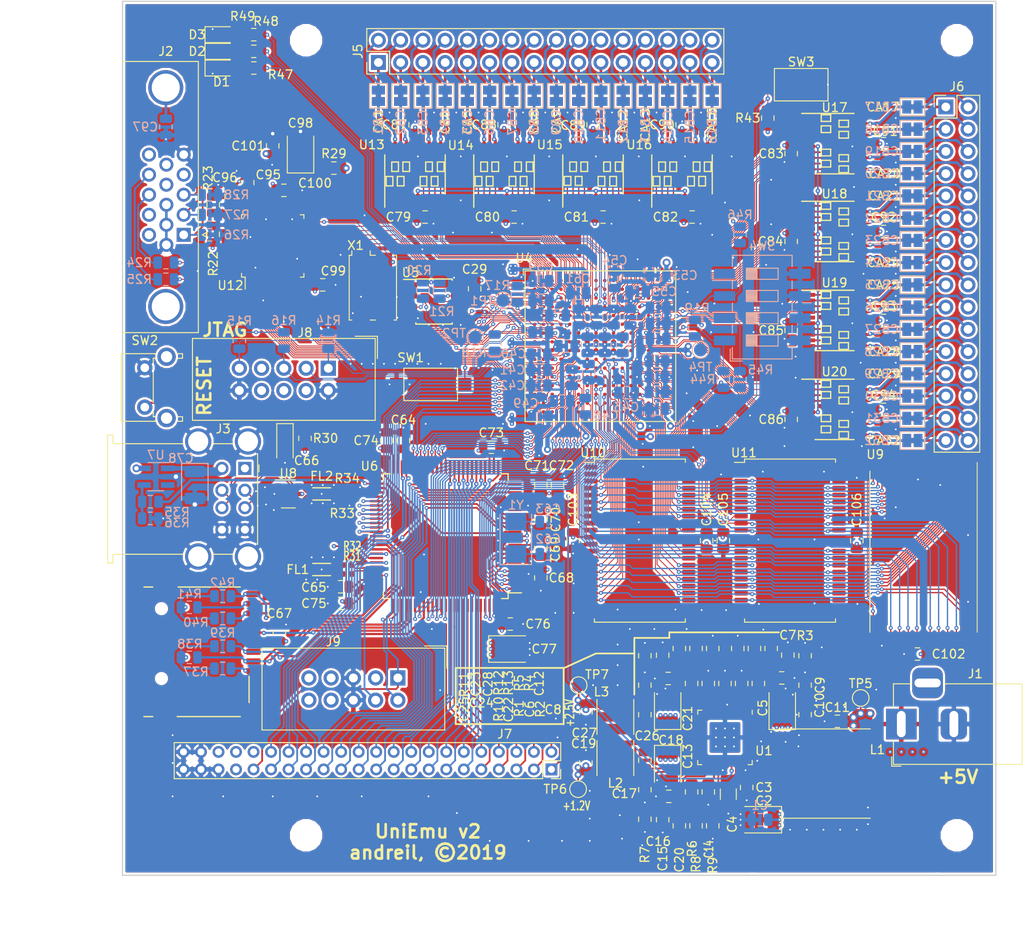
<source format=kicad_pcb>
(kicad_pcb (version 20171130) (host pcbnew "(5.0.2)-1")
  (layers (0 F.Cu signal) (1 In1.Cu signal) (2 In2.Cu signal) (31 B.Cu signal) (34 B.Paste user) (35 F.Paste user) (36 B.SilkS user) (37 F.SilkS user) (38 B.Mask user) (39 F.Mask user) (44 Edge.Cuts user))
  (net 0 "")
  (net 1 +5V)
  (net 2 GND)
  (net 3 +1V2)
  (net 4 +2V5)
  (net 5 VREF)
  (net 6 OSC_IN)
  (net 7 OSC_OUT)
  (net 8 VCAP1)
  (net 9 VCAP2)
  (net 10 NRST)
  (net 11 FS_VBUS)
  (net 12 TCK)
  (net 13 TDO)
  (net 14 TMS)
  (net 15 TDI)
  (net 16 FS1_P)
  (net 17 FS1_N)
  (net 18 "Net-(R7-Pad1)")
  (net 19 SDIO_D2)
  (net 20 SDIO_D3)
  (net 21 SDIO_CMD)
  (net 22 SDIO_D0)
  (net 23 SDIO_D1)
  (net 24 USB_EN)
  (net 25 FS_N)
  (net 26 "Net-(FL1-Pad1)")
  (net 27 "Net-(FL1-Pad3)")
  (net 28 FS_P)
  (net 29 ASDO)
  (net 30 DCLK)
  (net 31 NCSO)
  (net 32 DATA0)
  (net 33 HS_N)
  (net 34 HS_P)
  (net 35 SWDIO)
  (net 36 SWCLK)
  (net 37 SDIO_CK)
  (net 38 "Net-(U7-Pad3)")
  (net 39 "Net-(FL2-Pad1)")
  (net 40 HS1_P)
  (net 41 HS1_N)
  (net 42 "Net-(FL2-Pad3)")
  (net 43 +3.3VA)
  (net 44 SDIO_CD)
  (net 45 R)
  (net 46 G)
  (net 47 B)
  (net 48 HS)
  (net 49 VS)
  (net 50 ~RWE)
  (net 51 ~RRST)
  (net 52 ~RWP)
  (net 53 ~ROM)
  (net 54 ~ROE)
  (net 55 "Net-(U10-Pad1)")
  (net 56 "Net-(U10-Pad2)")
  (net 57 SA0)
  (net 58 SA1)
  (net 59 SA2)
  (net 60 SA3)
  (net 61 SA4)
  (net 62 ~SCE1)
  (net 63 SD0)
  (net 64 SD1)
  (net 65 SD2)
  (net 66 SD3)
  (net 67 ~SWE)
  (net 68 SA5)
  (net 69 SA6)
  (net 70 SA7)
  (net 71 SA8)
  (net 72 SA9)
  (net 73 "Net-(U10-Pad21)")
  (net 74 "Net-(U10-Pad22)")
  (net 75 "Net-(U10-Pad23)")
  (net 76 "Net-(U10-Pad24)")
  (net 77 "Net-(U10-Pad25)")
  (net 78 SA10)
  (net 79 SA11)
  (net 80 SA12)
  (net 81 SA13)
  (net 82 SA14)
  (net 83 SD4)
  (net 84 SD5)
  (net 85 SD6)
  (net 86 SD7)
  (net 87 ~SOE)
  (net 88 SA15)
  (net 89 SA16)
  (net 90 SA17)
  (net 91 SA18)
  (net 92 "Net-(U10-Pad42)")
  (net 93 "Net-(U10-Pad43)")
  (net 94 "Net-(U10-Pad44)")
  (net 95 "Net-(U11-Pad44)")
  (net 96 "Net-(U11-Pad43)")
  (net 97 "Net-(U11-Pad42)")
  (net 98 SD15)
  (net 99 SD14)
  (net 100 SD13)
  (net 101 SD12)
  (net 102 "Net-(U11-Pad25)")
  (net 103 "Net-(U11-Pad24)")
  (net 104 "Net-(U11-Pad23)")
  (net 105 "Net-(U11-Pad22)")
  (net 106 "Net-(U11-Pad21)")
  (net 107 SD11)
  (net 108 SD10)
  (net 109 SD9)
  (net 110 SD8)
  (net 111 ~SCE2)
  (net 112 "Net-(U11-Pad2)")
  (net 113 "Net-(U11-Pad1)")
  (net 114 G0)
  (net 115 G1)
  (net 116 G2)
  (net 117 G3)
  (net 118 G4)
  (net 119 ~BLANK)
  (net 120 ~SYNC)
  (net 121 B0)
  (net 122 B1)
  (net 123 B2)
  (net 124 B3)
  (net 125 B4)
  (net 126 VCLK)
  (net 127 R0)
  (net 128 R1)
  (net 129 R2)
  (net 130 R3)
  (net 131 R4)
  (net 132 CTRL1)
  (net 133 SA20)
  (net 134 CTRL0)
  (net 135 CTRL2)
  (net 136 SA19)
  (net 137 CTRL3)
  (net 138 CTRL4)
  (net 139 STA3)
  (net 140 STA6)
  (net 141 STA8)
  (net 142 STA9)
  (net 143 STA4)
  (net 144 STA7)
  (net 145 STA5)
  (net 146 STA0)
  (net 147 STA1)
  (net 148 STA2)
  (net 149 ZOE)
  (net 150 CA1)
  (net 151 CB1)
  (net 152 CA2)
  (net 153 CB2)
  (net 154 CA3)
  (net 155 CB3)
  (net 156 CA4)
  (net 157 CB4)
  (net 158 CA5)
  (net 159 CB5)
  (net 160 CA6)
  (net 161 CB6)
  (net 162 CA7)
  (net 163 CB7)
  (net 164 CA8)
  (net 165 CB8)
  (net 166 CA9)
  (net 167 CB9)
  (net 168 CA10)
  (net 169 CB10)
  (net 170 CA11)
  (net 171 CB11)
  (net 172 CA12)
  (net 173 CB12)
  (net 174 CA13)
  (net 175 CB13)
  (net 176 CA14)
  (net 177 CB14)
  (net 178 CA15)
  (net 179 CB15)
  (net 180 CA16)
  (net 181 CB16)
  (net 182 CA17)
  (net 183 CB17)
  (net 184 CA18)
  (net 185 CB18)
  (net 186 CA19)
  (net 187 CB19)
  (net 188 CA20)
  (net 189 CB20)
  (net 190 CA21)
  (net 191 CB21)
  (net 192 CA22)
  (net 193 CB22)
  (net 194 CA23)
  (net 195 CB23)
  (net 196 CA24)
  (net 197 CB24)
  (net 198 CA25)
  (net 199 CB25)
  (net 200 CA26)
  (net 201 CB26)
  (net 202 CA27)
  (net 203 CB27)
  (net 204 CA28)
  (net 205 CB28)
  (net 206 CA29)
  (net 207 CB29)
  (net 208 CA30)
  (net 209 CB30)
  (net 210 CA31)
  (net 211 CB31)
  (net 212 CA32)
  (net 213 CB32)
  (net 214 STD1)
  (net 215 STD6)
  (net 216 STD8)
  (net 217 STD11)
  (net 218 STD14)
  (net 219 STD0)
  (net 220 STD5)
  (net 221 STD7)
  (net 222 STD10)
  (net 223 STD15)
  (net 224 STD9)
  (net 225 STD13)
  (net 226 STD12)
  (net 227 STD2)
  (net 228 STD3)
  (net 229 STD4)
  (net 230 ZB2)
  (net 231 ZA1)
  (net 232 ZB1)
  (net 233 ZA2)
  (net 234 ZA3)
  (net 235 ZB3)
  (net 236 ZA4)
  (net 237 ZA7)
  (net 238 ZB7)
  (net 239 ZA5)
  (net 240 ZB4)
  (net 241 ZB5)
  (net 242 ZA8)
  (net 243 ZB8)
  (net 244 ZA9)
  (net 245 ZA6)
  (net 246 ZB9)
  (net 247 ZA10)
  (net 248 ZB6)
  (net 249 ZB10)
  (net 250 ZA11)
  (net 251 ZB11)
  (net 252 ZA12)
  (net 253 ZB12)
  (net 254 ZA13)
  (net 255 ZA26)
  (net 256 ZB26)
  (net 257 ZB24)
  (net 258 ZA25)
  (net 259 ZB25)
  (net 260 ZA22)
  (net 261 ZB23)
  (net 262 ZA24)
  (net 263 ZB18)
  (net 264 ZB21)
  (net 265 ZA20)
  (net 266 ZB20)
  (net 267 ZA21)
  (net 268 ZA15)
  (net 269 ZA18)
  (net 270 ZB22)
  (net 271 ZA29)
  (net 272 ZB30)
  (net 273 ZA19)
  (net 274 ZB19)
  (net 275 ZB15)
  (net 276 ZA16)
  (net 277 ZB16)
  (net 278 ZA17)
  (net 279 ZB17)
  (net 280 ZA14)
  (net 281 ZB14)
  (net 282 ZB27)
  (net 283 ZA31)
  (net 284 ZA23)
  (net 285 ZA30)
  (net 286 ZB28)
  (net 287 ZA27)
  (net 288 ZB29)
  (net 289 ZA28)
  (net 290 ZB13)
  (net 291 ZB31)
  (net 292 ZA32)
  (net 293 ZB32)
  (net 294 CLK50)
  (net 295 "Net-(X1-Pad1)")
  (net 296 R5)
  (net 297 G5)
  (net 298 B5)
  (net 299 "Net-(C3-Pad1)")
  (net 300 "Net-(C4-Pad1)")
  (net 301 "Net-(C6-Pad1)")
  (net 302 "Net-(C7-Pad1)")
  (net 303 "Net-(C8-Pad1)")
  (net 304 "Net-(C9-Pad1)")
  (net 305 "Net-(C10-Pad2)")
  (net 306 "Net-(C97-Pad2)")
  (net 307 "Net-(R1-Pad1)")
  (net 308 "Net-(R3-Pad1)")
  (net 309 /PL1)
  (net 310 /PL2)
  (net 311 /PL3)
  (net 312 NCONF)
  (net 313 PA0)
  (net 314 PB10)
  (net 315 PA2)
  (net 316 PA1)
  (net 317 PB11)
  (net 318 PB13)
  (net 319 PC0)
  (net 320 PC1)
  (net 321 PC2)
  (net 322 PC3)
  (net 323 PC4)
  (net 324 PC5)
  (net 325 PC6)
  (net 326 PC15)
  (net 327 PC14)
  (net 328 PC13)
  (net 329 PA3)
  (net 330 PA4)
  (net 331 PA5)
  (net 332 PA6)
  (net 333 PB0)
  (net 334 PB1)
  (net 335 PB2)
  (net 336 PA8)
  (net 337 PA10)
  (net 338 PA15)
  (net 339 PB3)
  (net 340 PB4)
  (net 341 PB5)
  (net 342 PB6)
  (net 343 PB7)
  (net 344 PB8)
  (net 345 PB9)
  (net 346 PA7)
  (net 347 "Net-(C12-Pad2)")
  (net 348 "Net-(C14-Pad1)")
  (net 349 "Net-(C15-Pad1)")
  (net 350 "Net-(C16-Pad1)")
  (net 351 "Net-(C17-Pad1)")
  (net 352 "Net-(C18-Pad2)")
  (net 353 "Net-(C20-Pad2)")
  (net 354 "Net-(C22-Pad1)")
  (net 355 "Net-(C23-Pad1)")
  (net 356 "Net-(C24-Pad1)")
  (net 357 "Net-(C25-Pad1)")
  (net 358 "Net-(C26-Pad2)")
  (net 359 "Net-(C28-Pad2)")
  (net 360 "Net-(C95-Pad2)")
  (net 361 "Net-(C96-Pad2)")
  (net 362 "Net-(R11-Pad1)")
  (net 363 "Net-(R17-Pad1)")
  (net 364 "Net-(R19-Pad1)")
  (net 365 "Net-(R21-Pad2)")
  (net 366 "Net-(R22-Pad1)")
  (net 367 "Net-(R23-Pad1)")
  (net 368 "Net-(R35-Pad1)")
  (net 369 MSEL0)
  (net 370 MSEL1)
  (net 371 MSEL2)
  (net 372 OA1)
  (net 373 OA2)
  (net 374 OA3)
  (net 375 OA4)
  (net 376 OA5)
  (net 377 OA6)
  (net 378 OA7)
  (net 379 OA8)
  (net 380 OA9)
  (net 381 OA10)
  (net 382 OA11)
  (net 383 OA12)
  (net 384 OA13)
  (net 385 OA14)
  (net 386 OA15)
  (net 387 OA16)
  (net 388 OA17)
  (net 389 OA18)
  (net 390 OA19)
  (net 391 OA20)
  (net 392 OA21)
  (net 393 OA22)
  (net 394 OA23)
  (net 395 OA24)
  (net 396 OA25)
  (net 397 OA26)
  (net 398 OA27)
  (net 399 OA28)
  (net 400 OA29)
  (net 401 OA30)
  (net 402 OA31)
  (net 403 OA32)
  (net 404 OB1)
  (net 405 OB2)
  (net 406 OB3)
  (net 407 OB4)
  (net 408 OB5)
  (net 409 OB6)
  (net 410 OB7)
  (net 411 OB8)
  (net 412 OB9)
  (net 413 OB10)
  (net 414 OB11)
  (net 415 OB12)
  (net 416 OB13)
  (net 417 OB14)
  (net 418 OB15)
  (net 419 OB16)
  (net 420 OB17)
  (net 421 OB18)
  (net 422 OB19)
  (net 423 OB20)
  (net 424 OB21)
  (net 425 OB22)
  (net 426 OB23)
  (net 427 OB24)
  (net 428 OB25)
  (net 429 OB26)
  (net 430 OB27)
  (net 431 OB28)
  (net 432 OB29)
  (net 433 OB30)
  (net 434 OB31)
  (net 435 OB32)
  (net 436 "Net-(J2-Pad4)")
  (net 437 "Net-(J2-Pad9)")
  (net 438 "Net-(J2-Pad11)")
  (net 439 "Net-(J2-Pad12)")
  (net 440 "Net-(J2-Pad13)")
  (net 441 "Net-(J2-Pad14)")
  (net 442 "Net-(J2-Pad15)")
  (net 443 "Net-(J8-Pad6)")
  (net 444 "Net-(J8-Pad7)")
  (net 445 "Net-(J8-Pad8)")
  (net 446 "Net-(R20-Pad2)")
  (net 447 BTN)
  (net 448 "Net-(SW4-Pad4)")
  (net 449 "Net-(D1-Pad2)")
  (net 450 "Net-(D2-Pad2)")
  (net 451 "Net-(D3-Pad2)")
  (net 452 LED1)
  (net 453 LED2)
  (net 454 LED3)
  (net 455 "Net-(J9-Pad3)")
  (net 456 RX)
  (net 457 "Net-(J9-Pad8)")
  (net 458 TX)
  (net 459 "Net-(J9-Pad10)")
  (module Package_DFN_QFN:QFN-40-1EP_6x6mm_P0.5mm_EP4.6x4.6mm_ThermalVias (layer F.Cu) (at 151.3205 117.729 270)
    (fp_text reference U1 (at 1.524 -4.445) (layer F.SilkS))
    (fp_text value TPS65251)
    (pad 41 smd roundrect (at 0 0 270) (size 3.5 3.5) (layers F.Cu F.Mask) (roundrect_rratio 0.05400000000000001) (net 2 GND))
    (pad 41 thru_hole circle (at -1.025 -1.025 270) (size 0.5 0.5) (drill 0.2) (layers *.Cu) (net 2 GND))
    (pad 41 thru_hole circle (at 0 -1.025 270) (size 0.5 0.5) (drill 0.2) (layers *.Cu) (net 2 GND))
    (pad 41 thru_hole circle (at 1.025 -1.025 270) (size 0.5 0.5) (drill 0.2) (layers *.Cu) (net 2 GND))
    (pad 41 thru_hole circle (at -1.025 0 270) (size 0.5 0.5) (drill 0.2) (layers *.Cu) (net 2 GND))
    (pad 41 thru_hole circle (at 0 0 270) (size 0.5 0.5) (drill 0.2) (layers *.Cu) (net 2 GND))
    (pad 41 thru_hole circle (at 1.025 0 270) (size 0.5 0.5) (drill 0.2) (layers *.Cu) (net 2 GND))
    (pad 41 thru_hole circle (at -1.025 1.025 270) (size 0.5 0.5) (drill 0.2) (layers *.Cu) (net 2 GND))
    (pad 41 thru_hole circle (at 0 1.025 270) (size 0.5 0.5) (drill 0.2) (layers *.Cu) (net 2 GND))
    (pad 41 thru_hole circle (at 1.025 1.025 270) (size 0.5 0.5) (drill 0.2) (layers *.Cu) (net 2 GND))
    (pad 41 smd roundrect (at 0 0 270) (size 3.5 3.5) (layers B.Cu) (roundrect_rratio 0.05400000000000001) (net 2 GND))
    (pad 1 smd roundrect (at -2.9375 -2.25 270) (size 0.825 0.25) (layers F.Cu F.Paste F.Mask) (net 308 "Net-(R3-Pad1)"))
    (pad 2 smd roundrect (at -2.9375 -1.75 270) (size 0.825 0.25) (layers F.Cu F.Paste F.Mask) (net 303 "Net-(C8-Pad1)"))
    (pad 3 smd roundrect (at -2.9375 -1.25 270) (size 0.825 0.25) (layers F.Cu F.Paste F.Mask) (net 301 "Net-(C6-Pad1)"))
    (pad 4 smd roundrect (at -2.9375 -0.75 270) (size 0.825 0.25) (layers F.Cu F.Paste F.Mask) (net 347 "Net-(C12-Pad2)"))
    (pad 5 smd roundrect (at -2.9375 -0.25 270) (size 0.825 0.25) (layers F.Cu F.Paste F.Mask) (net 2 GND))
    (pad 6 smd roundrect (at -2.9375 0.25 270) (size 0.825 0.25) (layers F.Cu F.Paste F.Mask) (net 307 "Net-(R1-Pad1)"))
    (pad 7 smd roundrect (at -2.9375 0.75 270) (size 0.825 0.25) (layers F.Cu F.Paste F.Mask) (net 359 "Net-(C28-Pad2)"))
    (pad 8 smd roundrect (at -2.9375 1.25 270) (size 0.825 0.25) (layers F.Cu F.Paste F.Mask) (net 354 "Net-(C22-Pad1)"))
    (pad 9 smd roundrect (at -2.9375 1.75 270) (size 0.825 0.25) (layers F.Cu F.Paste F.Mask) (net 356 "Net-(C24-Pad1)"))
    (pad 10 smd roundrect (at -2.9375 2.25 270) (size 0.825 0.25) (layers F.Cu F.Paste F.Mask) (net 362 "Net-(R11-Pad1)"))
    (pad 11 smd roundrect (at -2.25 2.9375 270) (size 0.25 0.825) (layers F.Cu F.Paste F.Mask) (net 357 "Net-(C25-Pad1)"))
    (pad 12 smd roundrect (at -1.75 2.9375 270) (size 0.25 0.825) (layers F.Cu F.Paste F.Mask) (net 358 "Net-(C26-Pad2)"))
    (pad 13 smd roundrect (at -1.25 2.9375 270) (size 0.25 0.825) (layers F.Cu F.Paste F.Mask) (net 1 +5V))
    (pad 14 smd roundrect (at -0.75 2.9375 270) (size 0.25 0.825) (layers F.Cu F.Paste F.Mask) (net 311 /PL3))
    (pad 15 smd roundrect (at -0.25 2.9375 270) (size 0.25 0.825) (layers F.Cu F.Paste F.Mask) (net 311 /PL3))
    (pad 16 smd roundrect (at 0.25 2.9375 270) (size 0.25 0.825) (layers F.Cu F.Paste F.Mask) (net 310 /PL2))
    (pad 17 smd roundrect (at 0.75 2.9375 270) (size 0.25 0.825) (layers F.Cu F.Paste F.Mask) (net 310 /PL2))
    (pad 18 smd roundrect (at 1.25 2.9375 270) (size 0.25 0.825) (layers F.Cu F.Paste F.Mask) (net 1 +5V))
    (pad 19 smd roundrect (at 1.75 2.9375 270) (size 0.25 0.825) (layers F.Cu F.Paste F.Mask) (net 352 "Net-(C18-Pad2)"))
    (pad 20 smd roundrect (at 2.25 2.9375 270) (size 0.25 0.825) (layers F.Cu F.Paste F.Mask) (net 351 "Net-(C17-Pad1)"))
    (pad 21 smd roundrect (at 2.9375 2.25 270) (size 0.825 0.25) (layers F.Cu F.Paste F.Mask) (net 18 "Net-(R7-Pad1)"))
    (pad 22 smd roundrect (at 2.9375 1.75 270) (size 0.825 0.25) (layers F.Cu F.Paste F.Mask) (net 350 "Net-(C16-Pad1)"))
    (pad 23 smd roundrect (at 2.9375 1.25 270) (size 0.825 0.25) (layers F.Cu F.Paste F.Mask) (net 348 "Net-(C14-Pad1)"))
    (pad 24 smd roundrect (at 2.9375 0.75 270) (size 0.825 0.25) (layers F.Cu F.Paste F.Mask) (net 353 "Net-(C20-Pad2)"))
    (pad 25 smd roundrect (at 2.9375 0.25 270) (size 0.825 0.25) (layers F.Cu F.Paste F.Mask) (net 2 GND))
    (pad 26 smd roundrect (at 2.9375 -0.25 270) (size 0.825 0.25) (layers F.Cu F.Paste F.Mask) (net 2 GND))
    (pad 27 smd roundrect (at 2.9375 -0.75 270) (size 0.825 0.25) (layers F.Cu F.Paste F.Mask) (net 312 NCONF))
    (pad 28 smd roundrect (at 2.9375 -1.25 270) (size 0.825 0.25) (layers F.Cu F.Paste F.Mask) (net 300 "Net-(C4-Pad1)"))
    (pad 29 smd roundrect (at 2.9375 -1.75 270) (size 0.825 0.25) (layers F.Cu F.Paste F.Mask) (net 299 "Net-(C3-Pad1)"))
    (pad 30 smd roundrect (at 2.9375 -2.25 270) (size 0.825 0.25) (layers F.Cu F.Paste F.Mask) (net 2 GND))
    (pad 31 smd roundrect (at 2.25 -2.9375 270) (size 0.25 0.825) (layers F.Cu F.Paste F.Mask) (net 2 GND))
    (pad 32 smd roundrect (at 1.75 -2.9375 270) (size 0.25 0.825) (layers F.Cu F.Paste F.Mask) (net 1 +5V))
    (pad 33 smd roundrect (at 1.25 -2.9375 270) (size 0.25 0.825) (layers F.Cu F.Paste F.Mask) (net 1 +5V))
    (pad 34 smd roundrect (at 0.75 -2.9375 270) (size 0.25 0.825) (layers F.Cu F.Paste F.Mask) (net 1 +5V))
    (pad 35 smd roundrect (at 0.25 -2.9375 270) (size 0.25 0.825) (layers F.Cu F.Paste F.Mask) (net 2 GND))
    (pad 36 smd roundrect (at -0.25 -2.9375 270) (size 0.25 0.825) (layers F.Cu F.Paste F.Mask) (net 309 /PL1))
    (pad 37 smd roundrect (at -0.75 -2.9375 270) (size 0.25 0.825) (layers F.Cu F.Paste F.Mask) (net 309 /PL1))
    (pad 38 smd roundrect (at -1.25 -2.9375 270) (size 0.25 0.825) (layers F.Cu F.Paste F.Mask) (net 1 +5V))
    (pad 39 smd roundrect (at -1.75 -2.9375 270) (size 0.25 0.825) (layers F.Cu F.Paste F.Mask) (net 305 "Net-(C10-Pad2)"))
    (pad 40 smd roundrect (at -2.25 -2.9375 270) (size 0.25 0.825) (layers F.Cu F.Paste F.Mask) (net 304 "Net-(C9-Pad1)"))
  )
  (module Connector_IDC:IDC-Header_2x05_P2.54mm_Vertical (layer F.Cu) (at 113.9825 110.9345 270)
    (fp_text reference J9 (at -4.1275 7.366) (layer F.SilkS))
    (fp_text value SVD)
    (pad 1 thru_hole rect (at 0 0 270) (size 1.7272 1.7272) (drill 1.016) (layers *.Cu *.Mask) (net 10 NRST))
    (pad 2 thru_hole oval (at 2.54 0 270) (size 1.7272 1.7272) (drill 1.016) (layers *.Cu *.Mask) (net 36 SWCLK))
    (pad 3 thru_hole oval (at 0 2.54 270) (size 1.7272 1.7272) (drill 1.016) (layers *.Cu *.Mask) (net 455 "Net-(J9-Pad3)"))
    (pad 4 thru_hole oval (at 2.54 2.54 270) (size 1.7272 1.7272) (drill 1.016) (layers *.Cu *.Mask) (net 35 SWDIO))
    (pad 5 thru_hole oval (at 0 5.08 270) (size 1.7272 1.7272) (drill 1.016) (layers *.Cu *.Mask) (net 2 GND))
    (pad 6 thru_hole oval (at 2.54 5.08 270) (size 1.7272 1.7272) (drill 1.016) (layers *.Cu *.Mask) (net 2 GND))
    (pad 7 thru_hole oval (at 0 7.62 270) (size 1.7272 1.7272) (drill 1.016) (layers *.Cu *.Mask) (net 456 RX))
    (pad 8 thru_hole oval (at 2.54 7.62 270) (size 1.7272 1.7272) (drill 1.016) (layers *.Cu *.Mask) (net 457 "Net-(J9-Pad8)"))
    (pad 9 thru_hole oval (at 0 10.16 270) (size 1.7272 1.7272) (drill 1.016) (layers *.Cu *.Mask) (net 458 TX))
    (pad 10 thru_hole oval (at 2.54 10.16 270) (size 1.7272 1.7272) (drill 1.016) (layers *.Cu *.Mask) (net 459 "Net-(J9-Pad10)"))
  )
  (module Package_QFP:LQFP-100_14x14mm_P0.5mm (layer F.Cu) (at 119.4435 94.742 180)
    (fp_text reference U6 (at 8.6995 8.001 180) (layer F.SilkS))
    (fp_text value STM32F407VETx)
    (pad 1 smd rect (at -7.9 -6 180) (size 1.5 0.28) (layers F.Cu F.Paste F.Mask) (net 227 STD2))
    (pad 2 smd rect (at -7.9 -5.5 180) (size 1.5 0.28) (layers F.Cu F.Paste F.Mask) (net 228 STD3))
    (pad 3 smd rect (at -7.9 -5 180) (size 1.5 0.28) (layers F.Cu F.Paste F.Mask) (net 229 STD4))
    (pad 4 smd rect (at -7.9 -4.5 180) (size 1.5 0.28) (layers F.Cu F.Paste F.Mask) (net 220 STD5))
    (pad 5 smd rect (at -7.9 -4 180) (size 1.5 0.28) (layers F.Cu F.Paste F.Mask) (net 215 STD6))
    (pad 6 smd rect (at -7.9 -3.5 180) (size 1.5 0.28) (layers F.Cu F.Paste F.Mask) (net 5 VREF))
    (pad 7 smd rect (at -7.9 -3 180) (size 1.5 0.28) (layers F.Cu F.Paste F.Mask) (net 328 PC13))
    (pad 8 smd rect (at -7.9 -2.5 180) (size 1.5 0.28) (layers F.Cu F.Paste F.Mask) (net 327 PC14))
    (pad 9 smd rect (at -7.9 -2 180) (size 1.5 0.28) (layers F.Cu F.Paste F.Mask) (net 326 PC15))
    (pad 10 smd rect (at -7.9 -1.5 180) (size 1.5 0.28) (layers F.Cu F.Paste F.Mask) (net 2 GND))
    (pad 11 smd rect (at -7.9 -1 180) (size 1.5 0.28) (layers F.Cu F.Paste F.Mask) (net 5 VREF))
    (pad 12 smd rect (at -7.9 -0.5 180) (size 1.5 0.28) (layers F.Cu F.Paste F.Mask) (net 6 OSC_IN))
    (pad 13 smd rect (at -7.9 0 180) (size 1.5 0.28) (layers F.Cu F.Paste F.Mask) (net 7 OSC_OUT))
    (pad 14 smd rect (at -7.9 0.5 180) (size 1.5 0.28) (layers F.Cu F.Paste F.Mask) (net 10 NRST))
    (pad 15 smd rect (at -7.9 1 180) (size 1.5 0.28) (layers F.Cu F.Paste F.Mask) (net 319 PC0))
    (pad 16 smd rect (at -7.9 1.5 180) (size 1.5 0.28) (layers F.Cu F.Paste F.Mask) (net 320 PC1))
    (pad 17 smd rect (at -7.9 2 180) (size 1.5 0.28) (layers F.Cu F.Paste F.Mask) (net 321 PC2))
    (pad 18 smd rect (at -7.9 2.5 180) (size 1.5 0.28) (layers F.Cu F.Paste F.Mask) (net 322 PC3))
    (pad 19 smd rect (at -7.9 3 180) (size 1.5 0.28) (layers F.Cu F.Paste F.Mask) (net 5 VREF))
    (pad 20 smd rect (at -7.9 3.5 180) (size 1.5 0.28) (layers F.Cu F.Paste F.Mask) (net 2 GND))
    (pad 21 smd rect (at -7.9 4 180) (size 1.5 0.28) (layers F.Cu F.Paste F.Mask) (net 5 VREF))
    (pad 22 smd rect (at -7.9 4.5 180) (size 1.5 0.28) (layers F.Cu F.Paste F.Mask) (net 5 VREF))
    (pad 23 smd rect (at -7.9 5 180) (size 1.5 0.28) (layers F.Cu F.Paste F.Mask) (net 313 PA0))
    (pad 24 smd rect (at -7.9 5.5 180) (size 1.5 0.28) (layers F.Cu F.Paste F.Mask) (net 316 PA1))
    (pad 25 smd rect (at -7.9 6 180) (size 1.5 0.28) (layers F.Cu F.Paste F.Mask) (net 315 PA2))
    (pad 26 smd rect (at -6 7.9 270) (size 1.5 0.28) (layers F.Cu F.Paste F.Mask) (net 329 PA3))
    (pad 27 smd rect (at -5.5 7.9 270) (size 1.5 0.28) (layers F.Cu F.Paste F.Mask) (net 2 GND))
    (pad 28 smd rect (at -5 7.9 270) (size 1.5 0.28) (layers F.Cu F.Paste F.Mask) (net 5 VREF))
    (pad 29 smd rect (at -4.5 7.9 270) (size 1.5 0.28) (layers F.Cu F.Paste F.Mask) (net 330 PA4))
    (pad 30 smd rect (at -4 7.9 270) (size 1.5 0.28) (layers F.Cu F.Paste F.Mask) (net 331 PA5))
    (pad 31 smd rect (at -3.5 7.9 270) (size 1.5 0.28) (layers F.Cu F.Paste F.Mask) (net 332 PA6))
    (pad 32 smd rect (at -3 7.9 270) (size 1.5 0.28) (layers F.Cu F.Paste F.Mask) (net 346 PA7))
    (pad 33 smd rect (at -2.5 7.9 270) (size 1.5 0.28) (layers F.Cu F.Paste F.Mask) (net 323 PC4))
    (pad 34 smd rect (at -2 7.9 270) (size 1.5 0.28) (layers F.Cu F.Paste F.Mask) (net 324 PC5))
    (pad 35 smd rect (at -1.5 7.9 270) (size 1.5 0.28) (layers F.Cu F.Paste F.Mask) (net 333 PB0))
    (pad 36 smd rect (at -1 7.9 270) (size 1.5 0.28) (layers F.Cu F.Paste F.Mask) (net 334 PB1))
    (pad 37 smd rect (at -0.5 7.9 270) (size 1.5 0.28) (layers F.Cu F.Paste F.Mask) (net 335 PB2))
    (pad 38 smd rect (at 0 7.9 270) (size 1.5 0.28) (layers F.Cu F.Paste F.Mask) (net 221 STD7))
    (pad 39 smd rect (at 0.5 7.9 270) (size 1.5 0.28) (layers F.Cu F.Paste F.Mask) (net 216 STD8))
    (pad 40 smd rect (at 1 7.9 270) (size 1.5 0.28) (layers F.Cu F.Paste F.Mask) (net 224 STD9))
    (pad 41 smd rect (at 1.5 7.9 270) (size 1.5 0.28) (layers F.Cu F.Paste F.Mask) (net 222 STD10))
    (pad 42 smd rect (at 2 7.9 270) (size 1.5 0.28) (layers F.Cu F.Paste F.Mask) (net 217 STD11))
    (pad 43 smd rect (at 2.5 7.9 270) (size 1.5 0.28) (layers F.Cu F.Paste F.Mask) (net 226 STD12))
    (pad 44 smd rect (at 3 7.9 270) (size 1.5 0.28) (layers F.Cu F.Paste F.Mask) (net 225 STD13))
    (pad 45 smd rect (at 3.5 7.9 270) (size 1.5 0.28) (layers F.Cu F.Paste F.Mask) (net 218 STD14))
    (pad 46 smd rect (at 4 7.9 270) (size 1.5 0.28) (layers F.Cu F.Paste F.Mask) (net 223 STD15))
    (pad 47 smd rect (at 4.5 7.9 270) (size 1.5 0.28) (layers F.Cu F.Paste F.Mask) (net 314 PB10))
    (pad 48 smd rect (at 5 7.9 270) (size 1.5 0.28) (layers F.Cu F.Paste F.Mask) (net 317 PB11))
    (pad 49 smd rect (at 5.5 7.9 270) (size 1.5 0.28) (layers F.Cu F.Paste F.Mask) (net 8 VCAP1))
    (pad 50 smd rect (at 6 7.9 270) (size 1.5 0.28) (layers F.Cu F.Paste F.Mask) (net 5 VREF))
    (pad 51 smd rect (at 7.9 6 180) (size 1.5 0.28) (layers F.Cu F.Paste F.Mask) (net 24 USB_EN))
    (pad 52 smd rect (at 7.9 5.5 180) (size 1.5 0.28) (layers F.Cu F.Paste F.Mask) (net 318 PB13))
    (pad 53 smd rect (at 7.9 5 180) (size 1.5 0.28) (layers F.Cu F.Paste F.Mask) (net 33 HS_N))
    (pad 54 smd rect (at 7.9 4.5 180) (size 1.5 0.28) (layers F.Cu F.Paste F.Mask) (net 34 HS_P))
    (pad 55 smd rect (at 7.9 4 180) (size 1.5 0.28) (layers F.Cu F.Paste F.Mask) (net 148 STA2))
    (pad 56 smd rect (at 7.9 3.5 180) (size 1.5 0.28) (layers F.Cu F.Paste F.Mask) (net 139 STA3))
    (pad 57 smd rect (at 7.9 3 180) (size 1.5 0.28) (layers F.Cu F.Paste F.Mask) (net 143 STA4))
    (pad 58 smd rect (at 7.9 2.5 180) (size 1.5 0.28) (layers F.Cu F.Paste F.Mask) (net 145 STA5))
    (pad 59 smd rect (at 7.9 2 180) (size 1.5 0.28) (layers F.Cu F.Paste F.Mask) (net 140 STA6))
    (pad 60 smd rect (at 7.9 1.5 180) (size 1.5 0.28) (layers F.Cu F.Paste F.Mask) (net 144 STA7))
    (pad 61 smd rect (at 7.9 1 180) (size 1.5 0.28) (layers F.Cu F.Paste F.Mask) (net 141 STA8))
    (pad 62 smd rect (at 7.9 0.5 180) (size 1.5 0.28) (layers F.Cu F.Paste F.Mask) (net 142 STA9))
    (pad 63 smd rect (at 7.9 0 180) (size 1.5 0.28) (layers F.Cu F.Paste F.Mask) (net 325 PC6))
    (pad 64 smd rect (at 7.9 -0.5 180) (size 1.5 0.28) (layers F.Cu F.Paste F.Mask) (net 44 SDIO_CD))
    (pad 65 smd rect (at 7.9 -1 180) (size 1.5 0.28) (layers F.Cu F.Paste F.Mask) (net 22 SDIO_D0))
    (pad 66 smd rect (at 7.9 -1.5 180) (size 1.5 0.28) (layers F.Cu F.Paste F.Mask) (net 23 SDIO_D1))
    (pad 67 smd rect (at 7.9 -2 180) (size 1.5 0.28) (layers F.Cu F.Paste F.Mask) (net 336 PA8))
    (pad 68 smd rect (at 7.9 -2.5 180) (size 1.5 0.28) (layers F.Cu F.Paste F.Mask) (net 11 FS_VBUS))
    (pad 69 smd rect (at 7.9 -3 180) (size 1.5 0.28) (layers F.Cu F.Paste F.Mask) (net 337 PA10))
    (pad 70 smd rect (at 7.9 -3.5 180) (size 1.5 0.28) (layers F.Cu F.Paste F.Mask) (net 25 FS_N))
    (pad 71 smd rect (at 7.9 -4 180) (size 1.5 0.28) (layers F.Cu F.Paste F.Mask) (net 28 FS_P))
    (pad 72 smd rect (at 7.9 -4.5 180) (size 1.5 0.28) (layers F.Cu F.Paste F.Mask) (net 35 SWDIO))
    (pad 73 smd rect (at 7.9 -5 180) (size 1.5 0.28) (layers F.Cu F.Paste F.Mask) (net 9 VCAP2))
    (pad 74 smd rect (at 7.9 -5.5 180) (size 1.5 0.28) (layers F.Cu F.Paste F.Mask) (net 2 GND))
    (pad 75 smd rect (at 7.9 -6 180) (size 1.5 0.28) (layers F.Cu F.Paste F.Mask) (net 5 VREF))
    (pad 76 smd rect (at 6 -7.9 270) (size 1.5 0.28) (layers F.Cu F.Paste F.Mask) (net 36 SWCLK))
    (pad 77 smd rect (at 5.5 -7.9 270) (size 1.5 0.28) (layers F.Cu F.Paste F.Mask) (net 338 PA15))
    (pad 78 smd rect (at 5 -7.9 270) (size 1.5 0.28) (layers F.Cu F.Paste F.Mask) (net 19 SDIO_D2))
    (pad 79 smd rect (at 4.5 -7.9 270) (size 1.5 0.28) (layers F.Cu F.Paste F.Mask) (net 20 SDIO_D3))
    (pad 80 smd rect (at 4 -7.9 270) (size 1.5 0.28) (layers F.Cu F.Paste F.Mask) (net 37 SDIO_CK))
    (pad 81 smd rect (at 3.5 -7.9 270) (size 1.5 0.28) (layers F.Cu F.Paste F.Mask) (net 134 CTRL0))
    (pad 82 smd rect (at 3 -7.9 270) (size 1.5 0.28) (layers F.Cu F.Paste F.Mask) (net 132 CTRL1))
    (pad 83 smd rect (at 2.5 -7.9 270) (size 1.5 0.28) (layers F.Cu F.Paste F.Mask) (net 21 SDIO_CMD))
    (pad 84 smd rect (at 2 -7.9 270) (size 1.5 0.28) (layers F.Cu F.Paste F.Mask) (net 135 CTRL2))
    (pad 85 smd rect (at 1.5 -7.9 270) (size 1.5 0.28) (layers F.Cu F.Paste F.Mask) (net 137 CTRL3))
    (pad 86 smd rect (at 1 -7.9 270) (size 1.5 0.28) (layers F.Cu F.Paste F.Mask) (net 138 CTRL4))
    (pad 87 smd rect (at 0.5 -7.9 270) (size 1.5 0.28) (layers F.Cu F.Paste F.Mask) (net 146 STA0))
    (pad 88 smd rect (at 0 -7.9 270) (size 1.5 0.28) (layers F.Cu F.Paste F.Mask) (net 147 STA1))
    (pad 89 smd rect (at -0.5 -7.9 270) (size 1.5 0.28) (layers F.Cu F.Paste F.Mask) (net 339 PB3))
    (pad 90 smd rect (at -1 -7.9 270) (size 1.5 0.28) (layers F.Cu F.Paste F.Mask) (net 340 PB4))
    (pad 91 smd rect (at -1.5 -7.9 270) (size 1.5 0.28) (layers F.Cu F.Paste F.Mask) (net 341 PB5))
    (pad 92 smd rect (at -2 -7.9 270) (size 1.5 0.28) (layers F.Cu F.Paste F.Mask) (net 342 PB6))
    (pad 93 smd rect (at -2.5 -7.9 270) (size 1.5 0.28) (layers F.Cu F.Paste F.Mask) (net 343 PB7))
    (pad 94 smd rect (at -3 -7.9 270) (size 1.5 0.28) (layers F.Cu F.Paste F.Mask) (net 2 GND))
    (pad 95 smd rect (at -3.5 -7.9 270) (size 1.5 0.28) (layers F.Cu F.Paste F.Mask) (net 344 PB8))
    (pad 96 smd rect (at -4 -7.9 270) (size 1.5 0.28) (layers F.Cu F.Paste F.Mask) (net 345 PB9))
    (pad 97 smd rect (at -4.5 -7.9 270) (size 1.5 0.28) (layers F.Cu F.Paste F.Mask) (net 219 STD0))
    (pad 98 smd rect (at -5 -7.9 270) (size 1.5 0.28) (layers F.Cu F.Paste F.Mask) (net 214 STD1))
    (pad 99 smd rect (at -5.5 -7.9 270) (size 1.5 0.28) (layers F.Cu F.Paste F.Mask) (net 2 GND))
    (pad 100 smd rect (at -6 -7.9 270) (size 1.5 0.28) (layers F.Cu F.Paste F.Mask) (net 5 VREF))
  )
  (module Inductor_SMD:L_TDK_VLF10040 (layer F.Cu) (at 162.814 121.8565)
    (fp_text reference L1 (at 5.9055 -2.7305) (layer F.SilkS))
    (fp_text value 4.7uH)
    (pad 1 smd rect (at -4.5 0) (size 1.7 3.6) (layers F.Cu F.Paste F.Mask) (net 309 /PL1))
    (pad 2 smd rect (at 4.5 0) (size 1.7 3.6) (layers F.Cu F.Paste F.Mask) (net 5 VREF))
  )
  (module Connector_IDC:IDC-Header_2x05_P2.54mm_Vertical (layer F.Cu) (at 106.045 75.565 270)
    (fp_text reference J8 (at -4.064 2.667) (layer F.SilkS))
    (fp_text value JTAG)
    (pad 1 thru_hole rect (at 0 0 270) (size 1.7272 1.7272) (drill 1.016) (layers *.Cu *.Mask) (net 12 TCK))
    (pad 2 thru_hole oval (at 2.54 0 270) (size 1.7272 1.7272) (drill 1.016) (layers *.Cu *.Mask) (net 2 GND))
    (pad 3 thru_hole oval (at 0 2.54 270) (size 1.7272 1.7272) (drill 1.016) (layers *.Cu *.Mask) (net 13 TDO))
    (pad 4 thru_hole oval (at 2.54 2.54 270) (size 1.7272 1.7272) (drill 1.016) (layers *.Cu *.Mask) (net 5 VREF))
    (pad 5 thru_hole oval (at 0 5.08 270) (size 1.7272 1.7272) (drill 1.016) (layers *.Cu *.Mask) (net 14 TMS))
    (pad 6 thru_hole oval (at 2.54 5.08 270) (size 1.7272 1.7272) (drill 1.016) (layers *.Cu *.Mask) (net 443 "Net-(J8-Pad6)"))
    (pad 7 thru_hole oval (at 0 7.62 270) (size 1.7272 1.7272) (drill 1.016) (layers *.Cu *.Mask) (net 444 "Net-(J8-Pad7)"))
    (pad 8 thru_hole oval (at 2.54 7.62 270) (size 1.7272 1.7272) (drill 1.016) (layers *.Cu *.Mask) (net 445 "Net-(J8-Pad8)"))
    (pad 9 thru_hole oval (at 0 10.16 270) (size 1.7272 1.7272) (drill 1.016) (layers *.Cu *.Mask) (net 15 TDI))
    (pad 10 thru_hole oval (at 2.54 10.16 270) (size 1.7272 1.7272) (drill 1.016) (layers *.Cu *.Mask) (net 2 GND))
  )
  (module Package_SO:TSOP-II-44_10.16x18.41mm_P0.8mm (layer F.Cu) (at 158.75 95.25)
    (fp_text reference U11 (at -5.2705 -10.033 180) (layer F.SilkS))
    (fp_text value CY7C1049DV33)
    (pad 44 smd roundrect (at 5.5875 -8.4) (size 1.525 0.55) (layers F.Cu F.Paste F.Mask) (net 95 "Net-(U11-Pad44)"))
    (pad 43 smd roundrect (at 5.5875 -7.6) (size 1.525 0.55) (layers F.Cu F.Paste F.Mask) (net 96 "Net-(U11-Pad43)"))
    (pad 42 smd roundrect (at 5.5875 -6.8) (size 1.525 0.55) (layers F.Cu F.Paste F.Mask) (net 97 "Net-(U11-Pad42)"))
    (pad 41 smd roundrect (at 5.5875 -6) (size 1.525 0.55) (layers F.Cu F.Paste F.Mask) (net 60 SA3))
    (pad 40 smd roundrect (at 5.5875 -5.2) (size 1.525 0.55) (layers F.Cu F.Paste F.Mask) (net 68 SA5))
    (pad 39 smd roundrect (at 5.5875 -4.4) (size 1.525 0.55) (layers F.Cu F.Paste F.Mask) (net 70 SA7))
    (pad 38 smd roundrect (at 5.5875 -3.6) (size 1.525 0.55) (layers F.Cu F.Paste F.Mask) (net 91 SA18))
    (pad 37 smd roundrect (at 5.5875 -2.8) (size 1.525 0.55) (layers F.Cu F.Paste F.Mask) (net 87 ~SOE))
    (pad 36 smd roundrect (at 5.5875 -2) (size 1.525 0.55) (layers F.Cu F.Paste F.Mask) (net 86 SD7))
    (pad 35 smd roundrect (at 5.5875 -1.2) (size 1.525 0.55) (layers F.Cu F.Paste F.Mask) (net 84 SD5))
    (pad 34 smd roundrect (at 5.5875 -0.4) (size 1.525 0.55) (layers F.Cu F.Paste F.Mask) (net 2 GND))
    (pad 33 smd roundrect (at 5.5875 0.4) (size 1.525 0.55) (layers F.Cu F.Paste F.Mask) (net 5 VREF))
    (pad 32 smd roundrect (at 5.5875 1.2) (size 1.525 0.55) (layers F.Cu F.Paste F.Mask) (net 66 SD3))
    (pad 31 smd roundrect (at 5.5875 2) (size 1.525 0.55) (layers F.Cu F.Paste F.Mask) (net 64 SD1))
    (pad 30 smd roundrect (at 5.5875 2.8) (size 1.525 0.55) (layers F.Cu F.Paste F.Mask) (net 78 SA10))
    (pad 29 smd roundrect (at 5.5875 3.6) (size 1.525 0.55) (layers F.Cu F.Paste F.Mask) (net 79 SA11))
    (pad 28 smd roundrect (at 5.5875 4.4) (size 1.525 0.55) (layers F.Cu F.Paste F.Mask) (net 81 SA13))
    (pad 27 smd roundrect (at 5.5875 5.2) (size 1.525 0.55) (layers F.Cu F.Paste F.Mask) (net 88 SA15))
    (pad 26 smd roundrect (at 5.5875 6) (size 1.525 0.55) (layers F.Cu F.Paste F.Mask) (net 90 SA17))
    (pad 25 smd roundrect (at 5.5875 6.8) (size 1.525 0.55) (layers F.Cu F.Paste F.Mask) (net 102 "Net-(U11-Pad25)"))
    (pad 24 smd roundrect (at 5.5875 7.6) (size 1.525 0.55) (layers F.Cu F.Paste F.Mask) (net 103 "Net-(U11-Pad24)"))
    (pad 23 smd roundrect (at 5.5875 8.4) (size 1.525 0.55) (layers F.Cu F.Paste F.Mask) (net 104 "Net-(U11-Pad23)"))
    (pad 22 smd roundrect (at -5.5875 8.4) (size 1.525 0.55) (layers F.Cu F.Paste F.Mask) (net 105 "Net-(U11-Pad22)"))
    (pad 21 smd roundrect (at -5.5875 7.6) (size 1.525 0.55) (layers F.Cu F.Paste F.Mask) (net 106 "Net-(U11-Pad21)"))
    (pad 20 smd roundrect (at -5.5875 6.8) (size 1.525 0.55) (layers F.Cu F.Paste F.Mask) (net 58 SA1))
    (pad 19 smd roundrect (at -5.5875 6) (size 1.525 0.55) (layers F.Cu F.Paste F.Mask) (net 57 SA0))
    (pad 18 smd roundrect (at -5.5875 5.2) (size 1.525 0.55) (layers F.Cu F.Paste F.Mask) (net 89 SA16))
    (pad 17 smd roundrect (at -5.5875 4.4) (size 1.525 0.55) (layers F.Cu F.Paste F.Mask) (net 82 SA14))
    (pad 16 smd roundrect (at -5.5875 3.6) (size 1.525 0.55) (layers F.Cu F.Paste F.Mask) (net 80 SA12))
    (pad 15 smd roundrect (at -5.5875 2.8) (size 1.525 0.55) (layers F.Cu F.Paste F.Mask) (net 67 ~SWE))
    (pad 14 smd roundrect (at -5.5875 2) (size 1.525 0.55) (layers F.Cu F.Paste F.Mask) (net 63 SD0))
    (pad 13 smd roundrect (at -5.5875 1.2) (size 1.525 0.55) (layers F.Cu F.Paste F.Mask) (net 65 SD2))
    (pad 12 smd roundrect (at -5.5875 0.4) (size 1.525 0.55) (layers F.Cu F.Paste F.Mask) (net 2 GND))
    (pad 11 smd roundrect (at -5.5875 -0.4) (size 1.525 0.55) (layers F.Cu F.Paste F.Mask) (net 5 VREF))
    (pad 10 smd roundrect (at -5.5875 -1.2) (size 1.525 0.55) (layers F.Cu F.Paste F.Mask) (net 83 SD4))
    (pad 9 smd roundrect (at -5.5875 -2) (size 1.525 0.55) (layers F.Cu F.Paste F.Mask) (net 85 SD6))
    (pad 8 smd roundrect (at -5.5875 -2.8) (size 1.525 0.55) (layers F.Cu F.Paste F.Mask) (net 111 ~SCE2))
    (pad 7 smd roundrect (at -5.5875 -3.6) (size 1.525 0.55) (layers F.Cu F.Paste F.Mask) (net 72 SA9))
    (pad 6 smd roundrect (at -5.5875 -4.4) (size 1.525 0.55) (layers F.Cu F.Paste F.Mask) (net 71 SA8))
    (pad 5 smd roundrect (at -5.5875 -5.2) (size 1.525 0.55) (layers F.Cu F.Paste F.Mask) (net 69 SA6))
    (pad 4 smd roundrect (at -5.5875 -6) (size 1.525 0.55) (layers F.Cu F.Paste F.Mask) (net 61 SA4))
    (pad 3 smd roundrect (at -5.5875 -6.8) (size 1.525 0.55) (layers F.Cu F.Paste F.Mask) (net 59 SA2))
    (pad 2 smd roundrect (at -5.5875 -7.6) (size 1.525 0.55) (layers F.Cu F.Paste F.Mask) (net 112 "Net-(U11-Pad2)"))
    (pad 1 smd roundrect (at -5.5875 -8.4) (size 1.525 0.55) (layers F.Cu F.Paste F.Mask) (net 113 "Net-(U11-Pad1)"))
  )
  (module Package_SO:TSSOP-20_4.4x6.5mm_P0.65mm (layer F.Cu) (at 163.83 70.104)
    (fp_text reference U19 (at 0 -4.3) (layer F.SilkS))
    (fp_text value TXB0108DQSR)
    (pad 20 smd rect (at 2.95 -2.925) (size 1.45 0.45) (layers F.Cu F.Paste F.Mask) (net 396 OA25))
    (pad 19 smd rect (at 2.95 -2.275) (size 1.45 0.45) (layers F.Cu F.Paste F.Mask) (net 428 OB25))
    (pad 18 smd rect (at 2.95 -1.625) (size 1.45 0.45) (layers F.Cu F.Paste F.Mask) (net 397 OA26))
    (pad 17 smd rect (at 2.95 -0.975) (size 1.45 0.45) (layers F.Cu F.Paste F.Mask) (net 429 OB26))
    (pad 16 smd rect (at 2.95 -0.325) (size 1.45 0.45) (layers F.Cu F.Paste F.Mask) (net 1 +5V))
    (pad 15 smd rect (at 2.95 0.325) (size 1.45 0.45) (layers F.Cu F.Paste F.Mask) (net 2 GND))
    (pad 14 smd rect (at 2.95 0.975) (size 1.45 0.45) (layers F.Cu F.Paste F.Mask) (net 398 OA27))
    (pad 13 smd rect (at 2.95 1.625) (size 1.45 0.45) (layers F.Cu F.Paste F.Mask) (net 430 OB27))
    (pad 12 smd rect (at 2.95 2.275) (size 1.45 0.45) (layers F.Cu F.Paste F.Mask) (net 399 OA28))
    (pad 11 smd rect (at 2.95 2.925) (size 1.45 0.45) (layers F.Cu F.Paste F.Mask) (net 431 OB28))
    (pad 10 smd rect (at -2.95 2.925) (size 1.45 0.45) (layers F.Cu F.Paste F.Mask) (net 286 ZB28))
    (pad 9 smd rect (at -2.95 2.275) (size 1.45 0.45) (layers F.Cu F.Paste F.Mask) (net 289 ZA28))
    (pad 8 smd rect (at -2.95 1.625) (size 1.45 0.45) (layers F.Cu F.Paste F.Mask) (net 282 ZB27))
    (pad 7 smd rect (at -2.95 0.975) (size 1.45 0.45) (layers F.Cu F.Paste F.Mask) (net 287 ZA27))
    (pad 6 smd rect (at -2.95 0.325) (size 1.45 0.45) (layers F.Cu F.Paste F.Mask) (net 149 ZOE))
    (pad 5 smd rect (at -2.95 -0.325) (size 1.45 0.45) (layers F.Cu F.Paste F.Mask) (net 5 VREF))
    (pad 4 smd rect (at -2.95 -0.975) (size 1.45 0.45) (layers F.Cu F.Paste F.Mask) (net 256 ZB26))
    (pad 3 smd rect (at -2.95 -1.625) (size 1.45 0.45) (layers F.Cu F.Paste F.Mask) (net 255 ZA26))
    (pad 2 smd rect (at -2.95 -2.275) (size 1.45 0.45) (layers F.Cu F.Paste F.Mask) (net 259 ZB25))
    (pad 1 smd rect (at -2.95 -2.925) (size 1.45 0.45) (layers F.Cu F.Paste F.Mask) (net 258 ZA25))
  )
  (module Connector_PinHeader_2.54mm:PinHeader_2x16_P2.54mm_Vertical (layer F.Cu) (at 111.76 40.64 90)
    (fp_text reference J5 (at 1.27 -2.33 90) (layer F.SilkS))
    (fp_text value GPIO_1)
    (pad 32 thru_hole oval (at 2.54 38.1 90) (size 1.7 1.7) (drill 1) (layers *.Cu *.Mask) (net 181 CB16))
    (pad 31 thru_hole oval (at 0 38.1 90) (size 1.7 1.7) (drill 1) (layers *.Cu *.Mask) (net 180 CA16))
    (pad 30 thru_hole oval (at 2.54 35.56 90) (size 1.7 1.7) (drill 1) (layers *.Cu *.Mask) (net 179 CB15))
    (pad 29 thru_hole oval (at 0 35.56 90) (size 1.7 1.7) (drill 1) (layers *.Cu *.Mask) (net 178 CA15))
    (pad 28 thru_hole oval (at 2.54 33.02 90) (size 1.7 1.7) (drill 1) (layers *.Cu *.Mask) (net 177 CB14))
    (pad 27 thru_hole oval (at 0 33.02 90) (size 1.7 1.7) (drill 1) (layers *.Cu *.Mask) (net 176 CA14))
    (pad 26 thru_hole oval (at 2.54 30.48 90) (size 1.7 1.7) (drill 1) (layers *.Cu *.Mask) (net 175 CB13))
    (pad 25 thru_hole oval (at 0 30.48 90) (size 1.7 1.7) (drill 1) (layers *.Cu *.Mask) (net 174 CA13))
    (pad 24 thru_hole oval (at 2.54 27.94 90) (size 1.7 1.7) (drill 1) (layers *.Cu *.Mask) (net 173 CB12))
    (pad 23 thru_hole oval (at 0 27.94 90) (size 1.7 1.7) (drill 1) (layers *.Cu *.Mask) (net 172 CA12))
    (pad 22 thru_hole oval (at 2.54 25.4 90) (size 1.7 1.7) (drill 1) (layers *.Cu *.Mask) (net 171 CB11))
    (pad 21 thru_hole oval (at 0 25.4 90) (size 1.7 1.7) (drill 1) (layers *.Cu *.Mask) (net 170 CA11))
    (pad 20 thru_hole oval (at 2.54 22.86 90) (size 1.7 1.7) (drill 1) (layers *.Cu *.Mask) (net 169 CB10))
    (pad 19 thru_hole oval (at 0 22.86 90) (size 1.7 1.7) (drill 1) (layers *.Cu *.Mask) (net 168 CA10))
    (pad 18 thru_hole oval (at 2.54 20.32 90) (size 1.7 1.7) (drill 1) (layers *.Cu *.Mask) (net 167 CB9))
    (pad 17 thru_hole oval (at 0 20.32 90) (size 1.7 1.7) (drill 1) (layers *.Cu *.Mask) (net 166 CA9))
    (pad 16 thru_hole oval (at 2.54 17.78 90) (size 1.7 1.7) (drill 1) (layers *.Cu *.Mask) (net 165 CB8))
    (pad 15 thru_hole oval (at 0 17.78 90) (size 1.7 1.7) (drill 1) (layers *.Cu *.Mask) (net 164 CA8))
    (pad 14 thru_hole oval (at 2.54 15.24 90) (size 1.7 1.7) (drill 1) (layers *.Cu *.Mask) (net 163 CB7))
    (pad 13 thru_hole oval (at 0 15.24 90) (size 1.7 1.7) (drill 1) (layers *.Cu *.Mask) (net 162 CA7))
    (pad 12 thru_hole oval (at 2.54 12.7 90) (size 1.7 1.7) (drill 1) (layers *.Cu *.Mask) (net 161 CB6))
    (pad 11 thru_hole oval (at 0 12.7 90) (size 1.7 1.7) (drill 1) (layers *.Cu *.Mask) (net 160 CA6))
    (pad 10 thru_hole oval (at 2.54 10.16 90) (size 1.7 1.7) (drill 1) (layers *.Cu *.Mask) (net 159 CB5))
    (pad 9 thru_hole oval (at 0 10.16 90) (size 1.7 1.7) (drill 1) (layers *.Cu *.Mask) (net 158 CA5))
    (pad 8 thru_hole oval (at 2.54 7.62 90) (size 1.7 1.7) (drill 1) (layers *.Cu *.Mask) (net 157 CB4))
    (pad 7 thru_hole oval (at 0 7.62 90) (size 1.7 1.7) (drill 1) (layers *.Cu *.Mask) (net 156 CA4))
    (pad 6 thru_hole oval (at 2.54 5.08 90) (size 1.7 1.7) (drill 1) (layers *.Cu *.Mask) (net 155 CB3))
    (pad 5 thru_hole oval (at 0 5.08 90) (size 1.7 1.7) (drill 1) (layers *.Cu *.Mask) (net 154 CA3))
    (pad 4 thru_hole oval (at 2.54 2.54 90) (size 1.7 1.7) (drill 1) (layers *.Cu *.Mask) (net 153 CB2))
    (pad 3 thru_hole oval (at 0 2.54 90) (size 1.7 1.7) (drill 1) (layers *.Cu *.Mask) (net 152 CA2))
    (pad 2 thru_hole oval (at 2.54 0 90) (size 1.7 1.7) (drill 1) (layers *.Cu *.Mask) (net 151 CB1))
    (pad 1 thru_hole rect (at 0 0 90) (size 1.7 1.7) (drill 1) (layers *.Cu *.Mask) (net 150 CA1))
  )
  (module Jumper:SolderJumper-2_P1.3mm_Bridged_Pad1.0x1.5mm (layer F.Cu) (at 137.16 44.45 90)
    (fp_text reference CA11 hide)
    (fp_text value SolderJumper_2_Bridged)
    (pad 2 smd rect (at 0.65 0 90) (size 1 1.5) (layers F.Cu F.Mask) (net 170 CA11))
    (pad 1 smd custom (at -0.65 0 90) (size 1 1.5) (layers F.Cu F.Mask) (net 382 OA11) (options (clearance outline) (anchor rect)) (primitives (gr_poly (pts (xy 0.4 -0.3) (xy 0.9 -0.3) (xy 0.9 0.3) (xy 0.4 0.3)) (width 0))))
  )
  (module Jumper:SolderJumper-2_P1.3mm_Bridged_Pad1.0x1.5mm (layer F.Cu) (at 139.7 44.45 90)
    (fp_text reference CA12 (at -3.3655 0 90) (layer F.SilkS))
    (fp_text value SolderJumper_2_Bridged)
    (pad 1 smd custom (at -0.65 0 90) (size 1 1.5) (layers F.Cu F.Mask) (net 383 OA12) (options (clearance outline) (anchor rect)) (primitives (gr_poly (pts (xy 0.4 -0.3) (xy 0.9 -0.3) (xy 0.9 0.3) (xy 0.4 0.3)) (width 0))))
    (pad 2 smd rect (at 0.65 0 90) (size 1 1.5) (layers F.Cu F.Mask) (net 172 CA12))
  )
  (module Jumper:SolderJumper-2_P1.3mm_Bridged_Pad1.0x1.5mm (layer F.Cu) (at 142.24 44.45 90)
    (fp_text reference CA13 (at -3.302 0 90) (layer F.SilkS))
    (fp_text value SolderJumper_2_Bridged)
    (pad 1 smd custom (at -0.65 0 90) (size 1 1.5) (layers F.Cu F.Mask) (net 384 OA13) (options (clearance outline) (anchor rect)) (primitives (gr_poly (pts (xy 0.4 -0.3) (xy 0.9 -0.3) (xy 0.9 0.3) (xy 0.4 0.3)) (width 0))))
    (pad 2 smd rect (at 0.65 0 90) (size 1 1.5) (layers F.Cu F.Mask) (net 174 CA13))
  )
  (module Jumper:SolderJumper-2_P1.3mm_Bridged_Pad1.0x1.5mm (layer F.Cu) (at 144.78 44.45 90)
    (fp_text reference CA14 hide)
    (fp_text value SolderJumper_2_Bridged)
    (pad 1 smd custom (at -0.65 0 90) (size 1 1.5) (layers F.Cu F.Mask) (net 385 OA14) (options (clearance outline) (anchor rect)) (primitives (gr_poly (pts (xy 0.4 -0.3) (xy 0.9 -0.3) (xy 0.9 0.3) (xy 0.4 0.3)) (width 0))))
    (pad 2 smd rect (at 0.65 0 90) (size 1 1.5) (layers F.Cu F.Mask) (net 176 CA14))
  )
  (module Jumper:SolderJumper-2_P1.3mm_Bridged_Pad1.0x1.5mm (layer F.Cu) (at 147.32 44.45 90)
    (fp_text reference CA15 hide)
    (fp_text value SolderJumper_2_Bridged)
    (pad 1 smd custom (at -0.65 0 90) (size 1 1.5) (layers F.Cu F.Mask) (net 386 OA15) (options (clearance outline) (anchor rect)) (primitives (gr_poly (pts (xy 0.4 -0.3) (xy 0.9 -0.3) (xy 0.9 0.3) (xy 0.4 0.3)) (width 0))))
    (pad 2 smd rect (at 0.65 0 90) (size 1 1.5) (layers F.Cu F.Mask) (net 178 CA15))
  )
  (module Jumper:SolderJumper-2_P1.3mm_Bridged_Pad1.0x1.5mm (layer F.Cu) (at 149.86 44.45 90)
    (fp_text reference CA16 (at -3.175 0 90) (layer F.SilkS))
    (fp_text value SolderJumper_2_Bridged)
    (pad 2 smd rect (at 0.65 0 90) (size 1 1.5) (layers F.Cu F.Mask) (net 180 CA16))
    (pad 1 smd custom (at -0.65 0 90) (size 1 1.5) (layers F.Cu F.Mask) (net 387 OA16) (options (clearance outline) (anchor rect)) (primitives (gr_poly (pts (xy 0.4 -0.3) (xy 0.9 -0.3) (xy 0.9 0.3) (xy 0.4 0.3)) (width 0))))
  )
  (module Jumper:SolderJumper-2_P1.3mm_Bridged_Pad1.0x1.5mm (layer B.Cu) (at 137.16 44.45 90)
    (fp_text reference CB11 (at -3.302 0 90) (layer B.SilkS) (effects (justify mirror)))
    (fp_text value SolderJumper_2_Bridged)
    (pad 2 smd rect (at 0.65 0 90) (size 1 1.5) (layers B.Cu B.Mask) (net 171 CB11))
    (pad 1 smd custom (at -0.65 0 90) (size 1 1.5) (layers B.Cu B.Mask) (net 414 OB11) (options (clearance outline) (anchor rect)) (primitives (gr_poly (pts (xy 0.4 0.3) (xy 0.9 0.3) (xy 0.9 -0.3) (xy 0.4 -0.3)) (width 0))))
  )
  (module Jumper:SolderJumper-2_P1.3mm_Bridged_Pad1.0x1.5mm (layer B.Cu) (at 139.7 44.45 90)
    (fp_text reference CB12 (at -3.556 0 90) (layer B.SilkS) (effects (justify mirror)))
    (fp_text value SolderJumper_2_Bridged)
    (pad 1 smd custom (at -0.65 0 90) (size 1 1.5) (layers B.Cu B.Mask) (net 415 OB12) (options (clearance outline) (anchor rect)) (primitives (gr_poly (pts (xy 0.4 0.3) (xy 0.9 0.3) (xy 0.9 -0.3) (xy 0.4 -0.3)) (width 0))))
    (pad 2 smd rect (at 0.65 0 90) (size 1 1.5) (layers B.Cu B.Mask) (net 173 CB12))
  )
  (module Jumper:SolderJumper-2_P1.3mm_Bridged_Pad1.0x1.5mm (layer B.Cu) (at 142.24 44.45 90)
    (fp_text reference CB13 (at -3.4925 0 90) (layer B.SilkS) (effects (justify mirror)))
    (fp_text value SolderJumper_2_Bridged)
    (pad 2 smd rect (at 0.65 0 90) (size 1 1.5) (layers B.Cu B.Mask) (net 175 CB13))
    (pad 1 smd custom (at -0.65 0 90) (size 1 1.5) (layers B.Cu B.Mask) (net 416 OB13) (options (clearance outline) (anchor rect)) (primitives (gr_poly (pts (xy 0.4 0.3) (xy 0.9 0.3) (xy 0.9 -0.3) (xy 0.4 -0.3)) (width 0))))
  )
  (module Jumper:SolderJumper-2_P1.3mm_Bridged_Pad1.0x1.5mm (layer B.Cu) (at 144.78 44.45 90)
    (fp_text reference CB14 (at -3.556 0 90) (layer B.SilkS) (effects (justify mirror)))
    (fp_text value SolderJumper_2_Bridged)
    (pad 1 smd custom (at -0.65 0 90) (size 1 1.5) (layers B.Cu B.Mask) (net 417 OB14) (options (clearance outline) (anchor rect)) (primitives (gr_poly (pts (xy 0.4 0.3) (xy 0.9 0.3) (xy 0.9 -0.3) (xy 0.4 -0.3)) (width 0))))
    (pad 2 smd rect (at 0.65 0 90) (size 1 1.5) (layers B.Cu B.Mask) (net 177 CB14))
  )
  (module Jumper:SolderJumper-2_P1.3mm_Bridged_Pad1.0x1.5mm (layer B.Cu) (at 147.32 44.45 90)
    (fp_text reference CB15 (at -3.556 0 90) (layer B.SilkS) (effects (justify mirror)))
    (fp_text value SolderJumper_2_Bridged)
    (pad 2 smd rect (at 0.65 0 90) (size 1 1.5) (layers B.Cu B.Mask) (net 179 CB15))
    (pad 1 smd custom (at -0.65 0 90) (size 1 1.5) (layers B.Cu B.Mask) (net 418 OB15) (options (clearance outline) (anchor rect)) (primitives (gr_poly (pts (xy 0.4 0.3) (xy 0.9 0.3) (xy 0.9 -0.3) (xy 0.4 -0.3)) (width 0))))
  )
  (module Jumper:SolderJumper-2_P1.3mm_Bridged_Pad1.0x1.5mm (layer B.Cu) (at 149.86 44.45 90)
    (fp_text reference CB16 (at -3.556 0 90) (layer B.SilkS) (effects (justify mirror)))
    (fp_text value SolderJumper_2_Bridged)
    (pad 2 smd rect (at 0.65 0 90) (size 1 1.5) (layers B.Cu B.Mask) (net 181 CB16))
    (pad 1 smd custom (at -0.65 0 90) (size 1 1.5) (layers B.Cu B.Mask) (net 419 OB16) (options (clearance outline) (anchor rect)) (primitives (gr_poly (pts (xy 0.4 0.3) (xy 0.9 0.3) (xy 0.9 -0.3) (xy 0.4 -0.3)) (width 0))))
  )
  (module Package_SO:TSOP-I-48_18.4x12mm_P0.5mm (layer F.Cu) (at 173.99 96.52 270)
    (fp_text reference U9 (at -11.1125 5.5245 180) (layer F.SilkS))
    (fp_text value SST39VF1681)
    (pad 1 smd rect (at -9.75 -5.75 270) (size 1.1 0.25) (layers F.Cu F.Paste F.Mask) (net 89 SA16))
    (pad 25 smd rect (at 9.75 5.75 270) (size 1.1 0.25) (layers F.Cu F.Paste F.Mask) (net 58 SA1))
    (pad 2 smd rect (at -9.75 -5.25 270) (size 1.1 0.25) (layers F.Cu F.Paste F.Mask) (net 88 SA15))
    (pad 3 smd rect (at -9.75 -4.75 270) (size 1.1 0.25) (layers F.Cu F.Paste F.Mask) (net 82 SA14))
    (pad 4 smd rect (at -9.75 -4.25 270) (size 1.1 0.25) (layers F.Cu F.Paste F.Mask) (net 81 SA13))
    (pad 5 smd rect (at -9.75 -3.75 270) (size 1.1 0.25) (layers F.Cu F.Paste F.Mask) (net 80 SA12))
    (pad 6 smd rect (at -9.75 -3.25 270) (size 1.1 0.25) (layers F.Cu F.Paste F.Mask) (net 79 SA11))
    (pad 7 smd rect (at -9.75 -2.75 270) (size 1.1 0.25) (layers F.Cu F.Paste F.Mask) (net 78 SA10))
    (pad 8 smd rect (at -9.75 -2.25 270) (size 1.1 0.25) (layers F.Cu F.Paste F.Mask) (net 72 SA9))
    (pad 9 smd rect (at -9.75 -1.75 270) (size 1.1 0.25) (layers F.Cu F.Paste F.Mask) (net 133 SA20))
    (pad 10 smd rect (at -9.75 -1.25 270) (size 1.1 0.25) (layers F.Cu F.Paste F.Mask))
    (pad 11 smd rect (at -9.75 -0.75 270) (size 1.1 0.25) (layers F.Cu F.Paste F.Mask) (net 50 ~RWE))
    (pad 12 smd rect (at -9.75 -0.25 270) (size 1.1 0.25) (layers F.Cu F.Paste F.Mask) (net 51 ~RRST))
    (pad 13 smd rect (at -9.75 0.25 270) (size 1.1 0.25) (layers F.Cu F.Paste F.Mask))
    (pad 14 smd rect (at -9.75 0.75 270) (size 1.1 0.25) (layers F.Cu F.Paste F.Mask) (net 52 ~RWP))
    (pad 15 smd rect (at -9.75 1.25 270) (size 1.1 0.25) (layers F.Cu F.Paste F.Mask))
    (pad 16 smd rect (at -9.75 1.75 270) (size 1.1 0.25) (layers F.Cu F.Paste F.Mask) (net 136 SA19))
    (pad 17 smd rect (at -9.75 2.25 270) (size 1.1 0.25) (layers F.Cu F.Paste F.Mask) (net 91 SA18))
    (pad 18 smd rect (at -9.75 2.75 270) (size 1.1 0.25) (layers F.Cu F.Paste F.Mask) (net 71 SA8))
    (pad 19 smd rect (at -9.75 3.25 270) (size 1.1 0.25) (layers F.Cu F.Paste F.Mask) (net 70 SA7))
    (pad 20 smd rect (at -9.75 3.75 270) (size 1.1 0.25) (layers F.Cu F.Paste F.Mask) (net 69 SA6))
    (pad 21 smd rect (at -9.75 4.25 270) (size 1.1 0.25) (layers F.Cu F.Paste F.Mask) (net 68 SA5))
    (pad 22 smd rect (at -9.75 4.75 270) (size 1.1 0.25) (layers F.Cu F.Paste F.Mask) (net 61 SA4))
    (pad 23 smd rect (at -9.75 5.25 270) (size 1.1 0.25) (layers F.Cu F.Paste F.Mask) (net 60 SA3))
    (pad 24 smd rect (at -9.75 5.75 270) (size 1.1 0.25) (layers F.Cu F.Paste F.Mask) (net 59 SA2))
    (pad 26 smd rect (at 9.75 5.25 270) (size 1.1 0.25) (layers F.Cu F.Paste F.Mask) (net 53 ~ROM))
    (pad 27 smd rect (at 9.75 4.75 270) (size 1.1 0.25) (layers F.Cu F.Paste F.Mask) (net 2 GND))
    (pad 28 smd rect (at 9.75 4.25 270) (size 1.1 0.25) (layers F.Cu F.Paste F.Mask) (net 54 ~ROE))
    (pad 29 smd rect (at 9.75 3.75 270) (size 1.1 0.25) (layers F.Cu F.Paste F.Mask) (net 63 SD0))
    (pad 30 smd rect (at 9.75 3.25 270) (size 1.1 0.25) (layers F.Cu F.Paste F.Mask))
    (pad 31 smd rect (at 9.75 2.75 270) (size 1.1 0.25) (layers F.Cu F.Paste F.Mask) (net 64 SD1))
    (pad 32 smd rect (at 9.75 2.25 270) (size 1.1 0.25) (layers F.Cu F.Paste F.Mask))
    (pad 33 smd rect (at 9.75 1.75 270) (size 1.1 0.25) (layers F.Cu F.Paste F.Mask) (net 65 SD2))
    (pad 34 smd rect (at 9.75 1.25 270) (size 1.1 0.25) (layers F.Cu F.Paste F.Mask))
    (pad 35 smd rect (at 9.75 0.75 270) (size 1.1 0.25) (layers F.Cu F.Paste F.Mask) (net 66 SD3))
    (pad 36 smd rect (at 9.75 0.25 270) (size 1.1 0.25) (layers F.Cu F.Paste F.Mask))
    (pad 37 smd rect (at 9.75 -0.25 270) (size 1.1 0.25) (layers F.Cu F.Paste F.Mask) (net 5 VREF))
    (pad 38 smd rect (at 9.75 -0.75 270) (size 1.1 0.25) (layers F.Cu F.Paste F.Mask) (net 83 SD4))
    (pad 39 smd rect (at 9.75 -1.25 270) (size 1.1 0.25) (layers F.Cu F.Paste F.Mask))
    (pad 40 smd rect (at 9.75 -1.75 270) (size 1.1 0.25) (layers F.Cu F.Paste F.Mask) (net 84 SD5))
    (pad 41 smd rect (at 9.75 -2.25 270) (size 1.1 0.25) (layers F.Cu F.Paste F.Mask))
    (pad 42 smd rect (at 9.75 -2.75 270) (size 1.1 0.25) (layers F.Cu F.Paste F.Mask) (net 85 SD6))
    (pad 43 smd rect (at 9.75 -3.25 270) (size 1.1 0.25) (layers F.Cu F.Paste F.Mask))
    (pad 44 smd rect (at 9.75 -3.75 270) (size 1.1 0.25) (layers F.Cu F.Paste F.Mask) (net 86 SD7))
    (pad 45 smd rect (at 9.75 -4.25 270) (size 1.1 0.25) (layers F.Cu F.Paste F.Mask) (net 57 SA0))
    (pad 46 smd rect (at 9.75 -4.75 270) (size 1.1 0.25) (layers F.Cu F.Paste F.Mask))
    (pad 47 smd rect (at 9.75 -5.25 270) (size 1.1 0.25) (layers F.Cu F.Paste F.Mask))
    (pad 48 smd rect (at 9.75 -5.75 270) (size 1.1 0.25) (layers F.Cu F.Paste F.Mask) (net 90 SA17))
  )
  (module Package_BGA:BGA-256_17.0x17.0mm_Layout16x16_P1.0mm_Ball0.5mm_Pad0.4mm_NSMD (layer F.Cu) (at 137.101472 73.0447)
    (fp_text reference U4 (at -8.704472 -10.0527 180) (layer F.SilkS))
    (fp_text value EP4CE6F17)
    (pad A1 smd circle (at -7.5 -7.5) (size 0.4 0.4) (layers F.Cu F.Paste F.Mask) (net 5 VREF))
    (pad A2 smd circle (at -6.5 -7.5) (size 0.4 0.4) (layers F.Cu F.Paste F.Mask) (net 233 ZA2))
    (pad A3 smd circle (at -5.5 -7.5) (size 0.4 0.4) (layers F.Cu F.Paste F.Mask) (net 235 ZB3))
    (pad A4 smd circle (at -4.5 -7.5) (size 0.4 0.4) (layers F.Cu F.Paste F.Mask) (net 239 ZA5))
    (pad A5 smd circle (at -3.5 -7.5) (size 0.4 0.4) (layers F.Cu F.Paste F.Mask) (net 248 ZB6))
    (pad A6 smd circle (at -2.5 -7.5) (size 0.4 0.4) (layers F.Cu F.Paste F.Mask) (net 242 ZA8))
    (pad A7 smd circle (at -1.5 -7.5) (size 0.4 0.4) (layers F.Cu F.Paste F.Mask) (net 246 ZB9))
    (pad A8 smd circle (at -0.5 -7.5) (size 0.4 0.4) (layers F.Cu F.Paste F.Mask) (net 250 ZA11))
    (pad A9 smd circle (at 0.5 -7.5) (size 0.4 0.4) (layers F.Cu F.Paste F.Mask) (net 253 ZB12))
    (pad A10 smd circle (at 1.5 -7.5) (size 0.4 0.4) (layers F.Cu F.Paste F.Mask) (net 280 ZA14))
    (pad A11 smd circle (at 2.5 -7.5) (size 0.4 0.4) (layers F.Cu F.Paste F.Mask) (net 268 ZA15))
    (pad A12 smd circle (at 3.5 -7.5) (size 0.4 0.4) (layers F.Cu F.Paste F.Mask) (net 277 ZB16))
    (pad A13 smd circle (at 4.5 -7.5) (size 0.4 0.4) (layers F.Cu F.Paste F.Mask) (net 269 ZA18))
    (pad A14 smd circle (at 5.5 -7.5) (size 0.4 0.4) (layers F.Cu F.Paste F.Mask) (net 274 ZB19))
    (pad A15 smd circle (at 6.5 -7.5) (size 0.4 0.4) (layers F.Cu F.Paste F.Mask) (net 267 ZA21))
    (pad A16 smd circle (at 7.5 -7.5) (size 0.4 0.4) (layers F.Cu F.Paste F.Mask) (net 5 VREF))
    (pad B1 smd circle (at -7.5 -6.5) (size 0.4 0.4) (layers F.Cu F.Paste F.Mask) (net 124 B3))
    (pad C1 smd circle (at -7.5 -5.5) (size 0.4 0.4) (layers F.Cu F.Paste F.Mask) (net 29 ASDO))
    (pad D1 smd circle (at -7.5 -4.5) (size 0.4 0.4) (layers F.Cu F.Paste F.Mask) (net 120 ~SYNC))
    (pad E1 smd circle (at -7.5 -3.5) (size 0.4 0.4) (layers F.Cu F.Paste F.Mask) (net 294 CLK50))
    (pad F1 smd circle (at -7.5 -2.5) (size 0.4 0.4) (layers F.Cu F.Paste F.Mask) (net 116 G2))
    (pad G1 smd circle (at -7.5 -1.5) (size 0.4 0.4) (layers F.Cu F.Paste F.Mask) (net 115 G1))
    (pad H1 smd circle (at -7.5 -0.5) (size 0.4 0.4) (layers F.Cu F.Paste F.Mask) (net 30 DCLK))
    (pad J1 smd circle (at -7.5 0.5) (size 0.4 0.4) (layers F.Cu F.Paste F.Mask) (net 131 R4))
    (pad B16 smd circle (at 7.5 -6.5) (size 0.4 0.4) (layers F.Cu F.Paste F.Mask) (net 261 ZB23))
    (pad B15 smd circle (at 6.5 -6.5) (size 0.4 0.4) (layers F.Cu F.Paste F.Mask) (net 2 GND))
    (pad B14 smd circle (at 5.5 -6.5) (size 0.4 0.4) (layers F.Cu F.Paste F.Mask) (net 264 ZB21))
    (pad B13 smd circle (at 4.5 -6.5) (size 0.4 0.4) (layers F.Cu F.Paste F.Mask) (net 265 ZA20))
    (pad B12 smd circle (at 3.5 -6.5) (size 0.4 0.4) (layers F.Cu F.Paste F.Mask) (net 279 ZB17))
    (pad B11 smd circle (at 2.5 -6.5) (size 0.4 0.4) (layers F.Cu F.Paste F.Mask) (net 275 ZB15))
    (pad B10 smd circle (at 1.5 -6.5) (size 0.4 0.4) (layers F.Cu F.Paste F.Mask) (net 290 ZB13))
    (pad B9 smd circle (at 0.5 -6.5) (size 0.4 0.4) (layers F.Cu F.Paste F.Mask) (net 252 ZA12))
    (pad B8 smd circle (at -0.5 -6.5) (size 0.4 0.4) (layers F.Cu F.Paste F.Mask) (net 251 ZB11))
    (pad B7 smd circle (at -1.5 -6.5) (size 0.4 0.4) (layers F.Cu F.Paste F.Mask) (net 247 ZA10))
    (pad B6 smd circle (at -2.5 -6.5) (size 0.4 0.4) (layers F.Cu F.Paste F.Mask) (net 238 ZB7))
    (pad B5 smd circle (at -3.5 -6.5) (size 0.4 0.4) (layers F.Cu F.Paste F.Mask) (net 241 ZB5))
    (pad B2 smd circle (at -6.5 -6.5) (size 0.4 0.4) (layers F.Cu F.Paste F.Mask) (net 2 GND))
    (pad B3 smd circle (at -5.5 -6.5) (size 0.4 0.4) (layers F.Cu F.Paste F.Mask) (net 232 ZB1))
    (pad B4 smd circle (at -4.5 -6.5) (size 0.4 0.4) (layers F.Cu F.Paste F.Mask) (net 234 ZA3))
    (pad C2 smd circle (at -6.5 -5.5) (size 0.4 0.4) (layers F.Cu F.Paste F.Mask) (net 125 B4))
    (pad C3 smd circle (at -5.5 -5.5) (size 0.4 0.4) (layers F.Cu F.Paste F.Mask) (net 231 ZA1))
    (pad C4 smd circle (at -4.5 -5.5) (size 0.4 0.4) (layers F.Cu F.Paste F.Mask) (net 5 VREF))
    (pad C5 smd circle (at -3.5 -5.5) (size 0.4 0.4) (layers F.Cu F.Paste F.Mask) (net 2 GND))
    (pad C6 smd circle (at -2.5 -5.5) (size 0.4 0.4) (layers F.Cu F.Paste F.Mask) (net 245 ZA6))
    (pad C7 smd circle (at -1.5 -5.5) (size 0.4 0.4) (layers F.Cu F.Paste F.Mask) (net 5 VREF))
    (pad C8 smd circle (at -0.5 -5.5) (size 0.4 0.4) (layers F.Cu F.Paste F.Mask) (net 126 VCLK))
    (pad C9 smd circle (at 0.5 -5.5) (size 0.4 0.4) (layers F.Cu F.Paste F.Mask) (net 454 LED3))
    (pad D2 smd circle (at -6.5 -4.5) (size 0.4 0.4) (layers F.Cu F.Paste F.Mask) (net 31 NCSO))
    (pad D3 smd circle (at -5.5 -4.5) (size 0.4 0.4) (layers F.Cu F.Paste F.Mask) (net 123 B2))
    (pad D4 smd circle (at -4.5 -4.5) (size 0.4 0.4) (layers F.Cu F.Paste F.Mask) (net 122 B1))
    (pad D5 smd circle (at -3.5 -4.5) (size 0.4 0.4) (layers F.Cu F.Paste F.Mask) (net 230 ZB2))
    (pad D6 smd circle (at -2.5 -4.5) (size 0.4 0.4) (layers F.Cu F.Paste F.Mask) (net 237 ZA7))
    (pad D7 smd circle (at -1.5 -4.5) (size 0.4 0.4) (layers F.Cu F.Paste F.Mask) (net 2 GND))
    (pad D8 smd circle (at -0.5 -4.5) (size 0.4 0.4) (layers F.Cu F.Paste F.Mask) (net 452 LED1))
    (pad D9 smd circle (at 0.5 -4.5) (size 0.4 0.4) (layers F.Cu F.Paste F.Mask) (net 453 LED2))
    (pad E2 smd circle (at -6.5 -3.5) (size 0.4 0.4) (layers F.Cu F.Paste F.Mask) (net 2 GND))
    (pad E3 smd circle (at -5.5 -3.5) (size 0.4 0.4) (layers F.Cu F.Paste F.Mask) (net 5 VREF))
    (pad E4 smd circle (at -4.5 -3.5) (size 0.4 0.4) (layers F.Cu F.Paste F.Mask) (net 2 GND))
    (pad C10 smd circle (at 1.5 -5.5) (size 0.4 0.4) (layers F.Cu F.Paste F.Mask) (net 5 VREF))
    (pad D10 smd circle (at 1.5 -4.5) (size 0.4 0.4) (layers F.Cu F.Paste F.Mask) (net 2 GND))
    (pad C11 smd circle (at 2.5 -5.5) (size 0.4 0.4) (layers F.Cu F.Paste F.Mask) (net 278 ZA17))
    (pad D11 smd circle (at 2.5 -4.5) (size 0.4 0.4) (layers F.Cu F.Paste F.Mask) (net 276 ZA16))
    (pad D12 smd circle (at 3.5 -4.5) (size 0.4 0.4) (layers F.Cu F.Paste F.Mask) (net 266 ZB20))
    (pad C12 smd circle (at 3.5 -5.5) (size 0.4 0.4) (layers F.Cu F.Paste F.Mask) (net 2 GND))
    (pad C13 smd circle (at 4.5 -5.5) (size 0.4 0.4) (layers F.Cu F.Paste F.Mask) (net 5 VREF))
    (pad C14 smd circle (at 5.5 -5.5) (size 0.4 0.4) (layers F.Cu F.Paste F.Mask) (net 260 ZA22))
    (pad D14 smd circle (at 5.5 -4.5) (size 0.4 0.4) (layers F.Cu F.Paste F.Mask) (net 262 ZA24))
    (pad D13 smd circle (at 4.5 -4.5) (size 0.4 0.4) (layers F.Cu F.Paste F.Mask) (net 3 +1V2))
    (pad C15 smd circle (at 6.5 -5.5) (size 0.4 0.4) (layers F.Cu F.Paste F.Mask) (net 284 ZA23))
    (pad D15 smd circle (at 6.5 -4.5) (size 0.4 0.4) (layers F.Cu F.Paste F.Mask) (net 259 ZB25))
    (pad D16 smd circle (at 7.5 -4.5) (size 0.4 0.4) (layers F.Cu F.Paste F.Mask) (net 256 ZB26))
    (pad C16 smd circle (at 7.5 -5.5) (size 0.4 0.4) (layers F.Cu F.Paste F.Mask) (net 258 ZA25))
    (pad E13 smd circle (at 4.5 -3.5) (size 0.4 0.4) (layers F.Cu F.Paste F.Mask) (net 2 GND))
    (pad F13 smd circle (at 4.5 -2.5) (size 0.4 0.4) (layers F.Cu F.Paste F.Mask) (net 255 ZA26))
    (pad G13 smd circle (at 4.5 -1.5) (size 0.4 0.4) (layers F.Cu F.Paste F.Mask) (net 2 GND))
    (pad G14 smd circle (at 5.5 -1.5) (size 0.4 0.4) (layers F.Cu F.Paste F.Mask) (net 5 VREF))
    (pad F14 smd circle (at 5.5 -2.5) (size 0.4 0.4) (layers F.Cu F.Paste F.Mask) (net 287 ZA27))
    (pad E14 smd circle (at 5.5 -3.5) (size 0.4 0.4) (layers F.Cu F.Paste F.Mask) (net 5 VREF))
    (pad E15 smd circle (at 6.5 -3.5) (size 0.4 0.4) (layers F.Cu F.Paste F.Mask) (net 2 GND))
    (pad F15 smd circle (at 6.5 -2.5) (size 0.4 0.4) (layers F.Cu F.Paste F.Mask) (net 282 ZB27))
    (pad G15 smd circle (at 6.5 -1.5) (size 0.4 0.4) (layers F.Cu F.Paste F.Mask) (net 288 ZB29))
    (pad G16 smd circle (at 7.5 -1.5) (size 0.4 0.4) (layers F.Cu F.Paste F.Mask) (net 271 ZA29))
    (pad F16 smd circle (at 7.5 -2.5) (size 0.4 0.4) (layers F.Cu F.Paste F.Mask) (net 289 ZA28))
    (pad E16 smd circle (at 7.5 -3.5) (size 0.4 0.4) (layers F.Cu F.Paste F.Mask) (net 2 GND))
    (pad F2 smd circle (at -6.5 -2.5) (size 0.4 0.4) (layers F.Cu F.Paste F.Mask) (net 118 G4))
    (pad F3 smd circle (at -5.5 -2.5) (size 0.4 0.4) (layers F.Cu F.Paste F.Mask) (net 119 ~BLANK))
    (pad F4 smd circle (at -4.5 -2.5) (size 0.4 0.4) (layers F.Cu F.Paste F.Mask) (net 363 "Net-(R17-Pad1)"))
    (pad G4 smd circle (at -4.5 -1.5) (size 0.4 0.4) (layers F.Cu F.Paste F.Mask) (net 2 GND))
    (pad G3 smd circle (at -5.5 -1.5) (size 0.4 0.4) (layers F.Cu F.Paste F.Mask) (net 5 VREF))
    (pad G2 smd circle (at -6.5 -1.5) (size 0.4 0.4) (layers F.Cu F.Paste F.Mask) (net 114 G0))
    (pad H2 smd circle (at -6.5 -0.5) (size 0.4 0.4) (layers F.Cu F.Paste F.Mask) (net 32 DATA0))
    (pad H3 smd circle (at -5.5 -0.5) (size 0.4 0.4) (layers F.Cu F.Paste F.Mask) (net 12 TCK))
    (pad H4 smd circle (at -4.5 -0.5) (size 0.4 0.4) (layers F.Cu F.Paste F.Mask) (net 15 TDI))
    (pad J4 smd circle (at -4.5 0.5) (size 0.4 0.4) (layers F.Cu F.Paste F.Mask) (net 13 TDO))
    (pad J3 smd circle (at -5.5 0.5) (size 0.4 0.4) (layers F.Cu F.Paste F.Mask) (net 2 GND))
    (pad J2 smd circle (at -6.5 0.5) (size 0.4 0.4) (layers F.Cu F.Paste F.Mask) (net 296 R5))
    (pad K1 smd circle (at -7.5 1.5) (size 0.4 0.4) (layers F.Cu F.Paste F.Mask) (net 129 R2))
    (pad K2 smd circle (at -6.5 1.5) (size 0.4 0.4) (layers F.Cu F.Paste F.Mask) (net 130 R3))
    (pad K3 smd circle (at -5.5 1.5) (size 0.4 0.4) (layers F.Cu F.Paste F.Mask) (net 5 VREF))
    (pad K4 smd circle (at -4.5 1.5) (size 0.4 0.4) (layers F.Cu F.Paste F.Mask) (net 2 GND))
    (pad L4 smd circle (at -4.5 2.5) (size 0.4 0.4) (layers F.Cu F.Paste F.Mask) (net 143 STA4))
    (pad L3 smd circle (at -5.5 2.5) (size 0.4 0.4) (layers F.Cu F.Paste F.Mask) (net 49 VS))
    (pad L2 smd circle (at -6.5 2.5) (size 0.4 0.4) (layers F.Cu F.Paste F.Mask) (net 127 R0))
    (pad L1 smd circle (at -7.5 2.5) (size 0.4 0.4) (layers F.Cu F.Paste F.Mask) (net 128 R1))
    (pad M1 smd circle (at -7.5 3.5) (size 0.4 0.4) (layers F.Cu F.Paste F.Mask) (net 2 GND))
    (pad M2 smd circle (at -6.5 3.5) (size 0.4 0.4) (layers F.Cu F.Paste F.Mask) (net 2 GND))
    (pad M3 smd circle (at -5.5 3.5) (size 0.4 0.4) (layers F.Cu F.Paste F.Mask) (net 5 VREF))
    (pad M4 smd circle (at -4.5 3.5) (size 0.4 0.4) (layers F.Cu F.Paste F.Mask) (net 2 GND))
    (pad N4 smd circle (at -4.5 4.5) (size 0.4 0.4) (layers F.Cu F.Paste F.Mask) (net 3 +1V2))
    (pad P4 smd circle (at -4.5 5.5) (size 0.4 0.4) (layers F.Cu F.Paste F.Mask) (net 5 VREF))
    (pad R4 smd circle (at -4.5 6.5) (size 0.4 0.4) (layers F.Cu F.Paste F.Mask) (net 224 STD9))
    (pad R3 smd circle (at -5.5 6.5) (size 0.4 0.4) (layers F.Cu F.Paste F.Mask) (net 226 STD12))
    (pad P3 smd circle (at -5.5 5.5) (size 0.4 0.4) (layers F.Cu F.Paste F.Mask) (net 225 STD13))
    (pad N3 smd circle (at -5.5 4.5) (size 0.4 0.4) (layers F.Cu F.Paste F.Mask) (net 141 STA8))
    (pad N2 smd circle (at -6.5 4.5) (size 0.4 0.4) (layers F.Cu F.Paste F.Mask) (net 145 STA5))
    (pad P2 smd circle (at -6.5 5.5) (size 0.4 0.4) (layers F.Cu F.Paste F.Mask) (net 223 STD15))
    (pad R2 smd circle (at -6.5 6.5) (size 0.4 0.4) (layers F.Cu F.Paste F.Mask) (net 2 GND))
    (pad N1 smd circle (at -7.5 4.5) (size 0.4 0.4) (layers F.Cu F.Paste F.Mask) (net 139 STA3))
    (pad P1 smd circle (at -7.5 5.5) (size 0.4 0.4) (layers F.Cu F.Paste F.Mask) (net 140 STA6))
    (pad R1 smd circle (at -7.5 6.5) (size 0.4 0.4) (layers F.Cu F.Paste F.Mask) (net 142 STA9))
    (pad T1 smd circle (at -7.5 7.5) (size 0.4 0.4) (layers F.Cu F.Paste F.Mask) (net 5 VREF))
    (pad T2 smd circle (at -6.5 7.5) (size 0.4 0.4) (layers F.Cu F.Paste F.Mask) (net 217 STD11))
    (pad T3 smd circle (at -5.5 7.5) (size 0.4 0.4) (layers F.Cu F.Paste F.Mask) (net 216 STD8))
    (pad T4 smd circle (at -4.5 7.5) (size 0.4 0.4) (layers F.Cu F.Paste F.Mask) (net 132 CTRL1))
    (pad E8 smd circle (at -0.5 -3.5) (size 0.4 0.4) (layers F.Cu F.Paste F.Mask) (net 249 ZB10))
    (pad E7 smd circle (at -1.5 -3.5) (size 0.4 0.4) (layers F.Cu F.Paste F.Mask) (net 243 ZB8))
    (pad E6 smd circle (at -2.5 -3.5) (size 0.4 0.4) (layers F.Cu F.Paste F.Mask) (net 236 ZA4))
    (pad E5 smd circle (at -3.5 -3.5) (size 0.4 0.4) (layers F.Cu F.Paste F.Mask) (net 121 B0))
    (pad F5 smd circle (at -3.5 -2.5) (size 0.4 0.4) (layers F.Cu F.Paste F.Mask) (net 117 G3))
    (pad F6 smd circle (at -2.5 -2.5) (size 0.4 0.4) (layers F.Cu F.Paste F.Mask) (net 298 B5))
    (pad F7 smd circle (at -1.5 -2.5) (size 0.4 0.4) (layers F.Cu F.Paste F.Mask) (net 240 ZB4))
    (pad F8 smd circle (at -0.5 -2.5) (size 0.4 0.4) (layers F.Cu F.Paste F.Mask) (net 244 ZA9))
    (pad G5 smd circle (at -3.5 -1.5) (size 0.4 0.4) (layers F.Cu F.Paste F.Mask) (net 297 G5))
    (pad G6 smd circle (at -2.5 -1.5) (size 0.4 0.4) (layers F.Cu F.Paste F.Mask) (net 3 +1V2))
    (pad G7 smd circle (at -1.5 -1.5) (size 0.4 0.4) (layers F.Cu F.Paste F.Mask) (net 3 +1V2))
    (pad G8 smd circle (at -0.5 -1.5) (size 0.4 0.4) (layers F.Cu F.Paste F.Mask) (net 3 +1V2))
    (pad H5 smd circle (at -3.5 -0.5) (size 0.4 0.4) (layers F.Cu F.Paste F.Mask) (net 312 NCONF))
    (pad H6 smd circle (at -2.5 -0.5) (size 0.4 0.4) (layers F.Cu F.Paste F.Mask) (net 3 +1V2))
    (pad H7 smd circle (at -1.5 -0.5) (size 0.4 0.4) (layers F.Cu F.Paste F.Mask) (net 2 GND))
    (pad H8 smd circle (at -0.5 -0.5) (size 0.4 0.4) (layers F.Cu F.Paste F.Mask) (net 2 GND))
    (pad J5 smd circle (at -3.5 0.5) (size 0.4 0.4) (layers F.Cu F.Paste F.Mask) (net 14 TMS))
    (pad J6 smd circle (at -2.5 0.5) (size 0.4 0.4) (layers F.Cu F.Paste F.Mask) (net 148 STA2))
    (pad J7 smd circle (at -1.5 0.5) (size 0.4 0.4) (layers F.Cu F.Paste F.Mask) (net 2 GND))
    (pad J8 smd circle (at -0.5 0.5) (size 0.4 0.4) (layers F.Cu F.Paste F.Mask) (net 2 GND))
    (pad K5 smd circle (at -3.5 1.5) (size 0.4 0.4) (layers F.Cu F.Paste F.Mask) (net 48 HS))
    (pad K6 smd circle (at -2.5 1.5) (size 0.4 0.4) (layers F.Cu F.Paste F.Mask) (net 144 STA7))
    (pad K7 smd circle (at -1.5 1.5) (size 0.4 0.4) (layers F.Cu F.Paste F.Mask) (net 3 +1V2))
    (pad K8 smd circle (at -0.5 1.5) (size 0.4 0.4) (layers F.Cu F.Paste F.Mask) (net 83 SD4))
    (pad L5 smd circle (at -3.5 2.5) (size 0.4 0.4) (layers F.Cu F.Paste F.Mask) (net 4 +2V5))
    (pad L6 smd circle (at -2.5 2.5) (size 0.4 0.4) (layers F.Cu F.Paste F.Mask) (net 218 STD14))
    (pad L7 smd circle (at -1.5 2.5) (size 0.4 0.4) (layers F.Cu F.Paste F.Mask) (net 134 CTRL0))
    (pad L8 smd circle (at -0.5 2.5) (size 0.4 0.4) (layers F.Cu F.Paste F.Mask) (net 227 STD2))
    (pad M5 smd circle (at -3.5 3.5) (size 0.4 0.4) (layers F.Cu F.Paste F.Mask) (net 2 GND))
    (pad M6 smd circle (at -2.5 3.5) (size 0.4 0.4) (layers F.Cu F.Paste F.Mask) (net 221 STD7))
    (pad M7 smd circle (at -1.5 3.5) (size 0.4 0.4) (layers F.Cu F.Paste F.Mask) (net 214 STD1))
    (pad P5 smd circle (at -3.5 5.5) (size 0.4 0.4) (layers F.Cu F.Paste F.Mask) (net 2 GND))
    (pad P6 smd circle (at -2.5 5.5) (size 0.4 0.4) (layers F.Cu F.Paste F.Mask) (net 137 CTRL3))
    (pad R5 smd circle (at -3.5 6.5) (size 0.4 0.4) (layers F.Cu F.Paste F.Mask) (net 135 CTRL2))
    (pad R6 smd circle (at -2.5 6.5) (size 0.4 0.4) (layers F.Cu F.Paste F.Mask) (net 147 STA1))
    (pad T5 smd circle (at -3.5 7.5) (size 0.4 0.4) (layers F.Cu F.Paste F.Mask) (net 138 CTRL4))
    (pad T6 smd circle (at -2.5 7.5) (size 0.4 0.4) (layers F.Cu F.Paste F.Mask) (net 219 STD0))
    (pad M8 smd circle (at -0.5 3.5) (size 0.4 0.4) (layers F.Cu F.Paste F.Mask) (net 220 STD5))
    (pad N5 smd circle (at -3.5 4.5) (size 0.4 0.4) (layers F.Cu F.Paste F.Mask) (net 222 STD10))
    (pad N6 smd circle (at -2.5 4.5) (size 0.4 0.4) (layers F.Cu F.Paste F.Mask) (net 146 STA0))
    (pad N7 smd circle (at -1.5 4.5) (size 0.4 0.4) (layers F.Cu F.Paste F.Mask) (net 2 GND))
    (pad P11 smd circle (at 2.5 5.5) (size 0.4 0.4) (layers F.Cu F.Paste F.Mask) (net 82 SA14))
    (pad P10 smd circle (at 1.5 5.5) (size 0.4 0.4) (layers F.Cu F.Paste F.Mask) (net 5 VREF))
    (pad P9 smd circle (at 0.5 5.5) (size 0.4 0.4) (layers F.Cu F.Paste F.Mask) (net 66 SD3))
    (pad P8 smd circle (at -0.5 5.5) (size 0.4 0.4) (layers F.Cu F.Paste F.Mask) (net 63 SD0))
    (pad P7 smd circle (at -1.5 5.5) (size 0.4 0.4) (layers F.Cu F.Paste F.Mask) (net 5 VREF))
    (pad R7 smd circle (at -1.5 6.5) (size 0.4 0.4) (layers F.Cu F.Paste F.Mask) (net 229 STD4))
    (pad R8 smd circle (at -0.5 6.5) (size 0.4 0.4) (layers F.Cu F.Paste F.Mask) (net 101 SD12))
    (pad R9 smd circle (at 0.5 6.5) (size 0.4 0.4) (layers F.Cu F.Paste F.Mask) (net 99 SD14))
    (pad R10 smd circle (at 1.5 6.5) (size 0.4 0.4) (layers F.Cu F.Paste F.Mask) (net 61 SA4))
    (pad R11 smd circle (at 2.5 6.5) (size 0.4 0.4) (layers F.Cu F.Paste F.Mask) (net 110 SD8))
    (pad T7 smd circle (at -1.5 7.5) (size 0.4 0.4) (layers F.Cu F.Paste F.Mask) (net 228 STD3))
    (pad T8 smd circle (at -0.5 7.5) (size 0.4 0.4) (layers F.Cu F.Paste F.Mask) (net 215 STD6))
    (pad T9 smd circle (at 0.5 7.5) (size 0.4 0.4) (layers F.Cu F.Paste F.Mask) (net 62 ~SCE1))
    (pad T10 smd circle (at 1.5 7.5) (size 0.4 0.4) (layers F.Cu F.Paste F.Mask) (net 69 SA6))
    (pad T11 smd circle (at 2.5 7.5) (size 0.4 0.4) (layers F.Cu F.Paste F.Mask) (net 108 SD10))
    (pad N8 smd circle (at -0.5 4.5) (size 0.4 0.4) (layers F.Cu F.Paste F.Mask) (net 64 SD1))
    (pad E9 smd circle (at 0.5 -3.5) (size 0.4 0.4) (layers F.Cu F.Paste F.Mask) (net 254 ZA13))
    (pad E10 smd circle (at 1.5 -3.5) (size 0.4 0.4) (layers F.Cu F.Paste F.Mask) (net 149 ZOE))
    (pad E11 smd circle (at 2.5 -3.5) (size 0.4 0.4) (layers F.Cu F.Paste F.Mask) (net 273 ZA19))
    (pad E12 smd circle (at 3.5 -3.5) (size 0.4 0.4) (layers F.Cu F.Paste F.Mask) (net 2 GND))
    (pad P12 smd circle (at 3.5 5.5) (size 0.4 0.4) (layers F.Cu F.Paste F.Mask) (net 2 GND))
    (pad F9 smd circle (at 0.5 -2.5) (size 0.4 0.4) (layers F.Cu F.Paste F.Mask) (net 281 ZB14))
    (pad F10 smd circle (at 1.5 -2.5) (size 0.4 0.4) (layers F.Cu F.Paste F.Mask) (net 263 ZB18))
    (pad F11 smd circle (at 2.5 -2.5) (size 0.4 0.4) (layers F.Cu F.Paste F.Mask) (net 270 ZB22))
    (pad F12 smd circle (at 3.5 -2.5) (size 0.4 0.4) (layers F.Cu F.Paste F.Mask) (net 4 +2V5))
    (pad J9 smd circle (at 0.5 0.5) (size 0.4 0.4) (layers F.Cu F.Paste F.Mask) (net 2 GND))
    (pad G12 smd circle (at 3.5 -1.5) (size 0.4 0.4) (layers F.Cu F.Paste F.Mask) (net 371 MSEL2))
    (pad G11 smd circle (at 2.5 -1.5) (size 0.4 0.4) (layers F.Cu F.Paste F.Mask) (net 257 ZB24))
    (pad G10 smd circle (at 1.5 -1.5) (size 0.4 0.4) (layers F.Cu F.Paste F.Mask) (net 3 +1V2))
    (pad G9 smd circle (at 0.5 -1.5) (size 0.4 0.4) (layers F.Cu F.Paste F.Mask) (net 3 +1V2))
    (pad R12 smd circle (at 3.5 6.5) (size 0.4 0.4) (layers F.Cu F.Paste F.Mask) (net 89 SA16))
    (pad T12 smd circle (at 3.5 7.5) (size 0.4 0.4) (layers F.Cu F.Paste F.Mask) (net 80 SA12))
    (pad H9 smd circle (at 0.5 -0.5) (size 0.4 0.4) (layers F.Cu F.Paste F.Mask) (net 2 GND))
    (pad H10 smd circle (at 1.5 -0.5) (size 0.4 0.4) (layers F.Cu F.Paste F.Mask) (net 2 GND))
    (pad H11 smd circle (at 2.5 -0.5) (size 0.4 0.4) (layers F.Cu F.Paste F.Mask) (net 3 +1V2))
    (pad H12 smd circle (at 3.5 -0.5) (size 0.4 0.4) (layers F.Cu F.Paste F.Mask) (net 370 MSEL1))
    (pad J10 smd circle (at 1.5 0.5) (size 0.4 0.4) (layers F.Cu F.Paste F.Mask) (net 2 GND))
    (pad J11 smd circle (at 2.5 0.5) (size 0.4 0.4) (layers F.Cu F.Paste F.Mask) (net 286 ZB28))
    (pad J12 smd circle (at 3.5 0.5) (size 0.4 0.4) (layers F.Cu F.Paste F.Mask) (net 285 ZA30))
    (pad H13 smd circle (at 4.5 -0.5) (size 0.4 0.4) (layers F.Cu F.Paste F.Mask) (net 369 MSEL0))
    (pad J13 smd circle (at 4.5 0.5) (size 0.4 0.4) (layers F.Cu F.Paste F.Mask) (net 272 ZB30))
    (pad K13 smd circle (at 4.5 1.5) (size 0.4 0.4) (layers F.Cu F.Paste F.Mask) (net 2 GND))
    (pad L13 smd circle (at 4.5 2.5) (size 0.4 0.4) (layers F.Cu F.Paste F.Mask) (net 53 ~ROM))
    (pad M13 smd circle (at 4.5 3.5) (size 0.4 0.4) (layers F.Cu F.Paste F.Mask) (net 2 GND))
    (pad N13 smd circle (at 4.5 4.5) (size 0.4 0.4) (layers F.Cu F.Paste F.Mask) (net 100 SD13))
    (pad P13 smd circle (at 4.5 5.5) (size 0.4 0.4) (layers F.Cu F.Paste F.Mask) (net 5 VREF))
    (pad R13 smd circle (at 4.5 6.5) (size 0.4 0.4) (layers F.Cu F.Paste F.Mask) (net 81 SA13))
    (pad T13 smd circle (at 4.5 7.5) (size 0.4 0.4) (layers F.Cu F.Paste F.Mask) (net 57 SA0))
    (pad N9 smd circle (at 0.5 4.5) (size 0.4 0.4) (layers F.Cu F.Paste F.Mask) (net 65 SD2))
    (pad M9 smd circle (at 0.5 3.5) (size 0.4 0.4) (layers F.Cu F.Paste F.Mask) (net 59 SA2))
    (pad L9 smd circle (at 0.5 2.5) (size 0.4 0.4) (layers F.Cu F.Paste F.Mask) (net 71 SA8))
    (pad K9 smd circle (at 0.5 1.5) (size 0.4 0.4) (layers F.Cu F.Paste F.Mask) (net 85 SD6))
    (pad K10 smd circle (at 1.5 1.5) (size 0.4 0.4) (layers F.Cu F.Paste F.Mask) (net 111 ~SCE2))
    (pad L10 smd circle (at 1.5 2.5) (size 0.4 0.4) (layers F.Cu F.Paste F.Mask) (net 58 SA1))
    (pad M10 smd circle (at 1.5 3.5) (size 0.4 0.4) (layers F.Cu F.Paste F.Mask) (net 72 SA9))
    (pad N10 smd circle (at 1.5 4.5) (size 0.4 0.4) (layers F.Cu F.Paste F.Mask) (net 2 GND))
    (pad T14 smd circle (at 5.5 7.5) (size 0.4 0.4) (layers F.Cu F.Paste F.Mask) (net 88 SA15))
    (pad R14 smd circle (at 5.5 6.5) (size 0.4 0.4) (layers F.Cu F.Paste F.Mask) (net 109 SD9))
    (pad P14 smd circle (at 5.5 5.5) (size 0.4 0.4) (layers F.Cu F.Paste F.Mask) (net 107 SD11))
    (pad N14 smd circle (at 5.5 4.5) (size 0.4 0.4) (layers F.Cu F.Paste F.Mask) (net 91 SA18))
    (pad M14 smd circle (at 5.5 3.5) (size 0.4 0.4) (layers F.Cu F.Paste F.Mask) (net 5 VREF))
    (pad L14 smd circle (at 5.5 2.5) (size 0.4 0.4) (layers F.Cu F.Paste F.Mask) (net 54 ~ROE))
    (pad K14 smd circle (at 5.5 1.5) (size 0.4 0.4) (layers F.Cu F.Paste F.Mask) (net 5 VREF))
    (pad J14 smd circle (at 5.5 0.5) (size 0.4 0.4) (layers F.Cu F.Paste F.Mask) (net 133 SA20))
    (pad H14 smd circle (at 5.5 -0.5) (size 0.4 0.4) (layers F.Cu F.Paste F.Mask) (net 364 "Net-(R19-Pad1)"))
    (pad H15 smd circle (at 6.5 -0.5) (size 0.4 0.4) (layers F.Cu F.Paste F.Mask) (net 2 GND))
    (pad J15 smd circle (at 6.5 0.5) (size 0.4 0.4) (layers F.Cu F.Paste F.Mask) (net 291 ZB31))
    (pad K15 smd circle (at 6.5 1.5) (size 0.4 0.4) (layers F.Cu F.Paste F.Mask) (net 292 ZA32))
    (pad L15 smd circle (at 6.5 2.5) (size 0.4 0.4) (layers F.Cu F.Paste F.Mask) (net 52 ~RWP))
    (pad M15 smd circle (at 6.5 3.5) (size 0.4 0.4) (layers F.Cu F.Paste F.Mask) (net 2 GND))
    (pad N15 smd circle (at 6.5 4.5) (size 0.4 0.4) (layers F.Cu F.Paste F.Mask) (net 60 SA3))
    (pad P15 smd circle (at 6.5 5.5) (size 0.4 0.4) (layers F.Cu F.Paste F.Mask) (net 98 SD15))
    (pad R15 smd circle (at 6.5 6.5) (size 0.4 0.4) (layers F.Cu F.Paste F.Mask) (net 2 GND))
    (pad T15 smd circle (at 6.5 7.5) (size 0.4 0.4) (layers F.Cu F.Paste F.Mask) (net 78 SA10))
    (pad N11 smd circle (at 2.5 4.5) (size 0.4 0.4) (layers F.Cu F.Paste F.Mask) (net 67 ~SWE))
    (pad M11 smd circle (at 2.5 3.5) (size 0.4 0.4) (layers F.Cu F.Paste F.Mask) (net 90 SA17))
    (pad L11 smd circle (at 2.5 2.5) (size 0.4 0.4) (layers F.Cu F.Paste F.Mask) (net 447 BTN))
    (pad K11 smd circle (at 2.5 1.5) (size 0.4 0.4) (layers F.Cu F.Paste F.Mask) (net 136 SA19))
    (pad K12 smd circle (at 3.5 1.5) (size 0.4 0.4) (layers F.Cu F.Paste F.Mask) (net 50 ~RWE))
    (pad L12 smd circle (at 3.5 2.5) (size 0.4 0.4) (layers F.Cu F.Paste F.Mask) (net 84 SD5))
    (pad M12 smd circle (at 3.5 3.5) (size 0.4 0.4) (layers F.Cu F.Paste F.Mask) (net 70 SA7))
    (pad N12 smd circle (at 3.5 4.5) (size 0.4 0.4) (layers F.Cu F.Paste F.Mask) (net 79 SA11))
    (pad T16 smd circle (at 7.5 7.5) (size 0.4 0.4) (layers F.Cu F.Paste F.Mask) (net 5 VREF))
    (pad R16 smd circle (at 7.5 6.5) (size 0.4 0.4) (layers F.Cu F.Paste F.Mask) (net 87 ~SOE))
    (pad P16 smd circle (at 7.5 5.5) (size 0.4 0.4) (layers F.Cu F.Paste F.Mask) (net 68 SA5))
    (pad N16 smd circle (at 7.5 4.5) (size 0.4 0.4) (layers F.Cu F.Paste F.Mask) (net 86 SD7))
    (pad M16 smd circle (at 7.5 3.5) (size 0.4 0.4) (layers F.Cu F.Paste F.Mask) (net 2 GND))
    (pad L16 smd circle (at 7.5 2.5) (size 0.4 0.4) (layers F.Cu F.Paste F.Mask) (net 51 ~RRST))
    (pad K16 smd circle (at 7.5 1.5) (size 0.4 0.4) (layers F.Cu F.Paste F.Mask) (net 293 ZB32))
    (pad J16 smd circle (at 7.5 0.5) (size 0.4 0.4) (layers F.Cu F.Paste F.Mask) (net 283 ZA31))
    (pad H16 smd circle (at 7.5 -0.5) (size 0.4 0.4) (layers F.Cu F.Paste F.Mask) (net 2 GND))
  )
  (module MountingHole:MountingHole_3.2mm_M3 (layer F.Cu) (at 103.505 128.905)
    (fp_text reference REF** hide)
    (fp_text value MountingHole_3.2mm_M3)
    (pad 1 np_thru_hole circle (at 0 0) (size 3.2 3.2) (drill 3.2) (layers *.Cu *.Mask))
  )
  (module MountingHole:MountingHole_3.2mm_M3 (layer F.Cu) (at 177.8 128.905)
    (fp_text reference REF** hide)
    (fp_text value MountingHole_3.2mm_M3)
    (pad 1 np_thru_hole circle (at 0 0) (size 3.2 3.2) (drill 3.2) (layers *.Cu *.Mask))
  )
  (module MountingHole:MountingHole_3.2mm_M3 (layer F.Cu) (at 103.505 38.1)
    (fp_text reference REF** hide)
    (fp_text value MountingHole_3.2mm_M3)
    (pad 1 np_thru_hole circle (at 0 0) (size 3.2 3.2) (drill 3.2) (layers *.Cu *.Mask))
  )
  (module Package_QFP:LQFP-48_7x7mm_P0.5mm (layer F.Cu) (at 99.695 61.595 90)
    (fp_text reference U12 (at -4.5085 -4.826 180) (layer F.SilkS))
    (fp_text value ADV7123)
    (pad 1 smd rect (at -4.35 -2.75 90) (size 1.3 0.25) (layers F.Cu F.Paste F.Mask) (net 2 GND))
    (pad 2 smd rect (at -4.35 -2.25 90) (size 1.3 0.25) (layers F.Cu F.Paste F.Mask) (net 2 GND))
    (pad 3 smd rect (at -4.35 -1.75 90) (size 1.3 0.25) (layers F.Cu F.Paste F.Mask) (net 2 GND))
    (pad 4 smd rect (at -4.35 -1.25 90) (size 1.3 0.25) (layers F.Cu F.Paste F.Mask) (net 2 GND))
    (pad 5 smd rect (at -4.35 -0.75 90) (size 1.3 0.25) (layers F.Cu F.Paste F.Mask) (net 114 G0))
    (pad 6 smd rect (at -4.35 -0.25 90) (size 1.3 0.25) (layers F.Cu F.Paste F.Mask) (net 115 G1))
    (pad 7 smd rect (at -4.35 0.25 90) (size 1.3 0.25) (layers F.Cu F.Paste F.Mask) (net 116 G2))
    (pad 8 smd rect (at -4.35 0.75 90) (size 1.3 0.25) (layers F.Cu F.Paste F.Mask) (net 117 G3))
    (pad 9 smd rect (at -4.35 1.25 90) (size 1.3 0.25) (layers F.Cu F.Paste F.Mask) (net 118 G4))
    (pad 10 smd rect (at -4.35 1.75 90) (size 1.3 0.25) (layers F.Cu F.Paste F.Mask) (net 297 G5))
    (pad 11 smd rect (at -4.35 2.25 90) (size 1.3 0.25) (layers F.Cu F.Paste F.Mask) (net 119 ~BLANK))
    (pad 12 smd rect (at -4.35 2.75 90) (size 1.3 0.25) (layers F.Cu F.Paste F.Mask) (net 120 ~SYNC))
    (pad 13 smd rect (at -2.75 4.35 180) (size 1.3 0.25) (layers F.Cu F.Paste F.Mask) (net 43 +3.3VA))
    (pad 14 smd rect (at -2.25 4.35 180) (size 1.3 0.25) (layers F.Cu F.Paste F.Mask) (net 2 GND))
    (pad 15 smd rect (at -1.75 4.35 180) (size 1.3 0.25) (layers F.Cu F.Paste F.Mask) (net 2 GND))
    (pad 16 smd rect (at -1.25 4.35 180) (size 1.3 0.25) (layers F.Cu F.Paste F.Mask) (net 2 GND))
    (pad 17 smd rect (at -0.75 4.35 180) (size 1.3 0.25) (layers F.Cu F.Paste F.Mask) (net 2 GND))
    (pad 18 smd rect (at -0.25 4.35 180) (size 1.3 0.25) (layers F.Cu F.Paste F.Mask) (net 121 B0))
    (pad 19 smd rect (at 0.25 4.35 180) (size 1.3 0.25) (layers F.Cu F.Paste F.Mask) (net 122 B1))
    (pad 20 smd rect (at 0.75 4.35 180) (size 1.3 0.25) (layers F.Cu F.Paste F.Mask) (net 123 B2))
    (pad 21 smd rect (at 1.25 4.35 180) (size 1.3 0.25) (layers F.Cu F.Paste F.Mask) (net 124 B3))
    (pad 22 smd rect (at 1.75 4.35 180) (size 1.3 0.25) (layers F.Cu F.Paste F.Mask) (net 125 B4))
    (pad 23 smd rect (at 2.25 4.35 180) (size 1.3 0.25) (layers F.Cu F.Paste F.Mask) (net 298 B5))
    (pad 24 smd rect (at 2.75 4.35 180) (size 1.3 0.25) (layers F.Cu F.Paste F.Mask) (net 126 VCLK))
    (pad 25 smd rect (at 4.35 2.75 90) (size 1.3 0.25) (layers F.Cu F.Paste F.Mask) (net 2 GND))
    (pad 26 smd rect (at 4.35 2.25 90) (size 1.3 0.25) (layers F.Cu F.Paste F.Mask) (net 2 GND))
    (pad 27 smd rect (at 4.35 1.75 90) (size 1.3 0.25) (layers F.Cu F.Paste F.Mask) (net 2 GND))
    (pad 28 smd rect (at 4.35 1.25 90) (size 1.3 0.25) (layers F.Cu F.Paste F.Mask) (net 47 B))
    (pad 29 smd rect (at 4.35 0.75 90) (size 1.3 0.25) (layers F.Cu F.Paste F.Mask) (net 43 +3.3VA))
    (pad 30 smd rect (at 4.35 0.25 90) (size 1.3 0.25) (layers F.Cu F.Paste F.Mask) (net 43 +3.3VA))
    (pad 31 smd rect (at 4.35 -0.25 90) (size 1.3 0.25) (layers F.Cu F.Paste F.Mask) (net 2 GND))
    (pad 32 smd rect (at 4.35 -0.75 90) (size 1.3 0.25) (layers F.Cu F.Paste F.Mask) (net 46 G))
    (pad 33 smd rect (at 4.35 -1.25 90) (size 1.3 0.25) (layers F.Cu F.Paste F.Mask) (net 2 GND))
    (pad 34 smd rect (at 4.35 -1.75 90) (size 1.3 0.25) (layers F.Cu F.Paste F.Mask) (net 45 R))
    (pad 35 smd rect (at 4.35 -2.25 90) (size 1.3 0.25) (layers F.Cu F.Paste F.Mask) (net 360 "Net-(C95-Pad2)"))
    (pad 36 smd rect (at 4.35 -2.75 90) (size 1.3 0.25) (layers F.Cu F.Paste F.Mask) (net 361 "Net-(C96-Pad2)"))
    (pad 37 smd rect (at 2.75 -4.35 180) (size 1.3 0.25) (layers F.Cu F.Paste F.Mask) (net 367 "Net-(R23-Pad1)"))
    (pad 38 smd rect (at 2.25 -4.35 180) (size 1.3 0.25) (layers F.Cu F.Paste F.Mask) (net 366 "Net-(R22-Pad1)"))
    (pad 39 smd rect (at 1.75 -4.35 180) (size 1.3 0.25) (layers F.Cu F.Paste F.Mask) (net 2 GND))
    (pad 40 smd rect (at 1.25 -4.35 180) (size 1.3 0.25) (layers F.Cu F.Paste F.Mask) (net 2 GND))
    (pad 41 smd rect (at 0.75 -4.35 180) (size 1.3 0.25) (layers F.Cu F.Paste F.Mask) (net 2 GND))
    (pad 42 smd rect (at 0.25 -4.35 180) (size 1.3 0.25) (layers F.Cu F.Paste F.Mask) (net 2 GND))
    (pad 43 smd rect (at -0.25 -4.35 180) (size 1.3 0.25) (layers F.Cu F.Paste F.Mask) (net 127 R0))
    (pad 44 smd rect (at -0.75 -4.35 180) (size 1.3 0.25) (layers F.Cu F.Paste F.Mask) (net 128 R1))
    (pad 45 smd rect (at -1.25 -4.35 180) (size 1.3 0.25) (layers F.Cu F.Paste F.Mask) (net 129 R2))
    (pad 46 smd rect (at -1.75 -4.35 180) (size 1.3 0.25) (layers F.Cu F.Paste F.Mask) (net 130 R3))
    (pad 47 smd rect (at -2.25 -4.35 180) (size 1.3 0.25) (layers F.Cu F.Paste F.Mask) (net 131 R4))
    (pad 48 smd rect (at -2.75 -4.35 180) (size 1.3 0.25) (layers F.Cu F.Paste F.Mask) (net 296 R5))
  )
  (module TestPoint:TestPoint_Pad_D1.5mm (layer F.Cu) (at 134.5565 123.6345)
    (fp_text reference TP6 (at -2.6035 0) (layer F.SilkS))
    (fp_text value +1.2V)
    (pad 1 smd circle (at 0 0) (size 1.5 1.5) (layers F.Cu F.Mask) (net 3 +1V2))
  )
  (module TestPoint:TestPoint_Pad_D1.5mm (layer F.Cu) (at 134.62 111.76)
    (fp_text reference TP7 (at 2.0955 -1.2065) (layer F.SilkS))
    (fp_text value +2.5V)
    (pad 1 smd circle (at 0 0) (size 1.5 1.5) (layers F.Cu F.Mask) (net 4 +2V5))
  )
  (module Package_SO:TSSOP-20_4.4x6.5mm_P0.65mm (layer F.Cu) (at 115.936769 53.420606 90)
    (fp_text reference U13 (at 3.382606 -4.938769 180) (layer F.SilkS))
    (fp_text value TXB0108DQSR)
    (pad 1 smd rect (at -2.95 -2.925 90) (size 1.45 0.45) (layers F.Cu F.Paste F.Mask) (net 231 ZA1))
    (pad 2 smd rect (at -2.95 -2.275 90) (size 1.45 0.45) (layers F.Cu F.Paste F.Mask) (net 232 ZB1))
    (pad 3 smd rect (at -2.95 -1.625 90) (size 1.45 0.45) (layers F.Cu F.Paste F.Mask) (net 233 ZA2))
    (pad 4 smd rect (at -2.95 -0.975 90) (size 1.45 0.45) (layers F.Cu F.Paste F.Mask) (net 230 ZB2))
    (pad 5 smd rect (at -2.95 -0.325 90) (size 1.45 0.45) (layers F.Cu F.Paste F.Mask) (net 5 VREF))
    (pad 6 smd rect (at -2.95 0.325 90) (size 1.45 0.45) (layers F.Cu F.Paste F.Mask) (net 149 ZOE))
    (pad 7 smd rect (at -2.95 0.975 90) (size 1.45 0.45) (layers F.Cu F.Paste F.Mask) (net 234 ZA3))
    (pad 8 smd rect (at -2.95 1.625 90) (size 1.45 0.45) (layers F.Cu F.Paste F.Mask) (net 235 ZB3))
    (pad 9 smd rect (at -2.95 2.275 90) (size 1.45 0.45) (layers F.Cu F.Paste F.Mask) (net 236 ZA4))
    (pad 10 smd rect (at -2.95 2.925 90) (size 1.45 0.45) (layers F.Cu F.Paste F.Mask) (net 240 ZB4))
    (pad 11 smd rect (at 2.95 2.925 90) (size 1.45 0.45) (layers F.Cu F.Paste F.Mask) (net 407 OB4))
    (pad 12 smd rect (at 2.95 2.275 90) (size 1.45 0.45) (layers F.Cu F.Paste F.Mask) (net 375 OA4))
    (pad 13 smd rect (at 2.95 1.625 90) (size 1.45 0.45) (layers F.Cu F.Paste F.Mask) (net 406 OB3))
    (pad 14 smd rect (at 2.95 0.975 90) (size 1.45 0.45) (layers F.Cu F.Paste F.Mask) (net 374 OA3))
    (pad 15 smd rect (at 2.95 0.325 90) (size 1.45 0.45) (layers F.Cu F.Paste F.Mask) (net 2 GND))
    (pad 16 smd rect (at 2.95 -0.325 90) (size 1.45 0.45) (layers F.Cu F.Paste F.Mask) (net 1 +5V))
    (pad 17 smd rect (at 2.95 -0.975 90) (size 1.45 0.45) (layers F.Cu F.Paste F.Mask) (net 405 OB2))
    (pad 18 smd rect (at 2.95 -1.625 90) (size 1.45 0.45) (layers F.Cu F.Paste F.Mask) (net 373 OA2))
    (pad 19 smd rect (at 2.95 -2.275 90) (size 1.45 0.45) (layers F.Cu F.Paste F.Mask) (net 404 OB1))
    (pad 20 smd rect (at 2.95 -2.925 90) (size 1.45 0.45) (layers F.Cu F.Paste F.Mask) (net 372 OA1))
  )
  (module andreil:DLW21S (layer F.Cu) (at 105.283 98.552 180)
    (fp_text reference FL1 (at 2.7305 0 180) (layer F.SilkS))
    (fp_text value DLW21SN371SQ2)
    (pad 1 smd rect (at -1 -0.4 180) (size 0.8 0.4) (layers F.Cu F.Paste F.Mask) (net 26 "Net-(FL1-Pad1)"))
    (pad 2 smd rect (at 1 -0.4 180) (size 0.8 0.4) (layers F.Cu F.Paste F.Mask) (net 16 FS1_P))
    (pad 4 smd rect (at 1 0.4 180) (size 0.8 0.4) (layers F.Cu F.Paste F.Mask) (net 17 FS1_N))
    (pad 3 smd rect (at -1 0.4 180) (size 0.8 0.4) (layers F.Cu F.Paste F.Mask) (net 27 "Net-(FL1-Pad3)"))
  )
  (module Button_Switch_THT:SW_Tactile_SPST_Angled_PTS645Vx39-2LFS (layer F.Cu) (at 85.09 80.01 90)
    (fp_text reference SW2 (at 7.62 0) (layer F.SilkS))
    (fp_text value RESET)
    (pad "" thru_hole circle (at 5.76 2.49 90) (size 2.1 2.1) (drill 1.3) (layers *.Cu *.Mask))
    (pad 2 thru_hole circle (at 4.5 0 90) (size 1.75 1.75) (drill 0.99) (layers *.Cu *.Mask) (net 2 GND))
    (pad 1 thru_hole circle (at 0 0 90) (size 1.75 1.75) (drill 0.99) (layers *.Cu *.Mask) (net 10 NRST))
    (pad "" thru_hole circle (at -1.25 2.49 90) (size 2.1 2.1) (drill 1.3) (layers *.Cu *.Mask))
  )
  (module TestPoint:TestPoint_Pad_D1.5mm (layer B.Cu) (at 125.984 67.818 270)
    (fp_text reference TP1 (at 0.0635 2.413) (layer B.SilkS) (effects (justify mirror)))
    (fp_text value NSTAT)
    (pad 1 smd circle (at 0 0 270) (size 1.5 1.5) (layers B.Cu B.Mask) (net 363 "Net-(R17-Pad1)"))
  )
  (module TestPoint:TestPoint_Pad_D1.5mm (layer B.Cu) (at 122.809 72.009)
    (fp_text reference TP2 (at -2.413 -0.4445) (layer B.SilkS) (effects (justify mirror)))
    (fp_text value NCONF)
    (pad 1 smd circle (at 0 0) (size 1.5 1.5) (layers B.Cu B.Mask) (net 312 NCONF))
  )
  (module TestPoint:TestPoint_Pad_D1.5mm (layer B.Cu) (at 148.5265 73.4695 270)
    (fp_text reference TP4 (at 1.9685 0) (layer B.SilkS) (effects (justify mirror)))
    (fp_text value CDONE)
    (pad 1 smd circle (at 0 0 270) (size 1.5 1.5) (layers B.Cu B.Mask) (net 364 "Net-(R19-Pad1)"))
  )
  (module Package_TO_SOT_SMD:SOT-23-5_HandSoldering (layer B.Cu) (at 86.36 87.9475 180)
    (fp_text reference U7 (at 0 2.4765 180) (layer B.SilkS) (effects (justify mirror)))
    (fp_text value STMPS2141STR)
    (pad 1 smd rect (at -1.35 0.95 180) (size 1.56 0.65) (layers B.Cu B.Paste B.Mask) (net 11 FS_VBUS))
    (pad 2 smd rect (at -1.35 0 180) (size 1.56 0.65) (layers B.Cu B.Paste B.Mask) (net 2 GND))
    (pad 3 smd rect (at -1.35 -0.95 180) (size 1.56 0.65) (layers B.Cu B.Paste B.Mask) (net 38 "Net-(U7-Pad3)"))
    (pad 4 smd rect (at 1.35 -0.95 180) (size 1.56 0.65) (layers B.Cu B.Paste B.Mask) (net 368 "Net-(R35-Pad1)"))
    (pad 5 smd rect (at 1.35 0.95 180) (size 1.56 0.65) (layers B.Cu B.Paste B.Mask) (net 1 +5V))
  )
  (module Package_SO:TSOP-6_1.65x3.05mm_P0.95mm (layer F.Cu) (at 101.473 89.916)
    (fp_text reference U8 (at 0 -2.3495 -180) (layer F.SilkS))
    (fp_text value NUP4201MR6)
    (pad 1 smd rect (at -1.16 -0.95) (size 0.7 0.51) (layers F.Cu F.Paste F.Mask) (net 17 FS1_N))
    (pad 2 smd rect (at -1.16 0) (size 0.7 0.51) (layers F.Cu F.Paste F.Mask) (net 2 GND))
    (pad 3 smd rect (at -1.16 0.95) (size 0.7 0.51) (layers F.Cu F.Paste F.Mask) (net 16 FS1_P))
    (pad 4 smd rect (at 1.16 0.95) (size 0.7 0.51) (layers F.Cu F.Paste F.Mask) (net 40 HS1_P))
    (pad 5 smd rect (at 1.16 0) (size 0.7 0.51) (layers F.Cu F.Paste F.Mask) (net 11 FS_VBUS))
    (pad 6 smd rect (at 1.16 -0.95) (size 0.7 0.51) (layers F.Cu F.Paste F.Mask) (net 41 HS1_N))
  )
  (module andreil:DLW21S (layer F.Cu) (at 105.283 89.916 180)
    (fp_text reference FL2 (at 0 2.032 180) (layer F.SilkS))
    (fp_text value DLW21SN371SQ2)
    (pad 1 smd rect (at -1 -0.4 180) (size 0.8 0.4) (layers F.Cu F.Paste F.Mask) (net 39 "Net-(FL2-Pad1)"))
    (pad 2 smd rect (at 1 -0.4 180) (size 0.8 0.4) (layers F.Cu F.Paste F.Mask) (net 40 HS1_P))
    (pad 4 smd rect (at 1 0.4 180) (size 0.8 0.4) (layers F.Cu F.Paste F.Mask) (net 41 HS1_N))
    (pad 3 smd rect (at -1 0.4 180) (size 0.8 0.4) (layers F.Cu F.Paste F.Mask) (net 42 "Net-(FL2-Pad3)"))
  )
  (module Package_SO:TSOP-II-44_10.16x18.41mm_P0.8mm (layer F.Cu) (at 141.605 95.25)
    (fp_text reference U10 (at -5.334 -10.033) (layer F.SilkS))
    (fp_text value CY7C1049DV33)
    (pad 1 smd roundrect (at -5.5875 -8.4) (size 1.525 0.55) (layers F.Cu F.Paste F.Mask) (net 55 "Net-(U10-Pad1)"))
    (pad 2 smd roundrect (at -5.5875 -7.6) (size 1.525 0.55) (layers F.Cu F.Paste F.Mask) (net 56 "Net-(U10-Pad2)"))
    (pad 3 smd roundrect (at -5.5875 -6.8) (size 1.525 0.55) (layers F.Cu F.Paste F.Mask) (net 59 SA2))
    (pad 4 smd roundrect (at -5.5875 -6) (size 1.525 0.55) (layers F.Cu F.Paste F.Mask) (net 61 SA4))
    (pad 5 smd roundrect (at -5.5875 -5.2) (size 1.525 0.55) (layers F.Cu F.Paste F.Mask) (net 69 SA6))
    (pad 6 smd roundrect (at -5.5875 -4.4) (size 1.525 0.55) (layers F.Cu F.Paste F.Mask) (net 71 SA8))
    (pad 7 smd roundrect (at -5.5875 -3.6) (size 1.525 0.55) (layers F.Cu F.Paste F.Mask) (net 72 SA9))
    (pad 8 smd roundrect (at -5.5875 -2.8) (size 1.525 0.55) (layers F.Cu F.Paste F.Mask) (net 62 ~SCE1))
    (pad 9 smd roundrect (at -5.5875 -2) (size 1.525 0.55) (layers F.Cu F.Paste F.Mask) (net 99 SD14))
    (pad 10 smd roundrect (at -5.5875 -1.2) (size 1.525 0.55) (layers F.Cu F.Paste F.Mask) (net 101 SD12))
    (pad 11 smd roundrect (at -5.5875 -0.4) (size 1.525 0.55) (layers F.Cu F.Paste F.Mask) (net 5 VREF))
    (pad 12 smd roundrect (at -5.5875 0.4) (size 1.525 0.55) (layers F.Cu F.Paste F.Mask) (net 2 GND))
    (pad 13 smd roundrect (at -5.5875 1.2) (size 1.525 0.55) (layers F.Cu F.Paste F.Mask) (net 108 SD10))
    (pad 14 smd roundrect (at -5.5875 2) (size 1.525 0.55) (layers F.Cu F.Paste F.Mask) (net 110 SD8))
    (pad 15 smd roundrect (at -5.5875 2.8) (size 1.525 0.55) (layers F.Cu F.Paste F.Mask) (net 67 ~SWE))
    (pad 16 smd roundrect (at -5.5875 3.6) (size 1.525 0.55) (layers F.Cu F.Paste F.Mask) (net 80 SA12))
    (pad 17 smd roundrect (at -5.5875 4.4) (size 1.525 0.55) (layers F.Cu F.Paste F.Mask) (net 82 SA14))
    (pad 18 smd roundrect (at -5.5875 5.2) (size 1.525 0.55) (layers F.Cu F.Paste F.Mask) (net 89 SA16))
    (pad 19 smd roundrect (at -5.5875 6) (size 1.525 0.55) (layers F.Cu F.Paste F.Mask) (net 57 SA0))
    (pad 20 smd roundrect (at -5.5875 6.8) (size 1.525 0.55) (layers F.Cu F.Paste F.Mask) (net 58 SA1))
    (pad 21 smd roundrect (at -5.5875 7.6) (size 1.525 0.55) (layers F.Cu F.Paste F.Mask) (net 73 "Net-(U10-Pad21)"))
    (pad 22 smd roundrect (at -5.5875 8.4) (size 1.525 0.55) (layers F.Cu F.Paste F.Mask) (net 74 "Net-(U10-Pad22)"))
    (pad 23 smd roundrect (at 5.5875 8.4) (size 1.525 0.55) (layers F.Cu F.Paste F.Mask) (net 75 "Net-(U10-Pad23)"))
    (pad 24 smd roundrect (at 5.5875 7.6) (size 1.525 0.55) (layers F.Cu F.Paste F.Mask) (net 76 "Net-(U10-Pad24)"))
    (pad 25 smd roundrect (at 5.5875 6.8) (size 1.525 0.55) (layers F.Cu F.Paste F.Mask) (net 77 "Net-(U10-Pad25)"))
    (pad 26 smd roundrect (at 5.5875 6) (size 1.525 0.55) (layers F.Cu F.Paste F.Mask) (net 90 SA17))
    (pad 27 smd roundrect (at 5.5875 5.2) (size 1.525 0.55) (layers F.Cu F.Paste F.Mask) (net 88 SA15))
    (pad 28 smd roundrect (at 5.5875 4.4) (size 1.525 0.55) (layers F.Cu F.Paste F.Mask) (net 81 SA13))
    (pad 29 smd roundrect (at 5.5875 3.6) (size 1.525 0.55) (layers F.Cu F.Paste F.Mask) (net 79 SA11))
    (pad 30 smd roundrect (at 5.5875 2.8) (size 1.525 0.55) (layers F.Cu F.Paste F.Mask) (net 78 SA10))
    (pad 31 smd roundrect (at 5.5875 2) (size 1.525 0.55) (layers F.Cu F.Paste F.Mask) (net 109 SD9))
    (pad 32 smd roundrect (at 5.5875 1.2) (size 1.525 0.55) (layers F.Cu F.Paste F.Mask) (net 107 SD11))
    (pad 33 smd roundrect (at 5.5875 0.4) (size 1.525 0.55) (layers F.Cu F.Paste F.Mask) (net 5 VREF))
    (pad 34 smd roundrect (at 5.5875 -0.4) (size 1.525 0.55) (layers F.Cu F.Paste F.Mask) (net 2 GND))
    (pad 35 smd roundrect (at 5.5875 -1.2) (size 1.525 0.55) (layers F.Cu F.Paste F.Mask) (net 100 SD13))
    (pad 36 smd roundrect (at 5.5875 -2) (size 1.525 0.55) (layers F.Cu F.Paste F.Mask) (net 98 SD15))
    (pad 37 smd roundrect (at 5.5875 -2.8) (size 1.525 0.55) (layers F.Cu F.Paste F.Mask) (net 87 ~SOE))
    (pad 38 smd roundrect (at 5.5875 -3.6) (size 1.525 0.55) (layers F.Cu F.Paste F.Mask) (net 91 SA18))
    (pad 39 smd roundrect (at 5.5875 -4.4) (size 1.525 0.55) (layers F.Cu F.Paste F.Mask) (net 70 SA7))
    (pad 40 smd roundrect (at 5.5875 -5.2) (size 1.525 0.55) (layers F.Cu F.Paste F.Mask) (net 68 SA5))
    (pad 41 smd roundrect (at 5.5875 -6) (size 1.525 0.55) (layers F.Cu F.Paste F.Mask) (net 60 SA3))
    (pad 42 smd roundrect (at 5.5875 -6.8) (size 1.525 0.55) (layers F.Cu F.Paste F.Mask) (net 92 "Net-(U10-Pad42)"))
    (pad 43 smd roundrect (at 5.5875 -7.6) (size 1.525 0.55) (layers F.Cu F.Paste F.Mask) (net 93 "Net-(U10-Pad43)"))
    (pad 44 smd roundrect (at 5.5875 -8.4) (size 1.525 0.55) (layers F.Cu F.Paste F.Mask) (net 94 "Net-(U10-Pad44)"))
  )
  (module MountingHole:MountingHole_3.2mm_M3 (layer F.Cu) (at 177.8 38.1)
    (fp_text reference REF** hide)
    (fp_text value MountingHole_3.2mm_M3)
    (pad 1 np_thru_hole circle (at 0 0) (size 3.2 3.2) (drill 3.2) (layers *.Cu *.Mask))
  )
  (module Package_SO:TSSOP-20_4.4x6.5mm_P0.65mm (layer F.Cu) (at 126.096769 53.420606 90)
    (fp_text reference U14 (at 3.319106 -4.938769 180) (layer F.SilkS))
    (fp_text value TXB0108DQSR)
    (pad 1 smd rect (at -2.95 -2.925 90) (size 1.45 0.45) (layers F.Cu F.Paste F.Mask) (net 239 ZA5))
    (pad 2 smd rect (at -2.95 -2.275 90) (size 1.45 0.45) (layers F.Cu F.Paste F.Mask) (net 241 ZB5))
    (pad 3 smd rect (at -2.95 -1.625 90) (size 1.45 0.45) (layers F.Cu F.Paste F.Mask) (net 245 ZA6))
    (pad 4 smd rect (at -2.95 -0.975 90) (size 1.45 0.45) (layers F.Cu F.Paste F.Mask) (net 248 ZB6))
    (pad 5 smd rect (at -2.95 -0.325 90) (size 1.45 0.45) (layers F.Cu F.Paste F.Mask) (net 5 VREF))
    (pad 6 smd rect (at -2.95 0.325 90) (size 1.45 0.45) (layers F.Cu F.Paste F.Mask) (net 149 ZOE))
    (pad 7 smd rect (at -2.95 0.975 90) (size 1.45 0.45) (layers F.Cu F.Paste F.Mask) (net 237 ZA7))
    (pad 8 smd rect (at -2.95 1.625 90) (size 1.45 0.45) (layers F.Cu F.Paste F.Mask) (net 238 ZB7))
    (pad 9 smd rect (at -2.95 2.275 90) (size 1.45 0.45) (layers F.Cu F.Paste F.Mask) (net 242 ZA8))
    (pad 10 smd rect (at -2.95 2.925 90) (size 1.45 0.45) (layers F.Cu F.Paste F.Mask) (net 243 ZB8))
    (pad 11 smd rect (at 2.95 2.925 90) (size 1.45 0.45) (layers F.Cu F.Paste F.Mask) (net 411 OB8))
    (pad 12 smd rect (at 2.95 2.275 90) (size 1.45 0.45) (layers F.Cu F.Paste F.Mask) (net 379 OA8))
    (pad 13 smd rect (at 2.95 1.625 90) (size 1.45 0.45) (layers F.Cu F.Paste F.Mask) (net 410 OB7))
    (pad 14 smd rect (at 2.95 0.975 90) (size 1.45 0.45) (layers F.Cu F.Paste F.Mask) (net 378 OA7))
    (pad 15 smd rect (at 2.95 0.325 90) (size 1.45 0.45) (layers F.Cu F.Paste F.Mask) (net 2 GND))
    (pad 16 smd rect (at 2.95 -0.325 90) (size 1.45 0.45) (layers F.Cu F.Paste F.Mask) (net 1 +5V))
    (pad 17 smd rect (at 2.95 -0.975 90) (size 1.45 0.45) (layers F.Cu F.Paste F.Mask) (net 409 OB6))
    (pad 18 smd rect (at 2.95 -1.625 90) (size 1.45 0.45) (layers F.Cu F.Paste F.Mask) (net 377 OA6))
    (pad 19 smd rect (at 2.95 -2.275 90) (size 1.45 0.45) (layers F.Cu F.Paste F.Mask) (net 408 OB5))
    (pad 20 smd rect (at 2.95 -2.925 90) (size 1.45 0.45) (layers F.Cu F.Paste F.Mask) (net 376 OA5))
  )
  (module Package_SO:TSSOP-20_4.4x6.5mm_P0.65mm (layer F.Cu) (at 136.256769 53.420606 90)
    (fp_text reference U15 (at 3.382606 -4.938769 180) (layer F.SilkS))
    (fp_text value TXB0108DQSR)
    (pad 1 smd rect (at -2.95 -2.925 90) (size 1.45 0.45) (layers F.Cu F.Paste F.Mask) (net 244 ZA9))
    (pad 2 smd rect (at -2.95 -2.275 90) (size 1.45 0.45) (layers F.Cu F.Paste F.Mask) (net 246 ZB9))
    (pad 3 smd rect (at -2.95 -1.625 90) (size 1.45 0.45) (layers F.Cu F.Paste F.Mask) (net 247 ZA10))
    (pad 4 smd rect (at -2.95 -0.975 90) (size 1.45 0.45) (layers F.Cu F.Paste F.Mask) (net 249 ZB10))
    (pad 5 smd rect (at -2.95 -0.325 90) (size 1.45 0.45) (layers F.Cu F.Paste F.Mask) (net 5 VREF))
    (pad 6 smd rect (at -2.95 0.325 90) (size 1.45 0.45) (layers F.Cu F.Paste F.Mask) (net 149 ZOE))
    (pad 7 smd rect (at -2.95 0.975 90) (size 1.45 0.45) (layers F.Cu F.Paste F.Mask) (net 250 ZA11))
    (pad 8 smd rect (at -2.95 1.625 90) (size 1.45 0.45) (layers F.Cu F.Paste F.Mask) (net 251 ZB11))
    (pad 9 smd rect (at -2.95 2.275 90) (size 1.45 0.45) (layers F.Cu F.Paste F.Mask) (net 252 ZA12))
    (pad 10 smd rect (at -2.95 2.925 90) (size 1.45 0.45) (layers F.Cu F.Paste F.Mask) (net 253 ZB12))
    (pad 11 smd rect (at 2.95 2.925 90) (size 1.45 0.45) (layers F.Cu F.Paste F.Mask) (net 415 OB12))
    (pad 12 smd rect (at 2.95 2.275 90) (size 1.45 0.45) (layers F.Cu F.Paste F.Mask) (net 383 OA12))
    (pad 13 smd rect (at 2.95 1.625 90) (size 1.45 0.45) (layers F.Cu F.Paste F.Mask) (net 414 OB11))
    (pad 14 smd rect (at 2.95 0.975 90) (size 1.45 0.45) (layers F.Cu F.Paste F.Mask) (net 382 OA11))
    (pad 15 smd rect (at 2.95 0.325 90) (size 1.45 0.45) (layers F.Cu F.Paste F.Mask) (net 2 GND))
    (pad 16 smd rect (at 2.95 -0.325 90) (size 1.45 0.45) (layers F.Cu F.Paste F.Mask) (net 1 +5V))
    (pad 17 smd rect (at 2.95 -0.975 90) (size 1.45 0.45) (layers F.Cu F.Paste F.Mask) (net 413 OB10))
    (pad 18 smd rect (at 2.95 -1.625 90) (size 1.45 0.45) (layers F.Cu F.Paste F.Mask) (net 381 OA10))
    (pad 19 smd rect (at 2.95 -2.275 90) (size 1.45 0.45) (layers F.Cu F.Paste F.Mask) (net 412 OB9))
    (pad 20 smd rect (at 2.95 -2.925 90) (size 1.45 0.45) (layers F.Cu F.Paste F.Mask) (net 380 OA9))
  )
  (module Package_SO:TSSOP-20_4.4x6.5mm_P0.65mm (layer F.Cu) (at 146.416769 53.420606 90)
    (fp_text reference U16 (at 3.382606 -4.875269 180) (layer F.SilkS))
    (fp_text value TXB0108DQSR)
    (pad 20 smd rect (at 2.95 -2.925 90) (size 1.45 0.45) (layers F.Cu F.Paste F.Mask) (net 384 OA13))
    (pad 19 smd rect (at 2.95 -2.275 90) (size 1.45 0.45) (layers F.Cu F.Paste F.Mask) (net 416 OB13))
    (pad 18 smd rect (at 2.95 -1.625 90) (size 1.45 0.45) (layers F.Cu F.Paste F.Mask) (net 385 OA14))
    (pad 17 smd rect (at 2.95 -0.975 90) (size 1.45 0.45) (layers F.Cu F.Paste F.Mask) (net 417 OB14))
    (pad 16 smd rect (at 2.95 -0.325 90) (size 1.45 0.45) (layers F.Cu F.Paste F.Mask) (net 1 +5V))
    (pad 15 smd rect (at 2.95 0.325 90) (size 1.45 0.45) (layers F.Cu F.Paste F.Mask) (net 2 GND))
    (pad 14 smd rect (at 2.95 0.975 90) (size 1.45 0.45) (layers F.Cu F.Paste F.Mask) (net 386 OA15))
    (pad 13 smd rect (at 2.95 1.625 90) (size 1.45 0.45) (layers F.Cu F.Paste F.Mask) (net 418 OB15))
    (pad 12 smd rect (at 2.95 2.275 90) (size 1.45 0.45) (layers F.Cu F.Paste F.Mask) (net 387 OA16))
    (pad 11 smd rect (at 2.95 2.925 90) (size 1.45 0.45) (layers F.Cu F.Paste F.Mask) (net 419 OB16))
    (pad 10 smd rect (at -2.95 2.925 90) (size 1.45 0.45) (layers F.Cu F.Paste F.Mask) (net 277 ZB16))
    (pad 9 smd rect (at -2.95 2.275 90) (size 1.45 0.45) (layers F.Cu F.Paste F.Mask) (net 276 ZA16))
    (pad 8 smd rect (at -2.95 1.625 90) (size 1.45 0.45) (layers F.Cu F.Paste F.Mask) (net 275 ZB15))
    (pad 7 smd rect (at -2.95 0.975 90) (size 1.45 0.45) (layers F.Cu F.Paste F.Mask) (net 268 ZA15))
    (pad 6 smd rect (at -2.95 0.325 90) (size 1.45 0.45) (layers F.Cu F.Paste F.Mask) (net 149 ZOE))
    (pad 5 smd rect (at -2.95 -0.325 90) (size 1.45 0.45) (layers F.Cu F.Paste F.Mask) (net 5 VREF))
    (pad 4 smd rect (at -2.95 -0.975 90) (size 1.45 0.45) (layers F.Cu F.Paste F.Mask) (net 281 ZB14))
    (pad 3 smd rect (at -2.95 -1.625 90) (size 1.45 0.45) (layers F.Cu F.Paste F.Mask) (net 280 ZA14))
    (pad 2 smd rect (at -2.95 -2.275 90) (size 1.45 0.45) (layers F.Cu F.Paste F.Mask) (net 290 ZB13))
    (pad 1 smd rect (at -2.95 -2.925 90) (size 1.45 0.45) (layers F.Cu F.Paste F.Mask) (net 254 ZA13))
  )
  (module Package_SO:TSSOP-20_4.4x6.5mm_P0.65mm (layer F.Cu) (at 163.83 49.911)
    (fp_text reference U17 (at 0 -4.1275) (layer F.SilkS))
    (fp_text value TXB0108DQSR)
    (pad 20 smd rect (at 2.95 -2.925) (size 1.45 0.45) (layers F.Cu F.Paste F.Mask) (net 388 OA17))
    (pad 19 smd rect (at 2.95 -2.275) (size 1.45 0.45) (layers F.Cu F.Paste F.Mask) (net 420 OB17))
    (pad 18 smd rect (at 2.95 -1.625) (size 1.45 0.45) (layers F.Cu F.Paste F.Mask) (net 389 OA18))
    (pad 17 smd rect (at 2.95 -0.975) (size 1.45 0.45) (layers F.Cu F.Paste F.Mask) (net 421 OB18))
    (pad 16 smd rect (at 2.95 -0.325) (size 1.45 0.45) (layers F.Cu F.Paste F.Mask) (net 1 +5V))
    (pad 15 smd rect (at 2.95 0.325) (size 1.45 0.45) (layers F.Cu F.Paste F.Mask) (net 2 GND))
    (pad 14 smd rect (at 2.95 0.975) (size 1.45 0.45) (layers F.Cu F.Paste F.Mask) (net 390 OA19))
    (pad 13 smd rect (at 2.95 1.625) (size 1.45 0.45) (layers F.Cu F.Paste F.Mask) (net 422 OB19))
    (pad 12 smd rect (at 2.95 2.275) (size 1.45 0.45) (layers F.Cu F.Paste F.Mask) (net 391 OA20))
    (pad 11 smd rect (at 2.95 2.925) (size 1.45 0.45) (layers F.Cu F.Paste F.Mask) (net 423 OB20))
    (pad 10 smd rect (at -2.95 2.925) (size 1.45 0.45) (layers F.Cu F.Paste F.Mask) (net 266 ZB20))
    (pad 9 smd rect (at -2.95 2.275) (size 1.45 0.45) (layers F.Cu F.Paste F.Mask) (net 265 ZA20))
    (pad 8 smd rect (at -2.95 1.625) (size 1.45 0.45) (layers F.Cu F.Paste F.Mask) (net 274 ZB19))
    (pad 7 smd rect (at -2.95 0.975) (size 1.45 0.45) (layers F.Cu F.Paste F.Mask) (net 273 ZA19))
    (pad 6 smd rect (at -2.95 0.325) (size 1.45 0.45) (layers F.Cu F.Paste F.Mask) (net 149 ZOE))
    (pad 5 smd rect (at -2.95 -0.325) (size 1.45 0.45) (layers F.Cu F.Paste F.Mask) (net 5 VREF))
    (pad 4 smd rect (at -2.95 -0.975) (size 1.45 0.45) (layers F.Cu F.Paste F.Mask) (net 263 ZB18))
    (pad 3 smd rect (at -2.95 -1.625) (size 1.45 0.45) (layers F.Cu F.Paste F.Mask) (net 269 ZA18))
    (pad 2 smd rect (at -2.95 -2.275) (size 1.45 0.45) (layers F.Cu F.Paste F.Mask) (net 279 ZB17))
    (pad 1 smd rect (at -2.95 -2.925) (size 1.45 0.45) (layers F.Cu F.Paste F.Mask) (net 278 ZA17))
  )
  (module Package_SO:TSSOP-20_4.4x6.5mm_P0.65mm (layer F.Cu) (at 163.83 59.944)
    (fp_text reference U18 (at 0 -4.3) (layer F.SilkS))
    (fp_text value TXB0108DQSR)
    (pad 1 smd rect (at -2.95 -2.925) (size 1.45 0.45) (layers F.Cu F.Paste F.Mask) (net 267 ZA21))
    (pad 2 smd rect (at -2.95 -2.275) (size 1.45 0.45) (layers F.Cu F.Paste F.Mask) (net 264 ZB21))
    (pad 3 smd rect (at -2.95 -1.625) (size 1.45 0.45) (layers F.Cu F.Paste F.Mask) (net 260 ZA22))
    (pad 4 smd rect (at -2.95 -0.975) (size 1.45 0.45) (layers F.Cu F.Paste F.Mask) (net 270 ZB22))
    (pad 5 smd rect (at -2.95 -0.325) (size 1.45 0.45) (layers F.Cu F.Paste F.Mask) (net 5 VREF))
    (pad 6 smd rect (at -2.95 0.325) (size 1.45 0.45) (layers F.Cu F.Paste F.Mask) (net 149 ZOE))
    (pad 7 smd rect (at -2.95 0.975) (size 1.45 0.45) (layers F.Cu F.Paste F.Mask) (net 284 ZA23))
    (pad 8 smd rect (at -2.95 1.625) (size 1.45 0.45) (layers F.Cu F.Paste F.Mask) (net 261 ZB23))
    (pad 9 smd rect (at -2.95 2.275) (size 1.45 0.45) (layers F.Cu F.Paste F.Mask) (net 262 ZA24))
    (pad 10 smd rect (at -2.95 2.925) (size 1.45 0.45) (layers F.Cu F.Paste F.Mask) (net 257 ZB24))
    (pad 11 smd rect (at 2.95 2.925) (size 1.45 0.45) (layers F.Cu F.Paste F.Mask) (net 427 OB24))
    (pad 12 smd rect (at 2.95 2.275) (size 1.45 0.45) (layers F.Cu F.Paste F.Mask) (net 395 OA24))
    (pad 13 smd rect (at 2.95 1.625) (size 1.45 0.45) (layers F.Cu F.Paste F.Mask) (net 426 OB23))
    (pad 14 smd rect (at 2.95 0.975) (size 1.45 0.45) (layers F.Cu F.Paste F.Mask) (net 394 OA23))
    (pad 15 smd rect (at 2.95 0.325) (size 1.45 0.45) (layers F.Cu F.Paste F.Mask) (net 2 GND))
    (pad 16 smd rect (at 2.95 -0.325) (size 1.45 0.45) (layers F.Cu F.Paste F.Mask) (net 1 +5V))
    (pad 17 smd rect (at 2.95 -0.975) (size 1.45 0.45) (layers F.Cu F.Paste F.Mask) (net 425 OB22))
    (pad 18 smd rect (at 2.95 -1.625) (size 1.45 0.45) (layers F.Cu F.Paste F.Mask) (net 393 OA22))
    (pad 19 smd rect (at 2.95 -2.275) (size 1.45 0.45) (layers F.Cu F.Paste F.Mask) (net 424 OB21))
    (pad 20 smd rect (at 2.95 -2.925) (size 1.45 0.45) (layers F.Cu F.Paste F.Mask) (net 392 OA21))
  )
  (module Package_SO:TSSOP-20_4.4x6.5mm_P0.65mm (layer F.Cu) (at 163.83 80.264)
    (fp_text reference U20 (at 0 -4.3) (layer F.SilkS))
    (fp_text value TXB0108DQSR)
    (pad 1 smd rect (at -2.95 -2.925) (size 1.45 0.45) (layers F.Cu F.Paste F.Mask) (net 271 ZA29))
    (pad 2 smd rect (at -2.95 -2.275) (size 1.45 0.45) (layers F.Cu F.Paste F.Mask) (net 288 ZB29))
    (pad 3 smd rect (at -2.95 -1.625) (size 1.45 0.45) (layers F.Cu F.Paste F.Mask) (net 285 ZA30))
    (pad 4 smd rect (at -2.95 -0.975) (size 1.45 0.45) (layers F.Cu F.Paste F.Mask) (net 272 ZB30))
    (pad 5 smd rect (at -2.95 -0.325) (size 1.45 0.45) (layers F.Cu F.Paste F.Mask) (net 5 VREF))
    (pad 6 smd rect (at -2.95 0.325) (size 1.45 0.45) (layers F.Cu F.Paste F.Mask) (net 149 ZOE))
    (pad 7 smd rect (at -2.95 0.975) (size 1.45 0.45) (layers F.Cu F.Paste F.Mask) (net 283 ZA31))
    (pad 8 smd rect (at -2.95 1.625) (size 1.45 0.45) (layers F.Cu F.Paste F.Mask) (net 291 ZB31))
    (pad 9 smd rect (at -2.95 2.275) (size 1.45 0.45) (layers F.Cu F.Paste F.Mask) (net 292 ZA32))
    (pad 10 smd rect (at -2.95 2.925) (size 1.45 0.45) (layers F.Cu F.Paste F.Mask) (net 293 ZB32))
    (pad 11 smd rect (at 2.95 2.925) (size 1.45 0.45) (layers F.Cu F.Paste F.Mask) (net 435 OB32))
    (pad 12 smd rect (at 2.95 2.275) (size 1.45 0.45) (layers F.Cu F.Paste F.Mask) (net 403 OA32))
    (pad 13 smd rect (at 2.95 1.625) (size 1.45 0.45) (layers F.Cu F.Paste F.Mask) (net 434 OB31))
    (pad 14 smd rect (at 2.95 0.975) (size 1.45 0.45) (layers F.Cu F.Paste F.Mask) (net 402 OA31))
    (pad 15 smd rect (at 2.95 0.325) (size 1.45 0.45) (layers F.Cu F.Paste F.Mask) (net 2 GND))
    (pad 16 smd rect (at 2.95 -0.325) (size 1.45 0.45) (layers F.Cu F.Paste F.Mask) (net 1 +5V))
    (pad 17 smd rect (at 2.95 -0.975) (size 1.45 0.45) (layers F.Cu F.Paste F.Mask) (net 433 OB30))
    (pad 18 smd rect (at 2.95 -1.625) (size 1.45 0.45) (layers F.Cu F.Paste F.Mask) (net 401 OA30))
    (pad 19 smd rect (at 2.95 -2.275) (size 1.45 0.45) (layers F.Cu F.Paste F.Mask) (net 432 OB29))
    (pad 20 smd rect (at 2.95 -2.925) (size 1.45 0.45) (layers F.Cu F.Paste F.Mask) (net 400 OA29))
  )
  (module Jumper:SolderJumper-2_P1.3mm_Bridged_Pad1.0x1.5mm (layer F.Cu) (at 111.76 44.45 90)
    (fp_text reference CA1 (at -2.921 0 90) (layer F.SilkS))
    (fp_text value SolderJumper_2_Bridged)
    (pad 2 smd rect (at 0.65 0 90) (size 1 1.5) (layers F.Cu F.Mask) (net 150 CA1))
    (pad 1 smd custom (at -0.65 0 90) (size 1 1.5) (layers F.Cu F.Mask) (net 372 OA1) (options (clearance outline) (anchor rect)) (primitives (gr_poly (pts (xy 0.4 -0.3) (xy 0.9 -0.3) (xy 0.9 0.3) (xy 0.4 0.3)) (width 0))))
  )
  (module Jumper:SolderJumper-2_P1.3mm_Bridged_Pad1.0x1.5mm (layer F.Cu) (at 114.3 44.45 90)
    (fp_text reference CA2 hide)
    (fp_text value SolderJumper_2_Bridged)
    (pad 1 smd custom (at -0.65 0 90) (size 1 1.5) (layers F.Cu F.Mask) (net 373 OA2) (options (clearance outline) (anchor rect)) (primitives (gr_poly (pts (xy 0.4 -0.3) (xy 0.9 -0.3) (xy 0.9 0.3) (xy 0.4 0.3)) (width 0))))
    (pad 2 smd rect (at 0.65 0 90) (size 1 1.5) (layers F.Cu F.Mask) (net 152 CA2))
  )
  (module Jumper:SolderJumper-2_P1.3mm_Bridged_Pad1.0x1.5mm (layer F.Cu) (at 116.84 44.45 90)
    (fp_text reference CA3 hide)
    (fp_text value SolderJumper_2_Bridged)
    (pad 2 smd rect (at 0.65 0 90) (size 1 1.5) (layers F.Cu F.Mask) (net 154 CA3))
    (pad 1 smd custom (at -0.65 0 90) (size 1 1.5) (layers F.Cu F.Mask) (net 374 OA3) (options (clearance outline) (anchor rect)) (primitives (gr_poly (pts (xy 0.4 -0.3) (xy 0.9 -0.3) (xy 0.9 0.3) (xy 0.4 0.3)) (width 0))))
  )
  (module Jumper:SolderJumper-2_P1.3mm_Bridged_Pad1.0x1.5mm (layer F.Cu) (at 119.38 44.45 90)
    (fp_text reference CA4 (at -2.9845 0 90) (layer F.SilkS))
    (fp_text value SolderJumper_2_Bridged)
    (pad 1 smd custom (at -0.65 0 90) (size 1 1.5) (layers F.Cu F.Mask) (net 375 OA4) (options (clearance outline) (anchor rect)) (primitives (gr_poly (pts (xy 0.4 -0.3) (xy 0.9 -0.3) (xy 0.9 0.3) (xy 0.4 0.3)) (width 0))))
    (pad 2 smd rect (at 0.65 0 90) (size 1 1.5) (layers F.Cu F.Mask) (net 156 CA4))
  )
  (module Jumper:SolderJumper-2_P1.3mm_Bridged_Pad1.0x1.5mm (layer F.Cu) (at 121.92 44.45 90)
    (fp_text reference CA5 (at -2.9845 0 90) (layer F.SilkS))
    (fp_text value SolderJumper_2_Bridged)
    (pad 2 smd rect (at 0.65 0 90) (size 1 1.5) (layers F.Cu F.Mask) (net 158 CA5))
    (pad 1 smd custom (at -0.65 0 90) (size 1 1.5) (layers F.Cu F.Mask) (net 376 OA5) (options (clearance outline) (anchor rect)) (primitives (gr_poly (pts (xy 0.4 -0.3) (xy 0.9 -0.3) (xy 0.9 0.3) (xy 0.4 0.3)) (width 0))))
  )
  (module Jumper:SolderJumper-2_P1.3mm_Bridged_Pad1.0x1.5mm (layer F.Cu) (at 124.46 44.45 90)
    (fp_text reference CA6 hide)
    (fp_text value SolderJumper_2_Bridged)
    (pad 1 smd custom (at -0.65 0 90) (size 1 1.5) (layers F.Cu F.Mask) (net 377 OA6) (options (clearance outline) (anchor rect)) (primitives (gr_poly (pts (xy 0.4 -0.3) (xy 0.9 -0.3) (xy 0.9 0.3) (xy 0.4 0.3)) (width 0))))
    (pad 2 smd rect (at 0.65 0 90) (size 1 1.5) (layers F.Cu F.Mask) (net 160 CA6))
  )
  (module Jumper:SolderJumper-2_P1.3mm_Bridged_Pad1.0x1.5mm (layer F.Cu) (at 127 44.45 90)
    (fp_text reference CA7 hide)
    (fp_text value SolderJumper_2_Bridged)
    (pad 2 smd rect (at 0.65 0 90) (size 1 1.5) (layers F.Cu F.Mask) (net 162 CA7))
    (pad 1 smd custom (at -0.65 0 90) (size 1 1.5) (layers F.Cu F.Mask) (net 378 OA7) (options (clearance outline) (anchor rect)) (primitives (gr_poly (pts (xy 0.4 -0.3) (xy 0.9 -0.3) (xy 0.9 0.3) (xy 0.4 0.3)) (width 0))))
  )
  (module Jumper:SolderJumper-2_P1.3mm_Bridged_Pad1.0x1.5mm (layer F.Cu) (at 129.54 44.45 90)
    (fp_text reference CA8 (at -2.921 0 90) (layer F.SilkS))
    (fp_text value SolderJumper_2_Bridged)
    (pad 1 smd custom (at -0.65 0 90) (size 1 1.5) (layers F.Cu F.Mask) (net 379 OA8) (options (clearance outline) (anchor rect)) (primitives (gr_poly (pts (xy 0.4 -0.3) (xy 0.9 -0.3) (xy 0.9 0.3) (xy 0.4 0.3)) (width 0))))
    (pad 2 smd rect (at 0.65 0 90) (size 1 1.5) (layers F.Cu F.Mask) (net 164 CA8))
  )
  (module Jumper:SolderJumper-2_P1.3mm_Bridged_Pad1.0x1.5mm (layer F.Cu) (at 132.08 44.45 90)
    (fp_text reference CA9 (at -2.921 0 90) (layer F.SilkS))
    (fp_text value SolderJumper_2_Bridged)
    (pad 2 smd rect (at 0.65 0 90) (size 1 1.5) (layers F.Cu F.Mask) (net 166 CA9))
    (pad 1 smd custom (at -0.65 0 90) (size 1 1.5) (layers F.Cu F.Mask) (net 380 OA9) (options (clearance outline) (anchor rect)) (primitives (gr_poly (pts (xy 0.4 -0.3) (xy 0.9 -0.3) (xy 0.9 0.3) (xy 0.4 0.3)) (width 0))))
  )
  (module Jumper:SolderJumper-2_P1.3mm_Bridged_Pad1.0x1.5mm (layer F.Cu) (at 134.62 44.45 90)
    (fp_text reference CA10 hide)
    (fp_text value SolderJumper_2_Bridged)
    (pad 1 smd custom (at -0.65 0 90) (size 1 1.5) (layers F.Cu F.Mask) (net 381 OA10) (options (clearance outline) (anchor rect)) (primitives (gr_poly (pts (xy 0.4 -0.3) (xy 0.9 -0.3) (xy 0.9 0.3) (xy 0.4 0.3)) (width 0))))
    (pad 2 smd rect (at 0.65 0 90) (size 1 1.5) (layers F.Cu F.Mask) (net 168 CA10))
  )
  (module Jumper:SolderJumper-2_P1.3mm_Bridged_Pad1.0x1.5mm (layer F.Cu) (at 172.72 45.72)
    (fp_text reference CA17 (at -3.3655 0) (layer F.SilkS))
    (fp_text value SolderJumper_2_Bridged)
    (pad 1 smd custom (at -0.65 0) (size 1 1.5) (layers F.Cu F.Mask) (net 388 OA17) (options (clearance outline) (anchor rect)) (primitives (gr_poly (pts (xy 0.4 -0.3) (xy 0.9 -0.3) (xy 0.9 0.3) (xy 0.4 0.3)) (width 0))))
    (pad 2 smd rect (at 0.65 0) (size 1 1.5) (layers F.Cu F.Mask) (net 182 CA17))
  )
  (module Jumper:SolderJumper-2_P1.3mm_Bridged_Pad1.0x1.5mm (layer F.Cu) (at 172.72 48.26)
    (fp_text reference CA18 hide)
    (fp_text value SolderJumper_2_Bridged)
    (pad 2 smd rect (at 0.65 0) (size 1 1.5) (layers F.Cu F.Mask) (net 184 CA18))
    (pad 1 smd custom (at -0.65 0) (size 1 1.5) (layers F.Cu F.Mask) (net 389 OA18) (options (clearance outline) (anchor rect)) (primitives (gr_poly (pts (xy 0.4 -0.3) (xy 0.9 -0.3) (xy 0.9 0.3) (xy 0.4 0.3)) (width 0))))
  )
  (module Jumper:SolderJumper-2_P1.3mm_Bridged_Pad1.0x1.5mm (layer F.Cu) (at 172.72 50.8)
    (fp_text reference CA19 hide)
    (fp_text value SolderJumper_2_Bridged)
    (pad 1 smd custom (at -0.65 0) (size 1 1.5) (layers F.Cu F.Mask) (net 390 OA19) (options (clearance outline) (anchor rect)) (primitives (gr_poly (pts (xy 0.4 -0.3) (xy 0.9 -0.3) (xy 0.9 0.3) (xy 0.4 0.3)) (width 0))))
    (pad 2 smd rect (at 0.65 0) (size 1 1.5) (layers F.Cu F.Mask) (net 186 CA19))
  )
  (module Jumper:SolderJumper-2_P1.3mm_Bridged_Pad1.0x1.5mm (layer F.Cu) (at 172.72 53.34)
    (fp_text reference CA20 (at -3.175 0) (layer F.SilkS))
    (fp_text value SolderJumper_2_Bridged)
    (pad 2 smd rect (at 0.65 0) (size 1 1.5) (layers F.Cu F.Mask) (net 188 CA20))
    (pad 1 smd custom (at -0.65 0) (size 1 1.5) (layers F.Cu F.Mask) (net 391 OA20) (options (clearance outline) (anchor rect)) (primitives (gr_poly (pts (xy 0.4 -0.3) (xy 0.9 -0.3) (xy 0.9 0.3) (xy 0.4 0.3)) (width 0))))
  )
  (module Jumper:SolderJumper-2_P1.3mm_Bridged_Pad1.0x1.5mm (layer F.Cu) (at 172.72 55.88)
    (fp_text reference CA21 (at -3.175 0) (layer F.SilkS))
    (fp_text value SolderJumper_2_Bridged)
    (pad 1 smd custom (at -0.65 0) (size 1 1.5) (layers F.Cu F.Mask) (net 392 OA21) (options (clearance outline) (anchor rect)) (primitives (gr_poly (pts (xy 0.4 -0.3) (xy 0.9 -0.3) (xy 0.9 0.3) (xy 0.4 0.3)) (width 0))))
    (pad 2 smd rect (at 0.65 0) (size 1 1.5) (layers F.Cu F.Mask) (net 190 CA21))
  )
  (module Jumper:SolderJumper-2_P1.3mm_Bridged_Pad1.0x1.5mm (layer F.Cu) (at 172.72 58.42)
    (fp_text reference CA22 hide)
    (fp_text value SolderJumper_2_Bridged)
    (pad 2 smd rect (at 0.65 0) (size 1 1.5) (layers F.Cu F.Mask) (net 192 CA22))
    (pad 1 smd custom (at -0.65 0) (size 1 1.5) (layers F.Cu F.Mask) (net 393 OA22) (options (clearance outline) (anchor rect)) (primitives (gr_poly (pts (xy 0.4 -0.3) (xy 0.9 -0.3) (xy 0.9 0.3) (xy 0.4 0.3)) (width 0))))
  )
  (module Jumper:SolderJumper-2_P1.3mm_Bridged_Pad1.0x1.5mm (layer F.Cu) (at 172.72 60.96)
    (fp_text reference CA23 hide)
    (fp_text value SolderJumper_2_Bridged)
    (pad 1 smd custom (at -0.65 0) (size 1 1.5) (layers F.Cu F.Mask) (net 394 OA23) (options (clearance outline) (anchor rect)) (primitives (gr_poly (pts (xy 0.4 -0.3) (xy 0.9 -0.3) (xy 0.9 0.3) (xy 0.4 0.3)) (width 0))))
    (pad 2 smd rect (at 0.65 0) (size 1 1.5) (layers F.Cu F.Mask) (net 194 CA23))
  )
  (module Jumper:SolderJumper-2_P1.3mm_Bridged_Pad1.0x1.5mm (layer F.Cu) (at 172.72 63.5)
    (fp_text reference CA24 (at -3.302 0) (layer F.SilkS))
    (fp_text value SolderJumper_2_Bridged)
    (pad 2 smd rect (at 0.65 0) (size 1 1.5) (layers F.Cu F.Mask) (net 196 CA24))
    (pad 1 smd custom (at -0.65 0) (size 1 1.5) (layers F.Cu F.Mask) (net 395 OA24) (options (clearance outline) (anchor rect)) (primitives (gr_poly (pts (xy 0.4 -0.3) (xy 0.9 -0.3) (xy 0.9 0.3) (xy 0.4 0.3)) (width 0))))
  )
  (module Jumper:SolderJumper-2_P1.3mm_Bridged_Pad1.0x1.5mm (layer F.Cu) (at 172.72 66.04)
    (fp_text reference CA25 (at -3.302 0) (layer F.SilkS))
    (fp_text value SolderJumper_2_Bridged)
    (pad 2 smd rect (at 0.65 0) (size 1 1.5) (layers F.Cu F.Mask) (net 198 CA25))
    (pad 1 smd custom (at -0.65 0) (size 1 1.5) (layers F.Cu F.Mask) (net 396 OA25) (options (clearance outline) (anchor rect)) (primitives (gr_poly (pts (xy 0.4 -0.3) (xy 0.9 -0.3) (xy 0.9 0.3) (xy 0.4 0.3)) (width 0))))
  )
  (module Jumper:SolderJumper-2_P1.3mm_Bridged_Pad1.0x1.5mm (layer F.Cu) (at 172.72 68.58)
    (fp_text reference CA26 hide)
    (fp_text value SolderJumper_2_Bridged)
    (pad 2 smd rect (at 0.65 0) (size 1 1.5) (layers F.Cu F.Mask) (net 200 CA26))
    (pad 1 smd custom (at -0.65 0) (size 1 1.5) (layers F.Cu F.Mask) (net 397 OA26) (options (clearance outline) (anchor rect)) (primitives (gr_poly (pts (xy 0.4 -0.3) (xy 0.9 -0.3) (xy 0.9 0.3) (xy 0.4 0.3)) (width 0))))
  )
  (module Jumper:SolderJumper-2_P1.3mm_Bridged_Pad1.0x1.5mm (layer F.Cu) (at 172.72 71.12)
    (fp_text reference CA27 hide)
    (fp_text value SolderJumper_2_Bridged)
    (pad 1 smd custom (at -0.65 0) (size 1 1.5) (layers F.Cu F.Mask) (net 398 OA27) (options (clearance outline) (anchor rect)) (primitives (gr_poly (pts (xy 0.4 -0.3) (xy 0.9 -0.3) (xy 0.9 0.3) (xy 0.4 0.3)) (width 0))))
    (pad 2 smd rect (at 0.65 0) (size 1 1.5) (layers F.Cu F.Mask) (net 202 CA27))
  )
  (module Jumper:SolderJumper-2_P1.3mm_Bridged_Pad1.0x1.5mm (layer F.Cu) (at 172.72 73.66)
    (fp_text reference CA28 (at -3.2385 0) (layer F.SilkS))
    (fp_text value SolderJumper_2_Bridged)
    (pad 2 smd rect (at 0.65 0) (size 1 1.5) (layers F.Cu F.Mask) (net 204 CA28))
    (pad 1 smd custom (at -0.65 0) (size 1 1.5) (layers F.Cu F.Mask) (net 399 OA28) (options (clearance outline) (anchor rect)) (primitives (gr_poly (pts (xy 0.4 -0.3) (xy 0.9 -0.3) (xy 0.9 0.3) (xy 0.4 0.3)) (width 0))))
  )
  (module Jumper:SolderJumper-2_P1.3mm_Bridged_Pad1.0x1.5mm (layer F.Cu) (at 172.72 76.2)
    (fp_text reference CA29 (at -3.2385 0) (layer F.SilkS))
    (fp_text value SolderJumper_2_Bridged)
    (pad 1 smd custom (at -0.65 0) (size 1 1.5) (layers F.Cu F.Mask) (net 400 OA29) (options (clearance outline) (anchor rect)) (primitives (gr_poly (pts (xy 0.4 -0.3) (xy 0.9 -0.3) (xy 0.9 0.3) (xy 0.4 0.3)) (width 0))))
    (pad 2 smd rect (at 0.65 0) (size 1 1.5) (layers F.Cu F.Mask) (net 206 CA29))
  )
  (module Jumper:SolderJumper-2_P1.3mm_Bridged_Pad1.0x1.5mm (layer F.Cu) (at 172.72 78.74)
    (fp_text reference CA30 hide)
    (fp_text value SolderJumper_2_Bridged)
    (pad 2 smd rect (at 0.65 0) (size 1 1.5) (layers F.Cu F.Mask) (net 208 CA30))
    (pad 1 smd custom (at -0.65 0) (size 1 1.5) (layers F.Cu F.Mask) (net 401 OA30) (options (clearance outline) (anchor rect)) (primitives (gr_poly (pts (xy 0.4 -0.3) (xy 0.9 -0.3) (xy 0.9 0.3) (xy 0.4 0.3)) (width 0))))
  )
  (module Jumper:SolderJumper-2_P1.3mm_Bridged_Pad1.0x1.5mm (layer F.Cu) (at 172.72 81.28)
    (fp_text reference CA31 hide)
    (fp_text value SolderJumper_2_Bridged)
    (pad 1 smd custom (at -0.65 0) (size 1 1.5) (layers F.Cu F.Mask) (net 402 OA31) (options (clearance outline) (anchor rect)) (primitives (gr_poly (pts (xy 0.4 -0.3) (xy 0.9 -0.3) (xy 0.9 0.3) (xy 0.4 0.3)) (width 0))))
    (pad 2 smd rect (at 0.65 0) (size 1 1.5) (layers F.Cu F.Mask) (net 210 CA31))
  )
  (module Jumper:SolderJumper-2_P1.3mm_Bridged_Pad1.0x1.5mm (layer F.Cu) (at 172.72 83.82)
    (fp_text reference CA32 (at -3.2385 0) (layer F.SilkS))
    (fp_text value SolderJumper_2_Bridged)
    (pad 1 smd custom (at -0.65 0) (size 1 1.5) (layers F.Cu F.Mask) (net 403 OA32) (options (clearance outline) (anchor rect)) (primitives (gr_poly (pts (xy 0.4 -0.3) (xy 0.9 -0.3) (xy 0.9 0.3) (xy 0.4 0.3)) (width 0))))
    (pad 2 smd rect (at 0.65 0) (size 1 1.5) (layers F.Cu F.Mask) (net 212 CA32))
  )
  (module Jumper:SolderJumper-2_P1.3mm_Bridged_Pad1.0x1.5mm (layer B.Cu) (at 111.76 44.45 90)
    (fp_text reference CB1 (at -3.048 0 90) (layer B.SilkS) (effects (justify mirror)))
    (fp_text value SolderJumper_2_Bridged)
    (pad 1 smd custom (at -0.65 0 90) (size 1 1.5) (layers B.Cu B.Mask) (net 404 OB1) (options (clearance outline) (anchor rect)) (primitives (gr_poly (pts (xy 0.4 0.3) (xy 0.9 0.3) (xy 0.9 -0.3) (xy 0.4 -0.3)) (width 0))))
    (pad 2 smd rect (at 0.65 0 90) (size 1 1.5) (layers B.Cu B.Mask) (net 151 CB1))
  )
  (module Jumper:SolderJumper-2_P1.3mm_Bridged_Pad1.0x1.5mm (layer B.Cu) (at 114.3 44.45 90)
    (fp_text reference CB2 (at -3.048 0 90) (layer B.SilkS) (effects (justify mirror)))
    (fp_text value SolderJumper_2_Bridged)
    (pad 2 smd rect (at 0.65 0 90) (size 1 1.5) (layers B.Cu B.Mask) (net 153 CB2))
    (pad 1 smd custom (at -0.65 0 90) (size 1 1.5) (layers B.Cu B.Mask) (net 405 OB2) (options (clearance outline) (anchor rect)) (primitives (gr_poly (pts (xy 0.4 0.3) (xy 0.9 0.3) (xy 0.9 -0.3) (xy 0.4 -0.3)) (width 0))))
  )
  (module Jumper:SolderJumper-2_P1.3mm_Bridged_Pad1.0x1.5mm (layer B.Cu) (at 116.84 44.45 90)
    (fp_text reference CB3 (at -3.048 0 90) (layer B.SilkS) (effects (justify mirror)))
    (fp_text value SolderJumper_2_Bridged)
    (pad 2 smd rect (at 0.65 0 90) (size 1 1.5) (layers B.Cu B.Mask) (net 155 CB3))
    (pad 1 smd custom (at -0.65 0 90) (size 1 1.5) (layers B.Cu B.Mask) (net 406 OB3) (options (clearance outline) (anchor rect)) (primitives (gr_poly (pts (xy 0.4 0.3) (xy 0.9 0.3) (xy 0.9 -0.3) (xy 0.4 -0.3)) (width 0))))
  )
  (module Jumper:SolderJumper-2_P1.3mm_Bridged_Pad1.0x1.5mm (layer B.Cu) (at 119.38 44.45 90)
    (fp_text reference CB4 (at -3.048 0 90) (layer B.SilkS) (effects (justify mirror)))
    (fp_text value SolderJumper_2_Bridged)
    (pad 1 smd custom (at -0.65 0 90) (size 1 1.5) (layers B.Cu B.Mask) (net 407 OB4) (options (clearance outline) (anchor rect)) (primitives (gr_poly (pts (xy 0.4 0.3) (xy 0.9 0.3) (xy 0.9 -0.3) (xy 0.4 -0.3)) (width 0))))
    (pad 2 smd rect (at 0.65 0 90) (size 1 1.5) (layers B.Cu B.Mask) (net 157 CB4))
  )
  (module Jumper:SolderJumper-2_P1.3mm_Bridged_Pad1.0x1.5mm (layer B.Cu) (at 121.92 44.45 90)
    (fp_text reference CB5 (at -3.048 0 90) (layer B.SilkS) (effects (justify mirror)))
    (fp_text value SolderJumper_2_Bridged)
    (pad 2 smd rect (at 0.65 0 90) (size 1 1.5) (layers B.Cu B.Mask) (net 159 CB5))
    (pad 1 smd custom (at -0.65 0 90) (size 1 1.5) (layers B.Cu B.Mask) (net 408 OB5) (options (clearance outline) (anchor rect)) (primitives (gr_poly (pts (xy 0.4 0.3) (xy 0.9 0.3) (xy 0.9 -0.3) (xy 0.4 -0.3)) (width 0))))
  )
  (module Jumper:SolderJumper-2_P1.3mm_Bridged_Pad1.0x1.5mm (layer B.Cu) (at 124.46 44.45 90)
    (fp_text reference CB6 (at -3.048 0 90) (layer B.SilkS) (effects (justify mirror)))
    (fp_text value SolderJumper_2_Bridged)
    (pad 2 smd rect (at 0.65 0 90) (size 1 1.5) (layers B.Cu B.Mask) (net 161 CB6))
    (pad 1 smd custom (at -0.65 0 90) (size 1 1.5) (layers B.Cu B.Mask) (net 409 OB6) (options (clearance outline) (anchor rect)) (primitives (gr_poly (pts (xy 0.4 0.3) (xy 0.9 0.3) (xy 0.9 -0.3) (xy 0.4 -0.3)) (width 0))))
  )
  (module Jumper:SolderJumper-2_P1.3mm_Bridged_Pad1.0x1.5mm (layer B.Cu) (at 127 44.45 90)
    (fp_text reference CB7 (at -3.048 0.0635 90) (layer B.SilkS) (effects (justify mirror)))
    (fp_text value SolderJumper_2_Bridged)
    (pad 2 smd rect (at 0.65 0 90) (size 1 1.5) (layers B.Cu B.Mask) (net 163 CB7))
    (pad 1 smd custom (at -0.65 0 90) (size 1 1.5) (layers B.Cu B.Mask) (net 410 OB7) (options (clearance outline) (anchor rect)) (primitives (gr_poly (pts (xy 0.4 0.3) (xy 0.9 0.3) (xy 0.9 -0.3) (xy 0.4 -0.3)) (width 0))))
  )
  (module Jumper:SolderJumper-2_P1.3mm_Bridged_Pad1.0x1.5mm (layer B.Cu) (at 129.54 44.45 90)
    (fp_text reference CB8 (at -3.048 0 90) (layer B.SilkS) (effects (justify mirror)))
    (fp_text value SolderJumper_2_Bridged)
    (pad 1 smd custom (at -0.65 0 90) (size 1 1.5) (layers B.Cu B.Mask) (net 411 OB8) (options (clearance outline) (anchor rect)) (primitives (gr_poly (pts (xy 0.4 0.3) (xy 0.9 0.3) (xy 0.9 -0.3) (xy 0.4 -0.3)) (width 0))))
    (pad 2 smd rect (at 0.65 0 90) (size 1 1.5) (layers B.Cu B.Mask) (net 165 CB8))
  )
  (module Jumper:SolderJumper-2_P1.3mm_Bridged_Pad1.0x1.5mm (layer B.Cu) (at 132.08 44.45 90)
    (fp_text reference CB9 (at -3.048 0 90) (layer B.SilkS) (effects (justify mirror)))
    (fp_text value SolderJumper_2_Bridged)
    (pad 2 smd rect (at 0.65 0 90) (size 1 1.5) (layers B.Cu B.Mask) (net 167 CB9))
    (pad 1 smd custom (at -0.65 0 90) (size 1 1.5) (layers B.Cu B.Mask) (net 412 OB9) (options (clearance outline) (anchor rect)) (primitives (gr_poly (pts (xy 0.4 0.3) (xy 0.9 0.3) (xy 0.9 -0.3) (xy 0.4 -0.3)) (width 0))))
  )
  (module Jumper:SolderJumper-2_P1.3mm_Bridged_Pad1.0x1.5mm (layer B.Cu) (at 134.62 44.45 90)
    (fp_text reference CB10 (at -3.4925 0 90) (layer B.SilkS) (effects (justify mirror)))
    (fp_text value SolderJumper_2_Bridged)
    (pad 1 smd custom (at -0.65 0 90) (size 1 1.5) (layers B.Cu B.Mask) (net 413 OB10) (options (clearance outline) (anchor rect)) (primitives (gr_poly (pts (xy 0.4 0.3) (xy 0.9 0.3) (xy 0.9 -0.3) (xy 0.4 -0.3)) (width 0))))
    (pad 2 smd rect (at 0.65 0 90) (size 1 1.5) (layers B.Cu B.Mask) (net 169 CB10))
  )
  (module Jumper:SolderJumper-2_P1.3mm_Bridged_Pad1.0x1.5mm (layer B.Cu) (at 172.72 45.72)
    (fp_text reference CB17 (at -3.4925 0) (layer B.SilkS) (effects (justify mirror)))
    (fp_text value SolderJumper_2_Bridged)
    (pad 1 smd custom (at -0.65 0) (size 1 1.5) (layers B.Cu B.Mask) (net 420 OB17) (options (clearance outline) (anchor rect)) (primitives (gr_poly (pts (xy 0.4 0.3) (xy 0.9 0.3) (xy 0.9 -0.3) (xy 0.4 -0.3)) (width 0))))
    (pad 2 smd rect (at 0.65 0) (size 1 1.5) (layers B.Cu B.Mask) (net 183 CB17))
  )
  (module Jumper:SolderJumper-2_P1.3mm_Bridged_Pad1.0x1.5mm (layer B.Cu) (at 172.72 48.26)
    (fp_text reference CB18 (at -3.4925 0) (layer B.SilkS) (effects (justify mirror)))
    (fp_text value SolderJumper_2_Bridged)
    (pad 2 smd rect (at 0.65 0) (size 1 1.5) (layers B.Cu B.Mask) (net 185 CB18))
    (pad 1 smd custom (at -0.65 0) (size 1 1.5) (layers B.Cu B.Mask) (net 421 OB18) (options (clearance outline) (anchor rect)) (primitives (gr_poly (pts (xy 0.4 0.3) (xy 0.9 0.3) (xy 0.9 -0.3) (xy 0.4 -0.3)) (width 0))))
  )
  (module Jumper:SolderJumper-2_P1.3mm_Bridged_Pad1.0x1.5mm (layer B.Cu) (at 172.72 50.8)
    (fp_text reference CB19 (at -3.4925 0) (layer B.SilkS) (effects (justify mirror)))
    (fp_text value SolderJumper_2_Bridged)
    (pad 1 smd custom (at -0.65 0) (size 1 1.5) (layers B.Cu B.Mask) (net 422 OB19) (options (clearance outline) (anchor rect)) (primitives (gr_poly (pts (xy 0.4 0.3) (xy 0.9 0.3) (xy 0.9 -0.3) (xy 0.4 -0.3)) (width 0))))
    (pad 2 smd rect (at 0.65 0) (size 1 1.5) (layers B.Cu B.Mask) (net 187 CB19))
  )
  (module Jumper:SolderJumper-2_P1.3mm_Bridged_Pad1.0x1.5mm (layer B.Cu) (at 172.72 53.34)
    (fp_text reference CB20 (at -3.4925 0) (layer B.SilkS) (effects (justify mirror)))
    (fp_text value SolderJumper_2_Bridged)
    (pad 1 smd custom (at -0.65 0) (size 1 1.5) (layers B.Cu B.Mask) (net 423 OB20) (options (clearance outline) (anchor rect)) (primitives (gr_poly (pts (xy 0.4 0.3) (xy 0.9 0.3) (xy 0.9 -0.3) (xy 0.4 -0.3)) (width 0))))
    (pad 2 smd rect (at 0.65 0) (size 1 1.5) (layers B.Cu B.Mask) (net 189 CB20))
  )
  (module Jumper:SolderJumper-2_P1.3mm_Bridged_Pad1.0x1.5mm (layer B.Cu) (at 172.72 55.88)
    (fp_text reference CB21 (at -3.4925 0) (layer B.SilkS) (effects (justify mirror)))
    (fp_text value SolderJumper_2_Bridged)
    (pad 2 smd rect (at 0.65 0) (size 1 1.5) (layers B.Cu B.Mask) (net 191 CB21))
    (pad 1 smd custom (at -0.65 0) (size 1 1.5) (layers B.Cu B.Mask) (net 424 OB21) (options (clearance outline) (anchor rect)) (primitives (gr_poly (pts (xy 0.4 0.3) (xy 0.9 0.3) (xy 0.9 -0.3) (xy 0.4 -0.3)) (width 0))))
  )
  (module Jumper:SolderJumper-2_P1.3mm_Bridged_Pad1.0x1.5mm (layer B.Cu) (at 172.72 58.42)
    (fp_text reference CB22 (at -3.4925 0) (layer B.SilkS) (effects (justify mirror)))
    (fp_text value SolderJumper_2_Bridged)
    (pad 1 smd custom (at -0.65 0) (size 1 1.5) (layers B.Cu B.Mask) (net 425 OB22) (options (clearance outline) (anchor rect)) (primitives (gr_poly (pts (xy 0.4 0.3) (xy 0.9 0.3) (xy 0.9 -0.3) (xy 0.4 -0.3)) (width 0))))
    (pad 2 smd rect (at 0.65 0) (size 1 1.5) (layers B.Cu B.Mask) (net 193 CB22))
  )
  (module Jumper:SolderJumper-2_P1.3mm_Bridged_Pad1.0x1.5mm (layer B.Cu) (at 172.72 60.96)
    (fp_text reference CB23 (at -3.4925 0) (layer B.SilkS) (effects (justify mirror)))
    (fp_text value SolderJumper_2_Bridged)
    (pad 2 smd rect (at 0.65 0) (size 1 1.5) (layers B.Cu B.Mask) (net 195 CB23))
    (pad 1 smd custom (at -0.65 0) (size 1 1.5) (layers B.Cu B.Mask) (net 426 OB23) (options (clearance outline) (anchor rect)) (primitives (gr_poly (pts (xy 0.4 0.3) (xy 0.9 0.3) (xy 0.9 -0.3) (xy 0.4 -0.3)) (width 0))))
  )
  (module Jumper:SolderJumper-2_P1.3mm_Bridged_Pad1.0x1.5mm (layer B.Cu) (at 172.72 63.5)
    (fp_text reference CB24 (at -3.4925 0) (layer B.SilkS) (effects (justify mirror)))
    (fp_text value SolderJumper_2_Bridged)
    (pad 1 smd custom (at -0.65 0) (size 1 1.5) (layers B.Cu B.Mask) (net 427 OB24) (options (clearance outline) (anchor rect)) (primitives (gr_poly (pts (xy 0.4 0.3) (xy 0.9 0.3) (xy 0.9 -0.3) (xy 0.4 -0.3)) (width 0))))
    (pad 2 smd rect (at 0.65 0) (size 1 1.5) (layers B.Cu B.Mask) (net 197 CB24))
  )
  (module Jumper:SolderJumper-2_P1.3mm_Bridged_Pad1.0x1.5mm (layer B.Cu) (at 172.72 66.04)
    (fp_text reference CB25 (at -3.4925 0) (layer B.SilkS) (effects (justify mirror)))
    (fp_text value SolderJumper_2_Bridged)
    (pad 2 smd rect (at 0.65 0) (size 1 1.5) (layers B.Cu B.Mask) (net 199 CB25))
    (pad 1 smd custom (at -0.65 0) (size 1 1.5) (layers B.Cu B.Mask) (net 428 OB25) (options (clearance outline) (anchor rect)) (primitives (gr_poly (pts (xy 0.4 0.3) (xy 0.9 0.3) (xy 0.9 -0.3) (xy 0.4 -0.3)) (width 0))))
  )
  (module Jumper:SolderJumper-2_P1.3mm_Bridged_Pad1.0x1.5mm (layer B.Cu) (at 172.72 68.58)
    (fp_text reference CB26 (at -3.4925 0) (layer B.SilkS) (effects (justify mirror)))
    (fp_text value SolderJumper_2_Bridged)
    (pad 1 smd custom (at -0.65 0) (size 1 1.5) (layers B.Cu B.Mask) (net 429 OB26) (options (clearance outline) (anchor rect)) (primitives (gr_poly (pts (xy 0.4 0.3) (xy 0.9 0.3) (xy 0.9 -0.3) (xy 0.4 -0.3)) (width 0))))
    (pad 2 smd rect (at 0.65 0) (size 1 1.5) (layers B.Cu B.Mask) (net 201 CB26))
  )
  (module Jumper:SolderJumper-2_P1.3mm_Bridged_Pad1.0x1.5mm (layer B.Cu) (at 172.72 71.12)
    (fp_text reference CB27 (at -3.4925 0) (layer B.SilkS) (effects (justify mirror)))
    (fp_text value SolderJumper_2_Bridged)
    (pad 2 smd rect (at 0.65 0) (size 1 1.5) (layers B.Cu B.Mask) (net 203 CB27))
    (pad 1 smd custom (at -0.65 0) (size 1 1.5) (layers B.Cu B.Mask) (net 430 OB27) (options (clearance outline) (anchor rect)) (primitives (gr_poly (pts (xy 0.4 0.3) (xy 0.9 0.3) (xy 0.9 -0.3) (xy 0.4 -0.3)) (width 0))))
  )
  (module Jumper:SolderJumper-2_P1.3mm_Bridged_Pad1.0x1.5mm (layer B.Cu) (at 172.72 73.66)
    (fp_text reference CB28 (at -3.556 0) (layer B.SilkS) (effects (justify mirror)))
    (fp_text value SolderJumper_2_Bridged)
    (pad 1 smd custom (at -0.65 0) (size 1 1.5) (layers B.Cu B.Mask) (net 431 OB28) (options (clearance outline) (anchor rect)) (primitives (gr_poly (pts (xy 0.4 0.3) (xy 0.9 0.3) (xy 0.9 -0.3) (xy 0.4 -0.3)) (width 0))))
    (pad 2 smd rect (at 0.65 0) (size 1 1.5) (layers B.Cu B.Mask) (net 205 CB28))
  )
  (module Jumper:SolderJumper-2_P1.3mm_Bridged_Pad1.0x1.5mm (layer B.Cu) (at 172.72 76.2)
    (fp_text reference CB29 (at -3.556 0) (layer B.SilkS) (effects (justify mirror)))
    (fp_text value SolderJumper_2_Bridged)
    (pad 2 smd rect (at 0.65 0) (size 1 1.5) (layers B.Cu B.Mask) (net 207 CB29))
    (pad 1 smd custom (at -0.65 0) (size 1 1.5) (layers B.Cu B.Mask) (net 432 OB29) (options (clearance outline) (anchor rect)) (primitives (gr_poly (pts (xy 0.4 0.3) (xy 0.9 0.3) (xy 0.9 -0.3) (xy 0.4 -0.3)) (width 0))))
  )
  (module Jumper:SolderJumper-2_P1.3mm_Bridged_Pad1.0x1.5mm (layer B.Cu) (at 172.72 78.74)
    (fp_text reference CB30 (at -3.4925 0) (layer B.SilkS) (effects (justify mirror)))
    (fp_text value SolderJumper_2_Bridged)
    (pad 1 smd custom (at -0.65 0) (size 1 1.5) (layers B.Cu B.Mask) (net 433 OB30) (options (clearance outline) (anchor rect)) (primitives (gr_poly (pts (xy 0.4 0.3) (xy 0.9 0.3) (xy 0.9 -0.3) (xy 0.4 -0.3)) (width 0))))
    (pad 2 smd rect (at 0.65 0) (size 1 1.5) (layers B.Cu B.Mask) (net 209 CB30))
  )
  (module Jumper:SolderJumper-2_P1.3mm_Bridged_Pad1.0x1.5mm (layer B.Cu) (at 172.72 81.28)
    (fp_text reference CB31 (at -3.4925 0) (layer B.SilkS) (effects (justify mirror)))
    (fp_text value SolderJumper_2_Bridged)
    (pad 1 smd custom (at -0.65 0) (size 1 1.5) (layers B.Cu B.Mask) (net 434 OB31) (options (clearance outline) (anchor rect)) (primitives (gr_poly (pts (xy 0.4 0.3) (xy 0.9 0.3) (xy 0.9 -0.3) (xy 0.4 -0.3)) (width 0))))
    (pad 2 smd rect (at 0.65 0) (size 1 1.5) (layers B.Cu B.Mask) (net 211 CB31))
  )
  (module Jumper:SolderJumper-2_P1.3mm_Bridged_Pad1.0x1.5mm (layer B.Cu) (at 172.72 83.82)
    (fp_text reference CB32 (at -3.556 0) (layer B.SilkS) (effects (justify mirror)))
    (fp_text value SolderJumper_2_Bridged)
    (pad 2 smd rect (at 0.65 0) (size 1 1.5) (layers B.Cu B.Mask) (net 213 CB32))
    (pad 1 smd custom (at -0.65 0) (size 1 1.5) (layers B.Cu B.Mask) (net 435 OB32) (options (clearance outline) (anchor rect)) (primitives (gr_poly (pts (xy 0.4 0.3) (xy 0.9 0.3) (xy 0.9 -0.3) (xy 0.4 -0.3)) (width 0))))
  )
  (module TestPoint:TestPoint_Pad_D1.5mm (layer F.Cu) (at 166.8145 113.2205)
    (fp_text reference TP5 (at 0 -1.651) (layer F.SilkS))
    (fp_text value +3.3V)
    (pad 1 smd circle (at 0 0) (size 1.5 1.5) (layers F.Cu F.Mask) (net 5 VREF))
  )
  (module Crystal:Crystal_SMD_7050-4Pin_7.0x5.0mm (layer F.Cu) (at 111.125 66.3575 270)
    (fp_text reference X1 (at -4.826 1.9685) (layer F.SilkS))
    (fp_text value 25MHz)
    (pad 1 smd rect (at -2.95 1.35 270) (size 2.1 1.7) (layers F.Cu F.Paste F.Mask) (net 295 "Net-(X1-Pad1)"))
    (pad 2 smd rect (at 2.95 1.35 270) (size 2.1 1.7) (layers F.Cu F.Paste F.Mask) (net 2 GND))
    (pad 3 smd rect (at 2.95 -1.35 270) (size 2.1 1.7) (layers F.Cu F.Paste F.Mask) (net 294 CLK50))
    (pad 4 smd rect (at -2.95 -1.35 270) (size 2.1 1.7) (layers F.Cu F.Paste F.Mask) (net 5 VREF))
  )
  (module Crystal:Crystal_SMD_5032-2Pin_5.0x3.2mm (layer B.Cu) (at 127.4445 94.9325 90)
    (fp_text reference Y1 (at 3.7465 0) (layer B.SilkS) (effects (justify mirror)))
    (fp_text value 8MHz)
    (pad 1 smd rect (at -1.85 0 90) (size 2 2.4) (layers B.Cu B.Paste B.Mask) (net 6 OSC_IN))
    (pad 2 smd rect (at 1.85 0 90) (size 2 2.4) (layers B.Cu B.Paste B.Mask) (net 7 OSC_OUT))
  )
  (module Capacitor_SMD:C_1206_3216Metric_Pad1.42x1.75mm_HandSolder (layer F.Cu) (at 151.7015 124.206 270)
    (fp_text reference C4 (at 3.429 -0.4445 90) (layer F.SilkS))
    (fp_text value 10uF)
    (pad 1 smd roundrect (at -1.4875 0 270) (size 1.425 1.75) (layers F.Cu F.Paste F.Mask) (roundrect_rratio 0.175439) (net 300 "Net-(C4-Pad1)"))
    (pad 2 smd roundrect (at 1.4875 0 270) (size 1.425 1.75) (layers F.Cu F.Paste F.Mask) (roundrect_rratio 0.175439) (net 2 GND))
  )
  (module Inductor_SMD:L_Taiyo-Yuden_MD-4040 (layer F.Cu) (at 138.811 120.0785 270)
    (fp_text reference L2 (at 2.8575 0 180) (layer F.SilkS))
    (fp_text value 4.7uH)
    (pad 1 smd rect (at -1.4 0 270) (size 1.2 3.7) (layers F.Cu F.Paste F.Mask) (net 310 /PL2))
    (pad 2 smd rect (at 1.4 0 270) (size 1.2 3.7) (layers F.Cu F.Paste F.Mask) (net 3 +1V2))
  )
  (module Inductor_SMD:L_Taiyo-Yuden_MD-4040 (layer F.Cu) (at 138.811 115.3795 90)
    (fp_text reference L3 (at 2.8575 -1.5875) (layer F.SilkS))
    (fp_text value 4.7uH)
    (pad 2 smd rect (at 1.4 0 90) (size 1.2 3.7) (layers F.Cu F.Paste F.Mask) (net 4 +2V5))
    (pad 1 smd rect (at -1.4 0 90) (size 1.2 3.7) (layers F.Cu F.Paste F.Mask) (net 311 /PL3))
  )
  (module Button_Switch_SMD:SW_SPST_CK_RS282G05A3 (layer F.Cu) (at 117.729 77.4065)
    (fp_text reference SW1 (at -2.286 -3.048) (layer F.SilkS))
    (fp_text value NCONF)
    (pad 1 smd rect (at -3.9 0) (size 1.5 1.5) (layers F.Cu F.Paste F.Mask) (net 2 GND))
    (pad 2 smd rect (at 3.9 0) (size 1.5 1.5) (layers F.Cu F.Paste F.Mask) (net 312 NCONF))
  )
  (module Resistor_SMD:R_0402_1005Metric (layer F.Cu) (at 108.204 99.06)
    (fp_text reference R31 (at 0.5715 -2.032) (layer F.SilkS) (effects (font (size 1 0.7))))
    (fp_text value 22)
    (pad 2 smd roundrect (at 0.485 0) (size 0.59 0.64) (layers F.Cu F.Paste F.Mask) (net 28 FS_P))
    (pad 1 smd roundrect (at -0.485 0) (size 0.59 0.64) (layers F.Cu F.Paste F.Mask) (net 26 "Net-(FL1-Pad1)"))
  )
  (module Resistor_SMD:R_0402_1005Metric (layer F.Cu) (at 108.204 98.044)
    (fp_text reference R32 (at 0.5715 -2.159) (layer F.SilkS) (effects (font (size 1 0.7))))
    (fp_text value 22)
    (pad 1 smd roundrect (at -0.485 0) (size 0.59 0.64) (layers F.Cu F.Paste F.Mask) (net 27 "Net-(FL1-Pad3)"))
    (pad 2 smd roundrect (at 0.485 0) (size 0.59 0.64) (layers F.Cu F.Paste F.Mask) (net 25 FS_N))
  )
  (module Capacitor_SMD:C_0805_2012Metric (layer B.Cu) (at 155.321 127.127 180)
    (fp_text reference C1 (at 0 1.65 180) (layer B.SilkS) (effects (justify mirror)))
    (fp_text value 100nF)
    (pad 2 smd roundrect (at 0.9375 0 180) (size 0.975 1.4) (layers B.Cu B.Paste B.Mask) (net 2 GND))
    (pad 1 smd roundrect (at -0.9375 0 180) (size 0.975 1.4) (layers B.Cu B.Paste B.Mask) (net 1 +5V))
  )
  (module Capacitor_Tantalum_SMD:CP_EIA-3528-12_Kemet-T (layer F.Cu) (at 155.321 127.127 180)
    (fp_text reference C2 (at -0.4445 2.159 180) (layer F.SilkS))
    (fp_text value 47uF)
    (pad 1 smd roundrect (at -1.5375 0 180) (size 1.325 2.35) (layers F.Cu F.Paste F.Mask) (roundrect_rratio 0.188679) (net 1 +5V))
    (pad 2 smd roundrect (at 1.5375 0 180) (size 1.325 2.35) (layers F.Cu F.Paste F.Mask) (roundrect_rratio 0.188679) (net 2 GND))
  )
  (module Capacitor_Tantalum_SMD:CP_EIA-3528-12_Kemet-T (layer F.Cu) (at 157.861 114.3635 90)
    (fp_text reference C5 (at 0 -2.2225 90) (layer F.SilkS))
    (fp_text value 47uF)
    (pad 1 smd roundrect (at -1.5375 0 90) (size 1.325 2.35) (layers F.Cu F.Paste F.Mask) (roundrect_rratio 0.188679) (net 1 +5V))
    (pad 2 smd roundrect (at 1.5375 0 90) (size 1.325 2.35) (layers F.Cu F.Paste F.Mask) (roundrect_rratio 0.188679) (net 2 GND))
  )
  (module Capacitor_SMD:C_0805_2012Metric (layer F.Cu) (at 158.496 108.331 90)
    (fp_text reference C7 (at 2.286 0 180) (layer F.SilkS))
    (fp_text value 4.7nF)
    (pad 2 smd roundrect (at 0.9375 0 90) (size 0.975 1.4) (layers F.Cu F.Paste F.Mask) (net 2 GND))
    (pad 1 smd roundrect (at -0.9375 0 90) (size 0.975 1.4) (layers F.Cu F.Paste F.Mask) (net 302 "Net-(C7-Pad1)"))
  )
  (module Capacitor_SMD:C_0805_2012Metric (layer F.Cu) (at 157.7975 110.9345)
    (fp_text reference C8 (at -26.0985 3.6195) (layer F.SilkS))
    (fp_text value 4.7nF)
    (pad 1 smd roundrect (at -0.9375 0) (size 0.975 1.4) (layers F.Cu F.Paste F.Mask) (net 303 "Net-(C8-Pad1)"))
    (pad 2 smd roundrect (at 0.9375 0) (size 0.975 1.4) (layers F.Cu F.Paste F.Mask) (net 2 GND))
  )
  (module Capacitor_SMD:C_0805_2012Metric (layer F.Cu) (at 160.4645 111.76 90)
    (fp_text reference C9 (at 0 1.7145 90) (layer F.SilkS))
    (fp_text value 4.7nF)
    (pad 1 smd roundrect (at -0.9375 0 90) (size 0.975 1.4) (layers F.Cu F.Paste F.Mask) (net 304 "Net-(C9-Pad1)"))
    (pad 2 smd roundrect (at 0.9375 0 90) (size 0.975 1.4) (layers F.Cu F.Paste F.Mask) (net 2 GND))
  )
  (module Capacitor_SMD:C_0805_2012Metric (layer F.Cu) (at 164.1475 115.8875 180)
    (fp_text reference C11 (at 0 1.5875 180) (layer F.SilkS))
    (fp_text value 4.7uF)
    (pad 1 smd roundrect (at -0.9375 0 180) (size 0.975 1.4) (layers F.Cu F.Paste F.Mask) (net 5 VREF))
    (pad 2 smd roundrect (at 0.9375 0 180) (size 0.975 1.4) (layers F.Cu F.Paste F.Mask) (net 2 GND))
  )
  (module Capacitor_SMD:C_0805_2012Metric (layer F.Cu) (at 156.591 107.569 270)
    (fp_text reference C12 (at 4.0005 26.4795 270) (layer F.SilkS))
    (fp_text value 4.7nF)
    (pad 1 smd roundrect (at -0.9375 0 270) (size 0.975 1.4) (layers F.Cu F.Paste F.Mask) (net 5 VREF))
    (pad 2 smd roundrect (at 0.9375 0 270) (size 0.975 1.4) (layers F.Cu F.Paste F.Mask) (net 347 "Net-(C12-Pad2)"))
  )
  (module Capacitor_Tantalum_SMD:CP_EIA-3528-12_Kemet-T (layer F.Cu) (at 144.78 121.0945 270)
    (fp_text reference C13 (at -1.2065 -2.286 270) (layer F.SilkS))
    (fp_text value 47uF)
    (pad 2 smd roundrect (at 1.5375 0 270) (size 1.325 2.35) (layers F.Cu F.Paste F.Mask) (roundrect_rratio 0.188679) (net 2 GND))
    (pad 1 smd roundrect (at -1.5375 0 270) (size 1.325 2.35) (layers F.Cu F.Paste F.Mask) (roundrect_rratio 0.188679) (net 1 +5V))
  )
  (module Capacitor_SMD:C_0805_2012Metric (layer F.Cu) (at 144.2085 127.127 270)
    (fp_text reference C15 (at 4.445 0 90) (layer F.SilkS))
    (fp_text value 4.7nF)
    (pad 1 smd roundrect (at -0.9375 0 270) (size 0.975 1.4) (layers F.Cu F.Paste F.Mask) (net 349 "Net-(C15-Pad1)"))
    (pad 2 smd roundrect (at 0.9375 0 270) (size 0.975 1.4) (layers F.Cu F.Paste F.Mask) (net 2 GND))
  )
  (module Capacitor_SMD:C_0805_2012Metric (layer F.Cu) (at 144.907 124.46 180)
    (fp_text reference C16 (at 1.2065 -5.1435 180) (layer F.SilkS))
    (fp_text value 4.7nF)
    (pad 2 smd roundrect (at 0.9375 0 180) (size 0.975 1.4) (layers F.Cu F.Paste F.Mask) (net 2 GND))
    (pad 1 smd roundrect (at -0.9375 0 180) (size 0.975 1.4) (layers F.Cu F.Paste F.Mask) (net 350 "Net-(C16-Pad1)"))
  )
  (module Capacitor_SMD:C_0805_2012Metric (layer F.Cu) (at 142.1765 123.698 270)
    (fp_text reference C17 (at 0.4445 2.3495) (layer F.SilkS))
    (fp_text value 4.7nF)
    (pad 2 smd roundrect (at 0.9375 0 270) (size 0.975 1.4) (layers F.Cu F.Paste F.Mask) (net 2 GND))
    (pad 1 smd roundrect (at -0.9375 0 270) (size 0.975 1.4) (layers F.Cu F.Paste F.Mask) (net 351 "Net-(C17-Pad1)"))
  )
  (module Capacitor_SMD:C_0805_2012Metric (layer F.Cu) (at 135.4455 120.65 90)
    (fp_text reference C19 (at 2.2225 -0.254 180) (layer F.SilkS))
    (fp_text value 4.7uF)
    (pad 1 smd roundrect (at -0.9375 0 90) (size 0.975 1.4) (layers F.Cu F.Paste F.Mask) (net 3 +1V2))
    (pad 2 smd roundrect (at 0.9375 0 90) (size 0.975 1.4) (layers F.Cu F.Paste F.Mask) (net 2 GND))
  )
  (module Capacitor_SMD:C_0805_2012Metric (layer F.Cu) (at 146.1135 127.8255 90)
    (fp_text reference C20 (at -3.8735 0 90) (layer F.SilkS))
    (fp_text value 4.7nF)
    (pad 2 smd roundrect (at 0.9375 0 90) (size 0.975 1.4) (layers F.Cu F.Paste F.Mask) (net 353 "Net-(C20-Pad2)"))
    (pad 1 smd roundrect (at -0.9375 0 90) (size 0.975 1.4) (layers F.Cu F.Paste F.Mask) (net 3 +1V2))
  )
  (module Capacitor_Tantalum_SMD:CP_EIA-3528-12_Kemet-T (layer F.Cu) (at 144.78 114.3635 90)
    (fp_text reference C21 (at -1.2065 2.286 270) (layer F.SilkS))
    (fp_text value 47uF)
    (pad 1 smd roundrect (at -1.5375 0 90) (size 1.325 2.35) (layers F.Cu F.Paste F.Mask) (roundrect_rratio 0.188679) (net 1 +5V))
    (pad 2 smd roundrect (at 1.5375 0 90) (size 1.325 2.35) (layers F.Cu F.Paste F.Mask) (roundrect_rratio 0.188679) (net 2 GND))
  )
  (module Capacitor_SMD:C_0805_2012Metric (layer F.Cu) (at 144.2085 108.331 90)
    (fp_text reference C23 (at -3.302 -21.336 270) (layer F.SilkS))
    (fp_text value 4.7nF)
    (pad 2 smd roundrect (at 0.9375 0 90) (size 0.975 1.4) (layers F.Cu F.Paste F.Mask) (net 2 GND))
    (pad 1 smd roundrect (at -0.9375 0 90) (size 0.975 1.4) (layers F.Cu F.Paste F.Mask) (net 355 "Net-(C23-Pad1)"))
  )
  (module Capacitor_SMD:C_0805_2012Metric (layer F.Cu) (at 144.8435 110.998 180)
    (fp_text reference C24 (at 21.336 -2.794 180) (layer F.SilkS))
    (fp_text value 4.7nF)
    (pad 1 smd roundrect (at -0.9375 0 180) (size 0.975 1.4) (layers F.Cu F.Paste F.Mask) (net 356 "Net-(C24-Pad1)"))
    (pad 2 smd roundrect (at 0.9375 0 180) (size 0.975 1.4) (layers F.Cu F.Paste F.Mask) (net 2 GND))
  )
  (module Capacitor_SMD:C_0805_2012Metric (layer F.Cu) (at 142.1765 111.76 90)
    (fp_text reference C25 (at -2.7305 -20.6375 90) (layer F.SilkS))
    (fp_text value 4.7nF)
    (pad 1 smd roundrect (at -0.9375 0 90) (size 0.975 1.4) (layers F.Cu F.Paste F.Mask) (net 357 "Net-(C25-Pad1)"))
    (pad 2 smd roundrect (at 0.9375 0 90) (size 0.975 1.4) (layers F.Cu F.Paste F.Mask) (net 2 GND))
  )
  (module Capacitor_SMD:C_0805_2012Metric (layer F.Cu) (at 135.4455 114.808 270)
    (fp_text reference C27 (at 2.413 0.1905) (layer F.SilkS))
    (fp_text value 4.7uF)
    (pad 2 smd roundrect (at 0.9375 0 270) (size 0.975 1.4) (layers F.Cu F.Paste F.Mask) (net 2 GND))
    (pad 1 smd roundrect (at -0.9375 0 270) (size 0.975 1.4) (layers F.Cu F.Paste F.Mask) (net 4 +2V5))
  )
  (module Capacitor_SMD:C_0805_2012Metric (layer F.Cu) (at 122.7455 66.4845 270)
    (fp_text reference C29 (at -2.2225 0) (layer F.SilkS))
    (fp_text value 22pF)
    (pad 1 smd roundrect (at -0.9375 0 270) (size 0.975 1.4) (layers F.Cu F.Paste F.Mask) (net 5 VREF))
    (pad 2 smd roundrect (at 0.9375 0 270) (size 0.975 1.4) (layers F.Cu F.Paste F.Mask) (net 2 GND))
  )
  (module Capacitor_SMD:C_0805_2012Metric (layer B.Cu) (at 134.62 69.723 90)
    (fp_text reference C30 hide)
    (fp_text value 22pF)
    (pad 1 smd roundrect (at -0.9375 0 90) (size 0.975 1.4) (layers B.Cu B.Paste B.Mask) (net 3 +1V2))
    (pad 2 smd roundrect (at 0.9375 0 90) (size 0.975 1.4) (layers B.Cu B.Paste B.Mask) (net 2 GND))
  )
  (module Capacitor_SMD:C_0805_2012Metric (layer B.Cu) (at 135.636 72.898 270)
    (fp_text reference C31 hide)
    (fp_text value 22pF)
    (pad 2 smd roundrect (at 0.9375 0 270) (size 0.975 1.4) (layers B.Cu B.Paste B.Mask) (net 2 GND))
    (pad 1 smd roundrect (at -0.9375 0 270) (size 0.975 1.4) (layers B.Cu B.Paste B.Mask) (net 3 +1V2))
  )
  (module Capacitor_SMD:C_0805_2012Metric (layer B.Cu) (at 136.652 69.723 90)
    (fp_text reference C32 hide)
    (fp_text value 22pF)
    (pad 1 smd roundrect (at -0.9375 0 90) (size 0.975 1.4) (layers B.Cu B.Paste B.Mask) (net 3 +1V2))
    (pad 2 smd roundrect (at 0.9375 0 90) (size 0.975 1.4) (layers B.Cu B.Paste B.Mask) (net 2 GND))
  )
  (module Capacitor_SMD:C_0805_2012Metric (layer B.Cu) (at 137.6045 72.898 270)
    (fp_text reference C33 hide)
    (fp_text value 22pF)
    (pad 2 smd roundrect (at 0.9375 0 270) (size 0.975 1.4) (layers B.Cu B.Paste B.Mask) (net 2 GND))
    (pad 1 smd roundrect (at -0.9375 0 270) (size 0.975 1.4) (layers B.Cu B.Paste B.Mask) (net 3 +1V2))
  )
  (module Capacitor_SMD:C_0805_2012Metric (layer B.Cu) (at 138.6205 69.723 90)
    (fp_text reference C34 hide)
    (fp_text value 22pF)
    (pad 1 smd roundrect (at -0.9375 0 90) (size 0.975 1.4) (layers B.Cu B.Paste B.Mask) (net 3 +1V2))
    (pad 2 smd roundrect (at 0.9375 0 90) (size 0.975 1.4) (layers B.Cu B.Paste B.Mask) (net 2 GND))
  )
  (module Capacitor_SMD:C_0805_2012Metric (layer B.Cu) (at 133.223 73.025 180)
    (fp_text reference C35 hide)
    (fp_text value 22pF)
    (pad 2 smd roundrect (at 0.9375 0 180) (size 0.975 1.4) (layers B.Cu B.Paste B.Mask) (net 2 GND))
    (pad 1 smd roundrect (at -0.9375 0 180) (size 0.975 1.4) (layers B.Cu B.Paste B.Mask) (net 3 +1V2))
  )
  (module Capacitor_SMD:C_0805_2012Metric (layer B.Cu) (at 139.6365 72.898 270)
    (fp_text reference C36 hide)
    (fp_text value 22pF)
    (pad 1 smd roundrect (at -0.9375 0 270) (size 0.975 1.4) (layers B.Cu B.Paste B.Mask) (net 3 +1V2))
    (pad 2 smd roundrect (at 0.9375 0 270) (size 0.975 1.4) (layers B.Cu B.Paste B.Mask) (net 2 GND))
  )
  (module Capacitor_SMD:C_0805_2012Metric (layer B.Cu) (at 135.763 76.0095 270)
    (fp_text reference C37 hide)
    (fp_text value 22pF)
    (pad 2 smd roundrect (at 0.9375 0 270) (size 0.975 1.4) (layers B.Cu B.Paste B.Mask) (net 2 GND))
    (pad 1 smd roundrect (at -0.9375 0 270) (size 0.975 1.4) (layers B.Cu B.Paste B.Mask) (net 3 +1V2))
  )
  (module Capacitor_SMD:C_0805_2012Metric (layer B.Cu) (at 132.207 69.5325)
    (fp_text reference C38 hide)
    (fp_text value 100nF)
    (pad 2 smd roundrect (at 0.9375 0) (size 0.975 1.4) (layers B.Cu B.Paste B.Mask) (net 2 GND))
    (pad 1 smd roundrect (at -0.9375 0) (size 0.975 1.4) (layers B.Cu B.Paste B.Mask) (net 5 VREF))
  )
  (module Capacitor_SMD:C_0805_2012Metric (layer B.Cu) (at 130.302 71.4375 180)
    (fp_text reference C39 hide)
    (fp_text value 100nF)
    (pad 1 smd roundrect (at -0.9375 0 180) (size 0.975 1.4) (layers B.Cu B.Paste B.Mask) (net 5 VREF))
    (pad 2 smd roundrect (at 0.9375 0 180) (size 0.975 1.4) (layers B.Cu B.Paste B.Mask) (net 2 GND))
  )
  (module Capacitor_SMD:C_0805_2012Metric (layer B.Cu) (at 130.1115 73.9775 180)
    (fp_text reference C40 (at 2.921 0.0635 180) (layer B.SilkS) (effects (justify mirror)))
    (fp_text value 100nF)
    (pad 2 smd roundrect (at 0.9375 0 180) (size 0.975 1.4) (layers B.Cu B.Paste B.Mask) (net 2 GND))
    (pad 1 smd roundrect (at -0.9375 0 180) (size 0.975 1.4) (layers B.Cu B.Paste B.Mask) (net 5 VREF))
  )
  (module Capacitor_SMD:C_0805_2012Metric (layer B.Cu) (at 130.1115 75.7555 180)
    (fp_text reference C41 (at 3.048 0 180) (layer B.SilkS) (effects (justify mirror)))
    (fp_text value 100nF)
    (pad 1 smd roundrect (at -0.9375 0 180) (size 0.975 1.4) (layers B.Cu B.Paste B.Mask) (net 5 VREF))
    (pad 2 smd roundrect (at 0.9375 0 180) (size 0.975 1.4) (layers B.Cu B.Paste B.Mask) (net 2 GND))
  )
  (module Capacitor_SMD:C_0805_2012Metric (layer B.Cu) (at 130.1115 77.5335)
    (fp_text reference C42 (at -3.048 0) (layer B.SilkS) (effects (justify mirror)))
    (fp_text value 100nF)
    (pad 2 smd roundrect (at 0.9375 0) (size 0.975 1.4) (layers B.Cu B.Paste B.Mask) (net 3 +1V2))
    (pad 1 smd roundrect (at -0.9375 0) (size 0.975 1.4) (layers B.Cu B.Paste B.Mask) (net 2 GND))
  )
  (module Capacitor_SMD:C_0805_2012Metric (layer B.Cu) (at 140.081 78.359)
    (fp_text reference C43 (at 0 1.651) (layer B.SilkS) (effects (justify mirror)))
    (fp_text value 100nF)
    (pad 2 smd roundrect (at 0.9375 0) (size 0.975 1.4) (layers B.Cu B.Paste B.Mask) (net 2 GND))
    (pad 1 smd roundrect (at -0.9375 0) (size 0.975 1.4) (layers B.Cu B.Paste B.Mask) (net 5 VREF))
  )
  (module Capacitor_SMD:C_0805_2012Metric (layer B.Cu) (at 143.5735 78.2955)
    (fp_text reference C44 hide)
    (fp_text value 100nF)
    (pad 1 smd roundrect (at -0.9375 0) (size 0.975 1.4) (layers B.Cu B.Paste B.Mask) (net 5 VREF))
    (pad 2 smd roundrect (at 0.9375 0) (size 0.975 1.4) (layers B.Cu B.Paste B.Mask) (net 2 GND))
  )
  (module Capacitor_SMD:C_0805_2012Metric (layer B.Cu) (at 143.5735 80.2005 180)
    (fp_text reference C45 hide)
    (fp_text value 100nF)
    (pad 1 smd roundrect (at -0.9375 0 180) (size 0.975 1.4) (layers B.Cu B.Paste B.Mask) (net 5 VREF))
    (pad 2 smd roundrect (at 0.9375 0 180) (size 0.975 1.4) (layers B.Cu B.Paste B.Mask) (net 2 GND))
  )
  (module Capacitor_SMD:C_0805_2012Metric (layer B.Cu) (at 133.858 76.6445 270)
    (fp_text reference C46 hide)
    (fp_text value 100nF)
    (pad 2 smd roundrect (at 0.9375 0 270) (size 0.975 1.4) (layers B.Cu B.Paste B.Mask) (net 2 GND))
    (pad 1 smd roundrect (at -0.9375 0 270) (size 0.975 1.4) (layers B.Cu B.Paste B.Mask) (net 4 +2V5))
  )
  (module Capacitor_SMD:C_0805_2012Metric (layer B.Cu) (at 132.715 79.2988)
    (fp_text reference C47 hide)
    (fp_text value 100nF)
    (pad 2 smd roundrect (at 0.9375 0) (size 0.975 1.4) (layers B.Cu B.Paste B.Mask) (net 2 GND))
    (pad 1 smd roundrect (at -0.9375 0) (size 0.975 1.4) (layers B.Cu B.Paste B.Mask) (net 5 VREF))
  )
  (module Capacitor_SMD:C_0805_2012Metric (layer B.Cu) (at 135.382 79.9084 270)
    (fp_text reference C48 (at 1.0541 -2.3495) (layer B.SilkS) (effects (justify mirror)))
    (fp_text value 100nF)
    (pad 1 smd roundrect (at -0.9375 0 270) (size 0.975 1.4) (layers B.Cu B.Paste B.Mask) (net 5 VREF))
    (pad 2 smd roundrect (at 0.9375 0 270) (size 0.975 1.4) (layers B.Cu B.Paste B.Mask) (net 2 GND))
  )
  (module Capacitor_SMD:C_0805_2012Metric (layer B.Cu) (at 130.2385 81.0895)
    (fp_text reference C49 (at -1.651 -1.524) (layer B.SilkS) (effects (justify mirror)))
    (fp_text value 100nF)
    (pad 1 smd roundrect (at -0.9375 0) (size 0.975 1.4) (layers B.Cu B.Paste B.Mask) (net 5 VREF))
    (pad 2 smd roundrect (at 0.9375 0) (size 0.975 1.4) (layers B.Cu B.Paste B.Mask) (net 2 GND))
  )
  (module Capacitor_SMD:C_0805_2012Metric (layer B.Cu) (at 143.5735 74.7395)
    (fp_text reference C50 hide)
    (fp_text value 100nF)
    (pad 1 smd roundrect (at -0.9375 0) (size 0.975 1.4) (layers B.Cu B.Paste B.Mask) (net 5 VREF))
    (pad 2 smd roundrect (at 0.9375 0) (size 0.975 1.4) (layers B.Cu B.Paste B.Mask) (net 2 GND))
  )
  (module Capacitor_SMD:C_0805_2012Metric (layer B.Cu) (at 143.5735 76.5175)
    (fp_text reference C51 hide)
    (fp_text value 100nF)
    (pad 2 smd roundrect (at 0.9375 0) (size 0.975 1.4) (layers B.Cu B.Paste B.Mask) (net 2 GND))
    (pad 1 smd roundrect (at -0.9375 0) (size 0.975 1.4) (layers B.Cu B.Paste B.Mask) (net 5 VREF))
  )
  (module Capacitor_SMD:C_0805_2012Metric (layer B.Cu) (at 143.7005 68.6435)
    (fp_text reference C52 hide)
    (fp_text value 100nF)
    (pad 1 smd roundrect (at -0.9375 0) (size 0.975 1.4) (layers B.Cu B.Paste B.Mask) (net 3 +1V2))
    (pad 2 smd roundrect (at 0.9375 0) (size 0.975 1.4) (layers B.Cu B.Paste B.Mask) (net 2 GND))
  )
  (module Capacitor_SMD:C_0805_2012Metric (layer B.Cu) (at 143.7005 64.9605 180)
    (fp_text reference C53 (at -3.048 0 180) (layer B.SilkS) (effects (justify mirror)))
    (fp_text value 100nF)
    (pad 2 smd roundrect (at 0.9375 0 180) (size 0.975 1.4) (layers B.Cu B.Paste B.Mask) (net 2 GND))
    (pad 1 smd roundrect (at -0.9375 0 180) (size 0.975 1.4) (layers B.Cu B.Paste B.Mask) (net 5 VREF))
  )
  (module Capacitor_SMD:C_0805_2012Metric (layer B.Cu) (at 138.7475 65.4685 90)
    (fp_text reference C54 (at 2.2225 0 180) (layer B.SilkS) (effects (justify mirror)))
    (fp_text value 100nF)
    (pad 1 smd roundrect (at -0.9375 0 90) (size 0.975 1.4) (layers B.Cu B.Paste B.Mask) (net 5 VREF))
    (pad 2 smd roundrect (at 0.9375 0 90) (size 0.975 1.4) (layers B.Cu B.Paste B.Mask) (net 2 GND))
  )
  (module Capacitor_SMD:C_0805_2012Metric (layer B.Cu) (at 141.351 66.802 180)
    (fp_text reference C55 (at -3.048 0) (layer B.SilkS) (effects (justify mirror)))
    (fp_text value 100nF)
    (pad 2 smd roundrect (at 0.9375 0 180) (size 0.975 1.4) (layers B.Cu B.Paste B.Mask) (net 2 GND))
    (pad 1 smd roundrect (at -0.9375 0 180) (size 0.975 1.4) (layers B.Cu B.Paste B.Mask) (net 5 VREF))
  )
  (module Capacitor_SMD:C_0805_2012Metric (layer B.Cu) (at 140.5255 69.723 90)
    (fp_text reference C56 hide)
    (fp_text value 100nF)
    (pad 2 smd roundrect (at 0.9375 0 90) (size 0.975 1.4) (layers B.Cu B.Paste B.Mask) (net 2 GND))
    (pad 1 smd roundrect (at -0.9375 0 90) (size 0.975 1.4) (layers B.Cu B.Paste B.Mask) (net 4 +2V5))
  )
  (module Capacitor_SMD:C_0805_2012Metric (layer B.Cu) (at 143.7005 70.4215)
    (fp_text reference C57 hide)
    (fp_text value 100nF)
    (pad 1 smd roundrect (at -0.9375 0) (size 0.975 1.4) (layers B.Cu B.Paste B.Mask) (net 5 VREF))
    (pad 2 smd roundrect (at 0.9375 0) (size 0.975 1.4) (layers B.Cu B.Paste B.Mask) (net 2 GND))
  )
  (module Capacitor_SMD:C_0805_2012Metric (layer B.Cu) (at 143.7005 72.1995)
    (fp_text reference C58 hide)
    (fp_text value 100nF)
    (pad 2 smd roundrect (at 0.9375 0) (size 0.975 1.4) (layers B.Cu B.Paste B.Mask) (net 2 GND))
    (pad 1 smd roundrect (at -0.9375 0) (size 0.975 1.4) (layers B.Cu B.Paste B.Mask) (net 5 VREF))
  )
  (module Capacitor_SMD:C_0805_2012Metric (layer B.Cu) (at 130.302 65.5955)
    (fp_text reference C59 (at 0 -1.651) (layer B.SilkS) (effects (justify mirror)))
    (fp_text value 100nF)
    (pad 1 smd roundrect (at -0.9375 0) (size 0.975 1.4) (layers B.Cu B.Paste B.Mask) (net 5 VREF))
    (pad 2 smd roundrect (at 0.9375 0) (size 0.975 1.4) (layers B.Cu B.Paste B.Mask) (net 2 GND))
  )
  (module Capacitor_SMD:C_0805_2012Metric (layer B.Cu) (at 130.302 67.818 180)
    (fp_text reference C60 hide)
    (fp_text value 100nF)
    (pad 2 smd roundrect (at 0.9375 0 180) (size 0.975 1.4) (layers B.Cu B.Paste B.Mask) (net 2 GND))
    (pad 1 smd roundrect (at -0.9375 0 180) (size 0.975 1.4) (layers B.Cu B.Paste B.Mask) (net 5 VREF))
  )
  (module Capacitor_SMD:C_0805_2012Metric (layer B.Cu) (at 134.5565 66.9925 180)
    (fp_text reference C61 (at 0 1.65 180) (layer B.SilkS) (effects (justify mirror)))
    (fp_text value 100nF)
    (pad 1 smd roundrect (at -0.9375 0 180) (size 0.975 1.4) (layers B.Cu B.Paste B.Mask) (net 5 VREF))
    (pad 2 smd roundrect (at 0.9375 0 180) (size 0.975 1.4) (layers B.Cu B.Paste B.Mask) (net 2 GND))
  )
  (module Capacitor_SMD:C_0805_2012Metric (layer B.Cu) (at 131.1275 96.774 180)
    (fp_text reference C62 (at 0 1.7145 180) (layer B.SilkS) (effects (justify mirror)))
    (fp_text value 22pF)
    (pad 1 smd roundrect (at -0.9375 0 180) (size 0.975 1.4) (layers B.Cu B.Paste B.Mask) (net 2 GND))
    (pad 2 smd roundrect (at 0.9375 0 180) (size 0.975 1.4) (layers B.Cu B.Paste B.Mask) (net 6 OSC_IN))
  )
  (module Capacitor_SMD:C_0805_2012Metric (layer B.Cu) (at 131.1275 93.091 180)
    (fp_text reference C63 (at 0 1.4605 180) (layer B.SilkS) (effects (justify mirror)))
    (fp_text value 22pF)
    (pad 2 smd roundrect (at 0.9375 0 180) (size 0.975 1.4) (layers B.Cu B.Paste B.Mask) (net 7 OSC_OUT))
    (pad 1 smd roundrect (at -0.9375 0 180) (size 0.975 1.4) (layers B.Cu B.Paste B.Mask) (net 2 GND))
  )
  (module Capacitor_Tantalum_SMD:CP_EIA-3216-18_Kemet-A (layer F.Cu) (at 101.092 84.201 270)
    (fp_text reference C66 (at 1.905 -2.4765) (layer F.SilkS))
    (fp_text value 4.7uF)
    (pad 1 smd roundrect (at -1.35 0 270) (size 1.4 1.35) (layers F.Cu F.Paste F.Mask) (roundrect_rratio 0.185185) (net 10 NRST))
    (pad 2 smd roundrect (at 1.35 0 270) (size 1.4 1.35) (layers F.Cu F.Paste F.Mask) (roundrect_rratio 0.185185) (net 2 GND))
  )
  (module Capacitor_SMD:C_0805_2012Metric (layer F.Cu) (at 100.457 105.791 270)
    (fp_text reference C67 (at -2.2225 0) (layer F.SilkS))
    (fp_text value 100nF)
    (pad 1 smd roundrect (at -0.9375 0 270) (size 0.975 1.4) (layers F.Cu F.Paste F.Mask) (net 2 GND))
    (pad 2 smd roundrect (at 0.9375 0 270) (size 0.975 1.4) (layers F.Cu F.Paste F.Mask) (net 5 VREF))
  )
  (module Capacitor_SMD:C_0805_2012Metric (layer F.Cu) (at 130.302 99.5045 270)
    (fp_text reference C68 (at 0 -2.3495) (layer F.SilkS))
    (fp_text value 100nF)
    (pad 2 smd roundrect (at 0.9375 0 270) (size 0.975 1.4) (layers F.Cu F.Paste F.Mask) (net 2 GND))
    (pad 1 smd roundrect (at -0.9375 0 270) (size 0.975 1.4) (layers F.Cu F.Paste F.Mask) (net 5 VREF))
  )
  (module Capacitor_SMD:C_0805_2012Metric (layer F.Cu) (at 130.302 96.139 270)
    (fp_text reference C69 (at 0.0635 -1.651 270) (layer F.SilkS))
    (fp_text value 100nF)
    (pad 1 smd roundrect (at -0.9375 0 270) (size 0.975 1.4) (layers F.Cu F.Paste F.Mask) (net 5 VREF))
    (pad 2 smd roundrect (at 0.9375 0 270) (size 0.975 1.4) (layers F.Cu F.Paste F.Mask) (net 2 GND))
  )
  (module Capacitor_SMD:C_0805_2012Metric (layer F.Cu) (at 130.302 92.7735 270)
    (fp_text reference C70 (at 0.0635 -1.7145 90) (layer F.SilkS))
    (fp_text value 100nF)
    (pad 2 smd roundrect (at 0.9375 0 270) (size 0.975 1.4) (layers F.Cu F.Paste F.Mask) (net 2 GND))
    (pad 1 smd roundrect (at -0.9375 0 270) (size 0.975 1.4) (layers F.Cu F.Paste F.Mask) (net 5 VREF))
  )
  (module Capacitor_SMD:C_0805_2012Metric (layer F.Cu) (at 130.302 88.9 90)
    (fp_text reference C71 (at 2.2225 -0.4445 180) (layer F.SilkS))
    (fp_text value 100nF)
    (pad 1 smd roundrect (at -0.9375 0 90) (size 0.975 1.4) (layers F.Cu F.Paste F.Mask) (net 5 VREF))
    (pad 2 smd roundrect (at 0.9375 0 90) (size 0.975 1.4) (layers F.Cu F.Paste F.Mask) (net 2 GND))
  )
  (module Capacitor_SMD:C_0805_2012Metric (layer F.Cu) (at 132.207 88.9 90)
    (fp_text reference C72 (at 2.2225 0.4445 180) (layer F.SilkS))
    (fp_text value 100nF)
    (pad 2 smd roundrect (at 0.9375 0 90) (size 0.975 1.4) (layers F.Cu F.Paste F.Mask) (net 2 GND))
    (pad 1 smd roundrect (at -0.9375 0 90) (size 0.975 1.4) (layers F.Cu F.Paste F.Mask) (net 5 VREF))
  )
  (module Capacitor_SMD:C_0805_2012Metric (layer F.Cu) (at 124.6505 84.582)
    (fp_text reference C73 (at 0 -1.65) (layer F.SilkS))
    (fp_text value 100nF)
    (pad 1 smd roundrect (at -0.9375 0) (size 0.975 1.4) (layers F.Cu F.Paste F.Mask) (net 5 VREF))
    (pad 2 smd roundrect (at 0.9375 0) (size 0.975 1.4) (layers F.Cu F.Paste F.Mask) (net 2 GND))
  )
  (module Capacitor_SMD:C_0805_2012Metric (layer F.Cu) (at 112.7125 83.82 90)
    (fp_text reference C74 (at 0 -2.3495 180) (layer F.SilkS))
    (fp_text value 100nF)
    (pad 2 smd roundrect (at 0.9375 0 90) (size 0.975 1.4) (layers F.Cu F.Paste F.Mask) (net 2 GND))
    (pad 1 smd roundrect (at -0.9375 0 90) (size 0.975 1.4) (layers F.Cu F.Paste F.Mask) (net 5 VREF))
  )
  (module Capacitor_SMD:C_0805_2012Metric (layer F.Cu) (at 107.442 102.4255 180)
    (fp_text reference C75 (at 3.048 0 180) (layer F.SilkS))
    (fp_text value 100nF)
    (pad 1 smd roundrect (at -0.9375 0 180) (size 0.975 1.4) (layers F.Cu F.Paste F.Mask) (net 5 VREF))
    (pad 2 smd roundrect (at 0.9375 0 180) (size 0.975 1.4) (layers F.Cu F.Paste F.Mask) (net 2 GND))
  )
  (module Capacitor_SMD:C_0805_2012Metric (layer F.Cu) (at 126.8095 104.775)
    (fp_text reference C76 (at 3.175 0) (layer F.SilkS))
    (fp_text value 100nF)
    (pad 1 smd roundrect (at -0.9375 0) (size 0.975 1.4) (layers F.Cu F.Paste F.Mask) (net 5 VREF))
    (pad 2 smd roundrect (at 0.9375 0) (size 0.975 1.4) (layers F.Cu F.Paste F.Mask) (net 2 GND))
  )
  (module Capacitor_Tantalum_SMD:CP_EIA-3528-12_Kemet-T (layer F.Cu) (at 126.8095 107.6325)
    (fp_text reference C77 (at 3.8735 0) (layer F.SilkS))
    (fp_text value 4.7uF)
    (pad 2 smd roundrect (at 1.5375 0) (size 1.325 2.35) (layers F.Cu F.Paste F.Mask) (roundrect_rratio 0.188679) (net 2 GND))
    (pad 1 smd roundrect (at -1.5375 0) (size 1.325 2.35) (layers F.Cu F.Paste F.Mask) (roundrect_rratio 0.188679) (net 5 VREF))
  )
  (module Capacitor_Tantalum_SMD:CP_EIA-3528-12_Kemet-T (layer B.Cu) (at 90.805 88.9 270)
    (fp_text reference C78 (at -3.048 1.5875) (layer B.SilkS) (effects (justify mirror)))
    (fp_text value 4.7uF)
    (pad 2 smd roundrect (at 1.5375 0 270) (size 1.325 2.35) (layers B.Cu B.Paste B.Mask) (roundrect_rratio 0.188679) (net 2 GND))
    (pad 1 smd roundrect (at -1.5375 0 270) (size 1.325 2.35) (layers B.Cu B.Paste B.Mask) (roundrect_rratio 0.188679) (net 11 FS_VBUS))
  )
  (module Capacitor_SMD:C_0805_2012Metric (layer F.Cu) (at 117.094 58.293)
    (fp_text reference C79 (at -3.048 0) (layer F.SilkS))
    (fp_text value 100nF)
    (pad 1 smd roundrect (at -0.9375 0) (size 0.975 1.4) (layers F.Cu F.Paste F.Mask) (net 5 VREF))
    (pad 2 smd roundrect (at 0.9375 0) (size 0.975 1.4) (layers F.Cu F.Paste F.Mask) (net 2 GND))
  )
  (module Capacitor_SMD:C_0805_2012Metric (layer F.Cu) (at 127.254 58.293)
    (fp_text reference C80 (at -3.048 0) (layer F.SilkS))
    (fp_text value 100nF)
    (pad 2 smd roundrect (at 0.9375 0) (size 0.975 1.4) (layers F.Cu F.Paste F.Mask) (net 2 GND))
    (pad 1 smd roundrect (at -0.9375 0) (size 0.975 1.4) (layers F.Cu F.Paste F.Mask) (net 5 VREF))
  )
  (module Capacitor_SMD:C_0805_2012Metric (layer F.Cu) (at 137.414 58.293)
    (fp_text reference C81 (at -3.048 0) (layer F.SilkS))
    (fp_text value 100nF)
    (pad 1 smd roundrect (at -0.9375 0) (size 0.975 1.4) (layers F.Cu F.Paste F.Mask) (net 5 VREF))
    (pad 2 smd roundrect (at 0.9375 0) (size 0.975 1.4) (layers F.Cu F.Paste F.Mask) (net 2 GND))
  )
  (module Capacitor_SMD:C_0805_2012Metric (layer F.Cu) (at 147.574 58.293)
    (fp_text reference C82 (at -3.048 0) (layer F.SilkS))
    (fp_text value 100nF)
    (pad 2 smd roundrect (at 0.9375 0) (size 0.975 1.4) (layers F.Cu F.Paste F.Mask) (net 2 GND))
    (pad 1 smd roundrect (at -0.9375 0) (size 0.975 1.4) (layers F.Cu F.Paste F.Mask) (net 5 VREF))
  )
  (module Capacitor_SMD:C_0805_2012Metric (layer F.Cu) (at 158.877 51.054 270)
    (fp_text reference C83 (at 0 2.286) (layer F.SilkS))
    (fp_text value 100nF)
    (pad 1 smd roundrect (at -0.9375 0 270) (size 0.975 1.4) (layers F.Cu F.Paste F.Mask) (net 5 VREF))
    (pad 2 smd roundrect (at 0.9375 0 270) (size 0.975 1.4) (layers F.Cu F.Paste F.Mask) (net 2 GND))
  )
  (module Capacitor_SMD:C_0805_2012Metric (layer F.Cu) (at 158.877 61.087 270)
    (fp_text reference C84 (at 0 2.3495) (layer F.SilkS))
    (fp_text value 100nF)
    (pad 2 smd roundrect (at 0.9375 0 270) (size 0.975 1.4) (layers F.Cu F.Paste F.Mask) (net 2 GND))
    (pad 1 smd roundrect (at -0.9375 0 270) (size 0.975 1.4) (layers F.Cu F.Paste F.Mask) (net 5 VREF))
  )
  (module Capacitor_SMD:C_0805_2012Metric (layer F.Cu) (at 158.877 71.247 270)
    (fp_text reference C85 (at 0 2.286) (layer F.SilkS))
    (fp_text value 100nF)
    (pad 1 smd roundrect (at -0.9375 0 270) (size 0.975 1.4) (layers F.Cu F.Paste F.Mask) (net 5 VREF))
    (pad 2 smd roundrect (at 0.9375 0 270) (size 0.975 1.4) (layers F.Cu F.Paste F.Mask) (net 2 GND))
  )
  (module Capacitor_SMD:C_0805_2012Metric (layer F.Cu) (at 158.877 81.407 270)
    (fp_text reference C86 (at 0 2.286) (layer F.SilkS))
    (fp_text value 100nF)
    (pad 2 smd roundrect (at 0.9375 0 270) (size 0.975 1.4) (layers F.Cu F.Paste F.Mask) (net 2 GND))
    (pad 1 smd roundrect (at -0.9375 0 270) (size 0.975 1.4) (layers F.Cu F.Paste F.Mask) (net 5 VREF))
  )
  (module Capacitor_SMD:C_0805_2012Metric (layer F.Cu) (at 115.951 47.752 90)
    (fp_text reference C87 (at 0 -2.3495 180) (layer F.SilkS))
    (fp_text value 100nF)
    (pad 1 smd roundrect (at -0.9375 0 90) (size 0.975 1.4) (layers F.Cu F.Paste F.Mask) (net 1 +5V))
    (pad 2 smd roundrect (at 0.9375 0 90) (size 0.975 1.4) (layers F.Cu F.Paste F.Mask) (net 2 GND))
  )
  (module Capacitor_SMD:C_0805_2012Metric (layer F.Cu) (at 126.111 47.752 90)
    (fp_text reference C88 (at 0 -2.286 180) (layer F.SilkS))
    (fp_text value 100nF)
    (pad 2 smd roundrect (at 0.9375 0 90) (size 0.975 1.4) (layers F.Cu F.Paste F.Mask) (net 2 GND))
    (pad 1 smd roundrect (at -0.9375 0 90) (size 0.975 1.4) (layers F.Cu F.Paste F.Mask) (net 1 +5V))
  )
  (module Capacitor_SMD:C_0805_2012Metric (layer F.Cu) (at 136.271 47.752 90)
    (fp_text reference C89 (at -0.0635 -2.286 180) (layer F.SilkS))
    (fp_text value 100nF)
    (pad 1 smd roundrect (at -0.9375 0 90) (size 0.975 1.4) (layers F.Cu F.Paste F.Mask) (net 1 +5V))
    (pad 2 smd roundrect (at 0.9375 0 90) (size 0.975 1.4) (layers F.Cu F.Paste F.Mask) (net 2 GND))
  )
  (module Capacitor_SMD:C_0805_2012Metric (layer F.Cu) (at 146.431 47.752 90)
    (fp_text reference C90 (at 0 -2.286 180) (layer F.SilkS))
    (fp_text value 100nF)
    (pad 2 smd roundrect (at 0.9375 0 90) (size 0.975 1.4) (layers F.Cu F.Paste F.Mask) (net 2 GND))
    (pad 1 smd roundrect (at -0.9375 0 90) (size 0.975 1.4) (layers F.Cu F.Paste F.Mask) (net 1 +5V))
  )
  (module Capacitor_SMD:C_0805_2012Metric (layer F.Cu) (at 169.418 49.911)
    (fp_text reference C91 (at 0.1905 -1.397) (layer F.SilkS))
    (fp_text value 100nF)
    (pad 1 smd roundrect (at -0.9375 0) (size 0.975 1.4) (layers F.Cu F.Paste F.Mask) (net 1 +5V))
    (pad 2 smd roundrect (at 0.9375 0) (size 0.975 1.4) (layers F.Cu F.Paste F.Mask) (net 2 GND))
  )
  (module Capacitor_SMD:C_0805_2012Metric (layer F.Cu) (at 169.418 59.944)
    (fp_text reference C92 (at 0 -1.65) (layer F.SilkS))
    (fp_text value 100nF)
    (pad 2 smd roundrect (at 0.9375 0) (size 0.975 1.4) (layers F.Cu F.Paste F.Mask) (net 2 GND))
    (pad 1 smd roundrect (at -0.9375 0) (size 0.975 1.4) (layers F.Cu F.Paste F.Mask) (net 1 +5V))
  )
  (module Capacitor_SMD:C_0805_2012Metric (layer F.Cu) (at 169.418 70.104)
    (fp_text reference C93 (at 0 -1.65) (layer F.SilkS))
    (fp_text value 100nF)
    (pad 1 smd roundrect (at -0.9375 0) (size 0.975 1.4) (layers F.Cu F.Paste F.Mask) (net 1 +5V))
    (pad 2 smd roundrect (at 0.9375 0) (size 0.975 1.4) (layers F.Cu F.Paste F.Mask) (net 2 GND))
  )
  (module Capacitor_SMD:C_0805_2012Metric (layer F.Cu) (at 169.418 80.264)
    (fp_text reference C94 (at 0 -1.65) (layer F.SilkS))
    (fp_text value 100nF)
    (pad 2 smd roundrect (at 0.9375 0) (size 0.975 1.4) (layers F.Cu F.Paste F.Mask) (net 2 GND))
    (pad 1 smd roundrect (at -0.9375 0) (size 0.975 1.4) (layers F.Cu F.Paste F.Mask) (net 1 +5V))
  )
  (module Capacitor_SMD:C_0805_2012Metric (layer F.Cu) (at 96.8375 54.356 270)
    (fp_text reference C95 (at -0.889 -2.3495) (layer F.SilkS))
    (fp_text value 100nF)
    (pad 1 smd roundrect (at -0.9375 0 270) (size 0.975 1.4) (layers F.Cu F.Paste F.Mask) (net 43 +3.3VA))
    (pad 2 smd roundrect (at 0.9375 0 270) (size 0.975 1.4) (layers F.Cu F.Paste F.Mask) (net 360 "Net-(C95-Pad2)"))
  )
  (module Capacitor_SMD:C_0805_2012Metric (layer F.Cu) (at 94.9325 55.9435 270)
    (fp_text reference C96 (at -2.159 0.6985) (layer F.SilkS))
    (fp_text value 100nF)
    (pad 2 smd roundrect (at 0.9375 0 270) (size 0.975 1.4) (layers F.Cu F.Paste F.Mask) (net 361 "Net-(C96-Pad2)"))
    (pad 1 smd roundrect (at -0.9375 0 270) (size 0.975 1.4) (layers F.Cu F.Paste F.Mask) (net 43 +3.3VA))
  )
  (module Capacitor_SMD:C_0805_2012Metric (layer B.Cu) (at 87.503 48.006 90)
    (fp_text reference C97 (at 0 -2.3495 180) (layer B.SilkS) (effects (justify mirror)))
    (fp_text value 100nF)
    (pad 1 smd roundrect (at -0.9375 0 90) (size 0.975 1.4) (layers B.Cu B.Paste B.Mask) (net 2 GND))
    (pad 2 smd roundrect (at 0.9375 0 90) (size 0.975 1.4) (layers B.Cu B.Paste B.Mask) (net 306 "Net-(C97-Pad2)"))
  )
  (module Capacitor_Tantalum_SMD:CP_EIA-3528-12_Kemet-T (layer F.Cu) (at 102.87 50.8 90)
    (fp_text reference C98 (at 3.2385 0 180) (layer F.SilkS))
    (fp_text value 10uF)
    (pad 1 smd roundrect (at -1.5375 0 90) (size 1.325 2.35) (layers F.Cu F.Paste F.Mask) (roundrect_rratio 0.188679) (net 43 +3.3VA))
    (pad 2 smd roundrect (at 1.5375 0 90) (size 1.325 2.35) (layers F.Cu F.Paste F.Mask) (roundrect_rratio 0.188679) (net 2 GND))
  )
  (module Capacitor_SMD:C_0805_2012Metric (layer F.Cu) (at 105.41 66.04)
    (fp_text reference C99 (at 1.2065 -1.5875) (layer F.SilkS))
    (fp_text value 100nF)
    (pad 2 smd roundrect (at 0.9375 0) (size 0.975 1.4) (layers F.Cu F.Paste F.Mask) (net 2 GND))
    (pad 1 smd roundrect (at -0.9375 0) (size 0.975 1.4) (layers F.Cu F.Paste F.Mask) (net 43 +3.3VA))
  )
  (module Capacitor_SMD:C_0805_2012Metric (layer F.Cu) (at 100.965 55.245)
    (fp_text reference C100 (at 3.556 -0.8255) (layer F.SilkS))
    (fp_text value 100nF)
    (pad 2 smd roundrect (at 0.9375 0) (size 0.975 1.4) (layers F.Cu F.Paste F.Mask) (net 2 GND))
    (pad 1 smd roundrect (at -0.9375 0) (size 0.975 1.4) (layers F.Cu F.Paste F.Mask) (net 43 +3.3VA))
  )
  (module Capacitor_SMD:C_0805_2012Metric (layer F.Cu) (at 99.695 50.165 90)
    (fp_text reference C101 (at 0 -2.794 180) (layer F.SilkS))
    (fp_text value 100nF)
    (pad 2 smd roundrect (at 0.9375 0 90) (size 0.975 1.4) (layers F.Cu F.Paste F.Mask) (net 2 GND))
    (pad 1 smd roundrect (at -0.9375 0 90) (size 0.975 1.4) (layers F.Cu F.Paste F.Mask) (net 43 +3.3VA))
  )
  (module Capacitor_SMD:C_0805_2012Metric (layer F.Cu) (at 173.2915 108.204 180)
    (fp_text reference C102 (at -3.556 0 180) (layer F.SilkS))
    (fp_text value 100nF)
    (pad 2 smd roundrect (at 0.9375 0 180) (size 0.975 1.4) (layers F.Cu F.Paste F.Mask) (net 2 GND))
    (pad 1 smd roundrect (at -0.9375 0 180) (size 0.975 1.4) (layers F.Cu F.Paste F.Mask) (net 5 VREF))
  )
  (module Capacitor_SMD:C_0805_2012Metric (layer F.Cu) (at 133.985 95.25 270)
    (fp_text reference C103 (at -3.556 0 270) (layer F.SilkS))
    (fp_text value 100nF)
    (pad 1 smd roundrect (at -0.9375 0 270) (size 0.975 1.4) (layers F.Cu F.Paste F.Mask) (net 5 VREF))
    (pad 2 smd roundrect (at 0.9375 0 270) (size 0.975 1.4) (layers F.Cu F.Paste F.Mask) (net 2 GND))
  )
  (module Capacitor_SMD:C_0805_2012Metric (layer F.Cu) (at 149.225 95.25 90)
    (fp_text reference C104 (at 3.556 0 90) (layer F.SilkS))
    (fp_text value 100nF)
    (pad 2 smd roundrect (at 0.9375 0 90) (size 0.975 1.4) (layers F.Cu F.Paste F.Mask) (net 2 GND))
    (pad 1 smd roundrect (at -0.9375 0 90) (size 0.975 1.4) (layers F.Cu F.Paste F.Mask) (net 5 VREF))
  )
  (module Capacitor_SMD:C_0805_2012Metric (layer F.Cu) (at 151.13 95.25 270)
    (fp_text reference C105 (at -3.556 0 270) (layer F.SilkS))
    (fp_text value 100nF)
    (pad 1 smd roundrect (at -0.9375 0 270) (size 0.975 1.4) (layers F.Cu F.Paste F.Mask) (net 5 VREF))
    (pad 2 smd roundrect (at 0.9375 0 270) (size 0.975 1.4) (layers F.Cu F.Paste F.Mask) (net 2 GND))
  )
  (module Resistor_SMD:R_0805_2012Metric (layer F.Cu) (at 151.3205 111.5695 90)
    (fp_text reference R1 (at -2.8575 -23.495 90) (layer F.SilkS))
    (fp_text value 383k)
    (pad 1 smd roundrect (at -0.9375 0 90) (size 0.975 1.4) (layers F.Cu F.Paste F.Mask) (net 307 "Net-(R1-Pad1)"))
    (pad 2 smd roundrect (at 0.9375 0 90) (size 0.975 1.4) (layers F.Cu F.Paste F.Mask) (net 2 GND))
  )
  (module Resistor_SMD:R_0805_2012Metric (layer F.Cu) (at 155.1305 111.5695 90)
    (fp_text reference R2 (at -2.921 -24.892 90) (layer F.SilkS))
    (fp_text value 20k)
    (pad 1 smd roundrect (at -0.9375 0 90) (size 0.975 1.4) (layers F.Cu F.Paste F.Mask) (net 301 "Net-(C6-Pad1)"))
    (pad 2 smd roundrect (at 0.9375 0 90) (size 0.975 1.4) (layers F.Cu F.Paste F.Mask) (net 302 "Net-(C7-Pad1)"))
  )
  (module Resistor_SMD:R_0805_2012Metric (layer F.Cu) (at 160.4645 108.3945 90)
    (fp_text reference R3 (at 2.286 0 180) (layer F.SilkS))
    (fp_text value 140k)
    (pad 2 smd roundrect (at 0.9375 0 90) (size 0.975 1.4) (layers F.Cu F.Paste F.Mask) (net 2 GND))
    (pad 1 smd roundrect (at -0.9375 0 90) (size 0.975 1.4) (layers F.Cu F.Paste F.Mask) (net 308 "Net-(R3-Pad1)"))
  )
  (module Resistor_SMD:R_0805_2012Metric (layer F.Cu) (at 154.686 107.569 270)
    (fp_text reference R4 (at 3.937 25.7175 270) (layer F.SilkS))
    (fp_text value 47k)
    (pad 1 smd roundrect (at -0.9375 0 270) (size 0.975 1.4) (layers F.Cu F.Paste F.Mask) (net 5 VREF))
    (pad 2 smd roundrect (at 0.9375 0 270) (size 0.975 1.4) (layers F.Cu F.Paste F.Mask) (net 347 "Net-(C12-Pad2)"))
  )
  (module Resistor_SMD:R_0805_2012Metric (layer F.Cu) (at 152.781 107.569 270)
    (fp_text reference R5 (at 3.937 24.9555 270) (layer F.SilkS))
    (fp_text value 15k)
    (pad 1 smd roundrect (at -0.9375 0 270) (size 0.975 1.4) (layers F.Cu F.Paste F.Mask) (net 2 GND))
    (pad 2 smd roundrect (at 0.9375 0 270) (size 0.975 1.4) (layers F.Cu F.Paste F.Mask) (net 347 "Net-(C12-Pad2)"))
  )
  (module Resistor_SMD:R_0805_2012Metric (layer F.Cu) (at 147.5105 123.952 270)
    (fp_text reference R6 (at 6.477 -0.0635 270) (layer F.SilkS))
    (fp_text value 20k)
    (pad 2 smd roundrect (at 0.9375 0 270) (size 0.975 1.4) (layers F.Cu F.Paste F.Mask) (net 349 "Net-(C15-Pad1)"))
    (pad 1 smd roundrect (at -0.9375 0 270) (size 0.975 1.4) (layers F.Cu F.Paste F.Mask) (net 348 "Net-(C14-Pad1)"))
  )
  (module Resistor_SMD:R_0805_2012Metric (layer F.Cu) (at 142.1765 127.0635 270)
    (fp_text reference R7 (at 4.064 0 90) (layer F.SilkS))
    (fp_text value 300k)
    (pad 2 smd roundrect (at 0.9375 0 270) (size 0.975 1.4) (layers F.Cu F.Paste F.Mask) (net 2 GND))
    (pad 1 smd roundrect (at -0.9375 0 270) (size 0.975 1.4) (layers F.Cu F.Paste F.Mask) (net 18 "Net-(R7-Pad1)"))
  )
  (module Resistor_SMD:R_0805_2012Metric (layer F.Cu) (at 148.0185 127.8255 90)
    (fp_text reference R8 (at -4.3815 0 90) (layer F.SilkS))
    (fp_text value 47k)
    (pad 1 smd roundrect (at -0.9375 0 90) (size 0.975 1.4) (layers F.Cu F.Paste F.Mask) (net 3 +1V2))
    (pad 2 smd roundrect (at 0.9375 0 90) (size 0.975 1.4) (layers F.Cu F.Paste F.Mask) (net 353 "Net-(C20-Pad2)"))
  )
  (module Resistor_SMD:R_0805_2012Metric (layer F.Cu) (at 149.9235 127.8255 90)
    (fp_text reference R9 (at -4.5085 0 90) (layer F.SilkS))
    (fp_text value 15k)
    (pad 2 smd roundrect (at 0.9375 0 90) (size 0.975 1.4) (layers F.Cu F.Paste F.Mask) (net 353 "Net-(C20-Pad2)"))
    (pad 1 smd roundrect (at -0.9375 0 90) (size 0.975 1.4) (layers F.Cu F.Paste F.Mask) (net 2 GND))
  )
  (module Resistor_SMD:R_0805_2012Metric (layer F.Cu) (at 147.5105 111.5695 90)
    (fp_text reference R10 (at -2.921 -22.0345 90) (layer F.SilkS))
    (fp_text value 20k)
    (pad 1 smd roundrect (at -0.9375 0 90) (size 0.975 1.4) (layers F.Cu F.Paste F.Mask) (net 354 "Net-(C22-Pad1)"))
    (pad 2 smd roundrect (at 0.9375 0 90) (size 0.975 1.4) (layers F.Cu F.Paste F.Mask) (net 355 "Net-(C23-Pad1)"))
  )
  (module Resistor_SMD:R_0805_2012Metric (layer F.Cu) (at 142.1765 108.3945 90)
    (fp_text reference R11 (at -3.302 -20.6375 90) (layer F.SilkS))
    (fp_text value 300k)
    (pad 2 smd roundrect (at 0.9375 0 90) (size 0.975 1.4) (layers F.Cu F.Paste F.Mask) (net 2 GND))
    (pad 1 smd roundrect (at -0.9375 0 90) (size 0.975 1.4) (layers F.Cu F.Paste F.Mask) (net 362 "Net-(R11-Pad1)"))
  )
  (module Resistor_SMD:R_0805_2012Metric (layer F.Cu) (at 148.0185 107.569 270)
    (fp_text reference R12 (at 3.937 22.5425 270) (layer F.SilkS))
    (fp_text value 47k)
    (pad 1 smd roundrect (at -0.9375 0 270) (size 0.975 1.4) (layers F.Cu F.Paste F.Mask) (net 4 +2V5))
    (pad 2 smd roundrect (at 0.9375 0 270) (size 0.975 1.4) (layers F.Cu F.Paste F.Mask) (net 359 "Net-(C28-Pad2)"))
  )
  (module Resistor_SMD:R_0805_2012Metric (layer F.Cu) (at 149.9235 107.569 270)
    (fp_text reference R13 (at 3.937 23.3045 270) (layer F.SilkS))
    (fp_text value 15k)
    (pad 2 smd roundrect (at 0.9375 0 270) (size 0.975 1.4) (layers F.Cu F.Paste F.Mask) (net 359 "Net-(C28-Pad2)"))
    (pad 1 smd roundrect (at -0.9375 0 270) (size 0.975 1.4) (layers F.Cu F.Paste F.Mask) (net 2 GND))
  )
  (module Resistor_SMD:R_0805_2012Metric (layer B.Cu) (at 106.045 72.39 90)
    (fp_text reference R14 (at 2.286 0 180) (layer B.SilkS) (effects (justify mirror)))
    (fp_text value 1k)
    (pad 1 smd roundrect (at -0.9375 0 90) (size 0.975 1.4) (layers B.Cu B.Paste B.Mask) (net 12 TCK))
    (pad 2 smd roundrect (at 0.9375 0 90) (size 0.975 1.4) (layers B.Cu B.Paste B.Mask) (net 2 GND))
  )
  (module Resistor_SMD:R_0805_2012Metric (layer B.Cu) (at 95.885 72.39 90)
    (fp_text reference R15 (at 2.2225 0 180) (layer B.SilkS) (effects (justify mirror)))
    (fp_text value 10k)
    (pad 2 smd roundrect (at 0.9375 0 90) (size 0.975 1.4) (layers B.Cu B.Paste B.Mask) (net 5 VREF))
    (pad 1 smd roundrect (at -0.9375 0 90) (size 0.975 1.4) (layers B.Cu B.Paste B.Mask) (net 15 TDI))
  )
  (module Resistor_SMD:R_0805_2012Metric (layer B.Cu) (at 100.965 72.39 90)
    (fp_text reference R16 (at 2.286 0 180) (layer B.SilkS) (effects (justify mirror)))
    (fp_text value 10k)
    (pad 1 smd roundrect (at -0.9375 0 90) (size 0.975 1.4) (layers B.Cu B.Paste B.Mask) (net 14 TMS))
    (pad 2 smd roundrect (at 0.9375 0 90) (size 0.975 1.4) (layers B.Cu B.Paste B.Mask) (net 5 VREF))
  )
  (module Resistor_SMD:R_0805_2012Metric (layer B.Cu) (at 127.635 67.1195 90)
    (fp_text reference R17 (at 1.016 -2.286 180) (layer B.SilkS) (effects (justify mirror)))
    (fp_text value 10k)
    (pad 2 smd roundrect (at 0.9375 0 90) (size 0.975 1.4) (layers B.Cu B.Paste B.Mask) (net 5 VREF))
    (pad 1 smd roundrect (at -0.9375 0 90) (size 0.975 1.4) (layers B.Cu B.Paste B.Mask) (net 363 "Net-(R17-Pad1)"))
  )
  (module Resistor_SMD:R_0805_2012Metric (layer B.Cu) (at 125.0315 72.644 270)
    (fp_text reference R18 (at 1.143 2.3495) (layer B.SilkS) (effects (justify mirror)))
    (fp_text value 10k)
    (pad 1 smd roundrect (at -0.9375 0 270) (size 0.975 1.4) (layers B.Cu B.Paste B.Mask) (net 312 NCONF))
    (pad 2 smd roundrect (at 0.9375 0 270) (size 0.975 1.4) (layers B.Cu B.Paste B.Mask) (net 5 VREF))
  )
  (module Resistor_SMD:R_0805_2012Metric (layer B.Cu) (at 147.8915 70.993 90)
    (fp_text reference R19 (at 2.286 0.254 180) (layer B.SilkS) (effects (justify mirror)))
    (fp_text value 10k)
    (pad 2 smd roundrect (at 0.9375 0 90) (size 0.975 1.4) (layers B.Cu B.Paste B.Mask) (net 5 VREF))
    (pad 1 smd roundrect (at -0.9375 0 90) (size 0.975 1.4) (layers B.Cu B.Paste B.Mask) (net 364 "Net-(R19-Pad1)"))
  )
  (module Resistor_SMD:R_0805_2012Metric (layer B.Cu) (at 116.84 66.675 270)
    (fp_text reference R20 (at -2.286 0.4445) (layer B.SilkS) (effects (justify mirror)))
    (fp_text value 1k)
    (pad 2 smd roundrect (at 0.9375 0 270) (size 0.975 1.4) (layers B.Cu B.Paste B.Mask) (net 446 "Net-(R20-Pad2)"))
    (pad 1 smd roundrect (at -0.9375 0 270) (size 0.975 1.4) (layers B.Cu B.Paste B.Mask) (net 5 VREF))
  )
  (module Resistor_SMD:R_0805_2012Metric (layer B.Cu) (at 118.745 66.675 270)
    (fp_text reference R21 (at 2.413 -0.254) (layer B.SilkS) (effects (justify mirror)))
    (fp_text value 1k)
    (pad 2 smd roundrect (at 0.9375 0 270) (size 0.975 1.4) (layers B.Cu B.Paste B.Mask) (net 365 "Net-(R21-Pad2)"))
    (pad 1 smd roundrect (at -0.9375 0 270) (size 0.975 1.4) (layers B.Cu B.Paste B.Mask) (net 5 VREF))
  )
  (module Resistor_SMD:R_0805_2012Metric (layer F.Cu) (at 92.9005 60.2615 270)
    (fp_text reference R22 (at 3.3655 0 270) (layer F.SilkS))
    (fp_text value 4k7)
    (pad 2 smd roundrect (at 0.9375 0 270) (size 0.975 1.4) (layers F.Cu F.Paste F.Mask) (net 43 +3.3VA))
    (pad 1 smd roundrect (at -0.9375 0 270) (size 0.975 1.4) (layers F.Cu F.Paste F.Mask) (net 366 "Net-(R22-Pad1)"))
  )
  (module Resistor_SMD:R_0805_2012Metric (layer F.Cu) (at 92.9005 56.896 90)
    (fp_text reference R23 (at 3.048 -0.5715 90) (layer F.SilkS))
    (fp_text value 560)
    (pad 1 smd roundrect (at -0.9375 0 90) (size 0.975 1.4) (layers F.Cu F.Paste F.Mask) (net 367 "Net-(R23-Pad1)"))
    (pad 2 smd roundrect (at 0.9375 0 90) (size 0.975 1.4) (layers F.Cu F.Paste F.Mask) (net 2 GND))
  )
  (module Resistor_SMD:R_0805_2012Metric (layer B.Cu) (at 87.503 63.5 180)
    (fp_text reference R24 (at 3.048 0 180) (layer B.SilkS) (effects (justify mirror)))
    (fp_text value 47)
    (pad 2 smd roundrect (at 0.9375 0 180) (size 0.975 1.4) (layers B.Cu B.Paste B.Mask) (net 440 "Net-(J2-Pad13)"))
    (pad 1 smd roundrect (at -0.9375 0 180) (size 0.975 1.4) (layers B.Cu B.Paste B.Mask) (net 48 HS))
  )
  (module Resistor_SMD:R_0805_2012Metric (layer B.Cu) (at 87.503 65.405 180)
    (fp_text reference R25 (at 3.048 0 180) (layer B.SilkS) (effects (justify mirror)))
    (fp_text value 47)
    (pad 2 smd roundrect (at 0.9375 0 180) (size 0.975 1.4) (layers B.Cu B.Paste B.Mask) (net 441 "Net-(J2-Pad14)"))
    (pad 1 smd roundrect (at -0.9375 0 180) (size 0.975 1.4) (layers B.Cu B.Paste B.Mask) (net 49 VS))
  )
  (module Resistor_SMD:R_0805_2012Metric (layer B.Cu) (at 92.5195 60.325 180)
    (fp_text reference R26 (at -3.048 0 180) (layer B.SilkS) (effects (justify mirror)))
    (fp_text value 75)
    (pad 1 smd roundrect (at -0.9375 0 180) (size 0.975 1.4) (layers B.Cu B.Paste B.Mask) (net 2 GND))
    (pad 2 smd roundrect (at 0.9375 0 180) (size 0.975 1.4) (layers B.Cu B.Paste B.Mask) (net 45 R))
  )
  (module Resistor_SMD:R_0805_2012Metric (layer B.Cu) (at 92.5195 58.039 180)
    (fp_text reference R27 (at -3.1115 0 180) (layer B.SilkS) (effects (justify mirror)))
    (fp_text value 75)
    (pad 2 smd roundrect (at 0.9375 0 180) (size 0.975 1.4) (layers B.Cu B.Paste B.Mask) (net 46 G))
    (pad 1 smd roundrect (at -0.9375 0 180) (size 0.975 1.4) (layers B.Cu B.Paste B.Mask) (net 2 GND))
  )
  (module Resistor_SMD:R_0805_2012Metric (layer B.Cu) (at 92.5195 55.753 180)
    (fp_text reference R28 (at -3.048 0) (layer B.SilkS) (effects (justify mirror)))
    (fp_text value 75)
    (pad 1 smd roundrect (at -0.9375 0 180) (size 0.975 1.4) (layers B.Cu B.Paste B.Mask) (net 2 GND))
    (pad 2 smd roundrect (at 0.9375 0 180) (size 0.975 1.4) (layers B.Cu B.Paste B.Mask) (net 47 B))
  )
  (module Resistor_SMD:R_0805_2012Metric (layer F.Cu) (at 106.68 52.705)
    (fp_text reference R29 (at 0 -1.65) (layer F.SilkS))
    (fp_text value 0)
    (pad 2 smd roundrect (at 0.9375 0) (size 0.975 1.4) (layers F.Cu F.Paste F.Mask) (net 5 VREF))
    (pad 1 smd roundrect (at -0.9375 0) (size 0.975 1.4) (layers F.Cu F.Paste F.Mask) (net 43 +3.3VA))
  )
  (module Resistor_SMD:R_0805_2012Metric (layer F.Cu) (at 103.378 83.566 90)
    (fp_text reference R30 (at 0 2.3495 180) (layer F.SilkS))
    (fp_text value 10k)
    (pad 2 smd roundrect (at 0.9375 0 90) (size 0.975 1.4) (layers F.Cu F.Paste F.Mask) (net 10 NRST))
    (pad 1 smd roundrect (at -0.9375 0 90) (size 0.975 1.4) (layers F.Cu F.Paste F.Mask) (net 5 VREF))
  )
  (module Resistor_SMD:R_0402_1005Metric (layer F.Cu) (at 108.204 90.424)
    (fp_text reference R33 (at -0.5715 1.7145) (layer F.SilkS))
    (fp_text value 22)
    (pad 1 smd roundrect (at -0.485 0) (size 0.59 0.64) (layers F.Cu F.Paste F.Mask) (net 39 "Net-(FL2-Pad1)"))
    (pad 2 smd roundrect (at 0.485 0) (size 0.59 0.64) (layers F.Cu F.Paste F.Mask) (net 34 HS_P))
  )
  (module Resistor_SMD:R_0402_1005Metric (layer F.Cu) (at 108.204 89.408)
    (fp_text reference R34 (at 0 -1.27) (layer F.SilkS))
    (fp_text value 22)
    (pad 2 smd roundrect (at 0.485 0) (size 0.59 0.64) (layers F.Cu F.Paste F.Mask) (net 33 HS_N))
    (pad 1 smd roundrect (at -0.485 0) (size 0.59 0.64) (layers F.Cu F.Paste F.Mask) (net 42 "Net-(FL2-Pad3)"))
  )
  (module Resistor_SMD:R_0805_2012Metric (layer B.Cu) (at 85.725 90.805)
    (fp_text reference R35 (at 3.048 1.2065) (layer B.SilkS) (effects (justify mirror)))
    (fp_text value 0)
    (pad 2 smd roundrect (at 0.9375 0) (size 0.975 1.4) (layers B.Cu B.Paste B.Mask) (net 24 USB_EN))
    (pad 1 smd roundrect (at -0.9375 0) (size 0.975 1.4) (layers B.Cu B.Paste B.Mask) (net 368 "Net-(R35-Pad1)"))
  )
  (module Resistor_SMD:R_0805_2012Metric (layer B.Cu) (at 85.725 92.71 180)
    (fp_text reference R36 (at -3.048 -0.508 180) (layer B.SilkS) (effects (justify mirror)))
    (fp_text value 10k)
    (pad 1 smd roundrect (at -0.9375 0 180) (size 0.975 1.4) (layers B.Cu B.Paste B.Mask) (net 2 GND))
    (pad 2 smd roundrect (at 0.9375 0 180) (size 0.975 1.4) (layers B.Cu B.Paste B.Mask) (net 368 "Net-(R35-Pad1)"))
  )
  (module Resistor_SMD:R_0805_2012Metric (layer B.Cu) (at 93.98 109.855)
    (fp_text reference R37 (at -3.048 0.381) (layer B.SilkS) (effects (justify mirror)))
    (fp_text value 10k)
    (pad 1 smd roundrect (at -0.9375 0) (size 0.975 1.4) (layers B.Cu B.Paste B.Mask) (net 5 VREF))
    (pad 2 smd roundrect (at 0.9375 0) (size 0.975 1.4) (layers B.Cu B.Paste B.Mask) (net 19 SDIO_D2))
  )
  (module Resistor_SMD:R_0805_2012Metric (layer B.Cu) (at 90.17 108.585)
    (fp_text reference R38 (at 0.0635 -1.524) (layer B.SilkS) (effects (justify mirror)))
    (fp_text value 10k)
    (pad 1 smd roundrect (at -0.9375 0) (size 0.975 1.4) (layers B.Cu B.Paste B.Mask) (net 5 VREF))
    (pad 2 smd roundrect (at 0.9375 0) (size 0.975 1.4) (layers B.Cu B.Paste B.Mask) (net 20 SDIO_D3))
  )
  (module Resistor_SMD:R_0805_2012Metric (layer B.Cu) (at 93.98 107.315)
    (fp_text reference R39 (at 0 -1.524) (layer B.SilkS) (effects (justify mirror)))
    (fp_text value 10k)
    (pad 1 smd roundrect (at -0.9375 0) (size 0.975 1.4) (layers B.Cu B.Paste B.Mask) (net 5 VREF))
    (pad 2 smd roundrect (at 0.9375 0) (size 0.975 1.4) (layers B.Cu B.Paste B.Mask) (net 21 SDIO_CMD))
  )
  (module Resistor_SMD:R_0805_2012Metric (layer B.Cu) (at 93.98 104.14)
    (fp_text reference R40 (at -3.048 0.4445) (layer B.SilkS) (effects (justify mirror)))
    (fp_text value 10k)
    (pad 1 smd roundrect (at -0.9375 0) (size 0.975 1.4) (layers B.Cu B.Paste B.Mask) (net 5 VREF))
    (pad 2 smd roundrect (at 0.9375 0) (size 0.975 1.4) (layers B.Cu B.Paste B.Mask) (net 22 SDIO_D0))
  )
  (module Resistor_SMD:R_0805_2012Metric (layer B.Cu) (at 90.17 102.87)
    (fp_text reference R41 (at 0 -1.524) (layer B.SilkS) (effects (justify mirror)))
    (fp_text value 10k)
    (pad 1 smd roundrect (at -0.9375 0) (size 0.975 1.4) (layers B.Cu B.Paste B.Mask) (net 5 VREF))
    (pad 2 smd roundrect (at 0.9375 0) (size 0.975 1.4) (layers B.Cu B.Paste B.Mask) (net 23 SDIO_D1))
  )
  (module Resistor_SMD:R_0805_2012Metric (layer B.Cu) (at 93.98 101.6)
    (fp_text reference R42 (at 0 -1.524) (layer B.SilkS) (effects (justify mirror)))
    (fp_text value 10k)
    (pad 2 smd roundrect (at 0.9375 0) (size 0.975 1.4) (layers B.Cu B.Paste B.Mask) (net 44 SDIO_CD))
    (pad 1 smd roundrect (at -0.9375 0) (size 0.975 1.4) (layers B.Cu B.Paste B.Mask) (net 5 VREF))
  )
  (module Capacitor_SMD:C_0805_2012Metric (layer F.Cu) (at 153.2255 111.5695 90)
    (fp_text reference C6 (at -2.921 -24.1935 90) (layer F.SilkS))
    (fp_text value 100pF)
    (pad 1 smd roundrect (at -0.9375 0 90) (size 0.975 1.4) (layers F.Cu F.Paste F.Mask) (net 301 "Net-(C6-Pad1)"))
    (pad 2 smd roundrect (at 0.9375 0 90) (size 0.975 1.4) (layers F.Cu F.Paste F.Mask) (net 2 GND))
  )
  (module Capacitor_SMD:C_0805_2012Metric (layer F.Cu) (at 160.4645 115.1255 90)
    (fp_text reference C10 (at 1.0795 1.651 90) (layer F.SilkS))
    (fp_text value 47nF)
    (pad 2 smd roundrect (at 0.9375 0 90) (size 0.975 1.4) (layers F.Cu F.Paste F.Mask) (net 305 "Net-(C10-Pad2)"))
    (pad 1 smd roundrect (at -0.9375 0 90) (size 0.975 1.4) (layers F.Cu F.Paste F.Mask) (net 309 /PL1))
  )
  (module Capacitor_SMD:C_0805_2012Metric (layer F.Cu) (at 149.4155 123.952 270)
    (fp_text reference C14 (at 6.5405 -0.0635 270) (layer F.SilkS) (effects (font (size 1 0.7))))
    (fp_text value 100pF)
    (pad 1 smd roundrect (at -0.9375 0 270) (size 0.975 1.4) (layers F.Cu F.Paste F.Mask) (net 348 "Net-(C14-Pad1)"))
    (pad 2 smd roundrect (at 0.9375 0 270) (size 0.975 1.4) (layers F.Cu F.Paste F.Mask) (net 2 GND))
  )
  (module Capacitor_SMD:C_0805_2012Metric (layer F.Cu) (at 142.1765 120.3325 270)
    (fp_text reference C18 (at -2.286 -2.9845) (layer F.SilkS))
    (fp_text value 47nF)
    (pad 2 smd roundrect (at 0.9375 0 270) (size 0.975 1.4) (layers F.Cu F.Paste F.Mask) (net 352 "Net-(C18-Pad2)"))
    (pad 1 smd roundrect (at -0.9375 0 270) (size 0.975 1.4) (layers F.Cu F.Paste F.Mask) (net 310 /PL2))
  )
  (module Capacitor_SMD:C_0805_2012Metric (layer F.Cu) (at 149.4155 111.5695 90)
    (fp_text reference C22 (at -2.9845 -22.7965 90) (layer F.SilkS))
    (fp_text value 100pF)
    (pad 1 smd roundrect (at -0.9375 0 90) (size 0.975 1.4) (layers F.Cu F.Paste F.Mask) (net 354 "Net-(C22-Pad1)"))
    (pad 2 smd roundrect (at 0.9375 0 90) (size 0.975 1.4) (layers F.Cu F.Paste F.Mask) (net 2 GND))
  )
  (module Capacitor_SMD:C_0805_2012Metric (layer F.Cu) (at 114.6175 83.82 90)
    (fp_text reference C64 (at 2.3495 0 180) (layer F.SilkS))
    (fp_text value 2.2uF)
    (pad 2 smd roundrect (at 0.9375 0 90) (size 0.975 1.4) (layers F.Cu F.Paste F.Mask) (net 2 GND))
    (pad 1 smd roundrect (at -0.9375 0 90) (size 0.975 1.4) (layers F.Cu F.Paste F.Mask) (net 8 VCAP1))
  )
  (module Capacitor_SMD:C_0805_2012Metric (layer F.Cu) (at 107.442 100.5205 180)
    (fp_text reference C65 (at 3.048 -0.0635 180) (layer F.SilkS))
    (fp_text value 2.2uF)
    (pad 1 smd roundrect (at -0.9375 0 180) (size 0.975 1.4) (layers F.Cu F.Paste F.Mask) (net 9 VCAP2))
    (pad 2 smd roundrect (at 0.9375 0 180) (size 0.975 1.4) (layers F.Cu F.Paste F.Mask) (net 2 GND))
  )
  (module Capacitor_SMD:C_0805_2012Metric (layer F.Cu) (at 166.37 95.25 90)
    (fp_text reference C106 (at 3.556 0 90) (layer F.SilkS))
    (fp_text value 100nF)
    (pad 1 smd roundrect (at -0.9375 0 90) (size 0.975 1.4) (layers F.Cu F.Paste F.Mask) (net 5 VREF))
    (pad 2 smd roundrect (at 0.9375 0 90) (size 0.975 1.4) (layers F.Cu F.Paste F.Mask) (net 2 GND))
  )
  (module Capacitor_SMD:C_0805_2012Metric (layer F.Cu) (at 153.797 123.444 270)
    (fp_text reference C3 (at 0 -1.9685) (layer F.SilkS))
    (fp_text value 3.3uF)
    (pad 1 smd roundrect (at -0.9375 0 270) (size 0.975 1.4) (layers F.Cu F.Paste F.Mask) (net 299 "Net-(C3-Pad1)"))
    (pad 2 smd roundrect (at 0.9375 0 270) (size 0.975 1.4) (layers F.Cu F.Paste F.Mask) (net 2 GND))
  )
  (module Package_SO:SOIC-8_3.9x4.9mm_P1.27mm (layer F.Cu) (at 118.11 67.945)
    (fp_text reference U5 (at -2.667 -3.302) (layer F.SilkS))
    (fp_text value M25P40)
    (pad 1 smd rect (at -2.7 -1.905) (size 1.55 0.6) (layers F.Cu F.Paste F.Mask) (net 31 NCSO))
    (pad 2 smd rect (at -2.7 -0.635) (size 1.55 0.6) (layers F.Cu F.Paste F.Mask) (net 32 DATA0))
    (pad 3 smd rect (at -2.7 0.635) (size 1.55 0.6) (layers F.Cu F.Paste F.Mask) (net 446 "Net-(R20-Pad2)"))
    (pad 4 smd rect (at -2.7 1.905) (size 1.55 0.6) (layers F.Cu F.Paste F.Mask) (net 2 GND))
    (pad 5 smd rect (at 2.7 1.905) (size 1.55 0.6) (layers F.Cu F.Paste F.Mask) (net 29 ASDO))
    (pad 6 smd rect (at 2.7 0.635) (size 1.55 0.6) (layers F.Cu F.Paste F.Mask) (net 30 DCLK))
    (pad 7 smd rect (at 2.7 -0.635) (size 1.55 0.6) (layers F.Cu F.Paste F.Mask) (net 365 "Net-(R21-Pad2)"))
    (pad 8 smd rect (at 2.7 -1.905) (size 1.55 0.6) (layers F.Cu F.Paste F.Mask) (net 5 VREF))
  )
  (module Connector_Dsub:DSUB-15-HD_Female_Horizontal_P2.29x1.98mm_EdgePinOffset3.03mm_Housed_MountingHolesOffset4.94mm (layer F.Cu) (at 89.535 60.325 270)
    (fp_text reference J2 (at -20.955 2.032) (layer F.SilkS))
    (fp_text value VGA)
    (pad 1 thru_hole rect (at 0 0 270) (size 1.6 1.6) (drill 1) (layers *.Cu *.Mask) (net 45 R))
    (pad 2 thru_hole circle (at -2.29 0 270) (size 1.6 1.6) (drill 1) (layers *.Cu *.Mask) (net 46 G))
    (pad 3 thru_hole circle (at -4.58 0 270) (size 1.6 1.6) (drill 1) (layers *.Cu *.Mask) (net 47 B))
    (pad 4 thru_hole circle (at -6.87 0 270) (size 1.6 1.6) (drill 1) (layers *.Cu *.Mask) (net 436 "Net-(J2-Pad4)"))
    (pad 5 thru_hole circle (at -9.16 0 270) (size 1.6 1.6) (drill 1) (layers *.Cu *.Mask) (net 2 GND))
    (pad 6 thru_hole circle (at 1.145 1.98 270) (size 1.6 1.6) (drill 1) (layers *.Cu *.Mask) (net 2 GND))
    (pad 7 thru_hole circle (at -1.145 1.98 270) (size 1.6 1.6) (drill 1) (layers *.Cu *.Mask) (net 2 GND))
    (pad 8 thru_hole circle (at -3.435 1.98 270) (size 1.6 1.6) (drill 1) (layers *.Cu *.Mask) (net 2 GND))
    (pad 9 thru_hole circle (at -5.725 1.98 270) (size 1.6 1.6) (drill 1) (layers *.Cu *.Mask) (net 437 "Net-(J2-Pad9)"))
    (pad 10 thru_hole circle (at -8.015 1.98 270) (size 1.6 1.6) (drill 1) (layers *.Cu *.Mask) (net 2 GND))
    (pad 11 thru_hole circle (at 0 3.96 270) (size 1.6 1.6) (drill 1) (layers *.Cu *.Mask) (net 438 "Net-(J2-Pad11)"))
    (pad 12 thru_hole circle (at -2.29 3.96 270) (size 1.6 1.6) (drill 1) (layers *.Cu *.Mask) (net 439 "Net-(J2-Pad12)"))
    (pad 13 thru_hole circle (at -4.58 3.96 270) (size 1.6 1.6) (drill 1) (layers *.Cu *.Mask) (net 440 "Net-(J2-Pad13)"))
    (pad 14 thru_hole circle (at -6.87 3.96 270) (size 1.6 1.6) (drill 1) (layers *.Cu *.Mask) (net 441 "Net-(J2-Pad14)"))
    (pad 15 thru_hole circle (at -9.16 3.96 270) (size 1.6 1.6) (drill 1) (layers *.Cu *.Mask) (net 442 "Net-(J2-Pad15)"))
    (pad 0 thru_hole circle (at -16.815 2.05 270) (size 4 4) (drill 3.2) (layers *.Cu *.Mask) (net 306 "Net-(C97-Pad2)"))
    (pad 0 thru_hole circle (at 8.185 2.05 270) (size 4 4) (drill 3.2) (layers *.Cu *.Mask) (net 306 "Net-(C97-Pad2)"))
  )
  (module Connector_USB:USB_A_Wuerth_61400826021_Horizontal_Stacked (layer F.Cu) (at 96.52 86.995 270)
    (fp_text reference J3 (at -4.5085 2.4765) (layer F.SilkS))
    (fp_text value USB_A_2)
    (pad 8 thru_hole circle (at 7 2.62 270) (size 1.5 1.5) (drill 0.92) (layers *.Cu *.Mask) (net 2 GND))
    (pad 7 thru_hole circle (at 4.5 2.62 270) (size 1.5 1.5) (drill 0.92) (layers *.Cu *.Mask) (net 40 HS1_P))
    (pad 6 thru_hole circle (at 2.5 2.62 270) (size 1.5 1.5) (drill 0.92) (layers *.Cu *.Mask) (net 41 HS1_N))
    (pad 5 thru_hole circle (at 0 2.62 270) (size 1.5 1.5) (drill 0.92) (layers *.Cu *.Mask) (net 11 FS_VBUS))
    (pad 9 thru_hole circle (at 10.07 5.33 270) (size 3 3) (drill 2.3) (layers *.Cu *.Mask) (net 2 GND))
    (pad 9 thru_hole circle (at -3.07 5.33 270) (size 3 3) (drill 2.3) (layers *.Cu *.Mask) (net 2 GND))
    (pad 4 thru_hole circle (at 7 0 270) (size 1.5 1.5) (drill 0.92) (layers *.Cu *.Mask) (net 2 GND))
    (pad 3 thru_hole circle (at 4.5 0 270) (size 1.5 1.5) (drill 0.92) (layers *.Cu *.Mask) (net 16 FS1_P))
    (pad 2 thru_hole circle (at 2.5 0 270) (size 1.5 1.5) (drill 0.92) (layers *.Cu *.Mask) (net 17 FS1_N))
    (pad 1 thru_hole rect (at 0 0 270) (size 1.5 1.5) (drill 0.92) (layers *.Cu *.Mask) (net 11 FS_VBUS))
    (pad 9 thru_hole circle (at -3.07 -0.35 270) (size 3 3) (drill 2.3) (layers *.Cu *.Mask) (net 2 GND))
    (pad 9 thru_hole circle (at 10.07 -0.35 270) (size 3 3) (drill 2.3) (layers *.Cu *.Mask) (net 2 GND))
  )
  (module andreil:Conn_uSDcard (layer F.Cu) (at 86.995 107.95 270)
    (fp_text reference J4)
    (fp_text value uSD hide)
    (pad 6 smd rect (at 7.75 -0.4 270) (size 1.2 2.2) (layers F.Cu F.Paste F.Mask) (net 2 GND))
    (pad 6 smd rect (at -7.75 -0.4 270) (size 1.2 2.2) (layers F.Cu F.Paste F.Mask) (net 2 GND))
    (pad 6 smd rect (at 6.85 -10 270) (size 1.6 1.4) (layers F.Cu F.Paste F.Mask) (net 2 GND))
    (pad 6 smd rect (at -7.75 -10 270) (size 1.2 1.4) (layers F.Cu F.Paste F.Mask) (net 2 GND))
    (pad 9 smd rect (at -6.6 -10.5 270) (size 0.7 1.6) (layers F.Cu F.Paste F.Mask) (net 44 SDIO_CD))
    (pad 7 smd rect (at -4.4 -10.5 270) (size 0.7 1.6) (layers F.Cu F.Paste F.Mask) (net 22 SDIO_D0))
    (pad 8 smd rect (at -5.5 -10.5 270) (size 0.7 1.6) (layers F.Cu F.Paste F.Mask) (net 23 SDIO_D1))
    (pad 6 smd rect (at -3.3 -10.5 270) (size 0.7 1.6) (layers F.Cu F.Paste F.Mask) (net 2 GND))
    (pad 5 smd rect (at -2.2 -10.5 270) (size 0.7 1.6) (layers F.Cu F.Paste F.Mask) (net 37 SDIO_CK))
    (pad 4 smd rect (at -1.1 -10.5 270) (size 0.7 1.6) (layers F.Cu F.Paste F.Mask) (net 5 VREF))
    (pad 1 smd rect (at 2.2 -10.5 270) (size 0.7 1.6) (layers F.Cu F.Paste F.Mask) (net 19 SDIO_D2))
    (pad 2 smd rect (at 1.1 -10.5 270) (size 0.7 1.6) (layers F.Cu F.Paste F.Mask) (net 20 SDIO_D3))
    (pad "" np_thru_hole circle (at 3.05 0 270) (size 1 1) (drill 1) (layers *.Cu))
    (pad "" np_thru_hole circle (at -4.93 0 270) (size 1 1) (drill 1) (layers *.Cu))
    (pad 3 smd rect (at 0 -10.5 270) (size 0.7 1.6) (layers F.Cu F.Paste F.Mask) (net 21 SDIO_CMD))
  )
  (module Connector_PinHeader_2.54mm:PinHeader_2x16_P2.54mm_Vertical (layer F.Cu) (at 176.53 45.72)
    (fp_text reference J6 (at 1.27 -2.33) (layer F.SilkS))
    (fp_text value GPIO_2)
    (pad 1 thru_hole rect (at 0 0) (size 1.7 1.7) (drill 1) (layers *.Cu *.Mask) (net 182 CA17))
    (pad 2 thru_hole oval (at 2.54 0) (size 1.7 1.7) (drill 1) (layers *.Cu *.Mask) (net 183 CB17))
    (pad 3 thru_hole oval (at 0 2.54) (size 1.7 1.7) (drill 1) (layers *.Cu *.Mask) (net 184 CA18))
    (pad 4 thru_hole oval (at 2.54 2.54) (size 1.7 1.7) (drill 1) (layers *.Cu *.Mask) (net 185 CB18))
    (pad 5 thru_hole oval (at 0 5.08) (size 1.7 1.7) (drill 1) (layers *.Cu *.Mask) (net 186 CA19))
    (pad 6 thru_hole oval (at 2.54 5.08) (size 1.7 1.7) (drill 1) (layers *.Cu *.Mask) (net 187 CB19))
    (pad 7 thru_hole oval (at 0 7.62) (size 1.7 1.7) (drill 1) (layers *.Cu *.Mask) (net 188 CA20))
    (pad 8 thru_hole oval (at 2.54 7.62) (size 1.7 1.7) (drill 1) (layers *.Cu *.Mask) (net 189 CB20))
    (pad 9 thru_hole oval (at 0 10.16) (size 1.7 1.7) (drill 1) (layers *.Cu *.Mask) (net 190 CA21))
    (pad 10 thru_hole oval (at 2.54 10.16) (size 1.7 1.7) (drill 1) (layers *.Cu *.Mask) (net 191 CB21))
    (pad 11 thru_hole oval (at 0 12.7) (size 1.7 1.7) (drill 1) (layers *.Cu *.Mask) (net 192 CA22))
    (pad 12 thru_hole oval (at 2.54 12.7) (size 1.7 1.7) (drill 1) (layers *.Cu *.Mask) (net 193 CB22))
    (pad 13 thru_hole oval (at 0 15.24) (size 1.7 1.7) (drill 1) (layers *.Cu *.Mask) (net 194 CA23))
    (pad 14 thru_hole oval (at 2.54 15.24) (size 1.7 1.7) (drill 1) (layers *.Cu *.Mask) (net 195 CB23))
    (pad 15 thru_hole oval (at 0 17.78) (size 1.7 1.7) (drill 1) (layers *.Cu *.Mask) (net 196 CA24))
    (pad 16 thru_hole oval (at 2.54 17.78) (size 1.7 1.7) (drill 1) (layers *.Cu *.Mask) (net 197 CB24))
    (pad 17 thru_hole oval (at 0 20.32) (size 1.7 1.7) (drill 1) (layers *.Cu *.Mask) (net 198 CA25))
    (pad 18 thru_hole oval (at 2.54 20.32) (size 1.7 1.7) (drill 1) (layers *.Cu *.Mask) (net 199 CB25))
    (pad 19 thru_hole oval (at 0 22.86) (size 1.7 1.7) (drill 1) (layers *.Cu *.Mask) (net 200 CA26))
    (pad 20 thru_hole oval (at 2.54 22.86) (size 1.7 1.7) (drill 1) (layers *.Cu *.Mask) (net 201 CB26))
    (pad 21 thru_hole oval (at 0 25.4) (size 1.7 1.7) (drill 1) (layers *.Cu *.Mask) (net 202 CA27))
    (pad 22 thru_hole oval (at 2.54 25.4) (size 1.7 1.7) (drill 1) (layers *.Cu *.Mask) (net 203 CB27))
    (pad 23 thru_hole oval (at 0 27.94) (size 1.7 1.7) (drill 1) (layers *.Cu *.Mask) (net 204 CA28))
    (pad 24 thru_hole oval (at 2.54 27.94) (size 1.7 1.7) (drill 1) (layers *.Cu *.Mask) (net 205 CB28))
    (pad 25 thru_hole oval (at 0 30.48) (size 1.7 1.7) (drill 1) (layers *.Cu *.Mask) (net 206 CA29))
    (pad 26 thru_hole oval (at 2.54 30.48) (size 1.7 1.7) (drill 1) (layers *.Cu *.Mask) (net 207 CB29))
    (pad 27 thru_hole oval (at 0 33.02) (size 1.7 1.7) (drill 1) (layers *.Cu *.Mask) (net 208 CA30))
    (pad 28 thru_hole oval (at 2.54 33.02) (size 1.7 1.7) (drill 1) (layers *.Cu *.Mask) (net 209 CB30))
    (pad 29 thru_hole oval (at 0 35.56) (size 1.7 1.7) (drill 1) (layers *.Cu *.Mask) (net 210 CA31))
    (pad 30 thru_hole oval (at 2.54 35.56) (size 1.7 1.7) (drill 1) (layers *.Cu *.Mask) (net 211 CB31))
    (pad 31 thru_hole oval (at 0 38.1) (size 1.7 1.7) (drill 1) (layers *.Cu *.Mask) (net 212 CA32))
    (pad 32 thru_hole oval (at 2.54 38.1) (size 1.7 1.7) (drill 1) (layers *.Cu *.Mask) (net 213 CB32))
  )
  (module andreil:SolderJumper-2_P0.4mm_Open_TrianglePad (layer F.Cu) (at 133.35 54.0385 90)
    (fp_text reference OA9 hide)
    (fp_text value OA1)
    (pad 2 smd custom (at 0.254 0 90) (size 0.1 0.1) (layers F.Cu F.Mask) (net 380 OA9) (options (clearance outline) (anchor rect)) (primitives (gr_poly (pts (xy -0.4 -0.3) (xy 0.05 -0.3) (xy 0.05 0.3) (xy -0.4 0.3) (xy -0.2 0)) (width 0))))
    (pad 1 smd custom (at -0.254 0 90) (size 0.1 0.1) (layers F.Cu F.Mask) (net 244 ZA9) (options (clearance outline) (anchor rect)) (primitives (gr_poly (pts (xy -0.3 -0.3) (xy 0 -0.3) (xy 0.2 0) (xy 0 0.3) (xy -0.3 0.3)) (width 0))))
  )
  (module andreil:SolderJumper-2_P0.4mm_Open_TrianglePad (layer F.Cu) (at 134.62 54.0385 90)
    (fp_text reference OA10 hide)
    (fp_text value OA1)
    (pad 1 smd custom (at -0.254 0 90) (size 0.1 0.1) (layers F.Cu F.Mask) (net 247 ZA10) (options (clearance outline) (anchor rect)) (primitives (gr_poly (pts (xy -0.3 -0.3) (xy 0 -0.3) (xy 0.2 0) (xy 0 0.3) (xy -0.3 0.3)) (width 0))))
    (pad 2 smd custom (at 0.254 0 90) (size 0.1 0.1) (layers F.Cu F.Mask) (net 381 OA10) (options (clearance outline) (anchor rect)) (primitives (gr_poly (pts (xy -0.4 -0.3) (xy 0.05 -0.3) (xy 0.05 0.3) (xy -0.4 0.3) (xy -0.2 0)) (width 0))))
  )
  (module andreil:SolderJumper-2_P0.4mm_Open_TrianglePad (layer F.Cu) (at 137.2235 54.102 90)
    (fp_text reference OA11 hide)
    (fp_text value OA1)
    (pad 2 smd custom (at 0.3175 0 90) (size 0.1 0.1) (layers F.Cu F.Mask) (net 382 OA11) (options (clearance outline) (anchor rect)) (primitives (gr_poly (pts (xy -0.4 -0.3) (xy 0.05 -0.3) (xy 0.05 0.3) (xy -0.4 0.3) (xy -0.2 0)) (width 0))))
    (pad 1 smd custom (at -0.254 0 90) (size 0.1 0.1) (layers F.Cu F.Mask) (net 250 ZA11) (options (clearance outline) (anchor rect)) (primitives (gr_poly (pts (xy -0.3 -0.3) (xy 0 -0.3) (xy 0.2 0) (xy 0 0.3) (xy -0.3 0.3)) (width 0))))
  )
  (module andreil:SolderJumper-2_P0.4mm_Open_TrianglePad (layer F.Cu) (at 138.557 54.102 90)
    (fp_text reference OA12 hide)
    (fp_text value OA1)
    (pad 2 smd custom (at 0.3175 0 90) (size 0.1 0.1) (layers F.Cu F.Mask) (net 383 OA12) (options (clearance outline) (anchor rect)) (primitives (gr_poly (pts (xy -0.4 -0.3) (xy 0.05 -0.3) (xy 0.05 0.3) (xy -0.4 0.3) (xy -0.2 0)) (width 0))))
    (pad 1 smd custom (at -0.254 0 90) (size 0.1 0.1) (layers F.Cu F.Mask) (net 252 ZA12) (options (clearance outline) (anchor rect)) (primitives (gr_poly (pts (xy -0.3 -0.3) (xy 0 -0.3) (xy 0.2 0) (xy 0 0.3) (xy -0.3 0.3)) (width 0))))
  )
  (module andreil:SolderJumper-2_P0.4mm_Open_TrianglePad (layer F.Cu) (at 143.51 54.102 90)
    (fp_text reference OA13 hide)
    (fp_text value OA1)
    (pad 1 smd custom (at -0.254 0 90) (size 0.1 0.1) (layers F.Cu F.Mask) (net 254 ZA13) (options (clearance outline) (anchor rect)) (primitives (gr_poly (pts (xy -0.3 -0.3) (xy 0 -0.3) (xy 0.2 0) (xy 0 0.3) (xy -0.3 0.3)) (width 0))))
    (pad 2 smd custom (at 0.3175 0 90) (size 0.1 0.1) (layers F.Cu F.Mask) (net 384 OA13) (options (clearance outline) (anchor rect)) (primitives (gr_poly (pts (xy -0.4 -0.3) (xy 0.05 -0.3) (xy 0.05 0.3) (xy -0.4 0.3) (xy -0.2 0)) (width 0))))
  )
  (module andreil:SolderJumper-2_P0.4mm_Open_TrianglePad (layer F.Cu) (at 144.78 54.102 90)
    (fp_text reference OA14 hide)
    (fp_text value OA1)
    (pad 2 smd custom (at 0.3175 0 90) (size 0.1 0.1) (layers F.Cu F.Mask) (net 385 OA14) (options (clearance outline) (anchor rect)) (primitives (gr_poly (pts (xy -0.4 -0.3) (xy 0.05 -0.3) (xy 0.05 0.3) (xy -0.4 0.3) (xy -0.2 0)) (width 0))))
    (pad 1 smd custom (at -0.254 0 90) (size 0.1 0.1) (layers F.Cu F.Mask) (net 280 ZA14) (options (clearance outline) (anchor rect)) (primitives (gr_poly (pts (xy -0.3 -0.3) (xy 0 -0.3) (xy 0.2 0) (xy 0 0.3) (xy -0.3 0.3)) (width 0))))
  )
  (module andreil:SolderJumper-2_P0.4mm_Open_TrianglePad (layer F.Cu) (at 147.447 54.102 90)
    (fp_text reference OA15 hide)
    (fp_text value OA1)
    (pad 2 smd custom (at 0.3175 0 90) (size 0.1 0.1) (layers F.Cu F.Mask) (net 386 OA15) (options (clearance outline) (anchor rect)) (primitives (gr_poly (pts (xy -0.4 -0.3) (xy 0.05 -0.3) (xy 0.05 0.3) (xy -0.4 0.3) (xy -0.2 0)) (width 0))))
    (pad 1 smd custom (at -0.254 0 90) (size 0.1 0.1) (layers F.Cu F.Mask) (net 268 ZA15) (options (clearance outline) (anchor rect)) (primitives (gr_poly (pts (xy -0.3 -0.3) (xy 0 -0.3) (xy 0.2 0) (xy 0 0.3) (xy -0.3 0.3)) (width 0))))
  )
  (module andreil:SolderJumper-2_P0.4mm_Open_TrianglePad (layer F.Cu) (at 148.717 54.102 90)
    (fp_text reference OA16 hide)
    (fp_text value OA1)
    (pad 1 smd custom (at -0.254 0 90) (size 0.1 0.1) (layers F.Cu F.Mask) (net 276 ZA16) (options (clearance outline) (anchor rect)) (primitives (gr_poly (pts (xy -0.3 -0.3) (xy 0 -0.3) (xy 0.2 0) (xy 0 0.3) (xy -0.3 0.3)) (width 0))))
    (pad 2 smd custom (at 0.3175 0 90) (size 0.1 0.1) (layers F.Cu F.Mask) (net 387 OA16) (options (clearance outline) (anchor rect)) (primitives (gr_poly (pts (xy -0.4 -0.3) (xy 0.05 -0.3) (xy 0.05 0.3) (xy -0.4 0.3) (xy -0.2 0)) (width 0))))
  )
  (module andreil:SolderJumper-2_P0.4mm_Open_TrianglePad (layer F.Cu) (at 162.941 46.99)
    (fp_text reference OA17 hide)
    (fp_text value OA1)
    (pad 2 smd custom (at 0.3175 0) (size 0.1 0.1) (layers F.Cu F.Mask) (net 388 OA17) (options (clearance outline) (anchor rect)) (primitives (gr_poly (pts (xy -0.4 -0.3) (xy 0.05 -0.3) (xy 0.05 0.3) (xy -0.4 0.3) (xy -0.2 0)) (width 0))))
    (pad 1 smd custom (at -0.254 0) (size 0.1 0.1) (layers F.Cu F.Mask) (net 278 ZA17) (options (clearance outline) (anchor rect)) (primitives (gr_poly (pts (xy -0.3 -0.3) (xy 0 -0.3) (xy 0.2 0) (xy 0 0.3) (xy -0.3 0.3)) (width 0))))
  )
  (module andreil:SolderJumper-2_P0.4mm_Open_TrianglePad (layer F.Cu) (at 162.941 48.26)
    (fp_text reference OA18 hide)
    (fp_text value OA1)
    (pad 1 smd custom (at -0.254 0) (size 0.1 0.1) (layers F.Cu F.Mask) (net 269 ZA18) (options (clearance outline) (anchor rect)) (primitives (gr_poly (pts (xy -0.3 -0.3) (xy 0 -0.3) (xy 0.2 0) (xy 0 0.3) (xy -0.3 0.3)) (width 0))))
    (pad 2 smd custom (at 0.3175 0) (size 0.1 0.1) (layers F.Cu F.Mask) (net 389 OA18) (options (clearance outline) (anchor rect)) (primitives (gr_poly (pts (xy -0.4 -0.3) (xy 0.05 -0.3) (xy 0.05 0.3) (xy -0.4 0.3) (xy -0.2 0)) (width 0))))
  )
  (module andreil:SolderJumper-2_P0.4mm_Open_TrianglePad (layer F.Cu) (at 162.941 50.927)
    (fp_text reference OA19 hide)
    (fp_text value OA1)
    (pad 1 smd custom (at -0.254 0) (size 0.1 0.1) (layers F.Cu F.Mask) (net 273 ZA19) (options (clearance outline) (anchor rect)) (primitives (gr_poly (pts (xy -0.3 -0.3) (xy 0 -0.3) (xy 0.2 0) (xy 0 0.3) (xy -0.3 0.3)) (width 0))))
    (pad 2 smd custom (at 0.3175 0) (size 0.1 0.1) (layers F.Cu F.Mask) (net 390 OA19) (options (clearance outline) (anchor rect)) (primitives (gr_poly (pts (xy -0.4 -0.3) (xy 0.05 -0.3) (xy 0.05 0.3) (xy -0.4 0.3) (xy -0.2 0)) (width 0))))
  )
  (module andreil:SolderJumper-2_P0.4mm_Open_TrianglePad (layer F.Cu) (at 162.941 52.197)
    (fp_text reference OA20 hide)
    (fp_text value OA1)
    (pad 1 smd custom (at -0.254 0) (size 0.1 0.1) (layers F.Cu F.Mask) (net 265 ZA20) (options (clearance outline) (anchor rect)) (primitives (gr_poly (pts (xy -0.3 -0.3) (xy 0 -0.3) (xy 0.2 0) (xy 0 0.3) (xy -0.3 0.3)) (width 0))))
    (pad 2 smd custom (at 0.3175 0) (size 0.1 0.1) (layers F.Cu F.Mask) (net 391 OA20) (options (clearance outline) (anchor rect)) (primitives (gr_poly (pts (xy -0.4 -0.3) (xy 0.05 -0.3) (xy 0.05 0.3) (xy -0.4 0.3) (xy -0.2 0)) (width 0))))
  )
  (module andreil:SolderJumper-2_P0.4mm_Open_TrianglePad (layer F.Cu) (at 162.941 57.023)
    (fp_text reference OA21 hide)
    (fp_text value OA1)
    (pad 2 smd custom (at 0.3175 0) (size 0.1 0.1) (layers F.Cu F.Mask) (net 392 OA21) (options (clearance outline) (anchor rect)) (primitives (gr_poly (pts (xy -0.4 -0.3) (xy 0.05 -0.3) (xy 0.05 0.3) (xy -0.4 0.3) (xy -0.2 0)) (width 0))))
    (pad 1 smd custom (at -0.254 0) (size 0.1 0.1) (layers F.Cu F.Mask) (net 267 ZA21) (options (clearance outline) (anchor rect)) (primitives (gr_poly (pts (xy -0.3 -0.3) (xy 0 -0.3) (xy 0.2 0) (xy 0 0.3) (xy -0.3 0.3)) (width 0))))
  )
  (module andreil:SolderJumper-2_P0.4mm_Open_TrianglePad (layer F.Cu) (at 162.941 58.293)
    (fp_text reference OA22 hide)
    (fp_text value OA1)
    (pad 2 smd custom (at 0.3175 0) (size 0.1 0.1) (layers F.Cu F.Mask) (net 393 OA22) (options (clearance outline) (anchor rect)) (primitives (gr_poly (pts (xy -0.4 -0.3) (xy 0.05 -0.3) (xy 0.05 0.3) (xy -0.4 0.3) (xy -0.2 0)) (width 0))))
    (pad 1 smd custom (at -0.254 0) (size 0.1 0.1) (layers F.Cu F.Mask) (net 260 ZA22) (options (clearance outline) (anchor rect)) (primitives (gr_poly (pts (xy -0.3 -0.3) (xy 0 -0.3) (xy 0.2 0) (xy 0 0.3) (xy -0.3 0.3)) (width 0))))
  )
  (module andreil:SolderJumper-2_P0.4mm_Open_TrianglePad (layer F.Cu) (at 162.941 60.96)
    (fp_text reference OA23 hide)
    (fp_text value OA1)
    (pad 2 smd custom (at 0.3175 0) (size 0.1 0.1) (layers F.Cu F.Mask) (net 394 OA23) (options (clearance outline) (anchor rect)) (primitives (gr_poly (pts (xy -0.4 -0.3) (xy 0.05 -0.3) (xy 0.05 0.3) (xy -0.4 0.3) (xy -0.2 0)) (width 0))))
    (pad 1 smd custom (at -0.254 0) (size 0.1 0.1) (layers F.Cu F.Mask) (net 284 ZA23) (options (clearance outline) (anchor rect)) (primitives (gr_poly (pts (xy -0.3 -0.3) (xy 0 -0.3) (xy 0.2 0) (xy 0 0.3) (xy -0.3 0.3)) (width 0))))
  )
  (module andreil:SolderJumper-2_P0.4mm_Open_TrianglePad (layer F.Cu) (at 162.941 62.23)
    (fp_text reference OA24 hide)
    (fp_text value OA1)
    (pad 2 smd custom (at 0.3175 0) (size 0.1 0.1) (layers F.Cu F.Mask) (net 395 OA24) (options (clearance outline) (anchor rect)) (primitives (gr_poly (pts (xy -0.4 -0.3) (xy 0.05 -0.3) (xy 0.05 0.3) (xy -0.4 0.3) (xy -0.2 0)) (width 0))))
    (pad 1 smd custom (at -0.254 0) (size 0.1 0.1) (layers F.Cu F.Mask) (net 262 ZA24) (options (clearance outline) (anchor rect)) (primitives (gr_poly (pts (xy -0.3 -0.3) (xy 0 -0.3) (xy 0.2 0) (xy 0 0.3) (xy -0.3 0.3)) (width 0))))
  )
  (module andreil:SolderJumper-2_P0.4mm_Open_TrianglePad (layer F.Cu) (at 162.941 67.183)
    (fp_text reference OA25 hide)
    (fp_text value OA1)
    (pad 2 smd custom (at 0.3175 0) (size 0.1 0.1) (layers F.Cu F.Mask) (net 396 OA25) (options (clearance outline) (anchor rect)) (primitives (gr_poly (pts (xy -0.4 -0.3) (xy 0.05 -0.3) (xy 0.05 0.3) (xy -0.4 0.3) (xy -0.2 0)) (width 0))))
    (pad 1 smd custom (at -0.254 0) (size 0.1 0.1) (layers F.Cu F.Mask) (net 258 ZA25) (options (clearance outline) (anchor rect)) (primitives (gr_poly (pts (xy -0.3 -0.3) (xy 0 -0.3) (xy 0.2 0) (xy 0 0.3) (xy -0.3 0.3)) (width 0))))
  )
  (module andreil:SolderJumper-2_P0.4mm_Open_TrianglePad (layer F.Cu) (at 162.941 68.453)
    (fp_text reference OA26 hide)
    (fp_text value OA1)
    (pad 2 smd custom (at 0.3175 0) (size 0.1 0.1) (layers F.Cu F.Mask) (net 397 OA26) (options (clearance outline) (anchor rect)) (primitives (gr_poly (pts (xy -0.4 -0.3) (xy 0.05 -0.3) (xy 0.05 0.3) (xy -0.4 0.3) (xy -0.2 0)) (width 0))))
    (pad 1 smd custom (at -0.254 0) (size 0.1 0.1) (layers F.Cu F.Mask) (net 255 ZA26) (options (clearance outline) (anchor rect)) (primitives (gr_poly (pts (xy -0.3 -0.3) (xy 0 -0.3) (xy 0.2 0) (xy 0 0.3) (xy -0.3 0.3)) (width 0))))
  )
  (module andreil:SolderJumper-2_P0.4mm_Open_TrianglePad (layer F.Cu) (at 162.941 71.12)
    (fp_text reference OA27 hide)
    (fp_text value OA1)
    (pad 2 smd custom (at 0.3175 0) (size 0.1 0.1) (layers F.Cu F.Mask) (net 398 OA27) (options (clearance outline) (anchor rect)) (primitives (gr_poly (pts (xy -0.4 -0.3) (xy 0.05 -0.3) (xy 0.05 0.3) (xy -0.4 0.3) (xy -0.2 0)) (width 0))))
    (pad 1 smd custom (at -0.254 0) (size 0.1 0.1) (layers F.Cu F.Mask) (net 287 ZA27) (options (clearance outline) (anchor rect)) (primitives (gr_poly (pts (xy -0.3 -0.3) (xy 0 -0.3) (xy 0.2 0) (xy 0 0.3) (xy -0.3 0.3)) (width 0))))
  )
  (module andreil:SolderJumper-2_P0.4mm_Open_TrianglePad (layer F.Cu) (at 162.941 77.343)
    (fp_text reference OA29 hide)
    (fp_text value OA1)
    (pad 1 smd custom (at -0.254 0) (size 0.1 0.1) (layers F.Cu F.Mask) (net 271 ZA29) (options (clearance outline) (anchor rect)) (primitives (gr_poly (pts (xy -0.3 -0.3) (xy 0 -0.3) (xy 0.2 0) (xy 0 0.3) (xy -0.3 0.3)) (width 0))))
    (pad 2 smd custom (at 0.3175 0) (size 0.1 0.1) (layers F.Cu F.Mask) (net 400 OA29) (options (clearance outline) (anchor rect)) (primitives (gr_poly (pts (xy -0.4 -0.3) (xy 0.05 -0.3) (xy 0.05 0.3) (xy -0.4 0.3) (xy -0.2 0)) (width 0))))
  )
  (module andreil:SolderJumper-2_P0.4mm_Open_TrianglePad (layer F.Cu) (at 162.941 78.613)
    (fp_text reference OA30 hide)
    (fp_text value OA1)
    (pad 1 smd custom (at -0.254 0) (size 0.1 0.1) (layers F.Cu F.Mask) (net 285 ZA30) (options (clearance outline) (anchor rect)) (primitives (gr_poly (pts (xy -0.3 -0.3) (xy 0 -0.3) (xy 0.2 0) (xy 0 0.3) (xy -0.3 0.3)) (width 0))))
    (pad 2 smd custom (at 0.3175 0) (size 0.1 0.1) (layers F.Cu F.Mask) (net 401 OA30) (options (clearance outline) (anchor rect)) (primitives (gr_poly (pts (xy -0.4 -0.3) (xy 0.05 -0.3) (xy 0.05 0.3) (xy -0.4 0.3) (xy -0.2 0)) (width 0))))
  )
  (module andreil:SolderJumper-2_P0.4mm_Open_TrianglePad (layer F.Cu) (at 162.941 81.28)
    (fp_text reference OA31 hide)
    (fp_text value OA1)
    (pad 1 smd custom (at -0.254 0) (size 0.1 0.1) (layers F.Cu F.Mask) (net 283 ZA31) (options (clearance outline) (anchor rect)) (primitives (gr_poly (pts (xy -0.3 -0.3) (xy 0 -0.3) (xy 0.2 0) (xy 0 0.3) (xy -0.3 0.3)) (width 0))))
    (pad 2 smd custom (at 0.3175 0) (size 0.1 0.1) (layers F.Cu F.Mask) (net 402 OA31) (options (clearance outline) (anchor rect)) (primitives (gr_poly (pts (xy -0.4 -0.3) (xy 0.05 -0.3) (xy 0.05 0.3) (xy -0.4 0.3) (xy -0.2 0)) (width 0))))
  )
  (module andreil:SolderJumper-2_P0.4mm_Open_TrianglePad (layer F.Cu) (at 162.941 82.55)
    (fp_text reference OA32 hide)
    (fp_text value OA1)
    (pad 1 smd custom (at -0.254 0) (size 0.1 0.1) (layers F.Cu F.Mask) (net 292 ZA32) (options (clearance outline) (anchor rect)) (primitives (gr_poly (pts (xy -0.3 -0.3) (xy 0 -0.3) (xy 0.2 0) (xy 0 0.3) (xy -0.3 0.3)) (width 0))))
    (pad 2 smd custom (at 0.3175 0) (size 0.1 0.1) (layers F.Cu F.Mask) (net 403 OA32) (options (clearance outline) (anchor rect)) (primitives (gr_poly (pts (xy -0.4 -0.3) (xy 0.05 -0.3) (xy 0.05 0.3) (xy -0.4 0.3) (xy -0.2 0)) (width 0))))
  )
  (module andreil:SolderJumper-2_P0.4mm_Open_TrianglePad (layer F.Cu) (at 129.032 52.451 90)
    (fp_text reference OB8 hide)
    (fp_text value OA1)
    (pad 1 smd custom (at -0.254 0 90) (size 0.1 0.1) (layers F.Cu F.Mask) (net 243 ZB8) (options (clearance outline) (anchor rect)) (primitives (gr_poly (pts (xy -0.3 -0.3) (xy 0 -0.3) (xy 0.2 0) (xy 0 0.3) (xy -0.3 0.3)) (width 0))))
    (pad 2 smd custom (at 0.3175 0 90) (size 0.1 0.1) (layers F.Cu F.Mask) (net 411 OB8) (options (clearance outline) (anchor rect)) (primitives (gr_poly (pts (xy -0.4 -0.3) (xy 0.05 -0.3) (xy 0.05 0.3) (xy -0.4 0.3) (xy -0.2 0)) (width 0))))
  )
  (module andreil:SolderJumper-2_P0.4mm_Open_TrianglePad (layer F.Cu) (at 133.985 52.451 90)
    (fp_text reference OB9 hide)
    (fp_text value OA1)
    (pad 2 smd custom (at 0.3175 0 90) (size 0.1 0.1) (layers F.Cu F.Mask) (net 412 OB9) (options (clearance outline) (anchor rect)) (primitives (gr_poly (pts (xy -0.4 -0.3) (xy 0.05 -0.3) (xy 0.05 0.3) (xy -0.4 0.3) (xy -0.2 0)) (width 0))))
    (pad 1 smd custom (at -0.254 0 90) (size 0.1 0.1) (layers F.Cu F.Mask) (net 246 ZB9) (options (clearance outline) (anchor rect)) (primitives (gr_poly (pts (xy -0.3 -0.3) (xy 0 -0.3) (xy 0.2 0) (xy 0 0.3) (xy -0.3 0.3)) (width 0))))
  )
  (module andreil:SolderJumper-2_P0.4mm_Open_TrianglePad (layer F.Cu) (at 135.255 52.451 90)
    (fp_text reference OB10 hide)
    (fp_text value OA1)
    (pad 1 smd custom (at -0.254 0 90) (size 0.1 0.1) (layers F.Cu F.Mask) (net 249 ZB10) (options (clearance outline) (anchor rect)) (primitives (gr_poly (pts (xy -0.3 -0.3) (xy 0 -0.3) (xy 0.2 0) (xy 0 0.3) (xy -0.3 0.3)) (width 0))))
    (pad 2 smd custom (at 0.3175 0 90) (size 0.1 0.1) (layers F.Cu F.Mask) (net 413 OB10) (options (clearance outline) (anchor rect)) (primitives (gr_poly (pts (xy -0.4 -0.3) (xy 0.05 -0.3) (xy 0.05 0.3) (xy -0.4 0.3) (xy -0.2 0)) (width 0))))
  )
  (module andreil:SolderJumper-2_P0.4mm_Open_TrianglePad (layer F.Cu) (at 137.8585 52.451 90)
    (fp_text reference OB11 hide)
    (fp_text value OA1)
    (pad 1 smd custom (at -0.254 0 90) (size 0.1 0.1) (layers F.Cu F.Mask) (net 251 ZB11) (options (clearance outline) (anchor rect)) (primitives (gr_poly (pts (xy -0.3 -0.3) (xy 0 -0.3) (xy 0.2 0) (xy 0 0.3) (xy -0.3 0.3)) (width 0))))
    (pad 2 smd custom (at 0.3175 0 90) (size 0.1 0.1) (layers F.Cu F.Mask) (net 414 OB11) (options (clearance outline) (anchor rect)) (primitives (gr_poly (pts (xy -0.4 -0.3) (xy 0.05 -0.3) (xy 0.05 0.3) (xy -0.4 0.3) (xy -0.2 0)) (width 0))))
  )
  (module andreil:SolderJumper-2_P0.4mm_Open_TrianglePad (layer F.Cu) (at 139.192 52.451 90)
    (fp_text reference OB12 hide)
    (fp_text value OA1)
    (pad 2 smd custom (at 0.3175 0 90) (size 0.1 0.1) (layers F.Cu F.Mask) (net 415 OB12) (options (clearance outline) (anchor rect)) (primitives (gr_poly (pts (xy -0.4 -0.3) (xy 0.05 -0.3) (xy 0.05 0.3) (xy -0.4 0.3) (xy -0.2 0)) (width 0))))
    (pad 1 smd custom (at -0.254 0 90) (size 0.1 0.1) (layers F.Cu F.Mask) (net 253 ZB12) (options (clearance outline) (anchor rect)) (primitives (gr_poly (pts (xy -0.3 -0.3) (xy 0 -0.3) (xy 0.2 0) (xy 0 0.3) (xy -0.3 0.3)) (width 0))))
  )
  (module andreil:SolderJumper-2_P0.4mm_Open_TrianglePad (layer F.Cu) (at 144.145 52.451 90)
    (fp_text reference OB13 hide)
    (fp_text value OA1)
    (pad 2 smd custom (at 0.3175 0 90) (size 0.1 0.1) (layers F.Cu F.Mask) (net 416 OB13) (options (clearance outline) (anchor rect)) (primitives (gr_poly (pts (xy -0.4 -0.3) (xy 0.05 -0.3) (xy 0.05 0.3) (xy -0.4 0.3) (xy -0.2 0)) (width 0))))
    (pad 1 smd custom (at -0.254 0 90) (size 0.1 0.1) (layers F.Cu F.Mask) (net 290 ZB13) (options (clearance outline) (anchor rect)) (primitives (gr_poly (pts (xy -0.3 -0.3) (xy 0 -0.3) (xy 0.2 0) (xy 0 0.3) (xy -0.3 0.3)) (width 0))))
  )
  (module andreil:SolderJumper-2_P0.4mm_Open_TrianglePad (layer F.Cu) (at 145.415 52.451 90)
    (fp_text reference OB14 hide)
    (fp_text value OA1)
    (pad 1 smd custom (at -0.254 0 90) (size 0.1 0.1) (layers F.Cu F.Mask) (net 281 ZB14) (options (clearance outline) (anchor rect)) (primitives (gr_poly (pts (xy -0.3 -0.3) (xy 0 -0.3) (xy 0.2 0) (xy 0 0.3) (xy -0.3 0.3)) (width 0))))
    (pad 2 smd custom (at 0.3175 0 90) (size 0.1 0.1) (layers F.Cu F.Mask) (net 417 OB14) (options (clearance outline) (anchor rect)) (primitives (gr_poly (pts (xy -0.4 -0.3) (xy 0.05 -0.3) (xy 0.05 0.3) (xy -0.4 0.3) (xy -0.2 0)) (width 0))))
  )
  (module andreil:SolderJumper-2_P0.4mm_Open_TrianglePad (layer F.Cu) (at 148.082 52.451 90)
    (fp_text reference OB15 hide)
    (fp_text value OA1)
    (pad 2 smd custom (at 0.3175 0 90) (size 0.1 0.1) (layers F.Cu F.Mask) (net 418 OB15) (options (clearance outline) (anchor rect)) (primitives (gr_poly (pts (xy -0.4 -0.3) (xy 0.05 -0.3) (xy 0.05 0.3) (xy -0.4 0.3) (xy -0.2 0)) (width 0))))
    (pad 1 smd custom (at -0.254 0 90) (size 0.1 0.1) (layers F.Cu F.Mask) (net 275 ZB15) (options (clearance outline) (anchor rect)) (primitives (gr_poly (pts (xy -0.3 -0.3) (xy 0 -0.3) (xy 0.2 0) (xy 0 0.3) (xy -0.3 0.3)) (width 0))))
  )
  (module andreil:SolderJumper-2_P0.4mm_Open_TrianglePad (layer F.Cu) (at 149.352 52.451 90)
    (fp_text reference OB16 hide)
    (fp_text value OA1)
    (pad 2 smd custom (at 0.3175 0 90) (size 0.1 0.1) (layers F.Cu F.Mask) (net 419 OB16) (options (clearance outline) (anchor rect)) (primitives (gr_poly (pts (xy -0.4 -0.3) (xy 0.05 -0.3) (xy 0.05 0.3) (xy -0.4 0.3) (xy -0.2 0)) (width 0))))
    (pad 1 smd custom (at -0.254 0 90) (size 0.1 0.1) (layers F.Cu F.Mask) (net 277 ZB16) (options (clearance outline) (anchor rect)) (primitives (gr_poly (pts (xy -0.3 -0.3) (xy 0 -0.3) (xy 0.2 0) (xy 0 0.3) (xy -0.3 0.3)) (width 0))))
  )
  (module andreil:SolderJumper-2_P0.4mm_Open_TrianglePad (layer F.Cu) (at 164.973 47.625)
    (fp_text reference OB17 hide)
    (fp_text value OA1)
    (pad 1 smd custom (at -0.254 0) (size 0.1 0.1) (layers F.Cu F.Mask) (net 279 ZB17) (options (clearance outline) (anchor rect)) (primitives (gr_poly (pts (xy -0.3 -0.3) (xy 0 -0.3) (xy 0.2 0) (xy 0 0.3) (xy -0.3 0.3)) (width 0))))
    (pad 2 smd custom (at 0.3175 0) (size 0.1 0.1) (layers F.Cu F.Mask) (net 420 OB17) (options (clearance outline) (anchor rect)) (primitives (gr_poly (pts (xy -0.4 -0.3) (xy 0.05 -0.3) (xy 0.05 0.3) (xy -0.4 0.3) (xy -0.2 0)) (width 0))))
  )
  (module andreil:SolderJumper-2_P0.4mm_Open_TrianglePad (layer F.Cu) (at 164.973 48.895)
    (fp_text reference OB18 hide)
    (fp_text value OA1)
    (pad 2 smd custom (at 0.3175 0) (size 0.1 0.1) (layers F.Cu F.Mask) (net 421 OB18) (options (clearance outline) (anchor rect)) (primitives (gr_poly (pts (xy -0.4 -0.3) (xy 0.05 -0.3) (xy 0.05 0.3) (xy -0.4 0.3) (xy -0.2 0)) (width 0))))
    (pad 1 smd custom (at -0.254 0) (size 0.1 0.1) (layers F.Cu F.Mask) (net 263 ZB18) (options (clearance outline) (anchor rect)) (primitives (gr_poly (pts (xy -0.3 -0.3) (xy 0 -0.3) (xy 0.2 0) (xy 0 0.3) (xy -0.3 0.3)) (width 0))))
  )
  (module andreil:SolderJumper-2_P0.4mm_Open_TrianglePad (layer F.Cu) (at 164.973 51.562)
    (fp_text reference OB19 hide)
    (fp_text value OA1)
    (pad 2 smd custom (at 0.3175 0) (size 0.1 0.1) (layers F.Cu F.Mask) (net 422 OB19) (options (clearance outline) (anchor rect)) (primitives (gr_poly (pts (xy -0.4 -0.3) (xy 0.05 -0.3) (xy 0.05 0.3) (xy -0.4 0.3) (xy -0.2 0)) (width 0))))
    (pad 1 smd custom (at -0.254 0) (size 0.1 0.1) (layers F.Cu F.Mask) (net 274 ZB19) (options (clearance outline) (anchor rect)) (primitives (gr_poly (pts (xy -0.3 -0.3) (xy 0 -0.3) (xy 0.2 0) (xy 0 0.3) (xy -0.3 0.3)) (width 0))))
  )
  (module andreil:SolderJumper-2_P0.4mm_Open_TrianglePad (layer F.Cu) (at 164.973 52.832)
    (fp_text reference OB20 hide)
    (fp_text value OA1)
    (pad 2 smd custom (at 0.3175 0) (size 0.1 0.1) (layers F.Cu F.Mask) (net 423 OB20) (options (clearance outline) (anchor rect)) (primitives (gr_poly (pts (xy -0.4 -0.3) (xy 0.05 -0.3) (xy 0.05 0.3) (xy -0.4 0.3) (xy -0.2 0)) (width 0))))
    (pad 1 smd custom (at -0.254 0) (size 0.1 0.1) (layers F.Cu F.Mask) (net 266 ZB20) (options (clearance outline) (anchor rect)) (primitives (gr_poly (pts (xy -0.3 -0.3) (xy 0 -0.3) (xy 0.2 0) (xy 0 0.3) (xy -0.3 0.3)) (width 0))))
  )
  (module andreil:SolderJumper-2_P0.4mm_Open_TrianglePad (layer F.Cu) (at 164.973 57.658)
    (fp_text reference OB21 hide)
    (fp_text value OA1)
    (pad 1 smd custom (at -0.254 0) (size 0.1 0.1) (layers F.Cu F.Mask) (net 264 ZB21) (options (clearance outline) (anchor rect)) (primitives (gr_poly (pts (xy -0.3 -0.3) (xy 0 -0.3) (xy 0.2 0) (xy 0 0.3) (xy -0.3 0.3)) (width 0))))
    (pad 2 smd custom (at 0.3175 0) (size 0.1 0.1) (layers F.Cu F.Mask) (net 424 OB21) (options (clearance outline) (anchor rect)) (primitives (gr_poly (pts (xy -0.4 -0.3) (xy 0.05 -0.3) (xy 0.05 0.3) (xy -0.4 0.3) (xy -0.2 0)) (width 0))))
  )
  (module andreil:SolderJumper-2_P0.4mm_Open_TrianglePad (layer F.Cu) (at 164.973 58.928)
    (fp_text reference OB22 hide)
    (fp_text value OA1)
    (pad 1 smd custom (at -0.254 0) (size 0.1 0.1) (layers F.Cu F.Mask) (net 270 ZB22) (options (clearance outline) (anchor rect)) (primitives (gr_poly (pts (xy -0.3 -0.3) (xy 0 -0.3) (xy 0.2 0) (xy 0 0.3) (xy -0.3 0.3)) (width 0))))
    (pad 2 smd custom (at 0.3175 0) (size 0.1 0.1) (layers F.Cu F.Mask) (net 425 OB22) (options (clearance outline) (anchor rect)) (primitives (gr_poly (pts (xy -0.4 -0.3) (xy 0.05 -0.3) (xy 0.05 0.3) (xy -0.4 0.3) (xy -0.2 0)) (width 0))))
  )
  (module andreil:SolderJumper-2_P0.4mm_Open_TrianglePad (layer F.Cu) (at 164.973 61.595)
    (fp_text reference OB23 hide)
    (fp_text value OA1)
    (pad 1 smd custom (at -0.254 0) (size 0.1 0.1) (layers F.Cu F.Mask) (net 261 ZB23) (options (clearance outline) (anchor rect)) (primitives (gr_poly (pts (xy -0.3 -0.3) (xy 0 -0.3) (xy 0.2 0) (xy 0 0.3) (xy -0.3 0.3)) (width 0))))
    (pad 2 smd custom (at 0.3175 0) (size 0.1 0.1) (layers F.Cu F.Mask) (net 426 OB23) (options (clearance outline) (anchor rect)) (primitives (gr_poly (pts (xy -0.4 -0.3) (xy 0.05 -0.3) (xy 0.05 0.3) (xy -0.4 0.3) (xy -0.2 0)) (width 0))))
  )
  (module andreil:SolderJumper-2_P0.4mm_Open_TrianglePad (layer F.Cu) (at 164.973 62.865)
    (fp_text reference OB24 hide)
    (fp_text value OA1)
    (pad 1 smd custom (at -0.254 0) (size 0.1 0.1) (layers F.Cu F.Mask) (net 257 ZB24) (options (clearance outline) (anchor rect)) (primitives (gr_poly (pts (xy -0.3 -0.3) (xy 0 -0.3) (xy 0.2 0) (xy 0 0.3) (xy -0.3 0.3)) (width 0))))
    (pad 2 smd custom (at 0.3175 0) (size 0.1 0.1) (layers F.Cu F.Mask) (net 427 OB24) (options (clearance outline) (anchor rect)) (primitives (gr_poly (pts (xy -0.4 -0.3) (xy 0.05 -0.3) (xy 0.05 0.3) (xy -0.4 0.3) (xy -0.2 0)) (width 0))))
  )
  (module andreil:SolderJumper-2_P0.4mm_Open_TrianglePad (layer F.Cu) (at 164.973 67.818)
    (fp_text reference OB25 hide)
    (fp_text value OA1)
    (pad 1 smd custom (at -0.254 0) (size 0.1 0.1) (layers F.Cu F.Mask) (net 259 ZB25) (options (clearance outline) (anchor rect)) (primitives (gr_poly (pts (xy -0.3 -0.3) (xy 0 -0.3) (xy 0.2 0) (xy 0 0.3) (xy -0.3 0.3)) (width 0))))
    (pad 2 smd custom (at 0.3175 0) (size 0.1 0.1) (layers F.Cu F.Mask) (net 428 OB25) (options (clearance outline) (anchor rect)) (primitives (gr_poly (pts (xy -0.4 -0.3) (xy 0.05 -0.3) (xy 0.05 0.3) (xy -0.4 0.3) (xy -0.2 0)) (width 0))))
  )
  (module andreil:SolderJumper-2_P0.4mm_Open_TrianglePad (layer F.Cu) (at 164.973 69.088)
    (fp_text reference OB26 hide)
    (fp_text value OA1)
    (pad 1 smd custom (at -0.254 0) (size 0.1 0.1) (layers F.Cu F.Mask) (net 256 ZB26) (options (clearance outline) (anchor rect)) (primitives (gr_poly (pts (xy -0.3 -0.3) (xy 0 -0.3) (xy 0.2 0) (xy 0 0.3) (xy -0.3 0.3)) (width 0))))
    (pad 2 smd custom (at 0.3175 0) (size 0.1 0.1) (layers F.Cu F.Mask) (net 429 OB26) (options (clearance outline) (anchor rect)) (primitives (gr_poly (pts (xy -0.4 -0.3) (xy 0.05 -0.3) (xy 0.05 0.3) (xy -0.4 0.3) (xy -0.2 0)) (width 0))))
  )
  (module andreil:SolderJumper-2_P0.4mm_Open_TrianglePad (layer F.Cu) (at 164.973 71.755)
    (fp_text reference OB27 hide)
    (fp_text value OA1)
    (pad 1 smd custom (at -0.254 0) (size 0.1 0.1) (layers F.Cu F.Mask) (net 282 ZB27) (options (clearance outline) (anchor rect)) (primitives (gr_poly (pts (xy -0.3 -0.3) (xy 0 -0.3) (xy 0.2 0) (xy 0 0.3) (xy -0.3 0.3)) (width 0))))
    (pad 2 smd custom (at 0.3175 0) (size 0.1 0.1) (layers F.Cu F.Mask) (net 430 OB27) (options (clearance outline) (anchor rect)) (primitives (gr_poly (pts (xy -0.4 -0.3) (xy 0.05 -0.3) (xy 0.05 0.3) (xy -0.4 0.3) (xy -0.2 0)) (width 0))))
  )
  (module andreil:SolderJumper-2_P0.4mm_Open_TrianglePad (layer F.Cu) (at 164.973 73.025)
    (fp_text reference OB28 hide)
    (fp_text value OA1)
    (pad 2 smd custom (at 0.3175 0) (size 0.1 0.1) (layers F.Cu F.Mask) (net 431 OB28) (options (clearance outline) (anchor rect)) (primitives (gr_poly (pts (xy -0.4 -0.3) (xy 0.05 -0.3) (xy 0.05 0.3) (xy -0.4 0.3) (xy -0.2 0)) (width 0))))
    (pad 1 smd custom (at -0.254 0) (size 0.1 0.1) (layers F.Cu F.Mask) (net 286 ZB28) (options (clearance outline) (anchor rect)) (primitives (gr_poly (pts (xy -0.3 -0.3) (xy 0 -0.3) (xy 0.2 0) (xy 0 0.3) (xy -0.3 0.3)) (width 0))))
  )
  (module andreil:SolderJumper-2_P0.4mm_Open_TrianglePad (layer F.Cu) (at 164.973 77.978)
    (fp_text reference OB29 hide)
    (fp_text value OA1)
    (pad 2 smd custom (at 0.3175 0) (size 0.1 0.1) (layers F.Cu F.Mask) (net 432 OB29) (options (clearance outline) (anchor rect)) (primitives (gr_poly (pts (xy -0.4 -0.3) (xy 0.05 -0.3) (xy 0.05 0.3) (xy -0.4 0.3) (xy -0.2 0)) (width 0))))
    (pad 1 smd custom (at -0.254 0) (size 0.1 0.1) (layers F.Cu F.Mask) (net 288 ZB29) (options (clearance outline) (anchor rect)) (primitives (gr_poly (pts (xy -0.3 -0.3) (xy 0 -0.3) (xy 0.2 0) (xy 0 0.3) (xy -0.3 0.3)) (width 0))))
  )
  (module andreil:SolderJumper-2_P0.4mm_Open_TrianglePad (layer F.Cu) (at 164.973 79.248)
    (fp_text reference OB30 hide)
    (fp_text value OA1)
    (pad 2 smd custom (at 0.3175 0) (size 0.1 0.1) (layers F.Cu F.Mask) (net 433 OB30) (options (clearance outline) (anchor rect)) (primitives (gr_poly (pts (xy -0.4 -0.3) (xy 0.05 -0.3) (xy 0.05 0.3) (xy -0.4 0.3) (xy -0.2 0)) (width 0))))
    (pad 1 smd custom (at -0.254 0) (size 0.1 0.1) (layers F.Cu F.Mask) (net 272 ZB30) (options (clearance outline) (anchor rect)) (primitives (gr_poly (pts (xy -0.3 -0.3) (xy 0 -0.3) (xy 0.2 0) (xy 0 0.3) (xy -0.3 0.3)) (width 0))))
  )
  (module andreil:SolderJumper-2_P0.4mm_Open_TrianglePad (layer F.Cu) (at 164.973 81.915)
    (fp_text reference OB31 hide)
    (fp_text value OA1)
    (pad 1 smd custom (at -0.254 0) (size 0.1 0.1) (layers F.Cu F.Mask) (net 291 ZB31) (options (clearance outline) (anchor rect)) (primitives (gr_poly (pts (xy -0.3 -0.3) (xy 0 -0.3) (xy 0.2 0) (xy 0 0.3) (xy -0.3 0.3)) (width 0))))
    (pad 2 smd custom (at 0.3175 0) (size 0.1 0.1) (layers F.Cu F.Mask) (net 434 OB31) (options (clearance outline) (anchor rect)) (primitives (gr_poly (pts (xy -0.4 -0.3) (xy 0.05 -0.3) (xy 0.05 0.3) (xy -0.4 0.3) (xy -0.2 0)) (width 0))))
  )
  (module andreil:SolderJumper-2_P0.4mm_Open_TrianglePad (layer F.Cu) (at 164.973 83.185)
    (fp_text reference OB32 hide)
    (fp_text value OA1)
    (pad 1 smd custom (at -0.254 0) (size 0.1 0.1) (layers F.Cu F.Mask) (net 293 ZB32) (options (clearance outline) (anchor rect)) (primitives (gr_poly (pts (xy -0.3 -0.3) (xy 0 -0.3) (xy 0.2 0) (xy 0 0.3) (xy -0.3 0.3)) (width 0))))
    (pad 2 smd custom (at 0.3175 0) (size 0.1 0.1) (layers F.Cu F.Mask) (net 435 OB32) (options (clearance outline) (anchor rect)) (primitives (gr_poly (pts (xy -0.4 -0.3) (xy 0.05 -0.3) (xy 0.05 0.3) (xy -0.4 0.3) (xy -0.2 0)) (width 0))))
  )
  (module andreil:SolderJumper-2_P0.4mm_Open_TrianglePad (layer F.Cu) (at 113.03 54.102 90)
    (fp_text reference OA1 hide)
    (fp_text value OA1)
    (pad 2 smd custom (at 0.3175 0 90) (size 0.1 0.1) (layers F.Cu F.Mask) (net 372 OA1) (options (clearance outline) (anchor rect)) (primitives (gr_poly (pts (xy -0.4 -0.3) (xy 0.05 -0.3) (xy 0.05 0.3) (xy -0.4 0.3) (xy -0.2 0)) (width 0))))
    (pad 1 smd custom (at -0.254 0 90) (size 0.1 0.1) (layers F.Cu F.Mask) (net 231 ZA1) (options (clearance outline) (anchor rect)) (primitives (gr_poly (pts (xy -0.3 -0.3) (xy 0 -0.3) (xy 0.2 0) (xy 0 0.3) (xy -0.3 0.3)) (width 0))))
  )
  (module andreil:SolderJumper-2_P0.4mm_Open_TrianglePad (layer F.Cu) (at 114.3 54.102 90)
    (fp_text reference OA2 hide)
    (fp_text value OA1)
    (pad 1 smd custom (at -0.254 0 90) (size 0.1 0.1) (layers F.Cu F.Mask) (net 233 ZA2) (options (clearance outline) (anchor rect)) (primitives (gr_poly (pts (xy -0.3 -0.3) (xy 0 -0.3) (xy 0.2 0) (xy 0 0.3) (xy -0.3 0.3)) (width 0))))
    (pad 2 smd custom (at 0.3175 0 90) (size 0.1 0.1) (layers F.Cu F.Mask) (net 373 OA2) (options (clearance outline) (anchor rect)) (primitives (gr_poly (pts (xy -0.4 -0.3) (xy 0.05 -0.3) (xy 0.05 0.3) (xy -0.4 0.3) (xy -0.2 0)) (width 0))))
  )
  (module andreil:SolderJumper-2_P0.4mm_Open_TrianglePad (layer F.Cu) (at 116.9035 54.102 90)
    (fp_text reference OA3 hide)
    (fp_text value OA1)
    (pad 2 smd custom (at 0.3175 0 90) (size 0.1 0.1) (layers F.Cu F.Mask) (net 374 OA3) (options (clearance outline) (anchor rect)) (primitives (gr_poly (pts (xy -0.4 -0.3) (xy 0.05 -0.3) (xy 0.05 0.3) (xy -0.4 0.3) (xy -0.2 0)) (width 0))))
    (pad 1 smd custom (at -0.254 0 90) (size 0.1 0.1) (layers F.Cu F.Mask) (net 234 ZA3) (options (clearance outline) (anchor rect)) (primitives (gr_poly (pts (xy -0.3 -0.3) (xy 0 -0.3) (xy 0.2 0) (xy 0 0.3) (xy -0.3 0.3)) (width 0))))
  )
  (module andreil:SolderJumper-2_P0.4mm_Open_TrianglePad (layer F.Cu) (at 118.1735 54.102 90)
    (fp_text reference OA4 hide)
    (fp_text value OA1)
    (pad 2 smd custom (at 0.3175 0 90) (size 0.1 0.1) (layers F.Cu F.Mask) (net 375 OA4) (options (clearance outline) (anchor rect)) (primitives (gr_poly (pts (xy -0.4 -0.3) (xy 0.05 -0.3) (xy 0.05 0.3) (xy -0.4 0.3) (xy -0.2 0)) (width 0))))
    (pad 1 smd custom (at -0.254 0 90) (size 0.1 0.1) (layers F.Cu F.Mask) (net 236 ZA4) (options (clearance outline) (anchor rect)) (primitives (gr_poly (pts (xy -0.3 -0.3) (xy 0 -0.3) (xy 0.2 0) (xy 0 0.3) (xy -0.3 0.3)) (width 0))))
  )
  (module andreil:SolderJumper-2_P0.4mm_Open_TrianglePad (layer F.Cu) (at 123.19 54.102 90)
    (fp_text reference OA5 hide)
    (fp_text value OA1)
    (pad 1 smd custom (at -0.254 0 90) (size 0.1 0.1) (layers F.Cu F.Mask) (net 239 ZA5) (options (clearance outline) (anchor rect)) (primitives (gr_poly (pts (xy -0.3 -0.3) (xy 0 -0.3) (xy 0.2 0) (xy 0 0.3) (xy -0.3 0.3)) (width 0))))
    (pad 2 smd custom (at 0.3175 0 90) (size 0.1 0.1) (layers F.Cu F.Mask) (net 376 OA5) (options (clearance outline) (anchor rect)) (primitives (gr_poly (pts (xy -0.4 -0.3) (xy 0.05 -0.3) (xy 0.05 0.3) (xy -0.4 0.3) (xy -0.2 0)) (width 0))))
  )
  (module andreil:SolderJumper-2_P0.4mm_Open_TrianglePad (layer F.Cu) (at 124.46 54.102 90)
    (fp_text reference OA6 hide)
    (fp_text value OA1)
    (pad 2 smd custom (at 0.3175 0 90) (size 0.1 0.1) (layers F.Cu F.Mask) (net 377 OA6) (options (clearance outline) (anchor rect)) (primitives (gr_poly (pts (xy -0.4 -0.3) (xy 0.05 -0.3) (xy 0.05 0.3) (xy -0.4 0.3) (xy -0.2 0)) (width 0))))
    (pad 1 smd custom (at -0.254 0 90) (size 0.1 0.1) (layers F.Cu F.Mask) (net 245 ZA6) (options (clearance outline) (anchor rect)) (primitives (gr_poly (pts (xy -0.3 -0.3) (xy 0 -0.3) (xy 0.2 0) (xy 0 0.3) (xy -0.3 0.3)) (width 0))))
  )
  (module andreil:SolderJumper-2_P0.4mm_Open_TrianglePad (layer F.Cu) (at 127.0635 54.102 90)
    (fp_text reference OA7 hide)
    (fp_text value OA1)
    (pad 2 smd custom (at 0.3175 0 90) (size 0.1 0.1) (layers F.Cu F.Mask) (net 378 OA7) (options (clearance outline) (anchor rect)) (primitives (gr_poly (pts (xy -0.4 -0.3) (xy 0.05 -0.3) (xy 0.05 0.3) (xy -0.4 0.3) (xy -0.2 0)) (width 0))))
    (pad 1 smd custom (at -0.254 0 90) (size 0.1 0.1) (layers F.Cu F.Mask) (net 237 ZA7) (options (clearance outline) (anchor rect)) (primitives (gr_poly (pts (xy -0.3 -0.3) (xy 0 -0.3) (xy 0.2 0) (xy 0 0.3) (xy -0.3 0.3)) (width 0))))
  )
  (module andreil:SolderJumper-2_P0.4mm_Open_TrianglePad (layer F.Cu) (at 128.3335 54.102 90)
    (fp_text reference OA8 hide)
    (fp_text value OA1)
    (pad 1 smd custom (at -0.254 0 90) (size 0.1 0.1) (layers F.Cu F.Mask) (net 242 ZA8) (options (clearance outline) (anchor rect)) (primitives (gr_poly (pts (xy -0.3 -0.3) (xy 0 -0.3) (xy 0.2 0) (xy 0 0.3) (xy -0.3 0.3)) (width 0))))
    (pad 2 smd custom (at 0.3175 0 90) (size 0.1 0.1) (layers F.Cu F.Mask) (net 379 OA8) (options (clearance outline) (anchor rect)) (primitives (gr_poly (pts (xy -0.4 -0.3) (xy 0.05 -0.3) (xy 0.05 0.3) (xy -0.4 0.3) (xy -0.2 0)) (width 0))))
  )
  (module andreil:SolderJumper-2_P0.4mm_Open_TrianglePad (layer F.Cu) (at 113.665 52.451 90)
    (fp_text reference OB1 hide)
    (fp_text value OA1)
    (pad 2 smd custom (at 0.3175 0 90) (size 0.1 0.1) (layers F.Cu F.Mask) (net 404 OB1) (options (clearance outline) (anchor rect)) (primitives (gr_poly (pts (xy -0.4 -0.3) (xy 0.05 -0.3) (xy 0.05 0.3) (xy -0.4 0.3) (xy -0.2 0)) (width 0))))
    (pad 1 smd custom (at -0.254 0 90) (size 0.1 0.1) (layers F.Cu F.Mask) (net 232 ZB1) (options (clearance outline) (anchor rect)) (primitives (gr_poly (pts (xy -0.3 -0.3) (xy 0 -0.3) (xy 0.2 0) (xy 0 0.3) (xy -0.3 0.3)) (width 0))))
  )
  (module andreil:SolderJumper-2_P0.4mm_Open_TrianglePad (layer F.Cu) (at 114.935 52.451 90)
    (fp_text reference OB2 hide)
    (fp_text value OA1)
    (pad 2 smd custom (at 0.3175 0 90) (size 0.1 0.1) (layers F.Cu F.Mask) (net 405 OB2) (options (clearance outline) (anchor rect)) (primitives (gr_poly (pts (xy -0.4 -0.3) (xy 0.05 -0.3) (xy 0.05 0.3) (xy -0.4 0.3) (xy -0.2 0)) (width 0))))
    (pad 1 smd custom (at -0.254 0 90) (size 0.1 0.1) (layers F.Cu F.Mask) (net 230 ZB2) (options (clearance outline) (anchor rect)) (primitives (gr_poly (pts (xy -0.3 -0.3) (xy 0 -0.3) (xy 0.2 0) (xy 0 0.3) (xy -0.3 0.3)) (width 0))))
  )
  (module andreil:SolderJumper-2_P0.4mm_Open_TrianglePad (layer F.Cu) (at 117.5385 52.451 90)
    (fp_text reference OB3 hide)
    (fp_text value OA1)
    (pad 1 smd custom (at -0.254 0 90) (size 0.1 0.1) (layers F.Cu F.Mask) (net 235 ZB3) (options (clearance outline) (anchor rect)) (primitives (gr_poly (pts (xy -0.3 -0.3) (xy 0 -0.3) (xy 0.2 0) (xy 0 0.3) (xy -0.3 0.3)) (width 0))))
    (pad 2 smd custom (at 0.3175 0 90) (size 0.1 0.1) (layers F.Cu F.Mask) (net 406 OB3) (options (clearance outline) (anchor rect)) (primitives (gr_poly (pts (xy -0.4 -0.3) (xy 0.05 -0.3) (xy 0.05 0.3) (xy -0.4 0.3) (xy -0.2 0)) (width 0))))
  )
  (module andreil:SolderJumper-2_P0.4mm_Open_TrianglePad (layer F.Cu) (at 118.872 52.451 90)
    (fp_text reference OB4 hide)
    (fp_text value OA1)
    (pad 2 smd custom (at 0.3175 0 90) (size 0.1 0.1) (layers F.Cu F.Mask) (net 407 OB4) (options (clearance outline) (anchor rect)) (primitives (gr_poly (pts (xy -0.4 -0.3) (xy 0.05 -0.3) (xy 0.05 0.3) (xy -0.4 0.3) (xy -0.2 0)) (width 0))))
    (pad 1 smd custom (at -0.254 0 90) (size 0.1 0.1) (layers F.Cu F.Mask) (net 240 ZB4) (options (clearance outline) (anchor rect)) (primitives (gr_poly (pts (xy -0.3 -0.3) (xy 0 -0.3) (xy 0.2 0) (xy 0 0.3) (xy -0.3 0.3)) (width 0))))
  )
  (module andreil:SolderJumper-2_P0.4mm_Open_TrianglePad (layer F.Cu) (at 123.825 52.451 90)
    (fp_text reference OB5 hide)
    (fp_text value OA1)
    (pad 1 smd custom (at -0.254 0 90) (size 0.1 0.1) (layers F.Cu F.Mask) (net 241 ZB5) (options (clearance outline) (anchor rect)) (primitives (gr_poly (pts (xy -0.3 -0.3) (xy 0 -0.3) (xy 0.2 0) (xy 0 0.3) (xy -0.3 0.3)) (width 0))))
    (pad 2 smd custom (at 0.3175 0 90) (size 0.1 0.1) (layers F.Cu F.Mask) (net 408 OB5) (options (clearance outline) (anchor rect)) (primitives (gr_poly (pts (xy -0.4 -0.3) (xy 0.05 -0.3) (xy 0.05 0.3) (xy -0.4 0.3) (xy -0.2 0)) (width 0))))
  )
  (module andreil:SolderJumper-2_P0.4mm_Open_TrianglePad (layer F.Cu) (at 125.095 52.451 90)
    (fp_text reference OB6 hide)
    (fp_text value OA1)
    (pad 1 smd custom (at -0.254 0 90) (size 0.1 0.1) (layers F.Cu F.Mask) (net 248 ZB6) (options (clearance outline) (anchor rect)) (primitives (gr_poly (pts (xy -0.3 -0.3) (xy 0 -0.3) (xy 0.2 0) (xy 0 0.3) (xy -0.3 0.3)) (width 0))))
    (pad 2 smd custom (at 0.3175 0 90) (size 0.1 0.1) (layers F.Cu F.Mask) (net 409 OB6) (options (clearance outline) (anchor rect)) (primitives (gr_poly (pts (xy -0.4 -0.3) (xy 0.05 -0.3) (xy 0.05 0.3) (xy -0.4 0.3) (xy -0.2 0)) (width 0))))
  )
  (module andreil:SolderJumper-2_P0.4mm_Open_TrianglePad (layer F.Cu) (at 127.6985 52.451 90)
    (fp_text reference OB7 hide)
    (fp_text value OA1)
    (pad 1 smd custom (at -0.254 0 90) (size 0.1 0.1) (layers F.Cu F.Mask) (net 238 ZB7) (options (clearance outline) (anchor rect)) (primitives (gr_poly (pts (xy -0.3 -0.3) (xy 0 -0.3) (xy 0.2 0) (xy 0 0.3) (xy -0.3 0.3)) (width 0))))
    (pad 2 smd custom (at 0.3175 0 90) (size 0.1 0.1) (layers F.Cu F.Mask) (net 410 OB7) (options (clearance outline) (anchor rect)) (primitives (gr_poly (pts (xy -0.4 -0.3) (xy 0.05 -0.3) (xy 0.05 0.3) (xy -0.4 0.3) (xy -0.2 0)) (width 0))))
  )
  (module andreil:SolderJumper-2_P0.4mm_Open_TrianglePad (layer F.Cu) (at 162.941 72.39)
    (fp_text reference OA28 hide)
    (fp_text value OA1)
    (pad 2 smd custom (at 0.3175 0) (size 0.1 0.1) (layers F.Cu F.Mask) (net 399 OA28) (options (clearance outline) (anchor rect)) (primitives (gr_poly (pts (xy -0.4 -0.3) (xy 0.05 -0.3) (xy 0.05 0.3) (xy -0.4 0.3) (xy -0.2 0)) (width 0))))
    (pad 1 smd custom (at -0.254 0) (size 0.1 0.1) (layers F.Cu F.Mask) (net 289 ZA28) (options (clearance outline) (anchor rect)) (primitives (gr_poly (pts (xy -0.3 -0.3) (xy 0 -0.3) (xy 0.2 0) (xy 0 0.3) (xy -0.3 0.3)) (width 0))))
  )
  (module Resistor_SMD:R_0805_2012Metric (layer F.Cu) (at 156.21 46.99 90)
    (fp_text reference R43 (at 0 -2.286 180) (layer F.SilkS))
    (fp_text value 10k)
    (pad 2 smd roundrect (at 0.9375 0 90) (size 0.975 1.4) (layers F.Cu F.Paste F.Mask) (net 447 BTN))
    (pad 1 smd roundrect (at -0.9375 0 90) (size 0.975 1.4) (layers F.Cu F.Paste F.Mask) (net 5 VREF))
  )
  (module Resistor_SMD:R_0805_2012Metric (layer B.Cu) (at 151.13 76.835 90)
    (fp_text reference R44 (at 0 -2.3495 180) (layer B.SilkS) (effects (justify mirror)))
    (fp_text value 10k)
    (pad 1 smd roundrect (at -0.9375 0 90) (size 0.975 1.4) (layers B.Cu B.Paste B.Mask) (net 5 VREF))
    (pad 2 smd roundrect (at 0.9375 0 90) (size 0.975 1.4) (layers B.Cu B.Paste B.Mask) (net 369 MSEL0))
  )
  (module Resistor_SMD:R_0805_2012Metric (layer B.Cu) (at 153.035 76.835 90)
    (fp_text reference R45 (at 1.0795 2.3495 180) (layer B.SilkS) (effects (justify mirror)))
    (fp_text value 10k)
    (pad 2 smd roundrect (at 0.9375 0 90) (size 0.975 1.4) (layers B.Cu B.Paste B.Mask) (net 370 MSEL1))
    (pad 1 smd roundrect (at -0.9375 0 90) (size 0.975 1.4) (layers B.Cu B.Paste B.Mask) (net 5 VREF))
  )
  (module Resistor_SMD:R_0805_2012Metric (layer B.Cu) (at 153.035 60.325 270)
    (fp_text reference R46 (at -2.286 0) (layer B.SilkS) (effects (justify mirror)))
    (fp_text value 10k)
    (pad 1 smd roundrect (at -0.9375 0 270) (size 0.975 1.4) (layers B.Cu B.Paste B.Mask) (net 5 VREF))
    (pad 2 smd roundrect (at 0.9375 0 270) (size 0.975 1.4) (layers B.Cu B.Paste B.Mask) (net 371 MSEL2))
  )
  (module Button_Switch_SMD:SW_SPST_CK_RS282G05A3 (layer F.Cu) (at 160.02 43.18)
    (fp_text reference SW3 (at 0 -2.6) (layer F.SilkS))
    (fp_text value USER)
    (pad 1 smd rect (at -3.9 0) (size 1.5 1.5) (layers F.Cu F.Paste F.Mask) (net 447 BTN))
    (pad 2 smd rect (at 3.9 0) (size 1.5 1.5) (layers F.Cu F.Paste F.Mask) (net 2 GND))
  )
  (module Button_Switch_SMD:SW_DIP_SPSTx04_Slide_6.7x11.72mm_W8.61mm_P2.54mm_LowProfile (layer B.Cu) (at 155.575 68.58)
    (fp_text reference SW4 (at 0 -6.985) (layer B.SilkS) (effects (justify mirror)))
    (fp_text value SW_DIP_x04)
    (pad 1 smd rect (at -4.305 3.81) (size 2.44 1.12) (layers B.Cu B.Paste B.Mask) (net 369 MSEL0))
    (pad 5 smd rect (at 4.305 -3.81) (size 2.44 1.12) (layers B.Cu B.Paste B.Mask) (net 2 GND))
    (pad 2 smd rect (at -4.305 1.27) (size 2.44 1.12) (layers B.Cu B.Paste B.Mask) (net 370 MSEL1))
    (pad 6 smd rect (at 4.305 -1.27) (size 2.44 1.12) (layers B.Cu B.Paste B.Mask) (net 2 GND))
    (pad 3 smd rect (at -4.305 -1.27) (size 2.44 1.12) (layers B.Cu B.Paste B.Mask) (net 371 MSEL2))
    (pad 7 smd rect (at 4.305 1.27) (size 2.44 1.12) (layers B.Cu B.Paste B.Mask) (net 2 GND))
    (pad 4 smd rect (at -4.305 -3.81) (size 2.44 1.12) (layers B.Cu B.Paste B.Mask) (net 448 "Net-(SW4-Pad4)"))
    (pad 8 smd rect (at 4.305 3.81) (size 2.44 1.12) (layers B.Cu B.Paste B.Mask) (net 2 GND))
  )
  (module Capacitor_SMD:C_0805_2012Metric (layer F.Cu) (at 146.1135 107.569 270)
    (fp_text reference C28 (at 4.064 21.844 270) (layer F.SilkS))
    (fp_text value 4.7nF)
    (pad 1 smd roundrect (at -0.9375 0 270) (size 0.975 1.4) (layers F.Cu F.Paste F.Mask) (net 4 +2V5))
    (pad 2 smd roundrect (at 0.9375 0 270) (size 0.975 1.4) (layers F.Cu F.Paste F.Mask) (net 359 "Net-(C28-Pad2)"))
  )
  (module Connector_BarrelJack:BarrelJack_Horizontal (layer F.Cu) (at 171.45 116.205 180)
    (fp_text reference J1 (at -8.45 5.75 180) (layer F.SilkS))
    (fp_text value POWER)
    (pad 3 thru_hole roundrect (at -3 4.7 180) (size 3.5 3.5) (drill oval 3 1) (layers *.Cu *.Mask))
    (pad 2 thru_hole roundrect (at -6 0 180) (size 3 3.5) (drill oval 1 3) (layers *.Cu *.Mask) (net 2 GND))
    (pad 1 thru_hole rect (at 0 0 180) (size 3.5 3.5) (drill oval 1 3) (layers *.Cu *.Mask) (net 1 +5V))
  )
  (module Capacitor_SMD:C_0805_2012Metric (layer F.Cu) (at 142.1765 115.1255 90)
    (fp_text reference C26 (at -2.413 0.254 180) (layer F.SilkS))
    (fp_text value 47nF)
    (pad 1 smd roundrect (at -0.9375 0 90) (size 0.975 1.4) (layers F.Cu F.Paste F.Mask) (net 311 /PL3))
    (pad 2 smd roundrect (at 0.9375 0 90) (size 0.975 1.4) (layers F.Cu F.Paste F.Mask) (net 358 "Net-(C26-Pad2)"))
  )
  (module LED_SMD:LED_0805_2012Metric_Castellated (layer F.Cu) (at 93.853 41.275)
    (fp_text reference D1 (at 0 1.5875) (layer F.SilkS))
    (fp_text value LED)
    (pad 1 smd roundrect (at -0.9625 0) (size 1.325 1.3) (layers F.Cu F.Paste F.Mask) (roundrect_rratio 0.192308) (net 2 GND))
    (pad 2 smd roundrect (at 0.9625 0) (size 1.325 1.3) (layers F.Cu F.Paste F.Mask) (roundrect_rratio 0.192308) (net 449 "Net-(D1-Pad2)"))
  )
  (module LED_SMD:LED_0805_2012Metric_Castellated (layer F.Cu) (at 93.853 39.37)
    (fp_text reference D2 (at -2.794 0) (layer F.SilkS))
    (fp_text value LED)
    (pad 2 smd roundrect (at 0.9625 0) (size 1.325 1.3) (layers F.Cu F.Paste F.Mask) (roundrect_rratio 0.192308) (net 450 "Net-(D2-Pad2)"))
    (pad 1 smd roundrect (at -0.9625 0) (size 1.325 1.3) (layers F.Cu F.Paste F.Mask) (roundrect_rratio 0.192308) (net 2 GND))
  )
  (module LED_SMD:LED_0805_2012Metric_Castellated (layer F.Cu) (at 93.853 37.465)
    (fp_text reference D3 (at -2.794 0) (layer F.SilkS))
    (fp_text value LED)
    (pad 1 smd roundrect (at -0.9625 0) (size 1.325 1.3) (layers F.Cu F.Paste F.Mask) (roundrect_rratio 0.192308) (net 2 GND))
    (pad 2 smd roundrect (at 0.9625 0) (size 1.325 1.3) (layers F.Cu F.Paste F.Mask) (roundrect_rratio 0.192308) (net 451 "Net-(D3-Pad2)"))
  )
  (module Resistor_SMD:R_0805_2012Metric (layer F.Cu) (at 97.536 41.275 180)
    (fp_text reference R47 (at -3.048 -0.762 180) (layer F.SilkS))
    (fp_text value 1k)
    (pad 1 smd roundrect (at -0.9375 0 180) (size 0.975 1.4) (layers F.Cu F.Paste F.Mask) (net 452 LED1))
    (pad 2 smd roundrect (at 0.9375 0 180) (size 0.975 1.4) (layers F.Cu F.Paste F.Mask) (net 449 "Net-(D1-Pad2)"))
  )
  (module Resistor_SMD:R_0805_2012Metric (layer F.Cu) (at 97.536 39.37 180)
    (fp_text reference R48 (at -1.397 3.429 180) (layer F.SilkS))
    (fp_text value 1k)
    (pad 2 smd roundrect (at 0.9375 0 180) (size 0.975 1.4) (layers F.Cu F.Paste F.Mask) (net 450 "Net-(D2-Pad2)"))
    (pad 1 smd roundrect (at -0.9375 0 180) (size 0.975 1.4) (layers F.Cu F.Paste F.Mask) (net 453 LED2))
  )
  (module Resistor_SMD:R_0805_2012Metric (layer F.Cu) (at 97.536 37.465 180)
    (fp_text reference R49 (at 1.27 2.0955 180) (layer F.SilkS))
    (fp_text value 1k)
    (pad 1 smd roundrect (at -0.9375 0 180) (size 0.975 1.4) (layers F.Cu F.Paste F.Mask) (net 454 LED3))
    (pad 2 smd roundrect (at 0.9375 0 180) (size 0.975 1.4) (layers F.Cu F.Paste F.Mask) (net 451 "Net-(D3-Pad2)"))
  )
  (module Connector_PinSocket_2.00mm:PinSocket_2x22_P2.00mm_Vertical (layer F.Cu) (at 131.5085 121.38 270)
    (fp_text reference J7 (at -4.032 5.334) (layer F.SilkS))
    (fp_text value GPIO_3)
    (pad 1 thru_hole rect (at 0 0 270) (size 1.35 1.35) (drill 0.8) (layers *.Cu *.Mask) (net 328 PC13))
    (pad 2 thru_hole oval (at -2 0 270) (size 1.35 1.35) (drill 0.8) (layers *.Cu *.Mask) (net 327 PC14))
    (pad 3 thru_hole oval (at 0 2 270) (size 1.35 1.35) (drill 0.8) (layers *.Cu *.Mask) (net 326 PC15))
    (pad 4 thru_hole oval (at -2 2 270) (size 1.35 1.35) (drill 0.8) (layers *.Cu *.Mask) (net 345 PB9))
    (pad 5 thru_hole oval (at 0 4 270) (size 1.35 1.35) (drill 0.8) (layers *.Cu *.Mask) (net 344 PB8))
    (pad 6 thru_hole oval (at -2 4 270) (size 1.35 1.35) (drill 0.8) (layers *.Cu *.Mask) (net 343 PB7))
    (pad 7 thru_hole oval (at 0 6 270) (size 1.35 1.35) (drill 0.8) (layers *.Cu *.Mask) (net 342 PB6))
    (pad 8 thru_hole oval (at -2 6 270) (size 1.35 1.35) (drill 0.8) (layers *.Cu *.Mask) (net 341 PB5))
    (pad 9 thru_hole oval (at 0 8 270) (size 1.35 1.35) (drill 0.8) (layers *.Cu *.Mask) (net 340 PB4))
    (pad 10 thru_hole oval (at -2 8 270) (size 1.35 1.35) (drill 0.8) (layers *.Cu *.Mask) (net 339 PB3))
    (pad 11 thru_hole oval (at 0 10 270) (size 1.35 1.35) (drill 0.8) (layers *.Cu *.Mask) (net 329 PA3))
    (pad 12 thru_hole oval (at -2 10 270) (size 1.35 1.35) (drill 0.8) (layers *.Cu *.Mask) (net 330 PA4))
    (pad 13 thru_hole oval (at 0 12 270) (size 1.35 1.35) (drill 0.8) (layers *.Cu *.Mask) (net 331 PA5))
    (pad 14 thru_hole oval (at -2 12 270) (size 1.35 1.35) (drill 0.8) (layers *.Cu *.Mask) (net 332 PA6))
    (pad 15 thru_hole oval (at 0 14 270) (size 1.35 1.35) (drill 0.8) (layers *.Cu *.Mask) (net 346 PA7))
    (pad 16 thru_hole oval (at -2 14 270) (size 1.35 1.35) (drill 0.8) (layers *.Cu *.Mask) (net 323 PC4))
    (pad 17 thru_hole oval (at 0 16 270) (size 1.35 1.35) (drill 0.8) (layers *.Cu *.Mask) (net 324 PC5))
    (pad 18 thru_hole oval (at -2 16 270) (size 1.35 1.35) (drill 0.8) (layers *.Cu *.Mask) (net 333 PB0))
    (pad 19 thru_hole oval (at 0 18 270) (size 1.35 1.35) (drill 0.8) (layers *.Cu *.Mask) (net 334 PB1))
    (pad 20 thru_hole oval (at -2 18 270) (size 1.35 1.35) (drill 0.8) (layers *.Cu *.Mask) (net 335 PB2))
    (pad 21 thru_hole oval (at 0 20 270) (size 1.35 1.35) (drill 0.8) (layers *.Cu *.Mask) (net 319 PC0))
    (pad 22 thru_hole oval (at -2 20 270) (size 1.35 1.35) (drill 0.8) (layers *.Cu *.Mask) (net 320 PC1))
    (pad 23 thru_hole oval (at 0 22 270) (size 1.35 1.35) (drill 0.8) (layers *.Cu *.Mask) (net 321 PC2))
    (pad 24 thru_hole oval (at -2 22 270) (size 1.35 1.35) (drill 0.8) (layers *.Cu *.Mask) (net 322 PC3))
    (pad 25 thru_hole oval (at 0 24 270) (size 1.35 1.35) (drill 0.8) (layers *.Cu *.Mask) (net 313 PA0))
    (pad 26 thru_hole oval (at -2 24 270) (size 1.35 1.35) (drill 0.8) (layers *.Cu *.Mask) (net 316 PA1))
    (pad 27 thru_hole oval (at 0 26 270) (size 1.35 1.35) (drill 0.8) (layers *.Cu *.Mask) (net 315 PA2))
    (pad 28 thru_hole oval (at -2 26 270) (size 1.35 1.35) (drill 0.8) (layers *.Cu *.Mask) (net 338 PA15))
    (pad 29 thru_hole oval (at 0 28 270) (size 1.35 1.35) (drill 0.8) (layers *.Cu *.Mask) (net 337 PA10))
    (pad 30 thru_hole oval (at -2 28 270) (size 1.35 1.35) (drill 0.8) (layers *.Cu *.Mask) (net 336 PA8))
    (pad 31 thru_hole oval (at 0 30 270) (size 1.35 1.35) (drill 0.8) (layers *.Cu *.Mask) (net 314 PB10))
    (pad 32 thru_hole oval (at -2 30 270) (size 1.35 1.35) (drill 0.8) (layers *.Cu *.Mask) (net 317 PB11))
    (pad 33 thru_hole oval (at 0 32 270) (size 1.35 1.35) (drill 0.8) (layers *.Cu *.Mask) (net 325 PC6))
    (pad 34 thru_hole oval (at -2 32 270) (size 1.35 1.35) (drill 0.8) (layers *.Cu *.Mask) (net 318 PB13))
    (pad 35 thru_hole oval (at 0 34 270) (size 1.35 1.35) (drill 0.8) (layers *.Cu *.Mask) (net 10 NRST))
    (pad 36 thru_hole oval (at -2 34 270) (size 1.35 1.35) (drill 0.8) (layers *.Cu *.Mask) (net 5 VREF))
    (pad 37 thru_hole oval (at 0 36 270) (size 1.35 1.35) (drill 0.8) (layers *.Cu *.Mask) (net 5 VREF))
    (pad 38 thru_hole oval (at -2 36 270) (size 1.35 1.35) (drill 0.8) (layers *.Cu *.Mask) (net 5 VREF))
    (pad 39 thru_hole oval (at 0 38 270) (size 1.35 1.35) (drill 0.8) (layers *.Cu *.Mask) (net 2 GND))
    (pad 40 thru_hole oval (at -2 38 270) (size 1.35 1.35) (drill 0.8) (layers *.Cu *.Mask) (net 5 VREF))
    (pad 41 thru_hole oval (at 0 40 270) (size 1.35 1.35) (drill 0.8) (layers *.Cu *.Mask) (net 2 GND))
    (pad 42 thru_hole oval (at -2 40 270) (size 1.35 1.35) (drill 0.8) (layers *.Cu *.Mask) (net 2 GND))
    (pad 43 thru_hole oval (at 0 42 270) (size 1.35 1.35) (drill 0.8) (layers *.Cu *.Mask) (net 2 GND))
    (pad 44 thru_hole oval (at -2 42 270) (size 1.35 1.35) (drill 0.8) (layers *.Cu *.Mask) (net 2 GND))
  )
  (gr_line (start 144.9705 105.7275) (end 157.48 105.7275) (layer F.SilkS) (width 0.2))
  (gr_line (start 144.9705 106.3625) (end 144.9705 105.7275) (layer F.SilkS) (width 0.2))
  (gr_line (start 140.97 106.3625) (end 144.9705 106.3625) (layer F.SilkS) (width 0.2))
  (gr_line (start 140.97 108.1405) (end 140.97 106.3625) (layer F.SilkS) (width 0.2))
  (gr_line (start 140.97 108.1405) (end 140.97 112.8395) (layer F.SilkS) (width 0.2))
  (gr_line (start 136.5885 108.1405) (end 140.97 108.1405) (layer F.SilkS) (width 0.2))
  (gr_line (start 132.969 109.7915) (end 136.5885 108.1405) (layer F.SilkS) (width 0.2))
  (gr_line (start 120.5865 109.7915) (end 132.9055 109.7915) (layer F.SilkS) (width 0.2))
  (gr_line (start 132.9055 116.205) (end 132.9055 109.7915) (layer F.SilkS) (width 0.2))
  (gr_line (start 120.5865 116.205) (end 132.9055 116.205) (layer F.SilkS) (width 0.2))
  (gr_line (start 120.5865 109.7915) (end 120.5865 116.205) (layer F.SilkS) (width 0.2))
  (gr_text RESET (at 91.8845 77.597 90) (layer F.SilkS) (effects (font (size 1.5 1.5) (thickness 0.3))))
  (gr_text +5V (at 177.927 122.2375) (layer F.SilkS) (effects (font (size 1.5 1.5) (thickness 0.3))))
  (gr_text JTAG (at 94.234 71.1835) (layer F.SilkS) (effects (font (size 1.5 1.5) (thickness 0.3))))
  (gr_text +2.5V (at 133.604 114.935 90) (layer F.SilkS) (effects (font (size 1 0.7))))
  (gr_text +1.2V (at 134.366 125.5395) (layer F.SilkS) (effects (font (size 1 0.7))))
  (gr_text "UniEmu v2\nandreil, ©2019" (at 117.4115 129.667) (layer F.SilkS) (effects (font (size 1.5 1.5) (thickness 0.3))))
  (gr_line (start 82.55 33.655) (end 182.245 33.655) (layer Edge.Cuts) (width 0.15))
  (gr_line (start 182.245 133.477) (end 182.245 33.655) (layer Edge.Cuts) (width 0.15))
  (gr_line (start 82.55 133.477) (end 182.245 133.477) (layer Edge.Cuts) (width 0.15))
  (gr_line (start 82.55 33.655) (end 82.55 133.477) (layer Edge.Cuts) (width 0.15))
  (segment (start 146.091769 49.028731) (end 146.431 48.6895) (width 0.3) (layer F.Cu) (net 1))
  (segment (start 146.091769 50.470606) (end 146.091769 49.028731) (width 0.3) (layer F.Cu) (net 1))
  (segment (start 135.931769 49.028731) (end 136.271 48.6895) (width 0.3) (layer F.Cu) (net 1))
  (segment (start 135.931769 50.470606) (end 135.931769 49.028731) (width 0.3) (layer F.Cu) (net 1))
  (segment (start 125.771769 49.028731) (end 126.111 48.6895) (width 0.3) (layer F.Cu) (net 1))
  (segment (start 125.771769 50.470606) (end 125.771769 49.028731) (width 0.3) (layer F.Cu) (net 1))
  (segment (start 115.611769 49.028731) (end 115.951 48.6895) (width 0.3) (layer F.Cu) (net 1))
  (segment (start 115.611769 50.470606) (end 115.611769 49.028731) (width 0.3) (layer F.Cu) (net 1))
  (segment (start 168.1555 79.939) (end 168.4805 80.264) (width 0.3) (layer F.Cu) (net 1))
  (segment (start 166.78 79.939) (end 168.1555 79.939) (width 0.3) (layer F.Cu) (net 1))
  (segment (start 168.1555 69.779) (end 168.4805 70.104) (width 0.3) (layer F.Cu) (net 1))
  (segment (start 166.78 69.779) (end 168.1555 69.779) (width 0.3) (layer F.Cu) (net 1))
  (segment (start 168.1555 49.586) (end 168.4805 49.911) (width 0.3) (layer F.Cu) (net 1))
  (segment (start 166.78 49.586) (end 168.1555 49.586) (width 0.3) (layer F.Cu) (net 1))
  (via (at 115.951 48.0695) (size 0.5) (drill 0.2) (layers F.Cu B.Cu) (net 1))
  (segment (start 115.951 48.6895) (end 115.951 48.0695) (width 0.2) (layer F.Cu) (net 1))
  (via (at 126.111 48.133) (size 0.5) (drill 0.2) (layers F.Cu B.Cu) (net 1))
  (segment (start 126.111 48.6895) (end 126.111 48.133) (width 0.2) (layer F.Cu) (net 1))
  (via (at 169.037 70.104) (size 0.5) (drill 0.2) (layers F.Cu B.Cu) (net 1))
  (segment (start 168.4805 70.104) (end 169.037 70.104) (width 0.2) (layer F.Cu) (net 1))
  (via (at 169.037 49.911) (size 0.5) (drill 0.2) (layers F.Cu B.Cu) (net 1))
  (segment (start 168.4805 49.911) (end 169.037 49.911) (width 0.2) (layer F.Cu) (net 1))
  (via (at 136.271 48.133) (size 0.5) (drill 0.2) (layers F.Cu B.Cu) (net 1))
  (segment (start 136.271 48.6895) (end 136.271 48.133) (width 0.2) (layer F.Cu) (net 1))
  (via (at 146.431 48.133) (size 0.5) (drill 0.2) (layers F.Cu B.Cu) (net 1))
  (segment (start 146.431 48.6895) (end 146.431 48.133) (width 0.2) (layer F.Cu) (net 1))
  (via (at 169.037 80.264) (size 0.5) (drill 0.2) (layers F.Cu B.Cu) (net 1))
  (segment (start 168.4805 80.264) (end 169.037 80.264) (width 0.2) (layer F.Cu) (net 1))
  (segment (start 168.1555 59.619) (end 168.4805 59.944) (width 0.3) (layer F.Cu) (net 1))
  (segment (start 166.78 59.619) (end 168.1555 59.619) (width 0.3) (layer F.Cu) (net 1))
  (via (at 169.037 59.944) (size 0.5) (drill 0.2) (layers F.Cu B.Cu) (net 1))
  (segment (start 168.4805 59.944) (end 169.037 59.944) (width 0.2) (layer F.Cu) (net 1))
  (via (at 143.9545 115.189) (size 0.5) (drill 0.2) (layers F.Cu B.Cu) (net 1))
  (segment (start 144.78 115.901) (end 144.6665 115.901) (width 0.25) (layer F.Cu) (net 1))
  (segment (start 144.6665 115.901) (end 143.9545 115.189) (width 0.25) (layer F.Cu) (net 1))
  (via (at 144.526 115.189) (size 0.5) (drill 0.2) (layers F.Cu B.Cu) (net 1))
  (segment (start 144.78 115.901) (end 144.78 115.443) (width 0.25) (layer F.Cu) (net 1))
  (segment (start 144.78 115.443) (end 144.526 115.189) (width 0.25) (layer F.Cu) (net 1))
  (via (at 145.0975 115.189) (size 0.5) (drill 0.2) (layers F.Cu B.Cu) (net 1))
  (segment (start 144.78 115.901) (end 144.78 115.5065) (width 0.25) (layer F.Cu) (net 1))
  (segment (start 144.78 115.5065) (end 145.0975 115.189) (width 0.25) (layer F.Cu) (net 1))
  (via (at 145.669 115.189) (size 0.5) (drill 0.2) (layers F.Cu B.Cu) (net 1))
  (segment (start 144.78 115.901) (end 144.957 115.901) (width 0.25) (layer F.Cu) (net 1))
  (segment (start 144.957 115.901) (end 145.669 115.189) (width 0.25) (layer F.Cu) (net 1))
  (via (at 143.9545 120.269) (size 0.5) (drill 0.2) (layers F.Cu B.Cu) (net 1))
  (segment (start 144.78 119.557) (end 144.6665 119.557) (width 0.25) (layer F.Cu) (net 1))
  (segment (start 144.6665 119.557) (end 143.9545 120.269) (width 0.25) (layer F.Cu) (net 1))
  (via (at 144.526 120.269) (size 0.5) (drill 0.2) (layers F.Cu B.Cu) (net 1))
  (segment (start 144.78 119.557) (end 144.78 120.015) (width 0.25) (layer F.Cu) (net 1))
  (segment (start 144.78 120.015) (end 144.526 120.269) (width 0.25) (layer F.Cu) (net 1))
  (via (at 145.0975 120.269) (size 0.5) (drill 0.2) (layers F.Cu B.Cu) (net 1))
  (segment (start 144.78 119.557) (end 144.78 119.9515) (width 0.25) (layer F.Cu) (net 1))
  (segment (start 144.78 119.9515) (end 145.0975 120.269) (width 0.25) (layer F.Cu) (net 1))
  (via (at 145.669 120.269) (size 0.5) (drill 0.2) (layers F.Cu B.Cu) (net 1))
  (segment (start 144.78 119.557) (end 144.957 119.557) (width 0.25) (layer F.Cu) (net 1))
  (segment (start 144.957 119.557) (end 145.669 120.269) (width 0.25) (layer F.Cu) (net 1))
  (segment (start 147.8705 116.479) (end 148.383 116.479) (width 0.35) (layer F.Cu) (net 1))
  (segment (start 146.959 116.479) (end 147.8705 116.479) (width 0.35) (layer F.Cu) (net 1))
  (segment (start 144.78 115.901) (end 146.381 115.901) (width 0.35) (layer F.Cu) (net 1))
  (segment (start 146.381 115.901) (end 146.959 116.479) (width 0.35) (layer F.Cu) (net 1))
  (segment (start 147.8705 118.979) (end 148.383 118.979) (width 0.35) (layer F.Cu) (net 1))
  (segment (start 146.959 118.979) (end 147.8705 118.979) (width 0.35) (layer F.Cu) (net 1))
  (segment (start 144.78 119.557) (end 146.381 119.557) (width 0.35) (layer F.Cu) (net 1))
  (segment (start 146.381 119.557) (end 146.959 118.979) (width 0.35) (layer F.Cu) (net 1))
  (segment (start 154.7705 116.479) (end 154.258 116.479) (width 0.35) (layer F.Cu) (net 1))
  (segment (start 155.682 116.479) (end 154.7705 116.479) (width 0.35) (layer F.Cu) (net 1))
  (segment (start 157.861 115.901) (end 156.26 115.901) (width 0.35) (layer F.Cu) (net 1))
  (segment (start 156.26 115.901) (end 155.682 116.479) (width 0.35) (layer F.Cu) (net 1))
  (via (at 157.5435 127.127) (size 0.5) (drill 0.2) (layers F.Cu B.Cu) (net 1))
  (segment (start 156.8585 127.127) (end 157.5435 127.127) (width 0.35) (layer F.Cu) (net 1))
  (segment (start 156.8585 127.127) (end 156.9085 127.127) (width 0.35) (layer F.Cu) (net 1))
  (via (at 157.5435 127.762) (size 0.5) (drill 0.2) (layers F.Cu B.Cu) (net 1))
  (segment (start 156.9085 127.127) (end 157.5435 127.762) (width 0.35) (layer F.Cu) (net 1))
  (via (at 157.5435 126.492) (size 0.5) (drill 0.2) (layers F.Cu B.Cu) (net 1))
  (segment (start 156.9085 127.127) (end 157.5435 126.492) (width 0.35) (layer F.Cu) (net 1))
  (via (at 171.45 119.38) (size 0.5) (drill 0.2) (layers F.Cu B.Cu) (net 1))
  (via (at 170.18 119.38) (size 0.5) (drill 0.2) (layers F.Cu B.Cu) (net 1))
  (segment (start 171.45 119.38) (end 170.18 119.38) (width 0.35) (layer F.Cu) (net 1))
  (via (at 172.72 119.38) (size 0.5) (drill 0.2) (layers F.Cu B.Cu) (net 1))
  (segment (start 171.45 119.38) (end 172.72 119.38) (width 0.35) (layer F.Cu) (net 1))
  (via (at 173.99 119.38) (size 0.5) (drill 0.2) (layers F.Cu B.Cu) (net 1))
  (segment (start 172.72 119.38) (end 173.99 119.38) (width 0.35) (layer F.Cu) (net 1))
  (via (at 157.861 116.586) (size 0.5) (drill 0.2) (layers F.Cu B.Cu) (net 1))
  (segment (start 157.861 115.901) (end 157.861 116.586) (width 0.35) (layer F.Cu) (net 1))
  (via (at 157.226 116.586) (size 0.5) (drill 0.2) (layers F.Cu B.Cu) (net 1))
  (segment (start 157.861 115.901) (end 157.861 115.951) (width 0.35) (layer F.Cu) (net 1))
  (segment (start 157.861 115.951) (end 157.226 116.586) (width 0.35) (layer F.Cu) (net 1))
  (via (at 158.496 116.586) (size 0.5) (drill 0.2) (layers F.Cu B.Cu) (net 1))
  (segment (start 157.861 115.951) (end 158.496 116.586) (width 0.35) (layer F.Cu) (net 1))
  (segment (start 154.912 119.479) (end 154.258 119.479) (width 0.25) (layer F.Cu) (net 1))
  (segment (start 156.4005 120.9675) (end 154.912 119.479) (width 0.25) (layer F.Cu) (net 1))
  (segment (start 156.8585 127.127) (end 156.4005 126.669) (width 0.25) (layer F.Cu) (net 1))
  (segment (start 156.4005 126.669) (end 156.4005 120.9675) (width 0.25) (layer F.Cu) (net 1))
  (segment (start 154.7295 118.979) (end 154.258 118.979) (width 0.25) (layer F.Cu) (net 1))
  (segment (start 156.591 120.8405) (end 154.7295 118.979) (width 0.25) (layer F.Cu) (net 1))
  (segment (start 156.8585 127.127) (end 156.591 126.8595) (width 0.25) (layer F.Cu) (net 1))
  (segment (start 156.591 126.8595) (end 156.591 120.8405) (width 0.25) (layer F.Cu) (net 1))
  (segment (start 154.547 118.479) (end 154.258 118.479) (width 0.25) (layer F.Cu) (net 1))
  (segment (start 155.8925 119.8245) (end 154.547 118.479) (width 0.25) (layer F.Cu) (net 1))
  (segment (start 156.8196 120.7516) (end 155.8925 119.8245) (width 0.25) (layer F.Cu) (net 1))
  (segment (start 156.8585 127.127) (end 156.8196 127.0881) (width 0.25) (layer F.Cu) (net 1))
  (segment (start 156.8196 127.0881) (end 156.8196 120.7516) (width 0.25) (layer F.Cu) (net 1))
  (segment (start 156.2585 127.127) (end 157.5435 127.127) (width 0.3) (layer B.Cu) (net 1))
  (via (at 84.1375 86.995) (size 0.9) (drill 0.5) (layers F.Cu B.Cu) (net 1))
  (segment (start 85.01 86.9975) (end 84.14 86.9975) (width 0.5) (layer B.Cu) (net 1))
  (segment (start 84.14 86.9975) (end 84.1375 86.995) (width 0.5) (layer B.Cu) (net 1))
  (via (at 143.383 66.802) (size 0.45) (drill 0.2) (layers F.Cu B.Cu) (net 2))
  (segment (start 143.601472 66.583528) (end 143.383 66.802) (width 0.1) (layer F.Cu) (net 2))
  (segment (start 143.601472 66.5447) (end 143.601472 66.583528) (width 0.1) (layer F.Cu) (net 2))
  (segment (start 143.601472 72.5447) (end 143.884314 72.5447) (width 0.1) (layer F.Cu) (net 2))
  (via (at 141.351 71.755) (size 0.45) (drill 0.2) (layers F.Cu B.Cu) (net 2))
  (segment (start 141.601472 71.5447) (end 141.5613 71.5447) (width 0.1) (layer F.Cu) (net 2))
  (segment (start 141.5613 71.5447) (end 141.351 71.755) (width 0.1) (layer F.Cu) (net 2))
  (via (at 144.0815 72.5447) (size 0.45) (drill 0.2) (layers F.Cu B.Cu) (net 2))
  (segment (start 144.0815 72.5447) (end 144.601472 72.5447) (width 0.1) (layer F.Cu) (net 2))
  (segment (start 143.884314 72.5447) (end 144.0815 72.5447) (width 0.1) (layer F.Cu) (net 2))
  (via (at 135.5725 72.8345) (size 0.45) (drill 0.2) (layers F.Cu B.Cu) (net 2))
  (segment (start 135.601472 72.5447) (end 135.601472 72.805528) (width 0.1) (layer F.Cu) (net 2))
  (segment (start 135.601472 72.805528) (end 135.5725 72.8345) (width 0.1) (layer F.Cu) (net 2))
  (via (at 136.5885 72.8345) (size 0.45) (drill 0.2) (layers F.Cu B.Cu) (net 2))
  (segment (start 136.601472 72.5447) (end 136.601472 72.821528) (width 0.1) (layer F.Cu) (net 2))
  (segment (start 136.601472 72.821528) (end 136.5885 72.8345) (width 0.1) (layer F.Cu) (net 2))
  (via (at 137.6045 72.8345) (size 0.45) (drill 0.2) (layers F.Cu B.Cu) (net 2))
  (segment (start 137.601472 72.5447) (end 137.601472 72.831472) (width 0.1) (layer F.Cu) (net 2))
  (segment (start 137.601472 72.831472) (end 137.6045 72.8345) (width 0.1) (layer F.Cu) (net 2))
  (via (at 138.557 72.8345) (size 0.45) (drill 0.2) (layers F.Cu B.Cu) (net 2))
  (segment (start 138.601472 72.5447) (end 138.601472 72.790028) (width 0.1) (layer F.Cu) (net 2))
  (segment (start 138.601472 72.790028) (end 138.557 72.8345) (width 0.1) (layer F.Cu) (net 2))
  (via (at 138.6205 68.834) (size 0.45) (drill 0.2) (layers F.Cu B.Cu) (net 2))
  (segment (start 138.601472 68.814972) (end 138.6205 68.834) (width 0.1) (layer F.Cu) (net 2))
  (segment (start 138.601472 68.5447) (end 138.601472 68.814972) (width 0.1) (layer F.Cu) (net 2))
  (via (at 135.5725 68.834) (size 0.45) (drill 0.2) (layers F.Cu B.Cu) (net 2))
  (segment (start 135.601472 68.5447) (end 135.601472 68.805028) (width 0.1) (layer F.Cu) (net 2))
  (segment (start 135.601472 68.805028) (end 135.5725 68.834) (width 0.1) (layer F.Cu) (net 2))
  (via (at 133.604 67.818) (size 0.45) (drill 0.2) (layers F.Cu B.Cu) (net 2))
  (segment (start 133.601472 67.5447) (end 133.601472 67.815472) (width 0.1) (layer F.Cu) (net 2))
  (segment (start 133.601472 67.815472) (end 133.604 67.818) (width 0.1) (layer F.Cu) (net 2))
  (via (at 130.81 66.7385) (size 0.45) (drill 0.2) (layers F.Cu B.Cu) (net 2))
  (segment (start 130.601472 66.5447) (end 130.6162 66.5447) (width 0.1) (layer F.Cu) (net 2))
  (segment (start 130.6162 66.5447) (end 130.81 66.7385) (width 0.1) (layer F.Cu) (net 2))
  (via (at 130.3655 69.5325) (size 0.45) (drill 0.2) (layers F.Cu B.Cu) (net 2))
  (segment (start 130.601472 69.5447) (end 130.3777 69.5447) (width 0.1) (layer F.Cu) (net 2))
  (segment (start 130.3777 69.5447) (end 130.3655 69.5325) (width 0.1) (layer F.Cu) (net 2))
  (via (at 132.588 69.7865) (size 0.45) (drill 0.2) (layers F.Cu B.Cu) (net 2))
  (segment (start 132.601472 69.5447) (end 132.601472 69.773028) (width 0.1) (layer F.Cu) (net 2))
  (segment (start 132.601472 69.773028) (end 132.588 69.7865) (width 0.1) (layer F.Cu) (net 2))
  (via (at 135.5725 73.787) (size 0.45) (drill 0.2) (layers F.Cu B.Cu) (net 2))
  (segment (start 135.601472 73.5447) (end 135.601472 73.758028) (width 0.1) (layer F.Cu) (net 2))
  (segment (start 135.601472 73.758028) (end 135.5725 73.787) (width 0.1) (layer F.Cu) (net 2))
  (via (at 136.5885 73.787) (size 0.45) (drill 0.2) (layers F.Cu B.Cu) (net 2))
  (segment (start 136.601472 73.5447) (end 136.601472 73.774028) (width 0.1) (layer F.Cu) (net 2))
  (segment (start 136.601472 73.774028) (end 136.5885 73.787) (width 0.1) (layer F.Cu) (net 2))
  (via (at 137.6045 73.787) (size 0.45) (drill 0.2) (layers F.Cu B.Cu) (net 2))
  (segment (start 137.601472 73.5447) (end 137.601472 73.783972) (width 0.1) (layer F.Cu) (net 2))
  (segment (start 137.601472 73.783972) (end 137.6045 73.787) (width 0.1) (layer F.Cu) (net 2))
  (via (at 138.557 73.787) (size 0.45) (drill 0.2) (layers F.Cu B.Cu) (net 2))
  (segment (start 138.601472 73.5447) (end 138.601472 73.742528) (width 0.1) (layer F.Cu) (net 2))
  (segment (start 138.601472 73.742528) (end 138.557 73.787) (width 0.1) (layer F.Cu) (net 2))
  (via (at 129.2225 76.581) (size 0.45) (drill 0.2) (layers F.Cu B.Cu) (net 2))
  (segment (start 129.601472 76.5447) (end 129.2588 76.5447) (width 0.1) (layer F.Cu) (net 2))
  (segment (start 129.2588 76.5447) (end 129.2225 76.581) (width 0.1) (layer F.Cu) (net 2))
  (via (at 132.842 71.755) (size 0.45) (drill 0.2) (layers F.Cu B.Cu) (net 2))
  (segment (start 132.601472 71.5447) (end 132.6317 71.5447) (width 0.1) (layer F.Cu) (net 2))
  (segment (start 132.6317 71.5447) (end 132.842 71.755) (width 0.1) (layer F.Cu) (net 2))
  (via (at 138.6205 77.216) (size 0.45) (drill 0.2) (layers F.Cu B.Cu) (net 2))
  (segment (start 138.601472 77.5447) (end 138.601472 77.235028) (width 0.1) (layer F.Cu) (net 2))
  (segment (start 138.601472 77.235028) (end 138.6205 77.216) (width 0.1) (layer F.Cu) (net 2))
  (via (at 133.604 78.1685) (size 0.45) (drill 0.2) (layers F.Cu B.Cu) (net 2))
  (segment (start 133.601472 78.5447) (end 133.601472 78.171028) (width 0.1) (layer F.Cu) (net 2))
  (segment (start 133.601472 78.171028) (end 133.604 78.1685) (width 0.1) (layer F.Cu) (net 2))
  (via (at 143.4465 79.3115) (size 0.45) (drill 0.2) (layers F.Cu B.Cu) (net 2))
  (segment (start 143.601472 79.5447) (end 143.601472 79.466472) (width 0.1) (layer F.Cu) (net 2))
  (segment (start 143.601472 79.466472) (end 143.4465 79.3115) (width 0.1) (layer F.Cu) (net 2))
  (via (at 130.826 79.307406) (size 0.45) (drill 0.2) (layers F.Cu B.Cu) (net 2))
  (segment (start 130.601472 79.5447) (end 130.601472 79.531934) (width 0.1) (layer F.Cu) (net 2))
  (segment (start 130.601472 79.531934) (end 130.826 79.307406) (width 0.1) (layer F.Cu) (net 2))
  (via (at 143.8275 76.581) (size 0.45) (drill 0.2) (layers F.Cu B.Cu) (net 2))
  (segment (start 143.601472 76.5447) (end 143.7912 76.5447) (width 0.1) (layer F.Cu) (net 2))
  (segment (start 143.7912 76.5447) (end 143.8275 76.581) (width 0.1) (layer F.Cu) (net 2))
  (via (at 144.9705 76.581) (size 0.45) (drill 0.2) (layers F.Cu B.Cu) (net 2))
  (segment (start 144.601472 76.5447) (end 144.9342 76.5447) (width 0.1) (layer F.Cu) (net 2))
  (segment (start 144.9342 76.5447) (end 144.9705 76.581) (width 0.1) (layer F.Cu) (net 2))
  (via (at 141.2875 74.549) (size 0.45) (drill 0.2) (layers F.Cu B.Cu) (net 2))
  (segment (start 141.601472 74.5447) (end 141.2918 74.5447) (width 0.1) (layer F.Cu) (net 2))
  (segment (start 141.2918 74.5447) (end 141.2875 74.549) (width 0.1) (layer F.Cu) (net 2))
  (segment (start 135.601472 77.5447) (end 135.601472 77.234538) (width 0.1) (layer F.Cu) (net 2))
  (segment (start 135.601472 77.234538) (end 135.62001 77.216) (width 0.1) (layer F.Cu) (net 2))
  (via (at 135.62001 77.216) (size 0.45) (drill 0.2) (layers F.Cu B.Cu) (net 2))
  (via (at 143.84349 69.596) (size 0.45) (drill 0.2) (layers F.Cu B.Cu) (net 2))
  (segment (start 143.601472 69.5447) (end 143.79219 69.5447) (width 0.1) (layer F.Cu) (net 2))
  (segment (start 143.79219 69.5447) (end 143.84349 69.596) (width 0.1) (layer F.Cu) (net 2))
  (via (at 145.0086 69.5452) (size 0.45) (drill 0.2) (layers F.Cu B.Cu) (net 2))
  (segment (start 144.601472 69.5447) (end 145.0081 69.5447) (width 0.1) (layer F.Cu) (net 2))
  (segment (start 145.0081 69.5447) (end 145.0086 69.5452) (width 0.1) (layer F.Cu) (net 2))
  (via (at 141.2748 76.5556) (size 0.45) (drill 0.2) (layers F.Cu B.Cu) (net 2))
  (segment (start 141.601472 76.5447) (end 141.2857 76.5447) (width 0.1) (layer F.Cu) (net 2))
  (segment (start 141.2857 76.5447) (end 141.2748 76.5556) (width 0.1) (layer F.Cu) (net 2))
  (segment (start 130.601472 76.5447) (end 130.405579 76.5447) (width 0.1) (layer F.Cu) (net 2))
  (segment (start 130.405579 76.5447) (end 130.3655 76.584779) (width 0.1) (layer F.Cu) (net 2))
  (via (at 130.3655 76.584779) (size 0.45) (drill 0.2) (layers F.Cu B.Cu) (net 2))
  (via (at 140.589 67.8815) (size 0.45) (drill 0.2) (layers F.Cu B.Cu) (net 2))
  (segment (start 140.601472 67.5447) (end 140.601472 67.869028) (width 0.1) (layer F.Cu) (net 2))
  (segment (start 140.601472 67.869028) (end 140.589 67.8815) (width 0.1) (layer F.Cu) (net 2))
  (via (at 133.150894 74.070494) (size 0.45) (drill 0.2) (layers F.Cu B.Cu) (net 2))
  (segment (start 132.601472 74.5447) (end 132.676688 74.5447) (width 0.15) (layer F.Cu) (net 2))
  (segment (start 132.676688 74.5447) (end 133.150894 74.070494) (width 0.15) (layer F.Cu) (net 2))
  (via (at 140.859 78.359) (size 0.45) (drill 0.2) (layers F.Cu B.Cu) (net 2))
  (segment (start 140.601472 78.5447) (end 140.6733 78.5447) (width 0.1) (layer F.Cu) (net 2))
  (segment (start 140.6733 78.5447) (end 140.859 78.359) (width 0.1) (layer F.Cu) (net 2))
  (segment (start 129.2225 75.804) (end 129.174 75.7555) (width 0.2) (layer B.Cu) (net 2))
  (segment (start 129.2225 76.581) (end 129.2225 75.804) (width 0.2) (layer B.Cu) (net 2))
  (segment (start 129.2225 77.485) (end 129.174 77.5335) (width 0.2) (layer B.Cu) (net 2))
  (segment (start 129.2225 76.581) (end 129.2225 77.485) (width 0.2) (layer B.Cu) (net 2))
  (segment (start 133.604 77.836) (end 133.858 77.582) (width 0.2) (layer B.Cu) (net 2))
  (segment (start 133.604 78.1685) (end 133.604 77.836) (width 0.2) (layer B.Cu) (net 2))
  (segment (start 135.763 77.07301) (end 135.62001 77.216) (width 0.2) (layer B.Cu) (net 2))
  (segment (start 135.763 76.947) (end 135.763 77.07301) (width 0.2) (layer B.Cu) (net 2))
  (segment (start 135.621 73.8355) (end 135.5725 73.787) (width 0.2) (layer B.Cu) (net 2))
  (segment (start 135.636 73.8355) (end 135.621 73.8355) (width 0.2) (layer B.Cu) (net 2))
  (segment (start 132.8905 69.7865) (end 133.1445 69.5325) (width 0.2) (layer B.Cu) (net 2))
  (segment (start 132.588 69.7865) (end 132.8905 69.7865) (width 0.2) (layer B.Cu) (net 2))
  (segment (start 134.6685 68.834) (end 134.62 68.7855) (width 0.2) (layer B.Cu) (net 2))
  (segment (start 135.5725 68.834) (end 134.6685 68.834) (width 0.2) (layer B.Cu) (net 2))
  (segment (start 133.604 67.0075) (end 133.619 66.9925) (width 0.2) (layer B.Cu) (net 2))
  (segment (start 133.604 67.818) (end 133.604 67.0075) (width 0.2) (layer B.Cu) (net 2))
  (segment (start 138.6205 68.834) (end 138.6205 68.7855) (width 0.2) (layer B.Cu) (net 2))
  (segment (start 141.0185 78.359) (end 140.859 78.359) (width 0.2) (layer B.Cu) (net 2))
  (segment (start 144.907 76.5175) (end 144.9705 76.581) (width 0.2) (layer B.Cu) (net 2))
  (segment (start 144.511 76.5175) (end 144.907 76.5175) (width 0.2) (layer B.Cu) (net 2))
  (segment (start 144.4475 76.581) (end 144.511 76.5175) (width 0.2) (layer B.Cu) (net 2))
  (segment (start 143.8275 76.581) (end 144.4475 76.581) (width 0.2) (layer B.Cu) (net 2))
  (segment (start 144.2928 72.5447) (end 144.638 72.1995) (width 0.2) (layer B.Cu) (net 2))
  (segment (start 144.0815 72.5447) (end 144.2928 72.5447) (width 0.2) (layer B.Cu) (net 2))
  (segment (start 145.0086 70.0509) (end 144.638 70.4215) (width 0.2) (layer B.Cu) (net 2))
  (segment (start 145.0086 69.5452) (end 145.0086 70.0509) (width 0.2) (layer B.Cu) (net 2))
  (segment (start 145.0086 69.0141) (end 144.638 68.6435) (width 0.2) (layer B.Cu) (net 2))
  (segment (start 145.0086 69.5452) (end 145.0086 69.0141) (width 0.2) (layer B.Cu) (net 2))
  (via (at 141.2494 69.0372) (size 0.45) (drill 0.2) (layers F.Cu B.Cu) (net 2))
  (segment (start 141.601472 69.5447) (end 141.601472 69.389272) (width 0.15) (layer F.Cu) (net 2))
  (segment (start 141.601472 69.389272) (end 141.2494 69.0372) (width 0.15) (layer F.Cu) (net 2))
  (segment (start 140.7772 69.0372) (end 140.5255 68.7855) (width 0.15) (layer B.Cu) (net 2))
  (segment (start 141.2494 69.0372) (end 140.7772 69.0372) (width 0.15) (layer B.Cu) (net 2))
  (segment (start 140.7419 69.5447) (end 141.2494 69.0372) (width 0.15) (layer F.Cu) (net 2))
  (segment (start 140.601472 69.5447) (end 140.7419 69.5447) (width 0.15) (layer F.Cu) (net 2))
  (via (at 123.444 67.3735) (size 0.45) (drill 0.2) (layers F.Cu B.Cu) (net 2))
  (segment (start 122.7455 67.422) (end 123.3955 67.422) (width 0.1) (layer F.Cu) (net 2))
  (segment (start 123.3955 67.422) (end 123.444 67.3735) (width 0.1) (layer F.Cu) (net 2))
  (via (at 116.2685 69.85) (size 0.45) (drill 0.2) (layers F.Cu B.Cu) (net 2))
  (segment (start 115.41 69.85) (end 116.2685 69.85) (width 0.25) (layer F.Cu) (net 2))
  (segment (start 124.3965 69.77251) (end 124.333 69.77251) (width 0.1) (layer F.Cu) (net 2))
  (segment (start 124.333 69.77251) (end 124.383 69.72251) (width 0.1) (layer F.Cu) (net 2))
  (segment (start 123.14049 69.77251) (end 124.3965 69.77251) (width 0.2) (layer F.Cu) (net 2))
  (segment (start 121.666 71.247) (end 123.14049 69.77251) (width 0.2) (layer F.Cu) (net 2))
  (segment (start 110.4645 71.247) (end 121.666 71.247) (width 0.2) (layer F.Cu) (net 2))
  (segment (start 109.775 69.3075) (end 109.775 70.5575) (width 0.2) (layer F.Cu) (net 2))
  (segment (start 109.775 70.5575) (end 110.4645 71.247) (width 0.2) (layer F.Cu) (net 2))
  (segment (start 124.5235 69.2785) (end 125.6665 69.2785) (width 0.1) (layer F.Cu) (net 2))
  (segment (start 122.936 69.2785) (end 124.5235 69.2785) (width 0.2) (layer F.Cu) (net 2))
  (segment (start 117.729 70.739) (end 121.4755 70.739) (width 0.2) (layer F.Cu) (net 2))
  (segment (start 116.2685 69.85) (end 116.84 69.85) (width 0.2) (layer F.Cu) (net 2))
  (segment (start 165.8325 94.85) (end 166.37 94.3125) (width 0.25) (layer F.Cu) (net 2))
  (segment (start 164.3375 94.85) (end 165.8325 94.85) (width 0.25) (layer F.Cu) (net 2))
  (segment (start 151.6675 95.65) (end 151.13 96.1875) (width 0.25) (layer F.Cu) (net 2))
  (segment (start 153.1625 95.65) (end 151.6675 95.65) (width 0.25) (layer F.Cu) (net 2))
  (segment (start 148.6875 94.85) (end 149.225 94.3125) (width 0.25) (layer F.Cu) (net 2))
  (segment (start 147.1925 94.85) (end 148.6875 94.85) (width 0.25) (layer F.Cu) (net 2))
  (segment (start 134.5225 95.65) (end 133.985 96.1875) (width 0.25) (layer F.Cu) (net 2))
  (segment (start 136.0175 95.65) (end 134.5225 95.65) (width 0.25) (layer F.Cu) (net 2))
  (via (at 128.2065 59.055) (size 0.5) (drill 0.2) (layers F.Cu B.Cu) (net 2))
  (segment (start 128.1915 58.293) (end 128.1915 59.04) (width 0.2) (layer F.Cu) (net 2))
  (segment (start 128.1915 59.04) (end 128.2065 59.055) (width 0.2) (layer F.Cu) (net 2))
  (via (at 118.0465 59.055) (size 0.5) (drill 0.2) (layers F.Cu B.Cu) (net 2))
  (segment (start 118.0315 58.293) (end 118.0315 59.04) (width 0.2) (layer F.Cu) (net 2))
  (segment (start 118.0315 59.04) (end 118.0465 59.055) (width 0.2) (layer F.Cu) (net 2))
  (via (at 138.3665 59.055) (size 0.5) (drill 0.2) (layers F.Cu B.Cu) (net 2))
  (segment (start 138.3515 58.293) (end 138.3515 59.04) (width 0.2) (layer F.Cu) (net 2))
  (segment (start 138.3515 59.04) (end 138.3665 59.055) (width 0.2) (layer F.Cu) (net 2))
  (via (at 116.2685 51.3715) (size 0.5) (drill 0.2) (layers F.Cu B.Cu) (net 2))
  (segment (start 116.261769 50.470606) (end 116.261769 51.364769) (width 0.2) (layer F.Cu) (net 2))
  (segment (start 116.261769 51.364769) (end 116.2685 51.3715) (width 0.2) (layer F.Cu) (net 2))
  (via (at 115.951 47.371) (size 0.5) (drill 0.2) (layers F.Cu B.Cu) (net 2))
  (segment (start 115.951 46.8145) (end 115.951 47.371) (width 0.2) (layer F.Cu) (net 2))
  (via (at 126.111 47.371) (size 0.5) (drill 0.2) (layers F.Cu B.Cu) (net 2))
  (segment (start 126.111 46.8145) (end 126.111 47.371) (width 0.2) (layer F.Cu) (net 2))
  (via (at 126.4285 51.3715) (size 0.5) (drill 0.2) (layers F.Cu B.Cu) (net 2))
  (segment (start 126.421769 50.470606) (end 126.421769 51.364769) (width 0.2) (layer F.Cu) (net 2))
  (segment (start 126.421769 51.364769) (end 126.4285 51.3715) (width 0.2) (layer F.Cu) (net 2))
  (via (at 136.5885 51.3715) (size 0.5) (drill 0.2) (layers F.Cu B.Cu) (net 2))
  (segment (start 136.581769 50.470606) (end 136.581769 51.364769) (width 0.2) (layer F.Cu) (net 2))
  (segment (start 136.581769 51.364769) (end 136.5885 51.3715) (width 0.2) (layer F.Cu) (net 2))
  (via (at 146.7485 51.3715) (size 0.5) (drill 0.2) (layers F.Cu B.Cu) (net 2))
  (segment (start 146.741769 50.470606) (end 146.741769 51.364769) (width 0.2) (layer F.Cu) (net 2))
  (segment (start 146.741769 51.364769) (end 146.7485 51.3715) (width 0.2) (layer F.Cu) (net 2))
  (via (at 165.862 50.2285) (size 0.5) (drill 0.2) (layers F.Cu B.Cu) (net 2))
  (segment (start 166.78 50.236) (end 165.8695 50.236) (width 0.2) (layer F.Cu) (net 2))
  (segment (start 165.8695 50.236) (end 165.862 50.2285) (width 0.2) (layer F.Cu) (net 2))
  (via (at 165.862 60.2615) (size 0.5) (drill 0.2) (layers F.Cu B.Cu) (net 2))
  (segment (start 166.78 60.269) (end 165.8695 60.269) (width 0.2) (layer F.Cu) (net 2))
  (segment (start 165.8695 60.269) (end 165.862 60.2615) (width 0.2) (layer F.Cu) (net 2))
  (via (at 165.862 70.4215) (size 0.5) (drill 0.2) (layers F.Cu B.Cu) (net 2))
  (segment (start 166.78 70.429) (end 165.8695 70.429) (width 0.2) (layer F.Cu) (net 2))
  (segment (start 165.8695 70.429) (end 165.862 70.4215) (width 0.2) (layer F.Cu) (net 2))
  (via (at 169.799 70.104) (size 0.5) (drill 0.2) (layers F.Cu B.Cu) (net 2))
  (segment (start 170.3555 70.104) (end 169.799 70.104) (width 0.2) (layer F.Cu) (net 2))
  (via (at 169.799 49.911) (size 0.5) (drill 0.2) (layers F.Cu B.Cu) (net 2))
  (segment (start 170.3555 49.911) (end 169.799 49.911) (width 0.2) (layer F.Cu) (net 2))
  (via (at 136.271 47.371) (size 0.5) (drill 0.2) (layers F.Cu B.Cu) (net 2))
  (segment (start 136.271 46.8145) (end 136.271 47.371) (width 0.2) (layer F.Cu) (net 2))
  (via (at 146.431 47.371) (size 0.5) (drill 0.2) (layers F.Cu B.Cu) (net 2))
  (segment (start 146.431 46.8145) (end 146.431 47.371) (width 0.2) (layer F.Cu) (net 2))
  (via (at 158.115 52.0065) (size 0.5) (drill 0.2) (layers F.Cu B.Cu) (net 2))
  (segment (start 158.877 51.9915) (end 158.13 51.9915) (width 0.2) (layer F.Cu) (net 2))
  (segment (start 158.13 51.9915) (end 158.115 52.0065) (width 0.2) (layer F.Cu) (net 2))
  (via (at 158.115 62.0395) (size 0.5) (drill 0.2) (layers F.Cu B.Cu) (net 2))
  (segment (start 158.877 62.0245) (end 158.13 62.0245) (width 0.2) (layer F.Cu) (net 2))
  (segment (start 158.13 62.0245) (end 158.115 62.0395) (width 0.2) (layer F.Cu) (net 2))
  (via (at 158.115 72.1995) (size 0.5) (drill 0.2) (layers F.Cu B.Cu) (net 2))
  (segment (start 158.877 72.1845) (end 158.13 72.1845) (width 0.2) (layer F.Cu) (net 2))
  (segment (start 158.13 72.1845) (end 158.115 72.1995) (width 0.2) (layer F.Cu) (net 2))
  (via (at 158.115 82.3595) (size 0.5) (drill 0.2) (layers F.Cu B.Cu) (net 2))
  (segment (start 158.877 82.3445) (end 158.13 82.3445) (width 0.2) (layer F.Cu) (net 2))
  (segment (start 158.13 82.3445) (end 158.115 82.3595) (width 0.2) (layer F.Cu) (net 2))
  (via (at 165.862 80.5815) (size 0.5) (drill 0.2) (layers F.Cu B.Cu) (net 2))
  (segment (start 166.78 80.589) (end 165.8695 80.589) (width 0.2) (layer F.Cu) (net 2))
  (segment (start 165.8695 80.589) (end 165.862 80.5815) (width 0.2) (layer F.Cu) (net 2))
  (via (at 169.799 80.264) (size 0.5) (drill 0.2) (layers F.Cu B.Cu) (net 2))
  (segment (start 170.3555 80.264) (end 169.799 80.264) (width 0.2) (layer F.Cu) (net 2))
  (via (at 169.799 59.944) (size 0.5) (drill 0.2) (layers F.Cu B.Cu) (net 2))
  (segment (start 170.3555 59.944) (end 169.799 59.944) (width 0.2) (layer F.Cu) (net 2))
  (segment (start 139.588 73.787) (end 139.6365 73.8355) (width 0.3) (layer B.Cu) (net 2))
  (segment (start 138.557 73.787) (end 139.588 73.787) (width 0.3) (layer B.Cu) (net 2))
  (segment (start 137.653 73.787) (end 137.6045 73.8355) (width 0.3) (layer B.Cu) (net 2))
  (segment (start 138.557 73.787) (end 137.653 73.787) (width 0.3) (layer B.Cu) (net 2))
  (segment (start 137.556 73.787) (end 137.6045 73.8355) (width 0.3) (layer B.Cu) (net 2))
  (segment (start 136.5885 73.787) (end 137.556 73.787) (width 0.3) (layer B.Cu) (net 2))
  (segment (start 135.6845 73.787) (end 135.636 73.8355) (width 0.3) (layer B.Cu) (net 2))
  (segment (start 136.5885 73.787) (end 135.6845 73.787) (width 0.3) (layer B.Cu) (net 2))
  (segment (start 136.652 68.7855) (end 138.6205 68.7855) (width 0.3) (layer B.Cu) (net 2))
  (segment (start 135.621 68.7855) (end 135.5725 68.834) (width 0.3) (layer B.Cu) (net 2))
  (segment (start 136.652 68.7855) (end 135.621 68.7855) (width 0.3) (layer B.Cu) (net 2))
  (segment (start 140.5255 68.7855) (end 138.6205 68.7855) (width 0.3) (layer B.Cu) (net 2))
  (segment (start 140.589 66.9775) (end 140.4135 66.802) (width 0.3) (layer B.Cu) (net 2))
  (segment (start 140.589 67.8815) (end 140.589 66.9775) (width 0.3) (layer B.Cu) (net 2))
  (via (at 133.28 76.581) (size 0.45) (drill 0.2) (layers F.Cu B.Cu) (net 2))
  (segment (start 133.601472 76.5447) (end 133.3163 76.5447) (width 0.1) (layer F.Cu) (net 2))
  (segment (start 133.3163 76.5447) (end 133.28 76.581) (width 0.1) (layer F.Cu) (net 2))
  (segment (start 133.2437 76.5447) (end 133.28 76.581) (width 0.1) (layer F.Cu) (net 2))
  (segment (start 132.601472 76.5447) (end 133.2437 76.5447) (width 0.1) (layer F.Cu) (net 2))
  (via (at 166.878 95.03) (size 0.5) (drill 0.2) (layers F.Cu B.Cu) (net 2))
  (segment (start 166.878 94.8205) (end 166.878 95.03) (width 0.3) (layer F.Cu) (net 2))
  (segment (start 166.37 94.3125) (end 166.878 94.8205) (width 0.3) (layer F.Cu) (net 2))
  (via (at 150.1775 95.25) (size 0.5) (drill 0.2) (layers F.Cu B.Cu) (net 2))
  (segment (start 149.225 94.3125) (end 149.24 94.3125) (width 0.3) (layer F.Cu) (net 2))
  (segment (start 149.24 94.3125) (end 150.1775 95.25) (width 0.3) (layer F.Cu) (net 2))
  (segment (start 151.115 96.1875) (end 150.1775 95.25) (width 0.3) (layer F.Cu) (net 2))
  (segment (start 151.13 96.1875) (end 151.115 96.1875) (width 0.3) (layer F.Cu) (net 2))
  (via (at 133.985 95.631) (size 0.5) (drill 0.2) (layers F.Cu B.Cu) (net 2))
  (segment (start 133.985 96.1875) (end 133.985 95.631) (width 0.3) (layer F.Cu) (net 2))
  (via (at 171.7675 108.204) (size 0.5) (drill 0.2) (layers F.Cu B.Cu) (net 2))
  (segment (start 172.354 108.204) (end 171.7675 108.204) (width 0.3) (layer F.Cu) (net 2))
  (via (at 163.068 43.18) (size 0.5) (drill 0.2) (layers F.Cu B.Cu) (net 2))
  (segment (start 163.92 43.18) (end 163.068 43.18) (width 0.1) (layer F.Cu) (net 2))
  (via (at 101.9175 58.547) (size 0.5) (drill 0.2) (layers F.Cu B.Cu) (net 2))
  (segment (start 101.445 57.245) (end 101.445 58.0745) (width 0.15) (layer F.Cu) (net 2))
  (segment (start 101.445 58.0745) (end 101.9175 58.547) (width 0.15) (layer F.Cu) (net 2))
  (segment (start 102.167499 58.297001) (end 101.9175 58.547) (width 0.15) (layer F.Cu) (net 2))
  (segment (start 102.445 57.245) (end 102.445 58.0195) (width 0.15) (layer F.Cu) (net 2))
  (segment (start 102.445 58.0195) (end 102.167499 58.297001) (width 0.15) (layer F.Cu) (net 2))
  (segment (start 101.945 58.5195) (end 101.9175 58.547) (width 0.15) (layer F.Cu) (net 2))
  (segment (start 101.945 57.245) (end 101.945 58.5195) (width 0.15) (layer F.Cu) (net 2))
  (via (at 97.155 60.579) (size 0.5) (drill 0.2) (layers F.Cu B.Cu) (net 2))
  (segment (start 95.345 59.845) (end 96.421 59.845) (width 0.15) (layer F.Cu) (net 2))
  (segment (start 96.421 59.845) (end 97.155 60.579) (width 0.15) (layer F.Cu) (net 2))
  (segment (start 96.921 60.345) (end 97.155 60.579) (width 0.15) (layer F.Cu) (net 2))
  (segment (start 95.345 60.345) (end 96.921 60.345) (width 0.15) (layer F.Cu) (net 2))
  (segment (start 96.889 60.845) (end 97.155 60.579) (width 0.15) (layer F.Cu) (net 2))
  (segment (start 95.345 60.845) (end 96.889 60.845) (width 0.15) (layer F.Cu) (net 2))
  (segment (start 96.389 61.345) (end 97.155 60.579) (width 0.15) (layer F.Cu) (net 2))
  (segment (start 95.345 61.345) (end 96.389 61.345) (width 0.15) (layer F.Cu) (net 2))
  (via (at 97.7265 64.0715) (size 0.5) (drill 0.2) (layers F.Cu B.Cu) (net 2))
  (segment (start 98.445 65.945) (end 98.445 64.79) (width 0.15) (layer F.Cu) (net 2))
  (segment (start 98.445 64.79) (end 97.7265 64.0715) (width 0.15) (layer F.Cu) (net 2))
  (segment (start 97.945 64.29) (end 97.7265 64.0715) (width 0.15) (layer F.Cu) (net 2))
  (segment (start 97.945 65.945) (end 97.945 64.29) (width 0.15) (layer F.Cu) (net 2))
  (segment (start 97.445 64.353) (end 97.7265 64.0715) (width 0.15) (layer F.Cu) (net 2))
  (segment (start 97.445 65.945) (end 97.445 64.353) (width 0.15) (layer F.Cu) (net 2))
  (segment (start 96.945 64.853) (end 97.7265 64.0715) (width 0.15) (layer F.Cu) (net 2))
  (segment (start 96.945 65.945) (end 96.945 64.853) (width 0.15) (layer F.Cu) (net 2))
  (via (at 102.489 63.0555) (size 0.5) (drill 0.2) (layers F.Cu B.Cu) (net 2))
  (segment (start 104.045 63.345) (end 102.7785 63.345) (width 0.15) (layer F.Cu) (net 2))
  (segment (start 102.7785 63.345) (end 102.489 63.0555) (width 0.15) (layer F.Cu) (net 2))
  (segment (start 102.6995 62.845) (end 102.489 63.0555) (width 0.15) (layer F.Cu) (net 2))
  (segment (start 104.045 62.845) (end 102.6995 62.845) (width 0.15) (layer F.Cu) (net 2))
  (segment (start 103.1995 62.345) (end 102.489 63.0555) (width 0.15) (layer F.Cu) (net 2))
  (segment (start 104.045 62.345) (end 103.1995 62.345) (width 0.15) (layer F.Cu) (net 2))
  (segment (start 103.2785 63.845) (end 102.489 63.0555) (width 0.15) (layer F.Cu) (net 2))
  (segment (start 104.045 63.845) (end 103.2785 63.845) (width 0.15) (layer F.Cu) (net 2))
  (segment (start 101.945 55.2875) (end 101.9025 55.245) (width 0.15) (layer F.Cu) (net 2))
  (segment (start 101.945 57.245) (end 101.945 55.2875) (width 0.15) (layer F.Cu) (net 2))
  (via (at 98.933 58.547) (size 0.5) (drill 0.2) (layers F.Cu B.Cu) (net 2))
  (segment (start 98.445 58.059) (end 98.933 58.547) (width 0.15) (layer F.Cu) (net 2))
  (segment (start 98.445 57.245) (end 98.445 58.059) (width 0.15) (layer F.Cu) (net 2))
  (segment (start 99.182999 58.297001) (end 98.933 58.547) (width 0.15) (layer F.Cu) (net 2))
  (segment (start 99.445 57.245) (end 99.445 58.035) (width 0.15) (layer F.Cu) (net 2))
  (segment (start 99.445 58.035) (end 99.182999 58.297001) (width 0.15) (layer F.Cu) (net 2))
  (segment (start 93.457 59.525) (end 93.457 58.039) (width 0.15) (layer B.Cu) (net 2))
  (segment (start 93.457 60.325) (end 93.457 59.525) (width 0.15) (layer B.Cu) (net 2))
  (segment (start 93.457 57.239) (end 93.457 55.753) (width 0.15) (layer B.Cu) (net 2))
  (segment (start 93.457 58.039) (end 93.457 57.239) (width 0.15) (layer B.Cu) (net 2))
  (via (at 93.472 54.61) (size 0.5) (drill 0.2) (layers F.Cu B.Cu) (net 2))
  (segment (start 93.457 55.753) (end 93.457 54.625) (width 0.15) (layer B.Cu) (net 2))
  (segment (start 93.457 54.625) (end 93.472 54.61) (width 0.15) (layer B.Cu) (net 2))
  (segment (start 92.9005 55.1815) (end 93.472 54.61) (width 0.15) (layer F.Cu) (net 2))
  (segment (start 92.9005 55.9585) (end 92.9005 55.1815) (width 0.15) (layer F.Cu) (net 2))
  (via (at 99.6315 52.324) (size 0.5) (drill 0.2) (layers F.Cu B.Cu) (net 2))
  (segment (start 99.618 52.3375) (end 99.6315 52.324) (width 0.15) (layer B.Cu) (net 2))
  (via (at 108.839 69.2785) (size 0.5) (drill 0.2) (layers F.Cu B.Cu) (net 2))
  (segment (start 109.775 69.3075) (end 108.868 69.3075) (width 0.15) (layer F.Cu) (net 2))
  (segment (start 108.868 69.3075) (end 108.839 69.2785) (width 0.15) (layer F.Cu) (net 2))
  (via (at 113.03 77.4065) (size 0.5) (drill 0.2) (layers F.Cu B.Cu) (net 2))
  (segment (start 113.829 77.4065) (end 113.03 77.4065) (width 0.15) (layer F.Cu) (net 2))
  (via (at 106.045 70.9295) (size 0.5) (drill 0.2) (layers F.Cu B.Cu) (net 2))
  (segment (start 106.045 71.4525) (end 106.045 70.9295) (width 0.15) (layer B.Cu) (net 2))
  (via (at 131.958397 73.121566) (size 0.5) (drill 0.2) (layers F.Cu B.Cu) (net 2))
  (segment (start 131.601472 73.478491) (end 131.958397 73.121566) (width 0.15) (layer F.Cu) (net 2))
  (segment (start 131.601472 73.5447) (end 131.601472 73.478491) (width 0.15) (layer F.Cu) (net 2))
  (segment (start 132.054963 73.025) (end 131.958397 73.121566) (width 0.15) (layer B.Cu) (net 2))
  (segment (start 132.2855 73.025) (end 132.054963 73.025) (width 0.15) (layer B.Cu) (net 2))
  (via (at 148.5265 59.055) (size 0.5) (drill 0.2) (layers F.Cu B.Cu) (net 2))
  (segment (start 148.5115 58.293) (end 148.5115 59.04) (width 0.2) (layer F.Cu) (net 2))
  (segment (start 148.5115 59.04) (end 148.5265 59.055) (width 0.2) (layer F.Cu) (net 2))
  (via (at 153.2255 110.109) (size 0.5) (drill 0.2) (layers F.Cu B.Cu) (net 2))
  (segment (start 153.2255 110.632) (end 153.2255 110.109) (width 0.35) (layer F.Cu) (net 2))
  (via (at 151.3205 110.109) (size 0.5) (drill 0.2) (layers F.Cu B.Cu) (net 2))
  (segment (start 151.3205 110.632) (end 151.3205 110.109) (width 0.35) (layer F.Cu) (net 2))
  (via (at 149.4155 110.109) (size 0.5) (drill 0.2) (layers F.Cu B.Cu) (net 2))
  (segment (start 149.4155 110.632) (end 149.4155 110.109) (width 0.35) (layer F.Cu) (net 2))
  (via (at 149.9235 106.1085) (size 0.5) (drill 0.2) (layers F.Cu B.Cu) (net 2))
  (segment (start 149.9235 106.6315) (end 149.9235 106.1085) (width 0.35) (layer F.Cu) (net 2))
  (via (at 152.781 106.1085) (size 0.5) (drill 0.2) (layers F.Cu B.Cu) (net 2))
  (segment (start 152.781 106.6315) (end 152.781 106.1085) (width 0.35) (layer F.Cu) (net 2))
  (via (at 142.1765 110.2995) (size 0.5) (drill 0.2) (layers F.Cu B.Cu) (net 2))
  (segment (start 142.1765 110.8225) (end 142.1765 110.2995) (width 0.35) (layer F.Cu) (net 2))
  (via (at 143.3195 110.998) (size 0.5) (drill 0.2) (layers F.Cu B.Cu) (net 2))
  (segment (start 143.906 110.998) (end 143.3195 110.998) (width 0.35) (layer F.Cu) (net 2))
  (via (at 142.1765 106.934) (size 0.5) (drill 0.2) (layers F.Cu B.Cu) (net 2))
  (segment (start 142.1765 107.457) (end 142.1765 106.934) (width 0.35) (layer F.Cu) (net 2))
  (via (at 144.2085 106.8705) (size 0.5) (drill 0.2) (layers F.Cu B.Cu) (net 2))
  (segment (start 144.2085 107.3935) (end 144.2085 106.8705) (width 0.35) (layer F.Cu) (net 2))
  (via (at 143.5735 112.776) (size 0.5) (drill 0.2) (layers F.Cu B.Cu) (net 2))
  (segment (start 144.78 112.826) (end 143.6235 112.826) (width 0.35) (layer F.Cu) (net 2))
  (segment (start 143.6235 112.826) (end 143.5735 112.776) (width 0.35) (layer F.Cu) (net 2))
  (via (at 144.526 112.141) (size 0.5) (drill 0.2) (layers F.Cu B.Cu) (net 2))
  (segment (start 144.78 112.826) (end 144.78 112.395) (width 0.35) (layer F.Cu) (net 2))
  (segment (start 144.78 112.395) (end 144.526 112.141) (width 0.35) (layer F.Cu) (net 2))
  (via (at 144.5895 123.317) (size 0.5) (drill 0.2) (layers F.Cu B.Cu) (net 2))
  (segment (start 144.78 122.632) (end 144.78 123.1265) (width 0.35) (layer F.Cu) (net 2))
  (segment (start 144.78 123.1265) (end 144.5895 123.317) (width 0.35) (layer F.Cu) (net 2))
  (via (at 143.5735 122.6185) (size 0.5) (drill 0.2) (layers F.Cu B.Cu) (net 2))
  (segment (start 144.78 122.632) (end 143.587 122.632) (width 0.35) (layer F.Cu) (net 2))
  (segment (start 143.587 122.632) (end 143.5735 122.6185) (width 0.35) (layer F.Cu) (net 2))
  (via (at 143.4465 124.46) (size 0.5) (drill 0.2) (layers F.Cu B.Cu) (net 2))
  (segment (start 143.9695 124.46) (end 143.4465 124.46) (width 0.35) (layer F.Cu) (net 2))
  (via (at 142.1765 125.1585) (size 0.5) (drill 0.2) (layers F.Cu B.Cu) (net 2))
  (segment (start 142.1765 124.6355) (end 142.1765 125.1585) (width 0.35) (layer F.Cu) (net 2))
  (via (at 142.1765 128.524) (size 0.5) (drill 0.2) (layers F.Cu B.Cu) (net 2))
  (segment (start 142.1765 128.001) (end 142.1765 128.524) (width 0.35) (layer F.Cu) (net 2))
  (via (at 144.2085 128.5875) (size 0.5) (drill 0.2) (layers F.Cu B.Cu) (net 2))
  (segment (start 144.2085 128.0645) (end 144.2085 128.5875) (width 0.35) (layer F.Cu) (net 2))
  (via (at 149.9235 129.286) (size 0.5) (drill 0.2) (layers F.Cu B.Cu) (net 2))
  (segment (start 149.9235 128.763) (end 149.9235 129.286) (width 0.35) (layer F.Cu) (net 2))
  (via (at 149.4155 125.4125) (size 0.5) (drill 0.2) (layers F.Cu B.Cu) (net 2))
  (segment (start 149.4155 124.8895) (end 149.4155 125.4125) (width 0.35) (layer F.Cu) (net 2))
  (via (at 151.7015 126.4285) (size 0.5) (drill 0.2) (layers F.Cu B.Cu) (net 2))
  (segment (start 151.7015 125.6935) (end 151.7015 126.4285) (width 0.35) (layer F.Cu) (net 2))
  (via (at 153.0985 127.127) (size 0.5) (drill 0.2) (layers F.Cu B.Cu) (net 2))
  (segment (start 153.7835 127.127) (end 153.0985 127.127) (width 0.35) (layer F.Cu) (net 2))
  (via (at 153.0985 126.492) (size 0.5) (drill 0.2) (layers F.Cu B.Cu) (net 2))
  (segment (start 153.7835 127.127) (end 153.7335 127.127) (width 0.35) (layer F.Cu) (net 2))
  (segment (start 153.7335 127.127) (end 153.0985 126.492) (width 0.35) (layer F.Cu) (net 2))
  (via (at 153.0985 127.762) (size 0.5) (drill 0.2) (layers F.Cu B.Cu) (net 2))
  (segment (start 153.7335 127.127) (end 153.0985 127.762) (width 0.35) (layer F.Cu) (net 2))
  (via (at 153.797 124.9045) (size 0.5) (drill 0.2) (layers F.Cu B.Cu) (net 2))
  (segment (start 153.797 124.3815) (end 153.797 124.9045) (width 0.35) (layer F.Cu) (net 2))
  (via (at 151.0665 121.4755) (size 0.5) (drill 0.2) (layers F.Cu B.Cu) (net 2))
  (segment (start 151.0705 120.6665) (end 151.0705 121.4715) (width 0.2) (layer F.Cu) (net 2))
  (segment (start 151.0705 121.4715) (end 151.0665 121.4755) (width 0.2) (layer F.Cu) (net 2))
  (segment (start 151.257 121.4755) (end 151.0665 121.4755) (width 0.2) (layer F.Cu) (net 2))
  (segment (start 151.5705 120.6665) (end 151.5705 121.162) (width 0.2) (layer F.Cu) (net 2))
  (segment (start 151.5705 121.162) (end 151.257 121.4755) (width 0.2) (layer F.Cu) (net 2))
  (via (at 151.5745 113.9825) (size 0.5) (drill 0.2) (layers F.Cu B.Cu) (net 2))
  (segment (start 151.5705 114.7915) (end 151.5705 113.9865) (width 0.2) (layer F.Cu) (net 2))
  (segment (start 151.5705 113.9865) (end 151.5745 113.9825) (width 0.2) (layer F.Cu) (net 2))
  (via (at 159.0675 112.8395) (size 0.5) (drill 0.2) (layers F.Cu B.Cu) (net 2))
  (segment (start 157.861 112.826) (end 159.054 112.826) (width 0.2) (layer F.Cu) (net 2))
  (segment (start 159.054 112.826) (end 159.0675 112.8395) (width 0.2) (layer F.Cu) (net 2))
  (via (at 158.242 112.141) (size 0.5) (drill 0.2) (layers F.Cu B.Cu) (net 2))
  (segment (start 157.861 112.826) (end 157.861 112.522) (width 0.2) (layer F.Cu) (net 2))
  (segment (start 157.861 112.522) (end 158.242 112.141) (width 0.2) (layer F.Cu) (net 2))
  (via (at 159.258 110.9345) (size 0.5) (drill 0.2) (layers F.Cu B.Cu) (net 2))
  (segment (start 158.735 110.9345) (end 159.258 110.9345) (width 0.2) (layer F.Cu) (net 2))
  (via (at 160.4645 110.2995) (size 0.5) (drill 0.2) (layers F.Cu B.Cu) (net 2))
  (segment (start 160.4645 110.8225) (end 160.4645 110.2995) (width 0.2) (layer F.Cu) (net 2))
  (via (at 160.4645 106.934) (size 0.5) (drill 0.2) (layers F.Cu B.Cu) (net 2))
  (segment (start 160.4645 107.457) (end 160.4645 106.934) (width 0.2) (layer F.Cu) (net 2))
  (via (at 158.496 106.8705) (size 0.5) (drill 0.2) (layers F.Cu B.Cu) (net 2))
  (segment (start 158.496 107.3935) (end 158.496 106.8705) (width 0.2) (layer F.Cu) (net 2))
  (via (at 153.67 121.4755) (size 0.5) (drill 0.2) (layers F.Cu B.Cu) (net 2))
  (segment (start 153.5705 120.6665) (end 153.5705 121.376) (width 0.2) (layer F.Cu) (net 2))
  (segment (start 153.5705 121.376) (end 153.67 121.4755) (width 0.2) (layer F.Cu) (net 2))
  (via (at 135.4455 119.1895) (size 0.5) (drill 0.2) (layers F.Cu B.Cu) (net 2))
  (segment (start 135.4455 119.7125) (end 135.4455 119.1895) (width 0.35) (layer F.Cu) (net 2))
  (via (at 135.4455 116.2685) (size 0.5) (drill 0.2) (layers F.Cu B.Cu) (net 2))
  (segment (start 135.4455 115.7455) (end 135.4455 116.2685) (width 0.35) (layer F.Cu) (net 2))
  (via (at 155.448 118.1735) (size 0.5) (drill 0.2) (layers F.Cu B.Cu) (net 2))
  (segment (start 154.258 117.979) (end 155.2535 117.979) (width 0.25) (layer F.Cu) (net 2))
  (segment (start 155.2535 117.979) (end 155.448 118.1735) (width 0.25) (layer F.Cu) (net 2))
  (via (at 155.0035 120.396) (size 0.5) (drill 0.2) (layers F.Cu B.Cu) (net 2))
  (segment (start 155.0035 120.142) (end 155.0035 120.396) (width 0.2) (layer F.Cu) (net 2))
  (segment (start 154.258 119.979) (end 154.8405 119.979) (width 0.2) (layer F.Cu) (net 2))
  (segment (start 154.8405 119.979) (end 155.0035 120.142) (width 0.2) (layer F.Cu) (net 2))
  (segment (start 154.3835 127.127) (end 153.0985 127.127) (width 0.3) (layer B.Cu) (net 2))
  (via (at 162.687 115.8875) (size 0.5) (drill 0.2) (layers F.Cu B.Cu) (net 2))
  (segment (start 163.21 115.8875) (end 162.687 115.8875) (width 0.25) (layer F.Cu) (net 2))
  (via (at 169.2275 107.2515) (size 0.5) (drill 0.2) (layers F.Cu B.Cu) (net 2))
  (segment (start 169.24 106.27) (end 169.24 107.239) (width 0.2) (layer F.Cu) (net 2))
  (segment (start 169.24 107.239) (end 169.2275 107.2515) (width 0.2) (layer F.Cu) (net 2))
  (via (at 159.766 117.475) (size 0.5) (drill 0.2) (layers F.Cu B.Cu) (net 2))
  (via (at 159.7025 118.745) (size 0.5) (drill 0.2) (layers F.Cu B.Cu) (net 2))
  (segment (start 159.766 117.475) (end 159.766 118.6815) (width 0.2) (layer F.Cu) (net 2))
  (segment (start 159.766 118.6815) (end 159.7025 118.745) (width 0.2) (layer F.Cu) (net 2))
  (via (at 158.242 118.237) (size 0.5) (drill 0.2) (layers F.Cu B.Cu) (net 2))
  (segment (start 159.7025 118.745) (end 158.75 118.745) (width 0.2) (layer F.Cu) (net 2))
  (segment (start 158.75 118.745) (end 158.242 118.237) (width 0.2) (layer F.Cu) (net 2))
  (via (at 156.591 117.094) (size 0.5) (drill 0.2) (layers F.Cu B.Cu) (net 2))
  (segment (start 158.242 118.237) (end 157.734 118.237) (width 0.2) (layer F.Cu) (net 2))
  (segment (start 157.734 118.237) (end 156.591 117.094) (width 0.2) (layer F.Cu) (net 2))
  (via (at 158.75 128.27) (size 0.5) (drill 0.2) (layers F.Cu B.Cu) (net 2))
  (via (at 160.655 128.27) (size 0.5) (drill 0.2) (layers F.Cu B.Cu) (net 2))
  (segment (start 158.75 128.27) (end 160.655 128.27) (width 0.2) (layer F.Cu) (net 2))
  (via (at 162.56 128.27) (size 0.5) (drill 0.2) (layers F.Cu B.Cu) (net 2))
  (segment (start 160.655 128.27) (end 162.56 128.27) (width 0.2) (layer B.Cu) (net 2))
  (via (at 164.465 128.27) (size 0.5) (drill 0.2) (layers F.Cu B.Cu) (net 2))
  (segment (start 162.56 128.27) (end 164.465 128.27) (width 0.2) (layer F.Cu) (net 2))
  (via (at 166.37 128.27) (size 0.5) (drill 0.2) (layers F.Cu B.Cu) (net 2))
  (segment (start 164.465 128.27) (end 166.37 128.27) (width 0.2) (layer B.Cu) (net 2))
  (via (at 167.64 127.635) (size 0.5) (drill 0.2) (layers F.Cu B.Cu) (net 2))
  (segment (start 166.37 128.27) (end 167.005 128.27) (width 0.2) (layer F.Cu) (net 2))
  (segment (start 167.005 128.27) (end 167.64 127.635) (width 0.2) (layer F.Cu) (net 2))
  (via (at 167.64 125.73) (size 0.5) (drill 0.2) (layers F.Cu B.Cu) (net 2))
  (segment (start 167.64 127.635) (end 167.64 125.73) (width 0.2) (layer B.Cu) (net 2))
  (via (at 161.7345 113.538) (size 0.5) (drill 0.2) (layers F.Cu B.Cu) (net 2))
  (via (at 162.56 114.363492) (size 0.5) (drill 0.2) (layers F.Cu B.Cu) (net 2))
  (segment (start 162.559992 114.363492) (end 162.56 114.363492) (width 0.2) (layer F.Cu) (net 2))
  (segment (start 161.7345 113.538) (end 162.559992 114.363492) (width 0.2) (layer F.Cu) (net 2))
  (segment (start 162.687 115.8875) (end 162.052 115.8875) (width 0.2) (layer F.Cu) (net 2))
  (segment (start 162.052 115.8875) (end 161.29 115.1255) (width 0.2) (layer F.Cu) (net 2))
  (via (at 159.512 115.1255) (size 0.5) (drill 0.2) (layers F.Cu B.Cu) (net 2))
  (segment (start 161.29 115.1255) (end 159.512 115.1255) (width 0.2) (layer F.Cu) (net 2))
  (via (at 135.89 123.825) (size 0.5) (drill 0.2) (layers F.Cu B.Cu) (net 2))
  (via (at 135.89 127) (size 0.5) (drill 0.2) (layers F.Cu B.Cu) (net 2))
  (segment (start 135.89 123.825) (end 135.89 127) (width 0.2) (layer F.Cu) (net 2))
  (via (at 135.89 129.54) (size 0.5) (drill 0.2) (layers F.Cu B.Cu) (net 2))
  (segment (start 135.89 127) (end 135.89 129.54) (width 0.2) (layer B.Cu) (net 2))
  (via (at 132.715 129.54) (size 0.5) (drill 0.2) (layers F.Cu B.Cu) (net 2))
  (segment (start 135.89 129.54) (end 132.715 129.54) (width 0.2) (layer F.Cu) (net 2))
  (via (at 128.905 129.54) (size 0.5) (drill 0.2) (layers F.Cu B.Cu) (net 2))
  (segment (start 132.715 129.54) (end 128.905 129.54) (width 0.2) (layer B.Cu) (net 2))
  (via (at 124.46 129.54) (size 0.5) (drill 0.2) (layers F.Cu B.Cu) (net 2))
  (segment (start 128.905 129.54) (end 124.46 129.54) (width 0.2) (layer F.Cu) (net 2))
  (via (at 120.7135 126.365) (size 0.5) (drill 0.2) (layers F.Cu B.Cu) (net 2))
  (segment (start 124.46 129.54) (end 123.8885 129.54) (width 0.2) (layer B.Cu) (net 2))
  (segment (start 123.8885 129.54) (end 120.7135 126.365) (width 0.2) (layer B.Cu) (net 2))
  (via (at 117.475 124.46) (size 0.5) (drill 0.2) (layers F.Cu B.Cu) (net 2))
  (segment (start 120.7135 126.365) (end 118.8085 124.46) (width 0.2) (layer F.Cu) (net 2))
  (segment (start 118.8085 124.46) (end 117.475 124.46) (width 0.2) (layer F.Cu) (net 2))
  (via (at 109.855 124.46) (size 0.5) (drill 0.2) (layers F.Cu B.Cu) (net 2))
  (segment (start 117.475 124.46) (end 109.855 124.46) (width 0.2) (layer B.Cu) (net 2))
  (via (at 104.775 124.46) (size 0.5) (drill 0.2) (layers F.Cu B.Cu) (net 2))
  (segment (start 109.855 124.46) (end 104.775 124.46) (width 0.2) (layer F.Cu) (net 2))
  (via (at 99.695 124.46) (size 0.5) (drill 0.2) (layers F.Cu B.Cu) (net 2))
  (segment (start 104.775 124.46) (end 99.695 124.46) (width 0.2) (layer B.Cu) (net 2))
  (via (at 94.0435 124.46) (size 0.5) (drill 0.2) (layers F.Cu B.Cu) (net 2))
  (segment (start 99.695 124.46) (end 94.0435 124.46) (width 0.2) (layer F.Cu) (net 2))
  (via (at 88.265 124.46) (size 0.5) (drill 0.2) (layers F.Cu B.Cu) (net 2))
  (segment (start 94.0435 124.46) (end 88.265 124.46) (width 0.2) (layer B.Cu) (net 2))
  (via (at 88.265 120.65) (size 0.5) (drill 0.2) (layers F.Cu B.Cu) (net 2))
  (segment (start 88.265 124.46) (end 88.265 120.65) (width 0.2) (layer F.Cu) (net 2))
  (via (at 88.265 117.475) (size 0.5) (drill 0.2) (layers F.Cu B.Cu) (net 2))
  (segment (start 88.265 120.65) (end 88.265 117.475) (width 0.2) (layer B.Cu) (net 2))
  (via (at 132.08 96.012) (size 0.45) (drill 0.2) (layers F.Cu B.Cu) (net 2))
  (segment (start 132.065 96.774) (end 132.065 96.027) (width 0.2) (layer B.Cu) (net 2))
  (segment (start 132.065 96.027) (end 132.08 96.012) (width 0.2) (layer B.Cu) (net 2))
  (via (at 132.08 93.853) (size 0.45) (drill 0.2) (layers F.Cu B.Cu) (net 2))
  (segment (start 132.065 93.838) (end 132.08 93.853) (width 0.2) (layer B.Cu) (net 2))
  (segment (start 132.065 93.091) (end 132.065 93.838) (width 0.2) (layer B.Cu) (net 2))
  (via (at 133.985 96.7105) (size 0.45) (drill 0.2) (layers F.Cu B.Cu) (net 2))
  (segment (start 133.985 96.1875) (end 133.985 96.7105) (width 0.2) (layer F.Cu) (net 2))
  (via (at 132.08 97.536) (size 0.45) (drill 0.2) (layers F.Cu B.Cu) (net 2))
  (segment (start 132.065 96.774) (end 132.065 97.521) (width 0.2) (layer B.Cu) (net 2))
  (segment (start 132.065 97.521) (end 132.08 97.536) (width 0.2) (layer B.Cu) (net 2))
  (via (at 132.08 92.329) (size 0.45) (drill 0.2) (layers F.Cu B.Cu) (net 2))
  (segment (start 132.065 93.091) (end 132.065 92.344) (width 0.2) (layer B.Cu) (net 2))
  (segment (start 132.065 92.344) (end 132.08 92.329) (width 0.2) (layer B.Cu) (net 2))
  (via (at 128.8415 91.2495) (size 0.45) (drill 0.2) (layers F.Cu B.Cu) (net 2))
  (segment (start 127.3435 91.242) (end 128.834 91.242) (width 0.2) (layer F.Cu) (net 2))
  (segment (start 128.834 91.242) (end 128.8415 91.2495) (width 0.2) (layer F.Cu) (net 2))
  (via (at 132.08 91.313) (size 0.45) (drill 0.2) (layers F.Cu B.Cu) (net 2))
  (segment (start 131.826 91.059) (end 132.08 91.313) (width 0.2) (layer F.Cu) (net 2))
  (segment (start 129.350198 91.059) (end 131.826 91.059) (width 0.2) (layer F.Cu) (net 2))
  (segment (start 128.8415 91.2495) (end 129.159698 91.2495) (width 0.2) (layer F.Cu) (net 2))
  (segment (start 129.159698 91.2495) (end 129.350198 91.059) (width 0.2) (layer F.Cu) (net 2))
  (via (at 129.2225 93.726) (size 0.45) (drill 0.2) (layers F.Cu B.Cu) (net 2))
  (segment (start 130.302 93.711) (end 129.2375 93.711) (width 0.2) (layer F.Cu) (net 2))
  (segment (start 129.2375 93.711) (end 129.2225 93.726) (width 0.2) (layer F.Cu) (net 2))
  (via (at 125.73 91.44) (size 0.45) (drill 0.2) (layers F.Cu B.Cu) (net 2))
  (segment (start 128.8415 91.2495) (end 125.9205 91.2495) (width 0.2) (layer B.Cu) (net 2))
  (segment (start 125.9205 91.2495) (end 125.73 91.44) (width 0.2) (layer B.Cu) (net 2))
  (via (at 125.4125 92.71) (size 0.45) (drill 0.2) (layers F.Cu B.Cu) (net 2))
  (segment (start 125.73 91.44) (end 125.73 92.3925) (width 0.2) (layer B.Cu) (net 2))
  (segment (start 125.73 92.3925) (end 125.4125 92.71) (width 0.2) (layer B.Cu) (net 2))
  (via (at 125.4125 93.98) (size 0.45) (drill 0.2) (layers F.Cu B.Cu) (net 2))
  (segment (start 125.4125 92.71) (end 125.4125 93.98) (width 0.2) (layer B.Cu) (net 2))
  (via (at 125.4125 95.25) (size 0.45) (drill 0.2) (layers F.Cu B.Cu) (net 2))
  (segment (start 125.4125 93.98) (end 125.4125 95.25) (width 0.2) (layer B.Cu) (net 2))
  (via (at 125.4125 96.52) (size 0.45) (drill 0.2) (layers F.Cu B.Cu) (net 2))
  (segment (start 125.4125 95.25) (end 125.4125 96.52) (width 0.2) (layer B.Cu) (net 2))
  (via (at 125.4125 97.79) (size 0.45) (drill 0.2) (layers F.Cu B.Cu) (net 2))
  (segment (start 125.4125 96.52) (end 125.4125 97.79) (width 0.2) (layer B.Cu) (net 2))
  (via (at 128.905 99.06) (size 0.45) (drill 0.2) (layers F.Cu B.Cu) (net 2))
  (segment (start 128.016 98.171) (end 128.905 99.06) (width 0.2) (layer B.Cu) (net 2))
  (segment (start 125.4125 97.79) (end 125.7935 98.171) (width 0.2) (layer B.Cu) (net 2))
  (segment (start 125.7935 98.171) (end 128.016 98.171) (width 0.2) (layer B.Cu) (net 2))
  (via (at 129.159 97.5995) (size 0.45) (drill 0.2) (layers F.Cu B.Cu) (net 2))
  (segment (start 129.159 98.806) (end 129.159 97.5995) (width 0.2) (layer B.Cu) (net 2))
  (segment (start 128.905 99.06) (end 129.159 98.806) (width 0.2) (layer B.Cu) (net 2))
  (segment (start 129.159 97.155) (end 129.159 97.5995) (width 0.2) (layer F.Cu) (net 2))
  (segment (start 130.302 97.0765) (end 129.2375 97.0765) (width 0.2) (layer F.Cu) (net 2))
  (segment (start 129.2375 97.0765) (end 129.159 97.155) (width 0.2) (layer F.Cu) (net 2))
  (segment (start 128.8415 97.282) (end 129.159 97.5995) (width 0.2) (layer F.Cu) (net 2))
  (segment (start 128.8415 96.4565) (end 128.8415 97.282) (width 0.2) (layer F.Cu) (net 2))
  (segment (start 127.3435 96.242) (end 128.627 96.242) (width 0.2) (layer F.Cu) (net 2))
  (segment (start 128.627 96.242) (end 128.8415 96.4565) (width 0.2) (layer F.Cu) (net 2))
  (segment (start 125.6905 96.242) (end 125.4125 96.52) (width 0.2) (layer F.Cu) (net 2))
  (segment (start 127.3435 96.242) (end 125.6905 96.242) (width 0.2) (layer F.Cu) (net 2))
  (segment (start 125.928 91.242) (end 125.73 91.44) (width 0.2) (layer F.Cu) (net 2))
  (segment (start 127.3435 91.242) (end 125.928 91.242) (width 0.2) (layer F.Cu) (net 2))
  (segment (start 132.08 92.329) (end 132.08 91.313) (width 0.2) (layer F.Cu) (net 2))
  (segment (start 131.938 93.711) (end 132.08 93.853) (width 0.2) (layer F.Cu) (net 2))
  (segment (start 130.302 93.711) (end 131.938 93.711) (width 0.2) (layer F.Cu) (net 2))
  (segment (start 133.731 97.536) (end 132.08 97.536) (width 0.2) (layer F.Cu) (net 2))
  (segment (start 133.985 96.7105) (end 133.985 97.282) (width 0.2) (layer F.Cu) (net 2))
  (segment (start 133.985 97.282) (end 133.731 97.536) (width 0.2) (layer F.Cu) (net 2))
  (via (at 130.302 100.965) (size 0.45) (drill 0.2) (layers F.Cu B.Cu) (net 2))
  (segment (start 130.302 100.442) (end 130.302 100.965) (width 0.2) (layer F.Cu) (net 2))
  (segment (start 130.302 87.9625) (end 132.207 87.9625) (width 0.2) (layer F.Cu) (net 2))
  (via (at 132.969 87.884) (size 0.45) (drill 0.2) (layers F.Cu B.Cu) (net 2))
  (segment (start 132.207 87.9625) (end 132.8905 87.9625) (width 0.2) (layer F.Cu) (net 2))
  (segment (start 132.8905 87.9625) (end 132.969 87.884) (width 0.2) (layer F.Cu) (net 2))
  (segment (start 124.9435 85.2265) (end 125.588 84.582) (width 0.2) (layer F.Cu) (net 2))
  (segment (start 124.9435 86.842) (end 124.9435 85.2265) (width 0.2) (layer F.Cu) (net 2))
  (via (at 126.111 84.963) (size 0.45) (drill 0.2) (layers F.Cu B.Cu) (net 2))
  (segment (start 125.588 84.582) (end 125.73 84.582) (width 0.2) (layer F.Cu) (net 2))
  (segment (start 125.73 84.582) (end 126.111 84.963) (width 0.2) (layer F.Cu) (net 2))
  (segment (start 114.6175 82.8825) (end 112.7125 82.8825) (width 0.2) (layer F.Cu) (net 2))
  (via (at 114.6175 82.3595) (size 0.45) (drill 0.2) (layers F.Cu B.Cu) (net 2))
  (segment (start 114.6175 82.8825) (end 114.6175 82.3595) (width 0.2) (layer F.Cu) (net 2))
  (via (at 111.9505 82.8675) (size 0.45) (drill 0.2) (layers F.Cu B.Cu) (net 2))
  (segment (start 112.7125 82.8825) (end 111.9655 82.8825) (width 0.2) (layer F.Cu) (net 2))
  (segment (start 111.9655 82.8825) (end 111.9505 82.8675) (width 0.2) (layer F.Cu) (net 2))
  (via (at 110.109 100.203) (size 0.45) (drill 0.2) (layers F.Cu B.Cu) (net 2))
  (segment (start 111.5435 100.242) (end 110.148 100.242) (width 0.2) (layer F.Cu) (net 2))
  (segment (start 110.148 100.242) (end 110.109 100.203) (width 0.2) (layer F.Cu) (net 2))
  (segment (start 106.5045 100.5205) (end 106.5045 102.4255) (width 0.2) (layer F.Cu) (net 2))
  (via (at 105.9815 100.5205) (size 0.45) (drill 0.2) (layers F.Cu B.Cu) (net 2))
  (segment (start 106.5045 100.5205) (end 105.9815 100.5205) (width 0.2) (layer F.Cu) (net 2))
  (via (at 105.9815 102.4255) (size 0.45) (drill 0.2) (layers F.Cu B.Cu) (net 2))
  (segment (start 106.5045 102.4255) (end 105.9815 102.4255) (width 0.2) (layer F.Cu) (net 2))
  (via (at 128.27 104.775) (size 0.45) (drill 0.2) (layers F.Cu B.Cu) (net 2))
  (segment (start 127.747 104.775) (end 128.27 104.775) (width 0.2) (layer F.Cu) (net 2))
  (via (at 124.968 103.8225) (size 0.45) (drill 0.2) (layers F.Cu B.Cu) (net 2))
  (segment (start 124.9435 102.642) (end 124.9435 103.798) (width 0.2) (layer F.Cu) (net 2))
  (segment (start 124.9435 103.798) (end 124.968 103.8225) (width 0.2) (layer F.Cu) (net 2))
  (via (at 122.428 101.473) (size 0.45) (drill 0.2) (layers F.Cu B.Cu) (net 2))
  (segment (start 122.4435 102.642) (end 122.4435 101.4885) (width 0.2) (layer F.Cu) (net 2))
  (segment (start 122.4435 101.4885) (end 122.428 101.473) (width 0.2) (layer F.Cu) (net 2))
  (via (at 129.032 107.6325) (size 0.45) (drill 0.2) (layers F.Cu B.Cu) (net 2))
  (segment (start 128.347 107.6325) (end 129.032 107.6325) (width 0.2) (layer F.Cu) (net 2))
  (via (at 129.032 106.934) (size 0.45) (drill 0.2) (layers F.Cu B.Cu) (net 2))
  (segment (start 128.347 107.6325) (end 128.347 107.619) (width 0.2) (layer F.Cu) (net 2))
  (segment (start 128.347 107.619) (end 129.032 106.934) (width 0.2) (layer F.Cu) (net 2))
  (via (at 129.032 108.331) (size 0.45) (drill 0.2) (layers F.Cu B.Cu) (net 2))
  (segment (start 128.347 107.6325) (end 128.347 107.646) (width 0.2) (layer F.Cu) (net 2))
  (segment (start 128.347 107.646) (end 129.032 108.331) (width 0.2) (layer F.Cu) (net 2))
  (segment (start 100.2535 104.65) (end 100.457 104.8535) (width 0.25) (layer F.Cu) (net 2))
  (segment (start 97.495 104.65) (end 100.2535 104.65) (width 0.25) (layer F.Cu) (net 2))
  (via (at 101.219 104.8385) (size 0.5) (drill 0.2) (layers F.Cu B.Cu) (net 2))
  (segment (start 100.457 104.8535) (end 101.204 104.8535) (width 0.25) (layer F.Cu) (net 2))
  (segment (start 101.204 104.8535) (end 101.219 104.8385) (width 0.25) (layer F.Cu) (net 2))
  (segment (start 96.045 100.2) (end 87.395 100.2) (width 0.25) (layer F.Cu) (net 2))
  (segment (start 96.995 100.2) (end 96.045 100.2) (width 0.25) (layer F.Cu) (net 2))
  (segment (start 87.395 115.7) (end 92.5165 115.7) (width 0.25) (layer F.Cu) (net 2))
  (segment (start 93.4165 114.8) (end 96.995 114.8) (width 0.25) (layer F.Cu) (net 2))
  (segment (start 92.5165 115.7) (end 93.4165 114.8) (width 0.25) (layer F.Cu) (net 2))
  (segment (start 85.7915 100.2) (end 87.395 100.2) (width 0.25) (layer F.Cu) (net 2))
  (segment (start 85.217 100.7745) (end 85.7915 100.2) (width 0.25) (layer F.Cu) (net 2))
  (segment (start 85.217 115.2525) (end 85.217 100.7745) (width 0.25) (layer F.Cu) (net 2))
  (segment (start 87.395 115.7) (end 85.6645 115.7) (width 0.25) (layer F.Cu) (net 2))
  (segment (start 85.6645 115.7) (end 85.217 115.2525) (width 0.25) (layer F.Cu) (net 2))
  (segment (start 87.395 119.78) (end 88.265 120.65) (width 0.25) (layer F.Cu) (net 2))
  (segment (start 87.395 115.7) (end 87.395 119.78) (width 0.25) (layer F.Cu) (net 2))
  (segment (start 133.6525 78.217) (end 133.604 78.1685) (width 0.25) (layer B.Cu) (net 2))
  (segment (start 133.6525 79.2988) (end 133.6525 78.217) (width 0.25) (layer B.Cu) (net 2))
  (segment (start 141.0185 79.159) (end 141.0185 78.359) (width 0.25) (layer B.Cu) (net 2))
  (segment (start 141.0185 79.5505) (end 141.0185 79.159) (width 0.25) (layer B.Cu) (net 2))
  (segment (start 142.636 80.2005) (end 141.6685 80.2005) (width 0.25) (layer B.Cu) (net 2))
  (segment (start 141.6685 80.2005) (end 141.0185 79.5505) (width 0.25) (layer B.Cu) (net 2))
  (segment (start 143.5735 79.1845) (end 143.4465 79.3115) (width 0.25) (layer B.Cu) (net 2))
  (segment (start 143.5735 78.359) (end 143.5735 79.1845) (width 0.25) (layer B.Cu) (net 2))
  (segment (start 144.511 78.2955) (end 143.637 78.2955) (width 0.25) (layer B.Cu) (net 2))
  (segment (start 143.637 78.2955) (end 143.5735 78.359) (width 0.25) (layer B.Cu) (net 2))
  (segment (start 144.511 76.5175) (end 144.511 74.7395) (width 0.25) (layer B.Cu) (net 2))
  (via (at 143.7005 64.0715) (size 0.45) (drill 0.2) (layers F.Cu B.Cu) (net 2))
  (segment (start 143.7005 64.643) (end 143.7005 64.0715) (width 0.25) (layer B.Cu) (net 2))
  (segment (start 142.763 64.9605) (end 143.383 64.9605) (width 0.25) (layer B.Cu) (net 2))
  (segment (start 143.383 64.9605) (end 143.7005 64.643) (width 0.25) (layer B.Cu) (net 2))
  (via (at 141.351 63.119) (size 0.45) (drill 0.2) (layers F.Cu B.Cu) (net 2))
  (segment (start 143.129 63.119) (end 141.351 63.119) (width 0.25) (layer B.Cu) (net 2))
  (segment (start 143.7005 64.0715) (end 143.7005 63.6905) (width 0.25) (layer B.Cu) (net 2))
  (segment (start 143.7005 63.6905) (end 143.129 63.119) (width 0.25) (layer B.Cu) (net 2))
  (segment (start 139.319 63.119) (end 141.351 63.119) (width 0.25) (layer B.Cu) (net 2))
  (segment (start 138.7475 64.531) (end 138.7475 63.6905) (width 0.25) (layer B.Cu) (net 2))
  (segment (start 138.7475 63.6905) (end 139.319 63.119) (width 0.25) (layer B.Cu) (net 2))
  (via (at 138.176 62.611) (size 0.45) (drill 0.2) (layers F.Cu B.Cu) (net 2))
  (segment (start 141.351 63.119) (end 138.684 63.119) (width 0.25) (layer B.Cu) (net 2))
  (segment (start 138.684 63.119) (end 138.176 62.611) (width 0.25) (layer B.Cu) (net 2))
  (segment (start 138.3665 62.4205) (end 138.176 62.611) (width 0.25) (layer B.Cu) (net 2))
  (segment (start 138.3665 59.055) (end 138.3665 62.4205) (width 0.25) (layer B.Cu) (net 2))
  (segment (start 130.302 66.675) (end 130.3655 66.7385) (width 0.25) (layer B.Cu) (net 2))
  (segment (start 130.302 65.7225) (end 130.302 66.675) (width 0.25) (layer B.Cu) (net 2))
  (segment (start 131.2395 65.5955) (end 130.429 65.5955) (width 0.25) (layer B.Cu) (net 2))
  (segment (start 130.429 65.5955) (end 130.302 65.7225) (width 0.25) (layer B.Cu) (net 2))
  (segment (start 130.3655 66.7385) (end 130.6195 66.7385) (width 0.25) (layer B.Cu) (net 2))
  (segment (start 130.6195 66.7385) (end 130.81 66.7385) (width 0.25) (layer B.Cu) (net 2))
  (segment (start 130.429 66.7385) (end 130.6195 66.7385) (width 0.25) (layer B.Cu) (net 2))
  (segment (start 130.302 66.8655) (end 130.429 66.7385) (width 0.25) (layer B.Cu) (net 2))
  (segment (start 130.302 67.691) (end 130.302 66.8655) (width 0.25) (layer B.Cu) (net 2))
  (segment (start 129.3645 67.818) (end 130.175 67.818) (width 0.25) (layer B.Cu) (net 2))
  (segment (start 130.175 67.818) (end 130.302 67.691) (width 0.25) (layer B.Cu) (net 2))
  (segment (start 129.174 73.9775) (end 129.174 75.7555) (width 0.25) (layer B.Cu) (net 2))
  (via (at 130.1115 85.5345) (size 0.45) (drill 0.2) (layers F.Cu B.Cu) (net 2))
  (segment (start 130.1115 83.185) (end 130.1115 85.5345) (width 0.25) (layer B.Cu) (net 2))
  (segment (start 131.176 81.0895) (end 131.176 82.1205) (width 0.25) (layer B.Cu) (net 2))
  (segment (start 131.176 82.1205) (end 130.1115 83.185) (width 0.25) (layer B.Cu) (net 2))
  (segment (start 130.1115 85.5345) (end 130.1115 82.804) (width 0.25) (layer B.Cu) (net 2))
  (segment (start 130.1115 82.804) (end 129.54 82.2325) (width 0.25) (layer B.Cu) (net 2))
  (segment (start 129.54 82.2325) (end 127.9525 82.2325) (width 0.25) (layer B.Cu) (net 2))
  (segment (start 127.9525 82.2325) (end 127.6985 82.4865) (width 0.25) (layer B.Cu) (net 2))
  (segment (start 127.6985 82.4865) (end 126.0475 82.4865) (width 0.25) (layer B.Cu) (net 2))
  (segment (start 126.0475 82.4865) (end 125.984 82.423) (width 0.25) (layer B.Cu) (net 2))
  (segment (start 125.984 81.2165) (end 126.238 80.9625) (width 0.25) (layer B.Cu) (net 2))
  (segment (start 126.238 80.9625) (end 126.238 80.0735) (width 0.25) (layer B.Cu) (net 2))
  (segment (start 126.238 80.0735) (end 127.4445 78.867) (width 0.25) (layer B.Cu) (net 2))
  (segment (start 130.385594 78.867) (end 130.826 79.307406) (width 0.25) (layer B.Cu) (net 2))
  (segment (start 127.4445 78.867) (end 130.385594 78.867) (width 0.25) (layer B.Cu) (net 2))
  (via (at 125.984 81.915) (size 0.45) (drill 0.2) (layers F.Cu B.Cu) (net 2))
  (segment (start 125.984 81.915) (end 125.984 81.2165) (width 0.25) (layer B.Cu) (net 2))
  (segment (start 125.984 82.423) (end 125.984 81.915) (width 0.25) (layer B.Cu) (net 2))
  (via (at 117.1575 81.915) (size 0.45) (drill 0.2) (layers F.Cu B.Cu) (net 2))
  (segment (start 125.984 81.915) (end 117.1575 81.915) (width 0.25) (layer B.Cu) (net 2))
  (via (at 115.316 77.4065) (size 0.45) (drill 0.2) (layers F.Cu B.Cu) (net 2))
  (segment (start 113.829 77.4065) (end 115.316 77.4065) (width 0.25) (layer F.Cu) (net 2))
  (segment (start 135.382 80.8459) (end 135.382 81.788) (width 0.25) (layer B.Cu) (net 2))
  (segment (start 135.382 81.788) (end 136.144 82.55) (width 0.25) (layer B.Cu) (net 2))
  (via (at 135.4455 84.582) (size 0.45) (drill 0.2) (layers F.Cu B.Cu) (net 2))
  (segment (start 135.4455 84.248298) (end 135.4455 84.582) (width 0.25) (layer B.Cu) (net 2))
  (segment (start 136.144 82.55) (end 136.144 83.549798) (width 0.25) (layer B.Cu) (net 2))
  (segment (start 136.144 83.549798) (end 135.4455 84.248298) (width 0.25) (layer B.Cu) (net 2))
  (via (at 128.0795 70.5485) (size 0.45) (drill 0.2) (layers F.Cu B.Cu) (net 2))
  (segment (start 129.3645 71.4375) (end 128.9685 71.4375) (width 0.2) (layer B.Cu) (net 2))
  (segment (start 128.9685 71.4375) (end 128.0795 70.5485) (width 0.2) (layer B.Cu) (net 2))
  (segment (start 126.731286 69.5325) (end 129.2225 69.5325) (width 0.1) (layer F.Cu) (net 2))
  (segment (start 126.541276 69.72251) (end 126.731286 69.5325) (width 0.1) (layer F.Cu) (net 2))
  (segment (start 124.3965 69.77251) (end 124.4465 69.72251) (width 0.1) (layer F.Cu) (net 2))
  (segment (start 124.4465 69.72251) (end 126.541276 69.72251) (width 0.1) (layer F.Cu) (net 2))
  (segment (start 129.174 73.9775) (end 126.873 73.9775) (width 0.1) (layer B.Cu) (net 2))
  (segment (start 126.873 73.9775) (end 126.746 74.1045) (width 0.1) (layer B.Cu) (net 2))
  (segment (start 126.746 74.1045) (end 126.111 74.1045) (width 0.1) (layer B.Cu) (net 2))
  (segment (start 126.111 74.1045) (end 125.73 74.4855) (width 0.1) (layer B.Cu) (net 2))
  (segment (start 125.73 74.4855) (end 123.698 74.4855) (width 0.1) (layer B.Cu) (net 2))
  (via (at 123.19 75.5015) (size 0.45) (drill 0.2) (layers F.Cu B.Cu) (net 2))
  (segment (start 123.698 74.4855) (end 123.19 74.9935) (width 0.1) (layer B.Cu) (net 2))
  (segment (start 123.19 74.9935) (end 123.19 75.5015) (width 0.1) (layer B.Cu) (net 2))
  (via (at 124.7775 75.7555) (size 0.45) (drill 0.2) (layers F.Cu B.Cu) (net 2))
  (segment (start 123.19 75.5015) (end 124.5235 75.5015) (width 0.1) (layer F.Cu) (net 2))
  (segment (start 124.5235 75.5015) (end 124.7775 75.7555) (width 0.1) (layer F.Cu) (net 2))
  (via (at 117.502656 70.584344) (size 0.45) (drill 0.2) (layers F.Cu B.Cu) (net 2))
  (segment (start 116.768312 69.85) (end 117.502656 70.584344) (width 0.1) (layer F.Cu) (net 2))
  (segment (start 116.2685 69.85) (end 116.768312 69.85) (width 0.1) (layer F.Cu) (net 2))
  (segment (start 116.84 69.85) (end 117.502656 70.584344) (width 0.2) (layer F.Cu) (net 2))
  (segment (start 117.502656 70.584344) (end 117.729 70.739) (width 0.2) (layer F.Cu) (net 2))
  (via (at 119.126 70.612) (size 0.45) (drill 0.2) (layers F.Cu B.Cu) (net 2))
  (segment (start 117.502656 70.584344) (end 119.098344 70.584344) (width 0.1) (layer F.Cu) (net 2))
  (segment (start 119.098344 70.584344) (end 119.126 70.612) (width 0.1) (layer F.Cu) (net 2))
  (via (at 121.158 70.612) (size 0.45) (drill 0.2) (layers F.Cu B.Cu) (net 2))
  (segment (start 119.126 70.612) (end 121.158 70.612) (width 0.1) (layer F.Cu) (net 2))
  (via (at 123.876218 69.139218) (size 0.45) (drill 0.2) (layers F.Cu B.Cu) (net 2))
  (segment (start 123.145994 69.139218) (end 123.876218 69.139218) (width 0.1) (layer F.Cu) (net 2))
  (segment (start 121.158 70.612) (end 121.673212 70.612) (width 0.1) (layer F.Cu) (net 2))
  (segment (start 121.673212 70.612) (end 123.145994 69.139218) (width 0.1) (layer F.Cu) (net 2))
  (segment (start 124.46 69.215) (end 124.5235 69.2785) (width 0.15) (layer F.Cu) (net 2))
  (segment (start 124.333 69.215) (end 124.46 69.215) (width 0.15) (layer F.Cu) (net 2))
  (segment (start 124.079 68.961) (end 124.333 69.215) (width 0.15) (layer F.Cu) (net 2))
  (segment (start 123.876218 69.139218) (end 124.054436 68.961) (width 0.15) (layer F.Cu) (net 2))
  (segment (start 124.054436 68.961) (end 124.079 68.961) (width 0.15) (layer F.Cu) (net 2))
  (segment (start 121.4755 70.739) (end 122.936 69.2785) (width 0.2) (layer F.Cu) (net 2))
  (via (at 124.2695 66.548) (size 0.45) (drill 0.2) (layers F.Cu B.Cu) (net 2))
  (via (at 120.396 65.2145) (size 0.45) (drill 0.2) (layers F.Cu B.Cu) (net 2))
  (via (at 114.935 64.0715) (size 0.45) (drill 0.2) (layers F.Cu B.Cu) (net 2))
  (segment (start 115.951 65.0875) (end 114.935 64.0715) (width 0.15) (layer F.Cu) (net 2))
  (segment (start 120.396 65.2145) (end 120.269 65.0875) (width 0.15) (layer F.Cu) (net 2))
  (segment (start 120.269 65.0875) (end 115.951 65.0875) (width 0.15) (layer F.Cu) (net 2))
  (segment (start 114.935 64.0715) (end 113.3475 65.659) (width 0.15) (layer F.Cu) (net 2))
  (segment (start 113.3475 65.659) (end 109.474 65.659) (width 0.15) (layer F.Cu) (net 2))
  (via (at 107.442 62.611) (size 0.45) (drill 0.2) (layers F.Cu B.Cu) (net 2))
  (segment (start 109.474 65.659) (end 107.442 63.627) (width 0.15) (layer F.Cu) (net 2))
  (segment (start 107.442 63.627) (end 107.442 62.611) (width 0.15) (layer F.Cu) (net 2))
  (via (at 106.8705 66.04) (size 0.45) (drill 0.2) (layers F.Cu B.Cu) (net 2))
  (segment (start 106.3475 66.04) (end 106.8705 66.04) (width 0.15) (layer F.Cu) (net 2))
  (via (at 87.503 49.403) (size 0.45) (drill 0.2) (layers F.Cu B.Cu) (net 2))
  (segment (start 87.503 48.9435) (end 87.503 49.403) (width 0.3) (layer B.Cu) (net 2))
  (segment (start 87.555 56.89) (end 87.555 59.18) (width 0.3) (layer B.Cu) (net 2))
  (segment (start 87.555 59.18) (end 87.555 61.47) (width 0.3) (layer B.Cu) (net 2))
  (segment (start 92.8905 41.275) (end 92.8905 39.37) (width 0.3) (layer F.Cu) (net 2))
  (segment (start 92.8905 39.37) (end 92.8905 37.465) (width 0.3) (layer F.Cu) (net 2))
  (via (at 92.837 41.91) (size 0.45) (drill 0.2) (layers F.Cu B.Cu) (net 2))
  (segment (start 92.8905 41.275) (end 92.8905 41.8565) (width 0.2) (layer F.Cu) (net 2))
  (segment (start 92.8905 41.8565) (end 92.837 41.91) (width 0.2) (layer F.Cu) (net 2))
  (via (at 92.837 36.83) (size 0.45) (drill 0.2) (layers F.Cu B.Cu) (net 2))
  (segment (start 92.8905 37.465) (end 92.8905 36.8835) (width 0.2) (layer F.Cu) (net 2))
  (segment (start 92.8905 36.8835) (end 92.837 36.83) (width 0.2) (layer F.Cu) (net 2))
  (via (at 99.695 48.768) (size 0.8) (drill 0.4) (layers F.Cu B.Cu) (net 2))
  (segment (start 99.695 49.2275) (end 99.695 48.768) (width 0.35) (layer F.Cu) (net 2))
  (via (at 102.87 48.514) (size 0.8) (drill 0.4) (layers F.Cu B.Cu) (net 2))
  (segment (start 102.87 49.2625) (end 102.87 48.514) (width 0.35) (layer F.Cu) (net 2))
  (segment (start 87.685 78.105) (end 95.885 78.105) (width 0.25) (layer F.Cu) (net 2))
  (segment (start 85.09 75.51) (end 87.685 78.105) (width 0.25) (layer F.Cu) (net 2))
  (segment (start 95.885 78.105) (end 95.885 79.629) (width 0.25) (layer B.Cu) (net 2))
  (segment (start 95.25 82.305) (end 96.87 83.925) (width 0.25) (layer B.Cu) (net 2))
  (segment (start 95.25 80.264) (end 95.25 82.305) (width 0.25) (layer B.Cu) (net 2))
  (segment (start 95.885 79.629) (end 95.25 80.264) (width 0.25) (layer B.Cu) (net 2))
  (segment (start 98.369999 82.425001) (end 104.137999 82.425001) (width 0.25) (layer B.Cu) (net 2))
  (segment (start 96.87 83.925) (end 98.369999 82.425001) (width 0.25) (layer B.Cu) (net 2))
  (segment (start 106.045 80.518) (end 106.045 78.105) (width 0.25) (layer B.Cu) (net 2))
  (segment (start 104.137999 82.425001) (end 106.045 80.518) (width 0.25) (layer B.Cu) (net 2))
  (segment (start 91.19 83.925) (end 92.863 85.598) (width 0.25) (layer B.Cu) (net 2))
  (segment (start 95.197 85.598) (end 96.87 83.925) (width 0.25) (layer B.Cu) (net 2))
  (segment (start 92.863 85.598) (end 95.197 85.598) (width 0.25) (layer B.Cu) (net 2))
  (via (at 101.092 86.36) (size 0.45) (drill 0.2) (layers F.Cu B.Cu) (net 2))
  (segment (start 101.092 85.551) (end 101.092 86.36) (width 0.25) (layer F.Cu) (net 2))
  (via (at 99.8855 89.916) (size 0.5) (drill 0.2) (layers F.Cu B.Cu) (net 2))
  (segment (start 100.313 89.916) (end 99.8855 89.916) (width 0.2) (layer F.Cu) (net 2))
  (via (at 90.805 91.1225) (size 0.9) (drill 0.5) (layers F.Cu B.Cu) (net 2))
  (segment (start 90.805 90.4375) (end 90.805 91.1225) (width 0.5) (layer B.Cu) (net 2))
  (via (at 87.1855 92.71) (size 0.45) (drill 0.2) (layers F.Cu B.Cu) (net 2))
  (segment (start 86.6625 92.71) (end 87.1855 92.71) (width 0.3) (layer B.Cu) (net 2))
  (via (at 88.646 87.9475) (size 0.9) (drill 0.5) (layers F.Cu B.Cu) (net 2))
  (segment (start 87.71 87.9475) (end 88.646 87.9475) (width 0.3) (layer B.Cu) (net 2))
  (segment (start 158.3055 72.39) (end 158.115 72.1995) (width 0.2) (layer B.Cu) (net 2))
  (segment (start 159.88 72.39) (end 158.3055 72.39) (width 0.2) (layer B.Cu) (net 2))
  (segment (start 159.88 71.63) (end 159.88 69.85) (width 0.2) (layer B.Cu) (net 2))
  (segment (start 159.88 72.39) (end 159.88 71.63) (width 0.2) (layer B.Cu) (net 2))
  (segment (start 159.88 69.09) (end 159.88 67.31) (width 0.2) (layer B.Cu) (net 2))
  (segment (start 159.88 69.85) (end 159.88 69.09) (width 0.2) (layer B.Cu) (net 2))
  (segment (start 159.88 67.31) (end 159.88 64.77) (width 0.2) (layer B.Cu) (net 2))
  (segment (start 109.775 69.3075) (end 109.775 67.39) (width 0.2) (layer F.Cu) (net 2))
  (via (at 109.775 67.39) (size 0.45) (drill 0.2) (layers F.Cu B.Cu) (net 2))
  (via (at 113.8555 67.437) (size 0.45) (drill 0.2) (layers F.Cu B.Cu) (net 2))
  (segment (start 109.775 67.39) (end 113.8085 67.39) (width 0.2) (layer F.Cu) (net 2))
  (segment (start 113.8085 67.39) (end 113.8555 67.437) (width 0.2) (layer F.Cu) (net 2))
  (via (at 113.919 69.7865) (size 0.45) (drill 0.2) (layers F.Cu B.Cu) (net 2))
  (segment (start 113.8555 67.437) (end 113.8555 69.723) (width 0.2) (layer F.Cu) (net 2))
  (segment (start 113.8555 69.723) (end 113.919 69.7865) (width 0.2) (layer F.Cu) (net 2))
  (via (at 103.0605 55.245) (size 0.45) (drill 0.2) (layers F.Cu B.Cu) (net 2))
  (segment (start 101.9025 55.245) (end 103.0605 55.245) (width 0.2) (layer F.Cu) (net 2))
  (via (at 95.5675 53.0225) (size 0.45) (drill 0.2) (layers F.Cu B.Cu) (net 2))
  (segment (start 94.615 53.0225) (end 95.5675 53.0225) (width 0.2) (layer F.Cu) (net 2))
  (segment (start 93.472 54.61) (end 93.472 54.1655) (width 0.2) (layer F.Cu) (net 2))
  (segment (start 93.472 54.1655) (end 94.615 53.0225) (width 0.2) (layer F.Cu) (net 2))
  (via (at 92.9005 64.008) (size 0.45) (drill 0.2) (layers F.Cu B.Cu) (net 2))
  (segment (start 91.186 62.2935) (end 92.9005 64.008) (width 0.2) (layer F.Cu) (net 2))
  (segment (start 87.555 61.47) (end 88.3785 62.2935) (width 0.2) (layer F.Cu) (net 2))
  (segment (start 88.3785 62.2935) (end 91.186 62.2935) (width 0.2) (layer F.Cu) (net 2))
  (via (at 91.1225 64.4525) (size 0.45) (drill 0.2) (layers F.Cu B.Cu) (net 2))
  (segment (start 87.3125 64.4525) (end 91.1225 64.4525) (width 0.2) (layer F.Cu) (net 2))
  (segment (start 86.614 63.754) (end 87.3125 64.4525) (width 0.2) (layer F.Cu) (net 2))
  (segment (start 87.555 61.47) (end 86.614 62.411) (width 0.2) (layer F.Cu) (net 2))
  (segment (start 86.614 62.411) (end 86.614 63.754) (width 0.2) (layer F.Cu) (net 2))
  (via (at 113.03 46.355) (size 0.45) (drill 0.2) (layers F.Cu B.Cu) (net 2))
  (via (at 118.11 46.355) (size 0.45) (drill 0.2) (layers F.Cu B.Cu) (net 2))
  (via (at 120.65 46.355) (size 0.45) (drill 0.2) (layers F.Cu B.Cu) (net 2))
  (via (at 123.19 46.355) (size 0.45) (drill 0.2) (layers F.Cu B.Cu) (net 2))
  (via (at 128.27 46.355) (size 0.45) (drill 0.2) (layers F.Cu B.Cu) (net 2))
  (via (at 130.81 46.355) (size 0.45) (drill 0.2) (layers F.Cu B.Cu) (net 2))
  (via (at 133.35 46.355) (size 0.45) (drill 0.2) (layers F.Cu B.Cu) (net 2))
  (via (at 138.43 46.355) (size 0.45) (drill 0.2) (layers F.Cu B.Cu) (net 2))
  (via (at 140.97 46.355) (size 0.45) (drill 0.2) (layers F.Cu B.Cu) (net 2))
  (via (at 143.51 46.355) (size 0.45) (drill 0.2) (layers F.Cu B.Cu) (net 2))
  (via (at 148.59 46.355) (size 0.45) (drill 0.2) (layers F.Cu B.Cu) (net 2))
  (via (at 170.815 52.07) (size 0.45) (drill 0.2) (layers F.Cu B.Cu) (net 2))
  (via (at 170.815 46.99) (size 0.45) (drill 0.2) (layers F.Cu B.Cu) (net 2))
  (via (at 170.815 54.61) (size 0.45) (drill 0.2) (layers F.Cu B.Cu) (net 2))
  (via (at 170.815 57.15) (size 0.45) (drill 0.2) (layers F.Cu B.Cu) (net 2))
  (via (at 170.815 62.23) (size 0.45) (drill 0.2) (layers F.Cu B.Cu) (net 2))
  (via (at 170.815 64.77) (size 0.45) (drill 0.2) (layers F.Cu B.Cu) (net 2))
  (via (at 170.815 67.31) (size 0.45) (drill 0.2) (layers F.Cu B.Cu) (net 2))
  (via (at 170.815 72.39) (size 0.45) (drill 0.2) (layers F.Cu B.Cu) (net 2))
  (via (at 170.815 74.93) (size 0.45) (drill 0.2) (layers F.Cu B.Cu) (net 2))
  (via (at 170.815 77.5335) (size 0.45) (drill 0.2) (layers F.Cu B.Cu) (net 2))
  (via (at 170.815 82.55) (size 0.45) (drill 0.2) (layers F.Cu B.Cu) (net 2))
  (via (at 149.733 71.4375) (size 0.45) (drill 0.2) (layers F.Cu B.Cu) (net 2))
  (segment (start 153.2255 74.93) (end 149.733 71.4375) (width 0.2) (layer F.Cu) (net 2))
  (via (at 154.577 71.4375) (size 0.45) (drill 0.2) (layers F.Cu B.Cu) (net 2))
  (segment (start 149.733 71.4375) (end 154.577 71.4375) (width 0.2) (layer F.Cu) (net 2))
  (via (at 159.385 74.2315) (size 0.45) (drill 0.2) (layers F.Cu B.Cu) (net 2))
  (segment (start 159.35253 74.19903) (end 159.385 74.2315) (width 0.2) (layer F.Cu) (net 2))
  (segment (start 154.577 71.4375) (end 157.33853 74.19903) (width 0.2) (layer F.Cu) (net 2))
  (segment (start 157.33853 74.19903) (end 159.35253 74.19903) (width 0.2) (layer F.Cu) (net 2))
  (via (at 154.4955 76.581) (size 0.45) (drill 0.2) (layers F.Cu B.Cu) (net 2))
  (segment (start 149.733 71.4375) (end 149.733 71.8185) (width 0.2) (layer F.Cu) (net 2))
  (segment (start 149.733 71.8185) (end 154.4955 76.581) (width 0.2) (layer F.Cu) (net 2))
  (via (at 159.385 76.6445) (size 0.45) (drill 0.2) (layers F.Cu B.Cu) (net 2))
  (segment (start 154.4955 76.581) (end 159.3215 76.581) (width 0.2) (layer F.Cu) (net 2))
  (segment (start 159.3215 76.581) (end 159.385 76.6445) (width 0.2) (layer F.Cu) (net 2))
  (via (at 147.066 66.8655) (size 0.45) (drill 0.2) (layers F.Cu B.Cu) (net 2))
  (segment (start 153.035 66.8655) (end 147.066 66.8655) (width 0.2) (layer F.Cu) (net 2))
  (segment (start 153.68599 66.21451) (end 153.035 66.8655) (width 0.2) (layer F.Cu) (net 2))
  (segment (start 170.815 64.77) (end 169.37049 66.21451) (width 0.2) (layer F.Cu) (net 2))
  (segment (start 169.37049 66.21451) (end 153.68599 66.21451) (width 0.2) (layer F.Cu) (net 2))
  (via (at 150.114 68.183002) (size 0.45) (drill 0.2) (layers F.Cu B.Cu) (net 2))
  (segment (start 147.066 66.8655) (end 148.796498 66.8655) (width 0.2) (layer F.Cu) (net 2))
  (segment (start 148.796498 66.8655) (end 150.114 68.183002) (width 0.2) (layer F.Cu) (net 2))
  (via (at 157.861 68.199) (size 0.45) (drill 0.2) (layers F.Cu B.Cu) (net 2))
  (segment (start 150.114 68.183002) (end 157.845002 68.183002) (width 0.2) (layer F.Cu) (net 2))
  (segment (start 157.845002 68.183002) (end 157.861 68.199) (width 0.2) (layer F.Cu) (net 2))
  (via (at 156.0195 63.754) (size 0.45) (drill 0.2) (layers F.Cu B.Cu) (net 2))
  (segment (start 157.861 68.199) (end 157.861 65.5955) (width 0.2) (layer F.Cu) (net 2))
  (segment (start 157.861 65.5955) (end 156.0195 63.754) (width 0.2) (layer F.Cu) (net 2))
  (via (at 166.8145 74.93) (size 0.45) (drill 0.2) (layers F.Cu B.Cu) (net 2))
  (segment (start 170.815 74.93) (end 166.8145 74.93) (width 0.2) (layer F.Cu) (net 2))
  (segment (start 166.8145 74.93) (end 153.2255 74.93) (width 0.2) (layer F.Cu) (net 2))
  (via (at 167.132 64.769994) (size 0.45) (drill 0.2) (layers F.Cu B.Cu) (net 2))
  (segment (start 156.0195 63.754) (end 157.035494 64.769994) (width 0.2) (layer F.Cu) (net 2))
  (segment (start 166.813802 64.769994) (end 167.132 64.769994) (width 0.2) (layer F.Cu) (net 2))
  (segment (start 157.035494 64.769994) (end 166.813802 64.769994) (width 0.2) (layer F.Cu) (net 2))
  (via (at 166.0525 54.864) (size 0.45) (drill 0.2) (layers F.Cu B.Cu) (net 2))
  (segment (start 170.815 54.61) (end 166.3065 54.61) (width 0.2) (layer F.Cu) (net 2))
  (segment (start 166.3065 54.61) (end 166.0525 54.864) (width 0.2) (layer F.Cu) (net 2))
  (segment (start 166.0525 54.864) (end 163.8935 54.864) (width 0.2) (layer F.Cu) (net 2))
  (via (at 156.591 54.0385) (size 0.45) (drill 0.2) (layers F.Cu B.Cu) (net 2))
  (segment (start 163.8935 54.864) (end 163.068 54.0385) (width 0.2) (layer F.Cu) (net 2))
  (segment (start 163.068 54.0385) (end 156.591 54.0385) (width 0.2) (layer F.Cu) (net 2))
  (via (at 156.591 59.1185) (size 0.45) (drill 0.2) (layers F.Cu B.Cu) (net 2))
  (segment (start 156.591 54.0385) (end 156.591 59.1185) (width 0.2) (layer F.Cu) (net 2))
  (via (at 152.273 62.9285) (size 0.45) (drill 0.2) (layers F.Cu B.Cu) (net 2))
  (segment (start 156.591 59.1185) (end 156.083 59.1185) (width 0.2) (layer F.Cu) (net 2))
  (segment (start 156.083 59.1185) (end 152.273 62.9285) (width 0.2) (layer F.Cu) (net 2))
  (via (at 145.796 64.008) (size 0.45) (drill 0.2) (layers F.Cu B.Cu) (net 2))
  (segment (start 152.273 62.9285) (end 146.8755 62.9285) (width 0.2) (layer F.Cu) (net 2))
  (segment (start 146.8755 62.9285) (end 145.796 64.008) (width 0.2) (layer F.Cu) (net 2))
  (via (at 149.86 60.325) (size 0.45) (drill 0.2) (layers F.Cu B.Cu) (net 2))
  (segment (start 149.5425 60.6425) (end 149.86 60.325) (width 0.2) (layer F.Cu) (net 2))
  (segment (start 141.351 63.119) (end 143.8275 60.6425) (width 0.2) (layer F.Cu) (net 2))
  (segment (start 143.8275 60.6425) (end 149.5425 60.6425) (width 0.2) (layer F.Cu) (net 2))
  (via (at 151.3205 56.642) (size 0.45) (drill 0.2) (layers F.Cu B.Cu) (net 2))
  (segment (start 149.86 60.325) (end 151.3205 58.8645) (width 0.2) (layer F.Cu) (net 2))
  (segment (start 151.3205 58.8645) (end 151.3205 56.642) (width 0.2) (layer F.Cu) (net 2))
  (via (at 152.0825 51.3715) (size 0.45) (drill 0.2) (layers F.Cu B.Cu) (net 2))
  (segment (start 151.3205 52.1335) (end 152.0825 51.3715) (width 0.2) (layer F.Cu) (net 2))
  (segment (start 151.3205 56.642) (end 151.3205 52.1335) (width 0.2) (layer F.Cu) (net 2))
  (via (at 146.939 78.4225) (size 0.45) (drill 0.2) (layers F.Cu B.Cu) (net 2))
  (via (at 150.4315 82.169) (size 0.45) (drill 0.2) (layers F.Cu B.Cu) (net 2))
  (segment (start 146.939 78.4225) (end 150.4315 81.915) (width 0.2) (layer F.Cu) (net 2))
  (segment (start 150.4315 81.915) (end 150.4315 82.169) (width 0.2) (layer F.Cu) (net 2))
  (via (at 150.876 87.6935) (size 0.45) (drill 0.2) (layers F.Cu B.Cu) (net 2))
  (segment (start 150.4315 82.169) (end 150.4315 87.249) (width 0.2) (layer F.Cu) (net 2))
  (segment (start 150.4315 87.249) (end 150.876 87.6935) (width 0.2) (layer F.Cu) (net 2))
  (via (at 155.6385 87.376) (size 0.45) (drill 0.2) (layers F.Cu B.Cu) (net 2))
  (segment (start 150.4315 82.169) (end 155.6385 87.376) (width 0.2) (layer F.Cu) (net 2))
  (via (at 162.6235 87.376) (size 0.45) (drill 0.2) (layers F.Cu B.Cu) (net 2))
  (segment (start 155.6385 87.376) (end 162.6235 87.376) (width 0.2) (layer F.Cu) (net 2))
  (via (at 166.37 88.0745) (size 0.45) (drill 0.2) (layers F.Cu B.Cu) (net 2))
  (segment (start 166.37 94.3125) (end 166.37 88.0745) (width 0.2) (layer F.Cu) (net 2))
  (segment (start 162.6235 87.376) (end 161.544 88.4555) (width 0.2) (layer F.Cu) (net 2))
  (via (at 161.544 95.123) (size 0.45) (drill 0.2) (layers F.Cu B.Cu) (net 2))
  (segment (start 161.544 88.4555) (end 161.544 95.123) (width 0.2) (layer F.Cu) (net 2))
  (via (at 155.1305 95.123) (size 0.45) (drill 0.2) (layers F.Cu B.Cu) (net 2))
  (segment (start 161.544 95.123) (end 155.1305 95.123) (width 0.2) (layer F.Cu) (net 2))
  (via (at 161.544 102.4325) (size 0.45) (drill 0.2) (layers F.Cu B.Cu) (net 2))
  (segment (start 161.544 95.123) (end 161.544 102.4325) (width 0.2) (layer F.Cu) (net 2))
  (via (at 155.194 102.489) (size 0.45) (drill 0.2) (layers F.Cu B.Cu) (net 2))
  (segment (start 155.1305 95.123) (end 155.1305 102.4255) (width 0.2) (layer F.Cu) (net 2))
  (segment (start 155.1305 102.4255) (end 155.194 102.489) (width 0.2) (layer F.Cu) (net 2))
  (segment (start 161.544 102.750698) (end 164.012802 105.2195) (width 0.2) (layer F.Cu) (net 2))
  (segment (start 161.544 102.4325) (end 161.544 102.750698) (width 0.2) (layer F.Cu) (net 2))
  (segment (start 164.012802 105.2195) (end 165.5445 105.2195) (width 0.2) (layer F.Cu) (net 2))
  (via (at 166.4335 102.489) (size 0.45) (drill 0.2) (layers F.Cu B.Cu) (net 2))
  (segment (start 165.5445 105.2195) (end 166.4335 104.3305) (width 0.2) (layer F.Cu) (net 2))
  (segment (start 166.4335 104.3305) (end 166.4335 102.489) (width 0.2) (layer F.Cu) (net 2))
  (segment (start 161.544 102.4325) (end 161.544 104.648) (width 0.2) (layer F.Cu) (net 2))
  (via (at 162.3695 107.442) (size 0.45) (drill 0.2) (layers F.Cu B.Cu) (net 2))
  (segment (start 161.544 104.648) (end 162.3695 105.4735) (width 0.2) (layer F.Cu) (net 2))
  (segment (start 162.3695 105.4735) (end 162.3695 107.442) (width 0.2) (layer F.Cu) (net 2))
  (via (at 162.433 112.014) (size 0.45) (drill 0.2) (layers F.Cu B.Cu) (net 2))
  (segment (start 162.3695 107.442) (end 162.3695 111.9505) (width 0.2) (layer F.Cu) (net 2))
  (segment (start 162.3695 111.9505) (end 162.433 112.014) (width 0.2) (layer F.Cu) (net 2))
  (via (at 164.973 114.2365) (size 0.45) (drill 0.2) (layers F.Cu B.Cu) (net 2))
  (segment (start 162.433 112.014) (end 164.6555 114.2365) (width 0.2) (layer F.Cu) (net 2))
  (segment (start 164.6555 114.2365) (end 164.973 114.2365) (width 0.2) (layer F.Cu) (net 2))
  (via (at 168.5925 112.268) (size 0.45) (drill 0.2) (layers F.Cu B.Cu) (net 2))
  (segment (start 162.3695 107.442) (end 163.7665 107.442) (width 0.2) (layer F.Cu) (net 2))
  (segment (start 163.7665 107.442) (end 168.5925 112.268) (width 0.2) (layer F.Cu) (net 2))
  (via (at 151.4475 103.1875) (size 0.45) (drill 0.2) (layers F.Cu B.Cu) (net 2))
  (segment (start 151.13 96.1875) (end 151.13 102.87) (width 0.2) (layer F.Cu) (net 2))
  (segment (start 151.13 102.87) (end 151.4475 103.1875) (width 0.2) (layer F.Cu) (net 2))
  (via (at 148.6535 103.1875) (size 0.45) (drill 0.2) (layers F.Cu B.Cu) (net 2))
  (segment (start 151.4475 103.1875) (end 148.6535 103.1875) (width 0.2) (layer F.Cu) (net 2))
  (via (at 145.669 103.124) (size 0.45) (drill 0.2) (layers F.Cu B.Cu) (net 2))
  (segment (start 145.669 104.3305) (end 145.669 103.124) (width 0.2) (layer F.Cu) (net 2))
  (segment (start 146.3675 105.029) (end 145.669 104.3305) (width 0.2) (layer F.Cu) (net 2))
  (segment (start 147.955 105.029) (end 146.3675 105.029) (width 0.2) (layer F.Cu) (net 2))
  (segment (start 148.6535 103.1875) (end 148.6535 104.3305) (width 0.2) (layer F.Cu) (net 2))
  (segment (start 148.6535 104.3305) (end 147.955 105.029) (width 0.2) (layer F.Cu) (net 2))
  (via (at 139.065 103.124) (size 0.45) (drill 0.2) (layers F.Cu B.Cu) (net 2))
  (via (at 141.478 95.123) (size 0.45) (drill 0.2) (layers F.Cu B.Cu) (net 2))
  (segment (start 141.478 103.124) (end 141.478 95.123) (width 0.2) (layer F.Cu) (net 2))
  (segment (start 141.478 103.124) (end 139.065 103.124) (width 0.2) (layer F.Cu) (net 2))
  (segment (start 145.669 103.124) (end 141.478 103.124) (width 0.2) (layer F.Cu) (net 2))
  (via (at 141.986 86.8045) (size 0.45) (drill 0.2) (layers F.Cu B.Cu) (net 2))
  (segment (start 141.478 87.3125) (end 141.986 86.8045) (width 0.2) (layer F.Cu) (net 2))
  (via (at 141.9225 84.201) (size 0.45) (drill 0.2) (layers F.Cu B.Cu) (net 2))
  (segment (start 141.986 86.8045) (end 141.986 84.2645) (width 0.2) (layer F.Cu) (net 2))
  (segment (start 141.986 84.2645) (end 141.9225 84.201) (width 0.2) (layer F.Cu) (net 2))
  (via (at 142.748 82.169) (size 0.45) (drill 0.2) (layers F.Cu B.Cu) (net 2))
  (segment (start 142.748 82.2325) (end 142.748 82.169) (width 0.2) (layer F.Cu) (net 2))
  (segment (start 141.9225 84.201) (end 141.9225 83.058) (width 0.2) (layer F.Cu) (net 2))
  (segment (start 141.9225 83.058) (end 142.748 82.2325) (width 0.2) (layer F.Cu) (net 2))
  (segment (start 139.065 103.124) (end 139.065 104.2035) (width 0.2) (layer F.Cu) (net 2))
  (segment (start 139.065 104.2035) (end 137.922 105.3465) (width 0.2) (layer F.Cu) (net 2))
  (via (at 134.0485 103.505) (size 0.45) (drill 0.2) (layers F.Cu B.Cu) (net 2))
  (segment (start 137.922 105.3465) (end 135.89 105.3465) (width 0.2) (layer F.Cu) (net 2))
  (segment (start 135.89 105.3465) (end 134.0485 103.505) (width 0.2) (layer F.Cu) (net 2))
  (via (at 134.0485 100.1395) (size 0.45) (drill 0.2) (layers F.Cu B.Cu) (net 2))
  (segment (start 134.0485 103.505) (end 134.0485 100.1395) (width 0.2) (layer F.Cu) (net 2))
  (via (at 131.953 103.505) (size 0.45) (drill 0.2) (layers F.Cu B.Cu) (net 2))
  (segment (start 134.0485 103.505) (end 131.953 103.505) (width 0.2) (layer F.Cu) (net 2))
  (via (at 132.0165 115.57) (size 0.45) (drill 0.2) (layers F.Cu B.Cu) (net 2))
  (segment (start 131.953 103.505) (end 131.953 115.5065) (width 0.2) (layer F.Cu) (net 2))
  (segment (start 131.953 115.5065) (end 132.0165 115.57) (width 0.2) (layer F.Cu) (net 2))
  (via (at 132.207 117.729) (size 0.45) (drill 0.2) (layers F.Cu B.Cu) (net 2))
  (segment (start 132.0165 115.57) (end 132.0165 117.5385) (width 0.2) (layer F.Cu) (net 2))
  (segment (start 132.0165 117.5385) (end 132.207 117.729) (width 0.2) (layer F.Cu) (net 2))
  (via (at 135.4455 117.6655) (size 0.45) (drill 0.2) (layers F.Cu B.Cu) (net 2))
  (segment (start 135.382 117.729) (end 135.4455 117.6655) (width 0.2) (layer F.Cu) (net 2))
  (segment (start 132.207 117.729) (end 135.382 117.729) (width 0.2) (layer F.Cu) (net 2))
  (via (at 139.065 111.76) (size 0.45) (drill 0.2) (layers F.Cu B.Cu) (net 2))
  (via (at 136.2585 111.76) (size 0.45) (drill 0.2) (layers F.Cu B.Cu) (net 2))
  (segment (start 139.065 111.76) (end 136.2585 111.76) (width 0.2) (layer F.Cu) (net 2))
  (via (at 139.065 107.1245) (size 0.45) (drill 0.2) (layers F.Cu B.Cu) (net 2))
  (segment (start 139.065 103.124) (end 139.065 107.1245) (width 0.2) (layer F.Cu) (net 2))
  (via (at 139.065 109.474) (size 0.45) (drill 0.2) (layers F.Cu B.Cu) (net 2))
  (segment (start 139.065 107.1245) (end 139.065 109.474) (width 0.2) (layer F.Cu) (net 2))
  (segment (start 139.065 109.474) (end 139.065 111.76) (width 0.2) (layer F.Cu) (net 2))
  (via (at 140.462 105.3465) (size 0.45) (drill 0.2) (layers F.Cu B.Cu) (net 2))
  (segment (start 139.065 107.1245) (end 139.065 106.7435) (width 0.2) (layer F.Cu) (net 2))
  (segment (start 139.065 106.7435) (end 140.462 105.3465) (width 0.2) (layer F.Cu) (net 2))
  (via (at 143.256 105.3465) (size 0.45) (drill 0.2) (layers F.Cu B.Cu) (net 2))
  (segment (start 140.462 105.3465) (end 143.256 105.3465) (width 0.2) (layer F.Cu) (net 2))
  (via (at 146.939 105.3465) (size 0.45) (drill 0.2) (layers F.Cu B.Cu) (net 2))
  (segment (start 143.256 105.3465) (end 146.939 105.3465) (width 0.2) (layer F.Cu) (net 2))
  (via (at 155.702 105.41) (size 0.45) (drill 0.2) (layers F.Cu B.Cu) (net 2))
  (segment (start 146.939 105.3465) (end 155.6385 105.3465) (width 0.2) (layer F.Cu) (net 2))
  (segment (start 155.6385 105.3465) (end 155.702 105.41) (width 0.2) (layer F.Cu) (net 2))
  (via (at 139.319 123.825) (size 0.45) (drill 0.2) (layers F.Cu B.Cu) (net 2))
  (segment (start 135.89 123.825) (end 139.319 123.825) (width 0.2) (layer F.Cu) (net 2))
  (via (at 139.319 126.619) (size 0.45) (drill 0.2) (layers F.Cu B.Cu) (net 2))
  (segment (start 139.319 123.825) (end 139.319 126.619) (width 0.2) (layer F.Cu) (net 2))
  (via (at 139.573 129.286) (size 0.45) (drill 0.2) (layers F.Cu B.Cu) (net 2))
  (segment (start 139.319 126.619) (end 139.319 129.032) (width 0.2) (layer F.Cu) (net 2))
  (segment (start 139.319 129.032) (end 139.573 129.286) (width 0.2) (layer F.Cu) (net 2))
  (via (at 141.859 130.048) (size 0.45) (drill 0.2) (layers F.Cu B.Cu) (net 2))
  (segment (start 139.573 129.286) (end 140.335 130.048) (width 0.2) (layer F.Cu) (net 2))
  (segment (start 140.335 130.048) (end 141.859 130.048) (width 0.2) (layer F.Cu) (net 2))
  (via (at 144.653 130.048) (size 0.45) (drill 0.2) (layers F.Cu B.Cu) (net 2))
  (segment (start 141.859 130.048) (end 144.653 130.048) (width 0.2) (layer F.Cu) (net 2))
  (via (at 147.701 130.048) (size 0.45) (drill 0.2) (layers F.Cu B.Cu) (net 2))
  (segment (start 144.653 130.048) (end 147.701 130.048) (width 0.2) (layer F.Cu) (net 2))
  (via (at 104.775 99.695) (size 0.45) (drill 0.2) (layers F.Cu B.Cu) (net 2))
  (segment (start 105.9815 100.5205) (end 105.6005 100.5205) (width 0.2) (layer F.Cu) (net 2))
  (segment (start 105.6005 100.5205) (end 104.775 99.695) (width 0.2) (layer F.Cu) (net 2))
  (via (at 103.505 99.695) (size 0.45) (drill 0.2) (layers F.Cu B.Cu) (net 2))
  (segment (start 104.775 99.695) (end 103.505 99.695) (width 0.2) (layer F.Cu) (net 2))
  (via (at 105.283 98.552) (size 0.45) (drill 0.2) (layers F.Cu B.Cu) (net 2))
  (segment (start 104.775 99.695) (end 105.283 99.187) (width 0.2) (layer F.Cu) (net 2))
  (segment (start 105.283 99.187) (end 105.283 98.552) (width 0.2) (layer F.Cu) (net 2))
  (via (at 106.68 97.155) (size 0.45) (drill 0.2) (layers F.Cu B.Cu) (net 2))
  (segment (start 105.8545 97.155) (end 106.68 97.155) (width 0.2) (layer F.Cu) (net 2))
  (segment (start 105.283 98.552) (end 105.283 97.7265) (width 0.2) (layer F.Cu) (net 2))
  (segment (start 105.283 97.7265) (end 105.8545 97.155) (width 0.2) (layer F.Cu) (net 2))
  (via (at 105.41 97.155) (size 0.45) (drill 0.2) (layers F.Cu B.Cu) (net 2))
  (segment (start 106.68 97.155) (end 105.41 97.155) (width 0.2) (layer F.Cu) (net 2))
  (via (at 104.14 97.155) (size 0.45) (drill 0.2) (layers F.Cu B.Cu) (net 2))
  (segment (start 105.41 97.155) (end 104.14 97.155) (width 0.2) (layer F.Cu) (net 2))
  (via (at 105.283 89.916) (size 0.45) (drill 0.2) (layers F.Cu B.Cu) (net 2))
  (segment (start 105.41 90.043) (end 105.283 89.916) (width 0.2) (layer F.Cu) (net 2))
  (via (at 106.68 88.9) (size 0.45) (drill 0.2) (layers F.Cu B.Cu) (net 2))
  (segment (start 105.6005 88.9) (end 106.68 88.9) (width 0.2) (layer F.Cu) (net 2))
  (segment (start 105.283 89.916) (end 105.283 89.2175) (width 0.2) (layer F.Cu) (net 2))
  (segment (start 105.283 89.2175) (end 105.6005 88.9) (width 0.2) (layer F.Cu) (net 2))
  (via (at 105.41 88.9) (size 0.45) (drill 0.2) (layers F.Cu B.Cu) (net 2))
  (segment (start 106.68 88.9) (end 105.41 88.9) (width 0.2) (layer F.Cu) (net 2))
  (via (at 104.14 88.9) (size 0.45) (drill 0.2) (layers F.Cu B.Cu) (net 2))
  (segment (start 105.41 88.9) (end 104.14 88.9) (width 0.2) (layer F.Cu) (net 2))
  (via (at 106.68 90.9955) (size 0.45) (drill 0.2) (layers F.Cu B.Cu) (net 2))
  (segment (start 106.2355 91.44) (end 106.68 90.9955) (width 0.2) (layer F.Cu) (net 2))
  (segment (start 105.41 91.44) (end 106.2355 91.44) (width 0.2) (layer F.Cu) (net 2))
  (segment (start 105.41 97.155) (end 105.41 91.44) (width 0.2) (layer F.Cu) (net 2))
  (via (at 105.41 90.9955) (size 0.45) (drill 0.2) (layers F.Cu B.Cu) (net 2))
  (segment (start 106.68 90.9955) (end 105.41 90.9955) (width 0.2) (layer F.Cu) (net 2))
  (segment (start 105.41 91.44) (end 105.41 90.9955) (width 0.2) (layer F.Cu) (net 2))
  (segment (start 105.41 90.9955) (end 105.41 90.043) (width 0.2) (layer F.Cu) (net 2))
  (via (at 104.14 90.9955) (size 0.45) (drill 0.2) (layers F.Cu B.Cu) (net 2))
  (segment (start 105.41 90.9955) (end 104.14 90.9955) (width 0.2) (layer F.Cu) (net 2))
  (via (at 108.458 91.2495) (size 0.45) (drill 0.2) (layers F.Cu B.Cu) (net 2))
  (segment (start 106.2355 91.44) (end 108.2675 91.44) (width 0.2) (layer F.Cu) (net 2))
  (segment (start 108.2675 91.44) (end 108.458 91.2495) (width 0.2) (layer F.Cu) (net 2))
  (via (at 109.6645 89.154) (size 0.45) (drill 0.2) (layers F.Cu B.Cu) (net 2))
  (segment (start 109.1565 88.646) (end 109.6645 89.154) (width 0.2) (layer F.Cu) (net 2))
  (segment (start 106.68 88.9) (end 106.934 88.646) (width 0.2) (layer F.Cu) (net 2))
  (segment (start 106.934 88.646) (end 109.1565 88.646) (width 0.2) (layer F.Cu) (net 2))
  (via (at 97.9805 91.2495) (size 0.45) (drill 0.2) (layers F.Cu B.Cu) (net 2))
  (via (at 98.933 91.1225) (size 0.45) (drill 0.2) (layers F.Cu B.Cu) (net 2))
  (segment (start 97.9805 91.2495) (end 98.806 91.2495) (width 0.2) (layer F.Cu) (net 2))
  (segment (start 98.806 91.2495) (end 98.933 91.1225) (width 0.2) (layer F.Cu) (net 2))
  (via (at 99.822 91.7575) (size 0.45) (drill 0.2) (layers F.Cu B.Cu) (net 2))
  (segment (start 98.933 91.1225) (end 99.187 91.1225) (width 0.2) (layer F.Cu) (net 2))
  (segment (start 99.187 91.1225) (end 99.822 91.7575) (width 0.2) (layer F.Cu) (net 2))
  (via (at 97.79 89.5985) (size 0.45) (drill 0.2) (layers F.Cu B.Cu) (net 2))
  (segment (start 97.9805 91.2495) (end 97.9805 89.789) (width 0.2) (layer B.Cu) (net 2))
  (segment (start 97.9805 89.789) (end 97.79 89.5985) (width 0.2) (layer B.Cu) (net 2))
  (via (at 98.806 89.154) (size 0.45) (drill 0.2) (layers F.Cu B.Cu) (net 2))
  (segment (start 98.425 89.154) (end 98.806 89.154) (width 0.2) (layer F.Cu) (net 2))
  (segment (start 97.79 89.5985) (end 97.9805 89.5985) (width 0.2) (layer F.Cu) (net 2))
  (segment (start 97.9805 89.5985) (end 98.425 89.154) (width 0.2) (layer F.Cu) (net 2))
  (via (at 141.478 51.3715) (size 0.45) (drill 0.2) (layers F.Cu B.Cu) (net 2))
  (segment (start 140.97 50.8635) (end 141.478 51.3715) (width 0.2) (layer F.Cu) (net 2))
  (segment (start 140.97 46.355) (end 140.97 50.8635) (width 0.2) (layer F.Cu) (net 2))
  (via (at 141.5415 56.388) (size 0.45) (drill 0.2) (layers F.Cu B.Cu) (net 2))
  (segment (start 141.478 51.3715) (end 141.478 56.3245) (width 0.2) (layer F.Cu) (net 2))
  (segment (start 141.478 56.3245) (end 141.5415 56.388) (width 0.2) (layer F.Cu) (net 2))
  (via (at 131.2545 56.388) (size 0.45) (drill 0.2) (layers F.Cu B.Cu) (net 2))
  (segment (start 141.5415 56.388) (end 131.2545 56.388) (width 0.2) (layer B.Cu) (net 2))
  (via (at 131.2545 51.3715) (size 0.45) (drill 0.2) (layers F.Cu B.Cu) (net 2))
  (segment (start 131.2545 56.388) (end 131.2545 51.3715) (width 0.2) (layer F.Cu) (net 2))
  (via (at 134.493 61.976) (size 0.45) (drill 0.2) (layers F.Cu B.Cu) (net 2))
  (segment (start 131.2545 56.388) (end 131.2545 58.7375) (width 0.2) (layer F.Cu) (net 2))
  (segment (start 131.2545 58.7375) (end 134.493 61.976) (width 0.2) (layer F.Cu) (net 2))
  (via (at 121.158 56.388) (size 0.45) (drill 0.2) (layers F.Cu B.Cu) (net 2))
  (segment (start 131.2545 56.388) (end 121.158 56.388) (width 0.2) (layer B.Cu) (net 2))
  (via (at 121.158 51.3715) (size 0.45) (drill 0.2) (layers F.Cu B.Cu) (net 2))
  (segment (start 121.158 56.388) (end 121.158 51.3715) (width 0.2) (layer F.Cu) (net 2))
  (via (at 120.269 60.071) (size 0.45) (drill 0.2) (layers F.Cu B.Cu) (net 2))
  (segment (start 121.158 56.388) (end 121.158 59.182) (width 0.2) (layer F.Cu) (net 2))
  (segment (start 121.158 59.182) (end 120.269 60.071) (width 0.2) (layer F.Cu) (net 2))
  (via (at 124.714 60.071) (size 0.45) (drill 0.2) (layers F.Cu B.Cu) (net 2))
  (segment (start 120.269 60.071) (end 124.714 60.071) (width 0.2) (layer F.Cu) (net 2))
  (via (at 128.0795 65.151) (size 0.45) (drill 0.2) (layers F.Cu B.Cu) (net 2))
  (segment (start 127.9525 65.278) (end 128.0795 65.151) (width 0.2) (layer B.Cu) (net 2))
  (segment (start 124.2695 66.548) (end 125.5395 65.278) (width 0.2) (layer B.Cu) (net 2))
  (segment (start 125.5395 65.278) (end 127.9525 65.278) (width 0.2) (layer B.Cu) (net 2))
  (via (at 125.984 63.6905) (size 0.45) (drill 0.2) (layers F.Cu B.Cu) (net 2))
  (segment (start 124.2695 66.548) (end 124.2695 65.405) (width 0.2) (layer B.Cu) (net 2))
  (segment (start 124.2695 65.405) (end 125.984 63.6905) (width 0.2) (layer B.Cu) (net 2))
  (via (at 116.7765 61.976) (size 0.45) (drill 0.2) (layers F.Cu B.Cu) (net 2))
  (via (at 110.1725 58.1025) (size 0.45) (drill 0.2) (layers F.Cu B.Cu) (net 2))
  (segment (start 116.7765 61.976) (end 112.903 58.1025) (width 0.2) (layer F.Cu) (net 2))
  (segment (start 112.903 58.1025) (end 110.1725 58.1025) (width 0.2) (layer F.Cu) (net 2))
  (via (at 118.872 75.057) (size 0.45) (drill 0.2) (layers F.Cu B.Cu) (net 2))
  (segment (start 115.316 77.4065) (end 116.5225 77.4065) (width 0.2) (layer F.Cu) (net 2))
  (segment (start 116.5225 77.4065) (end 118.872 75.057) (width 0.2) (layer F.Cu) (net 2))
  (via (at 117.475 75.057) (size 0.45) (drill 0.2) (layers F.Cu B.Cu) (net 2))
  (segment (start 118.872 75.057) (end 117.475 75.057) (width 0.2) (layer F.Cu) (net 2))
  (via (at 116.205 75.057) (size 0.45) (drill 0.2) (layers F.Cu B.Cu) (net 2))
  (segment (start 117.475 75.057) (end 116.205 75.057) (width 0.2) (layer F.Cu) (net 2))
  (via (at 114.9985 75.057) (size 0.45) (drill 0.2) (layers F.Cu B.Cu) (net 2))
  (segment (start 116.205 75.057) (end 114.9985 75.057) (width 0.2) (layer F.Cu) (net 2))
  (via (at 113.665 75.057) (size 0.45) (drill 0.2) (layers F.Cu B.Cu) (net 2))
  (segment (start 114.9985 75.057) (end 113.665 75.057) (width 0.2) (layer F.Cu) (net 2))
  (via (at 112.395 75.057) (size 0.45) (drill 0.2) (layers F.Cu B.Cu) (net 2))
  (segment (start 113.665 75.057) (end 112.395 75.057) (width 0.2) (layer F.Cu) (net 2))
  (via (at 111.125 75.057) (size 0.45) (drill 0.2) (layers F.Cu B.Cu) (net 2))
  (segment (start 112.395 75.057) (end 111.125 75.057) (width 0.2) (layer F.Cu) (net 2))
  (via (at 109.855 75.057) (size 0.45) (drill 0.2) (layers F.Cu B.Cu) (net 2))
  (segment (start 111.125 75.057) (end 109.855 75.057) (width 0.2) (layer F.Cu) (net 2))
  (via (at 108.585 75.057) (size 0.45) (drill 0.2) (layers F.Cu B.Cu) (net 2))
  (segment (start 109.855 75.057) (end 108.585 75.057) (width 0.2) (layer F.Cu) (net 2))
  (via (at 120.523 75.565) (size 0.45) (drill 0.2) (layers F.Cu B.Cu) (net 2))
  (segment (start 118.872 75.057) (end 119.38 75.565) (width 0.2) (layer F.Cu) (net 2))
  (segment (start 119.38 75.565) (end 120.523 75.565) (width 0.2) (layer F.Cu) (net 2))
  (via (at 100.965 70.231) (size 0.45) (drill 0.2) (layers F.Cu B.Cu) (net 2))
  (via (at 98.6155 67.818) (size 0.45) (drill 0.2) (layers F.Cu B.Cu) (net 2))
  (segment (start 100.965 70.231) (end 98.6155 67.8815) (width 0.2) (layer F.Cu) (net 2))
  (segment (start 98.6155 67.8815) (end 98.6155 67.818) (width 0.2) (layer F.Cu) (net 2))
  (via (at 141.478 93.1545) (size 0.5) (drill 0.2) (layers F.Cu B.Cu) (net 2))
  (segment (start 141.478 95.123) (end 141.478 93.1545) (width 0.2) (layer F.Cu) (net 2))
  (segment (start 141.478 93.1545) (end 141.478 87.3125) (width 0.2) (layer F.Cu) (net 2))
  (via (at 149.225 93.091) (size 0.5) (drill 0.2) (layers F.Cu B.Cu) (net 2))
  (segment (start 149.225 94.3125) (end 149.225 93.091) (width 0.1) (layer F.Cu) (net 2))
  (via (at 116.967 96.8375) (size 0.5) (drill 0.2) (layers F.Cu B.Cu) (net 2))
  (via (at 116.586 101.126001) (size 0.5) (drill 0.2) (layers F.Cu B.Cu) (net 2))
  (via (at 117.856 105.3465) (size 0.5) (drill 0.2) (layers F.Cu B.Cu) (net 2))
  (via (at 118.8085 112.3315) (size 0.5) (drill 0.2) (layers F.Cu B.Cu) (net 2))
  (segment (start 117.856 105.3465) (end 118.8085 106.299) (width 0.1) (layer F.Cu) (net 2))
  (segment (start 118.8085 106.299) (end 118.8085 112.3315) (width 0.1) (layer F.Cu) (net 2))
  (via (at 179.07 102.235) (size 0.5) (drill 0.2) (layers F.Cu B.Cu) (net 2))
  (via (at 179.07 94.615) (size 0.5) (drill 0.2) (layers F.Cu B.Cu) (net 2))
  (segment (start 179.07 102.235) (end 179.07 94.615) (width 0.1) (layer F.Cu) (net 2))
  (via (at 175.895 88.9) (size 0.5) (drill 0.2) (layers F.Cu B.Cu) (net 2))
  (via (at 169.545 92.71) (size 0.5) (drill 0.2) (layers F.Cu B.Cu) (net 2))
  (segment (start 175.895 88.9) (end 172.085 92.71) (width 0.1) (layer F.Cu) (net 2))
  (segment (start 172.085 92.71) (end 169.545 92.71) (width 0.1) (layer F.Cu) (net 2))
  (via (at 170.815 91.44) (size 0.5) (drill 0.2) (layers F.Cu B.Cu) (net 2))
  (via (at 173.355 88.265) (size 0.5) (drill 0.2) (layers F.Cu B.Cu) (net 2))
  (segment (start 170.815 91.44) (end 173.355 88.9) (width 0.1) (layer F.Cu) (net 2))
  (segment (start 173.355 88.9) (end 173.355 88.265) (width 0.1) (layer F.Cu) (net 2))
  (via (at 148.1455 75.819) (size 0.5) (drill 0.2) (layers F.Cu B.Cu) (net 2))
  (via (at 166.9415 84.455) (size 0.5) (drill 0.2) (layers F.Cu B.Cu) (net 2))
  (segment (start 148.1455 75.819) (end 156.7815 84.455) (width 0.1) (layer F.Cu) (net 2))
  (via (at 158.115 84.455) (size 0.5) (drill 0.2) (layers F.Cu B.Cu) (net 2))
  (segment (start 156.7815 84.455) (end 158.115 84.455) (width 0.1) (layer F.Cu) (net 2))
  (segment (start 158.115 84.455) (end 166.9415 84.455) (width 0.1) (layer F.Cu) (net 2))
  (via (at 154.178 80.9625) (size 0.5) (drill 0.2) (layers F.Cu B.Cu) (net 2))
  (segment (start 158.115 84.455) (end 157.6705 84.455) (width 0.1) (layer F.Cu) (net 2))
  (segment (start 157.6705 84.455) (end 154.178 80.9625) (width 0.1) (layer F.Cu) (net 2))
  (segment (start 124.714 60.071) (end 125.857 61.214) (width 0.3) (layer F.Cu) (net 2))
  (segment (start 125.857 61.214) (end 129.794 61.214) (width 0.3) (layer F.Cu) (net 2))
  (via (at 147.701 81.5975) (size 0.5) (drill 0.2) (layers F.Cu B.Cu) (net 2))
  (via (at 147.701 84.582) (size 0.5) (drill 0.2) (layers F.Cu B.Cu) (net 2))
  (segment (start 147.701 81.5975) (end 147.701 84.582) (width 0.3) (layer F.Cu) (net 2))
  (via (at 139.954 72.517) (size 0.45) (drill 0.2) (layers F.Cu B.Cu) (net 3))
  (segment (start 139.601472 72.5447) (end 139.9263 72.5447) (width 0.1) (layer F.Cu) (net 3))
  (segment (start 139.9263 72.5447) (end 139.954 72.517) (width 0.1) (layer F.Cu) (net 3))
  (via (at 138.6205 71.1835) (size 0.45) (drill 0.2) (layers F.Cu B.Cu) (net 3))
  (segment (start 138.601472 71.5447) (end 138.601472 71.202528) (width 0.1) (layer F.Cu) (net 3))
  (segment (start 138.601472 71.202528) (end 138.6205 71.1835) (width 0.1) (layer F.Cu) (net 3))
  (via (at 137.6045 71.1835) (size 0.45) (drill 0.2) (layers F.Cu B.Cu) (net 3))
  (segment (start 137.601472 71.5447) (end 137.601472 71.186528) (width 0.1) (layer F.Cu) (net 3))
  (segment (start 137.601472 71.186528) (end 137.6045 71.1835) (width 0.1) (layer F.Cu) (net 3))
  (via (at 136.5885 71.1835) (size 0.45) (drill 0.2) (layers F.Cu B.Cu) (net 3))
  (segment (start 136.601472 71.5447) (end 136.601472 71.196472) (width 0.1) (layer F.Cu) (net 3))
  (segment (start 136.601472 71.196472) (end 136.5885 71.1835) (width 0.1) (layer F.Cu) (net 3))
  (via (at 135.636 71.1835) (size 0.45) (drill 0.2) (layers F.Cu B.Cu) (net 3))
  (segment (start 135.601472 71.5447) (end 135.601472 71.218028) (width 0.1) (layer F.Cu) (net 3))
  (segment (start 135.601472 71.218028) (end 135.636 71.1835) (width 0.1) (layer F.Cu) (net 3))
  (via (at 134.62 71.1835) (size 0.45) (drill 0.2) (layers F.Cu B.Cu) (net 3))
  (segment (start 134.601472 71.5447) (end 134.601472 71.202028) (width 0.1) (layer F.Cu) (net 3))
  (segment (start 134.601472 71.202028) (end 134.62 71.1835) (width 0.1) (layer F.Cu) (net 3))
  (via (at 134.62 72.9615) (size 0.45) (drill 0.2) (layers F.Cu B.Cu) (net 3))
  (segment (start 134.601472 72.5447) (end 134.601472 72.942972) (width 0.1) (layer F.Cu) (net 3))
  (segment (start 134.601472 72.942972) (end 134.62 72.9615) (width 0.1) (layer F.Cu) (net 3))
  (via (at 135.5725 74.8665) (size 0.45) (drill 0.2) (layers F.Cu B.Cu) (net 3))
  (segment (start 135.601472 74.5447) (end 135.601472 74.837528) (width 0.1) (layer F.Cu) (net 3))
  (segment (start 135.601472 74.837528) (end 135.5725 74.8665) (width 0.1) (layer F.Cu) (net 3))
  (segment (start 135.636 71.9605) (end 137.6045 71.9605) (width 0.5) (layer B.Cu) (net 3))
  (segment (start 137.6045 71.9605) (end 139.6365 71.9605) (width 0.5) (layer B.Cu) (net 3))
  (segment (start 134.62 70.6605) (end 136.652 70.6605) (width 0.5) (layer B.Cu) (net 3))
  (segment (start 136.652 70.6605) (end 138.6205 70.6605) (width 0.5) (layer B.Cu) (net 3))
  (via (at 141.859 68.3735) (size 0.45) (drill 0.2) (layers F.Cu B.Cu) (net 3))
  (segment (start 141.601472 68.5447) (end 141.6878 68.5447) (width 0.1) (layer F.Cu) (net 3))
  (segment (start 141.6878 68.5447) (end 141.859 68.3735) (width 0.1) (layer F.Cu) (net 3))
  (segment (start 134.1605 71.12) (end 134.62 70.6605) (width 0.5) (layer B.Cu) (net 3))
  (segment (start 134.1755 71.9605) (end 134.1605 71.9455) (width 0.5) (layer B.Cu) (net 3))
  (segment (start 135.636 71.9605) (end 134.1755 71.9605) (width 0.5) (layer B.Cu) (net 3))
  (segment (start 134.1605 73.025) (end 134.1605 71.9455) (width 0.5) (layer B.Cu) (net 3))
  (segment (start 134.1605 71.9455) (end 134.1605 71.12) (width 0.5) (layer B.Cu) (net 3))
  (via (at 132.180238 77.294284) (size 0.45) (drill 0.2) (layers F.Cu B.Cu) (net 3))
  (segment (start 132.601472 77.5447) (end 132.430654 77.5447) (width 0.15) (layer F.Cu) (net 3))
  (segment (start 132.430654 77.5447) (end 132.180238 77.294284) (width 0.15) (layer F.Cu) (net 3))
  (segment (start 131.415216 77.294284) (end 131.176 77.5335) (width 0.25) (layer B.Cu) (net 3))
  (segment (start 132.180238 77.294284) (end 131.415216 77.294284) (width 0.25) (layer B.Cu) (net 3))
  (segment (start 131.1783 77.5335) (end 131.176 77.5335) (width 0.25) (layer B.Cu) (net 3))
  (segment (start 132.715 78.0034) (end 131.6482 78.0034) (width 0.25) (layer B.Cu) (net 3))
  (segment (start 131.6482 78.0034) (end 131.1783 77.5335) (width 0.25) (layer B.Cu) (net 3))
  (segment (start 134.1605 74.2465) (end 134.1605 73.025) (width 0.5) (layer B.Cu) (net 3))
  (segment (start 133.6802 74.7268) (end 134.1605 74.2465) (width 0.5) (layer B.Cu) (net 3))
  (segment (start 132.9182 74.7268) (end 133.6802 74.7268) (width 0.5) (layer B.Cu) (net 3))
  (segment (start 132.715 78.0034) (end 132.715 74.93) (width 0.5) (layer B.Cu) (net 3))
  (segment (start 132.715 74.93) (end 132.9182 74.7268) (width 0.5) (layer B.Cu) (net 3))
  (segment (start 134.7805 74.8665) (end 134.1605 74.2465) (width 0.5) (layer B.Cu) (net 3))
  (segment (start 135.5725 74.8665) (end 134.7805 74.8665) (width 0.5) (layer B.Cu) (net 3))
  (segment (start 135.5725 74.8815) (end 135.763 75.072) (width 0.2) (layer B.Cu) (net 3))
  (segment (start 135.5725 74.8665) (end 135.5725 74.8815) (width 0.2) (layer B.Cu) (net 3))
  (segment (start 134.5565 73.025) (end 134.62 72.9615) (width 0.2) (layer B.Cu) (net 3))
  (segment (start 134.1605 73.025) (end 134.5565 73.025) (width 0.2) (layer B.Cu) (net 3))
  (segment (start 135.636 71.1835) (end 135.636 71.9605) (width 0.2) (layer B.Cu) (net 3))
  (segment (start 137.6045 71.1835) (end 137.6045 71.9605) (width 0.2) (layer B.Cu) (net 3))
  (segment (start 139.954 72.278) (end 139.6365 71.9605) (width 0.2) (layer B.Cu) (net 3))
  (segment (start 139.954 72.517) (end 139.954 72.278) (width 0.2) (layer B.Cu) (net 3))
  (segment (start 134.62 71.1835) (end 134.62 70.6605) (width 0.2) (layer B.Cu) (net 3))
  (segment (start 136.5885 70.724) (end 136.652 70.6605) (width 0.2) (layer B.Cu) (net 3))
  (segment (start 136.5885 71.1835) (end 136.5885 70.724) (width 0.2) (layer B.Cu) (net 3))
  (segment (start 138.6205 71.1835) (end 138.6205 70.6605) (width 0.2) (layer B.Cu) (net 3))
  (segment (start 142.493 68.3735) (end 142.763 68.6435) (width 0.2) (layer B.Cu) (net 3))
  (segment (start 141.859 68.3735) (end 142.493 68.3735) (width 0.2) (layer B.Cu) (net 3))
  (segment (start 138.6205 70.231) (end 138.6205 70.6605) (width 0.5) (layer B.Cu) (net 3))
  (segment (start 139.1285 69.723) (end 138.6205 70.231) (width 0.5) (layer B.Cu) (net 3))
  (segment (start 141.6685 69.723) (end 139.1285 69.723) (width 0.5) (layer B.Cu) (net 3))
  (segment (start 142.763 68.6435) (end 142.748 68.6435) (width 0.5) (layer B.Cu) (net 3))
  (segment (start 142.748 68.6435) (end 141.6685 69.723) (width 0.5) (layer B.Cu) (net 3))
  (segment (start 131.064004 84.073996) (end 131.064004 83.947) (width 0.25) (layer B.Cu) (net 3))
  (segment (start 132.715 81.7245) (end 131.064004 83.375496) (width 0.5) (layer B.Cu) (net 3))
  (segment (start 131.064004 84.836) (end 131.064004 84.709004) (width 0.25) (layer B.Cu) (net 3))
  (segment (start 131.064004 84.270315) (end 131.064004 84.836) (width 0.5) (layer B.Cu) (net 3))
  (segment (start 132.715 78.0034) (end 132.715 81.7245) (width 0.5) (layer B.Cu) (net 3))
  (segment (start 131.064004 83.947) (end 131.064004 84.270315) (width 0.5) (layer B.Cu) (net 3))
  (segment (start 131.064004 83.375496) (end 131.064004 83.947) (width 0.5) (layer B.Cu) (net 3))
  (via (at 131.064004 84.836) (size 0.8) (drill 0.4) (layers F.Cu B.Cu) (net 3))
  (segment (start 148.0185 128.763) (end 146.1135 128.763) (width 0.2) (layer F.Cu) (net 3))
  (segment (start 140.7795 129.3495) (end 145.527 129.3495) (width 0.2) (layer F.Cu) (net 3))
  (segment (start 135.4455 122.175) (end 136.016 122.7455) (width 0.2) (layer F.Cu) (net 3))
  (segment (start 135.4455 121.5875) (end 135.4455 122.175) (width 0.2) (layer F.Cu) (net 3))
  (segment (start 145.527 129.3495) (end 146.1135 128.763) (width 0.2) (layer F.Cu) (net 3))
  (segment (start 136.016 122.7455) (end 139.446 122.7455) (width 0.2) (layer F.Cu) (net 3))
  (segment (start 139.446 122.7455) (end 140.1445 123.444) (width 0.2) (layer F.Cu) (net 3))
  (segment (start 140.1445 123.444) (end 140.1445 128.7145) (width 0.2) (layer F.Cu) (net 3))
  (segment (start 140.1445 128.7145) (end 140.7795 129.3495) (width 0.2) (layer F.Cu) (net 3))
  (segment (start 138.702 121.5875) (end 138.811 121.4785) (width 1) (layer F.Cu) (net 3))
  (segment (start 135.4455 121.5875) (end 138.702 121.5875) (width 1) (layer F.Cu) (net 3))
  (via (at 135.4455 120.9675) (size 0.8) (drill 0.4) (layers F.Cu B.Cu) (net 3))
  (segment (start 135.4455 121.5875) (end 135.4455 120.9675) (width 0.3) (layer F.Cu) (net 3))
  (via (at 134.5565 121.158) (size 0.8) (drill 0.4) (layers F.Cu B.Cu) (net 3))
  (segment (start 135.4455 121.5875) (end 134.986 121.5875) (width 0.3) (layer F.Cu) (net 3))
  (segment (start 134.986 121.5875) (end 134.5565 121.158) (width 0.3) (layer F.Cu) (net 3))
  (via (at 134.5565 121.9835) (size 0.8) (drill 0.4) (layers F.Cu B.Cu) (net 3))
  (segment (start 135.4455 121.5875) (end 134.9525 121.5875) (width 0.3) (layer F.Cu) (net 3))
  (segment (start 134.9525 121.5875) (end 134.5565 121.9835) (width 0.3) (layer F.Cu) (net 3))
  (segment (start 134.5565 121.158) (end 134.5565 121.9835) (width 0.3) (layer F.Cu) (net 3))
  (segment (start 135.4455 121.0945) (end 134.5565 121.9835) (width 0.3) (layer F.Cu) (net 3))
  (segment (start 135.4455 120.9675) (end 135.4455 121.0945) (width 0.3) (layer F.Cu) (net 3))
  (segment (start 134.5565 121.8565) (end 135.4455 120.9675) (width 0.3) (layer F.Cu) (net 3))
  (segment (start 134.5565 121.9835) (end 134.5565 121.8565) (width 0.3) (layer F.Cu) (net 3))
  (segment (start 134.5565 123.6345) (end 134.5565 121.9835) (width 0.2) (layer F.Cu) (net 3))
  (via (at 140.9065 70.5485) (size 0.45) (drill 0.2) (layers F.Cu B.Cu) (net 4))
  (segment (start 140.601472 70.5447) (end 140.9027 70.5447) (width 0.1) (layer F.Cu) (net 4))
  (segment (start 140.9027 70.5447) (end 140.9065 70.5485) (width 0.1) (layer F.Cu) (net 4))
  (via (at 133.9215 75.565) (size 0.45) (drill 0.2) (layers F.Cu B.Cu) (net 4))
  (segment (start 133.601472 75.5447) (end 133.9012 75.5447) (width 0.1) (layer F.Cu) (net 4))
  (segment (start 133.9012 75.5447) (end 133.9215 75.565) (width 0.1) (layer F.Cu) (net 4))
  (segment (start 140.5255 70.739) (end 140.7795 70.993) (width 0.3) (layer B.Cu) (net 4))
  (segment (start 140.5255 70.6605) (end 140.5255 70.739) (width 0.3) (layer B.Cu) (net 4))
  (segment (start 140.7795 70.993) (end 140.7795 74.295) (width 0.3) (layer B.Cu) (net 4))
  (segment (start 133.9365 75.707) (end 133.858 75.707) (width 0.3) (layer B.Cu) (net 4))
  (segment (start 134.1755 75.946) (end 133.9365 75.707) (width 0.3) (layer B.Cu) (net 4))
  (segment (start 136.4615 75.946) (end 134.1755 75.946) (width 0.3) (layer B.Cu) (net 4))
  (segment (start 137.795 74.6125) (end 136.4615 75.946) (width 0.3) (layer B.Cu) (net 4))
  (segment (start 140.462001 74.612499) (end 140.7795 74.295) (width 0.3) (layer B.Cu) (net 4))
  (segment (start 137.795 74.6125) (end 140.462001 74.612499) (width 0.3) (layer B.Cu) (net 4))
  (segment (start 140.208 74.8665) (end 140.462001 74.612499) (width 0.3) (layer B.Cu) (net 4))
  (segment (start 133.858 75.6285) (end 133.9215 75.565) (width 0.2) (layer B.Cu) (net 4))
  (segment (start 133.858 75.707) (end 133.858 75.6285) (width 0.2) (layer B.Cu) (net 4))
  (segment (start 140.7945 70.6605) (end 140.9065 70.5485) (width 0.2) (layer B.Cu) (net 4))
  (segment (start 140.5255 70.6605) (end 140.7945 70.6605) (width 0.2) (layer B.Cu) (net 4))
  (via (at 141.641194 82.141694) (size 0.9) (drill 0.5) (layers F.Cu B.Cu) (net 4))
  (segment (start 140.208 74.8665) (end 140.208 80.7085) (width 0.35) (layer B.Cu) (net 4))
  (segment (start 140.208 80.7085) (end 141.641194 82.141694) (width 0.35) (layer B.Cu) (net 4))
  (segment (start 148.0185 106.6315) (end 146.1135 106.6315) (width 0.2) (layer F.Cu) (net 4))
  (segment (start 145.557263 106.075263) (end 146.1135 106.6315) (width 0.2) (layer F.Cu) (net 4))
  (segment (start 140.876237 106.075263) (end 145.557263 106.075263) (width 0.2) (layer F.Cu) (net 4))
  (segment (start 135.4455 113.157) (end 135.6995 112.903) (width 0.2) (layer F.Cu) (net 4))
  (segment (start 135.4455 113.8705) (end 135.4455 113.157) (width 0.2) (layer F.Cu) (net 4))
  (segment (start 135.6995 112.903) (end 139.5095 112.903) (width 0.2) (layer F.Cu) (net 4))
  (segment (start 139.5095 112.903) (end 140.208 112.2045) (width 0.2) (layer F.Cu) (net 4))
  (segment (start 140.208 112.2045) (end 140.208 106.7435) (width 0.2) (layer F.Cu) (net 4))
  (segment (start 140.208 106.7435) (end 140.876237 106.075263) (width 0.2) (layer F.Cu) (net 4))
  (segment (start 138.702 113.8705) (end 138.811 113.9795) (width 1) (layer F.Cu) (net 4))
  (segment (start 135.4455 113.8705) (end 138.702 113.8705) (width 1) (layer F.Cu) (net 4))
  (via (at 135.4455 114.554) (size 0.8) (drill 0.4) (layers F.Cu B.Cu) (net 4))
  (segment (start 135.4455 113.8705) (end 135.4455 114.554) (width 0.3) (layer F.Cu) (net 4))
  (via (at 134.5565 113.4745) (size 0.8) (drill 0.4) (layers F.Cu B.Cu) (net 4))
  (segment (start 135.4455 113.8705) (end 134.9525 113.8705) (width 0.3) (layer F.Cu) (net 4))
  (segment (start 134.9525 113.8705) (end 134.5565 113.4745) (width 0.3) (layer F.Cu) (net 4))
  (via (at 134.5565 114.3) (size 0.8) (drill 0.4) (layers F.Cu B.Cu) (net 4))
  (segment (start 135.4455 113.8705) (end 134.986 113.8705) (width 0.3) (layer F.Cu) (net 4))
  (segment (start 134.986 113.8705) (end 134.5565 114.3) (width 0.3) (layer F.Cu) (net 4))
  (segment (start 134.5565 113.4745) (end 134.5565 114.3) (width 0.3) (layer F.Cu) (net 4))
  (segment (start 134.5565 113.665) (end 135.4455 114.554) (width 0.3) (layer F.Cu) (net 4))
  (segment (start 134.5565 113.4745) (end 134.5565 113.665) (width 0.3) (layer F.Cu) (net 4))
  (segment (start 134.62 113.411) (end 134.5565 113.4745) (width 0.2) (layer F.Cu) (net 4))
  (segment (start 134.62 111.76) (end 134.62 113.411) (width 0.2) (layer F.Cu) (net 4))
  (via (at 142.3035 71.501) (size 0.45) (drill 0.2) (layers F.Cu B.Cu) (net 5))
  (segment (start 142.601472 71.5447) (end 142.3472 71.5447) (width 0.1) (layer F.Cu) (net 5))
  (segment (start 142.3472 71.5447) (end 142.3035 71.501) (width 0.1) (layer F.Cu) (net 5))
  (via (at 144.9705 65.532) (size 0.45) (drill 0.2) (layers F.Cu B.Cu) (net 5))
  (segment (start 144.601472 65.5447) (end 144.9578 65.5447) (width 0.1) (layer F.Cu) (net 5))
  (segment (start 144.9578 65.5447) (end 144.9705 65.532) (width 0.1) (layer F.Cu) (net 5))
  (via (at 138.6205 67.818) (size 0.45) (drill 0.2) (layers F.Cu B.Cu) (net 5))
  (segment (start 138.601472 67.798972) (end 138.6205 67.818) (width 0.1) (layer F.Cu) (net 5))
  (segment (start 138.601472 67.5447) (end 138.601472 67.798972) (width 0.1) (layer F.Cu) (net 5))
  (via (at 135.5725 67.7545) (size 0.45) (drill 0.2) (layers F.Cu B.Cu) (net 5))
  (segment (start 135.601472 67.5447) (end 135.601472 67.725528) (width 0.1) (layer F.Cu) (net 5))
  (segment (start 135.601472 67.725528) (end 135.5725 67.7545) (width 0.1) (layer F.Cu) (net 5))
  (via (at 129.2225 80.518) (size 0.45) (drill 0.2) (layers F.Cu B.Cu) (net 5))
  (segment (start 129.601472 80.5447) (end 129.2492 80.5447) (width 0.1) (layer F.Cu) (net 5))
  (segment (start 129.2492 80.5447) (end 129.2225 80.518) (width 0.1) (layer F.Cu) (net 5))
  (via (at 144.9705 80.518) (size 0.45) (drill 0.2) (layers F.Cu B.Cu) (net 5))
  (segment (start 144.601472 80.5447) (end 144.9438 80.5447) (width 0.1) (layer F.Cu) (net 5))
  (segment (start 144.9438 80.5447) (end 144.9705 80.518) (width 0.1) (layer F.Cu) (net 5))
  (via (at 141.9225 78.6765) (size 0.45) (drill 0.2) (layers F.Cu B.Cu) (net 5))
  (segment (start 141.601472 78.5447) (end 141.7907 78.5447) (width 0.1) (layer F.Cu) (net 5))
  (segment (start 141.7907 78.5447) (end 141.9225 78.6765) (width 0.1) (layer F.Cu) (net 5))
  (via (at 142.3035 74.549) (size 0.45) (drill 0.2) (layers F.Cu B.Cu) (net 5))
  (segment (start 142.601472 74.5447) (end 142.3078 74.5447) (width 0.1) (layer F.Cu) (net 5))
  (segment (start 142.3078 74.5447) (end 142.3035 74.549) (width 0.1) (layer F.Cu) (net 5))
  (segment (start 135.601472 78.5447) (end 135.601472 78.187038) (width 0.1) (layer F.Cu) (net 5))
  (segment (start 135.601472 78.187038) (end 135.62001 78.1685) (width 0.1) (layer F.Cu) (net 5))
  (via (at 135.62001 78.1685) (size 0.45) (drill 0.2) (layers F.Cu B.Cu) (net 5))
  (segment (start 132.45769 67.5447) (end 132.334 67.42101) (width 0.1) (layer F.Cu) (net 5))
  (segment (start 132.601472 67.5447) (end 132.45769 67.5447) (width 0.1) (layer F.Cu) (net 5))
  (via (at 132.334 67.42101) (size 0.45) (drill 0.2) (layers F.Cu B.Cu) (net 5))
  (segment (start 142.6332 69.5447) (end 142.80639 69.71789) (width 0.1) (layer F.Cu) (net 5))
  (segment (start 142.601472 69.5447) (end 142.6332 69.5447) (width 0.1) (layer F.Cu) (net 5))
  (via (at 142.80639 69.71789) (size 0.45) (drill 0.2) (layers F.Cu B.Cu) (net 5))
  (via (at 142.2908 76.5302) (size 0.45) (drill 0.2) (layers F.Cu B.Cu) (net 5))
  (segment (start 142.601472 76.5447) (end 142.3053 76.5447) (width 0.1) (layer F.Cu) (net 5))
  (segment (start 142.3053 76.5447) (end 142.2908 76.5302) (width 0.1) (layer F.Cu) (net 5))
  (via (at 141.9606 67.5386) (size 0.45) (drill 0.2) (layers F.Cu B.Cu) (net 5))
  (segment (start 141.601472 67.5447) (end 141.9545 67.5447) (width 0.1) (layer F.Cu) (net 5))
  (segment (start 141.9545 67.5447) (end 141.9606 67.5386) (width 0.1) (layer F.Cu) (net 5))
  (via (at 131.8674 76.5302) (size 0.45) (drill 0.2) (layers F.Cu B.Cu) (net 5))
  (segment (start 131.601472 76.5447) (end 131.8529 76.5447) (width 0.1) (layer F.Cu) (net 5))
  (segment (start 131.8529 76.5447) (end 131.8674 76.5302) (width 0.1) (layer F.Cu) (net 5))
  (via (at 131.953 69.5452) (size 0.45) (drill 0.2) (layers F.Cu B.Cu) (net 5))
  (segment (start 131.601472 69.5447) (end 131.9525 69.5447) (width 0.1) (layer F.Cu) (net 5))
  (segment (start 131.9525 69.5447) (end 131.953 69.5452) (width 0.1) (layer F.Cu) (net 5))
  (via (at 131.953 71.5518) (size 0.45) (drill 0.2) (layers F.Cu B.Cu) (net 5))
  (segment (start 131.601472 71.5447) (end 131.9459 71.5447) (width 0.1) (layer F.Cu) (net 5))
  (segment (start 131.9459 71.5447) (end 131.953 71.5518) (width 0.1) (layer F.Cu) (net 5))
  (via (at 138.6238 78.232) (size 0.45) (drill 0.2) (layers F.Cu B.Cu) (net 5))
  (segment (start 138.601472 78.5447) (end 138.601472 78.254328) (width 0.1) (layer F.Cu) (net 5))
  (segment (start 138.601472 78.254328) (end 138.6238 78.232) (width 0.1) (layer F.Cu) (net 5))
  (segment (start 142.763 70.4215) (end 142.763 72.1995) (width 0.5) (layer B.Cu) (net 5))
  (via (at 131.953 74.549) (size 0.45) (drill 0.2) (layers F.Cu B.Cu) (net 5))
  (segment (start 131.601472 74.5447) (end 131.9487 74.5447) (width 0.1) (layer F.Cu) (net 5))
  (segment (start 131.9487 74.5447) (end 131.953 74.549) (width 0.1) (layer F.Cu) (net 5))
  (via (at 131.953 79.0194) (size 0.45) (drill 0.2) (layers F.Cu B.Cu) (net 5))
  (segment (start 132.601472 78.5447) (end 132.4277 78.5447) (width 0.15) (layer F.Cu) (net 5))
  (segment (start 132.4277 78.5447) (end 131.953 79.0194) (width 0.15) (layer F.Cu) (net 5))
  (segment (start 142.636 74.7395) (end 142.636 76.5175) (width 0.5) (layer B.Cu) (net 5))
  (segment (start 142.636 76.5175) (end 142.636 78.2955) (width 0.5) (layer B.Cu) (net 5))
  (segment (start 142.636 73.9395) (end 143.0933 73.4822) (width 0.5) (layer B.Cu) (net 5))
  (segment (start 142.636 74.7395) (end 142.636 73.9395) (width 0.5) (layer B.Cu) (net 5))
  (segment (start 142.763 73.1519) (end 143.0933 73.4822) (width 0.5) (layer B.Cu) (net 5))
  (segment (start 142.763 72.1995) (end 142.763 73.1519) (width 0.5) (layer B.Cu) (net 5))
  (segment (start 131.2695 67.848) (end 131.2395 67.818) (width 0.5) (layer B.Cu) (net 5))
  (segment (start 131.2695 69.5325) (end 131.2695 67.848) (width 0.5) (layer B.Cu) (net 5))
  (segment (start 135.494 66.9925) (end 135.494 64.628) (width 0.5) (layer B.Cu) (net 5))
  (segment (start 135.494 64.628) (end 135.128 64.262) (width 0.5) (layer B.Cu) (net 5))
  (segment (start 135.128 64.262) (end 132.461 64.262) (width 0.5) (layer B.Cu) (net 5))
  (segment (start 131.5085 67.549) (end 131.2395 67.818) (width 0.5) (layer B.Cu) (net 5))
  (segment (start 131.5085 67.056) (end 131.5085 67.549) (width 0.5) (layer B.Cu) (net 5))
  (segment (start 132.461 64.262) (end 132.461 66.1035) (width 0.5) (layer B.Cu) (net 5))
  (segment (start 132.461 66.1035) (end 131.5085 67.056) (width 0.5) (layer B.Cu) (net 5))
  (segment (start 129.3645 64.3105) (end 129.3645 65.5955) (width 0.5) (layer B.Cu) (net 5))
  (segment (start 129.413 64.262) (end 129.3645 64.3105) (width 0.5) (layer B.Cu) (net 5))
  (segment (start 132.461 64.262) (end 129.413 64.262) (width 0.5) (layer B.Cu) (net 5))
  (segment (start 142.113 66.6265) (end 142.2885 66.802) (width 0.5) (layer B.Cu) (net 5))
  (segment (start 142.113 66.04) (end 142.113 66.6265) (width 0.5) (layer B.Cu) (net 5))
  (segment (start 141.732 65.659) (end 142.113 66.04) (width 0.5) (layer B.Cu) (net 5))
  (segment (start 139.573 65.659) (end 141.732 65.659) (width 0.5) (layer B.Cu) (net 5))
  (segment (start 138.7475 66.406) (end 138.826 66.406) (width 0.5) (layer B.Cu) (net 5))
  (segment (start 138.826 66.406) (end 139.573 65.659) (width 0.5) (layer B.Cu) (net 5))
  (segment (start 144.399 65.1995) (end 144.638 64.9605) (width 0.5) (layer B.Cu) (net 5))
  (segment (start 144.399 65.7225) (end 144.399 65.1995) (width 0.5) (layer B.Cu) (net 5))
  (segment (start 143.9545 66.167) (end 144.399 65.7225) (width 0.5) (layer B.Cu) (net 5))
  (segment (start 142.2885 66.802) (end 142.9235 66.167) (width 0.5) (layer B.Cu) (net 5))
  (segment (start 142.9235 66.167) (end 143.9545 66.167) (width 0.5) (layer B.Cu) (net 5))
  (segment (start 131.049 75.7555) (end 131.049 73.9775) (width 0.5) (layer B.Cu) (net 5))
  (segment (start 131.049 71.628) (end 131.2395 71.4375) (width 0.5) (layer B.Cu) (net 5))
  (segment (start 131.221263 79.855037) (end 131.7775 79.2988) (width 0.5) (layer B.Cu) (net 5))
  (segment (start 131.1933 79.883) (end 131.221263 79.855037) (width 0.5) (layer B.Cu) (net 5))
  (segment (start 130.175 79.883) (end 131.1933 79.883) (width 0.5) (layer B.Cu) (net 5))
  (segment (start 129.301 81.0895) (end 129.301 80.757) (width 0.5) (layer B.Cu) (net 5))
  (segment (start 129.301 80.757) (end 130.175 79.883) (width 0.5) (layer B.Cu) (net 5))
  (segment (start 131.049 72.7075) (end 131.049 71.628) (width 0.5) (layer B.Cu) (net 5))
  (segment (start 131.049 73.9775) (end 131.049 72.7075) (width 0.5) (layer B.Cu) (net 5))
  (via (at 129.3645 65.5955) (size 0.45) (drill 0.2) (layers F.Cu B.Cu) (net 5))
  (segment (start 129.601472 65.5447) (end 129.4153 65.5447) (width 0.1) (layer F.Cu) (net 5))
  (segment (start 129.4153 65.5447) (end 129.3645 65.5955) (width 0.1) (layer F.Cu) (net 5))
  (segment (start 131.93701 67.818) (end 132.334 67.42101) (width 0.2) (layer B.Cu) (net 5))
  (segment (start 131.2395 67.818) (end 131.93701 67.818) (width 0.2) (layer B.Cu) (net 5))
  (segment (start 131.2822 69.5452) (end 131.2695 69.5325) (width 0.2) (layer B.Cu) (net 5))
  (segment (start 131.953 69.5452) (end 131.2822 69.5452) (width 0.2) (layer B.Cu) (net 5))
  (segment (start 131.3538 71.5518) (end 131.2395 71.4375) (width 0.2) (layer B.Cu) (net 5))
  (segment (start 131.953 71.5518) (end 131.3538 71.5518) (width 0.2) (layer B.Cu) (net 5))
  (segment (start 131.3815 73.9775) (end 131.049 73.9775) (width 0.2) (layer B.Cu) (net 5))
  (segment (start 131.953 74.549) (end 131.3815 73.9775) (width 0.2) (layer B.Cu) (net 5))
  (segment (start 131.8237 76.5302) (end 131.049 75.7555) (width 0.2) (layer B.Cu) (net 5))
  (segment (start 131.8674 76.5302) (end 131.8237 76.5302) (width 0.2) (layer B.Cu) (net 5))
  (segment (start 131.953 79.1233) (end 131.7775 79.2988) (width 0.2) (layer B.Cu) (net 5))
  (segment (start 131.953 79.0194) (end 131.953 79.1233) (width 0.2) (layer B.Cu) (net 5))
  (segment (start 129.301 80.5965) (end 129.2225 80.518) (width 0.2) (layer B.Cu) (net 5))
  (segment (start 129.301 81.0895) (end 129.301 80.5965) (width 0.2) (layer B.Cu) (net 5))
  (segment (start 135.62001 78.73289) (end 135.382 78.9709) (width 0.2) (layer B.Cu) (net 5))
  (segment (start 135.62001 78.1685) (end 135.62001 78.73289) (width 0.2) (layer B.Cu) (net 5))
  (segment (start 139.0165 78.232) (end 139.1435 78.359) (width 0.2) (layer B.Cu) (net 5))
  (segment (start 138.6238 78.232) (end 139.0165 78.232) (width 0.2) (layer B.Cu) (net 5))
  (segment (start 135.5725 67.071) (end 135.494 66.9925) (width 0.2) (layer B.Cu) (net 5))
  (segment (start 135.5725 67.7545) (end 135.5725 67.071) (width 0.2) (layer B.Cu) (net 5))
  (segment (start 138.6205 66.533) (end 138.7475 66.406) (width 0.2) (layer B.Cu) (net 5))
  (segment (start 138.6205 67.818) (end 138.6205 66.533) (width 0.2) (layer B.Cu) (net 5))
  (segment (start 144.638 65.1995) (end 144.9705 65.532) (width 0.2) (layer B.Cu) (net 5))
  (segment (start 144.638 64.9605) (end 144.638 65.1995) (width 0.2) (layer B.Cu) (net 5))
  (segment (start 141.9606 67.1299) (end 142.2885 66.802) (width 0.2) (layer B.Cu) (net 5))
  (segment (start 141.9606 67.5386) (end 141.9606 67.1299) (width 0.2) (layer B.Cu) (net 5))
  (segment (start 142.80639 70.37811) (end 142.763 70.4215) (width 0.2) (layer B.Cu) (net 5))
  (segment (start 142.80639 69.71789) (end 142.80639 70.37811) (width 0.2) (layer B.Cu) (net 5))
  (segment (start 142.3035 71.74) (end 142.763 72.1995) (width 0.2) (layer B.Cu) (net 5))
  (segment (start 142.3035 71.501) (end 142.3035 71.74) (width 0.2) (layer B.Cu) (net 5))
  (segment (start 142.494 74.7395) (end 142.3035 74.549) (width 0.2) (layer B.Cu) (net 5))
  (segment (start 142.636 74.7395) (end 142.494 74.7395) (width 0.2) (layer B.Cu) (net 5))
  (segment (start 142.3035 76.5175) (end 142.2908 76.5302) (width 0.2) (layer B.Cu) (net 5))
  (segment (start 142.636 76.5175) (end 142.3035 76.5175) (width 0.2) (layer B.Cu) (net 5))
  (segment (start 142.255 78.6765) (end 142.636 78.2955) (width 0.2) (layer B.Cu) (net 5))
  (segment (start 141.9225 78.6765) (end 142.255 78.6765) (width 0.2) (layer B.Cu) (net 5))
  (segment (start 144.653 80.2005) (end 144.9705 80.518) (width 0.2) (layer B.Cu) (net 5))
  (segment (start 144.511 80.2005) (end 144.653 80.2005) (width 0.2) (layer B.Cu) (net 5))
  (via (at 126.746 64.262) (size 0.45) (drill 0.2) (layers F.Cu B.Cu) (net 5))
  (segment (start 129.413 64.262) (end 126.746 64.262) (width 0.5) (layer B.Cu) (net 5))
  (via (at 126.873 64.643) (size 0.45) (drill 0.2) (layers F.Cu B.Cu) (net 5))
  (via (at 127.381 64.643) (size 0.45) (drill 0.2) (layers F.Cu B.Cu) (net 5))
  (segment (start 126.873 64.389) (end 126.746 64.262) (width 0.5) (layer B.Cu) (net 5))
  (segment (start 126.873 64.643) (end 126.873 64.389) (width 0.5) (layer B.Cu) (net 5))
  (segment (start 126.873 64.643) (end 127.381 64.643) (width 0.5) (layer B.Cu) (net 5))
  (via (at 126.873 63.881) (size 0.45) (drill 0.2) (layers F.Cu B.Cu) (net 5))
  (segment (start 126.873 64.643) (end 126.873 63.881) (width 0.5) (layer B.Cu) (net 5))
  (via (at 127.381 63.881) (size 0.45) (drill 0.2) (layers F.Cu B.Cu) (net 5))
  (segment (start 127.381 64.643) (end 127.381 63.881) (width 0.5) (layer B.Cu) (net 5))
  (segment (start 126.873 63.881) (end 127.381 63.881) (width 0.5) (layer B.Cu) (net 5))
  (via (at 126.746 72.644) (size 0.45) (drill 0.2) (layers F.Cu B.Cu) (net 5))
  (via (at 127 72.263) (size 0.45) (drill 0.2) (layers F.Cu B.Cu) (net 5))
  (segment (start 126.746 72.644) (end 126.746 72.517) (width 0.5) (layer B.Cu) (net 5))
  (segment (start 126.746 72.517) (end 127 72.263) (width 0.5) (layer B.Cu) (net 5))
  (via (at 127 73.025) (size 0.45) (drill 0.2) (layers F.Cu B.Cu) (net 5))
  (segment (start 126.746 72.771) (end 127 73.025) (width 0.5) (layer B.Cu) (net 5))
  (segment (start 126.746 72.644) (end 126.746 72.771) (width 0.5) (layer B.Cu) (net 5))
  (segment (start 127 72.263) (end 127 73.025) (width 0.5) (layer B.Cu) (net 5))
  (via (at 126.746 81.407) (size 0.45) (drill 0.2) (layers F.Cu B.Cu) (net 5))
  (segment (start 128.9835 81.407) (end 126.746 81.407) (width 0.5) (layer B.Cu) (net 5))
  (segment (start 129.301 81.0895) (end 128.9835 81.407) (width 0.5) (layer B.Cu) (net 5))
  (via (at 127 80.899) (size 0.45) (drill 0.2) (layers F.Cu B.Cu) (net 5))
  (segment (start 127 81.153) (end 126.746 81.407) (width 0.5) (layer B.Cu) (net 5))
  (segment (start 127 80.899) (end 127 81.153) (width 0.5) (layer B.Cu) (net 5))
  (via (at 127 81.915) (size 0.45) (drill 0.2) (layers F.Cu B.Cu) (net 5))
  (segment (start 127 81.661) (end 126.746 81.407) (width 0.5) (layer B.Cu) (net 5))
  (segment (start 127 81.915) (end 127 81.661) (width 0.5) (layer B.Cu) (net 5))
  (via (at 123.5075 65.532) (size 0.45) (drill 0.2) (layers F.Cu B.Cu) (net 5))
  (segment (start 122.7455 65.547) (end 123.4925 65.547) (width 0.25) (layer F.Cu) (net 5))
  (segment (start 123.4925 65.547) (end 123.5075 65.532) (width 0.25) (layer F.Cu) (net 5))
  (segment (start 122.443 65.8495) (end 122.7455 65.547) (width 0.25) (layer F.Cu) (net 5))
  (segment (start 121.9835 65.8495) (end 122.443 65.8495) (width 0.25) (layer F.Cu) (net 5))
  (segment (start 120.81 66.04) (end 121.793 66.04) (width 0.25) (layer F.Cu) (net 5))
  (segment (start 121.793 66.04) (end 121.9835 65.8495) (width 0.25) (layer F.Cu) (net 5))
  (segment (start 128.435 66.182) (end 128.651 65.966) (width 0.25) (layer B.Cu) (net 5))
  (segment (start 127.635 66.182) (end 128.435 66.182) (width 0.25) (layer B.Cu) (net 5))
  (segment (start 128.777 65.5955) (end 129.3645 65.5955) (width 0.25) (layer B.Cu) (net 5))
  (segment (start 128.651 65.7215) (end 128.777 65.5955) (width 0.25) (layer B.Cu) (net 5))
  (segment (start 128.651 65.966) (end 128.651 65.7215) (width 0.25) (layer B.Cu) (net 5))
  (segment (start 165.8325 95.65) (end 166.37 96.1875) (width 0.25) (layer F.Cu) (net 5))
  (segment (start 164.3375 95.65) (end 165.8325 95.65) (width 0.25) (layer F.Cu) (net 5))
  (segment (start 151.6675 94.85) (end 151.13 94.3125) (width 0.25) (layer F.Cu) (net 5))
  (segment (start 153.1625 94.85) (end 151.6675 94.85) (width 0.25) (layer F.Cu) (net 5))
  (segment (start 148.6875 95.65) (end 149.225 96.1875) (width 0.25) (layer F.Cu) (net 5))
  (segment (start 147.1925 95.65) (end 148.6875 95.65) (width 0.25) (layer F.Cu) (net 5))
  (segment (start 134.5225 94.85) (end 133.985 94.3125) (width 0.25) (layer F.Cu) (net 5))
  (segment (start 146.091769 57.748269) (end 146.6365 58.293) (width 0.3) (layer F.Cu) (net 5))
  (segment (start 146.091769 56.370606) (end 146.091769 57.748269) (width 0.3) (layer F.Cu) (net 5))
  (segment (start 135.931769 57.748269) (end 136.4765 58.293) (width 0.3) (layer F.Cu) (net 5))
  (segment (start 135.931769 56.370606) (end 135.931769 57.748269) (width 0.3) (layer F.Cu) (net 5))
  (segment (start 125.771769 57.748269) (end 126.3165 58.293) (width 0.3) (layer F.Cu) (net 5))
  (segment (start 125.771769 56.370606) (end 125.771769 57.748269) (width 0.3) (layer F.Cu) (net 5))
  (segment (start 115.611769 57.748269) (end 116.1565 58.293) (width 0.3) (layer F.Cu) (net 5))
  (segment (start 115.611769 56.370606) (end 115.611769 57.748269) (width 0.3) (layer F.Cu) (net 5))
  (via (at 144.653 63.5) (size 0.9) (drill 0.5) (layers F.Cu B.Cu) (net 5))
  (segment (start 144.638 64.9605) (end 144.638 63.515) (width 0.5) (layer B.Cu) (net 5))
  (segment (start 144.638 63.515) (end 144.653 63.5) (width 0.5) (layer B.Cu) (net 5))
  (segment (start 159.4075 59.619) (end 158.877 60.1495) (width 0.3) (layer F.Cu) (net 5))
  (segment (start 160.88 59.619) (end 159.4075 59.619) (width 0.3) (layer F.Cu) (net 5))
  (segment (start 159.4075 49.586) (end 158.877 50.1165) (width 0.3) (layer F.Cu) (net 5))
  (segment (start 160.88 49.586) (end 159.4075 49.586) (width 0.3) (layer F.Cu) (net 5))
  (segment (start 159.4075 69.779) (end 158.877 70.3095) (width 0.3) (layer F.Cu) (net 5))
  (segment (start 160.88 69.779) (end 159.4075 69.779) (width 0.3) (layer F.Cu) (net 5))
  (segment (start 159.4075 79.939) (end 158.877 80.4695) (width 0.3) (layer F.Cu) (net 5))
  (segment (start 160.88 79.939) (end 159.4075 79.939) (width 0.3) (layer F.Cu) (net 5))
  (via (at 126.3015 59.055) (size 0.5) (drill 0.2) (layers F.Cu B.Cu) (net 5))
  (segment (start 126.3165 58.293) (end 126.3165 59.04) (width 0.2) (layer F.Cu) (net 5))
  (segment (start 126.3165 59.04) (end 126.3015 59.055) (width 0.2) (layer F.Cu) (net 5))
  (via (at 116.1415 59.055) (size 0.5) (drill 0.2) (layers F.Cu B.Cu) (net 5))
  (segment (start 116.1565 58.293) (end 116.1565 59.04) (width 0.2) (layer F.Cu) (net 5))
  (segment (start 116.1565 59.04) (end 116.1415 59.055) (width 0.2) (layer F.Cu) (net 5))
  (via (at 136.4615 59.055) (size 0.5) (drill 0.2) (layers F.Cu B.Cu) (net 5))
  (segment (start 136.4765 58.293) (end 136.4765 59.04) (width 0.2) (layer F.Cu) (net 5))
  (segment (start 136.4765 59.04) (end 136.4615 59.055) (width 0.2) (layer F.Cu) (net 5))
  (via (at 146.6215 58.9915) (size 0.5) (drill 0.2) (layers F.Cu B.Cu) (net 5))
  (segment (start 146.6365 58.293) (end 146.6365 58.9765) (width 0.2) (layer F.Cu) (net 5))
  (segment (start 146.6365 58.9765) (end 146.6215 58.9915) (width 0.2) (layer F.Cu) (net 5))
  (via (at 158.115 50.1015) (size 0.5) (drill 0.2) (layers F.Cu B.Cu) (net 5))
  (segment (start 158.877 50.1165) (end 158.13 50.1165) (width 0.2) (layer F.Cu) (net 5))
  (segment (start 158.13 50.1165) (end 158.115 50.1015) (width 0.2) (layer F.Cu) (net 5))
  (via (at 158.115 60.1345) (size 0.5) (drill 0.2) (layers F.Cu B.Cu) (net 5))
  (segment (start 158.877 60.1495) (end 158.13 60.1495) (width 0.2) (layer F.Cu) (net 5))
  (segment (start 158.13 60.1495) (end 158.115 60.1345) (width 0.2) (layer F.Cu) (net 5))
  (via (at 158.115 70.2945) (size 0.5) (drill 0.2) (layers F.Cu B.Cu) (net 5))
  (segment (start 158.877 70.3095) (end 158.13 70.3095) (width 0.2) (layer F.Cu) (net 5))
  (segment (start 158.13 70.3095) (end 158.115 70.2945) (width 0.2) (layer F.Cu) (net 5))
  (via (at 158.115 80.4545) (size 0.5) (drill 0.2) (layers F.Cu B.Cu) (net 5))
  (segment (start 158.877 80.4695) (end 158.13 80.4695) (width 0.2) (layer F.Cu) (net 5))
  (segment (start 158.13 80.4695) (end 158.115 80.4545) (width 0.2) (layer F.Cu) (net 5))
  (via (at 145.0975 82.169) (size 0.8) (drill 0.4) (layers F.Cu B.Cu) (net 5))
  (segment (start 145.0975 81.7245) (end 145.0975 82.169) (width 0.3) (layer B.Cu) (net 5))
  (segment (start 144.511 80.2005) (end 144.511 81.138) (width 0.3) (layer B.Cu) (net 5))
  (segment (start 144.511 81.138) (end 145.0975 81.7245) (width 0.3) (layer B.Cu) (net 5))
  (via (at 166.37 95.631) (size 0.5) (drill 0.2) (layers F.Cu B.Cu) (net 5))
  (segment (start 166.37 96.1875) (end 166.37 95.631) (width 0.3) (layer F.Cu) (net 5))
  (via (at 151.0665 94.869) (size 0.5) (drill 0.2) (layers F.Cu B.Cu) (net 5))
  (segment (start 151.13 94.3125) (end 151.13 94.8055) (width 0.3) (layer F.Cu) (net 5))
  (segment (start 151.13 94.8055) (end 151.0665 94.869) (width 0.3) (layer F.Cu) (net 5))
  (via (at 149.225 95.5675) (size 0.5) (drill 0.2) (layers F.Cu B.Cu) (net 5))
  (segment (start 149.225 96.1875) (end 149.225 95.5675) (width 0.3) (layer F.Cu) (net 5))
  (via (at 133.985 94.869) (size 0.5) (drill 0.2) (layers F.Cu B.Cu) (net 5))
  (segment (start 133.985 94.3125) (end 133.985 94.869) (width 0.3) (layer F.Cu) (net 5))
  (via (at 173.6725 108.204) (size 0.5) (drill 0.2) (layers F.Cu B.Cu) (net 5))
  (segment (start 174.229 108.204) (end 173.6725 108.204) (width 0.3) (layer F.Cu) (net 5))
  (segment (start 174.24 108.193) (end 174.229 108.204) (width 0.2) (layer F.Cu) (net 5))
  (segment (start 174.24 106.27) (end 174.24 108.193) (width 0.2) (layer F.Cu) (net 5))
  (via (at 156.21 48.5775) (size 0.5) (drill 0.2) (layers F.Cu B.Cu) (net 5))
  (segment (start 156.21 47.9275) (end 156.21 48.5775) (width 0.1) (layer F.Cu) (net 5))
  (segment (start 151.13 77.7725) (end 153.035 77.7725) (width 0.2) (layer B.Cu) (net 5))
  (via (at 150.876 77.216) (size 0.5) (drill 0.2) (layers F.Cu B.Cu) (net 5))
  (segment (start 151.13 77.7725) (end 151.13 77.47) (width 0.2) (layer B.Cu) (net 5))
  (segment (start 151.13 77.47) (end 150.876 77.216) (width 0.2) (layer B.Cu) (net 5))
  (via (at 152.251226 58.779226) (size 0.5) (drill 0.2) (layers F.Cu B.Cu) (net 5))
  (segment (start 153.035 59.3875) (end 152.8595 59.3875) (width 0.2) (layer B.Cu) (net 5))
  (segment (start 152.8595 59.3875) (end 152.251226 58.779226) (width 0.2) (layer B.Cu) (net 5))
  (via (at 147.1295 73.056511) (size 0.8) (drill 0.4) (layers F.Cu B.Cu) (net 5))
  (segment (start 147.130338 73.057349) (end 147.1295 73.056511) (width 0.3) (layer B.Cu) (net 5))
  (via (at 147.130338 73.913162) (size 0.8) (drill 0.4) (layers F.Cu B.Cu) (net 5))
  (segment (start 147.1295 73.056511) (end 147.1295 73.912324) (width 0.3) (layer B.Cu) (net 5))
  (segment (start 147.1295 73.912324) (end 147.130338 73.913162) (width 0.3) (layer B.Cu) (net 5))
  (segment (start 146.686676 73.4695) (end 147.130338 73.913162) (width 0.5) (layer B.Cu) (net 5))
  (segment (start 143.0933 73.4822) (end 143.106 73.4695) (width 0.5) (layer B.Cu) (net 5))
  (segment (start 143.106 73.4695) (end 146.686676 73.4695) (width 0.5) (layer B.Cu) (net 5))
  (segment (start 146.716511 73.4695) (end 147.1295 73.056511) (width 0.5) (layer B.Cu) (net 5))
  (segment (start 146.686676 73.4695) (end 146.716511 73.4695) (width 0.5) (layer B.Cu) (net 5))
  (via (at 148.6535 70.621) (size 0.5) (drill 0.2) (layers F.Cu B.Cu) (net 5))
  (segment (start 147.8915 70.0555) (end 148.088 70.0555) (width 0.15) (layer B.Cu) (net 5))
  (segment (start 148.088 70.0555) (end 148.6535 70.621) (width 0.15) (layer B.Cu) (net 5))
  (segment (start 145.923 82.169) (end 150.876 77.216) (width 0.15) (layer B.Cu) (net 5))
  (segment (start 145.0975 82.169) (end 145.923 82.169) (width 0.15) (layer B.Cu) (net 5))
  (via (at 142.8115 83.3755) (size 0.8) (drill 0.4) (layers F.Cu B.Cu) (net 5))
  (segment (start 134.3025 81.788) (end 135.4455 82.931) (width 0.3) (layer B.Cu) (net 5))
  (segment (start 134.3025 80.3275) (end 134.3025 81.788) (width 0.3) (layer B.Cu) (net 5))
  (segment (start 135.382 78.9709) (end 135.382 79.248) (width 0.3) (layer B.Cu) (net 5))
  (segment (start 135.382 79.248) (end 134.3025 80.3275) (width 0.3) (layer B.Cu) (net 5))
  (via (at 113.411 63.4365) (size 0.5) (drill 0.2) (layers F.Cu B.Cu) (net 5))
  (segment (start 112.475 63.4075) (end 113.382 63.4075) (width 0.15) (layer F.Cu) (net 5))
  (segment (start 113.382 63.4075) (end 113.411 63.4365) (width 0.15) (layer F.Cu) (net 5))
  (segment (start 116.84 65.7375) (end 117.64 65.7375) (width 0.15) (layer B.Cu) (net 5))
  (via (at 117.7925 65.7375) (size 0.5) (drill 0.2) (layers F.Cu B.Cu) (net 5))
  (segment (start 117.7925 65.7375) (end 118.745 65.7375) (width 0.15) (layer B.Cu) (net 5))
  (segment (start 117.64 65.7375) (end 117.7925 65.7375) (width 0.15) (layer B.Cu) (net 5))
  (segment (start 126.4435 73.5815) (end 127 73.025) (width 0.15) (layer B.Cu) (net 5))
  (segment (start 125.0315 73.5815) (end 126.4435 73.5815) (width 0.15) (layer B.Cu) (net 5))
  (segment (start 95.885 71.4525) (end 96.685 71.4525) (width 0.15) (layer B.Cu) (net 5))
  (segment (start 96.685 71.4525) (end 97.3455 71.4525) (width 0.15) (layer B.Cu) (net 5))
  (segment (start 141.351 83.3755) (end 142.8115 83.3755) (width 0.3) (layer B.Cu) (net 5))
  (segment (start 139.5095 81.534) (end 141.351 83.3755) (width 0.3) (layer B.Cu) (net 5))
  (segment (start 139.1435 78.359) (end 139.5095 78.725) (width 0.3) (layer B.Cu) (net 5))
  (segment (start 139.5095 78.725) (end 139.5095 81.534) (width 0.3) (layer B.Cu) (net 5))
  (segment (start 154.686 106.6315) (end 156.591 106.6315) (width 0.2) (layer F.Cu) (net 5))
  (segment (start 156.6545 106.695) (end 156.591 106.6315) (width 0.25) (layer F.Cu) (net 5))
  (segment (start 161.6075 112.41) (end 161.6075 108.9025) (width 0.25) (layer F.Cu) (net 5))
  (segment (start 161.6075 108.9025) (end 161.0995 108.3945) (width 0.25) (layer F.Cu) (net 5))
  (segment (start 161.0995 108.3945) (end 158.0515 108.3945) (width 0.25) (layer F.Cu) (net 5))
  (segment (start 158.0515 108.3945) (end 156.6545 106.9975) (width 0.25) (layer F.Cu) (net 5))
  (segment (start 156.6545 106.9975) (end 156.6545 106.695) (width 0.25) (layer F.Cu) (net 5))
  (segment (start 165.085 115.8875) (end 161.6075 112.41) (width 0.25) (layer F.Cu) (net 5))
  (via (at 167.894 114.9985) (size 0.9) (drill 0.5) (layers F.Cu B.Cu) (net 5))
  (segment (start 167.64 115.2525) (end 167.894 114.9985) (width 1) (layer F.Cu) (net 5))
  (segment (start 167.314 121.8565) (end 167.64 121.5305) (width 1) (layer F.Cu) (net 5))
  (segment (start 167.64 121.5305) (end 167.64 115.2525) (width 1) (layer F.Cu) (net 5))
  (via (at 166.8145 114.9985) (size 0.9) (drill 0.5) (layers F.Cu B.Cu) (net 5))
  (segment (start 166.8145 114.9985) (end 167.894 114.9985) (width 1) (layer F.Cu) (net 5))
  (segment (start 167.005 115.189) (end 166.8145 114.9985) (width 1) (layer F.Cu) (net 5))
  (segment (start 167.314 121.8565) (end 167.005 121.5475) (width 1) (layer F.Cu) (net 5))
  (segment (start 166.9415 115.8875) (end 167.005 115.951) (width 0.35) (layer F.Cu) (net 5))
  (segment (start 165.085 115.8875) (end 166.9415 115.8875) (width 0.35) (layer F.Cu) (net 5))
  (segment (start 167.005 115.951) (end 167.005 115.189) (width 1) (layer F.Cu) (net 5))
  (via (at 165.989 115.443) (size 0.9) (drill 0.5) (layers F.Cu B.Cu) (net 5))
  (segment (start 167.005 116.459) (end 165.989 115.443) (width 0.35) (layer F.Cu) (net 5))
  (segment (start 167.005 116.6495) (end 167.005 116.459) (width 0.35) (layer F.Cu) (net 5))
  (segment (start 167.005 116.6495) (end 167.005 115.951) (width 1) (layer F.Cu) (net 5))
  (segment (start 165.989 115.443) (end 166.37 115.443) (width 0.35) (layer F.Cu) (net 5))
  (segment (start 166.878 115.951) (end 167.005 115.951) (width 0.35) (layer F.Cu) (net 5))
  (segment (start 166.37 115.443) (end 166.878 115.951) (width 0.35) (layer F.Cu) (net 5))
  (segment (start 166.4335 114.9985) (end 165.989 115.443) (width 1) (layer F.Cu) (net 5))
  (segment (start 166.8145 114.9985) (end 166.4335 114.9985) (width 1) (layer F.Cu) (net 5))
  (via (at 165.989 116.3955) (size 0.9) (drill 0.5) (layers F.Cu B.Cu) (net 5))
  (segment (start 165.989 115.443) (end 165.989 116.3955) (width 1) (layer F.Cu) (net 5))
  (segment (start 167.005 117.4115) (end 167.005 117.602) (width 1) (layer F.Cu) (net 5))
  (segment (start 165.989 116.3955) (end 167.005 117.4115) (width 1) (layer F.Cu) (net 5))
  (segment (start 167.005 121.5475) (end 167.005 117.602) (width 1) (layer F.Cu) (net 5))
  (segment (start 167.005 117.602) (end 167.005 116.6495) (width 1) (layer F.Cu) (net 5))
  (segment (start 166.8145 113.2205) (end 166.8145 114.9985) (width 0.2) (layer F.Cu) (net 5))
  (segment (start 129.7615 95.742) (end 130.302 95.2015) (width 0.2) (layer F.Cu) (net 5))
  (segment (start 127.3435 95.742) (end 129.7615 95.742) (width 0.2) (layer F.Cu) (net 5))
  (segment (start 129.977 98.242) (end 130.302 98.567) (width 0.2) (layer F.Cu) (net 5))
  (segment (start 127.3435 98.242) (end 129.977 98.242) (width 0.2) (layer F.Cu) (net 5))
  (via (at 131.064 95.1865) (size 0.45) (drill 0.2) (layers F.Cu B.Cu) (net 5))
  (segment (start 130.302 95.2015) (end 131.049 95.2015) (width 0.2) (layer F.Cu) (net 5))
  (segment (start 131.049 95.2015) (end 131.064 95.1865) (width 0.2) (layer F.Cu) (net 5))
  (via (at 131.064 98.552) (size 0.45) (drill 0.2) (layers F.Cu B.Cu) (net 5))
  (segment (start 130.302 98.567) (end 131.049 98.567) (width 0.2) (layer F.Cu) (net 5))
  (segment (start 131.049 98.567) (end 131.064 98.552) (width 0.2) (layer F.Cu) (net 5))
  (segment (start 127.3435 90.742) (end 131.889 90.742) (width 0.2) (layer F.Cu) (net 5))
  (segment (start 131.89 90.742) (end 131.889 90.742) (width 0.2) (layer F.Cu) (net 5))
  (segment (start 132.207 89.8375) (end 132.207 90.425) (width 0.2) (layer F.Cu) (net 5))
  (segment (start 132.207 90.425) (end 131.89 90.742) (width 0.2) (layer F.Cu) (net 5))
  (segment (start 129.8975 90.242) (end 130.302 89.8375) (width 0.2) (layer F.Cu) (net 5))
  (segment (start 127.3435 90.242) (end 129.8975 90.242) (width 0.2) (layer F.Cu) (net 5))
  (segment (start 130.208 91.742) (end 130.302 91.836) (width 0.2) (layer F.Cu) (net 5))
  (segment (start 127.3435 91.742) (end 130.208 91.742) (width 0.2) (layer F.Cu) (net 5))
  (via (at 131.2545 89.8525) (size 0.45) (drill 0.2) (layers F.Cu B.Cu) (net 5))
  (segment (start 130.302 89.8375) (end 131.2395 89.8375) (width 0.2) (layer F.Cu) (net 5))
  (segment (start 131.2395 89.8375) (end 131.2545 89.8525) (width 0.2) (layer F.Cu) (net 5))
  (segment (start 131.2695 89.8375) (end 131.2545 89.8525) (width 0.2) (layer F.Cu) (net 5))
  (segment (start 132.207 89.8375) (end 131.2695 89.8375) (width 0.2) (layer F.Cu) (net 5))
  (via (at 131.064 91.821) (size 0.45) (drill 0.2) (layers F.Cu B.Cu) (net 5))
  (segment (start 130.302 91.836) (end 131.049 91.836) (width 0.2) (layer F.Cu) (net 5))
  (segment (start 131.049 91.836) (end 131.064 91.821) (width 0.2) (layer F.Cu) (net 5))
  (segment (start 124.4435 85.3125) (end 123.713 84.582) (width 0.2) (layer F.Cu) (net 5))
  (segment (start 124.4435 86.842) (end 124.4435 85.3125) (width 0.2) (layer F.Cu) (net 5))
  (via (at 123.19 84.963) (size 0.45) (drill 0.2) (layers F.Cu B.Cu) (net 5))
  (segment (start 123.713 84.582) (end 123.571 84.582) (width 0.2) (layer F.Cu) (net 5))
  (segment (start 123.571 84.582) (end 123.19 84.963) (width 0.2) (layer F.Cu) (net 5))
  (segment (start 113.4435 85.4885) (end 112.7125 84.7575) (width 0.2) (layer F.Cu) (net 5))
  (segment (start 113.4435 86.842) (end 113.4435 85.4885) (width 0.2) (layer F.Cu) (net 5))
  (via (at 111.9505 84.709) (size 0.45) (drill 0.2) (layers F.Cu B.Cu) (net 5))
  (segment (start 112.7125 84.7575) (end 111.999 84.7575) (width 0.2) (layer F.Cu) (net 5))
  (segment (start 111.999 84.7575) (end 111.9505 84.709) (width 0.2) (layer F.Cu) (net 5))
  (segment (start 108.966 102.4255) (end 108.3795 102.4255) (width 0.2) (layer F.Cu) (net 5))
  (segment (start 111.5435 100.742) (end 110.6495 100.742) (width 0.2) (layer F.Cu) (net 5))
  (segment (start 110.6495 100.742) (end 108.966 102.4255) (width 0.2) (layer F.Cu) (net 5))
  (segment (start 125.4435 104.3465) (end 125.872 104.775) (width 0.2) (layer F.Cu) (net 5))
  (segment (start 125.4435 102.642) (end 125.4435 104.3465) (width 0.2) (layer F.Cu) (net 5))
  (via (at 125.857 105.537) (size 0.45) (drill 0.2) (layers F.Cu B.Cu) (net 5))
  (segment (start 125.872 104.775) (end 125.872 105.522) (width 0.2) (layer F.Cu) (net 5))
  (segment (start 125.872 105.522) (end 125.857 105.537) (width 0.2) (layer F.Cu) (net 5))
  (via (at 124.587 106.934) (size 0.45) (drill 0.2) (layers F.Cu B.Cu) (net 5))
  (segment (start 125.272 107.6325) (end 125.272 107.619) (width 0.2) (layer F.Cu) (net 5))
  (segment (start 125.272 107.619) (end 124.587 106.934) (width 0.2) (layer F.Cu) (net 5))
  (via (at 124.587 108.2675) (size 0.45) (drill 0.2) (layers F.Cu B.Cu) (net 5))
  (segment (start 125.272 107.6325) (end 125.222 107.6325) (width 0.2) (layer F.Cu) (net 5))
  (segment (start 125.222 107.6325) (end 124.587 108.2675) (width 0.2) (layer F.Cu) (net 5))
  (via (at 124.587 107.6325) (size 0.45) (drill 0.2) (layers F.Cu B.Cu) (net 5))
  (segment (start 125.272 107.6325) (end 124.587 107.6325) (width 0.2) (layer F.Cu) (net 5))
  (segment (start 136.0175 94.85) (end 134.5225 94.85) (width 0.25) (layer F.Cu) (net 5))
  (via (at 135.444662 83.312838) (size 0.8) (drill 0.4) (layers F.Cu B.Cu) (net 5))
  (segment (start 135.4455 82.931) (end 135.4455 83.312) (width 0.3) (layer B.Cu) (net 5))
  (segment (start 135.4455 83.312) (end 135.444662 83.312838) (width 0.3) (layer B.Cu) (net 5))
  (segment (start 100.3355 106.85) (end 100.457 106.7285) (width 0.25) (layer F.Cu) (net 5))
  (segment (start 97.495 106.85) (end 100.3355 106.85) (width 0.25) (layer F.Cu) (net 5))
  (via (at 101.219 106.7435) (size 0.5) (drill 0.2) (layers F.Cu B.Cu) (net 5))
  (segment (start 100.457 106.7285) (end 101.204 106.7285) (width 0.25) (layer F.Cu) (net 5))
  (segment (start 101.204 106.7285) (end 101.219 106.7435) (width 0.25) (layer F.Cu) (net 5))
  (via (at 89.7255 102.87) (size 0.5) (drill 0.2) (layers F.Cu B.Cu) (net 5))
  (segment (start 89.2325 102.87) (end 89.7255 102.87) (width 0.25) (layer B.Cu) (net 5))
  (segment (start 89.2325 101.966) (end 89.2325 102.87) (width 0.25) (layer B.Cu) (net 5))
  (segment (start 93.0425 101.6) (end 89.5985 101.6) (width 0.25) (layer B.Cu) (net 5))
  (segment (start 89.5985 101.6) (end 89.2325 101.966) (width 0.25) (layer B.Cu) (net 5))
  (segment (start 89.2325 103.774) (end 89.2325 102.87) (width 0.25) (layer B.Cu) (net 5))
  (segment (start 93.0425 104.14) (end 89.5985 104.14) (width 0.25) (layer B.Cu) (net 5))
  (segment (start 89.5985 104.14) (end 89.2325 103.774) (width 0.25) (layer B.Cu) (net 5))
  (via (at 89.789 108.585) (size 0.5) (drill 0.2) (layers F.Cu B.Cu) (net 5))
  (segment (start 89.2325 108.585) (end 89.789 108.585) (width 0.25) (layer B.Cu) (net 5))
  (segment (start 89.2325 107.681) (end 89.2325 108.585) (width 0.25) (layer B.Cu) (net 5))
  (segment (start 93.0425 107.315) (end 89.5985 107.315) (width 0.25) (layer B.Cu) (net 5))
  (segment (start 89.5985 107.315) (end 89.2325 107.681) (width 0.25) (layer B.Cu) (net 5))
  (segment (start 89.2325 109.489) (end 89.2325 108.585) (width 0.25) (layer B.Cu) (net 5))
  (segment (start 93.0425 109.855) (end 89.5985 109.855) (width 0.25) (layer B.Cu) (net 5))
  (segment (start 89.5985 109.855) (end 89.2325 109.489) (width 0.25) (layer B.Cu) (net 5))
  (segment (start 131.049 72.7075) (end 127.127698 72.7075) (width 0.5) (layer B.Cu) (net 5))
  (segment (start 127.127698 72.7075) (end 127.064198 72.644) (width 0.5) (layer B.Cu) (net 5))
  (segment (start 127.064198 72.644) (end 126.746 72.644) (width 0.5) (layer B.Cu) (net 5))
  (via (at 108.077 52.705) (size 0.8) (drill 0.4) (layers F.Cu B.Cu) (net 5))
  (segment (start 107.6175 52.705) (end 108.077 52.705) (width 0.35) (layer F.Cu) (net 5))
  (via (at 103.378 85.09) (size 0.45) (drill 0.2) (layers F.Cu B.Cu) (net 5))
  (segment (start 103.378 84.5035) (end 103.378 85.09) (width 0.25) (layer F.Cu) (net 5))
  (via (at 97.79 71.4525) (size 0.45) (drill 0.2) (layers F.Cu B.Cu) (net 5))
  (segment (start 97.79 71.4525) (end 100.965 71.4525) (width 0.15) (layer B.Cu) (net 5))
  (segment (start 97.3455 71.4525) (end 97.79 71.4525) (width 0.15) (layer B.Cu) (net 5))
  (via (at 107.637 102.1715) (size 0.5) (drill 0.2) (layers F.Cu B.Cu) (net 5))
  (segment (start 108.3795 102.4255) (end 107.891 102.4255) (width 0.2) (layer F.Cu) (net 5))
  (segment (start 107.891 102.4255) (end 107.637 102.1715) (width 0.2) (layer F.Cu) (net 5))
  (via (at 128.7145 95.25) (size 0.45) (drill 0.2) (layers F.Cu B.Cu) (net 6))
  (segment (start 127.3435 95.242) (end 128.7065 95.242) (width 0.2) (layer F.Cu) (net 6))
  (segment (start 128.7065 95.242) (end 128.7145 95.25) (width 0.2) (layer F.Cu) (net 6))
  (segment (start 127.69 96.7825) (end 127.4445 96.7825) (width 0.2) (layer B.Cu) (net 6))
  (segment (start 128.7145 95.25) (end 128.7145 95.758) (width 0.2) (layer B.Cu) (net 6))
  (segment (start 128.7145 95.758) (end 127.69 96.7825) (width 0.2) (layer B.Cu) (net 6))
  (segment (start 127.453 96.774) (end 127.4445 96.7825) (width 0.2) (layer B.Cu) (net 6))
  (segment (start 130.19 96.774) (end 127.453 96.774) (width 0.2) (layer B.Cu) (net 6))
  (via (at 128.7145 94.6785) (size 0.45) (drill 0.2) (layers F.Cu B.Cu) (net 7))
  (segment (start 127.3435 94.742) (end 128.651 94.742) (width 0.2) (layer F.Cu) (net 7))
  (segment (start 128.651 94.742) (end 128.7145 94.6785) (width 0.2) (layer F.Cu) (net 7))
  (segment (start 127.453 93.091) (end 127.4445 93.0825) (width 0.2) (layer B.Cu) (net 7))
  (segment (start 130.19 93.091) (end 127.453 93.091) (width 0.2) (layer B.Cu) (net 7))
  (segment (start 127.6445 93.0825) (end 127.4445 93.0825) (width 0.2) (layer B.Cu) (net 7))
  (segment (start 128.7145 94.6785) (end 128.7145 94.1525) (width 0.2) (layer B.Cu) (net 7))
  (segment (start 128.7145 94.1525) (end 127.6445 93.0825) (width 0.2) (layer B.Cu) (net 7))
  (segment (start 113.9435 85.4315) (end 114.6175 84.7575) (width 0.2) (layer F.Cu) (net 8))
  (segment (start 113.9435 86.842) (end 113.9435 85.4315) (width 0.2) (layer F.Cu) (net 8))
  (segment (start 108.966 100.5205) (end 108.3795 100.5205) (width 0.2) (layer F.Cu) (net 9))
  (segment (start 111.5435 99.742) (end 109.7445 99.742) (width 0.2) (layer F.Cu) (net 9))
  (segment (start 109.7445 99.742) (end 108.966 100.5205) (width 0.2) (layer F.Cu) (net 9))
  (segment (start 101.3145 82.6285) (end 101.092 82.851) (width 0.25) (layer F.Cu) (net 10))
  (segment (start 103.378 82.6285) (end 101.3145 82.6285) (width 0.25) (layer F.Cu) (net 10))
  (segment (start 99.996 82.851) (end 101.092 82.851) (width 0.25) (layer F.Cu) (net 10))
  (segment (start 98.044 80.899) (end 99.996 82.851) (width 0.25) (layer F.Cu) (net 10))
  (segment (start 93.218 80.899) (end 98.044 80.899) (width 0.25) (layer F.Cu) (net 10))
  (segment (start 91.821 79.502) (end 93.218 80.899) (width 0.25) (layer F.Cu) (net 10))
  (segment (start 85.09 80.01) (end 85.598 79.502) (width 0.25) (layer F.Cu) (net 10))
  (segment (start 85.598 79.502) (end 91.821 79.502) (width 0.25) (layer F.Cu) (net 10))
  (segment (start 126.200501 94.242) (end 127.3435 94.242) (width 0.2) (layer F.Cu) (net 10))
  (segment (start 126.0475 94.395001) (end 126.200501 94.242) (width 0.2) (layer F.Cu) (net 10))
  (segment (start 119.033001 94.395001) (end 126.0475 94.395001) (width 0.2) (layer F.Cu) (net 10))
  (segment (start 103.378 82.6285) (end 107.2665 82.6285) (width 0.2) (layer F.Cu) (net 10))
  (via (at 114.4905 94.869) (size 0.45) (drill 0.2) (layers F.Cu B.Cu) (net 10))
  (segment (start 116.459 92.9005) (end 114.4905 94.869) (width 0.2) (layer F.Cu) (net 10))
  (segment (start 116.459 91.821) (end 116.459 92.9005) (width 0.2) (layer F.Cu) (net 10))
  (segment (start 116.459 91.821) (end 119.033001 94.395001) (width 0.2) (layer F.Cu) (net 10))
  (segment (start 107.2665 82.6285) (end 116.459 91.821) (width 0.2) (layer F.Cu) (net 10))
  (segment (start 114.4905 94.869) (end 113.284 96.0755) (width 0.2) (layer B.Cu) (net 10))
  (segment (start 113.284 96.0755) (end 113.284 103.378) (width 0.2) (layer B.Cu) (net 10))
  (segment (start 113.284 103.378) (end 112.7125 103.9495) (width 0.2) (layer B.Cu) (net 10))
  (segment (start 112.7125 103.9495) (end 112.7125 107.569) (width 0.2) (layer B.Cu) (net 10))
  (segment (start 113.9825 108.839) (end 113.9825 110.9345) (width 0.2) (layer B.Cu) (net 10))
  (segment (start 112.7125 107.569) (end 113.9825 108.839) (width 0.2) (layer B.Cu) (net 10))
  (segment (start 113.9825 111.9981) (end 113.9825 110.9345) (width 0.2) (layer F.Cu) (net 10))
  (segment (start 113.7761 112.2045) (end 113.9825 111.9981) (width 0.2) (layer F.Cu) (net 10))
  (segment (start 103.124 112.2045) (end 113.7761 112.2045) (width 0.2) (layer F.Cu) (net 10))
  (segment (start 98.4885 116.84) (end 103.124 112.2045) (width 0.2) (layer F.Cu) (net 10))
  (segment (start 97.5085 121.38) (end 98.4885 120.4) (width 0.2) (layer F.Cu) (net 10))
  (segment (start 98.4885 120.4) (end 98.4885 116.84) (width 0.2) (layer F.Cu) (net 10))
  (via (at 106.68 95.885) (size 0.5) (drill 0.2) (layers F.Cu B.Cu) (net 11))
  (segment (start 109.2835 95.885) (end 106.68 95.885) (width 0.2) (layer F.Cu) (net 11))
  (segment (start 111.5435 97.242) (end 110.6405 97.242) (width 0.2) (layer F.Cu) (net 11))
  (segment (start 110.6405 97.242) (end 109.2835 95.885) (width 0.2) (layer F.Cu) (net 11))
  (via (at 103.0605 89.916) (size 0.5) (drill 0.2) (layers F.Cu B.Cu) (net 11))
  (segment (start 102.633 89.916) (end 103.0605 89.916) (width 0.2) (layer F.Cu) (net 11))
  (segment (start 93.5325 87.3625) (end 93.9 86.995) (width 1) (layer B.Cu) (net 11))
  (segment (start 90.805 87.3625) (end 93.5325 87.3625) (width 1) (layer B.Cu) (net 11))
  (segment (start 90.44 86.9975) (end 90.805 87.3625) (width 0.5) (layer B.Cu) (net 11))
  (segment (start 87.71 86.9975) (end 90.44 86.9975) (width 0.5) (layer B.Cu) (net 11))
  (segment (start 131.2949 72.5447) (end 130.8862 72.136) (width 0.1) (layer F.Cu) (net 12))
  (segment (start 131.601472 72.5447) (end 131.2949 72.5447) (width 0.1) (layer F.Cu) (net 12))
  (via (at 128.392906 72.013094) (size 0.45) (drill 0.2) (layers F.Cu B.Cu) (net 12))
  (segment (start 130.8862 72.136) (end 128.515812 72.136) (width 0.1) (layer F.Cu) (net 12))
  (segment (start 128.515812 72.136) (end 128.392906 72.013094) (width 0.1) (layer F.Cu) (net 12))
  (segment (start 106.045 73.3275) (end 106.045 75.565) (width 0.15) (layer B.Cu) (net 12))
  (segment (start 128.111977 72.294023) (end 127.586798 72.294023) (width 0.1) (layer B.Cu) (net 12))
  (segment (start 124.411705 72.707011) (end 122.745011 74.373705) (width 0.1) (layer B.Cu) (net 12))
  (segment (start 127.111275 71.8185) (end 126.588794 71.8185) (width 0.1) (layer B.Cu) (net 12))
  (segment (start 125.700283 72.707011) (end 124.411705 72.707011) (width 0.1) (layer B.Cu) (net 12))
  (segment (start 127.586798 72.294023) (end 127.111275 71.8185) (width 0.1) (layer B.Cu) (net 12))
  (segment (start 122.745011 74.373705) (end 122.74501 75.770706) (width 0.1) (layer B.Cu) (net 12))
  (segment (start 126.588794 71.8185) (end 125.700283 72.707011) (width 0.1) (layer B.Cu) (net 12))
  (segment (start 106.601237 73.883737) (end 106.045 73.3275) (width 0.1) (layer B.Cu) (net 12))
  (segment (start 108.853511 76.136011) (end 106.601237 73.883737) (width 0.1) (layer B.Cu) (net 12))
  (segment (start 122.379705 76.136011) (end 108.853511 76.136011) (width 0.1) (layer B.Cu) (net 12))
  (segment (start 122.74501 75.770706) (end 122.379705 76.136011) (width 0.1) (layer B.Cu) (net 12))
  (segment (start 128.392906 72.013094) (end 128.111977 72.294023) (width 0.1) (layer B.Cu) (net 12))
  (segment (start 130.7211 74.9554) (end 127.5969 74.9554) (width 0.1) (layer F.Cu) (net 13))
  (segment (start 131.0005 74.676) (end 130.7211 74.9554) (width 0.1) (layer F.Cu) (net 13))
  (segment (start 131.0005 74.295) (end 131.0005 74.676) (width 0.1) (layer F.Cu) (net 13))
  (segment (start 131.3307 73.9648) (end 131.0005 74.295) (width 0.1) (layer F.Cu) (net 13))
  (segment (start 132.1816 73.9648) (end 131.3307 73.9648) (width 0.1) (layer F.Cu) (net 13))
  (segment (start 132.601472 73.544928) (end 132.1816 73.9648) (width 0.1) (layer F.Cu) (net 13))
  (segment (start 132.601472 73.5447) (end 132.601472 73.544928) (width 0.1) (layer F.Cu) (net 13))
  (segment (start 127.5969 74.9554) (end 127.1524 74.9554) (width 0.1) (layer F.Cu) (net 13))
  (via (at 126.746 74.7235) (size 0.45) (drill 0.2) (layers F.Cu B.Cu) (net 13))
  (segment (start 127.1524 74.9554) (end 126.9779 74.9554) (width 0.1) (layer F.Cu) (net 13))
  (segment (start 126.9779 74.9554) (end 126.746 74.7235) (width 0.1) (layer F.Cu) (net 13))
  (segment (start 110.0455 76.708) (end 104.648 76.708) (width 0.1) (layer B.Cu) (net 13))
  (segment (start 126.254 74.7235) (end 125.98914 74.98836) (width 0.1) (layer B.Cu) (net 13))
  (segment (start 126.746 74.7235) (end 126.254 74.7235) (width 0.1) (layer B.Cu) (net 13))
  (segment (start 125.98914 74.98836) (end 124.33814 74.98836) (width 0.1) (layer B.Cu) (net 13))
  (segment (start 104.648 76.708) (end 104.368599 76.428599) (width 0.1) (layer B.Cu) (net 13))
  (segment (start 124.33814 74.98836) (end 122.999501 76.326999) (width 0.1) (layer B.Cu) (net 13))
  (segment (start 104.368599 76.428599) (end 103.505 75.565) (width 0.1) (layer B.Cu) (net 13))
  (segment (start 122.999501 76.326999) (end 110.426501 76.326999) (width 0.1) (layer B.Cu) (net 13))
  (segment (start 110.426501 76.326999) (end 110.0455 76.708) (width 0.1) (layer B.Cu) (net 13))
  (segment (start 132.550389 74.154811) (end 131.409405 74.154811) (width 0.1) (layer F.Cu) (net 14))
  (segment (start 130.8608 75.1586) (end 127.63598 75.1586) (width 0.1) (layer F.Cu) (net 14))
  (segment (start 133.1605 73.5447) (end 132.550389 74.154811) (width 0.1) (layer F.Cu) (net 14))
  (segment (start 131.191 74.8284) (end 130.8608 75.1586) (width 0.1) (layer F.Cu) (net 14))
  (segment (start 133.601472 73.5447) (end 133.1605 73.5447) (width 0.1) (layer F.Cu) (net 14))
  (segment (start 131.409405 74.154811) (end 131.191 74.373216) (width 0.1) (layer F.Cu) (net 14))
  (segment (start 131.191 74.373216) (end 131.191 74.8284) (width 0.1) (layer F.Cu) (net 14))
  (via (at 126.454975 75.17837) (size 0.45) (drill 0.2) (layers F.Cu B.Cu) (net 14))
  (segment (start 127.63598 75.1586) (end 126.474745 75.1586) (width 0.1) (layer F.Cu) (net 14))
  (segment (start 126.474745 75.1586) (end 126.454975 75.17837) (width 0.1) (layer F.Cu) (net 14))
  (segment (start 100.965 73.3275) (end 100.965 75.565) (width 0.15) (layer B.Cu) (net 14))
  (segment (start 101.828599 76.428599) (end 100.965 75.565) (width 0.1) (layer B.Cu) (net 14))
  (segment (start 124.59263 75.17837) (end 123.25399 76.51701) (width 0.1) (layer B.Cu) (net 14))
  (segment (start 126.454975 75.17837) (end 124.59263 75.17837) (width 0.1) (layer B.Cu) (net 14))
  (segment (start 123.25399 76.51701) (end 110.505206 76.51701) (width 0.1) (layer B.Cu) (net 14))
  (segment (start 110.505206 76.51701) (end 110.123716 76.8985) (width 0.1) (layer B.Cu) (net 14))
  (segment (start 110.123716 76.8985) (end 102.2985 76.8985) (width 0.1) (layer B.Cu) (net 14))
  (segment (start 102.2985 76.8985) (end 101.828599 76.428599) (width 0.1) (layer B.Cu) (net 14))
  (via (at 127.192599 70.945979) (size 0.45) (drill 0.2) (layers F.Cu B.Cu) (net 15))
  (segment (start 95.885 73.3275) (end 95.885 75.565) (width 0.15) (layer B.Cu) (net 15))
  (segment (start 127.206979 70.945979) (end 127.192599 70.945979) (width 0.1) (layer F.Cu) (net 15))
  (segment (start 127.4064 71.1454) (end 127.206979 70.945979) (width 0.1) (layer F.Cu) (net 15))
  (segment (start 130.8354 71.1454) (end 127.4064 71.1454) (width 0.1) (layer F.Cu) (net 15))
  (segment (start 132.2347 72.5447) (end 131.826 72.136) (width 0.1) (layer F.Cu) (net 15))
  (segment (start 132.601472 72.5447) (end 132.2347 72.5447) (width 0.1) (layer F.Cu) (net 15))
  (segment (start 131.826 72.136) (end 131.154916 72.136) (width 0.1) (layer F.Cu) (net 15))
  (segment (start 131.154916 72.136) (end 131.0005 71.981584) (width 0.1) (layer F.Cu) (net 15))
  (segment (start 131.0005 71.981584) (end 131.0005 71.3105) (width 0.1) (layer F.Cu) (net 15))
  (segment (start 131.0005 71.3105) (end 130.8354 71.1454) (width 0.1) (layer F.Cu) (net 15))
  (segment (start 95.885 72.644) (end 95.885 73.3275) (width 0.1) (layer B.Cu) (net 15))
  (segment (start 96.139 72.39) (end 95.885 72.644) (width 0.1) (layer B.Cu) (net 15))
  (segment (start 106.4895 72.39) (end 96.139 72.39) (width 0.1) (layer B.Cu) (net 15))
  (segment (start 110.0455 75.946) (end 106.4895 72.39) (width 0.1) (layer B.Cu) (net 15))
  (segment (start 125.621578 72.517) (end 124.333 72.517) (width 0.1) (layer B.Cu) (net 15))
  (segment (start 127.192599 70.945979) (end 125.621578 72.517) (width 0.1) (layer B.Cu) (net 15))
  (segment (start 124.333 72.517) (end 122.555 74.295) (width 0.1) (layer B.Cu) (net 15))
  (segment (start 122.555 74.295) (end 122.555 75.692) (width 0.1) (layer B.Cu) (net 15))
  (segment (start 122.555 75.692) (end 122.301 75.946) (width 0.1) (layer B.Cu) (net 15))
  (segment (start 122.301 75.946) (end 110.0455 75.946) (width 0.1) (layer B.Cu) (net 15))
  (segment (start 99.787999 90.866) (end 98.987999 90.066) (width 0.15) (layer F.Cu) (net 16))
  (segment (start 100.313 90.866) (end 99.787999 90.866) (width 0.15) (layer F.Cu) (net 16))
  (segment (start 98.987999 90.066) (end 98.741134 90.066) (width 0.15) (layer F.Cu) (net 16))
  (segment (start 98.741134 90.066) (end 98.162134 90.645) (width 0.15) (layer F.Cu) (net 16))
  (segment (start 98.162134 90.645) (end 97.37 90.645) (width 0.15) (layer F.Cu) (net 16))
  (segment (start 97.37 90.645) (end 96.52 91.495) (width 0.15) (layer F.Cu) (net 16))
  (segment (start 100.645 90.866) (end 100.313 90.866) (width 0.15) (layer F.Cu) (net 16))
  (segment (start 100.838 91.694) (end 100.838 91.059) (width 0.15) (layer F.Cu) (net 16))
  (segment (start 103.432999 98.702) (end 102.807866 98.702) (width 0.15) (layer F.Cu) (net 16))
  (segment (start 100.838 91.059) (end 100.645 90.866) (width 0.15) (layer F.Cu) (net 16))
  (segment (start 104.283 98.952) (end 103.682999 98.952) (width 0.15) (layer F.Cu) (net 16))
  (segment (start 100.076 95.970134) (end 100.076 92.456) (width 0.15) (layer F.Cu) (net 16))
  (segment (start 103.682999 98.952) (end 103.432999 98.702) (width 0.15) (layer F.Cu) (net 16))
  (segment (start 102.807866 98.702) (end 100.076 95.970134) (width 0.15) (layer F.Cu) (net 16))
  (segment (start 100.076 92.456) (end 100.838 91.694) (width 0.15) (layer F.Cu) (net 16))
  (segment (start 98.987999 89.766) (end 98.616866 89.766) (width 0.15) (layer F.Cu) (net 17))
  (segment (start 100.313 88.966) (end 99.787999 88.966) (width 0.15) (layer F.Cu) (net 17))
  (segment (start 99.787999 88.966) (end 98.987999 89.766) (width 0.15) (layer F.Cu) (net 17))
  (segment (start 97.37 90.345) (end 96.52 89.495) (width 0.15) (layer F.Cu) (net 17))
  (segment (start 98.616866 89.766) (end 98.037866 90.345) (width 0.15) (layer F.Cu) (net 17))
  (segment (start 98.037866 90.345) (end 97.37 90.345) (width 0.15) (layer F.Cu) (net 17))
  (segment (start 100.374 89.027) (end 100.313 88.966) (width 0.15) (layer F.Cu) (net 17))
  (segment (start 100.711 89.027) (end 100.374 89.027) (width 0.15) (layer F.Cu) (net 17))
  (segment (start 101.219 89.535) (end 100.711 89.027) (width 0.15) (layer F.Cu) (net 17))
  (segment (start 101.219 91.821) (end 101.219 89.535) (width 0.15) (layer F.Cu) (net 17))
  (segment (start 103.682999 98.152) (end 103.432999 98.402) (width 0.15) (layer F.Cu) (net 17))
  (segment (start 104.283 98.152) (end 103.682999 98.152) (width 0.15) (layer F.Cu) (net 17))
  (segment (start 103.432999 98.402) (end 102.932134 98.402) (width 0.15) (layer F.Cu) (net 17))
  (segment (start 102.932134 98.402) (end 100.33 95.799866) (width 0.15) (layer F.Cu) (net 17))
  (segment (start 100.33 95.799866) (end 100.33 92.71) (width 0.15) (layer F.Cu) (net 17))
  (segment (start 100.33 92.71) (end 101.219 91.821) (width 0.15) (layer F.Cu) (net 17))
  (segment (start 144.8435 125.222) (end 144.653 125.4125) (width 0.2) (layer F.Cu) (net 18))
  (segment (start 144.8435 123.952) (end 144.8435 125.222) (width 0.2) (layer F.Cu) (net 18))
  (segment (start 145.288 123.5075) (end 144.8435 123.952) (width 0.2) (layer F.Cu) (net 18))
  (segment (start 146.1135 123.5075) (end 145.288 123.5075) (width 0.2) (layer F.Cu) (net 18))
  (segment (start 146.2405 123.3805) (end 146.1135 123.5075) (width 0.2) (layer F.Cu) (net 18))
  (segment (start 149.0726 120.6686) (end 149.0726 121.5644) (width 0.2) (layer F.Cu) (net 18))
  (segment (start 149.0705 120.6665) (end 149.0726 120.6686) (width 0.2) (layer F.Cu) (net 18))
  (segment (start 149.0726 121.5644) (end 148.7805 121.8565) (width 0.2) (layer F.Cu) (net 18))
  (segment (start 144.653 125.4125) (end 142.89 125.4125) (width 0.2) (layer F.Cu) (net 18))
  (segment (start 148.7805 121.8565) (end 146.6215 121.8565) (width 0.2) (layer F.Cu) (net 18))
  (segment (start 142.89 125.4125) (end 142.1765 126.126) (width 0.2) (layer F.Cu) (net 18))
  (segment (start 146.6215 121.8565) (end 146.2405 122.2375) (width 0.2) (layer F.Cu) (net 18))
  (segment (start 146.2405 122.2375) (end 146.2405 123.3805) (width 0.2) (layer F.Cu) (net 18))
  (via (at 96.5835 110.109) (size 0.5) (drill 0.2) (layers F.Cu B.Cu) (net 19))
  (segment (start 97.495 110.15) (end 96.6245 110.15) (width 0.25) (layer F.Cu) (net 19))
  (segment (start 96.6245 110.15) (end 96.5835 110.109) (width 0.25) (layer F.Cu) (net 19))
  (segment (start 96.3295 109.855) (end 96.5835 110.109) (width 0.25) (layer B.Cu) (net 19))
  (segment (start 94.9175 109.855) (end 96.3295 109.855) (width 0.25) (layer B.Cu) (net 19))
  (segment (start 98.806 109.728) (end 98.384 110.15) (width 0.25) (layer F.Cu) (net 19))
  (segment (start 98.806 108.839) (end 98.806 109.728) (width 0.25) (layer F.Cu) (net 19))
  (segment (start 114.4435 104.3775) (end 113.97847 104.84253) (width 0.25) (layer F.Cu) (net 19))
  (segment (start 113.97847 104.84253) (end 104.00897 104.84253) (width 0.25) (layer F.Cu) (net 19))
  (segment (start 114.4435 102.642) (end 114.4435 104.3775) (width 0.25) (layer F.Cu) (net 19))
  (segment (start 104.00897 104.84253) (end 101.219 107.6325) (width 0.25) (layer F.Cu) (net 19))
  (segment (start 101.219 107.6325) (end 100.0125 107.6325) (width 0.25) (layer F.Cu) (net 19))
  (segment (start 98.384 110.15) (end 97.495 110.15) (width 0.25) (layer F.Cu) (net 19))
  (segment (start 100.0125 107.6325) (end 98.806 108.839) (width 0.25) (layer F.Cu) (net 19))
  (via (at 96.5835 109.0295) (size 0.5) (drill 0.2) (layers F.Cu B.Cu) (net 20))
  (segment (start 97.495 109.05) (end 96.604 109.05) (width 0.25) (layer F.Cu) (net 20))
  (segment (start 96.604 109.05) (end 96.5835 109.0295) (width 0.25) (layer F.Cu) (net 20))
  (segment (start 96.139 108.585) (end 96.5835 109.0295) (width 0.25) (layer B.Cu) (net 20))
  (segment (start 91.1075 108.585) (end 96.139 108.585) (width 0.25) (layer B.Cu) (net 20))
  (via (at 99.314 109.0295) (size 0.5) (drill 0.2) (layers F.Cu B.Cu) (net 20))
  (segment (start 96.5835 109.0295) (end 99.314 109.0295) (width 0.25) (layer B.Cu) (net 20))
  (segment (start 114.9435 102.642) (end 114.9435 104.3855) (width 0.25) (layer F.Cu) (net 20))
  (segment (start 114.9435 104.3855) (end 114.14646 105.18254) (width 0.25) (layer F.Cu) (net 20))
  (segment (start 114.14646 105.18254) (end 104.213013 105.18254) (width 0.25) (layer F.Cu) (net 20))
  (segment (start 101.339057 108.056496) (end 100.287004 108.056496) (width 0.25) (layer F.Cu) (net 20))
  (segment (start 104.213013 105.18254) (end 101.339057 108.056496) (width 0.25) (layer F.Cu) (net 20))
  (segment (start 99.563999 108.779501) (end 99.314 109.0295) (width 0.25) (layer F.Cu) (net 20))
  (segment (start 100.287004 108.056496) (end 99.563999 108.779501) (width 0.25) (layer F.Cu) (net 20))
  (via (at 96.5835 107.95) (size 0.5) (drill 0.2) (layers F.Cu B.Cu) (net 21))
  (segment (start 97.495 107.95) (end 96.5835 107.95) (width 0.25) (layer F.Cu) (net 21))
  (segment (start 95.9485 107.315) (end 96.5835 107.95) (width 0.25) (layer B.Cu) (net 21))
  (segment (start 94.9175 107.315) (end 95.9485 107.315) (width 0.25) (layer B.Cu) (net 21))
  (segment (start 100.270501 108.335001) (end 100.5205 108.585) (width 0.25) (layer B.Cu) (net 21))
  (segment (start 96.5835 107.95) (end 99.8855 107.95) (width 0.25) (layer B.Cu) (net 21))
  (segment (start 99.8855 107.95) (end 100.270501 108.335001) (width 0.25) (layer B.Cu) (net 21))
  (via (at 100.5205 108.585) (size 0.5) (drill 0.2) (layers F.Cu B.Cu) (net 21))
  (segment (start 100.6475 108.458) (end 100.5205 108.585) (width 0.25) (layer F.Cu) (net 21))
  (segment (start 102.362 108.458) (end 100.6475 108.458) (width 0.25) (layer F.Cu) (net 21))
  (segment (start 104.902 105.918) (end 102.362 108.458) (width 0.25) (layer F.Cu) (net 21))
  (segment (start 115.078202 105.918) (end 104.902 105.918) (width 0.25) (layer F.Cu) (net 21))
  (segment (start 116.9435 102.642) (end 116.9435 104.052702) (width 0.25) (layer F.Cu) (net 21))
  (segment (start 116.9435 104.052702) (end 115.078202 105.918) (width 0.25) (layer F.Cu) (net 21))
  (via (at 96.5835 103.5685) (size 0.5) (drill 0.2) (layers F.Cu B.Cu) (net 22))
  (segment (start 97.495 103.55) (end 96.602 103.55) (width 0.25) (layer F.Cu) (net 22))
  (segment (start 96.602 103.55) (end 96.5835 103.5685) (width 0.25) (layer F.Cu) (net 22))
  (segment (start 96.012 104.14) (end 96.5835 103.5685) (width 0.25) (layer B.Cu) (net 22))
  (segment (start 94.9175 104.14) (end 96.012 104.14) (width 0.25) (layer B.Cu) (net 22))
  (segment (start 103.677 103.55) (end 97.495 103.55) (width 0.25) (layer F.Cu) (net 22))
  (segment (start 112.732846 95.742) (end 113.919 96.928154) (width 0.25) (layer F.Cu) (net 22))
  (segment (start 111.5435 95.742) (end 112.732846 95.742) (width 0.25) (layer F.Cu) (net 22))
  (segment (start 113.919 96.928154) (end 113.919 100.302846) (width 0.25) (layer F.Cu) (net 22))
  (segment (start 113.919 100.302846) (end 110.059336 104.16251) (width 0.25) (layer F.Cu) (net 22))
  (segment (start 110.059336 104.16251) (end 104.28951 104.16251) (width 0.25) (layer F.Cu) (net 22))
  (segment (start 104.28951 104.16251) (end 103.677 103.55) (width 0.25) (layer F.Cu) (net 22))
  (via (at 96.5835 102.4255) (size 0.5) (drill 0.2) (layers F.Cu B.Cu) (net 23))
  (segment (start 97.495 102.45) (end 96.608 102.45) (width 0.25) (layer F.Cu) (net 23))
  (segment (start 96.608 102.45) (end 96.5835 102.4255) (width 0.25) (layer F.Cu) (net 23))
  (segment (start 96.139 102.87) (end 96.5835 102.4255) (width 0.25) (layer B.Cu) (net 23))
  (segment (start 91.1075 102.87) (end 96.139 102.87) (width 0.25) (layer B.Cu) (net 23))
  (segment (start 112.752 96.242) (end 111.5435 96.242) (width 0.25) (layer F.Cu) (net 23))
  (segment (start 103.085 102.45) (end 104.4575 103.8225) (width 0.25) (layer F.Cu) (net 23))
  (segment (start 97.495 102.45) (end 103.085 102.45) (width 0.25) (layer F.Cu) (net 23))
  (segment (start 104.4575 103.8225) (end 109.9185 103.8225) (width 0.25) (layer F.Cu) (net 23))
  (segment (start 109.9185 103.8225) (end 113.538 100.203) (width 0.25) (layer F.Cu) (net 23))
  (segment (start 113.538 100.203) (end 113.538 97.028) (width 0.25) (layer F.Cu) (net 23))
  (segment (start 113.538 97.028) (end 112.752 96.242) (width 0.25) (layer F.Cu) (net 23))
  (via (at 110.236 88.7095) (size 0.45) (drill 0.2) (layers F.Cu B.Cu) (net 24))
  (segment (start 111.5435 88.742) (end 110.2685 88.742) (width 0.2) (layer F.Cu) (net 24))
  (segment (start 110.2685 88.742) (end 110.236 88.7095) (width 0.2) (layer F.Cu) (net 24))
  (segment (start 109.855 88.3285) (end 110.236 88.7095) (width 0.3) (layer B.Cu) (net 24))
  (segment (start 90.3605 88.3285) (end 109.855 88.3285) (width 0.3) (layer B.Cu) (net 24))
  (segment (start 86.6625 90.805) (end 87.884 90.805) (width 0.3) (layer B.Cu) (net 24))
  (segment (start 87.884 90.805) (end 90.3605 88.3285) (width 0.3) (layer B.Cu) (net 24))
  (segment (start 109.047 98.402) (end 109.970666 98.402) (width 0.15) (layer F.Cu) (net 25))
  (segment (start 108.689 98.044) (end 109.047 98.402) (width 0.15) (layer F.Cu) (net 25))
  (segment (start 109.970666 98.402) (end 110.030666 98.342) (width 0.15) (layer F.Cu) (net 25))
  (segment (start 110.030666 98.342) (end 110.318499 98.342) (width 0.15) (layer F.Cu) (net 25))
  (segment (start 110.318499 98.342) (end 110.418499 98.242) (width 0.15) (layer F.Cu) (net 25))
  (segment (start 110.418499 98.242) (end 111.5435 98.242) (width 0.15) (layer F.Cu) (net 25))
  (segment (start 107.611 98.952) (end 107.719 99.06) (width 0.1) (layer F.Cu) (net 26))
  (segment (start 106.283 98.952) (end 107.611 98.952) (width 0.1) (layer F.Cu) (net 26))
  (segment (start 107.611 98.152) (end 107.719 98.044) (width 0.1) (layer F.Cu) (net 27))
  (segment (start 106.283 98.152) (end 107.611 98.152) (width 0.1) (layer F.Cu) (net 27))
  (segment (start 109.047 98.702) (end 110.094934 98.702) (width 0.15) (layer F.Cu) (net 28))
  (segment (start 108.689 99.06) (end 109.047 98.702) (width 0.15) (layer F.Cu) (net 28))
  (segment (start 110.318499 98.642) (end 110.418499 98.742) (width 0.15) (layer F.Cu) (net 28))
  (segment (start 110.094934 98.702) (end 110.154934 98.642) (width 0.15) (layer F.Cu) (net 28))
  (segment (start 110.418499 98.742) (end 111.5435 98.742) (width 0.15) (layer F.Cu) (net 28))
  (segment (start 110.154934 98.642) (end 110.318499 98.642) (width 0.15) (layer F.Cu) (net 28))
  (via (at 122.428 69.0245) (size 0.45) (drill 0.2) (layers F.Cu B.Cu) (net 29))
  (segment (start 122.428 69.088) (end 122.428 69.0245) (width 0.1) (layer F.Cu) (net 29))
  (segment (start 120.81 69.85) (end 121.666 69.85) (width 0.1) (layer F.Cu) (net 29))
  (segment (start 121.666 69.85) (end 122.428 69.088) (width 0.1) (layer F.Cu) (net 29))
  (segment (start 124.670882 67.757175) (end 124.895881 67.532176) (width 0.1) (layer B.Cu) (net 29))
  (segment (start 129.601472 67.5447) (end 124.908405 67.5447) (width 0.1) (layer F.Cu) (net 29))
  (via (at 124.895881 67.532176) (size 0.45) (drill 0.2) (layers F.Cu B.Cu) (net 29))
  (segment (start 124.908405 67.5447) (end 124.895881 67.532176) (width 0.1) (layer F.Cu) (net 29))
  (segment (start 123.403557 69.0245) (end 124.670882 67.757175) (width 0.1) (layer B.Cu) (net 29))
  (segment (start 122.428 69.0245) (end 123.403557 69.0245) (width 0.1) (layer B.Cu) (net 29))
  (via (at 126.0475 69.1675) (size 0.45) (drill 0.2) (layers F.Cu B.Cu) (net 30))
  (segment (start 124.681032 69.055032) (end 125.935032 69.055032) (width 0.1) (layer F.Cu) (net 30))
  (segment (start 120.81 68.58) (end 124.206 68.58) (width 0.1) (layer F.Cu) (net 30))
  (segment (start 124.206 68.58) (end 124.681032 69.055032) (width 0.1) (layer F.Cu) (net 30))
  (segment (start 125.935032 69.055032) (end 126.0475 69.1675) (width 0.1) (layer F.Cu) (net 30))
  (segment (start 127.986999 72.15402) (end 127.762 71.929021) (width 0.1) (layer F.Cu) (net 30))
  (segment (start 127.762 71.610823) (end 127.762 71.929021) (width 0.1) (layer B.Cu) (net 30))
  (segment (start 128.377679 72.5447) (end 127.986999 72.15402) (width 0.1) (layer F.Cu) (net 30))
  (segment (start 129.601472 72.5447) (end 128.377679 72.5447) (width 0.1) (layer F.Cu) (net 30))
  (segment (start 126.0475 69.1675) (end 127.762 70.882) (width 0.1) (layer B.Cu) (net 30))
  (segment (start 127.762 70.882) (end 127.762 71.610823) (width 0.1) (layer B.Cu) (net 30))
  (via (at 127.762 71.929021) (size 0.45) (drill 0.2) (layers F.Cu B.Cu) (net 30))
  (segment (start 116.285 66.04) (end 115.41 66.04) (width 0.1) (layer F.Cu) (net 31))
  (segment (start 117.348 66.04) (end 116.285 66.04) (width 0.1) (layer F.Cu) (net 31))
  (segment (start 117.983 66.675) (end 117.348 66.04) (width 0.1) (layer F.Cu) (net 31))
  (segment (start 130.401473 68.344701) (end 130.271917 68.344701) (width 0.1) (layer F.Cu) (net 31))
  (segment (start 130.271917 68.344701) (end 129.872216 67.945) (width 0.1) (layer F.Cu) (net 31))
  (segment (start 130.601472 68.5447) (end 130.401473 68.344701) (width 0.1) (layer F.Cu) (net 31))
  (segment (start 124.650499 67.944999) (end 123.3805 66.675) (width 0.1) (layer F.Cu) (net 31))
  (segment (start 129.872216 67.945) (end 124.650499 67.944999) (width 0.1) (layer F.Cu) (net 31))
  (segment (start 123.3805 66.675) (end 117.983 66.675) (width 0.1) (layer F.Cu) (net 31))
  (via (at 120.65 73.2155) (size 0.45) (drill 0.2) (layers F.Cu B.Cu) (net 32))
  (via (at 117.221 68.58) (size 0.45) (drill 0.2) (layers F.Cu B.Cu) (net 32))
  (segment (start 120.65 73.2155) (end 117.221 69.7865) (width 0.1) (layer B.Cu) (net 32))
  (segment (start 117.221 69.7865) (end 117.221 68.58) (width 0.1) (layer B.Cu) (net 32))
  (segment (start 116.2685 67.31) (end 115.41 67.31) (width 0.1) (layer F.Cu) (net 32))
  (segment (start 117.221 68.58) (end 117.221 68.2625) (width 0.1) (layer F.Cu) (net 32))
  (segment (start 117.221 68.2625) (end 116.2685 67.31) (width 0.1) (layer F.Cu) (net 32))
  (segment (start 130.197372 72.9488) (end 130.601472 72.5447) (width 0.1) (layer F.Cu) (net 32))
  (segment (start 127.632986 72.9488) (end 130.197372 72.9488) (width 0.1) (layer F.Cu) (net 32))
  (segment (start 127.175786 73.406) (end 127.632986 72.9488) (width 0.1) (layer F.Cu) (net 32))
  (segment (start 120.65 73.2155) (end 120.8405 73.406) (width 0.1) (layer F.Cu) (net 32))
  (segment (start 120.8405 73.406) (end 127.175786 73.406) (width 0.1) (layer F.Cu) (net 32))
  (segment (start 108.689 89.408) (end 109.047 89.766) (width 0.15) (layer F.Cu) (net 33))
  (segment (start 109.047 89.766) (end 109.967934 89.766) (width 0.15) (layer F.Cu) (net 33))
  (segment (start 109.967934 89.766) (end 110.043934 89.842) (width 0.15) (layer F.Cu) (net 33))
  (segment (start 110.043934 89.842) (end 110.318499 89.842) (width 0.15) (layer F.Cu) (net 33))
  (segment (start 110.318499 89.842) (end 110.418499 89.742) (width 0.15) (layer F.Cu) (net 33))
  (segment (start 110.418499 89.742) (end 111.5435 89.742) (width 0.15) (layer F.Cu) (net 33))
  (segment (start 109.047 90.066) (end 109.843666 90.066) (width 0.15) (layer F.Cu) (net 34))
  (segment (start 108.689 90.424) (end 109.047 90.066) (width 0.15) (layer F.Cu) (net 34))
  (segment (start 110.418499 90.242) (end 111.5435 90.242) (width 0.15) (layer F.Cu) (net 34))
  (segment (start 110.318499 90.142) (end 110.418499 90.242) (width 0.15) (layer F.Cu) (net 34))
  (segment (start 109.843666 90.066) (end 109.919666 90.142) (width 0.15) (layer F.Cu) (net 34))
  (segment (start 109.919666 90.142) (end 110.318499 90.142) (width 0.15) (layer F.Cu) (net 34))
  (via (at 112.649 99.187) (size 0.45) (drill 0.2) (layers F.Cu B.Cu) (net 35))
  (segment (start 111.5435 99.242) (end 112.594 99.242) (width 0.1) (layer F.Cu) (net 35))
  (segment (start 112.594 99.242) (end 112.649 99.187) (width 0.1) (layer F.Cu) (net 35))
  (segment (start 112.649 101.6) (end 112.649 99.187) (width 0.2) (layer B.Cu) (net 35))
  (segment (start 110.1725 104.0765) (end 112.649 101.6) (width 0.2) (layer B.Cu) (net 35))
  (segment (start 111.4425 113.4745) (end 110.1725 112.2045) (width 0.2) (layer B.Cu) (net 35))
  (segment (start 110.1725 112.2045) (end 110.1725 104.0765) (width 0.2) (layer B.Cu) (net 35))
  (segment (start 113.9825 113.4745) (end 112.7125 112.2045) (width 0.2) (layer B.Cu) (net 36))
  (segment (start 112.7125 112.2045) (end 112.7125 108.077) (width 0.2) (layer B.Cu) (net 36))
  (segment (start 112.7125 108.077) (end 112.395 107.7595) (width 0.2) (layer B.Cu) (net 36))
  (via (at 112.268 104.267) (size 0.45) (drill 0.2) (layers F.Cu B.Cu) (net 36))
  (segment (start 112.395 107.7595) (end 112.395 104.394) (width 0.2) (layer B.Cu) (net 36))
  (segment (start 112.395 104.394) (end 112.268 104.267) (width 0.2) (layer B.Cu) (net 36))
  (segment (start 113.4435 103.409) (end 113.4435 102.642) (width 0.2) (layer F.Cu) (net 36))
  (segment (start 112.268 104.267) (end 112.5855 104.267) (width 0.2) (layer F.Cu) (net 36))
  (segment (start 112.5855 104.267) (end 113.4435 103.409) (width 0.2) (layer F.Cu) (net 36))
  (via (at 104.328228 105.725228) (size 0.5) (drill 0.2) (layers F.Cu B.Cu) (net 37))
  (via (at 98.679 105.791) (size 0.5) (drill 0.2) (layers F.Cu B.Cu) (net 37))
  (segment (start 97.495 105.75) (end 98.638 105.75) (width 0.25) (layer F.Cu) (net 37))
  (segment (start 98.638 105.75) (end 98.679 105.791) (width 0.25) (layer F.Cu) (net 37))
  (segment (start 104.262456 105.791) (end 104.328228 105.725228) (width 0.25) (layer B.Cu) (net 37))
  (segment (start 98.679 105.791) (end 104.262456 105.791) (width 0.25) (layer B.Cu) (net 37))
  (segment (start 104.328228 105.548464) (end 104.328228 105.725228) (width 0.25) (layer F.Cu) (net 37))
  (segment (start 104.339692 105.537) (end 104.328228 105.548464) (width 0.25) (layer F.Cu) (net 37))
  (segment (start 114.3 105.537) (end 104.339692 105.537) (width 0.25) (layer F.Cu) (net 37))
  (segment (start 115.4435 102.642) (end 115.4435 104.3935) (width 0.25) (layer F.Cu) (net 37))
  (segment (start 115.4435 104.3935) (end 114.3 105.537) (width 0.25) (layer F.Cu) (net 37))
  (segment (start 107.611 90.316) (end 107.719 90.424) (width 0.1) (layer F.Cu) (net 39))
  (segment (start 106.283 90.316) (end 107.611 90.316) (width 0.1) (layer F.Cu) (net 39))
  (segment (start 93.9 91.495) (end 94.75 90.645) (width 0.15) (layer F.Cu) (net 40))
  (segment (start 95.273 90.359134) (end 95.273 88.708134) (width 0.15) (layer F.Cu) (net 40))
  (segment (start 95.273 88.708134) (end 95.566134 88.415) (width 0.15) (layer F.Cu) (net 40))
  (segment (start 102.169 90.866) (end 102.633 90.866) (width 0.15) (layer F.Cu) (net 40))
  (segment (start 94.75 90.645) (end 94.987134 90.645) (width 0.15) (layer F.Cu) (net 40))
  (segment (start 97.979134 88.415) (end 98.741134 87.653) (width 0.15) (layer F.Cu) (net 40))
  (segment (start 98.741134 87.653) (end 100.48 87.653) (width 0.15) (layer F.Cu) (net 40))
  (segment (start 94.987134 90.645) (end 95.273 90.359134) (width 0.15) (layer F.Cu) (net 40))
  (segment (start 100.48 87.653) (end 101.854 89.027) (width 0.15) (layer F.Cu) (net 40))
  (segment (start 101.854 89.027) (end 101.854 90.551) (width 0.15) (layer F.Cu) (net 40))
  (segment (start 101.854 90.551) (end 102.169 90.866) (width 0.15) (layer F.Cu) (net 40))
  (segment (start 95.566134 88.415) (end 97.979134 88.415) (width 0.15) (layer F.Cu) (net 40))
  (segment (start 104.083 90.316) (end 104.283 90.316) (width 0.15) (layer F.Cu) (net 40))
  (segment (start 103.528 90.066) (end 103.833 90.066) (width 0.15) (layer F.Cu) (net 40))
  (segment (start 103.833 90.066) (end 104.083 90.316) (width 0.15) (layer F.Cu) (net 40))
  (segment (start 102.728 90.866) (end 103.528 90.066) (width 0.15) (layer F.Cu) (net 40))
  (segment (start 102.633 90.866) (end 102.728 90.866) (width 0.15) (layer F.Cu) (net 40))
  (segment (start 102.174 88.966) (end 102.633 88.966) (width 0.15) (layer F.Cu) (net 41))
  (segment (start 98.616866 87.353) (end 100.561 87.353) (width 0.15) (layer F.Cu) (net 41))
  (segment (start 95.441866 88.115) (end 97.854866 88.115) (width 0.15) (layer F.Cu) (net 41))
  (segment (start 100.561 87.353) (end 102.174 88.966) (width 0.15) (layer F.Cu) (net 41))
  (segment (start 94.973 88.583866) (end 95.441866 88.115) (width 0.15) (layer F.Cu) (net 41))
  (segment (start 97.854866 88.115) (end 98.616866 87.353) (width 0.15) (layer F.Cu) (net 41))
  (segment (start 94.973 90.234866) (end 94.973 88.583866) (width 0.15) (layer F.Cu) (net 41))
  (segment (start 93.9 89.495) (end 94.75 90.345) (width 0.15) (layer F.Cu) (net 41))
  (segment (start 94.75 90.345) (end 94.862866 90.345) (width 0.15) (layer F.Cu) (net 41))
  (segment (start 94.862866 90.345) (end 94.973 90.234866) (width 0.15) (layer F.Cu) (net 41))
  (segment (start 102.728 88.966) (end 103.528 89.766) (width 0.15) (layer F.Cu) (net 41))
  (segment (start 102.633 88.966) (end 102.728 88.966) (width 0.15) (layer F.Cu) (net 41))
  (segment (start 103.528 89.766) (end 103.833 89.766) (width 0.15) (layer F.Cu) (net 41))
  (segment (start 103.833 89.766) (end 104.083 89.516) (width 0.15) (layer F.Cu) (net 41))
  (segment (start 104.083 89.516) (end 104.283 89.516) (width 0.15) (layer F.Cu) (net 41))
  (segment (start 107.611 89.516) (end 107.719 89.408) (width 0.1) (layer F.Cu) (net 42))
  (segment (start 106.283 89.516) (end 107.611 89.516) (width 0.1) (layer F.Cu) (net 42))
  (segment (start 104.9655 65.547) (end 104.4725 66.04) (width 0.15) (layer F.Cu) (net 43))
  (segment (start 104.9655 64.4525) (end 104.9655 65.547) (width 0.15) (layer F.Cu) (net 43))
  (segment (start 104.045 64.345) (end 104.858 64.345) (width 0.15) (layer F.Cu) (net 43))
  (segment (start 104.858 64.345) (end 104.9655 64.4525) (width 0.15) (layer F.Cu) (net 43))
  (segment (start 100.445 55.6625) (end 100.0275 55.245) (width 0.15) (layer F.Cu) (net 43))
  (segment (start 100.445 57.245) (end 100.445 55.6625) (width 0.15) (layer F.Cu) (net 43))
  (segment (start 99.945 55.3275) (end 100.0275 55.245) (width 0.15) (layer F.Cu) (net 43))
  (segment (start 99.945 57.245) (end 99.945 55.3275) (width 0.15) (layer F.Cu) (net 43))
  (via (at 95.885 54.229) (size 0.45) (drill 0.2) (layers F.Cu B.Cu) (net 43))
  (segment (start 96.8375 53.4185) (end 96.6955 53.4185) (width 0.3) (layer F.Cu) (net 43))
  (segment (start 96.6955 53.4185) (end 95.885 54.229) (width 0.3) (layer F.Cu) (net 43))
  (segment (start 95.108 55.006) (end 95.885 54.229) (width 0.3) (layer F.Cu) (net 43))
  (segment (start 94.9325 55.006) (end 95.108 55.006) (width 0.3) (layer F.Cu) (net 43))
  (via (at 92.837 61.849) (size 0.45) (drill 0.2) (layers F.Cu B.Cu) (net 43))
  (segment (start 92.9005 61.199) (end 92.9005 61.7855) (width 0.3) (layer F.Cu) (net 43))
  (segment (start 92.9005 61.7855) (end 92.837 61.849) (width 0.3) (layer F.Cu) (net 43))
  (via (at 104.521 66.802) (size 0.45) (drill 0.2) (layers F.Cu B.Cu) (net 43))
  (segment (start 104.4725 66.04) (end 104.4725 66.7535) (width 0.3) (layer F.Cu) (net 43))
  (segment (start 104.4725 66.7535) (end 104.521 66.802) (width 0.3) (layer F.Cu) (net 43))
  (via (at 99.695 54.483) (size 0.45) (drill 0.2) (layers F.Cu B.Cu) (net 43))
  (segment (start 100.0275 55.245) (end 100.0275 54.8155) (width 0.3) (layer F.Cu) (net 43))
  (segment (start 100.0275 54.8155) (end 99.695 54.483) (width 0.3) (layer F.Cu) (net 43))
  (segment (start 100.5055 51.1025) (end 99.695 51.1025) (width 0.35) (layer F.Cu) (net 43))
  (segment (start 102.87 52.3375) (end 101.7405 52.3375) (width 0.35) (layer F.Cu) (net 43))
  (segment (start 101.7405 52.3375) (end 100.5055 51.1025) (width 0.35) (layer F.Cu) (net 43))
  (segment (start 105.375 52.3375) (end 105.7425 52.705) (width 0.35) (layer F.Cu) (net 43))
  (segment (start 102.87 52.3375) (end 105.375 52.3375) (width 0.35) (layer F.Cu) (net 43))
  (via (at 98.933 51.054) (size 0.8) (drill 0.4) (layers F.Cu B.Cu) (net 43))
  (segment (start 99.695 51.1025) (end 98.9815 51.1025) (width 0.35) (layer F.Cu) (net 43))
  (segment (start 98.9815 51.1025) (end 98.933 51.054) (width 0.35) (layer F.Cu) (net 43))
  (via (at 96.5835 101.346) (size 0.5) (drill 0.2) (layers F.Cu B.Cu) (net 44))
  (segment (start 97.495 101.35) (end 96.5875 101.35) (width 0.25) (layer F.Cu) (net 44))
  (segment (start 96.5875 101.35) (end 96.5835 101.346) (width 0.25) (layer F.Cu) (net 44))
  (segment (start 96.3295 101.6) (end 96.5835 101.346) (width 0.25) (layer B.Cu) (net 44))
  (segment (start 94.9175 101.6) (end 96.3295 101.6) (width 0.25) (layer B.Cu) (net 44))
  (via (at 98.933 104.0765) (size 0.5) (drill 0.2) (layers F.Cu B.Cu) (net 44))
  (segment (start 97.8535 101.346) (end 96.5835 101.346) (width 0.25) (layer B.Cu) (net 44))
  (segment (start 98.933 104.0765) (end 98.933 102.4255) (width 0.25) (layer B.Cu) (net 44))
  (segment (start 98.933 102.4255) (end 97.8535 101.346) (width 0.25) (layer B.Cu) (net 44))
  (segment (start 99.06 103.9495) (end 98.933 104.0765) (width 0.25) (layer F.Cu) (net 44))
  (segment (start 103.5685 103.9495) (end 99.06 103.9495) (width 0.25) (layer F.Cu) (net 44))
  (segment (start 111.5435 95.242) (end 112.713692 95.242) (width 0.25) (layer F.Cu) (net 44))
  (segment (start 112.713692 95.242) (end 114.3 96.828308) (width 0.25) (layer F.Cu) (net 44))
  (segment (start 114.3 96.828308) (end 114.3 100.402692) (width 0.25) (layer F.Cu) (net 44))
  (segment (start 114.3 100.402692) (end 110.200172 104.50252) (width 0.25) (layer F.Cu) (net 44))
  (segment (start 110.200172 104.50252) (end 104.12152 104.50252) (width 0.25) (layer F.Cu) (net 44))
  (segment (start 104.12152 104.50252) (end 103.5685 103.9495) (width 0.25) (layer F.Cu) (net 44))
  (segment (start 90.9945 60.325) (end 89.535 60.325) (width 0.2) (layer B.Cu) (net 45))
  (segment (start 91.582 60.325) (end 90.9945 60.325) (width 0.2) (layer B.Cu) (net 45))
  (segment (start 91.694 59.3725) (end 90.7415 60.325) (width 0.2) (layer F.Cu) (net 45))
  (segment (start 91.694 53.6575) (end 91.694 59.3725) (width 0.2) (layer F.Cu) (net 45))
  (segment (start 93.091 52.2605) (end 91.694 53.6575) (width 0.2) (layer F.Cu) (net 45))
  (segment (start 97.945 52.5425) (end 97.663 52.2605) (width 0.2) (layer F.Cu) (net 45))
  (segment (start 97.663 52.2605) (end 93.091 52.2605) (width 0.2) (layer F.Cu) (net 45))
  (segment (start 97.945 57.245) (end 97.945 52.5425) (width 0.2) (layer F.Cu) (net 45))
  (segment (start 90.7415 60.325) (end 89.535 60.325) (width 0.2) (layer F.Cu) (net 45))
  (segment (start 89.539 58.039) (end 89.535 58.035) (width 0.2) (layer B.Cu) (net 46))
  (segment (start 91.582 58.039) (end 89.539 58.039) (width 0.2) (layer B.Cu) (net 46))
  (segment (start 91.3765 53.5305) (end 92.964 51.943) (width 0.2) (layer F.Cu) (net 46))
  (segment (start 98.945 53.132363) (end 98.945 56.395) (width 0.2) (layer F.Cu) (net 46))
  (segment (start 92.964 51.943) (end 97.755637 51.943) (width 0.2) (layer F.Cu) (net 46))
  (segment (start 91.3765 56.1935) (end 91.3765 53.5305) (width 0.2) (layer F.Cu) (net 46))
  (segment (start 98.945 56.395) (end 98.945 57.245) (width 0.2) (layer F.Cu) (net 46))
  (segment (start 97.755637 51.943) (end 98.945 53.132363) (width 0.2) (layer F.Cu) (net 46))
  (segment (start 89.535 58.035) (end 91.3765 56.1935) (width 0.2) (layer F.Cu) (net 46))
  (segment (start 89.543 55.753) (end 89.535 55.745) (width 0.2) (layer B.Cu) (net 47))
  (segment (start 91.582 55.753) (end 89.543 55.753) (width 0.2) (layer B.Cu) (net 47))
  (segment (start 100.945 54.6535) (end 97.917 51.6255) (width 0.2) (layer F.Cu) (net 47))
  (segment (start 100.945 57.245) (end 100.945 54.6535) (width 0.2) (layer F.Cu) (net 47))
  (segment (start 97.917 51.6255) (end 92.871364 51.6255) (width 0.2) (layer F.Cu) (net 47))
  (segment (start 92.871364 51.6255) (end 91.059 53.437864) (width 0.2) (layer F.Cu) (net 47))
  (segment (start 91.059 53.437864) (end 91.059 55.4355) (width 0.2) (layer F.Cu) (net 47))
  (segment (start 90.7495 55.745) (end 89.535 55.745) (width 0.2) (layer F.Cu) (net 47))
  (segment (start 91.059 55.4355) (end 90.7495 55.745) (width 0.2) (layer F.Cu) (net 47))
  (via (at 89.0905 63.5) (size 0.45) (drill 0.2) (layers F.Cu B.Cu) (net 48))
  (segment (start 88.4405 63.5) (end 89.0905 63.5) (width 0.1) (layer B.Cu) (net 48))
  (segment (start 132.929656 74.93) (end 132.2324 74.93) (width 0.1) (layer F.Cu) (net 48))
  (segment (start 133.601472 74.5447) (end 133.314956 74.5447) (width 0.1) (layer F.Cu) (net 48))
  (segment (start 130.810001 75.945999) (end 130.048572 75.946) (width 0.1) (layer F.Cu) (net 48))
  (segment (start 131.1275 75.6285) (end 130.810001 75.945999) (width 0.1) (layer F.Cu) (net 48))
  (segment (start 132.2324 74.93) (end 132.0038 75.1586) (width 0.1) (layer F.Cu) (net 48))
  (segment (start 131.318 75.1586) (end 131.1275 75.3491) (width 0.1) (layer F.Cu) (net 48))
  (segment (start 120.029716 74.93) (end 119.267716 74.168) (width 0.1) (layer F.Cu) (net 48))
  (segment (start 132.0038 75.1586) (end 131.318 75.1586) (width 0.1) (layer F.Cu) (net 48))
  (segment (start 89.408698 63.5) (end 89.0905 63.5) (width 0.1) (layer F.Cu) (net 48))
  (segment (start 91.454716 63.5) (end 89.408698 63.5) (width 0.1) (layer F.Cu) (net 48))
  (segment (start 102.122716 74.168) (end 91.454716 63.5) (width 0.1) (layer F.Cu) (net 48))
  (segment (start 119.267716 74.168) (end 102.122716 74.168) (width 0.1) (layer F.Cu) (net 48))
  (segment (start 126.096286 76.1365) (end 124.889786 74.93) (width 0.1) (layer F.Cu) (net 48))
  (segment (start 129.858072 76.1365) (end 126.096286 76.1365) (width 0.1) (layer F.Cu) (net 48))
  (segment (start 130.048572 75.946) (end 129.858072 76.1365) (width 0.1) (layer F.Cu) (net 48))
  (segment (start 131.1275 75.3491) (end 131.1275 75.6285) (width 0.1) (layer F.Cu) (net 48))
  (segment (start 133.314956 74.5447) (end 132.929656 74.93) (width 0.1) (layer F.Cu) (net 48))
  (segment (start 124.889786 74.93) (end 120.029716 74.93) (width 0.1) (layer F.Cu) (net 48))
  (via (at 89.0905 65.405) (size 0.45) (drill 0.2) (layers F.Cu B.Cu) (net 49))
  (segment (start 88.4405 65.405) (end 89.0905 65.405) (width 0.1) (layer B.Cu) (net 49))
  (segment (start 131.4907 75.5447) (end 131.601472 75.5447) (width 0.1) (layer F.Cu) (net 49))
  (segment (start 130.89939 76.13601) (end 131.4907 75.5447) (width 0.1) (layer F.Cu) (net 49))
  (segment (start 130.274065 76.13601) (end 130.89939 76.13601) (width 0.1) (layer F.Cu) (net 49))
  (segment (start 130.000498 76.409577) (end 130.274065 76.13601) (width 0.1) (layer F.Cu) (net 49))
  (segment (start 130.000498 76.692002) (end 130.000498 76.409577) (width 0.1) (layer F.Cu) (net 49))
  (segment (start 129.7305 76.962) (end 130.000498 76.692002) (width 0.1) (layer F.Cu) (net 49))
  (segment (start 126.619 76.962) (end 129.7305 76.962) (width 0.1) (layer F.Cu) (net 49))
  (segment (start 124.7775 75.1205) (end 126.619 76.962) (width 0.1) (layer F.Cu) (net 49))
  (segment (start 119.9515 75.1205) (end 124.7775 75.1205) (width 0.1) (layer F.Cu) (net 49))
  (segment (start 89.0905 65.405) (end 93.091 65.405) (width 0.1) (layer F.Cu) (net 49))
  (segment (start 93.091 65.405) (end 102.0445 74.3585) (width 0.1) (layer F.Cu) (net 49))
  (segment (start 102.0445 74.3585) (end 119.1895 74.3585) (width 0.1) (layer F.Cu) (net 49))
  (segment (start 119.1895 74.3585) (end 119.9515 75.1205) (width 0.1) (layer F.Cu) (net 49))
  (segment (start 140.801471 74.744699) (end 140.601472 74.5447) (width 0.1) (layer F.Cu) (net 50))
  (segment (start 143.156414 75.1332) (end 142.978614 74.9554) (width 0.1) (layer F.Cu) (net 50))
  (segment (start 145.222484 75.1332) (end 143.156414 75.1332) (width 0.1) (layer F.Cu) (net 50))
  (segment (start 174.74 85.967) (end 173.989509 85.216509) (width 0.1) (layer F.Cu) (net 50))
  (segment (start 141.012172 74.9554) (end 140.801471 74.744699) (width 0.1) (layer F.Cu) (net 50))
  (segment (start 174.74 86.77) (end 174.74 85.967) (width 0.1) (layer F.Cu) (net 50))
  (segment (start 156.258293 85.216509) (end 147.241292 76.199508) (width 0.1) (layer F.Cu) (net 50))
  (segment (start 142.978614 74.9554) (end 141.012172 74.9554) (width 0.1) (layer F.Cu) (net 50))
  (segment (start 147.241292 76.199508) (end 146.288791 76.199507) (width 0.1) (layer F.Cu) (net 50))
  (segment (start 173.989509 85.216509) (end 156.258293 85.216509) (width 0.1) (layer F.Cu) (net 50))
  (segment (start 146.288791 76.199507) (end 145.222484 75.1332) (width 0.1) (layer F.Cu) (net 50))
  (segment (start 174.24 85.975) (end 174.24 86.77) (width 0.1) (layer F.Cu) (net 51))
  (segment (start 173.6725 85.4075) (end 174.24 85.975) (width 0.1) (layer F.Cu) (net 51))
  (segment (start 147.162587 76.389519) (end 156.17959 85.40652) (width 0.1) (layer F.Cu) (net 51))
  (segment (start 165.857362 85.4075) (end 173.6725 85.4075) (width 0.1) (layer F.Cu) (net 51))
  (segment (start 165.856382 85.40652) (end 165.857362 85.4075) (width 0.1) (layer F.Cu) (net 51))
  (segment (start 145.365268 75.5447) (end 146.210089 76.389519) (width 0.1) (layer F.Cu) (net 51))
  (segment (start 144.601472 75.5447) (end 145.365268 75.5447) (width 0.1) (layer F.Cu) (net 51))
  (segment (start 146.210089 76.389519) (end 147.162587 76.389519) (width 0.1) (layer F.Cu) (net 51))
  (segment (start 156.17959 85.40652) (end 165.856382 85.40652) (width 0.1) (layer F.Cu) (net 51))
  (segment (start 143.884314 75.5447) (end 143.601472 75.5447) (width 0.1) (layer F.Cu) (net 52))
  (segment (start 143.9342 75.5447) (end 143.884314 75.5447) (width 0.1) (layer F.Cu) (net 52))
  (segment (start 145.497854 75.946) (end 144.3355 75.946) (width 0.1) (layer F.Cu) (net 52))
  (segment (start 146.131384 76.57953) (end 145.497854 75.946) (width 0.1) (layer F.Cu) (net 52))
  (segment (start 144.3355 75.946) (end 143.9342 75.5447) (width 0.1) (layer F.Cu) (net 52))
  (segment (start 147.083883 76.57953) (end 146.131384 76.57953) (width 0.1) (layer F.Cu) (net 52))
  (segment (start 173.24 85.991) (end 172.847 85.598) (width 0.1) (layer F.Cu) (net 52))
  (segment (start 173.24 86.77) (end 173.24 85.991) (width 0.1) (layer F.Cu) (net 52))
  (segment (start 172.847 85.598) (end 165.779136 85.598) (width 0.1) (layer F.Cu) (net 52))
  (segment (start 165.779136 85.598) (end 165.777667 85.596531) (width 0.1) (layer F.Cu) (net 52))
  (segment (start 165.777667 85.596531) (end 156.100884 85.59653) (width 0.1) (layer F.Cu) (net 52))
  (segment (start 156.100884 85.59653) (end 147.083883 76.57953) (width 0.1) (layer F.Cu) (net 52))
  (segment (start 146.850217 77.152009) (end 144.208009 77.152009) (width 0.1) (layer F.Cu) (net 53))
  (segment (start 143.2814 76.962) (end 143.1925 76.8731) (width 0.1) (layer F.Cu) (net 53))
  (segment (start 142.002772 75.946) (end 141.801471 75.744699) (width 0.1) (layer F.Cu) (net 53))
  (segment (start 143.1925 76.2635) (end 142.875 75.946) (width 0.1) (layer F.Cu) (net 53))
  (segment (start 167.5765 88.201512) (end 165.541549 86.166561) (width 0.1) (layer F.Cu) (net 53))
  (segment (start 143.1925 76.8731) (end 143.1925 76.2635) (width 0.1) (layer F.Cu) (net 53))
  (segment (start 142.875 75.946) (end 142.002772 75.946) (width 0.1) (layer F.Cu) (net 53))
  (segment (start 141.801471 75.744699) (end 141.601472 75.5447) (width 0.1) (layer F.Cu) (net 53))
  (segment (start 168.619142 102.769642) (end 167.5765 101.727) (width 0.1) (layer F.Cu) (net 53))
  (segment (start 144.018 76.962) (end 143.2814 76.962) (width 0.1) (layer F.Cu) (net 53))
  (segment (start 144.208009 77.152009) (end 144.018 76.962) (width 0.1) (layer F.Cu) (net 53))
  (segment (start 155.864768 86.16656) (end 146.850217 77.152009) (width 0.1) (layer F.Cu) (net 53))
  (segment (start 165.541549 86.166561) (end 155.864768 86.16656) (width 0.1) (layer F.Cu) (net 53))
  (segment (start 167.5765 101.727) (end 167.5765 88.201512) (width 0.1) (layer F.Cu) (net 53))
  (segment (start 168.74 102.890501) (end 168.619142 102.769642) (width 0.1) (layer F.Cu) (net 53))
  (segment (start 168.74 106.27) (end 168.74 102.890501) (width 0.1) (layer F.Cu) (net 53))
  (segment (start 143.383 76.1365) (end 142.991199 75.744699) (width 0.1) (layer F.Cu) (net 54))
  (segment (start 169.74 106.27) (end 169.74 103.621786) (width 0.1) (layer F.Cu) (net 54))
  (segment (start 167.767 101.648784) (end 167.767 88.123296) (width 0.1) (layer F.Cu) (net 54))
  (segment (start 167.767 88.123296) (end 165.620255 85.976551) (width 0.1) (layer F.Cu) (net 54))
  (segment (start 165.620255 85.976551) (end 155.943474 85.97655) (width 0.1) (layer F.Cu) (net 54))
  (segment (start 155.943474 85.97655) (end 146.928921 76.961998) (width 0.1) (layer F.Cu) (net 54))
  (segment (start 146.928921 76.961998) (end 144.348198 76.961998) (width 0.1) (layer F.Cu) (net 54))
  (segment (start 144.348198 76.961998) (end 144.1958 76.8096) (width 0.1) (layer F.Cu) (net 54))
  (segment (start 144.1958 76.3524) (end 143.9799 76.1365) (width 0.1) (layer F.Cu) (net 54))
  (segment (start 143.9799 76.1365) (end 143.383 76.1365) (width 0.1) (layer F.Cu) (net 54))
  (segment (start 142.801471 75.744699) (end 142.601472 75.5447) (width 0.1) (layer F.Cu) (net 54))
  (segment (start 142.991199 75.744699) (end 142.801471 75.744699) (width 0.1) (layer F.Cu) (net 54))
  (segment (start 169.74 103.621786) (end 167.767 101.648784) (width 0.1) (layer F.Cu) (net 54))
  (segment (start 144.1958 76.8096) (end 144.1958 76.3524) (width 0.1) (layer F.Cu) (net 54))
  (via (at 154.432 101.355) (size 0.45) (drill 0.2) (layers F.Cu B.Cu) (net 57))
  (segment (start 153.1625 101.25) (end 154.327 101.25) (width 0.15) (layer F.Cu) (net 57))
  (segment (start 154.327 101.25) (end 154.432 101.355) (width 0.15) (layer F.Cu) (net 57))
  (via (at 168.783 101.1915) (size 0.45) (drill 0.2) (layers F.Cu B.Cu) (net 57))
  (segment (start 168.112 101.1915) (end 168.783 101.1915) (width 0.15) (layer B.Cu) (net 57))
  (segment (start 167.5765 101.727) (end 168.112 101.1915) (width 0.15) (layer B.Cu) (net 57))
  (segment (start 156.9085 101.727) (end 167.5765 101.727) (width 0.15) (layer B.Cu) (net 57))
  (segment (start 154.432 101.355) (end 156.5365 101.355) (width 0.15) (layer B.Cu) (net 57))
  (segment (start 156.5365 101.355) (end 156.9085 101.727) (width 0.15) (layer B.Cu) (net 57))
  (segment (start 168.783 101.1915) (end 176.1215 101.1915) (width 0.15) (layer F.Cu) (net 57))
  (segment (start 178.24 103.31) (end 178.24 106.27) (width 0.15) (layer F.Cu) (net 57))
  (segment (start 176.1215 101.1915) (end 178.24 103.31) (width 0.15) (layer F.Cu) (net 57))
  (via (at 137.16 101.219) (size 0.45) (drill 0.2) (layers F.Cu B.Cu) (net 57))
  (segment (start 136.0175 101.25) (end 137.129 101.25) (width 0.15) (layer F.Cu) (net 57))
  (segment (start 137.129 101.25) (end 137.16 101.219) (width 0.15) (layer F.Cu) (net 57))
  (segment (start 154.432 101.355) (end 150.74 101.355) (width 0.15) (layer B.Cu) (net 57))
  (segment (start 150.74 101.355) (end 150.4315 101.6635) (width 0.15) (layer B.Cu) (net 57))
  (segment (start 150.4315 101.6635) (end 140.716 101.6635) (width 0.15) (layer B.Cu) (net 57))
  (segment (start 140.2715 101.219) (end 137.16 101.219) (width 0.15) (layer B.Cu) (net 57))
  (segment (start 140.716 101.6635) (end 140.2715 101.219) (width 0.15) (layer B.Cu) (net 57))
  (segment (start 140.843489 85.803507) (end 139.445511 87.201485) (width 0.1) (layer F.Cu) (net 57))
  (segment (start 139.445511 87.201485) (end 139.44551 98.93349) (width 0.1) (layer F.Cu) (net 57))
  (segment (start 140.843489 81.836295) (end 140.843489 85.803507) (width 0.1) (layer F.Cu) (net 57))
  (segment (start 137.384999 100.994001) (end 137.16 101.219) (width 0.1) (layer F.Cu) (net 57))
  (segment (start 141.601472 80.5447) (end 141.601472 81.078312) (width 0.1) (layer F.Cu) (net 57))
  (segment (start 139.44551 98.93349) (end 137.384999 100.994001) (width 0.1) (layer F.Cu) (net 57))
  (segment (start 141.601472 81.078312) (end 140.843489 81.836295) (width 0.1) (layer F.Cu) (net 57))
  (via (at 154.432 102.0445) (size 0.45) (drill 0.2) (layers F.Cu B.Cu) (net 58))
  (segment (start 153.1625 102.05) (end 154.4265 102.05) (width 0.15) (layer F.Cu) (net 58))
  (segment (start 154.4265 102.05) (end 154.432 102.0445) (width 0.15) (layer F.Cu) (net 58))
  (via (at 168.2115 103.3145) (size 0.45) (drill 0.2) (layers F.Cu B.Cu) (net 58))
  (segment (start 168.24 106.27) (end 168.24 103.343) (width 0.15) (layer F.Cu) (net 58))
  (segment (start 168.24 103.343) (end 168.2115 103.3145) (width 0.15) (layer F.Cu) (net 58))
  (segment (start 156.591 102.0445) (end 154.432 102.0445) (width 0.15) (layer B.Cu) (net 58))
  (segment (start 167.5765 102.0445) (end 156.591 102.0445) (width 0.15) (layer B.Cu) (net 58))
  (segment (start 168.2115 103.3145) (end 168.2115 102.6795) (width 0.15) (layer B.Cu) (net 58))
  (segment (start 168.2115 102.6795) (end 167.5765 102.0445) (width 0.15) (layer B.Cu) (net 58))
  (via (at 137.16 102.0445) (size 0.45) (drill 0.2) (layers F.Cu B.Cu) (net 58))
  (segment (start 136.0175 102.05) (end 137.1545 102.05) (width 0.15) (layer F.Cu) (net 58))
  (segment (start 137.1545 102.05) (end 137.16 102.0445) (width 0.15) (layer F.Cu) (net 58))
  (segment (start 137.16 102.0445) (end 154.432 102.0445) (width 0.15) (layer B.Cu) (net 58))
  (segment (start 139.6365 99.568) (end 137.16 102.0445) (width 0.1) (layer F.Cu) (net 58))
  (segment (start 139.6365 87.279208) (end 139.6365 99.568) (width 0.1) (layer F.Cu) (net 58))
  (segment (start 141.0335 85.882208) (end 139.6365 87.279208) (width 0.1) (layer F.Cu) (net 58))
  (segment (start 141.0335 81.915) (end 141.0335 85.882208) (width 0.1) (layer F.Cu) (net 58))
  (segment (start 142.0114 80.9371) (end 141.0335 81.915) (width 0.1) (layer F.Cu) (net 58))
  (segment (start 142.0114 80.391002) (end 142.0114 80.9371) (width 0.1) (layer F.Cu) (net 58))
  (segment (start 141.769609 80.149211) (end 142.0114 80.391002) (width 0.1) (layer F.Cu) (net 58))
  (segment (start 141.349069 80.149211) (end 141.769609 80.149211) (width 0.1) (layer F.Cu) (net 58))
  (segment (start 140.9954 79.795542) (end 141.349069 80.149211) (width 0.1) (layer F.Cu) (net 58))
  (segment (start 140.9954 79.3242) (end 140.9954 79.795542) (width 0.1) (layer F.Cu) (net 58))
  (segment (start 140.8176 79.1464) (end 140.9954 79.3242) (width 0.1) (layer F.Cu) (net 58))
  (segment (start 138.601472 75.5447) (end 138.601472 75.926972) (width 0.1) (layer F.Cu) (net 58))
  (segment (start 138.601472 75.926972) (end 139.1158 76.4413) (width 0.1) (layer F.Cu) (net 58))
  (segment (start 139.1158 76.4413) (end 139.1158 76.7588) (width 0.1) (layer F.Cu) (net 58))
  (segment (start 139.1158 76.7588) (end 139.3825 77.0255) (width 0.1) (layer F.Cu) (net 58))
  (segment (start 139.3825 77.0255) (end 139.7 77.0255) (width 0.1) (layer F.Cu) (net 58))
  (segment (start 139.7 77.0255) (end 139.954 77.2795) (width 0.1) (layer F.Cu) (net 58))
  (segment (start 139.954 77.2795) (end 139.954 78.789359) (width 0.1) (layer F.Cu) (net 58))
  (segment (start 139.954 78.789359) (end 140.311041 79.1464) (width 0.1) (layer F.Cu) (net 58))
  (segment (start 140.311041 79.1464) (end 140.8176 79.1464) (width 0.1) (layer F.Cu) (net 58))
  (via (at 168.2115 88.7005) (size 0.45) (drill 0.2) (layers F.Cu B.Cu) (net 59))
  (segment (start 168.24 86.77) (end 168.24 88.672) (width 0.15) (layer F.Cu) (net 59))
  (segment (start 168.24 88.672) (end 168.2115 88.7005) (width 0.15) (layer F.Cu) (net 59))
  (via (at 154.432 88.392) (size 0.45) (drill 0.2) (layers F.Cu B.Cu) (net 59))
  (segment (start 153.1625 88.45) (end 154.374 88.45) (width 0.15) (layer F.Cu) (net 59))
  (segment (start 154.374 88.45) (end 154.432 88.392) (width 0.15) (layer F.Cu) (net 59))
  (segment (start 168.139 88.773) (end 168.2115 88.7005) (width 0.15) (layer B.Cu) (net 59))
  (segment (start 156.972 88.773) (end 168.139 88.773) (width 0.15) (layer B.Cu) (net 59))
  (segment (start 154.432 88.392) (end 156.591 88.392) (width 0.15) (layer B.Cu) (net 59))
  (segment (start 156.591 88.392) (end 156.972 88.773) (width 0.15) (layer B.Cu) (net 59))
  (segment (start 154.432 88.392) (end 150.495 88.392) (width 0.15) (layer B.Cu) (net 59))
  (segment (start 150.495 88.392) (end 150.114 88.773) (width 0.15) (layer B.Cu) (net 59))
  (segment (start 150.114 88.773) (end 141.4145 88.773) (width 0.15) (layer B.Cu) (net 59))
  (via (at 137.16 88.4555) (size 0.45) (drill 0.2) (layers F.Cu B.Cu) (net 59))
  (segment (start 141.4145 88.773) (end 141.097 88.4555) (width 0.15) (layer B.Cu) (net 59))
  (segment (start 141.097 88.4555) (end 137.16 88.4555) (width 0.15) (layer B.Cu) (net 59))
  (segment (start 137.1545 88.45) (end 137.16 88.4555) (width 0.15) (layer F.Cu) (net 59))
  (segment (start 136.0175 88.45) (end 137.1545 88.45) (width 0.15) (layer F.Cu) (net 59))
  (segment (start 137.16 86.531142) (end 137.16 88.4555) (width 0.1) (layer F.Cu) (net 59))
  (segment (start 138.7475 84.943642) (end 137.16 86.531142) (width 0.1) (layer F.Cu) (net 59))
  (segment (start 138.7475 83.665442) (end 138.7475 84.943642) (width 0.1) (layer F.Cu) (net 59))
  (segment (start 137.9855 82.903442) (end 138.7475 83.665442) (width 0.1) (layer F.Cu) (net 59))
  (segment (start 137.601472 76.5447) (end 137.9855 76.928728) (width 0.1) (layer F.Cu) (net 59))
  (segment (start 137.9855 76.928728) (end 137.9855 82.903442) (width 0.1) (layer F.Cu) (net 59))
  (via (at 168.783 89.0905) (size 0.45) (drill 0.2) (layers F.Cu B.Cu) (net 60))
  (segment (start 168.74 86.77) (end 168.74 89.0475) (width 0.15) (layer F.Cu) (net 60))
  (segment (start 168.74 89.0475) (end 168.783 89.0905) (width 0.15) (layer F.Cu) (net 60))
  (via (at 163.068 89.2175) (size 0.45) (drill 0.2) (layers F.Cu B.Cu) (net 60))
  (segment (start 164.3375 89.25) (end 163.1005 89.25) (width 0.15) (layer F.Cu) (net 60))
  (segment (start 163.1005 89.25) (end 163.068 89.2175) (width 0.15) (layer F.Cu) (net 60))
  (segment (start 168.656 89.2175) (end 168.783 89.0905) (width 0.15) (layer B.Cu) (net 60))
  (segment (start 163.068 89.2175) (end 168.656 89.2175) (width 0.15) (layer B.Cu) (net 60))
  (segment (start 150.549499 88.782001) (end 150.114 89.2175) (width 0.15) (layer B.Cu) (net 60))
  (segment (start 156.600001 88.782001) (end 150.549499 88.782001) (width 0.15) (layer B.Cu) (net 60))
  (segment (start 163.068 89.2175) (end 157.0355 89.2175) (width 0.15) (layer B.Cu) (net 60))
  (segment (start 157.0355 89.2175) (end 156.600001 88.782001) (width 0.15) (layer B.Cu) (net 60))
  (via (at 146.05 89.2175) (size 0.45) (drill 0.2) (layers F.Cu B.Cu) (net 60))
  (segment (start 150.114 89.2175) (end 146.05 89.2175) (width 0.15) (layer B.Cu) (net 60))
  (segment (start 147.16 89.2175) (end 147.1925 89.25) (width 0.15) (layer F.Cu) (net 60))
  (segment (start 146.05 89.2175) (end 147.16 89.2175) (width 0.15) (layer F.Cu) (net 60))
  (segment (start 145.8595 89.027) (end 146.05 89.2175) (width 0.1) (layer F.Cu) (net 60))
  (segment (start 145.8595 83.947) (end 145.8595 89.027) (width 0.1) (layer F.Cu) (net 60))
  (segment (start 143.6863 77.5447) (end 144.272 78.1304) (width 0.1) (layer F.Cu) (net 60))
  (segment (start 143.601472 77.5447) (end 143.6863 77.5447) (width 0.1) (layer F.Cu) (net 60))
  (segment (start 144.272 78.1304) (end 144.8689 78.1304) (width 0.1) (layer F.Cu) (net 60))
  (segment (start 144.8689 78.1304) (end 146.812 80.0735) (width 0.1) (layer F.Cu) (net 60))
  (segment (start 146.812 80.0735) (end 146.812 82.9945) (width 0.1) (layer F.Cu) (net 60))
  (segment (start 146.812 82.9945) (end 145.8595 83.947) (width 0.1) (layer F.Cu) (net 60))
  (via (at 154.432 89.2175) (size 0.45) (drill 0.2) (layers F.Cu B.Cu) (net 61))
  (segment (start 153.1625 89.25) (end 154.3995 89.25) (width 0.15) (layer F.Cu) (net 61))
  (segment (start 154.3995 89.25) (end 154.432 89.2175) (width 0.15) (layer F.Cu) (net 61))
  (via (at 169.2275 89.526) (size 0.45) (drill 0.2) (layers F.Cu B.Cu) (net 61))
  (segment (start 169.24 86.77) (end 169.24 89.5135) (width 0.15) (layer F.Cu) (net 61))
  (segment (start 169.24 89.5135) (end 169.2275 89.526) (width 0.15) (layer F.Cu) (net 61))
  (segment (start 156.6545 89.2175) (end 154.432 89.2175) (width 0.15) (layer B.Cu) (net 61))
  (segment (start 157.044501 89.607501) (end 156.6545 89.2175) (width 0.15) (layer B.Cu) (net 61))
  (segment (start 167.630999 89.607501) (end 157.044501 89.607501) (width 0.15) (layer B.Cu) (net 61))
  (segment (start 169.2275 89.526) (end 167.7125 89.526) (width 0.15) (layer B.Cu) (net 61))
  (segment (start 167.7125 89.526) (end 167.630999 89.607501) (width 0.15) (layer B.Cu) (net 61))
  (via (at 137.16 89.2175) (size 0.45) (drill 0.2) (layers F.Cu B.Cu) (net 61))
  (segment (start 136.0175 89.25) (end 137.1275 89.25) (width 0.15) (layer F.Cu) (net 61))
  (segment (start 137.1275 89.25) (end 137.16 89.2175) (width 0.15) (layer F.Cu) (net 61))
  (segment (start 141.0335 89.2175) (end 137.16 89.2175) (width 0.15) (layer B.Cu) (net 61))
  (segment (start 141.423501 89.607501) (end 141.0335 89.2175) (width 0.15) (layer B.Cu) (net 61))
  (segment (start 150.104999 89.607501) (end 141.423501 89.607501) (width 0.15) (layer B.Cu) (net 61))
  (segment (start 154.432 89.2175) (end 150.495 89.2175) (width 0.15) (layer B.Cu) (net 61))
  (segment (start 150.495 89.2175) (end 150.104999 89.607501) (width 0.15) (layer B.Cu) (net 61))
  (segment (start 137.541 88.8365) (end 137.16 89.2175) (width 0.1) (layer F.Cu) (net 61))
  (segment (start 138.2014 79.944772) (end 138.2014 82.850628) (width 0.1) (layer F.Cu) (net 61))
  (segment (start 138.601472 79.5447) (end 138.2014 79.944772) (width 0.1) (layer F.Cu) (net 61))
  (segment (start 138.2014 82.850628) (end 138.93751 83.586738) (width 0.1) (layer F.Cu) (net 61))
  (segment (start 138.93751 83.586738) (end 138.937509 85.022347) (width 0.1) (layer F.Cu) (net 61))
  (segment (start 138.937509 85.022347) (end 137.541 86.418856) (width 0.1) (layer F.Cu) (net 61))
  (segment (start 137.541 86.418856) (end 137.541 88.8365) (width 0.1) (layer F.Cu) (net 61))
  (segment (start 134.995 92.45) (end 136.0175 92.45) (width 0.1) (layer F.Cu) (net 62))
  (segment (start 137.601472 82.788124) (end 138.556022 83.742674) (width 0.1) (layer F.Cu) (net 62))
  (segment (start 137.601472 80.5447) (end 137.601472 82.788124) (width 0.1) (layer F.Cu) (net 62))
  (segment (start 138.556022 83.742674) (end 138.556022 84.86641) (width 0.1) (layer F.Cu) (net 62))
  (segment (start 134.746022 92.201022) (end 134.995 92.45) (width 0.1) (layer F.Cu) (net 62))
  (segment (start 134.746022 86.77141) (end 134.746022 92.201022) (width 0.1) (layer F.Cu) (net 62))
  (segment (start 138.556022 84.86641) (end 137.06341 86.359022) (width 0.1) (layer F.Cu) (net 62))
  (segment (start 137.06341 86.359022) (end 135.15841 86.359022) (width 0.1) (layer F.Cu) (net 62))
  (segment (start 135.15841 86.359022) (end 134.746022 86.77141) (width 0.1) (layer F.Cu) (net 62))
  (via (at 170.2435 105.2195) (size 0.45) (drill 0.2) (layers F.Cu B.Cu) (net 63))
  (segment (start 170.24 106.27) (end 170.24 105.223) (width 0.15) (layer F.Cu) (net 63))
  (segment (start 170.24 105.223) (end 170.2435 105.2195) (width 0.15) (layer F.Cu) (net 63))
  (via (at 136.5758 78.9432) (size 0.45) (drill 0.2) (layers F.Cu B.Cu) (net 63))
  (segment (start 136.601472 78.5447) (end 136.601472 78.917528) (width 0.1) (layer F.Cu) (net 63))
  (segment (start 136.601472 78.917528) (end 136.5758 78.9432) (width 0.1) (layer F.Cu) (net 63))
  (segment (start 136.5758 78.9432) (end 136.5758 82.4484) (width 0.1) (layer B.Cu) (net 63))
  (via (at 154.432 97.2185) (size 0.45) (drill 0.2) (layers F.Cu B.Cu) (net 63))
  (segment (start 153.1625 97.25) (end 154.4005 97.25) (width 0.15) (layer F.Cu) (net 63))
  (segment (start 154.4005 97.25) (end 154.432 97.2185) (width 0.15) (layer F.Cu) (net 63))
  (segment (start 170.2435 98.4885) (end 170.2435 105.2195) (width 0.15) (layer B.Cu) (net 63))
  (segment (start 169.418 97.663) (end 170.2435 98.4885) (width 0.15) (layer B.Cu) (net 63))
  (segment (start 156.972 97.663) (end 169.418 97.663) (width 0.15) (layer B.Cu) (net 63))
  (segment (start 154.432 97.2185) (end 156.5275 97.2185) (width 0.15) (layer B.Cu) (net 63))
  (segment (start 156.5275 97.2185) (end 156.972 97.663) (width 0.15) (layer B.Cu) (net 63))
  (segment (start 154.432 97.2185) (end 137.16 97.2185) (width 0.15) (layer B.Cu) (net 63))
  (segment (start 137.16 97.2185) (end 134.747 94.8055) (width 0.15) (layer B.Cu) (net 63))
  (segment (start 134.747 94.8055) (end 134.747 88.7095) (width 0.15) (layer B.Cu) (net 63))
  (segment (start 134.747 88.7095) (end 138.176 85.2805) (width 0.15) (layer B.Cu) (net 63))
  (segment (start 136.5758 82.568598) (end 136.5758 82.4484) (width 0.1) (layer B.Cu) (net 63))
  (segment (start 138.176 84.168798) (end 136.5758 82.568598) (width 0.1) (layer B.Cu) (net 63))
  (segment (start 138.176 85.2805) (end 138.176 84.168798) (width 0.1) (layer B.Cu) (net 63))
  (via (at 171.2595 105.2195) (size 0.45) (drill 0.2) (layers F.Cu B.Cu) (net 64))
  (segment (start 171.24 106.27) (end 171.24 105.239) (width 0.15) (layer F.Cu) (net 64))
  (segment (start 171.24 105.239) (end 171.2595 105.2195) (width 0.15) (layer F.Cu) (net 64))
  (via (at 136.6012 77.978) (size 0.45) (drill 0.2) (layers F.Cu B.Cu) (net 64))
  (segment (start 136.601472 77.5447) (end 136.601472 77.977728) (width 0.1) (layer F.Cu) (net 64))
  (segment (start 136.601472 77.977728) (end 136.6012 77.978) (width 0.1) (layer F.Cu) (net 64))
  (via (at 163.068 97.2275) (size 0.45) (drill 0.2) (layers F.Cu B.Cu) (net 64))
  (segment (start 164.3375 97.25) (end 163.0905 97.25) (width 0.15) (layer F.Cu) (net 64))
  (segment (start 163.0905 97.25) (end 163.068 97.2275) (width 0.15) (layer F.Cu) (net 64))
  (segment (start 171.2595 104.901302) (end 171.2595 105.2195) (width 0.15) (layer B.Cu) (net 64))
  (segment (start 171.2595 98.298) (end 171.2595 104.901302) (width 0.15) (layer B.Cu) (net 64))
  (segment (start 163.068 97.2275) (end 170.189 97.2275) (width 0.15) (layer B.Cu) (net 64))
  (segment (start 170.189 97.2275) (end 171.2595 98.298) (width 0.15) (layer B.Cu) (net 64))
  (segment (start 163.068 97.2275) (end 157.0445 97.2275) (width 0.15) (layer B.Cu) (net 64))
  (segment (start 156.578077 96.783001) (end 154.314001 96.783001) (width 0.15) (layer B.Cu) (net 64))
  (segment (start 157.0445 97.2275) (end 157.022576 97.2275) (width 0.15) (layer B.Cu) (net 64))
  (segment (start 157.022576 97.2275) (end 156.578077 96.783001) (width 0.15) (layer B.Cu) (net 64))
  (segment (start 154.314001 96.783001) (end 137.063925 96.783001) (width 0.15) (layer B.Cu) (net 64))
  (segment (start 137.063925 96.783001) (end 134.98701 94.706086) (width 0.15) (layer B.Cu) (net 64))
  (segment (start 134.98701 94.706086) (end 134.98701 88.808914) (width 0.15) (layer B.Cu) (net 64))
  (segment (start 134.98701 88.808914) (end 138.416009 85.379915) (width 0.15) (layer B.Cu) (net 64))
  (segment (start 136.6012 78.296198) (end 136.6012 77.978) (width 0.1) (layer B.Cu) (net 64))
  (segment (start 136.940801 78.635799) (end 136.6012 78.296198) (width 0.1) (layer B.Cu) (net 64))
  (segment (start 136.940801 82.664885) (end 136.940801 78.635799) (width 0.1) (layer B.Cu) (net 64))
  (segment (start 138.416009 84.140093) (end 136.940801 82.664885) (width 0.1) (layer B.Cu) (net 64))
  (segment (start 138.416009 85.379915) (end 138.416009 84.140093) (width 0.1) (layer B.Cu) (net 64))
  (via (at 137.141203 77.978) (size 0.45) (drill 0.2) (layers F.Cu B.Cu) (net 65))
  (segment (start 137.601472 77.5447) (end 137.574503 77.5447) (width 0.1) (layer F.Cu) (net 65))
  (segment (start 137.574503 77.5447) (end 137.141203 77.978) (width 0.1) (layer F.Cu) (net 65))
  (via (at 154.432 96.393) (size 0.45) (drill 0.2) (layers F.Cu B.Cu) (net 65))
  (segment (start 153.1625 96.45) (end 154.375 96.45) (width 0.15) (layer F.Cu) (net 65))
  (segment (start 154.375 96.45) (end 154.432 96.393) (width 0.15) (layer F.Cu) (net 65))
  (via (at 172.212 105.2195) (size 0.45) (drill 0.2) (layers F.Cu B.Cu) (net 65))
  (segment (start 172.24 106.27) (end 172.24 105.2475) (width 0.15) (layer F.Cu) (net 65))
  (segment (start 172.24 105.2475) (end 172.212 105.2195) (width 0.15) (layer F.Cu) (net 65))
  (segment (start 156.5275 96.393) (end 154.432 96.393) (width 0.15) (layer B.Cu) (net 65))
  (segment (start 156.972 96.8375) (end 156.5275 96.393) (width 0.15) (layer B.Cu) (net 65))
  (segment (start 170.8785 96.8375) (end 156.972 96.8375) (width 0.15) (layer B.Cu) (net 65))
  (segment (start 172.212 105.2195) (end 172.212 98.171) (width 0.15) (layer B.Cu) (net 65))
  (segment (start 172.212 98.171) (end 170.8785 96.8375) (width 0.15) (layer B.Cu) (net 65))
  (segment (start 137.141203 77.978) (end 137.141203 82.481911) (width 0.1) (layer B.Cu) (net 65))
  (segment (start 154.432 96.393) (end 137.013348 96.393) (width 0.15) (layer B.Cu) (net 65))
  (segment (start 137.013348 96.393) (end 135.22702 94.606672) (width 0.15) (layer B.Cu) (net 65))
  (segment (start 135.22702 94.606672) (end 135.22702 88.908328) (width 0.15) (layer B.Cu) (net 65))
  (segment (start 135.22702 88.908328) (end 138.684 85.451348) (width 0.15) (layer B.Cu) (net 65))
  (segment (start 137.141203 82.596573) (end 137.141203 82.481911) (width 0.1) (layer B.Cu) (net 65))
  (segment (start 138.684 84.13937) (end 137.141203 82.596573) (width 0.1) (layer B.Cu) (net 65))
  (segment (start 138.684 85.451348) (end 138.684 84.13937) (width 0.1) (layer B.Cu) (net 65))
  (via (at 137.506203 78.867) (size 0.45) (drill 0.2) (layers F.Cu B.Cu) (net 66))
  (segment (start 137.601472 78.5447) (end 137.601472 78.771731) (width 0.1) (layer F.Cu) (net 66))
  (segment (start 137.601472 78.771731) (end 137.506203 78.867) (width 0.1) (layer F.Cu) (net 66))
  (via (at 163.068 96.393) (size 0.45) (drill 0.2) (layers F.Cu B.Cu) (net 66))
  (segment (start 164.3375 96.45) (end 163.125 96.45) (width 0.15) (layer F.Cu) (net 66))
  (segment (start 163.125 96.45) (end 163.068 96.393) (width 0.15) (layer F.Cu) (net 66))
  (via (at 173.228 105.2195) (size 0.45) (drill 0.2) (layers F.Cu B.Cu) (net 66))
  (segment (start 173.24 106.27) (end 173.24 105.2315) (width 0.15) (layer F.Cu) (net 66))
  (segment (start 173.24 105.2315) (end 173.228 105.2195) (width 0.15) (layer F.Cu) (net 66))
  (segment (start 173.228 104.901302) (end 173.228 105.2195) (width 0.15) (layer B.Cu) (net 66))
  (segment (start 173.228 97.663) (end 173.228 104.901302) (width 0.15) (layer B.Cu) (net 66))
  (segment (start 163.068 96.393) (end 171.958 96.393) (width 0.15) (layer B.Cu) (net 66))
  (segment (start 171.958 96.393) (end 173.228 97.663) (width 0.15) (layer B.Cu) (net 66))
  (segment (start 157.0355 96.393) (end 156.645499 96.002999) (width 0.15) (layer B.Cu) (net 66))
  (segment (start 163.068 96.393) (end 157.0355 96.393) (width 0.15) (layer B.Cu) (net 66))
  (segment (start 156.645499 96.002999) (end 153.234501 96.002999) (width 0.15) (layer B.Cu) (net 66))
  (segment (start 137.506203 78.867) (end 137.506203 82.464403) (width 0.1) (layer B.Cu) (net 66))
  (segment (start 153.234501 96.002999) (end 136.962771 96.002999) (width 0.15) (layer B.Cu) (net 66))
  (segment (start 136.962771 96.002999) (end 135.46703 94.507258) (width 0.15) (layer B.Cu) (net 66))
  (segment (start 135.46703 94.507258) (end 135.46703 89.007742) (width 0.15) (layer B.Cu) (net 66))
  (segment (start 135.46703 89.007742) (end 138.938 85.536772) (width 0.15) (layer B.Cu) (net 66))
  (segment (start 137.506203 82.692859) (end 137.506203 82.464403) (width 0.1) (layer B.Cu) (net 66))
  (segment (start 138.938 84.124656) (end 137.506203 82.692859) (width 0.1) (layer B.Cu) (net 66))
  (segment (start 138.938 85.536772) (end 138.938 84.124656) (width 0.1) (layer B.Cu) (net 66))
  (via (at 154.432 98.053) (size 0.45) (drill 0.2) (layers F.Cu B.Cu) (net 67))
  (segment (start 153.1625 98.05) (end 154.429 98.05) (width 0.15) (layer F.Cu) (net 67))
  (segment (start 154.429 98.05) (end 154.432 98.053) (width 0.15) (layer F.Cu) (net 67))
  (via (at 137.16 98.044) (size 0.45) (drill 0.2) (layers F.Cu B.Cu) (net 67))
  (segment (start 136.0175 98.05) (end 137.154 98.05) (width 0.15) (layer F.Cu) (net 67))
  (segment (start 137.154 98.05) (end 137.16 98.044) (width 0.15) (layer F.Cu) (net 67))
  (segment (start 140.3985 98.044) (end 137.16 98.044) (width 0.15) (layer B.Cu) (net 67))
  (segment (start 140.788501 98.434001) (end 140.3985 98.044) (width 0.15) (layer B.Cu) (net 67))
  (segment (start 150.104999 98.434001) (end 140.788501 98.434001) (width 0.15) (layer B.Cu) (net 67))
  (segment (start 154.432 98.053) (end 150.486 98.053) (width 0.15) (layer B.Cu) (net 67))
  (segment (start 150.486 98.053) (end 150.104999 98.434001) (width 0.15) (layer B.Cu) (net 67))
  (segment (start 138.684 96.52) (end 137.16 98.044) (width 0.1) (layer F.Cu) (net 67))
  (segment (start 138.684 86.88814) (end 138.684 96.52) (width 0.1) (layer F.Cu) (net 67))
  (segment (start 140.081 85.49114) (end 138.684 86.88814) (width 0.1) (layer F.Cu) (net 67))
  (segment (start 140.081 81.407) (end 140.081 85.49114) (width 0.1) (layer F.Cu) (net 67))
  (segment (start 140.208 81.28) (end 140.081 81.407) (width 0.1) (layer F.Cu) (net 67))
  (segment (start 140.208 80.0735) (end 140.208 81.28) (width 0.1) (layer F.Cu) (net 67))
  (segment (start 140.007499 79.872999) (end 140.208 80.0735) (width 0.1) (layer F.Cu) (net 67))
  (segment (start 139.192 77.954172) (end 139.192 78.867) (width 0.1) (layer F.Cu) (net 67))
  (segment (start 139.601472 77.5447) (end 139.192 77.954172) (width 0.1) (layer F.Cu) (net 67))
  (segment (start 139.192 78.867) (end 139.3952 79.0702) (width 0.1) (layer F.Cu) (net 67))
  (segment (start 139.3952 79.0702) (end 139.697411 79.0702) (width 0.1) (layer F.Cu) (net 67))
  (segment (start 139.697411 79.0702) (end 140.007499 79.380288) (width 0.1) (layer F.Cu) (net 67))
  (segment (start 140.007499 79.380288) (end 140.007499 79.872999) (width 0.1) (layer F.Cu) (net 67))
  (segment (start 169.74 86.77) (end 169.74 89.6575) (width 0.15) (layer F.Cu) (net 68))
  (via (at 168.783 89.916) (size 0.45) (drill 0.2) (layers F.Cu B.Cu) (net 68))
  (segment (start 169.74 89.6575) (end 169.4815 89.916) (width 0.15) (layer F.Cu) (net 68))
  (segment (start 169.4815 89.916) (end 168.783 89.916) (width 0.15) (layer F.Cu) (net 68))
  (via (at 163.068 90.043) (size 0.45) (drill 0.2) (layers F.Cu B.Cu) (net 68))
  (segment (start 164.3375 90.05) (end 163.075 90.05) (width 0.15) (layer F.Cu) (net 68))
  (segment (start 163.075 90.05) (end 163.068 90.043) (width 0.15) (layer F.Cu) (net 68))
  (segment (start 163.068 90.043) (end 157.0355 90.043) (width 0.15) (layer B.Cu) (net 68))
  (segment (start 156.600001 89.607501) (end 151.247999 89.607501) (width 0.15) (layer B.Cu) (net 68))
  (segment (start 157.0355 90.043) (end 156.600001 89.607501) (width 0.15) (layer B.Cu) (net 68))
  (segment (start 163.068 90.043) (end 167.7035 90.043) (width 0.15) (layer B.Cu) (net 68))
  (segment (start 167.8305 89.916) (end 168.783 89.916) (width 0.15) (layer B.Cu) (net 68))
  (segment (start 167.7035 90.043) (end 167.8305 89.916) (width 0.15) (layer B.Cu) (net 68))
  (segment (start 151.247999 89.607501) (end 150.485999 89.607501) (width 0.15) (layer B.Cu) (net 68))
  (via (at 146.05 90.043) (size 0.45) (drill 0.2) (layers F.Cu B.Cu) (net 68))
  (segment (start 150.485999 89.607501) (end 150.0505 90.043) (width 0.15) (layer B.Cu) (net 68))
  (segment (start 150.0505 90.043) (end 146.05 90.043) (width 0.15) (layer B.Cu) (net 68))
  (segment (start 147.1855 90.043) (end 147.1925 90.05) (width 0.15) (layer F.Cu) (net 68))
  (segment (start 146.05 90.043) (end 147.1855 90.043) (width 0.15) (layer F.Cu) (net 68))
  (segment (start 145.014484 78.5447) (end 146.621989 80.152205) (width 0.1) (layer F.Cu) (net 68))
  (segment (start 144.601472 78.5447) (end 145.014484 78.5447) (width 0.1) (layer F.Cu) (net 68))
  (segment (start 145.669 83.868784) (end 145.669 89.662) (width 0.1) (layer F.Cu) (net 68))
  (segment (start 145.825001 89.818001) (end 146.05 90.043) (width 0.1) (layer F.Cu) (net 68))
  (segment (start 146.621989 80.152205) (end 146.621989 82.915795) (width 0.1) (layer F.Cu) (net 68))
  (segment (start 145.669 89.662) (end 145.825001 89.818001) (width 0.1) (layer F.Cu) (net 68))
  (segment (start 146.621989 82.915795) (end 145.669 83.868784) (width 0.1) (layer F.Cu) (net 68))
  (via (at 154.432 90.043) (size 0.45) (drill 0.2) (layers F.Cu B.Cu) (net 69))
  (segment (start 153.1625 90.05) (end 154.425 90.05) (width 0.15) (layer F.Cu) (net 69))
  (segment (start 154.425 90.05) (end 154.432 90.043) (width 0.15) (layer F.Cu) (net 69))
  (segment (start 170.24 86.77) (end 170.24 89.6655) (width 0.15) (layer F.Cu) (net 69))
  (via (at 169.2275 90.3425) (size 0.45) (drill 0.2) (layers F.Cu B.Cu) (net 69))
  (segment (start 170.24 89.6655) (end 169.563 90.3425) (width 0.15) (layer F.Cu) (net 69))
  (segment (start 169.563 90.3425) (end 169.2275 90.3425) (width 0.15) (layer F.Cu) (net 69))
  (segment (start 168.909302 90.3425) (end 169.2275 90.3425) (width 0.15) (layer B.Cu) (net 69))
  (segment (start 167.848501 90.342499) (end 168.909302 90.3425) (width 0.15) (layer B.Cu) (net 69))
  (segment (start 167.7035 90.4875) (end 167.848501 90.342499) (width 0.15) (layer B.Cu) (net 69))
  (segment (start 157.0355 90.4875) (end 167.7035 90.4875) (width 0.15) (layer B.Cu) (net 69))
  (segment (start 156.591 90.043) (end 157.0355 90.4875) (width 0.15) (layer B.Cu) (net 69))
  (segment (start 154.432 90.043) (end 156.591 90.043) (width 0.15) (layer B.Cu) (net 69))
  (via (at 137.16 90.043) (size 0.45) (drill 0.2) (layers F.Cu B.Cu) (net 69))
  (segment (start 136.0175 90.05) (end 137.153 90.05) (width 0.15) (layer F.Cu) (net 69))
  (segment (start 137.153 90.05) (end 137.16 90.043) (width 0.15) (layer F.Cu) (net 69))
  (segment (start 140.97 90.043) (end 137.16 90.043) (width 0.15) (layer B.Cu) (net 69))
  (segment (start 141.360001 90.433001) (end 140.97 90.043) (width 0.15) (layer B.Cu) (net 69))
  (segment (start 150.104999 90.433001) (end 141.360001 90.433001) (width 0.15) (layer B.Cu) (net 69))
  (segment (start 154.432 90.043) (end 150.495 90.043) (width 0.15) (layer B.Cu) (net 69))
  (segment (start 150.495 90.043) (end 150.104999 90.433001) (width 0.15) (layer B.Cu) (net 69))
  (segment (start 137.73101 89.47199) (end 137.16 90.043) (width 0.1) (layer F.Cu) (net 69))
  (segment (start 137.73101 86.49756) (end 137.73101 89.47199) (width 0.1) (layer F.Cu) (net 69))
  (segment (start 139.127518 85.101052) (end 137.73101 86.49756) (width 0.1) (layer F.Cu) (net 69))
  (segment (start 139.127519 83.508035) (end 139.127518 85.101052) (width 0.1) (layer F.Cu) (net 69))
  (segment (start 138.601472 80.5447) (end 138.601472 82.981986) (width 0.1) (layer F.Cu) (net 69))
  (segment (start 138.601472 82.981986) (end 139.127519 83.508035) (width 0.1) (layer F.Cu) (net 69))
  (segment (start 170.74 86.77) (end 170.74 89.61) (width 0.15) (layer F.Cu) (net 70))
  (via (at 168.783 90.7325) (size 0.45) (drill 0.2) (layers F.Cu B.Cu) (net 70))
  (segment (start 170.74 89.61) (end 169.6175 90.7325) (width 0.15) (layer F.Cu) (net 70))
  (segment (start 169.6175 90.7325) (end 168.783 90.7325) (width 0.15) (layer F.Cu) (net 70))
  (via (at 163.068 90.8775) (size 0.45) (drill 0.2) (layers F.Cu B.Cu) (net 70))
  (segment (start 164.3375 90.85) (end 163.0955 90.85) (width 0.15) (layer F.Cu) (net 70))
  (segment (start 163.0955 90.85) (end 163.068 90.8775) (width 0.15) (layer F.Cu) (net 70))
  (segment (start 156.600001 90.433001) (end 151.374999 90.433001) (width 0.15) (layer B.Cu) (net 70))
  (segment (start 163.068 90.8775) (end 157.0445 90.8775) (width 0.15) (layer B.Cu) (net 70))
  (segment (start 157.0445 90.8775) (end 156.600001 90.433001) (width 0.15) (layer B.Cu) (net 70))
  (segment (start 163.068 90.8775) (end 167.6945 90.8775) (width 0.15) (layer B.Cu) (net 70))
  (segment (start 167.8395 90.7325) (end 168.783 90.7325) (width 0.15) (layer B.Cu) (net 70))
  (segment (start 167.6945 90.8775) (end 167.8395 90.7325) (width 0.15) (layer B.Cu) (net 70))
  (segment (start 151.374999 90.433001) (end 150.485999 90.433001) (width 0.15) (layer B.Cu) (net 70))
  (via (at 146.05 90.823001) (size 0.45) (drill 0.2) (layers F.Cu B.Cu) (net 70))
  (segment (start 150.485999 90.433001) (end 150.095999 90.823001) (width 0.15) (layer B.Cu) (net 70))
  (segment (start 150.095999 90.823001) (end 146.05 90.823001) (width 0.15) (layer B.Cu) (net 70))
  (segment (start 146.076999 90.85) (end 146.05 90.823001) (width 0.15) (layer F.Cu) (net 70))
  (segment (start 147.1925 90.85) (end 146.076999 90.85) (width 0.15) (layer F.Cu) (net 70))
  (segment (start 140.801471 76.744699) (end 140.601472 76.5447) (width 0.1) (layer F.Cu) (net 70))
  (segment (start 146.05 90.823001) (end 145.4785 90.251501) (width 0.1) (layer F.Cu) (net 70))
  (segment (start 144.441128 78.9432) (end 144.2085 78.710572) (width 0.1) (layer F.Cu) (net 70))
  (segment (start 145.4785 83.790568) (end 146.431978 82.83709) (width 0.1) (layer F.Cu) (net 70))
  (segment (start 146.431978 82.83709) (end 146.431978 80.23091) (width 0.1) (layer F.Cu) (net 70))
  (segment (start 143.806688 77.978) (end 143.3195 77.978) (width 0.1) (layer F.Cu) (net 70))
  (segment (start 145.144268 78.9432) (end 144.441128 78.9432) (width 0.1) (layer F.Cu) (net 70))
  (segment (start 144.2085 78.379812) (end 143.806688 77.978) (width 0.1) (layer F.Cu) (net 70))
  (segment (start 143.3195 77.978) (end 143.129 77.7875) (width 0.1) (layer F.Cu) (net 70))
  (segment (start 143.129 77.7875) (end 143.129 77.3684) (width 0.1) (layer F.Cu) (net 70))
  (segment (start 142.7988 77.0382) (end 141.094972 77.0382) (width 0.1) (layer F.Cu) (net 70))
  (segment (start 146.431978 80.23091) (end 145.144268 78.9432) (width 0.1) (layer F.Cu) (net 70))
  (segment (start 141.094972 77.0382) (end 140.801471 76.744699) (width 0.1) (layer F.Cu) (net 70))
  (segment (start 144.2085 78.710572) (end 144.2085 78.379812) (width 0.1) (layer F.Cu) (net 70))
  (segment (start 145.4785 90.251501) (end 145.4785 83.790568) (width 0.1) (layer F.Cu) (net 70))
  (segment (start 143.129 77.3684) (end 142.7988 77.0382) (width 0.1) (layer F.Cu) (net 70))
  (via (at 154.432 90.8685) (size 0.45) (drill 0.2) (layers F.Cu B.Cu) (net 71))
  (segment (start 153.1625 90.85) (end 154.4135 90.85) (width 0.15) (layer F.Cu) (net 71))
  (segment (start 154.4135 90.85) (end 154.432 90.8685) (width 0.15) (layer F.Cu) (net 71))
  (via (at 169.2275 91.1225) (size 0.45) (drill 0.2) (layers F.Cu B.Cu) (net 71))
  (segment (start 154.432 90.8685) (end 156.591 90.8685) (width 0.15) (layer B.Cu) (net 71))
  (segment (start 156.591 90.8685) (end 157.0355 91.313) (width 0.15) (layer B.Cu) (net 71))
  (segment (start 157.0355 91.313) (end 167.767 91.313) (width 0.15) (layer B.Cu) (net 71))
  (segment (start 168.909302 91.1225) (end 169.2275 91.1225) (width 0.15) (layer B.Cu) (net 71))
  (segment (start 167.957499 91.122501) (end 168.909302 91.1225) (width 0.15) (layer B.Cu) (net 71))
  (segment (start 167.767 91.313) (end 167.957499 91.122501) (width 0.15) (layer B.Cu) (net 71))
  (segment (start 138.43 79.121) (end 138.7475 79.121) (width 0.1) (layer F.Cu) (net 71))
  (segment (start 138.176 78.867) (end 138.43 79.121) (width 0.1) (layer F.Cu) (net 71))
  (segment (start 137.601472 75.5447) (end 138.176 76.119228) (width 0.1) (layer F.Cu) (net 71))
  (segment (start 138.176 76.119228) (end 138.176 78.867) (width 0.1) (layer F.Cu) (net 71))
  (segment (start 169.586574 91.1225) (end 169.545698 91.1225) (width 0.15) (layer F.Cu) (net 71))
  (segment (start 169.545698 91.1225) (end 169.2275 91.1225) (width 0.15) (layer F.Cu) (net 71))
  (segment (start 171.24 89.469074) (end 169.586574 91.1225) (width 0.15) (layer F.Cu) (net 71))
  (segment (start 171.24 86.77) (end 171.24 89.469074) (width 0.15) (layer F.Cu) (net 71))
  (via (at 137.16 90.8685) (size 0.45) (drill 0.2) (layers F.Cu B.Cu) (net 71))
  (segment (start 136.0175 90.85) (end 137.1415 90.85) (width 0.15) (layer F.Cu) (net 71))
  (segment (start 137.1415 90.85) (end 137.16 90.8685) (width 0.15) (layer F.Cu) (net 71))
  (segment (start 141.0335 90.8685) (end 137.16 90.8685) (width 0.15) (layer B.Cu) (net 71))
  (segment (start 141.378002 91.213002) (end 141.0335 90.8685) (width 0.15) (layer B.Cu) (net 71))
  (segment (start 150.150498 91.213002) (end 141.378002 91.213002) (width 0.15) (layer B.Cu) (net 71))
  (segment (start 154.432 90.8685) (end 150.495 90.8685) (width 0.15) (layer B.Cu) (net 71))
  (segment (start 150.495 90.8685) (end 150.150498 91.213002) (width 0.15) (layer B.Cu) (net 71))
  (segment (start 138.7475 79.121) (end 138.9915 79.365) (width 0.1) (layer F.Cu) (net 71))
  (segment (start 138.9915 79.365) (end 138.9915 83.1033) (width 0.1) (layer F.Cu) (net 71))
  (segment (start 139.317528 83.42933) (end 139.317527 85.179757) (width 0.1) (layer F.Cu) (net 71))
  (segment (start 138.9915 83.1033) (end 139.317528 83.42933) (width 0.1) (layer F.Cu) (net 71))
  (segment (start 139.317527 85.179757) (end 137.92102 86.576264) (width 0.1) (layer F.Cu) (net 71))
  (segment (start 137.92102 90.10748) (end 137.16 90.8685) (width 0.1) (layer F.Cu) (net 71))
  (segment (start 137.92102 86.576264) (end 137.92102 90.10748) (width 0.1) (layer F.Cu) (net 71))
  (via (at 169.2275 91.948) (size 0.45) (drill 0.2) (layers F.Cu B.Cu) (net 72))
  (via (at 154.432 91.703) (size 0.45) (drill 0.2) (layers F.Cu B.Cu) (net 72))
  (segment (start 153.1625 91.65) (end 154.379 91.65) (width 0.15) (layer F.Cu) (net 72))
  (segment (start 154.379 91.65) (end 154.432 91.703) (width 0.15) (layer F.Cu) (net 72))
  (segment (start 167.9575 91.948) (end 169.2275 91.948) (width 0.15) (layer B.Cu) (net 72))
  (segment (start 167.767 92.1385) (end 167.9575 91.948) (width 0.15) (layer B.Cu) (net 72))
  (segment (start 157.0355 92.1385) (end 167.767 92.1385) (width 0.15) (layer B.Cu) (net 72))
  (segment (start 154.432 91.703) (end 156.6 91.703) (width 0.15) (layer B.Cu) (net 72))
  (segment (start 156.6 91.703) (end 157.0355 92.1385) (width 0.15) (layer B.Cu) (net 72))
  (via (at 137.16 91.6305) (size 0.45) (drill 0.2) (layers F.Cu B.Cu) (net 72))
  (segment (start 136.0175 91.65) (end 137.1405 91.65) (width 0.15) (layer F.Cu) (net 72))
  (segment (start 137.1405 91.65) (end 137.16 91.6305) (width 0.15) (layer F.Cu) (net 72))
  (segment (start 154.432 91.703) (end 150.5495 91.703) (width 0.15) (layer B.Cu) (net 72))
  (segment (start 150.5495 91.703) (end 150.241 92.0115) (width 0.15) (layer B.Cu) (net 72))
  (segment (start 150.241 92.0115) (end 141.351 92.0115) (width 0.15) (layer B.Cu) (net 72))
  (segment (start 141.351 92.0115) (end 140.97 91.6305) (width 0.15) (layer B.Cu) (net 72))
  (segment (start 140.97 91.6305) (end 137.16 91.6305) (width 0.15) (layer B.Cu) (net 72))
  (segment (start 138.11103 90.67947) (end 137.16 91.6305) (width 0.1) (layer F.Cu) (net 72))
  (segment (start 138.11103 86.654968) (end 138.11103 90.67947) (width 0.1) (layer F.Cu) (net 72))
  (segment (start 139.507536 85.258462) (end 138.11103 86.654968) (width 0.1) (layer F.Cu) (net 72))
  (segment (start 138.9888 76.932028) (end 138.9888 78.932514) (width 0.1) (layer F.Cu) (net 72))
  (segment (start 138.601472 76.5447) (end 138.9888 76.932028) (width 0.1) (layer F.Cu) (net 72))
  (segment (start 138.9888 78.932514) (end 139.18151 79.125224) (width 0.1) (layer F.Cu) (net 72))
  (segment (start 139.18151 79.125224) (end 139.18151 83.024597) (width 0.1) (layer F.Cu) (net 72))
  (segment (start 139.18151 83.024597) (end 139.507537 83.350627) (width 0.1) (layer F.Cu) (net 72))
  (segment (start 139.507537 83.350627) (end 139.507536 85.258462) (width 0.1) (layer F.Cu) (net 72))
  (segment (start 169.545698 91.948) (end 169.2275 91.948) (width 0.15) (layer F.Cu) (net 72))
  (segment (start 171.7675 91.948) (end 169.545698 91.948) (width 0.15) (layer F.Cu) (net 72))
  (segment (start 176.24 86.77) (end 176.24 87.4755) (width 0.15) (layer F.Cu) (net 72))
  (segment (start 176.24 87.4755) (end 171.7675 91.948) (width 0.15) (layer F.Cu) (net 72))
  (via (at 163.068 98.053) (size 0.45) (drill 0.2) (layers F.Cu B.Cu) (net 78))
  (segment (start 164.3375 98.05) (end 163.071 98.05) (width 0.15) (layer F.Cu) (net 78))
  (segment (start 163.071 98.05) (end 163.068 98.053) (width 0.15) (layer F.Cu) (net 78))
  (segment (start 163.068 98.053) (end 156.981 98.053) (width 0.15) (layer B.Cu) (net 78))
  (segment (start 156.981 98.053) (end 156.591 97.663) (width 0.15) (layer B.Cu) (net 78))
  (segment (start 156.591 97.663) (end 152.9715 97.663) (width 0.15) (layer B.Cu) (net 78))
  (via (at 168.783 98.053) (size 0.45) (drill 0.2) (layers F.Cu B.Cu) (net 78))
  (segment (start 168.783 98.053) (end 163.068 98.053) (width 0.15) (layer B.Cu) (net 78))
  (segment (start 152.9715 97.663) (end 150.4315 97.663) (width 0.15) (layer B.Cu) (net 78))
  (via (at 146.05 98.044) (size 0.45) (drill 0.2) (layers F.Cu B.Cu) (net 78))
  (segment (start 150.4315 97.663) (end 150.0505 98.044) (width 0.15) (layer B.Cu) (net 78))
  (segment (start 150.0505 98.044) (end 146.05 98.044) (width 0.15) (layer B.Cu) (net 78))
  (segment (start 146.056 98.05) (end 146.05 98.044) (width 0.15) (layer F.Cu) (net 78))
  (segment (start 147.1925 98.05) (end 146.056 98.05) (width 0.15) (layer F.Cu) (net 78))
  (segment (start 143.601472 80.827542) (end 143.601472 80.5447) (width 0.1) (layer F.Cu) (net 78))
  (segment (start 144.145 96.139) (end 144.145 81.792636) (width 0.1) (layer F.Cu) (net 78))
  (segment (start 143.601472 81.249108) (end 143.601472 80.827542) (width 0.1) (layer F.Cu) (net 78))
  (segment (start 144.145 81.792636) (end 143.601472 81.249108) (width 0.1) (layer F.Cu) (net 78))
  (segment (start 146.05 98.044) (end 144.145 96.139) (width 0.1) (layer F.Cu) (net 78))
  (segment (start 176.74 86.77) (end 176.74 91.484) (width 0.15) (layer F.Cu) (net 78))
  (segment (start 170.171 98.053) (end 168.783 98.053) (width 0.15) (layer F.Cu) (net 78))
  (segment (start 176.74 91.484) (end 170.171 98.053) (width 0.15) (layer F.Cu) (net 78))
  (via (at 163.068 98.8695) (size 0.45) (drill 0.2) (layers F.Cu B.Cu) (net 79))
  (segment (start 164.3375 98.85) (end 163.0875 98.85) (width 0.15) (layer F.Cu) (net 79))
  (segment (start 163.0875 98.85) (end 163.068 98.8695) (width 0.15) (layer F.Cu) (net 79))
  (segment (start 163.068 98.8695) (end 156.9085 98.8695) (width 0.15) (layer B.Cu) (net 79))
  (segment (start 156.9085 98.8695) (end 156.5275 98.4885) (width 0.15) (layer B.Cu) (net 79))
  (segment (start 156.5275 98.4885) (end 152.019 98.4885) (width 0.15) (layer B.Cu) (net 79))
  (via (at 169.202676 98.443) (size 0.45) (drill 0.2) (layers F.Cu B.Cu) (net 79))
  (segment (start 169.202676 98.443) (end 167.749 98.443) (width 0.15) (layer B.Cu) (net 79))
  (segment (start 167.3225 98.8695) (end 163.068 98.8695) (width 0.15) (layer B.Cu) (net 79))
  (segment (start 167.749 98.443) (end 167.3225 98.8695) (width 0.15) (layer B.Cu) (net 79))
  (segment (start 152.019 98.4885) (end 150.495 98.4885) (width 0.15) (layer B.Cu) (net 79))
  (via (at 146.05 98.824001) (size 0.45) (drill 0.2) (layers F.Cu B.Cu) (net 79))
  (segment (start 150.495 98.4885) (end 150.159499 98.824001) (width 0.15) (layer B.Cu) (net 79))
  (segment (start 150.159499 98.824001) (end 146.05 98.824001) (width 0.15) (layer B.Cu) (net 79))
  (segment (start 146.075999 98.85) (end 146.05 98.824001) (width 0.15) (layer F.Cu) (net 79))
  (segment (start 147.1925 98.85) (end 146.075999 98.85) (width 0.15) (layer F.Cu) (net 79))
  (segment (start 143.1925 80.312786) (end 143.1925 81.108852) (width 0.1) (layer F.Cu) (net 79))
  (segment (start 141.224 78.167228) (end 141.224 78.8035) (width 0.1) (layer F.Cu) (net 79))
  (segment (start 141.224 78.8035) (end 141.478 79.0575) (width 0.1) (layer F.Cu) (net 79))
  (segment (start 145.825001 98.599002) (end 146.05 98.824001) (width 0.1) (layer F.Cu) (net 79))
  (segment (start 143.9545 96.728501) (end 145.825001 98.599002) (width 0.1) (layer F.Cu) (net 79))
  (segment (start 143.9545 81.870852) (end 143.9545 96.728501) (width 0.1) (layer F.Cu) (net 79))
  (segment (start 143.1925 81.108852) (end 143.9545 81.870852) (width 0.1) (layer F.Cu) (net 79))
  (segment (start 142.826214 79.9465) (end 143.1925 80.312786) (width 0.1) (layer F.Cu) (net 79))
  (segment (start 142.373044 79.9465) (end 142.826214 79.9465) (width 0.1) (layer F.Cu) (net 79))
  (segment (start 142.0495 79.622956) (end 142.373044 79.9465) (width 0.1) (layer F.Cu) (net 79))
  (segment (start 142.0495 79.248) (end 142.0495 79.622956) (width 0.1) (layer F.Cu) (net 79))
  (segment (start 141.859 79.0575) (end 142.0495 79.248) (width 0.1) (layer F.Cu) (net 79))
  (segment (start 141.478 79.0575) (end 141.859 79.0575) (width 0.1) (layer F.Cu) (net 79))
  (segment (start 140.601472 77.5447) (end 141.224 78.167228) (width 0.1) (layer F.Cu) (net 79))
  (segment (start 177.24 86.77) (end 177.24 91.323426) (width 0.15) (layer F.Cu) (net 79))
  (segment (start 177.24 91.323426) (end 170.120426 98.443) (width 0.15) (layer F.Cu) (net 79))
  (segment (start 170.120426 98.443) (end 169.520874 98.443) (width 0.15) (layer F.Cu) (net 79))
  (segment (start 169.520874 98.443) (end 169.202676 98.443) (width 0.15) (layer F.Cu) (net 79))
  (via (at 154.432 98.8785) (size 0.45) (drill 0.2) (layers F.Cu B.Cu) (net 80))
  (segment (start 153.1625 98.85) (end 154.4035 98.85) (width 0.15) (layer F.Cu) (net 80))
  (segment (start 154.4035 98.85) (end 154.432 98.8785) (width 0.15) (layer F.Cu) (net 80))
  (segment (start 154.432 98.8785) (end 156.5365 98.8785) (width 0.15) (layer B.Cu) (net 80))
  (segment (start 156.917501 99.259501) (end 165.979999 99.259501) (width 0.15) (layer B.Cu) (net 80))
  (segment (start 156.5365 98.8785) (end 156.917501 99.259501) (width 0.15) (layer B.Cu) (net 80))
  (segment (start 165.979999 99.259501) (end 167.313499 99.259501) (width 0.15) (layer B.Cu) (net 80))
  (via (at 168.783 98.833) (size 0.45) (drill 0.2) (layers F.Cu B.Cu) (net 80))
  (segment (start 167.313499 99.259501) (end 167.74 98.833) (width 0.15) (layer B.Cu) (net 80))
  (segment (start 167.74 98.833) (end 168.783 98.833) (width 0.15) (layer B.Cu) (net 80))
  (via (at 137.16 98.806) (size 0.45) (drill 0.2) (layers F.Cu B.Cu) (net 80))
  (segment (start 136.0175 98.85) (end 137.116 98.85) (width 0.15) (layer F.Cu) (net 80))
  (segment (start 137.116 98.85) (end 137.16 98.806) (width 0.15) (layer F.Cu) (net 80))
  (segment (start 140.335 98.806) (end 137.16 98.806) (width 0.15) (layer B.Cu) (net 80))
  (segment (start 140.743002 99.214002) (end 140.335 98.806) (width 0.15) (layer B.Cu) (net 80))
  (segment (start 150.108922 99.214002) (end 140.743002 99.214002) (width 0.15) (layer B.Cu) (net 80))
  (segment (start 154.432 98.8785) (end 150.444424 98.8785) (width 0.15) (layer B.Cu) (net 80))
  (segment (start 150.444424 98.8785) (end 150.108922 99.214002) (width 0.15) (layer B.Cu) (net 80))
  (segment (start 140.601472 81.204028) (end 140.601472 80.5447) (width 0.1) (layer F.Cu) (net 80))
  (segment (start 140.27101 81.53449) (end 140.601472 81.204028) (width 0.1) (layer F.Cu) (net 80))
  (segment (start 140.27101 85.569844) (end 140.27101 81.53449) (width 0.1) (layer F.Cu) (net 80))
  (segment (start 138.8745 86.966354) (end 140.27101 85.569844) (width 0.1) (layer F.Cu) (net 80))
  (segment (start 137.16 98.806) (end 138.8745 97.0915) (width 0.1) (layer F.Cu) (net 80))
  (segment (start 138.8745 97.0915) (end 138.8745 86.966354) (width 0.1) (layer F.Cu) (net 80))
  (segment (start 168.783 98.833) (end 170.069852 98.833) (width 0.15) (layer F.Cu) (net 80))
  (segment (start 170.069852 98.833) (end 177.74 91.162852) (width 0.15) (layer F.Cu) (net 80))
  (segment (start 177.74 91.162852) (end 177.74 87.47) (width 0.15) (layer F.Cu) (net 80))
  (segment (start 177.74 87.47) (end 177.74 86.77) (width 0.15) (layer F.Cu) (net 80))
  (via (at 163.068 99.649501) (size 0.45) (drill 0.2) (layers F.Cu B.Cu) (net 81))
  (segment (start 164.3375 99.65) (end 163.068499 99.65) (width 0.15) (layer F.Cu) (net 81))
  (segment (start 163.068499 99.65) (end 163.068 99.649501) (width 0.15) (layer F.Cu) (net 81))
  (via (at 169.2275 99.223) (size 0.45) (drill 0.2) (layers F.Cu B.Cu) (net 81))
  (segment (start 169.2275 99.223) (end 167.7945 99.223) (width 0.15) (layer B.Cu) (net 81))
  (segment (start 167.367999 99.649501) (end 163.068 99.649501) (width 0.15) (layer B.Cu) (net 81))
  (segment (start 167.7945 99.223) (end 167.367999 99.649501) (width 0.15) (layer B.Cu) (net 81))
  (via (at 146.05 99.6315) (size 0.45) (drill 0.2) (layers F.Cu B.Cu) (net 81))
  (segment (start 147.1925 99.65) (end 146.0685 99.65) (width 0.15) (layer F.Cu) (net 81))
  (segment (start 146.0685 99.65) (end 146.05 99.6315) (width 0.15) (layer F.Cu) (net 81))
  (segment (start 156.863001 99.649501) (end 163.068 99.649501) (width 0.15) (layer B.Cu) (net 81))
  (segment (start 156.5275 99.314) (end 156.863001 99.649501) (width 0.15) (layer B.Cu) (net 81))
  (segment (start 150.495 99.314) (end 156.5275 99.314) (width 0.15) (layer B.Cu) (net 81))
  (segment (start 146.05 99.6315) (end 150.1775 99.6315) (width 0.15) (layer B.Cu) (net 81))
  (segment (start 150.1775 99.6315) (end 150.495 99.314) (width 0.15) (layer B.Cu) (net 81))
  (segment (start 146.05 99.6315) (end 143.764 97.3455) (width 0.1) (layer F.Cu) (net 81))
  (segment (start 143.764 97.3455) (end 143.764 81.949068) (width 0.1) (layer F.Cu) (net 81))
  (segment (start 143.764 81.949068) (end 143.002 81.187068) (width 0.1) (layer F.Cu) (net 81))
  (segment (start 141.902527 79.744699) (end 141.801471 79.744699) (width 0.1) (layer F.Cu) (net 81))
  (segment (start 143.002 80.391) (end 142.748 80.137) (width 0.1) (layer F.Cu) (net 81))
  (segment (start 142.294828 80.137) (end 141.902527 79.744699) (width 0.1) (layer F.Cu) (net 81))
  (segment (start 143.002 81.187068) (end 143.002 80.391) (width 0.1) (layer F.Cu) (net 81))
  (segment (start 141.801471 79.744699) (end 141.601472 79.5447) (width 0.1) (layer F.Cu) (net 81))
  (segment (start 142.748 80.137) (end 142.294828 80.137) (width 0.1) (layer F.Cu) (net 81))
  (segment (start 170.019277 99.223) (end 169.545698 99.223) (width 0.15) (layer F.Cu) (net 81))
  (segment (start 169.545698 99.223) (end 169.2275 99.223) (width 0.15) (layer F.Cu) (net 81))
  (segment (start 178.24 91.002277) (end 170.019277 99.223) (width 0.15) (layer F.Cu) (net 81))
  (segment (start 178.24 86.77) (end 178.24 91.002277) (width 0.15) (layer F.Cu) (net 81))
  (via (at 154.432 99.704) (size 0.45) (drill 0.2) (layers F.Cu B.Cu) (net 82))
  (segment (start 153.1625 99.65) (end 154.378 99.65) (width 0.15) (layer F.Cu) (net 82))
  (segment (start 154.378 99.65) (end 154.432 99.704) (width 0.15) (layer F.Cu) (net 82))
  (segment (start 154.432 99.704) (end 156.5365 99.704) (width 0.15) (layer B.Cu) (net 82))
  (segment (start 156.5365 99.704) (end 156.9085 100.076) (width 0.15) (layer B.Cu) (net 82))
  (segment (start 156.9085 100.076) (end 167.386 100.076) (width 0.15) (layer B.Cu) (net 82))
  (via (at 168.783 99.6315) (size 0.45) (drill 0.2) (layers F.Cu B.Cu) (net 82))
  (segment (start 167.386 100.076) (end 167.8305 99.6315) (width 0.15) (layer B.Cu) (net 82))
  (segment (start 167.8305 99.6315) (end 168.783 99.6315) (width 0.15) (layer B.Cu) (net 82))
  (via (at 137.16 99.6315) (size 0.45) (drill 0.2) (layers F.Cu B.Cu) (net 82))
  (segment (start 136.0175 99.65) (end 137.1415 99.65) (width 0.15) (layer F.Cu) (net 82))
  (segment (start 137.1415 99.65) (end 137.16 99.6315) (width 0.15) (layer F.Cu) (net 82))
  (segment (start 140.335 99.6315) (end 137.16 99.6315) (width 0.15) (layer B.Cu) (net 82))
  (segment (start 140.725001 100.021501) (end 140.335 99.6315) (width 0.15) (layer B.Cu) (net 82))
  (segment (start 150.231999 100.021501) (end 140.725001 100.021501) (width 0.15) (layer B.Cu) (net 82))
  (segment (start 154.432 99.704) (end 150.5495 99.704) (width 0.15) (layer B.Cu) (net 82))
  (segment (start 150.5495 99.704) (end 150.231999 100.021501) (width 0.15) (layer B.Cu) (net 82))
  (segment (start 140.19751 79.301583) (end 140.19751 79.74551) (width 0.1) (layer F.Cu) (net 82))
  (segment (start 139.601472 78.5447) (end 139.601472 78.705545) (width 0.1) (layer F.Cu) (net 82))
  (segment (start 140.5255 80.0735) (end 140.715998 80.0735) (width 0.1) (layer F.Cu) (net 82))
  (segment (start 141.020799 81.087485) (end 140.461017 81.647267) (width 0.1) (layer F.Cu) (net 82))
  (segment (start 140.461017 85.648549) (end 139.065 87.044568) (width 0.1) (layer F.Cu) (net 82))
  (segment (start 140.461017 81.647267) (end 140.461017 85.648549) (width 0.1) (layer F.Cu) (net 82))
  (segment (start 139.601472 78.705545) (end 140.19751 79.301583) (width 0.1) (layer F.Cu) (net 82))
  (segment (start 139.065 97.7265) (end 137.384999 99.406501) (width 0.1) (layer F.Cu) (net 82))
  (segment (start 139.065 87.044568) (end 139.065 97.7265) (width 0.1) (layer F.Cu) (net 82))
  (segment (start 140.715998 80.0735) (end 141.0208 80.378302) (width 0.1) (layer F.Cu) (net 82))
  (segment (start 140.19751 79.74551) (end 140.5255 80.0735) (width 0.1) (layer F.Cu) (net 82))
  (segment (start 137.384999 99.406501) (end 137.16 99.6315) (width 0.1) (layer F.Cu) (net 82))
  (segment (start 141.0208 80.378302) (end 141.020799 81.087485) (width 0.1) (layer F.Cu) (net 82))
  (segment (start 169.950203 99.6315) (end 178.74 90.841703) (width 0.15) (layer F.Cu) (net 82))
  (segment (start 178.74 87.47) (end 178.74 86.77) (width 0.15) (layer F.Cu) (net 82))
  (segment (start 178.74 90.841703) (end 178.74 87.47) (width 0.15) (layer F.Cu) (net 82))
  (segment (start 168.783 99.6315) (end 169.950203 99.6315) (width 0.15) (layer F.Cu) (net 82))
  (via (at 154.432 94.1795) (size 0.45) (drill 0.2) (layers F.Cu B.Cu) (net 83))
  (segment (start 153.1625 94.05) (end 154.3025 94.05) (width 0.15) (layer F.Cu) (net 83))
  (segment (start 154.3025 94.05) (end 154.432 94.1795) (width 0.15) (layer F.Cu) (net 83))
  (via (at 137.16 76.0095) (size 0.45) (drill 0.2) (layers F.Cu B.Cu) (net 83))
  (segment (start 137.16 75.103228) (end 136.601472 74.5447) (width 0.1) (layer F.Cu) (net 83))
  (segment (start 137.16 76.0095) (end 137.16 75.103228) (width 0.1) (layer F.Cu) (net 83))
  (via (at 174.752 105.2195) (size 0.45) (drill 0.2) (layers F.Cu B.Cu) (net 83))
  (segment (start 174.74 106.27) (end 174.74 105.2315) (width 0.15) (layer F.Cu) (net 83))
  (segment (start 174.74 105.2315) (end 174.752 105.2195) (width 0.15) (layer F.Cu) (net 83))
  (segment (start 156.5365 94.1795) (end 154.432 94.1795) (width 0.15) (layer B.Cu) (net 83))
  (segment (start 156.972 94.615) (end 156.5365 94.1795) (width 0.15) (layer B.Cu) (net 83))
  (segment (start 173.101 94.615) (end 156.972 94.615) (width 0.15) (layer B.Cu) (net 83))
  (segment (start 174.752 105.2195) (end 174.752 96.266) (width 0.15) (layer B.Cu) (net 83))
  (segment (start 174.752 96.266) (end 173.101 94.615) (width 0.15) (layer B.Cu) (net 83))
  (segment (start 154.432 94.1795) (end 136.788 94.1795) (width 0.15) (layer B.Cu) (net 83))
  (segment (start 136.788 94.1795) (end 135.70704 93.09854) (width 0.15) (layer B.Cu) (net 83))
  (segment (start 135.70704 93.09854) (end 135.70704 89.107156) (width 0.15) (layer B.Cu) (net 83))
  (segment (start 135.70704 89.107156) (end 139.192 85.622196) (width 0.15) (layer B.Cu) (net 83))
  (segment (start 137.871204 76.720704) (end 137.16 76.0095) (width 0.1) (layer B.Cu) (net 83))
  (segment (start 137.871204 82.789146) (end 137.871204 76.720704) (width 0.1) (layer B.Cu) (net 83))
  (segment (start 139.192 85.622196) (end 139.192 84.109942) (width 0.1) (layer B.Cu) (net 83))
  (segment (start 139.192 84.109942) (end 137.871204 82.789146) (width 0.1) (layer B.Cu) (net 83))
  (via (at 163.068 94.1795) (size 0.45) (drill 0.2) (layers F.Cu B.Cu) (net 84))
  (segment (start 164.3375 94.05) (end 163.1975 94.05) (width 0.15) (layer F.Cu) (net 84))
  (segment (start 163.1975 94.05) (end 163.068 94.1795) (width 0.15) (layer F.Cu) (net 84))
  (via (at 175.7045 105.2195) (size 0.45) (drill 0.2) (layers F.Cu B.Cu) (net 84))
  (segment (start 175.74 106.27) (end 175.74 105.255) (width 0.15) (layer F.Cu) (net 84))
  (segment (start 175.74 105.255) (end 175.7045 105.2195) (width 0.15) (layer F.Cu) (net 84))
  (segment (start 175.7045 104.901302) (end 175.7045 105.2195) (width 0.15) (layer B.Cu) (net 84))
  (segment (start 175.7045 95.9485) (end 175.7045 104.901302) (width 0.15) (layer B.Cu) (net 84))
  (segment (start 163.068 94.1795) (end 173.9355 94.1795) (width 0.15) (layer B.Cu) (net 84))
  (segment (start 173.9355 94.1795) (end 175.7045 95.9485) (width 0.15) (layer B.Cu) (net 84))
  (segment (start 163.068 94.1795) (end 156.981 94.1795) (width 0.15) (layer B.Cu) (net 84))
  (via (at 150.8125 92.583) (size 0.45) (drill 0.2) (layers F.Cu B.Cu) (net 84))
  (segment (start 152.018999 93.789499) (end 150.8125 92.583) (width 0.15) (layer B.Cu) (net 84))
  (segment (start 156.981 94.1795) (end 156.590999 93.789499) (width 0.15) (layer B.Cu) (net 84))
  (segment (start 156.590999 93.789499) (end 152.018999 93.789499) (width 0.15) (layer B.Cu) (net 84))
  (segment (start 141.193272 76.1365) (end 140.801471 75.744699) (width 0.1) (layer F.Cu) (net 84))
  (segment (start 142.696474 76.1365) (end 141.193272 76.1365) (width 0.1) (layer F.Cu) (net 84))
  (segment (start 143.00249 76.442516) (end 142.696474 76.1365) (width 0.1) (layer F.Cu) (net 84))
  (segment (start 140.801471 75.744699) (end 140.601472 75.5447) (width 0.1) (layer F.Cu) (net 84))
  (segment (start 143.00249 76.951806) (end 143.00249 76.442516) (width 0.1) (layer F.Cu) (net 84))
  (segment (start 143.203184 77.1525) (end 143.00249 76.951806) (width 0.1) (layer F.Cu) (net 84))
  (segment (start 143.891 77.1525) (end 143.203184 77.1525) (width 0.1) (layer F.Cu) (net 84))
  (segment (start 144.078674 77.340174) (end 143.891 77.1525) (width 0.1) (layer F.Cu) (net 84))
  (segment (start 144.078674 77.657674) (end 144.078674 77.340174) (width 0.1) (layer F.Cu) (net 84))
  (segment (start 150.8125 92.583) (end 150.8125 92.202) (width 0.1) (layer F.Cu) (net 84))
  (segment (start 149.098489 90.487989) (end 149.098489 82.057205) (width 0.1) (layer F.Cu) (net 84))
  (segment (start 150.8125 92.202) (end 149.098489 90.487989) (width 0.1) (layer F.Cu) (net 84))
  (segment (start 149.098489 82.057205) (end 144.968484 77.9272) (width 0.1) (layer F.Cu) (net 84))
  (segment (start 144.968484 77.9272) (end 144.3482 77.9272) (width 0.1) (layer F.Cu) (net 84))
  (segment (start 144.3482 77.9272) (end 144.078674 77.657674) (width 0.1) (layer F.Cu) (net 84))
  (via (at 154.432 93.354) (size 0.45) (drill 0.2) (layers F.Cu B.Cu) (net 85))
  (segment (start 153.1625 93.25) (end 154.328 93.25) (width 0.15) (layer F.Cu) (net 85))
  (segment (start 154.328 93.25) (end 154.432 93.354) (width 0.15) (layer F.Cu) (net 85))
  (via (at 176.7205 105.2195) (size 0.45) (drill 0.2) (layers F.Cu B.Cu) (net 85))
  (segment (start 176.74 106.27) (end 176.74 105.239) (width 0.15) (layer F.Cu) (net 85))
  (segment (start 176.74 105.239) (end 176.7205 105.2195) (width 0.15) (layer F.Cu) (net 85))
  (segment (start 176.7205 96.012) (end 176.7205 105.2195) (width 0.15) (layer B.Cu) (net 85))
  (segment (start 174.498 93.7895) (end 176.7205 96.012) (width 0.15) (layer B.Cu) (net 85))
  (segment (start 156.972 93.7895) (end 174.498 93.7895) (width 0.15) (layer B.Cu) (net 85))
  (segment (start 154.432 93.354) (end 156.5365 93.354) (width 0.15) (layer B.Cu) (net 85))
  (segment (start 156.5365 93.354) (end 156.972 93.7895) (width 0.15) (layer B.Cu) (net 85))
  (via (at 138.049 75.141) (size 0.45) (drill 0.2) (layers F.Cu B.Cu) (net 85))
  (segment (start 137.601472 74.693472) (end 138.049 75.141) (width 0.1) (layer F.Cu) (net 85))
  (segment (start 137.601472 74.5447) (end 137.601472 74.693472) (width 0.1) (layer F.Cu) (net 85))
  (via (at 148.352 86.555308) (size 0.45) (drill 0.2) (layers F.Cu B.Cu) (net 85))
  (segment (start 138.049 75.459198) (end 138.049 75.141) (width 0.1) (layer B.Cu) (net 85))
  (segment (start 138.061213 75.471411) (end 138.049 75.459198) (width 0.1) (layer B.Cu) (net 85))
  (segment (start 138.061213 82.703929) (end 138.061213 75.471411) (width 0.1) (layer B.Cu) (net 85))
  (segment (start 140.637784 85.2805) (end 138.061213 82.703929) (width 0.1) (layer B.Cu) (net 85))
  (segment (start 148.352 86.555308) (end 147.077192 85.2805) (width 0.1) (layer B.Cu) (net 85))
  (segment (start 147.077192 85.2805) (end 140.637784 85.2805) (width 0.1) (layer B.Cu) (net 85))
  (segment (start 148.352 86.873506) (end 148.352 86.555308) (width 0.1) (layer F.Cu) (net 85))
  (segment (start 153.1625 93.25) (end 150.385284 93.25) (width 0.1) (layer F.Cu) (net 85))
  (segment (start 148.352 91.216716) (end 148.352 86.873506) (width 0.1) (layer F.Cu) (net 85))
  (segment (start 150.385284 93.25) (end 148.352 91.216716) (width 0.1) (layer F.Cu) (net 85))
  (via (at 163.068 93.354) (size 0.45) (drill 0.2) (layers F.Cu B.Cu) (net 86))
  (segment (start 164.3375 93.25) (end 163.172 93.25) (width 0.15) (layer F.Cu) (net 86))
  (segment (start 163.172 93.25) (end 163.068 93.354) (width 0.15) (layer F.Cu) (net 86))
  (segment (start 163.068 93.354) (end 175.396 93.354) (width 0.15) (layer B.Cu) (net 86))
  (via (at 177.7365 105.2195) (size 0.45) (drill 0.2) (layers F.Cu B.Cu) (net 86))
  (segment (start 175.396 93.354) (end 177.7365 95.6945) (width 0.15) (layer B.Cu) (net 86))
  (segment (start 177.7365 95.6945) (end 177.7365 105.2195) (width 0.15) (layer B.Cu) (net 86))
  (segment (start 177.7365 106.2665) (end 177.74 106.27) (width 0.15) (layer F.Cu) (net 86))
  (segment (start 177.7365 105.2195) (end 177.7365 106.2665) (width 0.15) (layer F.Cu) (net 86))
  (segment (start 163.068 93.354) (end 156.9175 93.354) (width 0.15) (layer B.Cu) (net 86))
  (segment (start 156.9175 93.354) (end 156.482001 92.918501) (width 0.15) (layer B.Cu) (net 86))
  (via (at 151.511 92.583) (size 0.45) (drill 0.2) (layers F.Cu B.Cu) (net 86))
  (segment (start 156.482001 92.918501) (end 151.846501 92.918501) (width 0.15) (layer B.Cu) (net 86))
  (segment (start 151.846501 92.918501) (end 151.511 92.583) (width 0.15) (layer B.Cu) (net 86))
  (segment (start 149.2885 90.3605) (end 151.511 92.583) (width 0.1) (layer F.Cu) (net 86))
  (segment (start 149.2885 81.9785) (end 149.2885 90.3605) (width 0.1) (layer F.Cu) (net 86))
  (segment (start 144.8547 77.5447) (end 149.2885 81.9785) (width 0.1) (layer F.Cu) (net 86))
  (segment (start 144.601472 77.5447) (end 144.8547 77.5447) (width 0.1) (layer F.Cu) (net 86))
  (via (at 163.068 92.5285) (size 0.45) (drill 0.2) (layers F.Cu B.Cu) (net 87))
  (segment (start 164.3375 92.45) (end 163.1465 92.45) (width 0.15) (layer F.Cu) (net 87))
  (segment (start 163.1465 92.45) (end 163.068 92.5285) (width 0.15) (layer F.Cu) (net 87))
  (segment (start 163.068 92.5285) (end 156.981 92.5285) (width 0.15) (layer B.Cu) (net 87))
  (segment (start 156.981 92.5285) (end 156.591 92.1385) (width 0.15) (layer B.Cu) (net 87))
  (segment (start 156.591 92.1385) (end 151.3205 92.1385) (width 0.15) (layer B.Cu) (net 87))
  (segment (start 151.3205 92.1385) (end 150.5585 92.1385) (width 0.15) (layer B.Cu) (net 87))
  (via (at 146.05 92.456) (size 0.45) (drill 0.2) (layers F.Cu B.Cu) (net 87))
  (segment (start 150.5585 92.1385) (end 150.241 92.456) (width 0.15) (layer B.Cu) (net 87))
  (segment (start 150.241 92.456) (end 146.05 92.456) (width 0.15) (layer B.Cu) (net 87))
  (segment (start 146.056 92.45) (end 146.05 92.456) (width 0.15) (layer F.Cu) (net 87))
  (segment (start 147.1925 92.45) (end 146.056 92.45) (width 0.15) (layer F.Cu) (net 87))
  (segment (start 145.0975 91.5035) (end 145.825001 92.231001) (width 0.1) (layer F.Cu) (net 87))
  (segment (start 146.051956 80.38832) (end 146.051956 82.67968) (width 0.1) (layer F.Cu) (net 87))
  (segment (start 144.601472 79.5447) (end 145.208336 79.5447) (width 0.1) (layer F.Cu) (net 87))
  (segment (start 145.0975 83.634136) (end 145.0975 91.5035) (width 0.1) (layer F.Cu) (net 87))
  (segment (start 145.825001 92.231001) (end 146.05 92.456) (width 0.1) (layer F.Cu) (net 87))
  (segment (start 146.051956 82.67968) (end 145.0975 83.634136) (width 0.1) (layer F.Cu) (net 87))
  (segment (start 145.208336 79.5447) (end 146.051956 80.38832) (width 0.1) (layer F.Cu) (net 87))
  (via (at 169.2275 100.0215) (size 0.45) (drill 0.2) (layers F.Cu B.Cu) (net 88))
  (segment (start 169.2275 100.0215) (end 167.8215 100.0215) (width 0.15) (layer B.Cu) (net 88))
  (via (at 163.068 100.466) (size 0.45) (drill 0.2) (layers F.Cu B.Cu) (net 88))
  (segment (start 167.8215 100.0215) (end 167.377 100.466) (width 0.15) (layer B.Cu) (net 88))
  (segment (start 167.377 100.466) (end 163.068 100.466) (width 0.15) (layer B.Cu) (net 88))
  (segment (start 163.084 100.45) (end 163.068 100.466) (width 0.15) (layer F.Cu) (net 88))
  (segment (start 164.3375 100.45) (end 163.084 100.45) (width 0.15) (layer F.Cu) (net 88))
  (via (at 146.05 100.457) (size 0.45) (drill 0.2) (layers F.Cu B.Cu) (net 88))
  (segment (start 147.1925 100.45) (end 146.057 100.45) (width 0.15) (layer F.Cu) (net 88))
  (segment (start 146.057 100.45) (end 146.05 100.457) (width 0.15) (layer F.Cu) (net 88))
  (segment (start 156.9175 100.466) (end 163.068 100.466) (width 0.15) (layer B.Cu) (net 88))
  (segment (start 156.591 100.1395) (end 156.9175 100.466) (width 0.15) (layer B.Cu) (net 88))
  (segment (start 150.622 100.1395) (end 156.591 100.1395) (width 0.15) (layer B.Cu) (net 88))
  (segment (start 146.05 100.457) (end 150.3045 100.457) (width 0.15) (layer B.Cu) (net 88))
  (segment (start 150.3045 100.457) (end 150.622 100.1395) (width 0.15) (layer B.Cu) (net 88))
  (segment (start 142.601472 80.5447) (end 142.601472 81.055256) (width 0.1) (layer F.Cu) (net 88))
  (segment (start 142.601472 81.055256) (end 143.5735 82.027284) (width 0.1) (layer F.Cu) (net 88))
  (segment (start 143.5735 82.027284) (end 143.5735 97.9805) (width 0.1) (layer F.Cu) (net 88))
  (segment (start 143.5735 97.9805) (end 145.825001 100.232001) (width 0.1) (layer F.Cu) (net 88))
  (segment (start 145.825001 100.232001) (end 146.05 100.457) (width 0.1) (layer F.Cu) (net 88))
  (segment (start 179.24 90.681128) (end 169.899628 100.0215) (width 0.15) (layer F.Cu) (net 88))
  (segment (start 169.899628 100.0215) (end 169.545698 100.0215) (width 0.15) (layer F.Cu) (net 88))
  (segment (start 169.545698 100.0215) (end 169.2275 100.0215) (width 0.15) (layer F.Cu) (net 88))
  (segment (start 179.24 86.77) (end 179.24 90.681128) (width 0.15) (layer F.Cu) (net 88))
  (via (at 154.432 100.5295) (size 0.45) (drill 0.2) (layers F.Cu B.Cu) (net 89))
  (segment (start 153.1625 100.45) (end 154.3525 100.45) (width 0.15) (layer F.Cu) (net 89))
  (segment (start 154.3525 100.45) (end 154.432 100.5295) (width 0.15) (layer F.Cu) (net 89))
  (segment (start 154.432 100.5295) (end 156.6 100.5295) (width 0.15) (layer B.Cu) (net 89))
  (segment (start 156.926501 100.856001) (end 163.684999 100.856001) (width 0.15) (layer B.Cu) (net 89))
  (segment (start 156.6 100.5295) (end 156.926501 100.856001) (width 0.15) (layer B.Cu) (net 89))
  (segment (start 163.684999 100.856001) (end 167.431499 100.856001) (width 0.15) (layer B.Cu) (net 89))
  (via (at 168.783 100.4115) (size 0.45) (drill 0.2) (layers F.Cu B.Cu) (net 89))
  (segment (start 167.431499 100.856001) (end 167.876 100.4115) (width 0.15) (layer B.Cu) (net 89))
  (segment (start 167.876 100.4115) (end 168.783 100.4115) (width 0.15) (layer B.Cu) (net 89))
  (via (at 137.16 100.3935) (size 0.45) (drill 0.2) (layers F.Cu B.Cu) (net 89))
  (segment (start 136.0175 100.45) (end 137.1035 100.45) (width 0.15) (layer F.Cu) (net 89))
  (segment (start 137.1035 100.45) (end 137.16 100.3935) (width 0.15) (layer F.Cu) (net 89))
  (segment (start 140.2715 100.3935) (end 137.16 100.3935) (width 0.15) (layer B.Cu) (net 89))
  (segment (start 140.725001 100.847001) (end 140.2715 100.3935) (width 0.15) (layer B.Cu) (net 89))
  (segment (start 150.358999 100.847001) (end 140.725001 100.847001) (width 0.15) (layer B.Cu) (net 89))
  (segment (start 154.432 100.5295) (end 150.6765 100.5295) (width 0.15) (layer B.Cu) (net 89))
  (segment (start 150.6765 100.5295) (end 150.358999 100.847001) (width 0.15) (layer B.Cu) (net 89))
  (segment (start 139.2555 98.298) (end 137.16 100.3935) (width 0.1) (layer F.Cu) (net 89))
  (segment (start 139.2555 87.122782) (end 139.2555 98.298) (width 0.1) (layer F.Cu) (net 89))
  (segment (start 140.601472 79.690258) (end 141.224 80.312786) (width 0.1) (layer F.Cu) (net 89))
  (segment (start 140.601472 79.5447) (end 140.601472 79.690258) (width 0.1) (layer F.Cu) (net 89))
  (segment (start 141.224 80.312786) (end 141.224 81.153) (width 0.1) (layer F.Cu) (net 89))
  (segment (start 141.224 81.153) (end 140.651028 81.725972) (width 0.1) (layer F.Cu) (net 89))
  (segment (start 140.651028 81.725972) (end 140.651028 85.727252) (width 0.1) (layer F.Cu) (net 89))
  (segment (start 140.651028 85.727252) (end 139.2555 87.122782) (width 0.1) (layer F.Cu) (net 89))
  (segment (start 168.783 100.4115) (end 169.849054 100.4115) (width 0.15) (layer F.Cu) (net 89))
  (segment (start 169.849054 100.4115) (end 179.74 90.520554) (width 0.15) (layer F.Cu) (net 89))
  (segment (start 179.74 87.47) (end 179.74 86.77) (width 0.15) (layer F.Cu) (net 89))
  (segment (start 179.74 90.520554) (end 179.74 87.47) (width 0.15) (layer F.Cu) (net 89))
  (via (at 163.068 101.246001) (size 0.45) (drill 0.2) (layers F.Cu B.Cu) (net 90))
  (segment (start 164.3375 101.25) (end 163.071999 101.25) (width 0.15) (layer F.Cu) (net 90))
  (segment (start 163.071999 101.25) (end 163.068 101.246001) (width 0.15) (layer F.Cu) (net 90))
  (segment (start 163.068 101.246001) (end 167.485999 101.246001) (width 0.15) (layer B.Cu) (net 90))
  (via (at 169.2275 100.8015) (size 0.45) (drill 0.2) (layers F.Cu B.Cu) (net 90))
  (segment (start 167.485999 101.246001) (end 167.9305 100.8015) (width 0.15) (layer B.Cu) (net 90))
  (segment (start 167.9305 100.8015) (end 169.2275 100.8015) (width 0.15) (layer B.Cu) (net 90))
  (segment (start 179.74 104.175) (end 179.74 106.27) (width 0.15) (layer F.Cu) (net 90))
  (segment (start 169.2275 100.8015) (end 176.3665 100.8015) (width 0.15) (layer F.Cu) (net 90))
  (segment (start 176.3665 100.8015) (end 179.74 104.175) (width 0.15) (layer F.Cu) (net 90))
  (via (at 146.05 101.237001) (size 0.45) (drill 0.2) (layers F.Cu B.Cu) (net 90))
  (segment (start 147.1925 101.25) (end 146.062999 101.25) (width 0.15) (layer F.Cu) (net 90))
  (segment (start 146.062999 101.25) (end 146.05 101.237001) (width 0.15) (layer F.Cu) (net 90))
  (segment (start 156.872001 101.246001) (end 163.068 101.246001) (width 0.15) (layer B.Cu) (net 90))
  (segment (start 156.591 100.965) (end 156.872001 101.246001) (width 0.15) (layer B.Cu) (net 90))
  (segment (start 150.6855 100.965) (end 156.591 100.965) (width 0.15) (layer B.Cu) (net 90))
  (segment (start 146.05 101.237001) (end 150.413499 101.237001) (width 0.15) (layer B.Cu) (net 90))
  (segment (start 150.413499 101.237001) (end 150.6855 100.965) (width 0.15) (layer B.Cu) (net 90))
  (segment (start 139.801471 76.744699) (end 139.601472 76.5447) (width 0.1) (layer F.Cu) (net 90))
  (segment (start 140.14401 77.087238) (end 139.801471 76.744699) (width 0.1) (layer F.Cu) (net 90))
  (segment (start 140.144011 78.701411) (end 140.14401 77.087238) (width 0.1) (layer F.Cu) (net 90))
  (segment (start 140.398989 78.956389) (end 140.144011 78.701411) (width 0.1) (layer F.Cu) (net 90))
  (segment (start 140.896305 78.956389) (end 140.398989 78.956389) (width 0.1) (layer F.Cu) (net 90))
  (segment (start 141.1986 79.258684) (end 140.896305 78.956389) (width 0.1) (layer F.Cu) (net 90))
  (segment (start 141.1986 79.730026) (end 141.1986 79.258684) (width 0.1) (layer F.Cu) (net 90))
  (segment (start 141.427774 79.9592) (end 141.1986 79.730026) (width 0.1) (layer F.Cu) (net 90))
  (segment (start 141.848314 79.9592) (end 141.427774 79.9592) (width 0.1) (layer F.Cu) (net 90))
  (segment (start 142.2146 80.325486) (end 141.848314 79.9592) (width 0.1) (layer F.Cu) (net 90))
  (segment (start 142.2146 80.9371) (end 142.2146 80.325486) (width 0.1) (layer F.Cu) (net 90))
  (segment (start 143.383 82.1055) (end 142.2146 80.9371) (width 0.1) (layer F.Cu) (net 90))
  (segment (start 143.383 98.570001) (end 143.383 82.1055) (width 0.1) (layer F.Cu) (net 90))
  (segment (start 146.05 101.237001) (end 143.383 98.570001) (width 0.1) (layer F.Cu) (net 90))
  (via (at 168.783 91.512501) (size 0.45) (drill 0.2) (layers F.Cu B.Cu) (net 91))
  (via (at 163.068 91.703) (size 0.45) (drill 0.2) (layers F.Cu B.Cu) (net 91))
  (segment (start 164.3375 91.65) (end 163.121 91.65) (width 0.15) (layer F.Cu) (net 91))
  (segment (start 163.121 91.65) (end 163.068 91.703) (width 0.15) (layer F.Cu) (net 91))
  (segment (start 163.068 91.703) (end 157.0445 91.703) (width 0.15) (layer B.Cu) (net 91))
  (segment (start 157.0445 91.703) (end 156.6545 91.313) (width 0.15) (layer B.Cu) (net 91))
  (segment (start 156.6545 91.313) (end 151.7015 91.313) (width 0.15) (layer B.Cu) (net 91))
  (segment (start 163.068 91.703) (end 167.758 91.703) (width 0.15) (layer B.Cu) (net 91))
  (segment (start 167.948499 91.512501) (end 168.783 91.512501) (width 0.15) (layer B.Cu) (net 91))
  (segment (start 167.758 91.703) (end 167.948499 91.512501) (width 0.15) (layer B.Cu) (net 91))
  (segment (start 169.535999 91.512501) (end 168.783 91.512501) (width 0.15) (layer F.Cu) (net 91))
  (segment (start 171.74 86.77) (end 171.74 89.3085) (width 0.15) (layer F.Cu) (net 91))
  (segment (start 171.74 89.3085) (end 169.535999 91.512501) (width 0.15) (layer F.Cu) (net 91))
  (segment (start 151.7015 91.313) (end 150.495 91.313) (width 0.15) (layer B.Cu) (net 91))
  (via (at 146.05 91.603002) (size 0.45) (drill 0.2) (layers F.Cu B.Cu) (net 91))
  (segment (start 150.495 91.313) (end 150.204998 91.603002) (width 0.15) (layer B.Cu) (net 91))
  (segment (start 150.204998 91.603002) (end 146.05 91.603002) (width 0.15) (layer B.Cu) (net 91))
  (segment (start 146.096998 91.65) (end 146.05 91.603002) (width 0.15) (layer F.Cu) (net 91))
  (segment (start 147.1925 91.65) (end 146.096998 91.65) (width 0.15) (layer F.Cu) (net 91))
  (segment (start 146.05 91.603002) (end 145.28849 90.841492) (width 0.1) (layer F.Cu) (net 91))
  (segment (start 144.3482 79.1464) (end 144.018 78.8162) (width 0.1) (layer F.Cu) (net 91))
  (segment (start 144.018 78.8162) (end 144.018 78.458028) (width 0.1) (layer F.Cu) (net 91))
  (segment (start 146.241967 80.309615) (end 145.078752 79.1464) (width 0.1) (layer F.Cu) (net 91))
  (segment (start 145.28849 83.711862) (end 146.241967 82.758385) (width 0.1) (layer F.Cu) (net 91))
  (segment (start 142.801471 77.744699) (end 142.601472 77.5447) (width 0.1) (layer F.Cu) (net 91))
  (segment (start 143.728472 78.1685) (end 143.225272 78.1685) (width 0.1) (layer F.Cu) (net 91))
  (segment (start 146.241967 82.758385) (end 146.241967 80.309615) (width 0.1) (layer F.Cu) (net 91))
  (segment (start 143.225272 78.1685) (end 142.801471 77.744699) (width 0.1) (layer F.Cu) (net 91))
  (segment (start 144.018 78.458028) (end 143.728472 78.1685) (width 0.1) (layer F.Cu) (net 91))
  (segment (start 145.078752 79.1464) (end 144.3482 79.1464) (width 0.1) (layer F.Cu) (net 91))
  (segment (start 145.28849 90.841492) (end 145.28849 83.711862) (width 0.1) (layer F.Cu) (net 91))
  (segment (start 143.801471 78.744699) (end 143.601472 78.5447) (width 0.1) (layer F.Cu) (net 98))
  (segment (start 145.861945 80.467025) (end 145.34142 79.9465) (width 0.1) (layer F.Cu) (net 98))
  (segment (start 143.801471 78.868387) (end 143.801471 78.744699) (width 0.1) (layer F.Cu) (net 98))
  (segment (start 146.303798 93.25) (end 144.907492 91.853694) (width 0.1) (layer F.Cu) (net 98))
  (segment (start 144.2085 79.275416) (end 143.801471 78.868387) (width 0.1) (layer F.Cu) (net 98))
  (segment (start 144.2085 79.711852) (end 144.2085 79.275416) (width 0.1) (layer F.Cu) (net 98))
  (segment (start 144.443148 79.9465) (end 144.2085 79.711852) (width 0.1) (layer F.Cu) (net 98))
  (segment (start 145.34142 79.9465) (end 144.443148 79.9465) (width 0.1) (layer F.Cu) (net 98))
  (segment (start 145.861945 82.600975) (end 145.861945 80.467025) (width 0.1) (layer F.Cu) (net 98))
  (segment (start 144.907492 83.555428) (end 145.861945 82.600975) (width 0.1) (layer F.Cu) (net 98))
  (segment (start 144.907492 91.853694) (end 144.907492 83.555428) (width 0.1) (layer F.Cu) (net 98))
  (segment (start 147.1925 93.25) (end 146.303798 93.25) (width 0.1) (layer F.Cu) (net 98))
  (segment (start 137.401473 79.744699) (end 137.601472 79.5447) (width 0.1) (layer F.Cu) (net 99))
  (segment (start 137.2108 79.935372) (end 137.401473 79.744699) (width 0.1) (layer F.Cu) (net 99))
  (segment (start 137.2108 82.666168) (end 137.2108 79.935372) (width 0.1) (layer F.Cu) (net 99))
  (segment (start 138.366011 83.821379) (end 137.2108 82.666168) (width 0.1) (layer F.Cu) (net 99))
  (segment (start 138.366011 84.787705) (end 138.366011 83.821379) (width 0.1) (layer F.Cu) (net 99))
  (segment (start 136.0175 93.25) (end 135.033 93.25) (width 0.1) (layer F.Cu) (net 99))
  (segment (start 134.556011 92.773011) (end 134.556011 86.692705) (width 0.1) (layer F.Cu) (net 99))
  (segment (start 134.556011 86.692705) (end 135.079705 86.169011) (width 0.1) (layer F.Cu) (net 99))
  (segment (start 135.033 93.25) (end 134.556011 92.773011) (width 0.1) (layer F.Cu) (net 99))
  (segment (start 135.079705 86.169011) (end 136.984705 86.169011) (width 0.1) (layer F.Cu) (net 99))
  (segment (start 136.984705 86.169011) (end 138.366011 84.787705) (width 0.1) (layer F.Cu) (net 99))
  (segment (start 143.129 78.4225) (end 143.129 78.74) (width 0.1) (layer F.Cu) (net 100))
  (segment (start 141.601472 77.5447) (end 142.098272 78.0415) (width 0.1) (layer F.Cu) (net 100))
  (segment (start 144.364932 80.137) (end 145.263204 80.137) (width 0.1) (layer F.Cu) (net 100))
  (segment (start 142.748 78.0415) (end 143.129 78.4225) (width 0.1) (layer F.Cu) (net 100))
  (segment (start 143.129 78.74) (end 143.3322 78.9432) (width 0.1) (layer F.Cu) (net 100))
  (segment (start 143.607568 78.9432) (end 144.018489 79.354121) (width 0.1) (layer F.Cu) (net 100))
  (segment (start 144.018489 79.354121) (end 144.018489 79.790557) (width 0.1) (layer F.Cu) (net 100))
  (segment (start 143.3322 78.9432) (end 143.607568 78.9432) (width 0.1) (layer F.Cu) (net 100))
  (segment (start 144.717481 92.437481) (end 146.33 94.05) (width 0.1) (layer F.Cu) (net 100))
  (segment (start 142.098272 78.0415) (end 142.748 78.0415) (width 0.1) (layer F.Cu) (net 100))
  (segment (start 146.33 94.05) (end 147.1925 94.05) (width 0.1) (layer F.Cu) (net 100))
  (segment (start 144.717481 83.476723) (end 144.717481 92.437481) (width 0.1) (layer F.Cu) (net 100))
  (segment (start 145.671934 82.52227) (end 144.717481 83.476723) (width 0.1) (layer F.Cu) (net 100))
  (segment (start 145.263204 80.137) (end 145.671934 80.54573) (width 0.1) (layer F.Cu) (net 100))
  (segment (start 145.671934 80.54573) (end 145.671934 82.52227) (width 0.1) (layer F.Cu) (net 100))
  (segment (start 144.018489 79.790557) (end 144.364932 80.137) (width 0.1) (layer F.Cu) (net 100))
  (segment (start 134.366 93.1545) (end 135.2615 94.05) (width 0.1) (layer F.Cu) (net 101))
  (segment (start 134.366 86.614) (end 134.366 93.1545) (width 0.1) (layer F.Cu) (net 101))
  (segment (start 136.906 85.979) (end 135.001 85.979) (width 0.1) (layer F.Cu) (net 101))
  (segment (start 138.176 84.709) (end 136.906 85.979) (width 0.1) (layer F.Cu) (net 101))
  (segment (start 138.176 83.900084) (end 138.176 84.709) (width 0.1) (layer F.Cu) (net 101))
  (segment (start 136.601472 79.5447) (end 137.0076 79.950828) (width 0.1) (layer F.Cu) (net 101))
  (segment (start 137.0076 79.950828) (end 137.0076 82.731684) (width 0.1) (layer F.Cu) (net 101))
  (segment (start 135.001 85.979) (end 134.366 86.614) (width 0.1) (layer F.Cu) (net 101))
  (segment (start 137.0076 82.731684) (end 138.176 83.900084) (width 0.1) (layer F.Cu) (net 101))
  (segment (start 135.2615 94.05) (end 136.0175 94.05) (width 0.1) (layer F.Cu) (net 101))
  (segment (start 142.601472 78.5447) (end 143.0655 79.008728) (width 0.1) (layer F.Cu) (net 107))
  (segment (start 143.0655 79.008728) (end 143.0655 79.598998) (width 0.1) (layer F.Cu) (net 107))
  (segment (start 143.0655 79.598998) (end 143.413491 79.946989) (width 0.1) (layer F.Cu) (net 107))
  (segment (start 143.413491 79.946989) (end 143.906206 79.94699) (width 0.1) (layer F.Cu) (net 107))
  (segment (start 144.526 94.646) (end 146.33 96.45) (width 0.1) (layer F.Cu) (net 107))
  (segment (start 146.33 96.45) (end 147.1925 96.45) (width 0.1) (layer F.Cu) (net 107))
  (segment (start 144.526 81.636204) (end 144.526 94.646) (width 0.1) (layer F.Cu) (net 107))
  (segment (start 144.2085 81.318704) (end 144.526 81.636204) (width 0.1) (layer F.Cu) (net 107))
  (segment (start 144.2085 80.249284) (end 144.2085 81.318704) (width 0.1) (layer F.Cu) (net 107))
  (segment (start 143.906206 79.94699) (end 144.2085 80.249284) (width 0.1) (layer F.Cu) (net 107))
  (segment (start 137.103 96.45) (end 136.0175 96.45) (width 0.1) (layer F.Cu) (net 108))
  (segment (start 139.601472 83.175848) (end 139.7 83.274376) (width 0.1) (layer F.Cu) (net 108))
  (segment (start 139.601472 80.5447) (end 139.601472 83.175848) (width 0.1) (layer F.Cu) (net 108))
  (segment (start 139.7 83.274376) (end 139.7 85.334712) (width 0.1) (layer F.Cu) (net 108))
  (segment (start 139.7 85.334712) (end 138.30104 86.733672) (width 0.1) (layer F.Cu) (net 108))
  (segment (start 138.30104 86.733672) (end 138.30104 95.25196) (width 0.1) (layer F.Cu) (net 108))
  (segment (start 138.30104 95.25196) (end 137.103 96.45) (width 0.1) (layer F.Cu) (net 108))
  (segment (start 142.601472 79.5447) (end 142.728344 79.5447) (width 0.1) (layer F.Cu) (net 109))
  (segment (start 142.942485 79.744699) (end 143.334786 80.137) (width 0.1) (layer F.Cu) (net 109))
  (segment (start 142.801471 79.744699) (end 142.942485 79.744699) (width 0.1) (layer F.Cu) (net 109))
  (segment (start 142.601472 79.5447) (end 142.801471 79.744699) (width 0.1) (layer F.Cu) (net 109))
  (segment (start 143.8275 80.137) (end 144.018 80.3275) (width 0.1) (layer F.Cu) (net 109))
  (segment (start 144.018 80.3275) (end 144.018 81.39692) (width 0.1) (layer F.Cu) (net 109))
  (segment (start 144.3355 95.2555) (end 146.33 97.25) (width 0.1) (layer F.Cu) (net 109))
  (segment (start 146.33 97.25) (end 147.1925 97.25) (width 0.1) (layer F.Cu) (net 109))
  (segment (start 143.334786 80.137) (end 143.8275 80.137) (width 0.1) (layer F.Cu) (net 109))
  (segment (start 144.3355 81.71442) (end 144.3355 95.2555) (width 0.1) (layer F.Cu) (net 109))
  (segment (start 144.018 81.39692) (end 144.3355 81.71442) (width 0.1) (layer F.Cu) (net 109))
  (segment (start 139.601472 79.784472) (end 139.601472 79.5447) (width 0.1) (layer F.Cu) (net 110))
  (segment (start 140.0048 80.1878) (end 139.601472 79.784472) (width 0.1) (layer F.Cu) (net 110))
  (segment (start 140.0048 81.1657) (end 140.0048 80.1878) (width 0.1) (layer F.Cu) (net 110))
  (segment (start 139.89001 81.28049) (end 140.0048 81.1657) (width 0.1) (layer F.Cu) (net 110))
  (segment (start 136.049 97.2185) (end 137.2235 97.2185) (width 0.1) (layer F.Cu) (net 110))
  (segment (start 136.0175 97.25) (end 136.049 97.2185) (width 0.1) (layer F.Cu) (net 110))
  (segment (start 137.2235 97.2185) (end 138.4935 95.9485) (width 0.1) (layer F.Cu) (net 110))
  (segment (start 138.4935 95.9485) (end 138.4935 86.809926) (width 0.1) (layer F.Cu) (net 110))
  (segment (start 138.4935 86.809926) (end 139.89001 85.413416) (width 0.1) (layer F.Cu) (net 110))
  (segment (start 139.89001 85.413416) (end 139.89001 81.28049) (width 0.1) (layer F.Cu) (net 110))
  (via (at 138.8745 75.0775) (size 0.45) (drill 0.2) (layers F.Cu B.Cu) (net 111))
  (segment (start 138.601472 74.5447) (end 138.601472 74.804472) (width 0.1) (layer F.Cu) (net 111))
  (segment (start 138.601472 74.804472) (end 138.8745 75.0775) (width 0.1) (layer F.Cu) (net 111))
  (via (at 148.717 86.106) (size 0.45) (drill 0.2) (layers F.Cu B.Cu) (net 111))
  (segment (start 147.701 85.09) (end 148.717 86.106) (width 0.1) (layer B.Cu) (net 111))
  (segment (start 140.716 85.09) (end 147.701 85.09) (width 0.1) (layer B.Cu) (net 111))
  (segment (start 138.251224 82.625224) (end 140.716 85.09) (width 0.1) (layer B.Cu) (net 111))
  (segment (start 138.8745 75.0775) (end 138.251224 75.700776) (width 0.1) (layer B.Cu) (net 111))
  (segment (start 138.251224 75.700776) (end 138.251224 82.625224) (width 0.1) (layer B.Cu) (net 111))
  (segment (start 148.717 91.313) (end 148.717 86.106) (width 0.1) (layer F.Cu) (net 111))
  (segment (start 150.4315 93.0275) (end 148.717 91.313) (width 0.1) (layer F.Cu) (net 111))
  (segment (start 151.780478 93.0275) (end 150.4315 93.0275) (width 0.1) (layer F.Cu) (net 111))
  (segment (start 153.1625 92.45) (end 152.357978 92.45) (width 0.1) (layer F.Cu) (net 111))
  (segment (start 152.357978 92.45) (end 151.780478 93.0275) (width 0.1) (layer F.Cu) (net 111))
  (segment (start 98.945 65.945) (end 98.945 66.8775) (width 0.1) (layer F.Cu) (net 114))
  (segment (start 125.031989 71.564011) (end 128.460011 71.564011) (width 0.1) (layer F.Cu) (net 114))
  (segment (start 128.8415 71.9455) (end 130.200672 71.9455) (width 0.1) (layer F.Cu) (net 114))
  (segment (start 130.200672 71.9455) (end 130.401473 71.744699) (width 0.1) (layer F.Cu) (net 114))
  (segment (start 130.401473 71.744699) (end 130.601472 71.5447) (width 0.1) (layer F.Cu) (net 114))
  (segment (start 128.460011 71.564011) (end 128.8415 71.9455) (width 0.1) (layer F.Cu) (net 114))
  (segment (start 104.902 72.8345) (end 123.7615 72.8345) (width 0.1) (layer F.Cu) (net 114))
  (segment (start 123.7615 72.8345) (end 125.031989 71.564011) (width 0.1) (layer F.Cu) (net 114))
  (segment (start 98.945 66.8775) (end 104.902 72.8345) (width 0.1) (layer F.Cu) (net 114))
  (segment (start 99.445 66.695) (end 99.445 65.945) (width 0.1) (layer F.Cu) (net 115))
  (segment (start 99.445 67.108784) (end 99.445 66.695) (width 0.1) (layer F.Cu) (net 115))
  (segment (start 104.980216 72.644) (end 99.445 67.108784) (width 0.1) (layer F.Cu) (net 115))
  (segment (start 128.538716 71.374) (end 124.9045 71.374) (width 0.1) (layer F.Cu) (net 115))
  (segment (start 124.9045 71.374) (end 123.6345 72.644) (width 0.1) (layer F.Cu) (net 115))
  (segment (start 128.709416 71.5447) (end 128.538716 71.374) (width 0.1) (layer F.Cu) (net 115))
  (segment (start 129.601472 71.5447) (end 128.709416 71.5447) (width 0.1) (layer F.Cu) (net 115))
  (segment (start 123.6345 72.644) (end 104.980216 72.644) (width 0.1) (layer F.Cu) (net 115))
  (segment (start 129.31863 70.5447) (end 128.94143 70.1675) (width 0.1) (layer F.Cu) (net 116))
  (segment (start 129.601472 70.5447) (end 129.31863 70.5447) (width 0.1) (layer F.Cu) (net 116))
  (segment (start 126.902432 70.1675) (end 126.711932 70.358) (width 0.1) (layer F.Cu) (net 116))
  (segment (start 105.058432 72.4535) (end 99.945 67.340068) (width 0.1) (layer F.Cu) (net 116))
  (segment (start 125.603 70.358) (end 123.5075 72.4535) (width 0.1) (layer F.Cu) (net 116))
  (segment (start 128.94143 70.1675) (end 126.902432 70.1675) (width 0.1) (layer F.Cu) (net 116))
  (segment (start 123.5075 72.4535) (end 105.058432 72.4535) (width 0.1) (layer F.Cu) (net 116))
  (segment (start 126.711932 70.358) (end 125.603 70.358) (width 0.1) (layer F.Cu) (net 116))
  (segment (start 99.945 67.340068) (end 99.945 66.695) (width 0.1) (layer F.Cu) (net 116))
  (segment (start 99.945 66.695) (end 99.945 65.945) (width 0.1) (layer F.Cu) (net 116))
  (via (at 133.2865 70.6755) (size 0.45) (drill 0.2) (layers F.Cu B.Cu) (net 117))
  (segment (start 133.601472 70.5447) (end 133.4173 70.5447) (width 0.1) (layer F.Cu) (net 117))
  (segment (start 133.4173 70.5447) (end 133.2865 70.6755) (width 0.1) (layer F.Cu) (net 117))
  (via (at 124.869486 70.5198) (size 0.45) (drill 0.2) (layers F.Cu B.Cu) (net 117))
  (segment (start 133.096 70.485) (end 133.2865 70.6755) (width 0.1) (layer B.Cu) (net 117))
  (segment (start 128.651 70.485) (end 133.096 70.485) (width 0.1) (layer B.Cu) (net 117))
  (segment (start 126.9365 68.7705) (end 128.651 70.485) (width 0.1) (layer B.Cu) (net 117))
  (segment (start 125.7935 68.7705) (end 126.9365 68.7705) (width 0.1) (layer B.Cu) (net 117))
  (segment (start 124.869486 70.5198) (end 124.869486 69.694514) (width 0.1) (layer B.Cu) (net 117))
  (segment (start 124.869486 69.694514) (end 125.7935 68.7705) (width 0.1) (layer B.Cu) (net 117))
  (segment (start 100.445 66.695) (end 100.445 65.945) (width 0.1) (layer F.Cu) (net 117))
  (segment (start 100.445 67.571352) (end 100.445 66.695) (width 0.1) (layer F.Cu) (net 117))
  (segment (start 105.136648 72.263) (end 100.445 67.571352) (width 0.1) (layer F.Cu) (net 117))
  (segment (start 123.126286 72.263) (end 105.136648 72.263) (width 0.1) (layer F.Cu) (net 117))
  (segment (start 124.869486 70.5198) (end 123.126286 72.263) (width 0.1) (layer F.Cu) (net 117))
  (segment (start 126.646416 70.1548) (end 124.711984 70.1548) (width 0.1) (layer F.Cu) (net 118))
  (segment (start 122.794284 72.0725) (end 105.214864 72.0725) (width 0.1) (layer F.Cu) (net 118))
  (segment (start 105.214864 72.0725) (end 100.945 67.802636) (width 0.1) (layer F.Cu) (net 118))
  (segment (start 129.110216 69.977) (end 126.824216 69.977) (width 0.1) (layer F.Cu) (net 118))
  (segment (start 124.711984 70.1548) (end 122.794284 72.0725) (width 0.1) (layer F.Cu) (net 118))
  (segment (start 130.2347 70.5447) (end 129.8448 70.1548) (width 0.1) (layer F.Cu) (net 118))
  (segment (start 100.945 67.802636) (end 100.945 66.695) (width 0.1) (layer F.Cu) (net 118))
  (segment (start 100.945 66.695) (end 100.945 65.945) (width 0.1) (layer F.Cu) (net 118))
  (segment (start 129.288016 70.1548) (end 129.110216 69.977) (width 0.1) (layer F.Cu) (net 118))
  (segment (start 130.601472 70.5447) (end 130.2347 70.5447) (width 0.1) (layer F.Cu) (net 118))
  (segment (start 126.824216 69.977) (end 126.646416 70.1548) (width 0.1) (layer F.Cu) (net 118))
  (segment (start 129.8448 70.1548) (end 129.288016 70.1548) (width 0.1) (layer F.Cu) (net 118))
  (via (at 123.820906 70.226906) (size 0.45) (drill 0.2) (layers F.Cu B.Cu) (net 119))
  (segment (start 129.9845 69.439326) (end 129.696674 69.1515) (width 0.1) (layer F.Cu) (net 119))
  (segment (start 130.8735 69.977) (end 130.204432 69.977) (width 0.1) (layer F.Cu) (net 119))
  (segment (start 131.601472 70.5447) (end 131.401473 70.344701) (width 0.1) (layer F.Cu) (net 119))
  (segment (start 131.241201 70.344701) (end 130.8735 69.977) (width 0.1) (layer F.Cu) (net 119))
  (segment (start 125.301379 68.746433) (end 125.301379 68.690031) (width 0.1) (layer B.Cu) (net 119))
  (segment (start 125.619577 68.690031) (end 125.301379 68.690031) (width 0.1) (layer F.Cu) (net 119))
  (segment (start 127.046531 68.690031) (end 125.619577 68.690031) (width 0.1) (layer F.Cu) (net 119))
  (segment (start 127.508 69.1515) (end 127.046531 68.690031) (width 0.1) (layer F.Cu) (net 119))
  (segment (start 130.204432 69.977) (end 129.9845 69.757068) (width 0.1) (layer F.Cu) (net 119))
  (segment (start 129.696674 69.1515) (end 127.508 69.1515) (width 0.1) (layer F.Cu) (net 119))
  (segment (start 131.401473 70.344701) (end 131.241201 70.344701) (width 0.1) (layer F.Cu) (net 119))
  (segment (start 129.9845 69.757068) (end 129.9845 69.439326) (width 0.1) (layer F.Cu) (net 119))
  (segment (start 125.301379 68.691121) (end 125.301379 68.690031) (width 0.1) (layer B.Cu) (net 119))
  (via (at 125.301379 68.690031) (size 0.45) (drill 0.2) (layers F.Cu B.Cu) (net 119))
  (segment (start 123.820906 70.226906) (end 125.301379 68.746433) (width 0.1) (layer B.Cu) (net 119))
  (segment (start 101.945 66.695) (end 101.945 65.945) (width 0.1) (layer F.Cu) (net 119))
  (segment (start 123.820906 70.226906) (end 122.356312 71.6915) (width 0.1) (layer F.Cu) (net 119))
  (segment (start 122.356312 71.6915) (end 105.371296 71.6915) (width 0.1) (layer F.Cu) (net 119))
  (segment (start 105.371296 71.6915) (end 101.945 68.265204) (width 0.1) (layer F.Cu) (net 119))
  (segment (start 101.945 68.265204) (end 101.945 66.695) (width 0.1) (layer F.Cu) (net 119))
  (via (at 124.7775 68.5165) (size 0.45) (drill 0.2) (layers F.Cu B.Cu) (net 120))
  (via (at 123.259312 70.272312) (size 0.45) (drill 0.2) (layers F.Cu B.Cu) (net 120))
  (segment (start 124.7775 68.754124) (end 124.7775 68.5165) (width 0.1) (layer B.Cu) (net 120))
  (segment (start 123.259312 70.272312) (end 124.7775 68.754124) (width 0.1) (layer B.Cu) (net 120))
  (segment (start 124.968979 68.325021) (end 124.7775 68.5165) (width 0.1) (layer F.Cu) (net 120))
  (segment (start 129.381793 68.325021) (end 124.968979 68.325021) (width 0.1) (layer F.Cu) (net 120))
  (segment (start 129.601472 68.5447) (end 129.381793 68.325021) (width 0.1) (layer F.Cu) (net 120))
  (segment (start 105.449512 71.501) (end 122.030624 71.501) (width 0.1) (layer F.Cu) (net 120))
  (segment (start 102.445 68.496488) (end 105.449512 71.501) (width 0.1) (layer F.Cu) (net 120))
  (segment (start 102.445 65.945) (end 102.445 68.496488) (width 0.1) (layer F.Cu) (net 120))
  (segment (start 122.030624 71.501) (end 123.259312 70.272312) (width 0.1) (layer F.Cu) (net 120))
  (segment (start 130.0988 68.453) (end 129.78081 68.13501) (width 0.1) (layer F.Cu) (net 121))
  (segment (start 131.1656 69.1388) (end 130.9624 68.9356) (width 0.1) (layer F.Cu) (net 121))
  (segment (start 104.795 61.845) (end 104.045 61.845) (width 0.1) (layer F.Cu) (net 121))
  (segment (start 130.2766 68.9356) (end 130.0988 68.7578) (width 0.1) (layer F.Cu) (net 121))
  (segment (start 132.91273 69.1388) (end 131.1656 69.1388) (width 0.1) (layer F.Cu) (net 121))
  (segment (start 133.31863 69.5447) (end 132.91273 69.1388) (width 0.1) (layer F.Cu) (net 121))
  (segment (start 104.9615 61.845) (end 104.795 61.845) (width 0.1) (layer F.Cu) (net 121))
  (segment (start 130.0988 68.7578) (end 130.0988 68.453) (width 0.1) (layer F.Cu) (net 121))
  (segment (start 133.601472 69.5447) (end 133.31863 69.5447) (width 0.1) (layer F.Cu) (net 121))
  (segment (start 109.7915 66.675) (end 104.9615 61.845) (width 0.1) (layer F.Cu) (net 121))
  (segment (start 117.5385 66.675) (end 109.7915 66.675) (width 0.1) (layer F.Cu) (net 121))
  (segment (start 118.8085 67.945) (end 117.5385 66.675) (width 0.1) (layer F.Cu) (net 121))
  (segment (start 121.7295 67.945) (end 118.8085 67.945) (width 0.1) (layer F.Cu) (net 121))
  (segment (start 121.91951 68.13501) (end 121.7295 67.945) (width 0.1) (layer F.Cu) (net 121))
  (segment (start 129.78081 68.13501) (end 121.91951 68.13501) (width 0.1) (layer F.Cu) (net 121))
  (segment (start 130.9624 68.9356) (end 130.2766 68.9356) (width 0.1) (layer F.Cu) (net 121))
  (segment (start 123.571 64.643) (end 117.5385 64.643) (width 0.1) (layer F.Cu) (net 122))
  (segment (start 126.0856 67.1576) (end 123.571 64.643) (width 0.1) (layer F.Cu) (net 122))
  (segment (start 129.7686 67.1576) (end 126.0856 67.1576) (width 0.1) (layer F.Cu) (net 122))
  (segment (start 129.9845 67.3735) (end 129.7686 67.1576) (width 0.1) (layer F.Cu) (net 122))
  (segment (start 129.9845 67.755072) (end 129.9845 67.3735) (width 0.1) (layer F.Cu) (net 122))
  (segment (start 130.364928 68.1355) (end 129.9845 67.755072) (width 0.1) (layer F.Cu) (net 122))
  (segment (start 130.937 68.1355) (end 130.364928 68.1355) (width 0.1) (layer F.Cu) (net 122))
  (segment (start 132.210572 68.9356) (end 131.318 68.9356) (width 0.1) (layer F.Cu) (net 122))
  (segment (start 114.2405 61.345) (end 104.045 61.345) (width 0.1) (layer F.Cu) (net 122))
  (segment (start 131.1275 68.7451) (end 131.1275 68.326) (width 0.1) (layer F.Cu) (net 122))
  (segment (start 132.601472 68.5447) (end 132.210572 68.9356) (width 0.1) (layer F.Cu) (net 122))
  (segment (start 131.318 68.9356) (end 131.1275 68.7451) (width 0.1) (layer F.Cu) (net 122))
  (segment (start 117.5385 64.643) (end 114.2405 61.345) (width 0.1) (layer F.Cu) (net 122))
  (segment (start 131.1275 68.326) (end 130.937 68.1355) (width 0.1) (layer F.Cu) (net 122))
  (segment (start 114.009216 60.845) (end 104.795 60.845) (width 0.1) (layer F.Cu) (net 123))
  (segment (start 130.17451 67.294794) (end 129.834116 66.9544) (width 0.1) (layer F.Cu) (net 123))
  (segment (start 130.174511 67.676367) (end 130.17451 67.294794) (width 0.1) (layer F.Cu) (net 123))
  (segment (start 130.443144 67.945) (end 130.174511 67.676367) (width 0.1) (layer F.Cu) (net 123))
  (segment (start 126.2634 66.9544) (end 123.7615 64.4525) (width 0.1) (layer F.Cu) (net 123))
  (segment (start 131.015216 67.945) (end 130.443144 67.945) (width 0.1) (layer F.Cu) (net 123))
  (segment (start 131.401473 68.331257) (end 131.015216 67.945) (width 0.1) (layer F.Cu) (net 123))
  (segment (start 131.401473 68.344701) (end 131.401473 68.331257) (width 0.1) (layer F.Cu) (net 123))
  (segment (start 131.601472 68.5447) (end 131.401473 68.344701) (width 0.1) (layer F.Cu) (net 123))
  (segment (start 117.616716 64.4525) (end 114.009216 60.845) (width 0.1) (layer F.Cu) (net 123))
  (segment (start 123.7615 64.4525) (end 117.616716 64.4525) (width 0.1) (layer F.Cu) (net 123))
  (segment (start 129.834116 66.9544) (end 126.2634 66.9544) (width 0.1) (layer F.Cu) (net 123))
  (segment (start 104.795 60.845) (end 104.045 60.845) (width 0.1) (layer F.Cu) (net 123))
  (segment (start 126.2347 66.5447) (end 123.952 64.262) (width 0.1) (layer F.Cu) (net 124))
  (segment (start 123.952 64.262) (end 117.694932 64.262) (width 0.1) (layer F.Cu) (net 124))
  (segment (start 117.694932 64.262) (end 113.777932 60.345) (width 0.1) (layer F.Cu) (net 124))
  (segment (start 129.601472 66.5447) (end 126.2347 66.5447) (width 0.1) (layer F.Cu) (net 124))
  (segment (start 104.795 60.345) (end 104.045 60.345) (width 0.1) (layer F.Cu) (net 124))
  (segment (start 113.777932 60.345) (end 104.795 60.345) (width 0.1) (layer F.Cu) (net 124))
  (segment (start 130.401473 67.344701) (end 130.601472 67.5447) (width 0.1) (layer F.Cu) (net 125))
  (segment (start 117.773148 64.0715) (end 124.206 64.0715) (width 0.1) (layer F.Cu) (net 125))
  (segment (start 130.401473 67.253041) (end 130.401473 67.344701) (width 0.1) (layer F.Cu) (net 125))
  (segment (start 130.048 66.899568) (end 130.401473 67.253041) (width 0.1) (layer F.Cu) (net 125))
  (segment (start 130.048 66.4464) (end 130.048 66.899568) (width 0.1) (layer F.Cu) (net 125))
  (segment (start 129.75541 66.15381) (end 130.048 66.4464) (width 0.1) (layer F.Cu) (net 125))
  (segment (start 126.28831 66.15381) (end 129.75541 66.15381) (width 0.1) (layer F.Cu) (net 125))
  (segment (start 124.206 64.0715) (end 126.28831 66.15381) (width 0.1) (layer F.Cu) (net 125))
  (segment (start 113.546648 59.845) (end 117.773148 64.0715) (width 0.1) (layer F.Cu) (net 125))
  (segment (start 104.045 59.845) (end 113.546648 59.845) (width 0.1) (layer F.Cu) (net 125))
  (via (at 105.5624 58.8518) (size 0.45) (drill 0.2) (layers F.Cu B.Cu) (net 126))
  (segment (start 109.2073 58.8518) (end 105.5624 58.8518) (width 0.1) (layer B.Cu) (net 126))
  (segment (start 136.6012 67.183) (end 136.6012 64.3382) (width 0.1) (layer B.Cu) (net 126))
  (segment (start 104.045 58.845) (end 105.5556 58.845) (width 0.1) (layer F.Cu) (net 126))
  (segment (start 136.6012 64.3382) (end 135.128 62.865) (width 0.1) (layer B.Cu) (net 126))
  (segment (start 113.2205 62.865) (end 109.2073 58.8518) (width 0.1) (layer B.Cu) (net 126))
  (segment (start 135.128 62.865) (end 113.2205 62.865) (width 0.1) (layer B.Cu) (net 126))
  (segment (start 105.5556 58.845) (end 105.5624 58.8518) (width 0.1) (layer F.Cu) (net 126))
  (segment (start 136.601472 67.183272) (end 136.6012 67.183) (width 0.1) (layer F.Cu) (net 126))
  (segment (start 136.601472 67.5447) (end 136.601472 67.183272) (width 0.1) (layer F.Cu) (net 126))
  (via (at 136.6012 67.183) (size 0.45) (drill 0.2) (layers F.Cu B.Cu) (net 126))
  (segment (start 130.104674 75.5447) (end 130.31863 75.5447) (width 0.1) (layer F.Cu) (net 127))
  (segment (start 124.968491 74.739989) (end 126.174502 75.946) (width 0.1) (layer F.Cu) (net 127))
  (segment (start 130.31863 75.5447) (end 130.601472 75.5447) (width 0.1) (layer F.Cu) (net 127))
  (segment (start 120.108421 74.739989) (end 124.968491 74.739989) (width 0.1) (layer F.Cu) (net 127))
  (segment (start 94.4285 61.845) (end 93.5355 62.738) (width 0.1) (layer F.Cu) (net 127))
  (segment (start 95.345 61.845) (end 94.4285 61.845) (width 0.1) (layer F.Cu) (net 127))
  (segment (start 126.174502 75.946) (end 129.703374 75.946) (width 0.1) (layer F.Cu) (net 127))
  (segment (start 93.5355 62.738) (end 93.5355 65.312068) (width 0.1) (layer F.Cu) (net 127))
  (segment (start 93.5355 65.312068) (end 102.200932 73.9775) (width 0.1) (layer F.Cu) (net 127))
  (segment (start 102.200932 73.9775) (end 119.345932 73.9775) (width 0.1) (layer F.Cu) (net 127))
  (segment (start 129.703374 75.946) (end 130.104674 75.5447) (width 0.1) (layer F.Cu) (net 127))
  (segment (start 119.345932 73.9775) (end 120.108421 74.739989) (width 0.1) (layer F.Cu) (net 127))
  (segment (start 93.725511 65.233363) (end 93.725511 63.055989) (width 0.1) (layer F.Cu) (net 128))
  (segment (start 94.4365 62.345) (end 95.345 62.345) (width 0.1) (layer F.Cu) (net 128))
  (segment (start 126.0907 75.5447) (end 125.09304 74.54704) (width 0.1) (layer F.Cu) (net 128))
  (segment (start 125.09304 74.54704) (end 120.184188 74.54704) (width 0.1) (layer F.Cu) (net 128))
  (segment (start 129.601472 75.5447) (end 126.0907 75.5447) (width 0.1) (layer F.Cu) (net 128))
  (segment (start 120.184188 74.54704) (end 119.423658 73.78651) (width 0.1) (layer F.Cu) (net 128))
  (segment (start 93.725511 63.055989) (end 94.4365 62.345) (width 0.1) (layer F.Cu) (net 128))
  (segment (start 119.423658 73.78651) (end 102.278658 73.78651) (width 0.1) (layer F.Cu) (net 128))
  (segment (start 102.278658 73.78651) (end 93.725511 65.233363) (width 0.1) (layer F.Cu) (net 128))
  (segment (start 129.31863 74.5447) (end 129.601472 74.5447) (width 0.1) (layer F.Cu) (net 129))
  (segment (start 129.130959 74.357029) (end 129.31863 74.5447) (width 0.1) (layer F.Cu) (net 129))
  (segment (start 94.4445 62.845) (end 93.915522 63.373978) (width 0.1) (layer F.Cu) (net 129))
  (segment (start 95.345 62.845) (end 94.4445 62.845) (width 0.1) (layer F.Cu) (net 129))
  (segment (start 93.915522 63.373978) (end 93.915522 65.154658) (width 0.1) (layer F.Cu) (net 129))
  (segment (start 93.915522 65.154658) (end 102.357363 73.596499) (width 0.1) (layer F.Cu) (net 129))
  (segment (start 120.262893 74.357029) (end 129.130959 74.357029) (width 0.1) (layer F.Cu) (net 129))
  (segment (start 102.357363 73.596499) (end 119.502363 73.596499) (width 0.1) (layer F.Cu) (net 129))
  (segment (start 119.502363 73.596499) (end 120.262893 74.357029) (width 0.1) (layer F.Cu) (net 129))
  (segment (start 94.4525 63.345) (end 95.345 63.345) (width 0.1) (layer F.Cu) (net 130))
  (segment (start 94.105533 63.691967) (end 94.4525 63.345) (width 0.1) (layer F.Cu) (net 130))
  (segment (start 94.105533 65.075953) (end 94.105533 63.691967) (width 0.1) (layer F.Cu) (net 130))
  (segment (start 130.223794 74.167022) (end 129.209664 74.167018) (width 0.1) (layer F.Cu) (net 130))
  (segment (start 130.601472 74.5447) (end 130.223794 74.167022) (width 0.1) (layer F.Cu) (net 130))
  (segment (start 129.209664 74.167018) (end 120.365586 74.167018) (width 0.1) (layer F.Cu) (net 130))
  (segment (start 120.365586 74.167018) (end 119.603097 73.404529) (width 0.1) (layer F.Cu) (net 130))
  (segment (start 119.603097 73.404529) (end 102.434109 73.404529) (width 0.1) (layer F.Cu) (net 130))
  (segment (start 102.434109 73.404529) (end 94.105533 65.075953) (width 0.1) (layer F.Cu) (net 130))
  (segment (start 94.295544 64.009956) (end 94.4605 63.845) (width 0.1) (layer F.Cu) (net 131))
  (segment (start 94.4605 63.845) (end 95.345 63.845) (width 0.1) (layer F.Cu) (net 131))
  (segment (start 129.601472 73.5447) (end 129.169165 73.977007) (width 0.1) (layer F.Cu) (net 131))
  (segment (start 120.444291 73.977007) (end 119.681802 73.214518) (width 0.1) (layer F.Cu) (net 131))
  (segment (start 119.681802 73.214518) (end 102.512814 73.214518) (width 0.1) (layer F.Cu) (net 131))
  (segment (start 102.512814 73.214518) (end 94.295544 64.997248) (width 0.1) (layer F.Cu) (net 131))
  (segment (start 129.169165 73.977007) (end 120.444291 73.977007) (width 0.1) (layer F.Cu) (net 131))
  (segment (start 94.295544 64.997248) (end 94.295544 64.009956) (width 0.1) (layer F.Cu) (net 131))
  (via (at 116.459 103.886) (size 0.45) (drill 0.2) (layers F.Cu B.Cu) (net 132))
  (segment (start 116.4435 102.642) (end 116.4435 103.8705) (width 0.15) (layer F.Cu) (net 132))
  (segment (start 116.4435 103.8705) (end 116.459 103.886) (width 0.15) (layer F.Cu) (net 132))
  (via (at 132.0255 84.265339) (size 0.45) (drill 0.2) (layers F.Cu B.Cu) (net 132))
  (segment (start 132.601472 82.981028) (end 132.0255 83.557) (width 0.1) (layer F.Cu) (net 132))
  (segment (start 132.601472 80.5447) (end 132.601472 82.981028) (width 0.1) (layer F.Cu) (net 132))
  (segment (start 132.0255 83.557) (end 132.0255 83.947141) (width 0.1) (layer F.Cu) (net 132))
  (segment (start 132.0255 83.947141) (end 132.0255 84.265339) (width 0.1) (layer F.Cu) (net 132))
  (segment (start 132.0255 85.039424) (end 132.0255 84.265339) (width 0.15) (layer B.Cu) (net 132))
  (segment (start 116.459 103.567802) (end 118.0465 101.980302) (width 0.15) (layer B.Cu) (net 132))
  (segment (start 116.459 103.886) (end 116.459 103.567802) (width 0.15) (layer B.Cu) (net 132))
  (segment (start 118.0465 101.980302) (end 118.0465 88.011) (width 0.15) (layer B.Cu) (net 132))
  (segment (start 118.0465 88.011) (end 119.6975 86.36) (width 0.15) (layer B.Cu) (net 132))
  (segment (start 119.6975 86.36) (end 130.704924 86.36) (width 0.15) (layer B.Cu) (net 132))
  (segment (start 130.704924 86.36) (end 132.0255 85.039424) (width 0.15) (layer B.Cu) (net 132))
  (segment (start 142.801471 73.744699) (end 142.601472 73.5447) (width 0.1) (layer F.Cu) (net 133))
  (segment (start 143.129 74.7395) (end 143.129 74.072228) (width 0.1) (layer F.Cu) (net 133))
  (segment (start 145.288 74.93) (end 143.3195 74.93) (width 0.1) (layer F.Cu) (net 133))
  (segment (start 175.74 86.0145) (end 174.752 85.0265) (width 0.1) (layer F.Cu) (net 133))
  (segment (start 143.3195 74.93) (end 143.129 74.7395) (width 0.1) (layer F.Cu) (net 133))
  (segment (start 175.74 86.77) (end 175.74 86.0145) (width 0.1) (layer F.Cu) (net 133))
  (segment (start 143.129 74.072228) (end 142.801471 73.744699) (width 0.1) (layer F.Cu) (net 133))
  (segment (start 174.752 85.0265) (end 156.337 85.0265) (width 0.1) (layer F.Cu) (net 133))
  (segment (start 156.337 85.0265) (end 147.319997 76.009497) (width 0.1) (layer F.Cu) (net 133))
  (segment (start 147.319997 76.009497) (end 146.367497 76.009497) (width 0.1) (layer F.Cu) (net 133))
  (segment (start 146.367497 76.009497) (end 145.288 74.93) (width 0.1) (layer F.Cu) (net 133))
  (via (at 115.951 104.2035) (size 0.45) (drill 0.2) (layers F.Cu B.Cu) (net 134))
  (segment (start 115.9435 102.642) (end 115.9435 104.196) (width 0.15) (layer F.Cu) (net 134))
  (segment (start 115.9435 104.196) (end 115.951 104.2035) (width 0.15) (layer F.Cu) (net 134))
  (via (at 131.6355 83.8835) (size 0.45) (drill 0.2) (layers F.Cu B.Cu) (net 134))
  (segment (start 131.6355 85.09) (end 131.6355 83.8835) (width 0.15) (layer B.Cu) (net 134))
  (segment (start 130.6195 86.106) (end 131.6355 85.09) (width 0.15) (layer B.Cu) (net 134))
  (segment (start 135.128 76.018172) (end 135.601472 75.5447) (width 0.1) (layer F.Cu) (net 134))
  (segment (start 135.128 76.708) (end 135.128 76.018172) (width 0.1) (layer F.Cu) (net 134))
  (segment (start 134.8105 77.0255) (end 135.128 76.708) (width 0.1) (layer F.Cu) (net 134))
  (segment (start 134.239 77.216) (end 134.4295 77.0255) (width 0.1) (layer F.Cu) (net 134))
  (segment (start 134.4295 77.0255) (end 134.8105 77.0255) (width 0.1) (layer F.Cu) (net 134))
  (segment (start 134.239 78.754716) (end 134.239 77.216) (width 0.1) (layer F.Cu) (net 134))
  (segment (start 133.860505 79.133211) (end 134.239 78.754716) (width 0.1) (layer F.Cu) (net 134))
  (segment (start 133.261589 79.133211) (end 133.860505 79.133211) (width 0.1) (layer F.Cu) (net 134))
  (segment (start 133.1976 79.1972) (end 133.261589 79.133211) (width 0.1) (layer F.Cu) (net 134))
  (segment (start 133.1976 79.8322) (end 133.1976 79.1972) (width 0.1) (layer F.Cu) (net 134))
  (segment (start 131.6355 83.8835) (end 131.6355 83.549416) (width 0.1) (layer F.Cu) (net 134))
  (segment (start 131.6355 83.549416) (end 132.207 82.977916) (width 0.1) (layer F.Cu) (net 134))
  (segment (start 132.207 80.328646) (end 132.398646 80.137) (width 0.1) (layer F.Cu) (net 134))
  (segment (start 132.207 82.977916) (end 132.207 80.328646) (width 0.1) (layer F.Cu) (net 134))
  (segment (start 132.398646 80.137) (end 132.8928 80.137) (width 0.1) (layer F.Cu) (net 134))
  (segment (start 132.8928 80.137) (end 133.1976 79.8322) (width 0.1) (layer F.Cu) (net 134))
  (segment (start 115.951 104.2035) (end 115.951 103.5685) (width 0.15) (layer B.Cu) (net 134))
  (segment (start 115.951 103.5685) (end 117.7925 101.727) (width 0.15) (layer B.Cu) (net 134))
  (segment (start 117.7925 87.884) (end 119.5705 86.106) (width 0.15) (layer B.Cu) (net 134))
  (segment (start 117.7925 101.727) (end 117.7925 87.884) (width 0.15) (layer B.Cu) (net 134))
  (segment (start 119.5705 86.106) (end 130.6195 86.106) (width 0.15) (layer B.Cu) (net 134))
  (via (at 117.475 104.2035) (size 0.45) (drill 0.2) (layers F.Cu B.Cu) (net 135))
  (segment (start 117.4435 102.642) (end 117.4435 104.172) (width 0.15) (layer F.Cu) (net 135))
  (segment (start 117.4435 104.172) (end 117.475 104.2035) (width 0.15) (layer F.Cu) (net 135))
  (via (at 132.461 83.8835) (size 0.45) (drill 0.2) (layers F.Cu B.Cu) (net 135))
  (segment (start 133.601472 79.707728) (end 132.9944 80.3148) (width 0.1) (layer F.Cu) (net 135))
  (segment (start 133.601472 79.5447) (end 133.601472 79.707728) (width 0.1) (layer F.Cu) (net 135))
  (segment (start 132.9944 80.3148) (end 132.9944 82.9691) (width 0.1) (layer F.Cu) (net 135))
  (segment (start 132.9944 82.9691) (end 132.461 83.5025) (width 0.1) (layer F.Cu) (net 135))
  (segment (start 132.461 83.5025) (end 132.461 83.8835) (width 0.1) (layer F.Cu) (net 135))
  (segment (start 117.475 103.505) (end 117.475 104.2035) (width 0.15) (layer B.Cu) (net 135))
  (segment (start 132.461 84.943349) (end 130.790349 86.614) (width 0.15) (layer B.Cu) (net 135))
  (segment (start 132.461 83.8835) (end 132.461 84.943349) (width 0.15) (layer B.Cu) (net 135))
  (segment (start 130.790349 86.614) (end 119.8245 86.614) (width 0.15) (layer B.Cu) (net 135))
  (segment (start 119.8245 86.614) (end 118.3005 88.138) (width 0.15) (layer B.Cu) (net 135))
  (segment (start 118.3005 88.138) (end 118.3005 102.6795) (width 0.15) (layer B.Cu) (net 135))
  (segment (start 118.3005 102.6795) (end 117.475 103.505) (width 0.15) (layer B.Cu) (net 135))
  (segment (start 172.24 86.007) (end 172.24 86.77) (width 0.1) (layer F.Cu) (net 136))
  (segment (start 165.69897 85.78654) (end 165.70093 85.7885) (width 0.1) (layer F.Cu) (net 136))
  (segment (start 165.70093 85.7885) (end 172.0215 85.7885) (width 0.1) (layer F.Cu) (net 136))
  (segment (start 156.02218 85.78654) (end 165.69897 85.78654) (width 0.1) (layer F.Cu) (net 136))
  (segment (start 146.055127 76.771987) (end 147.007625 76.771987) (width 0.1) (layer F.Cu) (net 136))
  (segment (start 145.419638 76.1365) (end 146.055127 76.771987) (width 0.1) (layer F.Cu) (net 136))
  (segment (start 147.007625 76.771987) (end 156.02218 85.78654) (width 0.1) (layer F.Cu) (net 136))
  (segment (start 144.058114 75.946) (end 144.248616 76.1365) (width 0.1) (layer F.Cu) (net 136))
  (segment (start 140.202182 75.14541) (end 142.83641 75.14541) (width 0.1) (layer F.Cu) (net 136))
  (segment (start 139.601472 74.5447) (end 140.202182 75.14541) (width 0.1) (layer F.Cu) (net 136))
  (segment (start 172.0215 85.7885) (end 172.24 86.007) (width 0.1) (layer F.Cu) (net 136))
  (segment (start 144.248616 76.1365) (end 145.419638 76.1365) (width 0.1) (layer F.Cu) (net 136))
  (segment (start 142.83641 75.14541) (end 143.1925 75.5015) (width 0.1) (layer F.Cu) (net 136))
  (segment (start 143.1925 75.5015) (end 143.1925 75.677284) (width 0.1) (layer F.Cu) (net 136))
  (segment (start 143.1925 75.677284) (end 143.461216 75.946) (width 0.1) (layer F.Cu) (net 136))
  (segment (start 143.461216 75.946) (end 144.058114 75.946) (width 0.1) (layer F.Cu) (net 136))
  (via (at 117.9195 103.886) (size 0.45) (drill 0.2) (layers F.Cu B.Cu) (net 137))
  (segment (start 117.9435 102.642) (end 117.9435 103.862) (width 0.15) (layer F.Cu) (net 137))
  (segment (start 117.9435 103.862) (end 117.9195 103.886) (width 0.15) (layer F.Cu) (net 137))
  (via (at 132.851 84.265339) (size 0.45) (drill 0.2) (layers F.Cu B.Cu) (net 137))
  (segment (start 133.5786 80.01) (end 133.1976 80.391) (width 0.1) (layer F.Cu) (net 137))
  (segment (start 133.8072 80.01) (end 133.5786 80.01) (width 0.1) (layer F.Cu) (net 137))
  (segment (start 133.985 79.8322) (end 133.8072 80.01) (width 0.1) (layer F.Cu) (net 137))
  (segment (start 133.985 79.284084) (end 133.985 79.8322) (width 0.1) (layer F.Cu) (net 137))
  (segment (start 132.851 83.947141) (end 132.851 84.265339) (width 0.1) (layer F.Cu) (net 137))
  (segment (start 134.601472 78.5447) (end 134.601472 78.667612) (width 0.1) (layer F.Cu) (net 137))
  (segment (start 134.601472 78.667612) (end 133.985 79.284084) (width 0.1) (layer F.Cu) (net 137))
  (segment (start 133.1976 80.391) (end 133.1976 83.034616) (width 0.1) (layer F.Cu) (net 137))
  (segment (start 133.1976 83.034616) (end 132.851 83.381216) (width 0.1) (layer F.Cu) (net 137))
  (segment (start 132.851 83.381216) (end 132.851 83.947141) (width 0.1) (layer F.Cu) (net 137))
  (segment (start 132.851 84.892773) (end 132.851 84.265339) (width 0.15) (layer B.Cu) (net 137))
  (segment (start 130.875773 86.868) (end 132.851 84.892773) (width 0.15) (layer B.Cu) (net 137))
  (segment (start 119.9515 86.868) (end 130.875773 86.868) (width 0.15) (layer B.Cu) (net 137))
  (segment (start 117.9195 103.886) (end 117.9195 103.505) (width 0.15) (layer B.Cu) (net 137))
  (segment (start 117.9195 103.505) (end 118.5545 102.87) (width 0.15) (layer B.Cu) (net 137))
  (segment (start 118.5545 88.265) (end 119.9515 86.868) (width 0.15) (layer B.Cu) (net 137))
  (segment (start 118.5545 102.87) (end 118.5545 88.265) (width 0.15) (layer B.Cu) (net 137))
  (via (at 118.4275 104.2035) (size 0.45) (drill 0.2) (layers F.Cu B.Cu) (net 138))
  (segment (start 118.4435 102.642) (end 118.4435 104.1875) (width 0.15) (layer F.Cu) (net 138))
  (segment (start 118.4435 104.1875) (end 118.4275 104.2035) (width 0.15) (layer F.Cu) (net 138))
  (via (at 133.2865 83.8835) (size 0.45) (drill 0.2) (layers F.Cu B.Cu) (net 138))
  (segment (start 133.601472 83.060528) (end 133.2865 83.3755) (width 0.1) (layer F.Cu) (net 138))
  (segment (start 133.601472 80.5447) (end 133.601472 83.060528) (width 0.1) (layer F.Cu) (net 138))
  (segment (start 133.2865 83.3755) (end 133.2865 83.8835) (width 0.1) (layer F.Cu) (net 138))
  (segment (start 133.2865 84.796698) (end 133.2865 83.8835) (width 0.15) (layer B.Cu) (net 138))
  (segment (start 130.975188 87.10801) (end 133.2865 84.796698) (width 0.15) (layer B.Cu) (net 138))
  (segment (start 120.09249 87.10801) (end 130.975188 87.10801) (width 0.15) (layer B.Cu) (net 138))
  (segment (start 120.09249 87.149585) (end 118.8085 88.433575) (width 0.15) (layer B.Cu) (net 138))
  (segment (start 120.09249 87.10801) (end 120.09249 87.149585) (width 0.15) (layer B.Cu) (net 138))
  (segment (start 118.8085 88.433575) (end 118.8085 102.997) (width 0.15) (layer B.Cu) (net 138))
  (segment (start 118.4275 103.378) (end 118.4275 104.2035) (width 0.15) (layer B.Cu) (net 138))
  (segment (start 118.8085 102.997) (end 118.4275 103.378) (width 0.15) (layer B.Cu) (net 138))
  (via (at 109.601 91.2495) (size 0.45) (drill 0.2) (layers F.Cu B.Cu) (net 139))
  (segment (start 111.5435 91.242) (end 109.6085 91.242) (width 0.15) (layer F.Cu) (net 139))
  (segment (start 109.6085 91.242) (end 109.601 91.2495) (width 0.15) (layer F.Cu) (net 139))
  (via (at 125.5395 77.343) (size 0.45) (drill 0.2) (layers F.Cu B.Cu) (net 139))
  (segment (start 126.111 77.343) (end 125.5395 77.343) (width 0.1) (layer F.Cu) (net 139))
  (segment (start 129.601472 77.5447) (end 126.3127 77.5447) (width 0.1) (layer F.Cu) (net 139))
  (segment (start 126.3127 77.5447) (end 126.111 77.343) (width 0.1) (layer F.Cu) (net 139))
  (segment (start 125.221302 77.343) (end 125.5395 77.343) (width 0.15) (layer B.Cu) (net 139))
  (segment (start 116.586 77.343) (end 125.221302 77.343) (width 0.15) (layer B.Cu) (net 139))
  (segment (start 112.669439 81.259561) (end 116.586 77.343) (width 0.15) (layer B.Cu) (net 139))
  (segment (start 112.669439 90.086061) (end 112.669439 81.259561) (width 0.15) (layer B.Cu) (net 139))
  (segment (start 109.601 91.2495) (end 111.506 91.2495) (width 0.15) (layer B.Cu) (net 139))
  (segment (start 111.506 91.2495) (end 112.669439 90.086061) (width 0.15) (layer B.Cu) (net 139))
  (via (at 110.0455 92.71) (size 0.45) (drill 0.2) (layers F.Cu B.Cu) (net 140))
  (segment (start 111.5435 92.742) (end 110.0775 92.742) (width 0.15) (layer F.Cu) (net 140))
  (segment (start 110.0775 92.742) (end 110.0455 92.71) (width 0.15) (layer F.Cu) (net 140))
  (via (at 125.095 78.5585) (size 0.45) (drill 0.2) (layers F.Cu B.Cu) (net 140))
  (segment (start 125.1088 78.5447) (end 125.095 78.5585) (width 0.1) (layer F.Cu) (net 140))
  (segment (start 129.601472 78.5447) (end 125.1088 78.5447) (width 0.1) (layer F.Cu) (net 140))
  (segment (start 124.776802 78.5585) (end 125.095 78.5585) (width 0.15) (layer B.Cu) (net 140))
  (segment (start 116.45 78.5585) (end 124.776802 78.5585) (width 0.15) (layer B.Cu) (net 140))
  (segment (start 113.389469 81.619031) (end 116.45 78.5585) (width 0.15) (layer B.Cu) (net 140))
  (segment (start 113.389469 90.890031) (end 113.389469 81.619031) (width 0.15) (layer B.Cu) (net 140))
  (segment (start 110.0455 92.71) (end 111.5695 92.71) (width 0.15) (layer B.Cu) (net 140))
  (segment (start 111.5695 92.71) (end 113.389469 90.890031) (width 0.15) (layer B.Cu) (net 140))
  (via (at 110.0455 93.726) (size 0.45) (drill 0.2) (layers F.Cu B.Cu) (net 141))
  (segment (start 111.5435 93.742) (end 110.0615 93.742) (width 0.15) (layer F.Cu) (net 141))
  (segment (start 110.0615 93.742) (end 110.0455 93.726) (width 0.15) (layer F.Cu) (net 141))
  (via (at 125.095 79.384) (size 0.45) (drill 0.2) (layers F.Cu B.Cu) (net 141))
  (segment (start 131.003561 78.142611) (end 131.601472 77.5447) (width 0.1) (layer F.Cu) (net 141))
  (segment (start 130.391389 78.142611) (end 131.003561 78.142611) (width 0.1) (layer F.Cu) (net 141))
  (segment (start 126.0385 79.384) (end 126.2761 79.1464) (width 0.1) (layer F.Cu) (net 141))
  (segment (start 125.095 79.384) (end 126.0385 79.384) (width 0.1) (layer F.Cu) (net 141))
  (segment (start 126.2761 79.1464) (end 129.859516 79.1464) (width 0.1) (layer F.Cu) (net 141))
  (segment (start 129.859516 79.1464) (end 130.212609 78.793307) (width 0.1) (layer F.Cu) (net 141))
  (segment (start 130.212609 78.793307) (end 130.212609 78.321391) (width 0.1) (layer F.Cu) (net 141))
  (segment (start 130.212609 78.321391) (end 130.391389 78.142611) (width 0.1) (layer F.Cu) (net 141))
  (segment (start 124.776802 79.384) (end 125.095 79.384) (width 0.15) (layer B.Cu) (net 141))
  (segment (start 116.303348 79.384) (end 124.776802 79.384) (width 0.15) (layer B.Cu) (net 141))
  (segment (start 113.869489 81.817859) (end 116.303348 79.384) (width 0.15) (layer B.Cu) (net 141))
  (segment (start 113.869489 91.426011) (end 113.869489 81.817859) (width 0.15) (layer B.Cu) (net 141))
  (segment (start 110.0455 93.726) (end 111.5695 93.726) (width 0.15) (layer B.Cu) (net 141))
  (segment (start 111.5695 93.726) (end 113.869489 91.426011) (width 0.15) (layer B.Cu) (net 141))
  (via (at 109.601 94.234) (size 0.45) (drill 0.2) (layers F.Cu B.Cu) (net 142))
  (segment (start 111.5435 94.242) (end 109.609 94.242) (width 0.15) (layer F.Cu) (net 142))
  (segment (start 109.609 94.242) (end 109.601 94.234) (width 0.15) (layer F.Cu) (net 142))
  (via (at 125.5395 79.8195) (size 0.45) (drill 0.2) (layers F.Cu B.Cu) (net 142))
  (segment (start 126.0475 79.8195) (end 125.5395 79.8195) (width 0.1) (layer F.Cu) (net 142))
  (segment (start 129.601472 79.5447) (end 126.3223 79.5447) (width 0.1) (layer F.Cu) (net 142))
  (segment (start 126.3223 79.5447) (end 126.0475 79.8195) (width 0.1) (layer F.Cu) (net 142))
  (segment (start 116.207272 79.8195) (end 125.5395 79.8195) (width 0.15) (layer B.Cu) (net 142))
  (segment (start 114.1095 81.917272) (end 116.207272 79.8195) (width 0.15) (layer B.Cu) (net 142))
  (segment (start 114.1095 91.694) (end 114.1095 81.917272) (width 0.15) (layer B.Cu) (net 142))
  (segment (start 111.633 94.1705) (end 114.1095 91.694) (width 0.15) (layer B.Cu) (net 142))
  (segment (start 109.601 94.234) (end 109.6645 94.1705) (width 0.15) (layer B.Cu) (net 142))
  (segment (start 109.6645 94.1705) (end 111.633 94.1705) (width 0.15) (layer B.Cu) (net 142))
  (via (at 110.0455 91.7575) (size 0.45) (drill 0.2) (layers F.Cu B.Cu) (net 143))
  (segment (start 111.5435 91.742) (end 110.061 91.742) (width 0.15) (layer F.Cu) (net 143))
  (segment (start 110.061 91.742) (end 110.0455 91.7575) (width 0.15) (layer F.Cu) (net 143))
  (via (at 125.095 77.733) (size 0.45) (drill 0.2) (layers F.Cu B.Cu) (net 143))
  (segment (start 126.0565 77.733) (end 125.095 77.733) (width 0.1) (layer F.Cu) (net 143))
  (segment (start 126.2761 77.9526) (end 126.0565 77.733) (width 0.1) (layer F.Cu) (net 143))
  (segment (start 129.7686 77.9526) (end 126.2761 77.9526) (width 0.1) (layer F.Cu) (net 143))
  (segment (start 130.0734 77.6478) (end 129.7686 77.9526) (width 0.1) (layer F.Cu) (net 143))
  (segment (start 130.0734 77.3684) (end 130.0734 77.6478) (width 0.1) (layer F.Cu) (net 143))
  (segment (start 130.302 77.1398) (end 130.0734 77.3684) (width 0.1) (layer F.Cu) (net 143))
  (segment (start 132.010163 76.136009) (end 131.447505 76.136009) (width 0.1) (layer F.Cu) (net 143))
  (segment (start 132.601472 75.5447) (end 132.010163 76.136009) (width 0.1) (layer F.Cu) (net 143))
  (segment (start 131.447505 76.136009) (end 131.17781 76.405704) (width 0.1) (layer F.Cu) (net 143))
  (segment (start 131.17781 76.405704) (end 131.17781 76.84819) (width 0.1) (layer F.Cu) (net 143))
  (segment (start 131.17781 76.84819) (end 130.8862 77.1398) (width 0.1) (layer F.Cu) (net 143))
  (segment (start 130.8862 77.1398) (end 130.302 77.1398) (width 0.1) (layer F.Cu) (net 143))
  (segment (start 124.776802 77.733) (end 125.095 77.733) (width 0.15) (layer B.Cu) (net 143))
  (segment (start 116.535424 77.733) (end 124.776802 77.733) (width 0.15) (layer B.Cu) (net 143))
  (segment (start 112.909449 81.358975) (end 116.535424 77.733) (width 0.15) (layer B.Cu) (net 143))
  (segment (start 112.909449 90.354051) (end 112.909449 81.358975) (width 0.15) (layer B.Cu) (net 143))
  (segment (start 110.0455 91.7575) (end 111.506 91.7575) (width 0.15) (layer B.Cu) (net 143))
  (segment (start 111.506 91.7575) (end 112.909449 90.354051) (width 0.15) (layer B.Cu) (net 143))
  (via (at 109.601 93.218) (size 0.45) (drill 0.2) (layers F.Cu B.Cu) (net 144))
  (segment (start 111.5435 93.242) (end 109.625 93.242) (width 0.15) (layer F.Cu) (net 144))
  (segment (start 109.625 93.242) (end 109.601 93.218) (width 0.15) (layer F.Cu) (net 144))
  (segment (start 129.9972 78.74) (end 129.780811 78.956389) (width 0.1) (layer F.Cu) (net 144))
  (segment (start 132.8166 76.073) (end 132.3848 76.073) (width 0.1) (layer F.Cu) (net 144))
  (segment (start 133.096 75.7936) (end 132.8166 76.073) (width 0.1) (layer F.Cu) (net 144))
  (segment (start 133.096 75.4126) (end 133.096 75.7936) (width 0.1) (layer F.Cu) (net 144))
  (segment (start 133.3754 75.1332) (end 133.096 75.4126) (width 0.1) (layer F.Cu) (net 144))
  (segment (start 134.601472 74.5447) (end 134.012972 75.1332) (width 0.1) (layer F.Cu) (net 144))
  (segment (start 134.012972 75.1332) (end 133.3754 75.1332) (width 0.1) (layer F.Cu) (net 144))
  (segment (start 132.3848 76.073) (end 132.232401 76.225399) (width 0.1) (layer F.Cu) (net 144))
  (segment (start 132.232401 76.225399) (end 132.232401 76.758799) (width 0.1) (layer F.Cu) (net 144))
  (segment (start 132.232401 76.758799) (end 132.0292 76.962) (width 0.1) (layer F.Cu) (net 144))
  (segment (start 132.0292 76.962) (end 131.4704 76.962) (width 0.1) (layer F.Cu) (net 144))
  (segment (start 131.4704 76.962) (end 131.1402 77.2922) (width 0.1) (layer F.Cu) (net 144))
  (segment (start 131.1402 77.2922) (end 131.1402 77.6224) (width 0.1) (layer F.Cu) (net 144))
  (segment (start 131.1402 77.6224) (end 130.809999 77.952601) (width 0.1) (layer F.Cu) (net 144))
  (segment (start 130.809999 77.952601) (end 130.312683 77.952601) (width 0.1) (layer F.Cu) (net 144))
  (segment (start 130.312683 77.952601) (end 129.9972 78.268084) (width 0.1) (layer F.Cu) (net 144))
  (segment (start 129.9972 78.268084) (end 129.9972 78.74) (width 0.1) (layer F.Cu) (net 144))
  (via (at 125.5395 78.994) (size 0.45) (drill 0.2) (layers F.Cu B.Cu) (net 144))
  (segment (start 125.857698 78.994) (end 125.5395 78.994) (width 0.1) (layer F.Cu) (net 144))
  (segment (start 125.895309 78.956389) (end 125.857698 78.994) (width 0.1) (layer F.Cu) (net 144))
  (segment (start 129.780811 78.956389) (end 125.895309 78.956389) (width 0.1) (layer F.Cu) (net 144))
  (segment (start 125.221302 78.994) (end 125.5395 78.994) (width 0.15) (layer B.Cu) (net 144))
  (segment (start 116.353924 78.994) (end 125.221302 78.994) (width 0.15) (layer B.Cu) (net 144))
  (segment (start 113.629479 81.718445) (end 116.353924 78.994) (width 0.15) (layer B.Cu) (net 144))
  (segment (start 113.629479 91.158021) (end 113.629479 81.718445) (width 0.15) (layer B.Cu) (net 144))
  (segment (start 109.601 93.218) (end 111.5695 93.218) (width 0.15) (layer B.Cu) (net 144))
  (segment (start 111.5695 93.218) (end 113.629479 91.158021) (width 0.15) (layer B.Cu) (net 144))
  (via (at 109.601 92.202) (size 0.45) (drill 0.2) (layers F.Cu B.Cu) (net 145))
  (segment (start 111.5435 92.242) (end 109.641 92.242) (width 0.15) (layer F.Cu) (net 145))
  (segment (start 109.641 92.242) (end 109.601 92.202) (width 0.15) (layer F.Cu) (net 145))
  (via (at 125.5395 78.1685) (size 0.45) (drill 0.2) (layers F.Cu B.Cu) (net 145))
  (segment (start 130.451868 77.5447) (end 130.601472 77.5447) (width 0.1) (layer F.Cu) (net 145))
  (segment (start 129.840768 78.1558) (end 130.451868 77.5447) (width 0.1) (layer F.Cu) (net 145))
  (segment (start 125.5395 78.1685) (end 125.5522 78.1558) (width 0.1) (layer F.Cu) (net 145))
  (segment (start 125.5522 78.1558) (end 129.840768 78.1558) (width 0.1) (layer F.Cu) (net 145))
  (segment (start 125.221302 78.1685) (end 125.5395 78.1685) (width 0.15) (layer B.Cu) (net 145))
  (segment (start 116.459 78.1685) (end 125.221302 78.1685) (width 0.15) (layer B.Cu) (net 145))
  (segment (start 113.149459 81.478041) (end 116.459 78.1685) (width 0.15) (layer B.Cu) (net 145))
  (segment (start 113.149459 90.622041) (end 113.149459 81.478041) (width 0.15) (layer B.Cu) (net 145))
  (segment (start 109.601 92.202) (end 111.5695 92.202) (width 0.15) (layer B.Cu) (net 145))
  (segment (start 111.5695 92.202) (end 113.149459 90.622041) (width 0.15) (layer B.Cu) (net 145))
  (via (at 118.872 103.886) (size 0.45) (drill 0.2) (layers F.Cu B.Cu) (net 146))
  (segment (start 118.9435 102.642) (end 118.9435 103.8145) (width 0.15) (layer F.Cu) (net 146))
  (segment (start 118.9435 103.8145) (end 118.872 103.886) (width 0.15) (layer F.Cu) (net 146))
  (via (at 133.6765 84.265339) (size 0.45) (drill 0.2) (layers F.Cu B.Cu) (net 146))
  (segment (start 134.1755 79.3623) (end 134.1755 79.9211) (width 0.1) (layer F.Cu) (net 146))
  (segment (start 134.4676 79.0702) (end 134.1755 79.3623) (width 0.1) (layer F.Cu) (net 146))
  (segment (start 134.7978 79.0702) (end 134.4676 79.0702) (width 0.1) (layer F.Cu) (net 146))
  (segment (start 135.001 78.867) (end 134.7978 79.0702) (width 0.1) (layer F.Cu) (net 146))
  (segment (start 134.601472 77.5447) (end 135.001 77.944228) (width 0.1) (layer F.Cu) (net 146))
  (segment (start 135.001 77.944228) (end 135.001 78.867) (width 0.1) (layer F.Cu) (net 146))
  (segment (start 134.1755 79.9211) (end 134.0104 80.0862) (width 0.1) (layer F.Cu) (net 146))
  (segment (start 134.0104 80.0862) (end 134.0104 83.081386) (width 0.1) (layer F.Cu) (net 146))
  (segment (start 134.0104 83.081386) (end 133.6765 83.415286) (width 0.1) (layer F.Cu) (net 146))
  (segment (start 133.6765 83.415286) (end 133.6765 83.947141) (width 0.1) (layer F.Cu) (net 146))
  (segment (start 133.6765 83.947141) (end 133.6765 84.265339) (width 0.1) (layer F.Cu) (net 146))
  (segment (start 133.6765 84.746122) (end 133.6765 84.265339) (width 0.15) (layer B.Cu) (net 146))
  (segment (start 131.046622 87.376) (end 133.6765 84.746122) (width 0.15) (layer B.Cu) (net 146))
  (segment (start 120.2055 87.376) (end 131.046622 87.376) (width 0.15) (layer B.Cu) (net 146))
  (segment (start 119.096999 88.484501) (end 120.2055 87.376) (width 0.15) (layer B.Cu) (net 146))
  (segment (start 118.872 103.886) (end 119.096999 103.661001) (width 0.15) (layer B.Cu) (net 146))
  (segment (start 119.096999 103.661001) (end 119.096999 88.484501) (width 0.15) (layer B.Cu) (net 146))
  (via (at 119.38 104.2035) (size 0.45) (drill 0.2) (layers F.Cu B.Cu) (net 147))
  (segment (start 119.4435 102.642) (end 119.4435 104.14) (width 0.15) (layer F.Cu) (net 147))
  (segment (start 119.4435 104.14) (end 119.38 104.2035) (width 0.15) (layer F.Cu) (net 147))
  (via (at 134.112 83.8835) (size 0.45) (drill 0.2) (layers F.Cu B.Cu) (net 147))
  (segment (start 134.601472 79.774528) (end 134.601472 79.5447) (width 0.1) (layer F.Cu) (net 147))
  (segment (start 134.2136 80.1624) (end 134.601472 79.774528) (width 0.1) (layer F.Cu) (net 147))
  (segment (start 134.2136 83.1469) (end 134.2136 80.1624) (width 0.1) (layer F.Cu) (net 147))
  (segment (start 134.112 83.8835) (end 134.112 83.2485) (width 0.1) (layer F.Cu) (net 147))
  (segment (start 134.112 83.2485) (end 134.2136 83.1469) (width 0.1) (layer F.Cu) (net 147))
  (segment (start 134.112 84.841702) (end 134.112 83.8835) (width 0.15) (layer B.Cu) (net 147))
  (segment (start 131.323702 87.63) (end 134.112 84.841702) (width 0.15) (layer B.Cu) (net 147))
  (segment (start 120.3325 87.63) (end 131.323702 87.63) (width 0.15) (layer B.Cu) (net 147))
  (segment (start 119.38 104.2035) (end 119.38 88.5825) (width 0.15) (layer B.Cu) (net 147))
  (segment (start 119.38 88.5825) (end 120.3325 87.63) (width 0.15) (layer B.Cu) (net 147))
  (via (at 125.095 76.951562) (size 0.45) (drill 0.2) (layers F.Cu B.Cu) (net 148))
  (via (at 110.0455 90.7415) (size 0.45) (drill 0.2) (layers F.Cu B.Cu) (net 148))
  (segment (start 111.5435 90.742) (end 110.046 90.742) (width 0.15) (layer F.Cu) (net 148))
  (segment (start 110.046 90.742) (end 110.0455 90.7415) (width 0.15) (layer F.Cu) (net 148))
  (segment (start 134.112 74.034172) (end 134.601472 73.5447) (width 0.1) (layer F.Cu) (net 148))
  (segment (start 134.112 74.7268) (end 134.112 74.034172) (width 0.1) (layer F.Cu) (net 148))
  (segment (start 130.77142 76.94978) (end 130.9878 76.7334) (width 0.1) (layer F.Cu) (net 148))
  (segment (start 130.13642 76.94978) (end 130.77142 76.94978) (width 0.1) (layer F.Cu) (net 148))
  (segment (start 129.934191 77.152009) (end 130.13642 76.94978) (width 0.1) (layer F.Cu) (net 148))
  (segment (start 126.3015 77.152009) (end 129.934191 77.152009) (width 0.1) (layer F.Cu) (net 148))
  (segment (start 125.095 76.951562) (end 126.101053 76.951562) (width 0.1) (layer F.Cu) (net 148))
  (segment (start 126.101053 76.951562) (end 126.3015 77.152009) (width 0.1) (layer F.Cu) (net 148))
  (segment (start 130.9878 76.7334) (end 130.9878 76.316314) (width 0.1) (layer F.Cu) (net 148))
  (segment (start 130.9878 76.316314) (end 131.358114 75.946) (width 0.1) (layer F.Cu) (net 148))
  (segment (start 131.358114 75.946) (end 131.8768 75.946) (width 0.1) (layer F.Cu) (net 148))
  (segment (start 131.8768 75.946) (end 132.1054 75.7174) (width 0.1) (layer F.Cu) (net 148))
  (segment (start 132.1054 75.7174) (end 132.1054 75.3364) (width 0.1) (layer F.Cu) (net 148))
  (segment (start 132.1054 75.3364) (end 132.321791 75.120009) (width 0.1) (layer F.Cu) (net 148))
  (segment (start 132.321791 75.120009) (end 133.058391 75.120009) (width 0.1) (layer F.Cu) (net 148))
  (segment (start 133.058391 75.120009) (end 133.2484 74.93) (width 0.1) (layer F.Cu) (net 148))
  (segment (start 133.2484 74.93) (end 133.9088 74.93) (width 0.1) (layer F.Cu) (net 148))
  (segment (start 133.9088 74.93) (end 134.112 74.7268) (width 0.1) (layer F.Cu) (net 148))
  (segment (start 124.776802 76.951562) (end 125.095 76.951562) (width 0.15) (layer B.Cu) (net 148))
  (segment (start 116.596438 76.951562) (end 124.776802 76.951562) (width 0.15) (layer B.Cu) (net 148))
  (segment (start 112.395 81.153) (end 116.596438 76.951562) (width 0.15) (layer B.Cu) (net 148))
  (segment (start 112.395 89.8525) (end 112.395 81.153) (width 0.15) (layer B.Cu) (net 148))
  (segment (start 110.0455 90.7415) (end 111.506 90.7415) (width 0.15) (layer B.Cu) (net 148))
  (segment (start 111.506 90.7415) (end 112.395 89.8525) (width 0.15) (layer B.Cu) (net 148))
  (via (at 161.925 80.5815) (size 0.5) (drill 0.2) (layers F.Cu B.Cu) (net 149))
  (segment (start 160.88 80.589) (end 161.9175 80.589) (width 0.2) (layer F.Cu) (net 149))
  (segment (start 161.9175 80.589) (end 161.925 80.5815) (width 0.2) (layer F.Cu) (net 149))
  (via (at 161.925 60.2615) (size 0.5) (drill 0.2) (layers F.Cu B.Cu) (net 149))
  (segment (start 161.9175 60.269) (end 161.925 60.2615) (width 0.2) (layer F.Cu) (net 149))
  (segment (start 160.88 60.269) (end 161.9175 60.269) (width 0.2) (layer F.Cu) (net 149))
  (via (at 161.925 70.4215) (size 0.5) (drill 0.2) (layers F.Cu B.Cu) (net 149))
  (segment (start 161.9175 70.429) (end 161.925 70.4215) (width 0.2) (layer F.Cu) (net 149))
  (segment (start 160.88 70.429) (end 161.9175 70.429) (width 0.2) (layer F.Cu) (net 149))
  (segment (start 161.925 80.5815) (end 161.925 70.4215) (width 0.2) (layer B.Cu) (net 149))
  (segment (start 161.925 70.4215) (end 161.925 60.2615) (width 0.2) (layer B.Cu) (net 149))
  (via (at 161.925 50.2285) (size 0.5) (drill 0.2) (layers F.Cu B.Cu) (net 149))
  (segment (start 161.9175 50.236) (end 161.925 50.2285) (width 0.2) (layer F.Cu) (net 149))
  (segment (start 160.88 50.236) (end 161.9175 50.236) (width 0.2) (layer F.Cu) (net 149))
  (via (at 146.7485 55.3085) (size 0.5) (drill 0.2) (layers F.Cu B.Cu) (net 149))
  (segment (start 146.741769 56.370606) (end 146.741769 55.315231) (width 0.2) (layer F.Cu) (net 149))
  (segment (start 146.741769 55.315231) (end 146.7485 55.3085) (width 0.2) (layer F.Cu) (net 149))
  (via (at 116.2685 55.3085) (size 0.5) (drill 0.2) (layers F.Cu B.Cu) (net 149))
  (segment (start 116.261769 56.370606) (end 116.261769 55.315231) (width 0.2) (layer F.Cu) (net 149))
  (segment (start 116.261769 55.315231) (end 116.2685 55.3085) (width 0.2) (layer F.Cu) (net 149))
  (via (at 136.5885 55.3085) (size 0.5) (drill 0.2) (layers F.Cu B.Cu) (net 149))
  (segment (start 136.581769 55.315231) (end 136.5885 55.3085) (width 0.2) (layer F.Cu) (net 149))
  (segment (start 136.581769 56.370606) (end 136.581769 55.315231) (width 0.2) (layer F.Cu) (net 149))
  (segment (start 136.5885 55.3085) (end 146.7485 55.3085) (width 0.2) (layer B.Cu) (net 149))
  (via (at 126.4285 55.3085) (size 0.5) (drill 0.2) (layers F.Cu B.Cu) (net 149))
  (segment (start 126.421769 55.315231) (end 126.4285 55.3085) (width 0.2) (layer F.Cu) (net 149))
  (segment (start 126.421769 56.370606) (end 126.421769 55.315231) (width 0.2) (layer F.Cu) (net 149))
  (segment (start 116.2685 55.3085) (end 126.4285 55.3085) (width 0.2) (layer B.Cu) (net 149))
  (segment (start 126.4285 55.3085) (end 136.5885 55.3085) (width 0.2) (layer B.Cu) (net 149))
  (segment (start 146.741769 57.143269) (end 146.741769 56.370606) (width 0.1) (layer F.Cu) (net 149))
  (segment (start 146.907612 59.437958) (end 147.38399 58.96158) (width 0.1) (layer F.Cu) (net 149))
  (segment (start 147.38399 58.96158) (end 147.38399 57.78549) (width 0.1) (layer F.Cu) (net 149))
  (segment (start 139.0142 69.131972) (end 139.0142 67.1068) (width 0.1) (layer F.Cu) (net 149))
  (segment (start 147.38399 57.78549) (end 146.741769 57.143269) (width 0.1) (layer F.Cu) (net 149))
  (segment (start 138.601472 69.5447) (end 139.0142 69.131972) (width 0.1) (layer F.Cu) (net 149))
  (segment (start 139.0142 67.1068) (end 139.192 66.929) (width 0.1) (layer F.Cu) (net 149))
  (segment (start 139.192 66.929) (end 139.192 63.558864) (width 0.1) (layer F.Cu) (net 149))
  (segment (start 139.192 63.558864) (end 143.312906 59.437958) (width 0.1) (layer F.Cu) (net 149))
  (segment (start 143.312906 59.437958) (end 146.907612 59.437958) (width 0.1) (layer F.Cu) (net 149))
  (via (at 161.925 55.3085) (size 0.5) (drill 0.2) (layers F.Cu B.Cu) (net 149))
  (segment (start 161.925 60.2615) (end 161.925 55.3085) (width 0.2) (layer B.Cu) (net 149))
  (segment (start 161.925 55.3085) (end 161.925 50.2285) (width 0.2) (layer B.Cu) (net 149))
  (segment (start 111.76 40.64) (end 111.76 43.8) (width 0.3) (layer F.Cu) (net 150))
  (segment (start 111.76 43) (end 110.49 41.73) (width 0.3) (layer B.Cu) (net 151))
  (segment (start 111.76 43.8) (end 111.76 43) (width 0.3) (layer B.Cu) (net 151))
  (segment (start 110.49 39.37) (end 111.76 38.1) (width 0.3) (layer B.Cu) (net 151))
  (segment (start 110.49 41.73) (end 110.49 39.37) (width 0.3) (layer B.Cu) (net 151))
  (segment (start 114.3 43.8) (end 114.3 40.64) (width 0.3) (layer F.Cu) (net 152))
  (segment (start 114.3 43) (end 113.03 41.73) (width 0.3) (layer B.Cu) (net 153))
  (segment (start 114.3 43.8) (end 114.3 43) (width 0.3) (layer B.Cu) (net 153))
  (segment (start 113.03 39.37) (end 114.3 38.1) (width 0.3) (layer B.Cu) (net 153))
  (segment (start 113.03 41.73) (end 113.03 39.37) (width 0.3) (layer B.Cu) (net 153))
  (segment (start 116.84 40.64) (end 116.84 43.8) (width 0.3) (layer F.Cu) (net 154))
  (segment (start 116.84 43) (end 115.57 41.73) (width 0.3) (layer B.Cu) (net 155))
  (segment (start 116.84 43.8) (end 116.84 43) (width 0.3) (layer B.Cu) (net 155))
  (segment (start 115.57 39.37) (end 116.84 38.1) (width 0.3) (layer B.Cu) (net 155))
  (segment (start 115.57 41.73) (end 115.57 39.37) (width 0.3) (layer B.Cu) (net 155))
  (segment (start 119.38 43.8) (end 119.38 40.64) (width 0.3) (layer F.Cu) (net 156))
  (segment (start 119.38 43) (end 118.11 41.73) (width 0.3) (layer B.Cu) (net 157))
  (segment (start 119.38 43.8) (end 119.38 43) (width 0.3) (layer B.Cu) (net 157))
  (segment (start 118.11 39.37) (end 119.38 38.1) (width 0.3) (layer B.Cu) (net 157))
  (segment (start 118.11 41.73) (end 118.11 39.37) (width 0.3) (layer B.Cu) (net 157))
  (segment (start 121.92 43.8) (end 121.92 40.64) (width 0.3) (layer F.Cu) (net 158))
  (segment (start 121.92 43) (end 120.65 41.73) (width 0.3) (layer B.Cu) (net 159))
  (segment (start 121.92 43.8) (end 121.92 43) (width 0.3) (layer B.Cu) (net 159))
  (segment (start 120.65 41.73) (end 120.65 39.37) (width 0.3) (layer B.Cu) (net 159))
  (segment (start 120.65 39.37) (end 121.92 38.1) (width 0.3) (layer B.Cu) (net 159))
  (segment (start 124.46 43.8) (end 124.46 40.64) (width 0.3) (layer F.Cu) (net 160))
  (segment (start 124.46 43) (end 123.19 41.73) (width 0.3) (layer B.Cu) (net 161))
  (segment (start 124.46 43.8) (end 124.46 43) (width 0.3) (layer B.Cu) (net 161))
  (segment (start 123.19 39.37) (end 124.46 38.1) (width 0.3) (layer B.Cu) (net 161))
  (segment (start 123.19 41.73) (end 123.19 39.37) (width 0.3) (layer B.Cu) (net 161))
  (segment (start 127 43.8) (end 127 40.64) (width 0.3) (layer F.Cu) (net 162))
  (segment (start 127 43) (end 125.73 41.73) (width 0.3) (layer B.Cu) (net 163))
  (segment (start 127 43.8) (end 127 43) (width 0.3) (layer B.Cu) (net 163))
  (segment (start 125.73 39.37) (end 127 38.1) (width 0.3) (layer B.Cu) (net 163))
  (segment (start 125.73 41.73) (end 125.73 39.37) (width 0.3) (layer B.Cu) (net 163))
  (segment (start 129.54 43.8) (end 129.54 40.64) (width 0.3) (layer F.Cu) (net 164))
  (segment (start 129.54 43) (end 128.27 41.73) (width 0.3) (layer B.Cu) (net 165))
  (segment (start 129.54 43.8) (end 129.54 43) (width 0.3) (layer B.Cu) (net 165))
  (segment (start 128.27 39.37) (end 129.54 38.1) (width 0.3) (layer B.Cu) (net 165))
  (segment (start 128.27 41.73) (end 128.27 39.37) (width 0.3) (layer B.Cu) (net 165))
  (segment (start 132.08 43.8) (end 132.08 40.64) (width 0.3) (layer F.Cu) (net 166))
  (segment (start 132.08 43) (end 130.81 41.73) (width 0.3) (layer B.Cu) (net 167))
  (segment (start 132.08 43.8) (end 132.08 43) (width 0.3) (layer B.Cu) (net 167))
  (segment (start 130.81 39.37) (end 132.08 38.1) (width 0.3) (layer B.Cu) (net 167))
  (segment (start 130.81 41.73) (end 130.81 39.37) (width 0.3) (layer B.Cu) (net 167))
  (segment (start 134.62 43.8) (end 134.62 40.64) (width 0.3) (layer F.Cu) (net 168))
  (segment (start 134.62 43) (end 133.35 41.73) (width 0.3) (layer B.Cu) (net 169))
  (segment (start 134.62 43.8) (end 134.62 43) (width 0.3) (layer B.Cu) (net 169))
  (segment (start 133.35 39.37) (end 134.62 38.1) (width 0.3) (layer B.Cu) (net 169))
  (segment (start 133.35 41.73) (end 133.35 39.37) (width 0.3) (layer B.Cu) (net 169))
  (segment (start 137.16 43.8) (end 137.16 40.64) (width 0.3) (layer F.Cu) (net 170))
  (segment (start 137.16 43) (end 135.89 41.73) (width 0.3) (layer B.Cu) (net 171))
  (segment (start 137.16 43.8) (end 137.16 43) (width 0.3) (layer B.Cu) (net 171))
  (segment (start 135.89 39.37) (end 137.16 38.1) (width 0.3) (layer B.Cu) (net 171))
  (segment (start 135.89 41.73) (end 135.89 39.37) (width 0.3) (layer B.Cu) (net 171))
  (segment (start 139.7 43.8) (end 139.7 40.64) (width 0.3) (layer F.Cu) (net 172))
  (segment (start 139.7 43) (end 138.43 41.73) (width 0.3) (layer B.Cu) (net 173))
  (segment (start 139.7 43.8) (end 139.7 43) (width 0.3) (layer B.Cu) (net 173))
  (segment (start 138.43 39.37) (end 139.7 38.1) (width 0.3) (layer B.Cu) (net 173))
  (segment (start 138.43 41.73) (end 138.43 39.37) (width 0.3) (layer B.Cu) (net 173))
  (segment (start 142.24 43.8) (end 142.24 40.64) (width 0.3) (layer F.Cu) (net 174))
  (segment (start 142.24 43) (end 140.97 41.73) (width 0.3) (layer B.Cu) (net 175))
  (segment (start 142.24 43.8) (end 142.24 43) (width 0.3) (layer B.Cu) (net 175))
  (segment (start 140.97 39.37) (end 142.24 38.1) (width 0.3) (layer B.Cu) (net 175))
  (segment (start 140.97 41.73) (end 140.97 39.37) (width 0.3) (layer B.Cu) (net 175))
  (segment (start 144.78 43.8) (end 144.78 40.64) (width 0.3) (layer F.Cu) (net 176))
  (segment (start 144.78 43) (end 143.51 41.73) (width 0.3) (layer B.Cu) (net 177))
  (segment (start 144.78 43.8) (end 144.78 43) (width 0.3) (layer B.Cu) (net 177))
  (segment (start 143.51 39.37) (end 144.78 38.1) (width 0.3) (layer B.Cu) (net 177))
  (segment (start 143.51 41.73) (end 143.51 39.37) (width 0.3) (layer B.Cu) (net 177))
  (segment (start 147.32 43.8) (end 147.32 40.64) (width 0.3) (layer F.Cu) (net 178))
  (segment (start 147.32 43) (end 146.05 41.73) (width 0.3) (layer B.Cu) (net 179))
  (segment (start 147.32 43.8) (end 147.32 43) (width 0.3) (layer B.Cu) (net 179))
  (segment (start 146.05 39.37) (end 147.32 38.1) (width 0.3) (layer B.Cu) (net 179))
  (segment (start 146.05 41.73) (end 146.05 39.37) (width 0.3) (layer B.Cu) (net 179))
  (segment (start 149.86 43.8) (end 149.86 40.64) (width 0.3) (layer F.Cu) (net 180))
  (segment (start 149.86 43) (end 148.59 41.73) (width 0.3) (layer B.Cu) (net 181))
  (segment (start 149.86 43.8) (end 149.86 43) (width 0.3) (layer B.Cu) (net 181))
  (segment (start 148.59 39.37) (end 149.86 38.1) (width 0.3) (layer B.Cu) (net 181))
  (segment (start 148.59 41.73) (end 148.59 39.37) (width 0.3) (layer B.Cu) (net 181))
  (segment (start 176.53 45.72) (end 173.37 45.72) (width 0.3) (layer F.Cu) (net 182))
  (segment (start 174.17 45.72) (end 175.44 44.45) (width 0.3) (layer B.Cu) (net 183))
  (segment (start 173.37 45.72) (end 174.17 45.72) (width 0.3) (layer B.Cu) (net 183))
  (segment (start 177.8 44.45) (end 179.07 45.72) (width 0.3) (layer B.Cu) (net 183))
  (segment (start 175.44 44.45) (end 177.8 44.45) (width 0.3) (layer B.Cu) (net 183))
  (segment (start 176.53 48.26) (end 173.37 48.26) (width 0.3) (layer F.Cu) (net 184))
  (segment (start 174.17 48.26) (end 175.44 46.99) (width 0.3) (layer B.Cu) (net 185))
  (segment (start 173.37 48.26) (end 174.17 48.26) (width 0.3) (layer B.Cu) (net 185))
  (segment (start 177.8 46.99) (end 179.07 48.26) (width 0.3) (layer B.Cu) (net 185))
  (segment (start 175.44 46.99) (end 177.8 46.99) (width 0.3) (layer B.Cu) (net 185))
  (segment (start 176.53 50.8) (end 173.37 50.8) (width 0.3) (layer F.Cu) (net 186))
  (segment (start 174.17 50.8) (end 175.44 49.53) (width 0.3) (layer B.Cu) (net 187))
  (segment (start 173.37 50.8) (end 174.17 50.8) (width 0.3) (layer B.Cu) (net 187))
  (segment (start 177.8 49.53) (end 179.07 50.8) (width 0.3) (layer B.Cu) (net 187))
  (segment (start 175.44 49.53) (end 177.8 49.53) (width 0.3) (layer B.Cu) (net 187))
  (segment (start 173.37 53.34) (end 176.53 53.34) (width 0.3) (layer F.Cu) (net 188))
  (segment (start 174.17 53.34) (end 175.44 52.07) (width 0.3) (layer B.Cu) (net 189))
  (segment (start 173.37 53.34) (end 174.17 53.34) (width 0.3) (layer B.Cu) (net 189))
  (segment (start 177.8 52.07) (end 179.07 53.34) (width 0.3) (layer B.Cu) (net 189))
  (segment (start 175.44 52.07) (end 177.8 52.07) (width 0.3) (layer B.Cu) (net 189))
  (segment (start 173.37 55.88) (end 176.53 55.88) (width 0.3) (layer F.Cu) (net 190))
  (segment (start 174.17 55.88) (end 175.44 54.61) (width 0.3) (layer B.Cu) (net 191))
  (segment (start 173.37 55.88) (end 174.17 55.88) (width 0.3) (layer B.Cu) (net 191))
  (segment (start 177.8 54.61) (end 179.07 55.88) (width 0.3) (layer B.Cu) (net 191))
  (segment (start 175.44 54.61) (end 177.8 54.61) (width 0.3) (layer B.Cu) (net 191))
  (segment (start 176.53 58.42) (end 173.37 58.42) (width 0.3) (layer F.Cu) (net 192))
  (segment (start 174.17 58.42) (end 175.44 57.15) (width 0.3) (layer B.Cu) (net 193))
  (segment (start 173.37 58.42) (end 174.17 58.42) (width 0.3) (layer B.Cu) (net 193))
  (segment (start 177.8 57.15) (end 179.07 58.42) (width 0.3) (layer B.Cu) (net 193))
  (segment (start 175.44 57.15) (end 177.8 57.15) (width 0.3) (layer B.Cu) (net 193))
  (segment (start 173.37 60.96) (end 176.53 60.96) (width 0.3) (layer F.Cu) (net 194))
  (segment (start 174.17 60.96) (end 175.44 59.69) (width 0.3) (layer B.Cu) (net 195))
  (segment (start 173.37 60.96) (end 174.17 60.96) (width 0.3) (layer B.Cu) (net 195))
  (segment (start 177.8 59.69) (end 179.07 60.96) (width 0.3) (layer B.Cu) (net 195))
  (segment (start 175.44 59.69) (end 177.8 59.69) (width 0.3) (layer B.Cu) (net 195))
  (segment (start 176.53 63.5) (end 173.37 63.5) (width 0.3) (layer F.Cu) (net 196))
  (segment (start 174.17 63.5) (end 175.44 62.23) (width 0.3) (layer B.Cu) (net 197))
  (segment (start 173.37 63.5) (end 174.17 63.5) (width 0.3) (layer B.Cu) (net 197))
  (segment (start 177.8 62.23) (end 179.07 63.5) (width 0.3) (layer B.Cu) (net 197))
  (segment (start 175.44 62.23) (end 177.8 62.23) (width 0.3) (layer B.Cu) (net 197))
  (segment (start 176.53 66.04) (end 173.37 66.04) (width 0.3) (layer F.Cu) (net 198))
  (segment (start 174.17 66.04) (end 175.44 64.77) (width 0.3) (layer B.Cu) (net 199))
  (segment (start 173.37 66.04) (end 174.17 66.04) (width 0.3) (layer B.Cu) (net 199))
  (segment (start 177.8 64.77) (end 179.07 66.04) (width 0.3) (layer B.Cu) (net 199))
  (segment (start 175.44 64.77) (end 177.8 64.77) (width 0.3) (layer B.Cu) (net 199))
  (segment (start 173.37 68.58) (end 176.53 68.58) (width 0.3) (layer F.Cu) (net 200))
  (segment (start 174.17 68.58) (end 175.44 67.31) (width 0.3) (layer B.Cu) (net 201))
  (segment (start 173.37 68.58) (end 174.17 68.58) (width 0.3) (layer B.Cu) (net 201))
  (segment (start 177.8 67.31) (end 179.07 68.58) (width 0.3) (layer B.Cu) (net 201))
  (segment (start 175.44 67.31) (end 177.8 67.31) (width 0.3) (layer B.Cu) (net 201))
  (segment (start 176.53 71.12) (end 173.37 71.12) (width 0.3) (layer F.Cu) (net 202))
  (segment (start 174.17 71.12) (end 175.44 69.85) (width 0.3) (layer B.Cu) (net 203))
  (segment (start 173.37 71.12) (end 174.17 71.12) (width 0.3) (layer B.Cu) (net 203))
  (segment (start 177.8 69.85) (end 179.07 71.12) (width 0.3) (layer B.Cu) (net 203))
  (segment (start 175.44 69.85) (end 177.8 69.85) (width 0.3) (layer B.Cu) (net 203))
  (segment (start 173.37 73.66) (end 176.53 73.66) (width 0.3) (layer F.Cu) (net 204))
  (segment (start 174.17 73.66) (end 175.44 72.39) (width 0.3) (layer B.Cu) (net 205))
  (segment (start 173.37 73.66) (end 174.17 73.66) (width 0.3) (layer B.Cu) (net 205))
  (segment (start 177.8 72.39) (end 179.07 73.66) (width 0.3) (layer B.Cu) (net 205))
  (segment (start 175.44 72.39) (end 177.8 72.39) (width 0.3) (layer B.Cu) (net 205))
  (segment (start 176.53 76.2) (end 173.37 76.2) (width 0.3) (layer F.Cu) (net 206))
  (segment (start 174.17 76.2) (end 175.44 74.93) (width 0.3) (layer B.Cu) (net 207))
  (segment (start 173.37 76.2) (end 174.17 76.2) (width 0.3) (layer B.Cu) (net 207))
  (segment (start 177.8 74.93) (end 179.07 76.2) (width 0.3) (layer B.Cu) (net 207))
  (segment (start 175.44 74.93) (end 177.8 74.93) (width 0.3) (layer B.Cu) (net 207))
  (segment (start 173.37 78.74) (end 176.53 78.74) (width 0.3) (layer F.Cu) (net 208))
  (segment (start 174.17 78.74) (end 175.44 77.47) (width 0.3) (layer B.Cu) (net 209))
  (segment (start 173.37 78.74) (end 174.17 78.74) (width 0.3) (layer B.Cu) (net 209))
  (segment (start 177.8 77.47) (end 179.07 78.74) (width 0.3) (layer B.Cu) (net 209))
  (segment (start 175.44 77.47) (end 177.8 77.47) (width 0.3) (layer B.Cu) (net 209))
  (segment (start 176.53 81.28) (end 173.37 81.28) (width 0.3) (layer F.Cu) (net 210))
  (segment (start 174.17 81.28) (end 175.44 80.01) (width 0.3) (layer B.Cu) (net 211))
  (segment (start 173.37 81.28) (end 174.17 81.28) (width 0.3) (layer B.Cu) (net 211))
  (segment (start 177.8 80.01) (end 179.07 81.28) (width 0.3) (layer B.Cu) (net 211))
  (segment (start 175.44 80.01) (end 177.8 80.01) (width 0.3) (layer B.Cu) (net 211))
  (segment (start 173.37 83.82) (end 176.53 83.82) (width 0.3) (layer F.Cu) (net 212))
  (segment (start 174.17 83.82) (end 175.44 82.55) (width 0.3) (layer B.Cu) (net 213))
  (segment (start 173.37 83.82) (end 174.17 83.82) (width 0.3) (layer B.Cu) (net 213))
  (segment (start 177.8 82.55) (end 179.07 83.82) (width 0.3) (layer B.Cu) (net 213))
  (segment (start 175.44 82.55) (end 177.8 82.55) (width 0.3) (layer B.Cu) (net 213))
  (via (at 124.5235 104.2035) (size 0.45) (drill 0.2) (layers F.Cu B.Cu) (net 214))
  (segment (start 124.4435 102.642) (end 124.4435 104.1235) (width 0.15) (layer F.Cu) (net 214))
  (segment (start 124.4435 104.1235) (end 124.5235 104.2035) (width 0.15) (layer F.Cu) (net 214))
  (via (at 134.9375 83.8835) (size 0.45) (drill 0.2) (layers F.Cu B.Cu) (net 214))
  (segment (start 135.001 82.3595) (end 134.874 82.4865) (width 0.1) (layer F.Cu) (net 214))
  (segment (start 135.2042 78.932516) (end 135.001 79.135716) (width 0.1) (layer F.Cu) (net 214))
  (segment (start 135.601472 76.5447) (end 135.2042 76.941972) (width 0.1) (layer F.Cu) (net 214))
  (segment (start 135.2042 76.941972) (end 135.2042 78.932516) (width 0.1) (layer F.Cu) (net 214))
  (segment (start 135.001 79.135716) (end 135.001 82.3595) (width 0.1) (layer F.Cu) (net 214))
  (segment (start 134.874 82.4865) (end 134.874 83.82) (width 0.1) (layer F.Cu) (net 214))
  (segment (start 134.874 83.82) (end 134.9375 83.8835) (width 0.1) (layer F.Cu) (net 214))
  (segment (start 134.9375 84.201698) (end 134.9375 83.8835) (width 0.15) (layer B.Cu) (net 214))
  (segment (start 134.9375 84.905202) (end 134.9375 84.201698) (width 0.15) (layer B.Cu) (net 214))
  (segment (start 124.5235 100.076) (end 123.577445 99.129945) (width 0.15) (layer B.Cu) (net 214))
  (segment (start 123.577445 99.129945) (end 123.577445 90.883981) (width 0.15) (layer B.Cu) (net 214))
  (segment (start 124.5235 104.2035) (end 124.5235 100.076) (width 0.15) (layer B.Cu) (net 214))
  (segment (start 123.577445 90.883981) (end 126.259926 88.2015) (width 0.15) (layer B.Cu) (net 214))
  (segment (start 126.259926 88.2015) (end 131.641202 88.2015) (width 0.15) (layer B.Cu) (net 214))
  (segment (start 131.641202 88.2015) (end 134.9375 84.905202) (width 0.15) (layer B.Cu) (net 214))
  (segment (start 136.601472 80.5447) (end 136.601472 82.600528) (width 0.1) (layer F.Cu) (net 215))
  (via (at 137.7405 84.265339) (size 0.45) (drill 0.2) (layers F.Cu B.Cu) (net 215))
  (segment (start 137.7405 83.947141) (end 137.7405 84.265339) (width 0.1) (layer F.Cu) (net 215))
  (segment (start 137.7405 83.733298) (end 137.7405 83.947141) (width 0.1) (layer F.Cu) (net 215))
  (segment (start 136.60773 82.600528) (end 137.7405 83.733298) (width 0.1) (layer F.Cu) (net 215))
  (segment (start 136.601472 82.600528) (end 136.60773 82.600528) (width 0.1) (layer F.Cu) (net 215))
  (via (at 126.1745 98.7425) (size 0.45) (drill 0.2) (layers F.Cu B.Cu) (net 215))
  (segment (start 127.3435 98.742) (end 126.175 98.742) (width 0.15) (layer F.Cu) (net 215))
  (segment (start 126.175 98.742) (end 126.1745 98.7425) (width 0.15) (layer F.Cu) (net 215))
  (segment (start 125.5395 98.7425) (end 126.1745 98.7425) (width 0.15) (layer B.Cu) (net 215))
  (segment (start 137.7405 85.337275) (end 133.662235 89.41554) (width 0.15) (layer B.Cu) (net 215))
  (segment (start 137.7405 84.265339) (end 137.7405 85.337275) (width 0.15) (layer B.Cu) (net 215))
  (segment (start 133.662235 89.41554) (end 126.762656 89.41554) (width 0.15) (layer B.Cu) (net 215))
  (segment (start 126.762656 89.41554) (end 124.7775 91.400696) (width 0.15) (layer B.Cu) (net 215))
  (segment (start 124.7775 91.400696) (end 124.7775 97.9805) (width 0.15) (layer B.Cu) (net 215))
  (segment (start 124.7775 97.9805) (end 125.5395 98.7425) (width 0.15) (layer B.Cu) (net 215))
  (segment (start 118.9435 86.842) (end 118.9435 85.6695) (width 0.15) (layer F.Cu) (net 216))
  (via (at 118.636 85.1535) (size 0.45) (drill 0.2) (layers F.Cu B.Cu) (net 216))
  (segment (start 118.9435 85.6695) (end 118.636 85.362) (width 0.15) (layer F.Cu) (net 216))
  (segment (start 118.636 85.362) (end 118.636 85.1535) (width 0.15) (layer F.Cu) (net 216))
  (segment (start 118.636 84.558298) (end 118.929798 84.2645) (width 0.15) (layer B.Cu) (net 216))
  (segment (start 118.636 85.1535) (end 118.636 84.558298) (width 0.15) (layer B.Cu) (net 216))
  (segment (start 118.929798 84.2645) (end 127.508 84.2645) (width 0.15) (layer B.Cu) (net 216))
  (via (at 129.159 85.217) (size 0.45) (drill 0.2) (layers F.Cu B.Cu) (net 216))
  (segment (start 127.508 84.2645) (end 128.4605 85.217) (width 0.15) (layer B.Cu) (net 216))
  (segment (start 128.4605 85.217) (end 129.159 85.217) (width 0.15) (layer B.Cu) (net 216))
  (segment (start 131.601472 82.281242) (end 130.175 83.707714) (width 0.1) (layer F.Cu) (net 216))
  (segment (start 131.601472 80.5447) (end 131.601472 82.281242) (width 0.1) (layer F.Cu) (net 216))
  (segment (start 130.175 84.201) (end 129.159 85.217) (width 0.1) (layer F.Cu) (net 216))
  (segment (start 130.175 83.707714) (end 130.175 84.201) (width 0.1) (layer F.Cu) (net 216))
  (via (at 117.4115 84.709) (size 0.45) (drill 0.2) (layers F.Cu B.Cu) (net 217))
  (segment (start 117.4435 86.842) (end 117.4435 84.741) (width 0.15) (layer F.Cu) (net 217))
  (segment (start 117.4435 84.741) (end 117.4115 84.709) (width 0.15) (layer F.Cu) (net 217))
  (segment (start 117.4115 84.390802) (end 118.299802 83.5025) (width 0.15) (layer B.Cu) (net 217))
  (segment (start 117.4115 84.709) (end 117.4115 84.390802) (width 0.15) (layer B.Cu) (net 217))
  (segment (start 118.299802 83.5025) (end 128.016 83.5025) (width 0.15) (layer B.Cu) (net 217))
  (via (at 128.778 83.8835) (size 0.45) (drill 0.2) (layers F.Cu B.Cu) (net 217))
  (segment (start 128.016 83.5025) (end 128.397 83.8835) (width 0.15) (layer B.Cu) (net 217))
  (segment (start 128.397 83.8835) (end 128.778 83.8835) (width 0.15) (layer B.Cu) (net 217))
  (segment (start 130.601472 80.5447) (end 130.601472 82.441028) (width 0.1) (layer F.Cu) (net 217))
  (segment (start 130.601472 82.441028) (end 129.6035 83.439) (width 0.1) (layer F.Cu) (net 217))
  (segment (start 129.096198 83.8835) (end 128.778 83.8835) (width 0.1) (layer F.Cu) (net 217))
  (segment (start 129.254702 83.8835) (end 129.096198 83.8835) (width 0.1) (layer F.Cu) (net 217))
  (segment (start 129.6035 83.534702) (end 129.254702 83.8835) (width 0.1) (layer F.Cu) (net 217))
  (segment (start 129.6035 83.439) (end 129.6035 83.534702) (width 0.1) (layer F.Cu) (net 217))
  (segment (start 115.9435 86.842) (end 115.9435 85.7325) (width 0.15) (layer F.Cu) (net 218))
  (via (at 116.196 85.1535) (size 0.45) (drill 0.2) (layers F.Cu B.Cu) (net 218))
  (segment (start 115.9435 85.7325) (end 116.196 85.48) (width 0.15) (layer F.Cu) (net 218))
  (segment (start 116.196 85.48) (end 116.196 85.1535) (width 0.15) (layer F.Cu) (net 218))
  (segment (start 116.196 85.1535) (end 116.196 81.247424) (width 0.15) (layer B.Cu) (net 218))
  (via (at 125.5395 80.645) (size 0.45) (drill 0.2) (layers F.Cu B.Cu) (net 218))
  (segment (start 116.196 81.247424) (end 116.798424 80.645) (width 0.15) (layer B.Cu) (net 218))
  (segment (start 116.798424 80.645) (end 125.5395 80.645) (width 0.15) (layer B.Cu) (net 218))
  (segment (start 133.096 77.2795) (end 133.096 77.6605) (width 0.1) (layer F.Cu) (net 218))
  (segment (start 131.064 78.74) (end 130.8735 78.9305) (width 0.1) (layer F.Cu) (net 218))
  (segment (start 133.35 77.0255) (end 133.096 77.2795) (width 0.1) (layer F.Cu) (net 218))
  (segment (start 131.064 78.4225) (end 131.064 78.74) (width 0.1) (layer F.Cu) (net 218))
  (segment (start 133.8453 77.0255) (end 133.35 77.0255) (width 0.1) (layer F.Cu) (net 218))
  (segment (start 125.857698 80.645) (end 125.5395 80.645) (width 0.1) (layer F.Cu) (net 218))
  (segment (start 134.112 76.7588) (end 133.8453 77.0255) (width 0.1) (layer F.Cu) (net 218))
  (segment (start 125.935214 80.645) (end 125.857698 80.645) (width 0.1) (layer F.Cu) (net 218))
  (segment (start 134.112 76.034172) (end 134.112 76.7588) (width 0.1) (layer F.Cu) (net 218))
  (segment (start 126.443214 80.137) (end 125.935214 80.645) (width 0.1) (layer F.Cu) (net 218))
  (segment (start 134.601472 75.5447) (end 134.112 76.034172) (width 0.1) (layer F.Cu) (net 218))
  (segment (start 133.096 77.6605) (end 132.715 78.0415) (width 0.1) (layer F.Cu) (net 218))
  (segment (start 130.8735 78.9305) (end 130.620072 78.9305) (width 0.1) (layer F.Cu) (net 218))
  (segment (start 132.715 78.0415) (end 131.445 78.0415) (width 0.1) (layer F.Cu) (net 218))
  (segment (start 130.620072 78.9305) (end 130.164509 79.386063) (width 0.1) (layer F.Cu) (net 218))
  (segment (start 131.445 78.0415) (end 131.064 78.4225) (width 0.1) (layer F.Cu) (net 218))
  (segment (start 130.164509 79.386063) (end 130.164509 79.767063) (width 0.1) (layer F.Cu) (net 218))
  (segment (start 130.164509 79.767063) (end 129.794572 80.137) (width 0.1) (layer F.Cu) (net 218))
  (segment (start 129.794572 80.137) (end 126.443214 80.137) (width 0.1) (layer F.Cu) (net 218))
  (via (at 124.0155 103.9495) (size 0.45) (drill 0.2) (layers F.Cu B.Cu) (net 219))
  (segment (start 123.9435 102.642) (end 123.9435 103.8775) (width 0.15) (layer F.Cu) (net 219))
  (segment (start 123.9435 103.8775) (end 124.0155 103.9495) (width 0.15) (layer F.Cu) (net 219))
  (via (at 134.502 84.265339) (size 0.45) (drill 0.2) (layers F.Cu B.Cu) (net 219))
  (segment (start 134.502 83.303) (end 134.502 84.265339) (width 0.1) (layer F.Cu) (net 219))
  (segment (start 134.601472 80.5447) (end 134.601472 83.203528) (width 0.1) (layer F.Cu) (net 219))
  (segment (start 134.601472 83.203528) (end 134.502 83.303) (width 0.1) (layer F.Cu) (net 219))
  (segment (start 134.502 84.583537) (end 134.502 84.265339) (width 0.15) (layer B.Cu) (net 219))
  (segment (start 134.502 84.791126) (end 134.502 84.583537) (width 0.15) (layer B.Cu) (net 219))
  (segment (start 124.0155 99.949) (end 123.337434 99.270934) (width 0.15) (layer B.Cu) (net 219))
  (segment (start 123.337434 99.270934) (end 123.337434 90.784566) (width 0.15) (layer B.Cu) (net 219))
  (segment (start 124.0155 103.9495) (end 124.0155 99.949) (width 0.15) (layer B.Cu) (net 219))
  (segment (start 123.337434 90.784566) (end 126.1745 87.9475) (width 0.15) (layer B.Cu) (net 219))
  (segment (start 126.1745 87.9475) (end 131.345626 87.9475) (width 0.15) (layer B.Cu) (net 219))
  (segment (start 131.345626 87.9475) (end 134.502 84.791126) (width 0.15) (layer B.Cu) (net 219))
  (via (at 137.3505 83.8835) (size 0.45) (drill 0.2) (layers F.Cu B.Cu) (net 220))
  (segment (start 137.3505 83.6295) (end 137.3505 83.8835) (width 0.1) (layer F.Cu) (net 220))
  (segment (start 136.2075 82.4865) (end 137.3505 83.6295) (width 0.1) (layer F.Cu) (net 220))
  (segment (start 136.601472 76.5447) (end 136.2075 76.938672) (width 0.1) (layer F.Cu) (net 220))
  (segment (start 136.2075 76.938672) (end 136.2075 82.4865) (width 0.1) (layer F.Cu) (net 220))
  (via (at 125.857 99.2505) (size 0.45) (drill 0.2) (layers F.Cu B.Cu) (net 220))
  (segment (start 127.3435 99.242) (end 125.8655 99.242) (width 0.15) (layer F.Cu) (net 220))
  (segment (start 125.8655 99.242) (end 125.857 99.2505) (width 0.15) (layer F.Cu) (net 220))
  (segment (start 125.857 99.2505) (end 125.5395 99.2505) (width 0.15) (layer B.Cu) (net 220))
  (segment (start 124.537489 98.248489) (end 124.537489 91.301281) (width 0.15) (layer B.Cu) (net 220))
  (segment (start 137.3505 84.201698) (end 137.3505 83.8835) (width 0.15) (layer B.Cu) (net 220))
  (segment (start 124.537489 91.301281) (end 126.663241 89.175529) (width 0.15) (layer B.Cu) (net 220))
  (segment (start 126.663241 89.175529) (end 133.562819 89.175529) (width 0.15) (layer B.Cu) (net 220))
  (segment (start 137.3505 85.387848) (end 137.3505 84.201698) (width 0.15) (layer B.Cu) (net 220))
  (segment (start 125.5395 99.2505) (end 124.537489 98.248489) (width 0.15) (layer B.Cu) (net 220))
  (segment (start 133.562819 89.175529) (end 137.3505 85.387848) (width 0.15) (layer B.Cu) (net 220))
  (segment (start 119.4435 86.842) (end 119.4435 85.6615) (width 0.15) (layer F.Cu) (net 221))
  (segment (start 119.4435 85.6615) (end 119.0625 85.2805) (width 0.15) (layer F.Cu) (net 221))
  (via (at 119.0625 84.709) (size 0.45) (drill 0.2) (layers F.Cu B.Cu) (net 221))
  (segment (start 119.0625 85.2805) (end 119.0625 84.709) (width 0.15) (layer F.Cu) (net 221))
  (via (at 128.778 85.6615) (size 0.45) (drill 0.2) (layers F.Cu B.Cu) (net 221))
  (segment (start 129.096198 85.6615) (end 128.778 85.6615) (width 0.1) (layer F.Cu) (net 221))
  (segment (start 129.254702 85.6615) (end 129.096198 85.6615) (width 0.1) (layer F.Cu) (net 221))
  (segment (start 130.3655 84.550702) (end 129.254702 85.6615) (width 0.1) (layer F.Cu) (net 221))
  (segment (start 130.3655 83.785928) (end 130.3655 84.550702) (width 0.1) (layer F.Cu) (net 221))
  (segment (start 132.0165 82.134928) (end 130.3655 83.785928) (width 0.1) (layer F.Cu) (net 221))
  (segment (start 132.0165 80.25043) (end 132.0165 82.134928) (width 0.1) (layer F.Cu) (net 221))
  (segment (start 132.31994 79.94699) (end 132.0165 80.25043) (width 0.1) (layer F.Cu) (net 221))
  (segment (start 132.803411 79.946989) (end 132.31994 79.94699) (width 0.1) (layer F.Cu) (net 221))
  (segment (start 133.007589 79.742811) (end 132.803411 79.946989) (width 0.1) (layer F.Cu) (net 221))
  (segment (start 134.601472 76.5447) (end 134.0485 77.097672) (width 0.1) (layer F.Cu) (net 221))
  (segment (start 134.0485 77.097672) (end 134.0485 78.6765) (width 0.1) (layer F.Cu) (net 221))
  (segment (start 134.0485 78.6765) (end 133.7818 78.9432) (width 0.1) (layer F.Cu) (net 221))
  (segment (start 133.7818 78.9432) (end 133.182883 78.943201) (width 0.1) (layer F.Cu) (net 221))
  (segment (start 133.182883 78.943201) (end 133.007589 79.118495) (width 0.1) (layer F.Cu) (net 221))
  (segment (start 133.007589 79.118495) (end 133.007589 79.742811) (width 0.1) (layer F.Cu) (net 221))
  (segment (start 128.524 85.6615) (end 128.778 85.6615) (width 0.15) (layer B.Cu) (net 221))
  (segment (start 127.381 84.5185) (end 128.524 85.6615) (width 0.15) (layer B.Cu) (net 221))
  (segment (start 119.0625 84.709) (end 119.253 84.5185) (width 0.15) (layer B.Cu) (net 221))
  (segment (start 119.253 84.5185) (end 127.381 84.5185) (width 0.15) (layer B.Cu) (net 221))
  (segment (start 117.9435 86.842) (end 117.9435 85.6855) (width 0.15) (layer F.Cu) (net 222))
  (via (at 117.856 85.1535) (size 0.45) (drill 0.2) (layers F.Cu B.Cu) (net 222))
  (segment (start 117.9435 85.6855) (end 117.856 85.598) (width 0.15) (layer F.Cu) (net 222))
  (segment (start 117.856 85.598) (end 117.856 85.1535) (width 0.15) (layer F.Cu) (net 222))
  (segment (start 117.856 84.441378) (end 118.540878 83.7565) (width 0.15) (layer B.Cu) (net 222))
  (segment (start 117.856 85.1535) (end 117.856 84.441378) (width 0.15) (layer B.Cu) (net 222))
  (segment (start 118.540878 83.7565) (end 127.8255 83.7565) (width 0.15) (layer B.Cu) (net 222))
  (via (at 129.159 84.328) (size 0.45) (drill 0.2) (layers F.Cu B.Cu) (net 222))
  (segment (start 127.8255 83.7565) (end 128.397 84.328) (width 0.15) (layer B.Cu) (net 222))
  (segment (start 128.397 84.328) (end 129.159 84.328) (width 0.15) (layer B.Cu) (net 222))
  (segment (start 133.096 78.761368) (end 133.096 78.050172) (width 0.1) (layer F.Cu) (net 222))
  (segment (start 132.863368 78.994) (end 133.096 78.761368) (width 0.1) (layer F.Cu) (net 222))
  (segment (start 132.5245 78.994) (end 132.863368 78.994) (width 0.1) (layer F.Cu) (net 222))
  (segment (start 132.08 79.4385) (end 132.5245 78.994) (width 0.1) (layer F.Cu) (net 222))
  (segment (start 133.096 78.050172) (end 133.601472 77.5447) (width 0.1) (layer F.Cu) (net 222))
  (segment (start 131.0132 80.23773) (end 131.303941 79.946989) (width 0.1) (layer F.Cu) (net 222))
  (segment (start 131.303941 79.946989) (end 131.762011 79.946989) (width 0.1) (layer F.Cu) (net 222))
  (segment (start 131.762011 79.946989) (end 132.08 79.629) (width 0.1) (layer F.Cu) (net 222))
  (segment (start 132.08 79.629) (end 132.08 79.4385) (width 0.1) (layer F.Cu) (net 222))
  (segment (start 131.0132 82.298014) (end 129.794 83.517214) (width 0.1) (layer F.Cu) (net 222))
  (segment (start 131.0132 80.23773) (end 131.0132 82.298014) (width 0.1) (layer F.Cu) (net 222))
  (segment (start 129.794 83.693) (end 129.159 84.328) (width 0.1) (layer F.Cu) (net 222))
  (segment (start 129.794 83.517214) (end 129.794 83.693) (width 0.1) (layer F.Cu) (net 222))
  (segment (start 115.4435 86.842) (end 115.4435 85.7245) (width 0.15) (layer F.Cu) (net 223))
  (segment (start 115.4435 85.7245) (end 115.7605 85.4075) (width 0.15) (layer F.Cu) (net 223))
  (via (at 115.7605 84.709) (size 0.45) (drill 0.2) (layers F.Cu B.Cu) (net 223))
  (segment (start 115.7605 85.4075) (end 115.7605 84.709) (width 0.15) (layer F.Cu) (net 223))
  (segment (start 115.7605 84.709) (end 115.7605 81.3435) (width 0.15) (layer B.Cu) (net 223))
  (via (at 125.095 80.2095) (size 0.45) (drill 0.2) (layers F.Cu B.Cu) (net 223))
  (segment (start 115.7605 81.3435) (end 116.8945 80.2095) (width 0.15) (layer B.Cu) (net 223))
  (segment (start 116.8945 80.2095) (end 125.095 80.2095) (width 0.15) (layer B.Cu) (net 223))
  (segment (start 126.102 80.2095) (end 125.095 80.2095) (width 0.1) (layer F.Cu) (net 223))
  (segment (start 130.601472 78.680384) (end 129.974498 79.307358) (width 0.1) (layer F.Cu) (net 223))
  (segment (start 130.601472 78.5447) (end 130.601472 78.680384) (width 0.1) (layer F.Cu) (net 223))
  (segment (start 129.974498 79.307358) (end 129.974498 79.688358) (width 0.1) (layer F.Cu) (net 223))
  (segment (start 129.974498 79.688358) (end 129.716356 79.9465) (width 0.1) (layer F.Cu) (net 223))
  (segment (start 129.716356 79.9465) (end 126.365 79.9465) (width 0.1) (layer F.Cu) (net 223))
  (segment (start 126.365 79.9465) (end 126.102 80.2095) (width 0.1) (layer F.Cu) (net 223))
  (segment (start 118.4435 86.842) (end 118.4435 85.6775) (width 0.15) (layer F.Cu) (net 224))
  (segment (start 118.4435 85.6775) (end 118.3005 85.5345) (width 0.15) (layer F.Cu) (net 224))
  (via (at 118.246 84.709) (size 0.45) (drill 0.2) (layers F.Cu B.Cu) (net 224))
  (segment (start 118.3005 85.5345) (end 118.246 85.48) (width 0.15) (layer F.Cu) (net 224))
  (segment (start 118.246 85.48) (end 118.246 84.709) (width 0.15) (layer F.Cu) (net 224))
  (segment (start 118.246 84.390802) (end 118.626302 84.0105) (width 0.15) (layer B.Cu) (net 224))
  (segment (start 118.246 84.709) (end 118.246 84.390802) (width 0.15) (layer B.Cu) (net 224))
  (segment (start 118.626302 84.0105) (end 127.6985 84.0105) (width 0.15) (layer B.Cu) (net 224))
  (via (at 128.778 84.7725) (size 0.45) (drill 0.2) (layers F.Cu B.Cu) (net 224))
  (segment (start 127.6985 84.0105) (end 128.4605 84.7725) (width 0.15) (layer B.Cu) (net 224))
  (segment (start 128.4605 84.7725) (end 128.778 84.7725) (width 0.15) (layer B.Cu) (net 224))
  (segment (start 129.096198 84.7725) (end 128.778 84.7725) (width 0.1) (layer F.Cu) (net 224))
  (segment (start 129.254702 84.7725) (end 129.096198 84.7725) (width 0.1) (layer F.Cu) (net 224))
  (segment (start 129.9845 84.042702) (end 129.254702 84.7725) (width 0.1) (layer F.Cu) (net 224))
  (segment (start 129.9845 83.6295) (end 129.9845 84.042702) (width 0.1) (layer F.Cu) (net 224))
  (segment (start 132.453513 79.5447) (end 131.861213 80.137) (width 0.1) (layer F.Cu) (net 224))
  (segment (start 132.601472 79.5447) (end 132.453513 79.5447) (width 0.1) (layer F.Cu) (net 224))
  (segment (start 131.861213 80.137) (end 131.382646 80.137) (width 0.1) (layer F.Cu) (net 224))
  (segment (start 131.382646 80.137) (end 131.2164 80.303246) (width 0.1) (layer F.Cu) (net 224))
  (segment (start 131.2164 80.303246) (end 131.2164 82.3976) (width 0.1) (layer F.Cu) (net 224))
  (segment (start 131.2164 82.3976) (end 129.9845 83.6295) (width 0.1) (layer F.Cu) (net 224))
  (segment (start 131.191 78.955172) (end 131.191 79.502) (width 0.1) (layer F.Cu) (net 225))
  (segment (start 131.601472 78.5447) (end 131.191 78.955172) (width 0.1) (layer F.Cu) (net 225))
  (segment (start 131.191 79.502) (end 130.74601 79.94699) (width 0.1) (layer F.Cu) (net 225))
  (segment (start 130.74601 79.94699) (end 130.287366 79.94699) (width 0.1) (layer F.Cu) (net 225))
  (segment (start 130.287366 79.94699) (end 129.9972 80.237156) (width 0.1) (layer F.Cu) (net 225))
  (segment (start 129.9972 80.237156) (end 129.9972 82.4103) (width 0.1) (layer F.Cu) (net 225))
  (segment (start 116.4435 86.842) (end 116.4435 85.7405) (width 0.15) (layer F.Cu) (net 225))
  (segment (start 116.4435 85.7405) (end 116.586 85.598) (width 0.15) (layer F.Cu) (net 225))
  (via (at 116.586 84.709) (size 0.45) (drill 0.2) (layers F.Cu B.Cu) (net 225))
  (segment (start 116.586 85.598) (end 116.586 84.709) (width 0.15) (layer F.Cu) (net 225))
  (segment (start 116.586 84.390802) (end 117.982302 82.9945) (width 0.15) (layer B.Cu) (net 225))
  (segment (start 116.586 84.709) (end 116.586 84.390802) (width 0.15) (layer B.Cu) (net 225))
  (via (at 128.778 82.9945) (size 0.45) (drill 0.2) (layers F.Cu B.Cu) (net 225))
  (segment (start 117.982302 82.9945) (end 128.778 82.9945) (width 0.15) (layer B.Cu) (net 225))
  (segment (start 129.413 82.9945) (end 129.9972 82.4103) (width 0.1) (layer F.Cu) (net 225))
  (segment (start 128.778 82.9945) (end 129.413 82.9945) (width 0.1) (layer F.Cu) (net 225))
  (segment (start 116.9435 86.842) (end 116.9435 85.7485) (width 0.15) (layer F.Cu) (net 226))
  (via (at 117.0305 85.1535) (size 0.45) (drill 0.2) (layers F.Cu B.Cu) (net 226))
  (segment (start 116.9435 85.7485) (end 117.0305 85.6615) (width 0.15) (layer F.Cu) (net 226))
  (segment (start 117.0305 85.6615) (end 117.0305 85.1535) (width 0.15) (layer F.Cu) (net 226))
  (segment (start 117.021499 84.441379) (end 118.214378 83.2485) (width 0.15) (layer B.Cu) (net 226))
  (segment (start 117.021499 84.826301) (end 117.021499 84.441379) (width 0.15) (layer B.Cu) (net 226))
  (segment (start 117.0305 85.1535) (end 117.0305 84.835302) (width 0.15) (layer B.Cu) (net 226))
  (segment (start 117.0305 84.835302) (end 117.021499 84.826301) (width 0.15) (layer B.Cu) (net 226))
  (segment (start 118.214378 83.2485) (end 128.143 83.2485) (width 0.15) (layer B.Cu) (net 226))
  (segment (start 128.143 83.2485) (end 128.3335 83.439) (width 0.15) (layer B.Cu) (net 226))
  (via (at 129.159 83.439) (size 0.45) (drill 0.2) (layers F.Cu B.Cu) (net 226))
  (segment (start 128.3335 83.439) (end 129.159 83.439) (width 0.15) (layer B.Cu) (net 226))
  (segment (start 129.237214 83.439) (end 129.159 83.439) (width 0.1) (layer F.Cu) (net 226))
  (segment (start 131.437513 79.5447) (end 130.845213 80.137) (width 0.1) (layer F.Cu) (net 226))
  (segment (start 131.601472 79.5447) (end 131.437513 79.5447) (width 0.1) (layer F.Cu) (net 226))
  (segment (start 130.845213 80.137) (end 130.366072 80.137) (width 0.1) (layer F.Cu) (net 226))
  (segment (start 130.366072 80.137) (end 130.2004 80.302672) (width 0.1) (layer F.Cu) (net 226))
  (segment (start 130.2004 80.302672) (end 130.2004 82.475814) (width 0.1) (layer F.Cu) (net 226))
  (segment (start 130.2004 82.475814) (end 129.237214 83.439) (width 0.1) (layer F.Cu) (net 226))
  (via (at 136.0805 84.2645) (size 0.45) (drill 0.2) (layers F.Cu B.Cu) (net 227))
  (segment (start 135.2042 79.2353) (end 135.2042 82.3087) (width 0.1) (layer F.Cu) (net 227))
  (segment (start 135.4455 78.994) (end 135.2042 79.2353) (width 0.1) (layer F.Cu) (net 227))
  (segment (start 135.763 78.994) (end 135.4455 78.994) (width 0.1) (layer F.Cu) (net 227))
  (segment (start 136.017 78.74) (end 135.763 78.994) (width 0.1) (layer F.Cu) (net 227))
  (segment (start 136.601472 75.5447) (end 136.017 76.129172) (width 0.1) (layer F.Cu) (net 227))
  (segment (start 136.017 76.129172) (end 136.017 78.74) (width 0.1) (layer F.Cu) (net 227))
  (segment (start 135.2042 82.3087) (end 136.0805 83.185) (width 0.1) (layer F.Cu) (net 227))
  (segment (start 136.0805 83.185) (end 136.0805 84.2645) (width 0.1) (layer F.Cu) (net 227))
  (via (at 126.4285 100.742) (size 0.45) (drill 0.2) (layers F.Cu B.Cu) (net 227))
  (segment (start 133.223004 88.455496) (end 126.364996 88.455496) (width 0.15) (layer B.Cu) (net 227))
  (segment (start 123.817456 91.003036) (end 123.817456 98.988956) (width 0.15) (layer B.Cu) (net 227))
  (segment (start 136.0805 84.2645) (end 136.0805 85.598) (width 0.15) (layer B.Cu) (net 227))
  (segment (start 127.3435 100.742) (end 126.4285 100.742) (width 0.15) (layer F.Cu) (net 227))
  (segment (start 126.110302 100.742) (end 126.4285 100.742) (width 0.15) (layer B.Cu) (net 227))
  (segment (start 123.817456 98.988956) (end 125.5705 100.742) (width 0.15) (layer B.Cu) (net 227))
  (segment (start 125.5705 100.742) (end 126.110302 100.742) (width 0.15) (layer B.Cu) (net 227))
  (segment (start 126.364996 88.455496) (end 123.817456 91.003036) (width 0.15) (layer B.Cu) (net 227))
  (segment (start 136.0805 85.598) (end 133.223004 88.455496) (width 0.15) (layer B.Cu) (net 227))
  (via (at 136.525 83.8835) (size 0.45) (drill 0.2) (layers F.Cu B.Cu) (net 228))
  (via (at 125.857 100.203) (size 0.45) (drill 0.2) (layers F.Cu B.Cu) (net 228))
  (segment (start 127.3435 100.242) (end 125.896 100.242) (width 0.15) (layer F.Cu) (net 228))
  (segment (start 125.896 100.242) (end 125.857 100.203) (width 0.15) (layer F.Cu) (net 228))
  (segment (start 136.525 85.534496) (end 136.525 84.201698) (width 0.15) (layer B.Cu) (net 228))
  (segment (start 125.5395 100.203) (end 124.057467 98.720967) (width 0.15) (layer B.Cu) (net 228))
  (segment (start 125.857 100.203) (end 125.5395 100.203) (width 0.15) (layer B.Cu) (net 228))
  (segment (start 124.057467 98.720967) (end 124.057467 91.102451) (width 0.15) (layer B.Cu) (net 228))
  (segment (start 124.057467 91.102451) (end 126.464411 88.695507) (width 0.15) (layer B.Cu) (net 228))
  (segment (start 136.525 84.201698) (end 136.525 83.8835) (width 0.15) (layer B.Cu) (net 228))
  (segment (start 126.464411 88.695507) (end 133.363989 88.695507) (width 0.15) (layer B.Cu) (net 228))
  (segment (start 133.363989 88.695507) (end 136.525 85.534496) (width 0.15) (layer B.Cu) (net 228))
  (segment (start 136.525 83.360784) (end 135.601472 82.437256) (width 0.1) (layer F.Cu) (net 228))
  (segment (start 135.601472 82.437256) (end 135.601472 80.827542) (width 0.1) (layer F.Cu) (net 228))
  (segment (start 136.525 83.8835) (end 136.525 83.360784) (width 0.1) (layer F.Cu) (net 228))
  (segment (start 135.601472 80.827542) (end 135.601472 80.5447) (width 0.1) (layer F.Cu) (net 228))
  (via (at 136.915 84.265339) (size 0.45) (drill 0.2) (layers F.Cu B.Cu) (net 229))
  (via (at 126.1745 99.7585) (size 0.45) (drill 0.2) (layers F.Cu B.Cu) (net 229))
  (segment (start 127.3435 99.742) (end 126.191 99.742) (width 0.15) (layer F.Cu) (net 229))
  (segment (start 126.191 99.742) (end 126.1745 99.7585) (width 0.15) (layer F.Cu) (net 229))
  (segment (start 125.856302 99.7585) (end 126.1745 99.7585) (width 0.15) (layer B.Cu) (net 229))
  (segment (start 125.5395 99.7585) (end 125.856302 99.7585) (width 0.15) (layer B.Cu) (net 229))
  (segment (start 136.915 85.483922) (end 133.463404 88.935518) (width 0.15) (layer B.Cu) (net 229))
  (segment (start 133.463404 88.935518) (end 126.563826 88.935518) (width 0.15) (layer B.Cu) (net 229))
  (segment (start 126.563826 88.935518) (end 124.297478 91.201866) (width 0.15) (layer B.Cu) (net 229))
  (segment (start 136.915 84.265339) (end 136.915 85.483922) (width 0.15) (layer B.Cu) (net 229))
  (segment (start 124.297478 91.201866) (end 124.297478 98.516478) (width 0.15) (layer B.Cu) (net 229))
  (segment (start 124.297478 98.516478) (end 125.5395 99.7585) (width 0.15) (layer B.Cu) (net 229))
  (segment (start 136.915 83.947141) (end 136.915 84.265339) (width 0.1) (layer F.Cu) (net 229))
  (segment (start 136.915 83.482068) (end 136.915 83.947141) (width 0.1) (layer F.Cu) (net 229))
  (segment (start 136.017 82.584068) (end 136.915 83.482068) (width 0.1) (layer F.Cu) (net 229))
  (segment (start 136.017 79.883) (end 136.017 82.584068) (width 0.1) (layer F.Cu) (net 229))
  (segment (start 135.601472 79.5447) (end 135.6787 79.5447) (width 0.1) (layer F.Cu) (net 229))
  (segment (start 135.6787 79.5447) (end 136.017 79.883) (width 0.1) (layer F.Cu) (net 229))
  (segment (start 114.961769 52.731769) (end 114.935 52.705) (width 0.15) (layer F.Cu) (net 230))
  (segment (start 114.961769 56.370606) (end 114.961769 52.731769) (width 0.15) (layer F.Cu) (net 230))
  (segment (start 133.601472 68.5447) (end 133.096 68.039228) (width 0.1) (layer F.Cu) (net 230))
  (segment (start 132.842 67.056) (end 132.334 67.056) (width 0.1) (layer F.Cu) (net 230))
  (segment (start 133.096 68.039228) (end 133.096 67.31) (width 0.1) (layer F.Cu) (net 230))
  (segment (start 114.961769 58.529621) (end 114.961769 57.195606) (width 0.1) (layer F.Cu) (net 230))
  (segment (start 132.0165 66.7385) (end 132.0165 66.399929) (width 0.1) (layer F.Cu) (net 230))
  (segment (start 131.0005 64.344852) (end 129.077615 62.421967) (width 0.1) (layer F.Cu) (net 230))
  (segment (start 131.783081 66.16651) (end 131.367439 66.16651) (width 0.1) (layer F.Cu) (net 230))
  (segment (start 114.961769 57.195606) (end 114.961769 56.370606) (width 0.1) (layer F.Cu) (net 230))
  (segment (start 118.854115 62.421967) (end 114.961769 58.529621) (width 0.1) (layer F.Cu) (net 230))
  (segment (start 129.077615 62.421967) (end 118.854115 62.421967) (width 0.1) (layer F.Cu) (net 230))
  (segment (start 131.0005 65.799571) (end 131.0005 64.344852) (width 0.1) (layer F.Cu) (net 230))
  (segment (start 131.367439 66.16651) (end 131.0005 65.799571) (width 0.1) (layer F.Cu) (net 230))
  (segment (start 132.0165 66.399929) (end 131.783081 66.16651) (width 0.1) (layer F.Cu) (net 230))
  (segment (start 132.334 67.056) (end 132.0165 66.7385) (width 0.1) (layer F.Cu) (net 230))
  (segment (start 133.096 67.31) (end 132.842 67.056) (width 0.1) (layer F.Cu) (net 230))
  (segment (start 113.011769 54.374231) (end 113.03 54.356) (width 0.15) (layer F.Cu) (net 231))
  (segment (start 113.011769 56.370606) (end 113.011769 54.374231) (width 0.15) (layer F.Cu) (net 231))
  (segment (start 129.9972 65.8114) (end 129.9972 64.1477) (width 0.1) (layer F.Cu) (net 231))
  (segment (start 131.191 66.802) (end 131.191 66.548002) (width 0.1) (layer F.Cu) (net 231))
  (segment (start 131.601472 67.212472) (end 131.191 66.802) (width 0.1) (layer F.Cu) (net 231))
  (segment (start 128.8415 62.992) (end 118.618 62.992) (width 0.1) (layer F.Cu) (net 231))
  (segment (start 113.011769 57.195606) (end 113.011769 56.370606) (width 0.1) (layer F.Cu) (net 231))
  (segment (start 131.191 66.548002) (end 130.796809 66.153811) (width 0.1) (layer F.Cu) (net 231))
  (segment (start 113.011769 57.385769) (end 113.011769 57.195606) (width 0.1) (layer F.Cu) (net 231))
  (segment (start 131.601472 67.5447) (end 131.601472 67.212472) (width 0.1) (layer F.Cu) (net 231))
  (segment (start 130.33961 66.15381) (end 129.9972 65.8114) (width 0.1) (layer F.Cu) (net 231))
  (segment (start 118.618 62.992) (end 113.011769 57.385769) (width 0.1) (layer F.Cu) (net 231))
  (segment (start 130.796809 66.153811) (end 130.33961 66.15381) (width 0.1) (layer F.Cu) (net 231))
  (segment (start 129.9972 64.1477) (end 128.8415 62.992) (width 0.1) (layer F.Cu) (net 231))
  (segment (start 113.661769 52.708231) (end 113.665 52.705) (width 0.15) (layer F.Cu) (net 232))
  (segment (start 113.661769 56.370606) (end 113.661769 52.708231) (width 0.15) (layer F.Cu) (net 232))
  (segment (start 131.601472 66.5447) (end 131.456414 66.5447) (width 0.1) (layer F.Cu) (net 232))
  (segment (start 131.456414 66.5447) (end 130.875514 65.9638) (width 0.1) (layer F.Cu) (net 232))
  (segment (start 130.431587 65.9638) (end 130.187211 65.719424) (width 0.1) (layer F.Cu) (net 232))
  (segment (start 113.661769 57.767053) (end 113.661769 57.195606) (width 0.1) (layer F.Cu) (net 232))
  (segment (start 113.661769 57.195606) (end 113.661769 56.370606) (width 0.1) (layer F.Cu) (net 232))
  (segment (start 118.696705 62.801989) (end 113.661769 57.767053) (width 0.1) (layer F.Cu) (net 232))
  (segment (start 128.920205 62.801989) (end 118.696705 62.801989) (width 0.1) (layer F.Cu) (net 232))
  (segment (start 130.18721 64.068994) (end 128.920205 62.801989) (width 0.1) (layer F.Cu) (net 232))
  (segment (start 130.187211 65.719424) (end 130.18721 64.068994) (width 0.1) (layer F.Cu) (net 232))
  (segment (start 130.875514 65.9638) (end 130.431587 65.9638) (width 0.1) (layer F.Cu) (net 232))
  (segment (start 114.311769 54.367769) (end 114.3 54.356) (width 0.15) (layer F.Cu) (net 233))
  (segment (start 114.311769 56.370606) (end 114.311769 54.367769) (width 0.15) (layer F.Cu) (net 233))
  (segment (start 118.77541 62.611978) (end 114.311769 58.148337) (width 0.1) (layer F.Cu) (net 233))
  (segment (start 114.311769 57.195606) (end 114.311769 56.370606) (width 0.1) (layer F.Cu) (net 233))
  (segment (start 130.601472 65.5447) (end 130.601472 64.21454) (width 0.1) (layer F.Cu) (net 233))
  (segment (start 114.311769 58.148337) (end 114.311769 57.195606) (width 0.1) (layer F.Cu) (net 233))
  (segment (start 128.99891 62.611978) (end 118.77541 62.611978) (width 0.1) (layer F.Cu) (net 233))
  (segment (start 130.601472 64.21454) (end 128.99891 62.611978) (width 0.1) (layer F.Cu) (net 233))
  (segment (start 116.911769 54.364269) (end 116.9035 54.356) (width 0.15) (layer F.Cu) (net 234))
  (segment (start 116.911769 56.370606) (end 116.911769 54.364269) (width 0.15) (layer F.Cu) (net 234))
  (segment (start 129.154364 62.23) (end 118.984283 62.229999) (width 0.1) (layer F.Cu) (net 234))
  (segment (start 131.446144 65.976499) (end 131.191 65.721354) (width 0.1) (layer F.Cu) (net 234))
  (segment (start 131.191 65.721354) (end 131.191 64.266636) (width 0.1) (layer F.Cu) (net 234))
  (segment (start 116.911769 60.157485) (end 116.911769 57.195606) (width 0.1) (layer F.Cu) (net 234))
  (segment (start 118.984283 62.229999) (end 116.911769 60.157485) (width 0.1) (layer F.Cu) (net 234))
  (segment (start 116.911769 57.195606) (end 116.911769 56.370606) (width 0.1) (layer F.Cu) (net 234))
  (segment (start 131.861786 65.976499) (end 131.446144 65.976499) (width 0.1) (layer F.Cu) (net 234))
  (segment (start 132.401473 66.344701) (end 132.229988 66.344701) (width 0.1) (layer F.Cu) (net 234))
  (segment (start 132.601472 66.5447) (end 132.401473 66.344701) (width 0.1) (layer F.Cu) (net 234))
  (segment (start 132.229988 66.344701) (end 131.861786 65.976499) (width 0.1) (layer F.Cu) (net 234))
  (segment (start 131.191 64.266636) (end 129.154364 62.23) (width 0.1) (layer F.Cu) (net 234))
  (segment (start 117.561769 52.728269) (end 117.5385 52.705) (width 0.15) (layer F.Cu) (net 235))
  (segment (start 117.561769 56.370606) (end 117.561769 52.728269) (width 0.15) (layer F.Cu) (net 235))
  (segment (start 117.561769 57.195606) (end 117.561769 56.370606) (width 0.1) (layer F.Cu) (net 235))
  (segment (start 117.10178 57.655595) (end 117.561769 57.195606) (width 0.1) (layer F.Cu) (net 235))
  (segment (start 131.601472 65.5447) (end 131.601472 64.408392) (width 0.1) (layer F.Cu) (net 235))
  (segment (start 129.233069 62.039989) (end 119.062989 62.039989) (width 0.1) (layer F.Cu) (net 235))
  (segment (start 131.601472 64.408392) (end 129.233069 62.039989) (width 0.1) (layer F.Cu) (net 235))
  (segment (start 119.062989 62.039989) (end 117.10178 60.07878) (width 0.1) (layer F.Cu) (net 235))
  (segment (start 117.10178 60.07878) (end 117.10178 57.655595) (width 0.1) (layer F.Cu) (net 235))
  (segment (start 118.211769 54.394269) (end 118.1735 54.356) (width 0.15) (layer F.Cu) (net 236))
  (segment (start 118.211769 56.370606) (end 118.211769 54.394269) (width 0.15) (layer F.Cu) (net 236))
  (segment (start 134.601472 69.5447) (end 133.985 68.928228) (width 0.1) (layer F.Cu) (net 236))
  (segment (start 133.985 68.928228) (end 133.985 67.31) (width 0.1) (layer F.Cu) (net 236))
  (segment (start 133.985 67.31) (end 133.79401 67.11901) (width 0.1) (layer F.Cu) (net 236))
  (segment (start 118.871999 61.038215) (end 118.871999 57.855836) (width 0.1) (layer F.Cu) (net 236))
  (segment (start 132.969 66.753216) (end 132.969 66.3194) (width 0.1) (layer F.Cu) (net 236))
  (segment (start 132.752609 66.103009) (end 132.257011 66.103009) (width 0.1) (layer F.Cu) (net 236))
  (segment (start 133.334793 67.119009) (end 132.969 66.753216) (width 0.1) (layer F.Cu) (net 236))
  (segment (start 118.211769 57.195606) (end 118.211769 56.370606) (width 0.1) (layer F.Cu) (net 236))
  (segment (start 119.682783 61.848999) (end 118.871999 61.038215) (width 0.1) (layer F.Cu) (net 236))
  (segment (start 132.969 66.3194) (end 132.752609 66.103009) (width 0.1) (layer F.Cu) (net 236))
  (segment (start 129.310796 61.849) (end 119.682783 61.848999) (width 0.1) (layer F.Cu) (net 236))
  (segment (start 133.79401 67.11901) (end 133.334793 67.119009) (width 0.1) (layer F.Cu) (net 236))
  (segment (start 132.0165 64.554704) (end 129.310796 61.849) (width 0.1) (layer F.Cu) (net 236))
  (segment (start 118.871999 57.855836) (end 118.211769 57.195606) (width 0.1) (layer F.Cu) (net 236))
  (segment (start 132.0165 65.862498) (end 132.0165 64.554704) (width 0.1) (layer F.Cu) (net 236))
  (segment (start 132.257011 66.103009) (end 132.0165 65.862498) (width 0.1) (layer F.Cu) (net 236))
  (segment (start 127.071769 54.364269) (end 127.0635 54.356) (width 0.15) (layer F.Cu) (net 237))
  (segment (start 127.071769 56.370606) (end 127.071769 54.364269) (width 0.15) (layer F.Cu) (net 237))
  (segment (start 127.762 60.071) (end 127.071769 59.380769) (width 0.1) (layer F.Cu) (net 237))
  (segment (start 130.556 60.071) (end 127.762 60.071) (width 0.1) (layer F.Cu) (net 237))
  (segment (start 134.0104 66.0019) (end 134.0104 63.5254) (width 0.1) (layer F.Cu) (net 237))
  (segment (start 134.0104 63.5254) (end 130.556 60.071) (width 0.1) (layer F.Cu) (net 237))
  (segment (start 134.1755 66.167) (end 134.0104 66.0019) (width 0.1) (layer F.Cu) (net 237))
  (segment (start 134.1755 66.673854) (end 134.1755 66.167) (width 0.1) (layer F.Cu) (net 237))
  (segment (start 127.071769 59.380769) (end 127.071769 57.195606) (width 0.1) (layer F.Cu) (net 237))
  (segment (start 134.601472 68.5447) (end 135.001 68.145172) (width 0.1) (layer F.Cu) (net 237))
  (segment (start 135.001 68.145172) (end 135.001 67.2846) (width 0.1) (layer F.Cu) (net 237))
  (segment (start 135.001 67.2846) (end 134.7216 67.0052) (width 0.1) (layer F.Cu) (net 237))
  (segment (start 127.071769 57.195606) (end 127.071769 56.370606) (width 0.1) (layer F.Cu) (net 237))
  (segment (start 134.7216 67.0052) (end 134.506846 67.0052) (width 0.1) (layer F.Cu) (net 237))
  (segment (start 134.506846 67.0052) (end 134.1755 66.673854) (width 0.1) (layer F.Cu) (net 237))
  (segment (start 127.721769 52.728269) (end 127.6985 52.705) (width 0.15) (layer F.Cu) (net 238))
  (segment (start 127.721769 56.370606) (end 127.721769 52.728269) (width 0.15) (layer F.Cu) (net 238))
  (segment (start 134.2136 63.459884) (end 130.634705 59.880989) (width 0.1) (layer F.Cu) (net 238))
  (segment (start 134.601472 66.261858) (end 134.2136 65.873986) (width 0.1) (layer F.Cu) (net 238))
  (segment (start 134.2136 65.873986) (end 134.2136 63.459884) (width 0.1) (layer F.Cu) (net 238))
  (segment (start 127.26178 59.302064) (end 127.26178 57.655595) (width 0.1) (layer F.Cu) (net 238))
  (segment (start 127.840705 59.880989) (end 127.26178 59.302064) (width 0.1) (layer F.Cu) (net 238))
  (segment (start 130.634705 59.880989) (end 127.840705 59.880989) (width 0.1) (layer F.Cu) (net 238))
  (segment (start 127.721769 57.195606) (end 127.721769 56.370606) (width 0.1) (layer F.Cu) (net 238))
  (segment (start 127.26178 57.655595) (end 127.721769 57.195606) (width 0.1) (layer F.Cu) (net 238))
  (segment (start 134.601472 66.5447) (end 134.601472 66.261858) (width 0.1) (layer F.Cu) (net 238))
  (segment (start 123.171769 54.374231) (end 123.19 54.356) (width 0.15) (layer F.Cu) (net 239))
  (segment (start 123.171769 56.370606) (end 123.171769 54.374231) (width 0.15) (layer F.Cu) (net 239))
  (segment (start 123.171769 57.195606) (end 123.171769 56.370606) (width 0.1) (layer F.Cu) (net 239))
  (segment (start 123.171769 57.449269) (end 123.171769 57.195606) (width 0.1) (layer F.Cu) (net 239))
  (segment (start 126.5555 60.833) (end 123.171769 57.449269) (width 0.1) (layer F.Cu) (net 239))
  (segment (start 130.2385 60.833) (end 126.5555 60.833) (width 0.1) (layer F.Cu) (net 239))
  (segment (start 132.601472 63.195972) (end 130.2385 60.833) (width 0.1) (layer F.Cu) (net 239))
  (segment (start 132.601472 65.5447) (end 132.601472 63.195972) (width 0.1) (layer F.Cu) (net 239))
  (segment (start 118.861769 52.715231) (end 118.872 52.705) (width 0.15) (layer F.Cu) (net 240))
  (segment (start 118.861769 56.370606) (end 118.861769 52.715231) (width 0.15) (layer F.Cu) (net 240))
  (segment (start 118.861769 57.195606) (end 118.861769 56.370606) (width 0.1) (layer F.Cu) (net 240))
  (segment (start 135.128 69.4055) (end 134.747 69.0245) (width 0.1) (layer F.Cu) (net 240))
  (segment (start 133.893214 66.929) (end 133.413499 66.928999) (width 0.1) (layer F.Cu) (net 240))
  (segment (start 133.159011 66.674511) (end 133.15901 66.240694) (width 0.1) (layer F.Cu) (net 240))
  (segment (start 135.128 70.071228) (end 135.128 69.4055) (width 0.1) (layer F.Cu) (net 240))
  (segment (start 134.4295 69.0245) (end 134.1755 68.7705) (width 0.1) (layer F.Cu) (net 240))
  (segment (start 132.335716 65.912998) (end 132.207 65.784281) (width 0.1) (layer F.Cu) (net 240))
  (segment (start 132.831314 65.912998) (end 132.335716 65.912998) (width 0.1) (layer F.Cu) (net 240))
  (segment (start 134.1755 67.211286) (end 133.893214 66.929) (width 0.1) (layer F.Cu) (net 240))
  (segment (start 134.747 69.0245) (end 134.4295 69.0245) (width 0.1) (layer F.Cu) (net 240))
  (segment (start 119.06201 60.95951) (end 119.06201 57.59401) (width 0.1) (layer F.Cu) (net 240))
  (segment (start 135.601472 70.5447) (end 135.128 70.071228) (width 0.1) (layer F.Cu) (net 240))
  (segment (start 134.1755 68.7705) (end 134.1755 67.211286) (width 0.1) (layer F.Cu) (net 240))
  (segment (start 133.413499 66.928999) (end 133.159011 66.674511) (width 0.1) (layer F.Cu) (net 240))
  (segment (start 133.15901 66.240694) (end 132.831314 65.912998) (width 0.1) (layer F.Cu) (net 240))
  (segment (start 132.207 65.784281) (end 132.207 64.476488) (width 0.1) (layer F.Cu) (net 240))
  (segment (start 132.207 64.476488) (end 129.389501 61.658989) (width 0.1) (layer F.Cu) (net 240))
  (segment (start 129.389501 61.658989) (end 119.761489 61.658989) (width 0.1) (layer F.Cu) (net 240))
  (segment (start 119.761489 61.658989) (end 119.06201 60.95951) (width 0.1) (layer F.Cu) (net 240))
  (segment (start 119.06201 57.59401) (end 118.861769 57.393769) (width 0.1) (layer F.Cu) (net 240))
  (segment (start 118.861769 57.393769) (end 118.861769 57.195606) (width 0.1) (layer F.Cu) (net 240))
  (segment (start 123.821769 52.708231) (end 123.825 52.705) (width 0.15) (layer F.Cu) (net 241))
  (segment (start 123.821769 56.370606) (end 123.821769 52.708231) (width 0.15) (layer F.Cu) (net 241))
  (segment (start 133.601472 66.5447) (end 133.401473 66.344701) (width 0.1) (layer F.Cu) (net 241))
  (segment (start 133.401473 66.344701) (end 133.401473 66.214441) (width 0.1) (layer F.Cu) (net 241))
  (segment (start 133.401473 66.214441) (end 132.9944 65.807368) (width 0.1) (layer F.Cu) (net 241))
  (segment (start 132.9944 63.320184) (end 130.317205 60.642989) (width 0.1) (layer F.Cu) (net 241))
  (segment (start 126.634205 60.642989) (end 123.821769 57.830553) (width 0.1) (layer F.Cu) (net 241))
  (segment (start 123.821769 57.830553) (end 123.821769 57.195606) (width 0.1) (layer F.Cu) (net 241))
  (segment (start 130.317205 60.642989) (end 126.634205 60.642989) (width 0.1) (layer F.Cu) (net 241))
  (segment (start 123.821769 57.195606) (end 123.821769 56.370606) (width 0.1) (layer F.Cu) (net 241))
  (segment (start 132.9944 65.807368) (end 132.9944 63.320184) (width 0.1) (layer F.Cu) (net 241))
  (segment (start 128.371769 54.394269) (end 128.3335 54.356) (width 0.15) (layer F.Cu) (net 242))
  (segment (start 128.371769 56.370606) (end 128.371769 54.394269) (width 0.15) (layer F.Cu) (net 242))
  (segment (start 128.371769 57.188269) (end 128.371769 56.370606) (width 0.1) (layer F.Cu) (net 242))
  (segment (start 134.601472 63.544972) (end 130.7465 59.69) (width 0.1) (layer F.Cu) (net 242))
  (segment (start 134.601472 65.5447) (end 134.601472 63.544972) (width 0.1) (layer F.Cu) (net 242))
  (segment (start 130.7465 59.69) (end 129.3495 59.69) (width 0.1) (layer F.Cu) (net 242))
  (segment (start 129.3495 59.69) (end 129.031999 59.372499) (width 0.1) (layer F.Cu) (net 242))
  (segment (start 129.031999 59.372499) (end 129.031999 57.848499) (width 0.1) (layer F.Cu) (net 242))
  (segment (start 129.031999 57.848499) (end 128.371769 57.188269) (width 0.1) (layer F.Cu) (net 242))
  (segment (start 129.021769 52.715231) (end 129.032 52.705) (width 0.15) (layer F.Cu) (net 243))
  (segment (start 129.021769 56.370606) (end 129.021769 52.715231) (width 0.15) (layer F.Cu) (net 243))
  (segment (start 135.001 63.675784) (end 130.824716 59.4995) (width 0.1) (layer F.Cu) (net 243))
  (segment (start 130.824716 59.4995) (end 129.4765 59.4995) (width 0.1) (layer F.Cu) (net 243))
  (segment (start 129.22201 59.24501) (end 129.22201 57.59401) (width 0.1) (layer F.Cu) (net 243))
  (segment (start 129.021769 57.195606) (end 129.021769 56.370606) (width 0.1) (layer F.Cu) (net 243))
  (segment (start 135.001 66.9798) (end 135.001 63.675784) (width 0.1) (layer F.Cu) (net 243))
  (segment (start 129.021769 57.393769) (end 129.021769 57.195606) (width 0.1) (layer F.Cu) (net 243))
  (segment (start 135.1915 67.1703) (end 135.001 66.9798) (width 0.1) (layer F.Cu) (net 243))
  (segment (start 135.601472 69.5447) (end 135.1915 69.134728) (width 0.1) (layer F.Cu) (net 243))
  (segment (start 129.22201 57.59401) (end 129.021769 57.393769) (width 0.1) (layer F.Cu) (net 243))
  (segment (start 135.1915 69.134728) (end 135.1915 67.1703) (width 0.1) (layer F.Cu) (net 243))
  (segment (start 129.4765 59.4995) (end 129.22201 59.24501) (width 0.1) (layer F.Cu) (net 243))
  (segment (start 133.331769 54.310731) (end 133.35 54.2925) (width 0.15) (layer F.Cu) (net 244))
  (segment (start 133.331769 56.370606) (end 133.331769 54.310731) (width 0.15) (layer F.Cu) (net 244))
  (segment (start 133.331769 57.195606) (end 133.331769 56.370606) (width 0.1) (layer F.Cu) (net 244))
  (segment (start 135.1915 66.8909) (end 135.1915 59.309) (width 0.1) (layer F.Cu) (net 244))
  (segment (start 135.3566 67.056) (end 135.1915 66.8909) (width 0.1) (layer F.Cu) (net 244))
  (segment (start 135.8265 67.056) (end 135.3566 67.056) (width 0.1) (layer F.Cu) (net 244))
  (segment (start 136.004789 67.234289) (end 135.8265 67.056) (width 0.1) (layer F.Cu) (net 244))
  (segment (start 133.331769 57.449269) (end 133.331769 57.195606) (width 0.1) (layer F.Cu) (net 244))
  (segment (start 135.1915 59.309) (end 133.331769 57.449269) (width 0.1) (layer F.Cu) (net 244))
  (segment (start 136.601472 70.5447) (end 136.004789 69.948017) (width 0.1) (layer F.Cu) (net 244))
  (segment (start 136.004789 69.948017) (end 136.004789 67.234289) (width 0.1) (layer F.Cu) (net 244))
  (segment (start 124.471769 54.367769) (end 124.46 54.356) (width 0.15) (layer F.Cu) (net 245))
  (segment (start 124.471769 56.370606) (end 124.471769 54.367769) (width 0.15) (layer F.Cu) (net 245))
  (segment (start 124.471769 58.211837) (end 124.471769 57.195606) (width 0.1) (layer F.Cu) (net 245))
  (segment (start 124.471769 57.195606) (end 124.471769 56.370606) (width 0.1) (layer F.Cu) (net 245))
  (segment (start 130.39591 60.452978) (end 126.71291 60.452978) (width 0.1) (layer F.Cu) (net 245))
  (segment (start 134.601472 67.5447) (end 134.401473 67.344701) (width 0.1) (layer F.Cu) (net 245))
  (segment (start 126.71291 60.452978) (end 124.471769 58.211837) (width 0.1) (layer F.Cu) (net 245))
  (segment (start 133.1976 63.254668) (end 130.39591 60.452978) (width 0.1) (layer F.Cu) (net 245))
  (segment (start 133.1976 65.741852) (end 133.1976 63.254668) (width 0.1) (layer F.Cu) (net 245))
  (segment (start 134.401473 67.344701) (end 134.401473 67.168543) (width 0.1) (layer F.Cu) (net 245))
  (segment (start 133.495748 66.04) (end 133.1976 65.741852) (width 0.1) (layer F.Cu) (net 245))
  (segment (start 133.731 66.04) (end 133.495748 66.04) (width 0.1) (layer F.Cu) (net 245))
  (segment (start 133.985 66.294) (end 133.731 66.04) (width 0.1) (layer F.Cu) (net 245))
  (segment (start 133.985 66.75207) (end 133.985 66.294) (width 0.1) (layer F.Cu) (net 245))
  (segment (start 134.401473 67.168543) (end 133.985 66.75207) (width 0.1) (layer F.Cu) (net 245))
  (segment (start 133.981769 52.708231) (end 133.985 52.705) (width 0.15) (layer F.Cu) (net 246))
  (segment (start 133.981769 56.370606) (end 133.981769 52.708231) (width 0.15) (layer F.Cu) (net 246))
  (segment (start 133.981769 57.195606) (end 133.981769 56.370606) (width 0.1) (layer F.Cu) (net 246))
  (segment (start 135.601472 59.450256) (end 133.981769 57.830553) (width 0.1) (layer F.Cu) (net 246))
  (segment (start 135.601472 65.5447) (end 135.601472 59.450256) (width 0.1) (layer F.Cu) (net 246))
  (segment (start 133.981769 57.830553) (end 133.981769 57.195606) (width 0.1) (layer F.Cu) (net 246))
  (segment (start 134.631769 54.304269) (end 134.62 54.2925) (width 0.15) (layer F.Cu) (net 247))
  (segment (start 134.631769 56.370606) (end 134.631769 54.304269) (width 0.15) (layer F.Cu) (net 247))
  (segment (start 135.601472 66.5447) (end 135.9916 66.154572) (width 0.1) (layer F.Cu) (net 247))
  (segment (start 135.9916 66.154572) (end 135.9916 59.571668) (width 0.1) (layer F.Cu) (net 247))
  (segment (start 134.631769 57.195606) (end 134.631769 56.370606) (width 0.1) (layer F.Cu) (net 247))
  (segment (start 135.9916 59.571668) (end 134.631769 58.211837) (width 0.1) (layer F.Cu) (net 247))
  (segment (start 134.631769 58.211837) (end 134.631769 57.195606) (width 0.1) (layer F.Cu) (net 247))
  (segment (start 125.121769 52.731769) (end 125.095 52.705) (width 0.15) (layer F.Cu) (net 248))
  (segment (start 125.121769 56.370606) (end 125.121769 52.731769) (width 0.15) (layer F.Cu) (net 248))
  (segment (start 125.121769 57.195606) (end 125.121769 56.370606) (width 0.1) (layer F.Cu) (net 248))
  (segment (start 133.601472 65.5447) (end 133.601472 63.389824) (width 0.1) (layer F.Cu) (net 248))
  (segment (start 133.601472 63.389824) (end 130.474615 60.262967) (width 0.1) (layer F.Cu) (net 248))
  (segment (start 126.791615 60.262967) (end 125.121769 58.593121) (width 0.1) (layer F.Cu) (net 248))
  (segment (start 125.121769 58.593121) (end 125.121769 57.195606) (width 0.1) (layer F.Cu) (net 248))
  (segment (start 130.474615 60.262967) (end 126.791615 60.262967) (width 0.1) (layer F.Cu) (net 248))
  (segment (start 135.281769 52.731769) (end 135.255 52.705) (width 0.15) (layer F.Cu) (net 249))
  (segment (start 135.281769 56.370606) (end 135.281769 52.731769) (width 0.15) (layer F.Cu) (net 249))
  (segment (start 136.601472 69.5447) (end 136.1948 69.138028) (width 0.1) (layer F.Cu) (net 249))
  (segment (start 135.281769 58.593121) (end 135.281769 57.195606) (width 0.1) (layer F.Cu) (net 249))
  (segment (start 136.1948 69.138028) (end 136.1948 59.506152) (width 0.1) (layer F.Cu) (net 249))
  (segment (start 135.281769 57.195606) (end 135.281769 56.370606) (width 0.1) (layer F.Cu) (net 249))
  (segment (start 136.1948 59.506152) (end 135.281769 58.593121) (width 0.1) (layer F.Cu) (net 249))
  (segment (start 137.231769 54.364269) (end 137.2235 54.356) (width 0.15) (layer F.Cu) (net 250))
  (segment (start 137.231769 56.370606) (end 137.231769 54.364269) (width 0.15) (layer F.Cu) (net 250))
  (segment (start 137.231769 60.507231) (end 137.231769 56.370606) (width 0.1) (layer F.Cu) (net 250))
  (segment (start 136.601472 61.137528) (end 137.231769 60.507231) (width 0.1) (layer F.Cu) (net 250))
  (segment (start 136.601472 65.5447) (end 136.601472 61.137528) (width 0.1) (layer F.Cu) (net 250))
  (segment (start 137.881769 52.728269) (end 137.8585 52.705) (width 0.15) (layer F.Cu) (net 251))
  (segment (start 137.881769 56.370606) (end 137.881769 52.728269) (width 0.15) (layer F.Cu) (net 251))
  (segment (start 137.42178 57.655595) (end 137.881769 57.195606) (width 0.1) (layer F.Cu) (net 251))
  (segment (start 137.881769 57.195606) (end 137.881769 56.370606) (width 0.1) (layer F.Cu) (net 251))
  (segment (start 137.0076 66.138572) (end 137.0076 61.000116) (width 0.1) (layer F.Cu) (net 251))
  (segment (start 136.601472 66.5447) (end 137.0076 66.138572) (width 0.1) (layer F.Cu) (net 251))
  (segment (start 137.42178 60.585936) (end 137.42178 57.655595) (width 0.1) (layer F.Cu) (net 251))
  (segment (start 137.0076 61.000116) (end 137.42178 60.585936) (width 0.1) (layer F.Cu) (net 251))
  (segment (start 138.531769 54.381231) (end 138.557 54.356) (width 0.15) (layer F.Cu) (net 252))
  (segment (start 138.531769 56.370606) (end 138.531769 54.381231) (width 0.15) (layer F.Cu) (net 252))
  (segment (start 138.531769 57.188269) (end 138.531769 56.370606) (width 0.1) (layer F.Cu) (net 252))
  (segment (start 139.1285 57.785) (end 138.531769 57.188269) (width 0.1) (layer F.Cu) (net 252))
  (segment (start 139.1285 59.2455) (end 139.1285 57.785) (width 0.1) (layer F.Cu) (net 252))
  (segment (start 137.2108 61.1632) (end 139.1285 59.2455) (width 0.1) (layer F.Cu) (net 252))
  (segment (start 137.601472 66.5447) (end 137.2108 66.154028) (width 0.1) (layer F.Cu) (net 252))
  (segment (start 137.2108 66.154028) (end 137.2108 61.1632) (width 0.1) (layer F.Cu) (net 252))
  (segment (start 139.181769 52.715231) (end 139.192 52.705) (width 0.15) (layer F.Cu) (net 253))
  (segment (start 139.181769 56.370606) (end 139.181769 52.715231) (width 0.15) (layer F.Cu) (net 253))
  (segment (start 139.181769 57.393769) (end 139.181769 56.370606) (width 0.1) (layer F.Cu) (net 253))
  (segment (start 139.3825 57.5945) (end 139.181769 57.393769) (width 0.1) (layer F.Cu) (net 253))
  (segment (start 139.3825 59.260214) (end 139.3825 57.5945) (width 0.1) (layer F.Cu) (net 253))
  (segment (start 137.601472 65.5447) (end 137.601472 61.041242) (width 0.1) (layer F.Cu) (net 253))
  (segment (start 137.601472 61.041242) (end 139.3825 59.260214) (width 0.1) (layer F.Cu) (net 253))
  (segment (start 143.491769 54.374231) (end 143.51 54.356) (width 0.15) (layer F.Cu) (net 254))
  (segment (start 143.491769 56.370606) (end 143.491769 54.374231) (width 0.15) (layer F.Cu) (net 254))
  (segment (start 143.491769 58.184231) (end 143.491769 56.370606) (width 0.1) (layer F.Cu) (net 254))
  (segment (start 137.9982 63.6778) (end 143.491769 58.184231) (width 0.1) (layer F.Cu) (net 254))
  (segment (start 137.9982 69.147972) (end 137.9982 63.6778) (width 0.1) (layer F.Cu) (net 254))
  (segment (start 137.601472 69.5447) (end 137.9982 69.147972) (width 0.1) (layer F.Cu) (net 254))
  (segment (start 162.661 68.479) (end 162.687 68.453) (width 0.2) (layer F.Cu) (net 255))
  (segment (start 160.88 68.479) (end 162.661 68.479) (width 0.2) (layer F.Cu) (net 255))
  (segment (start 143.256 68.961) (end 143.0782 69.1388) (width 0.1) (layer F.Cu) (net 255))
  (segment (start 143.0782 69.1388) (end 142.3797 69.1388) (width 0.1) (layer F.Cu) (net 255))
  (segment (start 146.464579 68.135011) (end 144.462989 68.135011) (width 0.1) (layer F.Cu) (net 255))
  (segment (start 142.176011 69.342489) (end 142.176011 69.970161) (width 0.1) (layer F.Cu) (net 255))
  (segment (start 141.801471 70.344701) (end 141.601472 70.5447) (width 0.1) (layer F.Cu) (net 255))
  (segment (start 142.176011 69.970161) (end 141.801471 70.344701) (width 0.1) (layer F.Cu) (net 255))
  (segment (start 144.462989 68.135011) (end 144.0942 68.5038) (width 0.1) (layer F.Cu) (net 255))
  (segment (start 143.8402 68.961) (end 143.256 68.961) (width 0.1) (layer F.Cu) (net 255))
  (segment (start 158.354773 69.278011) (end 147.607579 69.278011) (width 0.1) (layer F.Cu) (net 255))
  (segment (start 159.153784 68.479) (end 158.354773 69.278011) (width 0.1) (layer F.Cu) (net 255))
  (segment (start 144.0942 68.5038) (end 144.0942 68.707) (width 0.1) (layer F.Cu) (net 255))
  (segment (start 160.88 68.479) (end 159.153784 68.479) (width 0.1) (layer F.Cu) (net 255))
  (segment (start 142.3797 69.1388) (end 142.176011 69.342489) (width 0.1) (layer F.Cu) (net 255))
  (segment (start 144.0942 68.707) (end 143.8402 68.961) (width 0.1) (layer F.Cu) (net 255))
  (segment (start 147.607579 69.278011) (end 146.464579 68.135011) (width 0.1) (layer F.Cu) (net 255))
  (segment (start 164.678 69.129) (end 164.719 69.088) (width 0.2) (layer F.Cu) (net 256))
  (segment (start 160.88 69.129) (end 164.678 69.129) (width 0.2) (layer F.Cu) (net 256))
  (segment (start 158.7725 69.129) (end 160.055 69.129) (width 0.1) (layer F.Cu) (net 256))
  (segment (start 158.433478 69.468022) (end 158.7725 69.129) (width 0.1) (layer F.Cu) (net 256))
  (segment (start 146.605552 68.5447) (end 147.528874 69.468022) (width 0.1) (layer F.Cu) (net 256))
  (segment (start 160.055 69.129) (end 160.88 69.129) (width 0.1) (layer F.Cu) (net 256))
  (segment (start 147.528874 69.468022) (end 158.433478 69.468022) (width 0.1) (layer F.Cu) (net 256))
  (segment (start 144.601472 68.5447) (end 146.605552 68.5447) (width 0.1) (layer F.Cu) (net 256))
  (segment (start 164.715 62.869) (end 164.719 62.865) (width 0.2) (layer F.Cu) (net 257))
  (segment (start 160.88 62.869) (end 164.715 62.869) (width 0.2) (layer F.Cu) (net 257))
  (segment (start 155.70249 63.05501) (end 159.70299 63.05501) (width 0.1) (layer F.Cu) (net 257))
  (segment (start 152.780998 65.9765) (end 155.70249 63.05501) (width 0.1) (layer F.Cu) (net 257))
  (segment (start 146.6215 65.9765) (end 152.780998 65.9765) (width 0.1) (layer F.Cu) (net 257))
  (segment (start 145.4404 67.1576) (end 146.6215 65.9765) (width 0.1) (layer F.Cu) (net 257))
  (segment (start 141.986 69.85) (end 141.986 69.263784) (width 0.1) (layer F.Cu) (net 257))
  (segment (start 141.7955 70.0405) (end 141.986 69.85) (width 0.1) (layer F.Cu) (net 257))
  (segment (start 143.891 68.1482) (end 144.1958 67.8434) (width 0.1) (layer F.Cu) (net 257))
  (segment (start 140.462 70.0405) (end 141.7955 70.0405) (width 0.1) (layer F.Cu) (net 257))
  (segment (start 159.70299 63.05501) (end 159.889 62.869) (width 0.1) (layer F.Cu) (net 257))
  (segment (start 143.1036 68.3514) (end 143.3068 68.1482) (width 0.1) (layer F.Cu) (net 257))
  (segment (start 140.081 70.4215) (end 140.462 70.0405) (width 0.1) (layer F.Cu) (net 257))
  (segment (start 139.601472 71.5447) (end 140.081 71.065172) (width 0.1) (layer F.Cu) (net 257))
  (segment (start 159.889 62.869) (end 160.88 62.869) (width 0.1) (layer F.Cu) (net 257))
  (segment (start 140.081 71.065172) (end 140.081 70.4215) (width 0.1) (layer F.Cu) (net 257))
  (segment (start 141.986 69.263784) (end 142.300995 68.948789) (width 0.1) (layer F.Cu) (net 257))
  (segment (start 142.300995 68.948789) (end 142.887211 68.948789) (width 0.1) (layer F.Cu) (net 257))
  (segment (start 142.887211 68.948789) (end 143.1036 68.7324) (width 0.1) (layer F.Cu) (net 257))
  (segment (start 143.1036 68.7324) (end 143.1036 68.3514) (width 0.1) (layer F.Cu) (net 257))
  (segment (start 144.1958 67.386202) (end 144.424402 67.1576) (width 0.1) (layer F.Cu) (net 257))
  (segment (start 143.3068 68.1482) (end 143.891 68.1482) (width 0.1) (layer F.Cu) (net 257))
  (segment (start 144.424402 67.1576) (end 145.4404 67.1576) (width 0.1) (layer F.Cu) (net 257))
  (segment (start 144.1958 67.8434) (end 144.1958 67.386202) (width 0.1) (layer F.Cu) (net 257))
  (segment (start 162.683 67.179) (end 162.687 67.183) (width 0.2) (layer F.Cu) (net 258))
  (segment (start 160.88 67.179) (end 162.683 67.179) (width 0.2) (layer F.Cu) (net 258))
  (segment (start 146.4117 67.5447) (end 144.601472 67.5447) (width 0.1) (layer F.Cu) (net 258))
  (segment (start 147.701 68.834) (end 146.4117 67.5447) (width 0.1) (layer F.Cu) (net 258))
  (segment (start 158.1785 68.834) (end 147.701 68.834) (width 0.1) (layer F.Cu) (net 258))
  (segment (start 160.88 67.179) (end 159.8335 67.179) (width 0.1) (layer F.Cu) (net 258))
  (segment (start 159.8335 67.179) (end 158.1785 68.834) (width 0.1) (layer F.Cu) (net 258))
  (segment (start 164.708 67.829) (end 164.719 67.818) (width 0.2) (layer F.Cu) (net 259))
  (segment (start 160.88 67.829) (end 164.708 67.829) (width 0.2) (layer F.Cu) (net 259))
  (segment (start 160.055 67.829) (end 160.88 67.829) (width 0.1) (layer F.Cu) (net 259))
  (segment (start 159.501 67.829) (end 160.055 67.829) (width 0.1) (layer F.Cu) (net 259))
  (segment (start 143.801471 68.344701) (end 143.973899 68.344701) (width 0.1) (layer F.Cu) (net 259))
  (segment (start 143.601472 68.5447) (end 143.801471 68.344701) (width 0.1) (layer F.Cu) (net 259))
  (segment (start 143.973899 68.344701) (end 144.3736 67.945) (width 0.1) (layer F.Cu) (net 259))
  (segment (start 158.242 69.088) (end 159.501 67.829) (width 0.1) (layer F.Cu) (net 259))
  (segment (start 146.543284 67.945) (end 147.686284 69.088) (width 0.1) (layer F.Cu) (net 259))
  (segment (start 144.3736 67.945) (end 146.543284 67.945) (width 0.1) (layer F.Cu) (net 259))
  (segment (start 147.686284 69.088) (end 158.242 69.088) (width 0.1) (layer F.Cu) (net 259))
  (segment (start 162.661 58.319) (end 162.687 58.293) (width 0.2) (layer F.Cu) (net 260))
  (segment (start 160.88 58.319) (end 162.661 58.319) (width 0.2) (layer F.Cu) (net 260))
  (segment (start 142.601472 67.5447) (end 143.002 67.144172) (width 0.1) (layer F.Cu) (net 260))
  (segment (start 160.055 58.319) (end 160.88 58.319) (width 0.1) (layer F.Cu) (net 260))
  (segment (start 144.208501 65.800715) (end 144.208501 65.214499) (width 0.1) (layer F.Cu) (net 260))
  (segment (start 156.840874 60.538978) (end 156.850954 60.538978) (width 0.1) (layer F.Cu) (net 260))
  (segment (start 152.356832 65.02302) (end 156.840874 60.538978) (width 0.1) (layer F.Cu) (net 260))
  (segment (start 144.208501 65.214499) (end 144.39998 65.02302) (width 0.1) (layer F.Cu) (net 260))
  (segment (start 143.4084 66.1416) (end 143.867616 66.1416) (width 0.1) (layer F.Cu) (net 260))
  (segment (start 143.002 66.548) (end 143.4084 66.1416) (width 0.1) (layer F.Cu) (net 260))
  (segment (start 144.39998 65.02302) (end 152.356832 65.02302) (width 0.1) (layer F.Cu) (net 260))
  (segment (start 156.850954 60.538978) (end 159.070932 58.319) (width 0.1) (layer F.Cu) (net 260))
  (segment (start 143.867616 66.1416) (end 144.208501 65.800715) (width 0.1) (layer F.Cu) (net 260))
  (segment (start 159.070932 58.319) (end 160.055 58.319) (width 0.1) (layer F.Cu) (net 260))
  (segment (start 143.002 67.144172) (end 143.002 66.548) (width 0.1) (layer F.Cu) (net 260))
  (segment (start 164.693 61.569) (end 164.719 61.595) (width 0.2) (layer F.Cu) (net 261))
  (segment (start 160.88 61.569) (end 164.693 61.569) (width 0.2) (layer F.Cu) (net 261))
  (segment (start 159.534011 61.109011) (end 159.994 61.569) (width 0.1) (layer F.Cu) (net 261))
  (segment (start 144.601472 66.5447) (end 145.515868 66.5447) (width 0.1) (layer F.Cu) (net 261))
  (segment (start 159.994 61.569) (end 160.055 61.569) (width 0.1) (layer F.Cu) (net 261))
  (segment (start 157.076989 61.109011) (end 159.534011 61.109011) (width 0.1) (layer F.Cu) (net 261))
  (segment (start 145.515868 66.5447) (end 146.465558 65.59501) (width 0.1) (layer F.Cu) (net 261))
  (segment (start 160.055 61.569) (end 160.88 61.569) (width 0.1) (layer F.Cu) (net 261))
  (segment (start 152.59099 65.59501) (end 157.076989 61.109011) (width 0.1) (layer F.Cu) (net 261))
  (segment (start 146.465558 65.59501) (end 152.59099 65.59501) (width 0.1) (layer F.Cu) (net 261))
  (segment (start 162.676 62.219) (end 162.687 62.23) (width 0.2) (layer F.Cu) (net 262))
  (segment (start 160.88 62.219) (end 162.676 62.219) (width 0.2) (layer F.Cu) (net 262))
  (segment (start 143.201172 67.945) (end 143.8148 67.945) (width 0.1) (layer F.Cu) (net 262))
  (segment (start 143.9926 67.7672) (end 143.9926 67.320686) (width 0.1) (layer F.Cu) (net 262))
  (segment (start 155.623785 62.864999) (end 159.409001 62.864999) (width 0.1) (layer F.Cu) (net 262))
  (segment (start 145.374884 66.9544) (end 146.543285 65.785999) (width 0.1) (layer F.Cu) (net 262))
  (segment (start 152.702785 65.785999) (end 155.623785 62.864999) (width 0.1) (layer F.Cu) (net 262))
  (segment (start 160.055 62.219) (end 160.88 62.219) (width 0.1) (layer F.Cu) (net 262))
  (segment (start 159.409001 62.864999) (end 160.055 62.219) (width 0.1) (layer F.Cu) (net 262))
  (segment (start 142.601472 68.5447) (end 143.201172 67.945) (width 0.1) (layer F.Cu) (net 262))
  (segment (start 146.543285 65.785999) (end 152.702785 65.785999) (width 0.1) (layer F.Cu) (net 262))
  (segment (start 143.9926 67.320686) (end 144.358886 66.9544) (width 0.1) (layer F.Cu) (net 262))
  (segment (start 144.358886 66.9544) (end 145.374884 66.9544) (width 0.1) (layer F.Cu) (net 262))
  (segment (start 143.8148 67.945) (end 143.9926 67.7672) (width 0.1) (layer F.Cu) (net 262))
  (segment (start 164.678 48.936) (end 164.719 48.895) (width 0.2) (layer F.Cu) (net 263))
  (segment (start 160.88 48.936) (end 164.678 48.936) (width 0.2) (layer F.Cu) (net 263))
  (segment (start 139.1285 70.017672) (end 138.801471 70.344701) (width 0.1) (layer F.Cu) (net 263))
  (segment (start 139.1285 69.342) (end 139.1285 70.017672) (width 0.1) (layer F.Cu) (net 263))
  (segment (start 138.801471 70.344701) (end 138.601472 70.5447) (width 0.1) (layer F.Cu) (net 263))
  (segment (start 139.3825 69.088) (end 139.1285 69.342) (width 0.1) (layer F.Cu) (net 263))
  (segment (start 139.7635 69.088) (end 139.3825 69.088) (width 0.1) (layer F.Cu) (net 263))
  (segment (start 140.0175 68.834) (end 139.7635 69.088) (width 0.1) (layer F.Cu) (net 263))
  (segment (start 140.0175 67.295856) (end 140.0175 68.834) (width 0.1) (layer F.Cu) (net 263))
  (segment (start 140.358955 66.954401) (end 140.0175 67.295856) (width 0.1) (layer F.Cu) (net 263))
  (segment (start 140.8938 66.9544) (end 140.358955 66.954401) (width 0.1) (layer F.Cu) (net 263))
  (segment (start 141.03399 66.81421) (end 140.8938 66.9544) (width 0.1) (layer F.Cu) (net 263))
  (segment (start 141.03399 66.278794) (end 141.03399 66.81421) (width 0.1) (layer F.Cu) (net 263))
  (segment (start 141.409783 65.903001) (end 141.03399 66.278794) (width 0.1) (layer F.Cu) (net 263))
  (segment (start 141.791357 65.903) (end 141.409783 65.903001) (width 0.1) (layer F.Cu) (net 263))
  (segment (start 141.986 65.708357) (end 141.791357 65.903) (width 0.1) (layer F.Cu) (net 263))
  (segment (start 141.986 63.992306) (end 141.986 65.708357) (width 0.1) (layer F.Cu) (net 263))
  (segment (start 144.321272 61.657033) (end 141.986 63.992306) (width 0.1) (layer F.Cu) (net 263))
  (segment (start 150.731111 61.657033) (end 144.321272 61.657033) (width 0.1) (layer F.Cu) (net 263))
  (segment (start 154.11401 58.274132) (end 150.731111 61.657033) (width 0.1) (layer F.Cu) (net 263))
  (segment (start 154.114011 53.321139) (end 154.11401 58.274132) (width 0.1) (layer F.Cu) (net 263))
  (segment (start 158.49915 48.936) (end 154.114011 53.321139) (width 0.1) (layer F.Cu) (net 263))
  (segment (start 160.88 48.936) (end 158.49915 48.936) (width 0.1) (layer F.Cu) (net 263))
  (segment (start 164.708 57.669) (end 164.719 57.658) (width 0.2) (layer F.Cu) (net 264))
  (segment (start 160.88 57.669) (end 164.708 57.669) (width 0.2) (layer F.Cu) (net 264))
  (segment (start 142.601472 66.5447) (end 142.801471 66.344701) (width 0.1) (layer F.Cu) (net 264))
  (segment (start 142.936583 66.344701) (end 143.342884 65.9384) (width 0.1) (layer F.Cu) (net 264))
  (segment (start 156.772249 60.348967) (end 159.452216 57.669) (width 0.1) (layer F.Cu) (net 264))
  (segment (start 160.055 57.669) (end 160.88 57.669) (width 0.1) (layer F.Cu) (net 264))
  (segment (start 142.801471 66.344701) (end 142.936583 66.344701) (width 0.1) (layer F.Cu) (net 264))
  (segment (start 152.278127 64.833009) (end 156.762169 60.348967) (width 0.1) (layer F.Cu) (net 264))
  (segment (start 143.8021 65.9384) (end 144.01849 65.72201) (width 0.1) (layer F.Cu) (net 264))
  (segment (start 156.762169 60.348967) (end 156.772249 60.348967) (width 0.1) (layer F.Cu) (net 264))
  (segment (start 144.018491 65.135793) (end 144.321275 64.833009) (width 0.1) (layer F.Cu) (net 264))
  (segment (start 159.452216 57.669) (end 160.055 57.669) (width 0.1) (layer F.Cu) (net 264))
  (segment (start 144.01849 65.72201) (end 144.018491 65.135793) (width 0.1) (layer F.Cu) (net 264))
  (segment (start 143.342884 65.9384) (end 143.8021 65.9384) (width 0.1) (layer F.Cu) (net 264))
  (segment (start 144.321275 64.833009) (end 152.278127 64.833009) (width 0.1) (layer F.Cu) (net 264))
  (segment (start 162.676 52.186) (end 162.687 52.197) (width 0.2) (layer F.Cu) (net 265))
  (segment (start 160.88 52.186) (end 162.676 52.186) (width 0.2) (layer F.Cu) (net 265))
  (segment (start 160.031 52.186) (end 160.88 52.186) (width 0.1) (layer F.Cu) (net 265))
  (segment (start 154.686 58.508292) (end 154.686 54.356) (width 0.1) (layer F.Cu) (net 265))
  (segment (start 159.385 52.832) (end 160.031 52.186) (width 0.1) (layer F.Cu) (net 265))
  (segment (start 150.967228 62.227064) (end 154.686 58.508292) (width 0.1) (layer F.Cu) (net 265))
  (segment (start 156.21 52.832) (end 159.385 52.832) (width 0.1) (layer F.Cu) (net 265))
  (segment (start 144.558368 62.227064) (end 150.967228 62.227064) (width 0.1) (layer F.Cu) (net 265))
  (segment (start 141.801471 66.344701) (end 141.920583 66.344701) (width 0.1) (layer F.Cu) (net 265))
  (segment (start 141.601472 66.5447) (end 141.801471 66.344701) (width 0.1) (layer F.Cu) (net 265))
  (segment (start 143.002 63.783432) (end 144.558368 62.227064) (width 0.1) (layer F.Cu) (net 265))
  (segment (start 141.920583 66.344701) (end 142.326884 65.9384) (width 0.1) (layer F.Cu) (net 265))
  (segment (start 154.686 54.356) (end 156.21 52.832) (width 0.1) (layer F.Cu) (net 265))
  (segment (start 142.326884 65.9384) (end 142.805452 65.9384) (width 0.1) (layer F.Cu) (net 265))
  (segment (start 142.805452 65.9384) (end 143.002 65.741852) (width 0.1) (layer F.Cu) (net 265))
  (segment (start 143.002 65.741852) (end 143.002 63.783432) (width 0.1) (layer F.Cu) (net 265))
  (segment (start 164.715 52.836) (end 164.719 52.832) (width 0.2) (layer F.Cu) (net 266))
  (segment (start 160.88 52.836) (end 164.715 52.836) (width 0.2) (layer F.Cu) (net 266))
  (segment (start 159.889 52.836) (end 160.88 52.836) (width 0.1) (layer F.Cu) (net 266))
  (segment (start 159.70299 53.02201) (end 159.889 52.836) (width 0.1) (layer F.Cu) (net 266))
  (segment (start 156.288704 53.02201) (end 159.70299 53.02201) (width 0.1) (layer F.Cu) (net 266))
  (segment (start 142.1384 66.8401) (end 142.1384 66.3956) (width 0.1) (layer F.Cu) (net 266))
  (segment (start 141.351 67.056) (end 141.9225 67.056) (width 0.1) (layer F.Cu) (net 266))
  (segment (start 154.87601 54.434704) (end 156.288704 53.02201) (width 0.1) (layer F.Cu) (net 266))
  (segment (start 141.097 67.31) (end 141.351 67.056) (width 0.1) (layer F.Cu) (net 266))
  (segment (start 142.405589 66.128411) (end 142.884158 66.12841) (width 0.1) (layer F.Cu) (net 266))
  (segment (start 140.601472 68.5447) (end 141.097 68.049172) (width 0.1) (layer F.Cu) (net 266))
  (segment (start 141.097 68.049172) (end 141.097 67.31) (width 0.1) (layer F.Cu) (net 266))
  (segment (start 143.1925 63.861648) (end 144.637073 62.417075) (width 0.1) (layer F.Cu) (net 266))
  (segment (start 142.1384 66.3956) (end 142.405589 66.128411) (width 0.1) (layer F.Cu) (net 266))
  (segment (start 142.884158 66.12841) (end 143.1925 65.820068) (width 0.1) (layer F.Cu) (net 266))
  (segment (start 143.1925 65.820068) (end 143.1925 63.861648) (width 0.1) (layer F.Cu) (net 266))
  (segment (start 144.637073 62.417075) (end 151.069925 62.417075) (width 0.1) (layer F.Cu) (net 266))
  (segment (start 151.069925 62.417075) (end 151.069925 62.393081) (width 0.1) (layer F.Cu) (net 266))
  (segment (start 141.9225 67.056) (end 142.1384 66.8401) (width 0.1) (layer F.Cu) (net 266))
  (segment (start 151.069925 62.393081) (end 154.87601 58.586996) (width 0.1) (layer F.Cu) (net 266))
  (segment (start 154.87601 58.586996) (end 154.87601 54.434704) (width 0.1) (layer F.Cu) (net 266))
  (segment (start 162.683 57.019) (end 162.687 57.023) (width 0.2) (layer F.Cu) (net 267))
  (segment (start 160.88 57.019) (end 162.683 57.019) (width 0.2) (layer F.Cu) (net 267))
  (segment (start 143.601472 65.261858) (end 144.220332 64.642998) (width 0.1) (layer F.Cu) (net 267))
  (segment (start 159.8335 57.019) (end 160.055 57.019) (width 0.1) (layer F.Cu) (net 267))
  (segment (start 160.055 57.019) (end 160.88 57.019) (width 0.1) (layer F.Cu) (net 267))
  (segment (start 156.693544 60.158956) (end 159.8335 57.019) (width 0.1) (layer F.Cu) (net 267))
  (segment (start 143.601472 65.5447) (end 143.601472 65.261858) (width 0.1) (layer F.Cu) (net 267))
  (segment (start 156.683464 60.158956) (end 156.693544 60.158956) (width 0.1) (layer F.Cu) (net 267))
  (segment (start 152.199422 64.642998) (end 156.683464 60.158956) (width 0.1) (layer F.Cu) (net 267))
  (segment (start 144.220332 64.642998) (end 152.199422 64.642998) (width 0.1) (layer F.Cu) (net 267))
  (segment (start 147.391769 54.411231) (end 147.447 54.356) (width 0.15) (layer F.Cu) (net 268))
  (segment (start 147.391769 56.370606) (end 147.391769 54.411231) (width 0.15) (layer F.Cu) (net 268))
  (segment (start 139.601472 65.5447) (end 139.601472 63.418108) (width 0.1) (layer F.Cu) (net 268))
  (segment (start 139.601472 63.418108) (end 143.391611 59.627969) (width 0.1) (layer F.Cu) (net 268))
  (segment (start 143.391611 59.627969) (end 146.986318 59.627968) (width 0.1) (layer F.Cu) (net 268))
  (segment (start 146.986318 59.627968) (end 147.574001 59.040285) (width 0.1) (layer F.Cu) (net 268))
  (segment (start 147.574001 59.040285) (end 147.574 57.377837) (width 0.1) (layer F.Cu) (net 268))
  (segment (start 147.574 57.377837) (end 147.391769 57.195606) (width 0.1) (layer F.Cu) (net 268))
  (segment (start 147.391769 57.195606) (end 147.391769 56.370606) (width 0.1) (layer F.Cu) (net 268))
  (segment (start 162.661 48.286) (end 162.687 48.26) (width 0.2) (layer F.Cu) (net 269))
  (segment (start 160.88 48.286) (end 162.661 48.286) (width 0.2) (layer F.Cu) (net 269))
  (segment (start 141.601472 65.5447) (end 141.601472 64.108118) (width 0.1) (layer F.Cu) (net 269))
  (segment (start 144.242568 61.467022) (end 150.652406 61.467022) (width 0.1) (layer F.Cu) (net 269))
  (segment (start 141.601472 64.108118) (end 144.242568 61.467022) (width 0.1) (layer F.Cu) (net 269))
  (segment (start 160.055 48.286) (end 160.88 48.286) (width 0.1) (layer F.Cu) (net 269))
  (segment (start 158.880434 48.286) (end 160.055 48.286) (width 0.1) (layer F.Cu) (net 269))
  (segment (start 153.924 53.242434) (end 158.880434 48.286) (width 0.1) (layer F.Cu) (net 269))
  (segment (start 153.924 58.195426) (end 153.924 53.242434) (width 0.1) (layer F.Cu) (net 269))
  (segment (start 150.652406 61.467022) (end 153.924 58.195426) (width 0.1) (layer F.Cu) (net 269))
  (segment (start 164.678 58.969) (end 164.719 58.928) (width 0.2) (layer F.Cu) (net 270))
  (segment (start 160.88 58.969) (end 164.678 58.969) (width 0.2) (layer F.Cu) (net 270))
  (segment (start 139.601472 70.5447) (end 140.081 70.065172) (width 0.1) (layer F.Cu) (net 270))
  (segment (start 143.129 67.3354) (end 143.2814 67.183) (width 0.1) (layer F.Cu) (net 270))
  (segment (start 144.018489 66.710595) (end 144.01849 66.278794) (width 0.1) (layer F.Cu) (net 270))
  (segment (start 140.7033 69.0245) (end 141.097 68.6308) (width 0.1) (layer F.Cu) (net 270))
  (segment (start 144.01849 66.278794) (end 144.358884 65.9384) (width 0.1) (layer F.Cu) (net 270))
  (segment (start 145.5166 65.9384) (end 146.241969 65.213031) (width 0.1) (layer F.Cu) (net 270))
  (segment (start 143.129 67.691) (end 143.129 67.3354) (width 0.1) (layer F.Cu) (net 270))
  (segment (start 140.462 69.0245) (end 140.7033 69.0245) (width 0.1) (layer F.Cu) (net 270))
  (segment (start 142.8115 68.0085) (end 143.129 67.691) (width 0.1) (layer F.Cu) (net 270))
  (segment (start 143.546084 67.183) (end 144.018489 66.710595) (width 0.1) (layer F.Cu) (net 270))
  (segment (start 160.055 58.969) (end 160.88 58.969) (width 0.1) (layer F.Cu) (net 270))
  (segment (start 146.241969 65.213031) (end 152.435539 65.213029) (width 0.1) (layer F.Cu) (net 270))
  (segment (start 152.435539 65.213029) (end 156.919579 60.728989) (width 0.1) (layer F.Cu) (net 270))
  (segment (start 158.689648 58.969) (end 160.055 58.969) (width 0.1) (layer F.Cu) (net 270))
  (segment (start 156.929659 60.728989) (end 158.689648 58.969) (width 0.1) (layer F.Cu) (net 270))
  (segment (start 156.919579 60.728989) (end 156.929659 60.728989) (width 0.1) (layer F.Cu) (net 270))
  (segment (start 141.097 68.6308) (end 141.097 68.3895) (width 0.1) (layer F.Cu) (net 270))
  (segment (start 144.358884 65.9384) (end 145.5166 65.9384) (width 0.1) (layer F.Cu) (net 270))
  (segment (start 143.2814 67.183) (end 143.546084 67.183) (width 0.1) (layer F.Cu) (net 270))
  (segment (start 141.478 68.0085) (end 142.8115 68.0085) (width 0.1) (layer F.Cu) (net 270))
  (segment (start 141.097 68.3895) (end 141.478 68.0085) (width 0.1) (layer F.Cu) (net 270))
  (segment (start 140.081 69.4055) (end 140.462 69.0245) (width 0.1) (layer F.Cu) (net 270))
  (segment (start 140.081 70.065172) (end 140.081 69.4055) (width 0.1) (layer F.Cu) (net 270))
  (segment (start 162.683 77.339) (end 162.687 77.343) (width 0.2) (layer F.Cu) (net 271))
  (segment (start 160.88 77.339) (end 162.683 77.339) (width 0.2) (layer F.Cu) (net 271))
  (segment (start 144.884314 71.5447) (end 144.601472 71.5447) (width 0.1) (layer F.Cu) (net 271))
  (segment (start 147.8717 71.5447) (end 144.884314 71.5447) (width 0.1) (layer F.Cu) (net 271))
  (segment (start 153.666 77.339) (end 147.8717 71.5447) (width 0.1) (layer F.Cu) (net 271))
  (segment (start 160.88 77.339) (end 153.666 77.339) (width 0.1) (layer F.Cu) (net 271))
  (segment (start 164.678 79.289) (end 164.719 79.248) (width 0.2) (layer F.Cu) (net 272))
  (segment (start 160.88 79.289) (end 164.678 79.289) (width 0.2) (layer F.Cu) (net 272))
  (segment (start 154.809852 79.289) (end 160.055 79.289) (width 0.1) (layer F.Cu) (net 272))
  (segment (start 146.656057 72.516511) (end 148.037363 72.516511) (width 0.1) (layer F.Cu) (net 272))
  (segment (start 146.021057 73.151511) (end 146.656057 72.516511) (width 0.1) (layer F.Cu) (net 272))
  (segment (start 160.055 79.289) (end 160.88 79.289) (width 0.1) (layer F.Cu) (net 272))
  (segment (start 141.994661 73.151511) (end 146.021057 73.151511) (width 0.1) (layer F.Cu) (net 272))
  (segment (start 141.601472 73.5447) (end 141.994661 73.151511) (width 0.1) (layer F.Cu) (net 272))
  (segment (start 148.037363 72.516511) (end 154.809852 79.289) (width 0.1) (layer F.Cu) (net 272))
  (segment (start 162.646 50.886) (end 162.687 50.927) (width 0.2) (layer F.Cu) (net 273))
  (segment (start 160.88 50.886) (end 162.646 50.886) (width 0.2) (layer F.Cu) (net 273))
  (segment (start 160.055 50.886) (end 160.88 50.886) (width 0.1) (layer F.Cu) (net 273))
  (segment (start 157.393998 50.886) (end 160.055 50.886) (width 0.1) (layer F.Cu) (net 273))
  (segment (start 154.305 53.974998) (end 157.393998 50.886) (width 0.1) (layer F.Cu) (net 273))
  (segment (start 154.304999 58.351855) (end 154.305 53.974998) (width 0.1) (layer F.Cu) (net 273))
  (segment (start 150.80981 61.847044) (end 154.304999 58.351855) (width 0.1) (layer F.Cu) (net 273))
  (segment (start 144.400956 61.847044) (end 150.80981 61.847044) (width 0.1) (layer F.Cu) (net 273))
  (segment (start 142.17699 64.07101) (end 144.400956 61.847044) (width 0.1) (layer F.Cu) (net 273))
  (segment (start 142.17699 65.786083) (end 142.17699 64.07101) (width 0.1) (layer F.Cu) (net 273))
  (segment (start 141.870063 66.09301) (end 142.17699 65.786083) (width 0.1) (layer F.Cu) (net 273))
  (segment (start 141.488489 66.093011) (end 141.870063 66.09301) (width 0.1) (layer F.Cu) (net 273))
  (segment (start 141.224001 66.357499) (end 141.488489 66.093011) (width 0.1) (layer F.Cu) (net 273))
  (segment (start 141.224001 66.892915) (end 141.224001 66.357499) (width 0.1) (layer F.Cu) (net 273))
  (segment (start 140.972506 67.14441) (end 141.224001 66.892915) (width 0.1) (layer F.Cu) (net 273))
  (segment (start 140.437661 67.144411) (end 140.972506 67.14441) (width 0.1) (layer F.Cu) (net 273))
  (segment (start 140.208 67.374072) (end 140.437661 67.144411) (width 0.1) (layer F.Cu) (net 273))
  (segment (start 140.208 68.938172) (end 140.208 67.374072) (width 0.1) (layer F.Cu) (net 273))
  (segment (start 139.601472 69.5447) (end 140.208 68.938172) (width 0.1) (layer F.Cu) (net 273))
  (segment (start 164.693 51.536) (end 164.719 51.562) (width 0.2) (layer F.Cu) (net 274))
  (segment (start 160.88 51.536) (end 164.693 51.536) (width 0.2) (layer F.Cu) (net 274))
  (segment (start 142.601472 65.5447) (end 142.601472 63.915244) (width 0.1) (layer F.Cu) (net 274))
  (segment (start 142.601472 63.915244) (end 144.479661 62.037055) (width 0.1) (layer F.Cu) (net 274))
  (segment (start 144.479661 62.037055) (end 150.888515 62.037055) (width 0.1) (layer F.Cu) (net 274))
  (segment (start 150.888515 62.037055) (end 154.495009 58.430561) (width 0.1) (layer F.Cu) (net 274))
  (segment (start 154.495009 58.430561) (end 154.49501 54.053704) (width 0.1) (layer F.Cu) (net 274))
  (segment (start 154.49501 54.053704) (end 157.472704 51.07601) (width 0.1) (layer F.Cu) (net 274))
  (segment (start 157.472704 51.07601) (end 159.534011 51.076011) (width 0.1) (layer F.Cu) (net 274))
  (segment (start 159.534011 51.076011) (end 159.994 51.536) (width 0.1) (layer F.Cu) (net 274))
  (segment (start 159.994 51.536) (end 160.055 51.536) (width 0.1) (layer F.Cu) (net 274))
  (segment (start 160.055 51.536) (end 160.88 51.536) (width 0.1) (layer F.Cu) (net 274))
  (segment (start 148.041769 52.745231) (end 148.082 52.705) (width 0.15) (layer F.Cu) (net 275))
  (segment (start 148.041769 56.370606) (end 148.041769 52.745231) (width 0.15) (layer F.Cu) (net 275))
  (segment (start 148.041769 57.195606) (end 148.041769 56.370606) (width 0.1) (layer F.Cu) (net 275))
  (segment (start 147.7645 57.472875) (end 148.041769 57.195606) (width 0.1) (layer F.Cu) (net 275))
  (segment (start 147.7645 59.1185) (end 147.7645 57.472875) (width 0.1) (layer F.Cu) (net 275))
  (segment (start 147.065024 59.817978) (end 147.7645 59.1185) (width 0.1) (layer F.Cu) (net 275))
  (segment (start 143.470318 59.817978) (end 147.065024 59.817978) (width 0.1) (layer F.Cu) (net 275))
  (segment (start 140.0048 63.283496) (end 143.470318 59.817978) (width 0.1) (layer F.Cu) (net 275))
  (segment (start 140.0048 65.85853) (end 140.0048 63.283496) (width 0.1) (layer F.Cu) (net 275))
  (segment (start 139.601472 66.261858) (end 140.0048 65.85853) (width 0.1) (layer F.Cu) (net 275))
  (segment (start 139.601472 66.5447) (end 139.601472 66.261858) (width 0.1) (layer F.Cu) (net 275))
  (segment (start 148.691769 54.381231) (end 148.717 54.356) (width 0.15) (layer F.Cu) (net 276))
  (segment (start 148.691769 56.370606) (end 148.691769 54.381231) (width 0.15) (layer F.Cu) (net 276))
  (segment (start 140.0175 66.675) (end 140.0175 66.2305) (width 0.1) (layer F.Cu) (net 276))
  (segment (start 140.0175 66.2305) (end 140.208 66.04) (width 0.1) (layer F.Cu) (net 276))
  (segment (start 140.208 66.04) (end 140.208 63.349012) (width 0.1) (layer F.Cu) (net 276))
  (segment (start 140.208 63.349012) (end 143.549023 60.007989) (width 0.1) (layer F.Cu) (net 276))
  (segment (start 143.549023 60.007989) (end 148.526009 60.007989) (width 0.1) (layer F.Cu) (net 276))
  (segment (start 148.526009 60.007989) (end 149.351999 59.181999) (width 0.1) (layer F.Cu) (net 276))
  (segment (start 149.351999 59.181999) (end 149.351999 57.855836) (width 0.1) (layer F.Cu) (net 276))
  (segment (start 149.351999 57.855836) (end 148.691769 57.195606) (width 0.1) (layer F.Cu) (net 276))
  (segment (start 148.691769 57.195606) (end 148.691769 56.370606) (width 0.1) (layer F.Cu) (net 276))
  (segment (start 139.6365 67.056) (end 140.0175 66.675) (width 0.1) (layer F.Cu) (net 276))
  (segment (start 139.3952 67.056) (end 139.6365 67.056) (width 0.1) (layer F.Cu) (net 276))
  (segment (start 139.2174 67.2338) (end 139.3952 67.056) (width 0.1) (layer F.Cu) (net 276))
  (segment (start 139.2174 68.160628) (end 139.2174 67.2338) (width 0.1) (layer F.Cu) (net 276))
  (segment (start 139.601472 68.5447) (end 139.2174 68.160628) (width 0.1) (layer F.Cu) (net 276))
  (segment (start 149.341769 52.715231) (end 149.352 52.705) (width 0.15) (layer F.Cu) (net 277))
  (segment (start 149.341769 56.370606) (end 149.341769 52.715231) (width 0.15) (layer F.Cu) (net 277))
  (segment (start 140.601472 65.261858) (end 140.601472 65.5447) (width 0.1) (layer F.Cu) (net 277))
  (segment (start 149.341769 57.393769) (end 149.666769 57.718769) (width 0.1) (layer F.Cu) (net 277))
  (segment (start 149.341769 56.370606) (end 149.341769 57.393769) (width 0.1) (layer F.Cu) (net 277))
  (segment (start 149.666769 57.718769) (end 149.666769 59.135945) (width 0.1) (layer F.Cu) (net 277))
  (segment (start 149.666769 59.135945) (end 148.604714 60.198) (width 0.1) (layer F.Cu) (net 277))
  (segment (start 140.601472 63.224256) (end 140.601472 65.261858) (width 0.1) (layer F.Cu) (net 277))
  (segment (start 148.604714 60.198) (end 143.627728 60.198) (width 0.1) (layer F.Cu) (net 277))
  (segment (start 143.627728 60.198) (end 140.601472 63.224256) (width 0.1) (layer F.Cu) (net 277))
  (segment (start 162.683 46.986) (end 162.687 46.99) (width 0.2) (layer F.Cu) (net 278))
  (segment (start 160.88 46.986) (end 162.683 46.986) (width 0.2) (layer F.Cu) (net 278))
  (segment (start 160.055 46.986) (end 160.88 46.986) (width 0.1) (layer F.Cu) (net 278))
  (segment (start 159.643002 46.986) (end 160.055 46.986) (width 0.1) (layer F.Cu) (net 278))
  (segment (start 153.543002 53.086) (end 159.643002 46.986) (width 0.1) (layer F.Cu) (net 278))
  (segment (start 153.543001 58.038995) (end 153.543002 53.086) (width 0.1) (layer F.Cu) (net 278))
  (segment (start 150.494996 61.087) (end 153.543001 58.038995) (width 0.1) (layer F.Cu) (net 278))
  (segment (start 143.988572 61.087) (end 150.494996 61.087) (width 0.1) (layer F.Cu) (net 278))
  (segment (start 141.008592 64.06698) (end 143.988572 61.087) (width 0.1) (layer F.Cu) (net 278))
  (segment (start 141.008591 65.73327) (end 141.008592 64.06698) (width 0.1) (layer F.Cu) (net 278))
  (segment (start 140.611462 66.130399) (end 141.008591 65.73327) (width 0.1) (layer F.Cu) (net 278))
  (segment (start 140.435103 66.130397) (end 140.611462 66.130399) (width 0.1) (layer F.Cu) (net 278))
  (segment (start 140.208 66.3575) (end 140.435103 66.130397) (width 0.1) (layer F.Cu) (net 278))
  (segment (start 140.208 66.802) (end 140.208 66.3575) (width 0.1) (layer F.Cu) (net 278))
  (segment (start 139.801471 67.208529) (end 140.208 66.802) (width 0.1) (layer F.Cu) (net 278))
  (segment (start 139.801471 67.344701) (end 139.801471 67.208529) (width 0.1) (layer F.Cu) (net 278))
  (segment (start 139.601472 67.5447) (end 139.801471 67.344701) (width 0.1) (layer F.Cu) (net 278))
  (segment (start 164.708 47.636) (end 164.719 47.625) (width 0.2) (layer F.Cu) (net 279))
  (segment (start 160.88 47.636) (end 164.708 47.636) (width 0.2) (layer F.Cu) (net 279))
  (segment (start 159.261718 47.636) (end 153.733012 53.164706) (width 0.1) (layer F.Cu) (net 279))
  (segment (start 150.573701 61.277011) (end 144.067276 61.277011) (width 0.1) (layer F.Cu) (net 279))
  (segment (start 160.88 47.636) (end 159.261718 47.636) (width 0.1) (layer F.Cu) (net 279))
  (segment (start 153.733012 53.164706) (end 153.733011 58.117701) (width 0.1) (layer F.Cu) (net 279))
  (segment (start 153.733011 58.117701) (end 150.573701 61.277011) (width 0.1) (layer F.Cu) (net 279))
  (segment (start 144.067276 61.277011) (end 141.198602 64.145686) (width 0.1) (layer F.Cu) (net 279))
  (segment (start 141.198602 64.145686) (end 141.198601 65.811976) (width 0.1) (layer F.Cu) (net 279))
  (segment (start 141.198601 65.811976) (end 140.801471 66.209106) (width 0.1) (layer F.Cu) (net 279))
  (segment (start 140.801471 66.209106) (end 140.801471 66.344701) (width 0.1) (layer F.Cu) (net 279))
  (segment (start 140.801471 66.344701) (end 140.601472 66.5447) (width 0.1) (layer F.Cu) (net 279))
  (segment (start 144.791769 54.367769) (end 144.78 54.356) (width 0.15) (layer F.Cu) (net 280))
  (segment (start 144.791769 56.370606) (end 144.791769 54.367769) (width 0.15) (layer F.Cu) (net 280))
  (segment (start 144.791769 57.195606) (end 144.791769 56.370606) (width 0.1) (layer F.Cu) (net 280))
  (segment (start 144.791769 57.421663) (end 144.791769 57.195606) (width 0.1) (layer F.Cu) (net 280))
  (segment (start 138.601472 63.61196) (end 144.791769 57.421663) (width 0.1) (layer F.Cu) (net 280))
  (segment (start 138.601472 65.5447) (end 138.601472 63.61196) (width 0.1) (layer F.Cu) (net 280))
  (segment (start 145.441769 52.731769) (end 145.415 52.705) (width 0.15) (layer F.Cu) (net 281))
  (segment (start 145.441769 56.370606) (end 145.441769 52.731769) (width 0.15) (layer F.Cu) (net 281))
  (segment (start 145.441769 56.870606) (end 145.441769 56.370606) (width 0.1) (layer F.Cu) (net 281))
  (segment (start 145.441769 57.040379) (end 145.441769 56.870606) (width 0.1) (layer F.Cu) (net 281))
  (segment (start 139.0015 63.480648) (end 145.441769 57.040379) (width 0.1) (layer F.Cu) (net 281))
  (segment (start 138.188211 69.957961) (end 138.188211 67.297789) (width 0.1) (layer F.Cu) (net 281))
  (segment (start 137.601472 70.5447) (end 138.188211 69.957961) (width 0.1) (layer F.Cu) (net 281))
  (segment (start 138.188211 67.297789) (end 138.43 67.056) (width 0.1) (layer F.Cu) (net 281))
  (segment (start 138.43 67.056) (end 138.7475 67.056) (width 0.1) (layer F.Cu) (net 281))
  (segment (start 138.7475 67.056) (end 139.0015 66.802) (width 0.1) (layer F.Cu) (net 281))
  (segment (start 139.0015 66.802) (end 139.0015 63.480648) (width 0.1) (layer F.Cu) (net 281))
  (segment (start 164.693 71.729) (end 164.719 71.755) (width 0.2) (layer F.Cu) (net 282))
  (segment (start 160.88 71.729) (end 164.693 71.729) (width 0.2) (layer F.Cu) (net 282))
  (segment (start 159.534011 71.269011) (end 159.994 71.729) (width 0.1) (layer F.Cu) (net 282))
  (segment (start 159.994 71.729) (end 160.88 71.729) (width 0.1) (layer F.Cu) (net 282))
  (segment (start 158.122295 71.269011) (end 159.534011 71.269011) (width 0.1) (layer F.Cu) (net 282))
  (segment (start 143.9837 70.5447) (end 144.3736 70.1548) (width 0.1) (layer F.Cu) (net 282))
  (segment (start 143.601472 70.5447) (end 143.9837 70.5447) (width 0.1) (layer F.Cu) (net 282))
  (segment (start 144.3736 70.1548) (end 146.1262 70.1548) (width 0.1) (layer F.Cu) (net 282))
  (segment (start 146.1262 70.1548) (end 146.431 69.85) (width 0.1) (layer F.Cu) (net 282))
  (segment (start 146.431 69.85) (end 156.703284 69.85) (width 0.1) (layer F.Cu) (net 282))
  (segment (start 156.703284 69.85) (end 158.122295 71.269011) (width 0.1) (layer F.Cu) (net 282))
  (segment (start 162.646 81.239) (end 162.687 81.28) (width 0.2) (layer F.Cu) (net 283))
  (segment (start 160.88 81.239) (end 162.646 81.239) (width 0.2) (layer F.Cu) (net 283))
  (segment (start 146.939 74.4855) (end 149.737636 74.4855) (width 0.1) (layer F.Cu) (net 283))
  (segment (start 144.601472 73.5447) (end 145.9982 73.5447) (width 0.1) (layer F.Cu) (net 283))
  (segment (start 145.9982 73.5447) (end 146.939 74.4855) (width 0.1) (layer F.Cu) (net 283))
  (segment (start 149.737636 74.4855) (end 156.491136 81.239) (width 0.1) (layer F.Cu) (net 283))
  (segment (start 160.055 81.239) (end 160.88 81.239) (width 0.1) (layer F.Cu) (net 283))
  (segment (start 156.491136 81.239) (end 160.055 81.239) (width 0.1) (layer F.Cu) (net 283))
  (segment (start 162.646 60.919) (end 162.687 60.96) (width 0.2) (layer F.Cu) (net 284))
  (segment (start 160.88 60.919) (end 162.646 60.919) (width 0.2) (layer F.Cu) (net 284))
  (segment (start 143.801471 67.344701) (end 143.801471 67.196329) (width 0.1) (layer F.Cu) (net 284))
  (segment (start 146.386853 65.404999) (end 152.512285 65.404999) (width 0.1) (layer F.Cu) (net 284))
  (segment (start 144.2085 66.3575) (end 144.4244 66.1416) (width 0.1) (layer F.Cu) (net 284))
  (segment (start 156.998284 60.919) (end 160.055 60.919) (width 0.1) (layer F.Cu) (net 284))
  (segment (start 143.601472 67.5447) (end 143.801471 67.344701) (width 0.1) (layer F.Cu) (net 284))
  (segment (start 144.2085 66.7893) (end 144.2085 66.3575) (width 0.1) (layer F.Cu) (net 284))
  (segment (start 143.801471 67.196329) (end 144.2085 66.7893) (width 0.1) (layer F.Cu) (net 284))
  (segment (start 145.650252 66.1416) (end 146.386853 65.404999) (width 0.1) (layer F.Cu) (net 284))
  (segment (start 160.055 60.919) (end 160.88 60.919) (width 0.1) (layer F.Cu) (net 284))
  (segment (start 152.512285 65.404999) (end 156.998284 60.919) (width 0.1) (layer F.Cu) (net 284))
  (segment (start 144.4244 66.1416) (end 145.650252 66.1416) (width 0.1) (layer F.Cu) (net 284))
  (segment (start 162.661 78.639) (end 162.687 78.613) (width 0.2) (layer F.Cu) (net 285))
  (segment (start 160.88 78.639) (end 162.661 78.639) (width 0.2) (layer F.Cu) (net 285))
  (segment (start 140.801471 73.344701) (end 140.601472 73.5447) (width 0.1) (layer F.Cu) (net 285))
  (segment (start 141.184672 72.9615) (end 140.801471 73.344701) (width 0.1) (layer F.Cu) (net 285))
  (segment (start 145.942352 72.9615) (end 141.184672 72.9615) (width 0.1) (layer F.Cu) (net 285))
  (segment (start 146.577352 72.3265) (end 145.942352 72.9615) (width 0.1) (layer F.Cu) (net 285))
  (segment (start 148.116068 72.3265) (end 146.577352 72.3265) (width 0.1) (layer F.Cu) (net 285))
  (segment (start 154.428568 78.639) (end 148.116068 72.3265) (width 0.1) (layer F.Cu) (net 285))
  (segment (start 160.88 78.639) (end 154.428568 78.639) (width 0.1) (layer F.Cu) (net 285))
  (segment (start 164.715 73.029) (end 164.719 73.025) (width 0.2) (layer F.Cu) (net 286))
  (segment (start 160.88 73.029) (end 164.715 73.029) (width 0.2) (layer F.Cu) (net 286))
  (segment (start 141.2875 72.136) (end 141.605 72.136) (width 0.1) (layer F.Cu) (net 286))
  (segment (start 141.097 72.3265) (end 141.2875 72.136) (width 0.1) (layer F.Cu) (net 286))
  (segment (start 141.097 72.7075) (end 141.097 72.3265) (width 0.1) (layer F.Cu) (net 286))
  (segment (start 140.7795 73.025) (end 141.097 72.7075) (width 0.1) (layer F.Cu) (net 286))
  (segment (start 139.601472 73.5447) (end 140.121172 73.025) (width 0.1) (layer F.Cu) (net 286))
  (segment (start 140.121172 73.025) (end 140.7795 73.025) (width 0.1) (layer F.Cu) (net 286))
  (segment (start 141.605 72.136) (end 141.7955 71.9455) (width 0.1) (layer F.Cu) (net 286))
  (segment (start 141.7955 71.9455) (end 142.9385 71.9455) (width 0.1) (layer F.Cu) (net 286))
  (segment (start 142.9385 71.9455) (end 143.002 71.882) (width 0.1) (layer F.Cu) (net 286))
  (segment (start 143.002 71.882) (end 143.002 71.232286) (width 0.1) (layer F.Cu) (net 286))
  (segment (start 143.002 71.232286) (end 143.292086 70.9422) (width 0.1) (layer F.Cu) (net 286))
  (segment (start 143.292086 70.9422) (end 145.876228 70.9422) (width 0.1) (layer F.Cu) (net 286))
  (segment (start 145.876228 70.9422) (end 146.58743 70.231) (width 0.1) (layer F.Cu) (net 286))
  (segment (start 146.58743 70.231) (end 155.179284 70.231) (width 0.1) (layer F.Cu) (net 286))
  (segment (start 155.179284 70.231) (end 158.227284 73.279) (width 0.1) (layer F.Cu) (net 286))
  (segment (start 160.88 73.029) (end 159.889 73.029) (width 0.1) (layer F.Cu) (net 286))
  (segment (start 159.889 73.029) (end 159.639 73.279) (width 0.1) (layer F.Cu) (net 286))
  (segment (start 159.639 73.279) (end 158.227284 73.279) (width 0.1) (layer F.Cu) (net 286))
  (segment (start 162.646 71.079) (end 162.687 71.12) (width 0.2) (layer F.Cu) (net 287))
  (segment (start 160.88 71.079) (end 162.646 71.079) (width 0.2) (layer F.Cu) (net 287))
  (segment (start 143.3322 69.977) (end 142.964499 70.344701) (width 0.1) (layer F.Cu) (net 287))
  (segment (start 143.9926 69.977) (end 143.3322 69.977) (width 0.1) (layer F.Cu) (net 287))
  (segment (start 144.2085 69.7611) (end 143.9926 69.977) (width 0.1) (layer F.Cu) (net 287))
  (segment (start 144.2085 69.3039) (end 144.2085 69.7611) (width 0.1) (layer F.Cu) (net 287))
  (segment (start 142.801471 70.344701) (end 142.601472 70.5447) (width 0.1) (layer F.Cu) (net 287))
  (segment (start 158.201 71.079) (end 156.780033 69.658033) (width 0.1) (layer F.Cu) (net 287))
  (segment (start 142.964499 70.344701) (end 142.801471 70.344701) (width 0.1) (layer F.Cu) (net 287))
  (segment (start 160.88 71.079) (end 158.201 71.079) (width 0.1) (layer F.Cu) (net 287))
  (segment (start 156.780033 69.658033) (end 146.493033 69.658033) (width 0.1) (layer F.Cu) (net 287))
  (segment (start 145.9865 69.1515) (end 144.3609 69.1515) (width 0.1) (layer F.Cu) (net 287))
  (segment (start 146.493033 69.658033) (end 145.9865 69.1515) (width 0.1) (layer F.Cu) (net 287))
  (segment (start 144.3609 69.1515) (end 144.2085 69.3039) (width 0.1) (layer F.Cu) (net 287))
  (segment (start 164.708 77.989) (end 164.719 77.978) (width 0.2) (layer F.Cu) (net 288))
  (segment (start 160.88 77.989) (end 164.708 77.989) (width 0.2) (layer F.Cu) (net 288))
  (segment (start 160.055 77.989) (end 160.88 77.989) (width 0.1) (layer F.Cu) (net 288))
  (segment (start 144.002272 71.9455) (end 148.003784 71.9455) (width 0.1) (layer F.Cu) (net 288))
  (segment (start 143.601472 71.5447) (end 144.002272 71.9455) (width 0.1) (layer F.Cu) (net 288))
  (segment (start 154.047284 77.989) (end 160.055 77.989) (width 0.1) (layer F.Cu) (net 288))
  (segment (start 148.003784 71.9455) (end 154.047284 77.989) (width 0.1) (layer F.Cu) (net 288))
  (segment (start 162.676 72.379) (end 162.687 72.39) (width 0.2) (layer F.Cu) (net 289))
  (segment (start 160.88 72.379) (end 162.676 72.379) (width 0.2) (layer F.Cu) (net 289))
  (segment (start 160.031 72.379) (end 160.88 72.379) (width 0.1) (layer F.Cu) (net 289))
  (segment (start 146.005014 70.5447) (end 146.509704 70.04001) (width 0.1) (layer F.Cu) (net 289))
  (segment (start 144.601472 70.5447) (end 146.005014 70.5447) (width 0.1) (layer F.Cu) (net 289))
  (segment (start 146.509704 70.04001) (end 155.25701 70.04001) (width 0.1) (layer F.Cu) (net 289))
  (segment (start 155.25701 70.04001) (end 158.242 73.025) (width 0.1) (layer F.Cu) (net 289))
  (segment (start 158.242 73.025) (end 159.385 73.025) (width 0.1) (layer F.Cu) (net 289))
  (segment (start 159.385 73.025) (end 160.031 72.379) (width 0.1) (layer F.Cu) (net 289))
  (segment (start 144.141769 52.708231) (end 144.145 52.705) (width 0.15) (layer F.Cu) (net 290))
  (segment (start 144.141769 56.370606) (end 144.141769 52.708231) (width 0.15) (layer F.Cu) (net 290))
  (segment (start 138.601472 66.5447) (end 138.2014 66.144628) (width 0.1) (layer F.Cu) (net 290))
  (segment (start 138.2014 66.144628) (end 138.2014 63.743316) (width 0.1) (layer F.Cu) (net 290))
  (segment (start 138.2014 63.743316) (end 144.141769 57.802947) (width 0.1) (layer F.Cu) (net 290))
  (segment (start 144.141769 57.802947) (end 144.141769 57.195606) (width 0.1) (layer F.Cu) (net 290))
  (segment (start 144.141769 57.195606) (end 144.141769 56.370606) (width 0.1) (layer F.Cu) (net 290))
  (segment (start 164.693 81.889) (end 164.719 81.915) (width 0.2) (layer F.Cu) (net 291))
  (segment (start 160.88 81.889) (end 164.693 81.889) (width 0.2) (layer F.Cu) (net 291))
  (segment (start 160.88 81.889) (end 159.994 81.889) (width 0.1) (layer F.Cu) (net 291))
  (segment (start 159.534011 81.429011) (end 156.412431 81.429011) (width 0.1) (layer F.Cu) (net 291))
  (segment (start 146.860784 74.676) (end 146.124184 73.9394) (width 0.1) (layer F.Cu) (net 291))
  (segment (start 149.65942 74.676) (end 146.860784 74.676) (width 0.1) (layer F.Cu) (net 291))
  (segment (start 146.124184 73.9394) (end 143.996172 73.9394) (width 0.1) (layer F.Cu) (net 291))
  (segment (start 143.996172 73.9394) (end 143.801471 73.744699) (width 0.1) (layer F.Cu) (net 291))
  (segment (start 156.412431 81.429011) (end 149.65942 74.676) (width 0.1) (layer F.Cu) (net 291))
  (segment (start 159.994 81.889) (end 159.534011 81.429011) (width 0.1) (layer F.Cu) (net 291))
  (segment (start 143.801471 73.744699) (end 143.601472 73.5447) (width 0.1) (layer F.Cu) (net 291))
  (segment (start 162.676 82.539) (end 162.687 82.55) (width 0.2) (layer F.Cu) (net 292))
  (segment (start 160.88 82.539) (end 162.676 82.539) (width 0.2) (layer F.Cu) (net 292))
  (segment (start 146.058668 74.1426) (end 146.782568 74.8665) (width 0.1) (layer F.Cu) (net 292))
  (segment (start 143.601472 74.5447) (end 144.003572 74.1426) (width 0.1) (layer F.Cu) (net 292))
  (segment (start 159.409001 83.184999) (end 160.055 82.539) (width 0.1) (layer F.Cu) (net 292))
  (segment (start 146.782568 74.8665) (end 149.581204 74.8665) (width 0.1) (layer F.Cu) (net 292))
  (segment (start 144.003572 74.1426) (end 146.058668 74.1426) (width 0.1) (layer F.Cu) (net 292))
  (segment (start 160.055 82.539) (end 160.88 82.539) (width 0.1) (layer F.Cu) (net 292))
  (segment (start 157.899703 83.184999) (end 159.409001 83.184999) (width 0.1) (layer F.Cu) (net 292))
  (segment (start 149.581204 74.8665) (end 157.899703 83.184999) (width 0.1) (layer F.Cu) (net 292))
  (segment (start 164.715 83.189) (end 164.719 83.185) (width 0.2) (layer F.Cu) (net 293))
  (segment (start 160.88 83.189) (end 164.715 83.189) (width 0.2) (layer F.Cu) (net 293))
  (segment (start 160.88 83.189) (end 159.889 83.189) (width 0.1) (layer F.Cu) (net 293))
  (segment (start 158.9405 83.3755) (end 158.94001 83.37501) (width 0.1) (layer F.Cu) (net 293))
  (segment (start 158.94001 83.37501) (end 157.79701 83.37501) (width 0.1) (layer F.Cu) (net 293))
  (segment (start 157.79701 83.37501) (end 149.479 75.057) (width 0.1) (layer F.Cu) (net 293))
  (segment (start 149.479 75.057) (end 146.704352 75.057) (width 0.1) (layer F.Cu) (net 293))
  (segment (start 146.704352 75.057) (end 146.192052 74.5447) (width 0.1) (layer F.Cu) (net 293))
  (segment (start 144.884314 74.5447) (end 144.601472 74.5447) (width 0.1) (layer F.Cu) (net 293))
  (segment (start 146.192052 74.5447) (end 144.884314 74.5447) (width 0.1) (layer F.Cu) (net 293))
  (segment (start 159.889 83.189) (end 159.7025 83.3755) (width 0.1) (layer F.Cu) (net 293))
  (segment (start 159.7025 83.3755) (end 158.9405 83.3755) (width 0.1) (layer F.Cu) (net 293))
  (segment (start 129.398772 69.342) (end 129.601472 69.5447) (width 0.1) (layer F.Cu) (net 294))
  (segment (start 112.475 70.6285) (end 112.8395 70.993) (width 0.1) (layer F.Cu) (net 294))
  (segment (start 126.619 69.342) (end 129.398772 69.342) (width 0.1) (layer F.Cu) (net 294))
  (segment (start 112.475 69.3075) (end 112.475 70.6285) (width 0.1) (layer F.Cu) (net 294))
  (segment (start 112.8395 70.993) (end 121.560926 70.993) (width 0.1) (layer F.Cu) (net 294))
  (segment (start 121.560926 70.993) (end 123.021426 69.5325) (width 0.1) (layer F.Cu) (net 294))
  (segment (start 123.021426 69.5325) (end 126.4285 69.5325) (width 0.1) (layer F.Cu) (net 294))
  (segment (start 126.4285 69.5325) (end 126.619 69.342) (width 0.1) (layer F.Cu) (net 294))
  (segment (start 130.401473 73.344701) (end 130.601472 73.5447) (width 0.1) (layer F.Cu) (net 296))
  (segment (start 130.208772 73.152) (end 130.401473 73.344701) (width 0.1) (layer F.Cu) (net 296))
  (segment (start 120.522996 73.786996) (end 127.190504 73.786996) (width 0.1) (layer F.Cu) (net 296))
  (segment (start 127.8255 73.152) (end 130.208772 73.152) (width 0.1) (layer F.Cu) (net 296))
  (segment (start 95.345 64.345) (end 94.5955 64.345) (width 0.1) (layer F.Cu) (net 296))
  (segment (start 94.488 64.4525) (end 94.488 64.920988) (width 0.1) (layer F.Cu) (net 296))
  (segment (start 127.190504 73.786996) (end 127.8255 73.152) (width 0.1) (layer F.Cu) (net 296))
  (segment (start 94.488 64.920988) (end 102.591519 73.024507) (width 0.1) (layer F.Cu) (net 296))
  (segment (start 94.5955 64.345) (end 94.488 64.4525) (width 0.1) (layer F.Cu) (net 296))
  (segment (start 102.591519 73.024507) (end 119.760507 73.024507) (width 0.1) (layer F.Cu) (net 296))
  (segment (start 119.760507 73.024507) (end 120.522996 73.786996) (width 0.1) (layer F.Cu) (net 296))
  (segment (start 133.100572 71.0438) (end 133.401473 71.344701) (width 0.1) (layer F.Cu) (net 297))
  (segment (start 131.3942 71.0438) (end 133.100572 71.0438) (width 0.1) (layer F.Cu) (net 297))
  (segment (start 126.746 69.7865) (end 129.18843 69.7865) (width 0.1) (layer F.Cu) (net 297))
  (segment (start 131.0894 70.485) (end 131.0894 70.739) (width 0.1) (layer F.Cu) (net 297))
  (segment (start 130.77141 70.16701) (end 131.0894 70.485) (width 0.1) (layer F.Cu) (net 297))
  (segment (start 130.125726 70.16701) (end 130.77141 70.16701) (width 0.1) (layer F.Cu) (net 297))
  (segment (start 133.401473 71.344701) (end 133.601472 71.5447) (width 0.1) (layer F.Cu) (net 297))
  (segment (start 126.5809 69.9516) (end 126.746 69.7865) (width 0.1) (layer F.Cu) (net 297))
  (segment (start 131.0894 70.739) (end 131.3942 71.0438) (width 0.1) (layer F.Cu) (net 297))
  (segment (start 129.18843 69.7865) (end 129.353532 69.9516) (width 0.1) (layer F.Cu) (net 297))
  (segment (start 101.445 65.945) (end 101.445 68.03392) (width 0.1) (layer F.Cu) (net 297))
  (segment (start 101.445 68.03392) (end 105.29308 71.882) (width 0.1) (layer F.Cu) (net 297))
  (segment (start 105.29308 71.882) (end 122.682 71.882) (width 0.1) (layer F.Cu) (net 297))
  (segment (start 129.353532 69.9516) (end 129.910314 69.9516) (width 0.1) (layer F.Cu) (net 297))
  (segment (start 124.6124 69.9516) (end 126.5809 69.9516) (width 0.1) (layer F.Cu) (net 297))
  (segment (start 122.682 71.882) (end 124.6124 69.9516) (width 0.1) (layer F.Cu) (net 297))
  (segment (start 129.910314 69.9516) (end 130.125726 70.16701) (width 0.1) (layer F.Cu) (net 297))
  (segment (start 134.601472 70.5447) (end 134.112 70.055228) (width 0.1) (layer F.Cu) (net 298))
  (segment (start 133.2865 69.0245) (end 133.1595 68.8975) (width 0.1) (layer F.Cu) (net 298))
  (segment (start 131.445 68.0085) (end 131.191 67.7545) (width 0.1) (layer F.Cu) (net 298))
  (segment (start 131.191 67.31) (end 131.0005 67.1195) (width 0.1) (layer F.Cu) (net 298))
  (segment (start 131.0005 67.1195) (end 130.556 67.1195) (width 0.1) (layer F.Cu) (net 298))
  (segment (start 126.606299 65.963799) (end 124.5235 63.881) (width 0.1) (layer F.Cu) (net 298))
  (segment (start 130.556 67.1195) (end 130.2385 66.802) (width 0.1) (layer F.Cu) (net 298))
  (segment (start 133.7945 69.0245) (end 133.2865 69.0245) (width 0.1) (layer F.Cu) (net 298))
  (segment (start 113.315364 59.345) (end 104.795 59.345) (width 0.1) (layer F.Cu) (net 298))
  (segment (start 131.191 67.7545) (end 131.191 67.31) (width 0.1) (layer F.Cu) (net 298))
  (segment (start 104.795 59.345) (end 104.045 59.345) (width 0.1) (layer F.Cu) (net 298))
  (segment (start 133.1595 68.3895) (end 132.7785 68.0085) (width 0.1) (layer F.Cu) (net 298))
  (segment (start 117.851364 63.881) (end 113.315364 59.345) (width 0.1) (layer F.Cu) (net 298))
  (segment (start 130.2385 66.3575) (end 129.8448 65.9638) (width 0.1) (layer F.Cu) (net 298))
  (segment (start 132.7785 68.0085) (end 131.445 68.0085) (width 0.1) (layer F.Cu) (net 298))
  (segment (start 124.5235 63.881) (end 117.851364 63.881) (width 0.1) (layer F.Cu) (net 298))
  (segment (start 129.8448 65.9638) (end 129.834115 65.963799) (width 0.1) (layer F.Cu) (net 298))
  (segment (start 130.2385 66.802) (end 130.2385 66.3575) (width 0.1) (layer F.Cu) (net 298))
  (segment (start 134.112 69.342) (end 133.7945 69.0245) (width 0.1) (layer F.Cu) (net 298))
  (segment (start 134.112 70.055228) (end 134.112 69.342) (width 0.1) (layer F.Cu) (net 298))
  (segment (start 133.1595 68.8975) (end 133.1595 68.3895) (width 0.1) (layer F.Cu) (net 298))
  (segment (start 129.834115 65.963799) (end 126.606299 65.963799) (width 0.1) (layer F.Cu) (net 298))
  (segment (start 153.0705 121.78) (end 153.797 122.5065) (width 0.2) (layer F.Cu) (net 299))
  (segment (start 153.0705 120.6665) (end 153.0705 121.78) (width 0.2) (layer F.Cu) (net 299))
  (segment (start 152.5705 121.8495) (end 151.7015 122.7185) (width 0.2) (layer F.Cu) (net 300))
  (segment (start 152.5705 120.6665) (end 152.5705 121.8495) (width 0.2) (layer F.Cu) (net 300))
  (segment (start 153.2255 112.507) (end 155.1305 112.507) (width 0.2) (layer F.Cu) (net 301))
  (segment (start 152.5705 113.162) (end 153.2255 112.507) (width 0.2) (layer F.Cu) (net 301))
  (segment (start 152.5705 114.7915) (end 152.5705 113.162) (width 0.2) (layer F.Cu) (net 301))
  (segment (start 158.354 109.4105) (end 158.496 109.2685) (width 0.2) (layer F.Cu) (net 302))
  (segment (start 155.1305 110.632) (end 156.352 109.4105) (width 0.2) (layer F.Cu) (net 302))
  (segment (start 156.352 109.4105) (end 158.354 109.4105) (width 0.2) (layer F.Cu) (net 302))
  (segment (start 156.083 111.7115) (end 156.86 110.9345) (width 0.2) (layer F.Cu) (net 303))
  (segment (start 156.083 112.9665) (end 156.083 111.7115) (width 0.2) (layer F.Cu) (net 303))
  (segment (start 155.702 113.3475) (end 156.083 112.9665) (width 0.2) (layer F.Cu) (net 303))
  (segment (start 153.67 113.3475) (end 155.702 113.3475) (width 0.2) (layer F.Cu) (net 303))
  (segment (start 153.0705 114.7915) (end 153.0705 113.947) (width 0.2) (layer F.Cu) (net 303))
  (segment (start 153.0705 113.947) (end 153.67 113.3475) (width 0.2) (layer F.Cu) (net 303))
  (segment (start 159.243 113.919) (end 160.4645 112.6975) (width 0.2) (layer F.Cu) (net 304))
  (segment (start 156.464 113.919) (end 159.243 113.919) (width 0.2) (layer F.Cu) (net 304))
  (segment (start 154.9019 115.4811) (end 156.464 113.919) (width 0.2) (layer F.Cu) (net 304))
  (segment (start 154.258 115.479) (end 154.2601 115.4811) (width 0.2) (layer F.Cu) (net 304))
  (segment (start 154.2601 115.4811) (end 154.9019 115.4811) (width 0.2) (layer F.Cu) (net 304))
  (segment (start 160.416 114.2365) (end 160.4645 114.188) (width 0.2) (layer F.Cu) (net 305))
  (segment (start 156.6545 114.2365) (end 160.416 114.2365) (width 0.2) (layer F.Cu) (net 305))
  (segment (start 154.258 115.979) (end 154.912 115.979) (width 0.2) (layer F.Cu) (net 305))
  (segment (start 154.912 115.979) (end 156.6545 114.2365) (width 0.2) (layer F.Cu) (net 305))
  (segment (start 87.503 43.528) (end 87.485 43.51) (width 0.3) (layer B.Cu) (net 306))
  (segment (start 87.503 47.0685) (end 87.503 43.528) (width 0.3) (layer B.Cu) (net 306))
  (segment (start 151.0705 112.757) (end 151.3205 112.507) (width 0.2) (layer F.Cu) (net 307))
  (segment (start 151.0705 114.7915) (end 151.0705 112.757) (width 0.2) (layer F.Cu) (net 307))
  (segment (start 159.8145 109.982) (end 160.4645 109.332) (width 0.2) (layer F.Cu) (net 308))
  (segment (start 157.7975 111.506) (end 157.7975 110.4265) (width 0.2) (layer F.Cu) (net 308))
  (segment (start 157.4165 111.887) (end 157.7975 111.506) (width 0.2) (layer F.Cu) (net 308))
  (segment (start 156.6545 111.887) (end 157.4165 111.887) (width 0.2) (layer F.Cu) (net 308))
  (segment (start 153.5705 113.955) (end 153.8605 113.665) (width 0.2) (layer F.Cu) (net 308))
  (segment (start 158.242 109.982) (end 159.8145 109.982) (width 0.2) (layer F.Cu) (net 308))
  (segment (start 153.5705 114.7915) (end 153.5705 113.955) (width 0.2) (layer F.Cu) (net 308))
  (segment (start 153.8605 113.665) (end 155.794636 113.665) (width 0.2) (layer F.Cu) (net 308))
  (segment (start 155.794636 113.665) (end 156.37301 113.086626) (width 0.2) (layer F.Cu) (net 308))
  (segment (start 157.7975 110.4265) (end 158.242 109.982) (width 0.2) (layer F.Cu) (net 308))
  (segment (start 156.37301 113.086626) (end 156.37301 112.16849) (width 0.2) (layer F.Cu) (net 308))
  (segment (start 156.37301 112.16849) (end 156.6545 111.887) (width 0.2) (layer F.Cu) (net 308))
  (segment (start 155.3083 116.9797) (end 158.1351 119.8065) (width 0.25) (layer F.Cu) (net 309))
  (segment (start 154.258 116.979) (end 154.2587 116.9797) (width 0.25) (layer F.Cu) (net 309))
  (segment (start 154.2587 116.9797) (end 155.3083 116.9797) (width 0.25) (layer F.Cu) (net 309))
  (segment (start 158.314 119.9854) (end 158.314 121.8565) (width 0.25) (layer F.Cu) (net 309))
  (segment (start 158.1351 119.8065) (end 158.314 119.9854) (width 0.25) (layer F.Cu) (net 309))
  (segment (start 158.314 120.3156) (end 158.314 121.8565) (width 0.25) (layer F.Cu) (net 309))
  (segment (start 155.4734 117.475) (end 158.314 120.3156) (width 0.25) (layer F.Cu) (net 309))
  (segment (start 154.258 117.479) (end 154.262 117.475) (width 0.25) (layer F.Cu) (net 309))
  (segment (start 154.262 117.475) (end 155.4734 117.475) (width 0.25) (layer F.Cu) (net 309))
  (segment (start 158.314 119.6806) (end 158.314 121.8565) (width 0.25) (layer F.Cu) (net 309))
  (segment (start 154.2587 116.9797) (end 155.6131 116.9797) (width 0.25) (layer F.Cu) (net 309))
  (segment (start 155.6131 116.9797) (end 158.314 119.6806) (width 0.25) (layer F.Cu) (net 309))
  (segment (start 159.414 121.8565) (end 158.314 121.8565) (width 0.25) (layer F.Cu) (net 309))
  (segment (start 160.4645 116.063) (end 160.4645 120.806) (width 0.25) (layer F.Cu) (net 309))
  (segment (start 160.4645 120.806) (end 159.414 121.8565) (width 0.25) (layer F.Cu) (net 309))
  (segment (start 139.0105 118.479) (end 138.811 118.6785) (width 0.25) (layer F.Cu) (net 310))
  (segment (start 139.2525 118.237) (end 138.811 118.6785) (width 0.25) (layer F.Cu) (net 310))
  (segment (start 148.383 117.979) (end 147.7685 117.979) (width 0.25) (layer F.Cu) (net 310))
  (segment (start 147.7685 117.979) (end 147.5105 118.237) (width 0.25) (layer F.Cu) (net 310))
  (segment (start 142.1765 119.395) (end 142.1765 118.479) (width 0.25) (layer F.Cu) (net 310))
  (segment (start 148.383 118.479) (end 142.1765 118.479) (width 0.25) (layer F.Cu) (net 310))
  (segment (start 142.1765 118.479) (end 139.0105 118.479) (width 0.25) (layer F.Cu) (net 310))
  (segment (start 147.5105 118.237) (end 140.6525 118.237) (width 0.25) (layer F.Cu) (net 310))
  (segment (start 140.6525 118.237) (end 139.2525 118.237) (width 0.25) (layer F.Cu) (net 310))
  (segment (start 140.9065 117.983) (end 140.6525 118.237) (width 0.3) (layer F.Cu) (net 310))
  (segment (start 147.7685 117.979) (end 140.9105 117.979) (width 0.3) (layer F.Cu) (net 310))
  (segment (start 140.9105 117.979) (end 140.9065 117.983) (width 0.3) (layer F.Cu) (net 310))
  (segment (start 139.0105 116.979) (end 138.811 116.7795) (width 0.25) (layer F.Cu) (net 311))
  (segment (start 140.2745 116.7795) (end 138.811 116.7795) (width 0.25) (layer F.Cu) (net 311))
  (segment (start 140.716 117.221) (end 140.2745 116.7795) (width 0.25) (layer F.Cu) (net 311))
  (segment (start 147.5105 117.221) (end 140.716 117.221) (width 0.25) (layer F.Cu) (net 311))
  (segment (start 147.7645 117.475) (end 147.5105 117.221) (width 0.25) (layer F.Cu) (net 311))
  (segment (start 148.383 117.479) (end 148.379 117.475) (width 0.25) (layer F.Cu) (net 311))
  (segment (start 148.379 117.475) (end 147.7645 117.475) (width 0.25) (layer F.Cu) (net 311))
  (segment (start 142.1765 116.6505) (end 142.1765 116.979) (width 0.25) (layer F.Cu) (net 311))
  (segment (start 142.1765 116.063) (end 142.1765 116.6505) (width 0.25) (layer F.Cu) (net 311))
  (segment (start 148.383 116.979) (end 142.1765 116.979) (width 0.25) (layer F.Cu) (net 311))
  (segment (start 142.1765 116.979) (end 139.0105 116.979) (width 0.25) (layer F.Cu) (net 311))
  (segment (start 147.7645 117.475) (end 140.843 117.475) (width 0.3) (layer F.Cu) (net 311))
  (segment (start 140.843 117.475) (end 140.716 117.348) (width 0.3) (layer F.Cu) (net 311))
  (via (at 121.666 75.5105) (size 0.5) (drill 0.2) (layers F.Cu B.Cu) (net 312))
  (segment (start 121.629 77.4065) (end 121.629 75.5475) (width 0.15) (layer F.Cu) (net 312))
  (segment (start 121.629 75.5475) (end 121.666 75.5105) (width 0.15) (layer F.Cu) (net 312))
  (segment (start 123.1115 71.7065) (end 122.809 72.009) (width 0.15) (layer B.Cu) (net 312))
  (segment (start 125.0315 71.7065) (end 123.1115 71.7065) (width 0.15) (layer B.Cu) (net 312))
  (segment (start 121.666 73.152) (end 121.666 75.5105) (width 0.15) (layer B.Cu) (net 312))
  (segment (start 122.809 72.009) (end 121.666 73.152) (width 0.15) (layer B.Cu) (net 312))
  (via (at 152.0825 121.539) (size 0.5) (drill 0.2) (layers F.Cu B.Cu) (net 312))
  (segment (start 152.0705 120.6665) (end 152.0705 121.527) (width 0.2) (layer F.Cu) (net 312))
  (segment (start 152.0705 121.527) (end 152.0825 121.539) (width 0.2) (layer F.Cu) (net 312))
  (segment (start 127.7747 70.9422) (end 127.381 70.5485) (width 0.1) (layer F.Cu) (net 312))
  (segment (start 131.191 71.232286) (end 130.900914 70.9422) (width 0.1) (layer F.Cu) (net 312))
  (segment (start 133.601472 72.539872) (end 133.181601 72.120001) (width 0.1) (layer F.Cu) (net 312))
  (segment (start 130.900914 70.9422) (end 127.7747 70.9422) (width 0.1) (layer F.Cu) (net 312))
  (segment (start 131.191 71.8566) (end 131.191 71.232286) (width 0.1) (layer F.Cu) (net 312))
  (segment (start 133.601472 72.5447) (end 133.601472 72.539872) (width 0.1) (layer F.Cu) (net 312))
  (segment (start 133.181601 72.120001) (end 132.165601 72.120001) (width 0.1) (layer F.Cu) (net 312))
  (segment (start 132.165601 72.120001) (end 131.9784 71.9328) (width 0.1) (layer F.Cu) (net 312))
  (segment (start 131.9784 71.9328) (end 131.2672 71.9328) (width 0.1) (layer F.Cu) (net 312))
  (segment (start 131.2672 71.9328) (end 131.191 71.8566) (width 0.1) (layer F.Cu) (net 312))
  (via (at 126.5555 70.8025) (size 0.45) (drill 0.2) (layers F.Cu B.Cu) (net 312))
  (segment (start 127.381 70.5485) (end 126.8095 70.5485) (width 0.1) (layer F.Cu) (net 312))
  (segment (start 126.8095 70.5485) (end 126.5555 70.8025) (width 0.1) (layer F.Cu) (net 312))
  (segment (start 125.6515 71.7065) (end 125.0315 71.7065) (width 0.1) (layer B.Cu) (net 312))
  (segment (start 126.5555 70.8025) (end 125.6515 71.7065) (width 0.1) (layer B.Cu) (net 312))
  (segment (start 152.0825 121.892553) (end 151.547053 122.428) (width 0.2) (layer B.Cu) (net 312))
  (segment (start 152.0825 121.539) (end 152.0825 121.892553) (width 0.2) (layer B.Cu) (net 312))
  (segment (start 151.547053 122.428) (end 144.653 122.428) (width 0.2) (layer B.Cu) (net 312))
  (segment (start 144.653 122.428) (end 133.4135 111.1885) (width 0.2) (layer B.Cu) (net 312))
  (via (at 133.4135 90.17) (size 0.45) (drill 0.2) (layers F.Cu B.Cu) (net 312))
  (segment (start 133.4135 111.1885) (end 133.4135 90.17) (width 0.2) (layer B.Cu) (net 312))
  (via (at 116.072654 89.66968) (size 0.45) (drill 0.2) (layers F.Cu B.Cu) (net 313))
  (segment (start 116.84768 89.66968) (end 116.072654 89.66968) (width 0.2) (layer F.Cu) (net 313))
  (segment (start 117.22952 90.05152) (end 116.84768 89.66968) (width 0.2) (layer F.Cu) (net 313))
  (segment (start 124.700252 90.05152) (end 117.22952 90.05152) (width 0.2) (layer F.Cu) (net 313))
  (segment (start 127.3435 89.742) (end 125.009772 89.742) (width 0.2) (layer F.Cu) (net 313))
  (segment (start 125.009772 89.742) (end 124.700252 90.05152) (width 0.2) (layer F.Cu) (net 313))
  (segment (start 108.5215 117.9195) (end 108.5215 120.367) (width 0.2) (layer B.Cu) (net 313))
  (segment (start 114.723878 115.80503) (end 110.63597 115.80503) (width 0.2) (layer B.Cu) (net 313))
  (segment (start 116.713 113.815908) (end 114.723878 115.80503) (width 0.2) (layer B.Cu) (net 313))
  (segment (start 116.07032 89.66968) (end 115.92351 89.81649) (width 0.2) (layer B.Cu) (net 313))
  (segment (start 116.713 108.619364) (end 116.713 113.815908) (width 0.2) (layer B.Cu) (net 313))
  (segment (start 116.072654 89.66968) (end 116.07032 89.66968) (width 0.2) (layer B.Cu) (net 313))
  (segment (start 110.63597 115.80503) (end 108.5215 117.9195) (width 0.2) (layer B.Cu) (net 313))
  (segment (start 115.92351 89.81649) (end 115.92351 95.08699) (width 0.2) (layer B.Cu) (net 313))
  (segment (start 115.92351 95.08699) (end 114.2365 96.774) (width 0.2) (layer B.Cu) (net 313))
  (segment (start 114.2365 96.774) (end 114.2365 106.142864) (width 0.2) (layer B.Cu) (net 313))
  (segment (start 108.5215 120.367) (end 107.5085 121.38) (width 0.2) (layer B.Cu) (net 313))
  (segment (start 114.2365 106.142864) (end 116.713 108.619364) (width 0.2) (layer B.Cu) (net 313))
  (via (at 115.189 88.138) (size 0.5) (drill 0.2) (layers F.Cu B.Cu) (net 314))
  (segment (start 114.9435 86.842) (end 114.9435 87.8925) (width 0.2) (layer F.Cu) (net 314))
  (segment (start 114.9435 87.8925) (end 115.189 88.138) (width 0.2) (layer F.Cu) (net 314))
  (segment (start 102.489 120.3995) (end 101.5085 121.38) (width 0.2) (layer B.Cu) (net 314))
  (segment (start 102.489 117.52998) (end 102.489 120.3995) (width 0.2) (layer B.Cu) (net 314))
  (segment (start 101.9175 116.95848) (end 102.489 117.52998) (width 0.2) (layer B.Cu) (net 314))
  (segment (start 101.9175 110.109) (end 101.9175 116.95848) (width 0.2) (layer B.Cu) (net 314))
  (segment (start 115.189 88.138) (end 114.8715 88.4555) (width 0.2) (layer B.Cu) (net 314))
  (segment (start 114.8715 88.4555) (end 114.8715 93.771338) (width 0.2) (layer B.Cu) (net 314))
  (segment (start 114.8715 93.771338) (end 113.102828 95.54001) (width 0.2) (layer B.Cu) (net 314))
  (segment (start 113.102828 95.54001) (end 111.59699 95.54001) (width 0.2) (layer B.Cu) (net 314))
  (segment (start 109.0295 102.997) (end 101.9175 110.109) (width 0.2) (layer B.Cu) (net 314))
  (segment (start 111.59699 95.54001) (end 109.0295 98.1075) (width 0.2) (layer B.Cu) (net 314))
  (segment (start 109.0295 98.1075) (end 109.0295 102.997) (width 0.2) (layer B.Cu) (net 314))
  (via (at 115.316 88.8365) (size 0.45) (drill 0.2) (layers F.Cu B.Cu) (net 315))
  (segment (start 116.9035 88.8365) (end 115.316 88.8365) (width 0.2) (layer F.Cu) (net 315))
  (segment (start 117.5385 89.4715) (end 116.9035 88.8365) (width 0.2) (layer F.Cu) (net 315))
  (segment (start 124.46 89.4715) (end 117.5385 89.4715) (width 0.2) (layer F.Cu) (net 315))
  (segment (start 127.3435 88.742) (end 125.1895 88.742) (width 0.2) (layer F.Cu) (net 315))
  (segment (start 125.1895 88.742) (end 124.46 89.4715) (width 0.2) (layer F.Cu) (net 315))
  (segment (start 106.4895 120.399) (end 105.5085 121.38) (width 0.2) (layer B.Cu) (net 315))
  (segment (start 106.4895 117.9195) (end 106.4895 120.399) (width 0.2) (layer B.Cu) (net 315))
  (segment (start 109.18399 115.22501) (end 106.4895 117.9195) (width 0.2) (layer B.Cu) (net 315))
  (segment (start 114.483626 115.22501) (end 109.18399 115.22501) (width 0.2) (layer B.Cu) (net 315))
  (segment (start 115.316 94.742) (end 113.6015 96.4565) (width 0.2) (layer B.Cu) (net 315))
  (segment (start 115.316 88.8365) (end 115.316 94.742) (width 0.2) (layer B.Cu) (net 315))
  (segment (start 113.6015 96.4565) (end 113.6015 106.333364) (width 0.2) (layer B.Cu) (net 315))
  (segment (start 113.6015 106.333364) (end 116.11401 108.845874) (width 0.2) (layer B.Cu) (net 315))
  (segment (start 116.11401 108.845874) (end 116.114009 113.594627) (width 0.2) (layer B.Cu) (net 315))
  (segment (start 116.114009 113.594627) (end 114.483626 115.22501) (width 0.2) (layer B.Cu) (net 315))
  (via (at 115.731 89.2515) (size 0.45) (drill 0.2) (layers F.Cu B.Cu) (net 316))
  (segment (start 116.874 89.2515) (end 115.731 89.2515) (width 0.2) (layer F.Cu) (net 316))
  (segment (start 117.38401 89.76151) (end 116.874 89.2515) (width 0.2) (layer F.Cu) (net 316))
  (segment (start 124.580126 89.76151) (end 117.38401 89.76151) (width 0.2) (layer F.Cu) (net 316))
  (segment (start 127.3435 89.242) (end 125.099636 89.242) (width 0.2) (layer F.Cu) (net 316))
  (segment (start 125.099636 89.242) (end 124.580126 89.76151) (width 0.2) (layer F.Cu) (net 316))
  (segment (start 109.90998 115.51502) (end 107.5085 117.9165) (width 0.2) (layer B.Cu) (net 316))
  (segment (start 116.404018 113.714754) (end 114.603752 115.51502) (width 0.2) (layer B.Cu) (net 316))
  (segment (start 116.404019 108.725749) (end 116.404018 113.714754) (width 0.2) (layer B.Cu) (net 316))
  (segment (start 107.5085 117.9165) (end 107.5085 119.38) (width 0.2) (layer B.Cu) (net 316))
  (segment (start 114.603752 115.51502) (end 109.90998 115.51502) (width 0.2) (layer B.Cu) (net 316))
  (segment (start 115.1255 107.447228) (end 116.404019 108.725749) (width 0.2) (layer B.Cu) (net 316))
  (segment (start 115.6335 89.349) (end 115.6335 94.869) (width 0.2) (layer B.Cu) (net 316))
  (segment (start 115.731 89.2515) (end 115.6335 89.349) (width 0.2) (layer B.Cu) (net 316))
  (segment (start 115.6335 94.869) (end 113.919 96.5835) (width 0.2) (layer B.Cu) (net 316))
  (segment (start 113.919 96.5835) (end 113.919 106.2355) (width 0.2) (layer B.Cu) (net 316))
  (segment (start 113.919 106.2355) (end 115.1255 107.442) (width 0.2) (layer B.Cu) (net 316))
  (segment (start 115.1255 107.442) (end 115.1255 107.447228) (width 0.2) (layer B.Cu) (net 316))
  (via (at 114.554 88.138) (size 0.5) (drill 0.2) (layers F.Cu B.Cu) (net 317))
  (segment (start 114.4435 86.842) (end 114.4435 88.0275) (width 0.2) (layer F.Cu) (net 317))
  (segment (start 114.4435 88.0275) (end 114.554 88.138) (width 0.2) (layer F.Cu) (net 317))
  (segment (start 101.6 119.2885) (end 101.5085 119.38) (width 0.2) (layer B.Cu) (net 317))
  (segment (start 101.6 109.982) (end 101.6 119.2885) (width 0.2) (layer B.Cu) (net 317))
  (segment (start 114.554 93.678702) (end 112.982702 95.25) (width 0.2) (layer B.Cu) (net 317))
  (segment (start 112.982702 95.25) (end 111.4425 95.25) (width 0.2) (layer B.Cu) (net 317))
  (segment (start 111.4425 95.25) (end 108.712 97.9805) (width 0.2) (layer B.Cu) (net 317))
  (segment (start 108.712 97.9805) (end 108.712 102.87) (width 0.2) (layer B.Cu) (net 317))
  (segment (start 114.554 88.138) (end 114.554 93.678702) (width 0.2) (layer B.Cu) (net 317))
  (segment (start 108.712 102.87) (end 101.6 109.982) (width 0.2) (layer B.Cu) (net 317))
  (via (at 112.8395 94.107) (size 0.5) (drill 0.2) (layers F.Cu B.Cu) (net 318))
  (segment (start 112.8395 89.588) (end 112.8395 94.107) (width 0.2) (layer F.Cu) (net 318))
  (segment (start 111.5435 89.242) (end 112.4935 89.242) (width 0.2) (layer F.Cu) (net 318))
  (segment (start 112.4935 89.242) (end 112.8395 89.588) (width 0.2) (layer F.Cu) (net 318))
  (segment (start 99.5085 117.9155) (end 99.5085 119.38) (width 0.2) (layer B.Cu) (net 318))
  (segment (start 100.965 109.728) (end 100.965 116.459) (width 0.2) (layer B.Cu) (net 318))
  (segment (start 112.485947 94.107) (end 112.157437 94.43551) (width 0.2) (layer B.Cu) (net 318))
  (segment (start 100.965 116.459) (end 99.5085 117.9155) (width 0.2) (layer B.Cu) (net 318))
  (segment (start 112.8395 94.107) (end 112.485947 94.107) (width 0.2) (layer B.Cu) (net 318))
  (segment (start 112.157437 94.43551) (end 111.36799 94.43551) (width 0.2) (layer B.Cu) (net 318))
  (segment (start 111.36799 94.43551) (end 108.077 97.7265) (width 0.2) (layer B.Cu) (net 318))
  (segment (start 108.077 97.7265) (end 108.077 102.616) (width 0.2) (layer B.Cu) (net 318))
  (segment (start 108.077 102.616) (end 100.965 109.728) (width 0.2) (layer B.Cu) (net 318))
  (via (at 117.255 91.523048) (size 0.45) (drill 0.2) (layers F.Cu B.Cu) (net 319))
  (segment (start 117.274548 91.5035) (end 117.255 91.523048) (width 0.2) (layer F.Cu) (net 319))
  (segment (start 122.9995 91.5035) (end 117.274548 91.5035) (width 0.2) (layer F.Cu) (net 319))
  (segment (start 125.0315 93.5355) (end 122.9995 91.5035) (width 0.2) (layer F.Cu) (net 319))
  (segment (start 125.984 93.5355) (end 125.0315 93.5355) (width 0.2) (layer F.Cu) (net 319))
  (segment (start 127.3435 93.742) (end 126.1905 93.742) (width 0.2) (layer F.Cu) (net 319))
  (segment (start 126.1905 93.742) (end 125.984 93.5355) (width 0.2) (layer F.Cu) (net 319))
  (segment (start 112.183499 120.705001) (end 111.5085 121.38) (width 0.2) (layer B.Cu) (net 319))
  (segment (start 112.522 120.3665) (end 112.183499 120.705001) (width 0.2) (layer B.Cu) (net 319))
  (segment (start 112.522 117.9195) (end 112.522 120.3665) (width 0.2) (layer B.Cu) (net 319))
  (segment (start 117.255 95.5335) (end 115.5065 97.282) (width 0.2) (layer B.Cu) (net 319))
  (segment (start 117.255 91.523048) (end 117.255 95.5335) (width 0.2) (layer B.Cu) (net 319))
  (segment (start 115.204382 116.96507) (end 113.47643 116.96507) (width 0.2) (layer B.Cu) (net 319))
  (segment (start 115.5065 97.282) (end 115.5065 105.772322) (width 0.2) (layer B.Cu) (net 319))
  (segment (start 115.5065 105.772322) (end 117.873037 108.138862) (width 0.2) (layer B.Cu) (net 319))
  (segment (start 117.873037 108.138862) (end 117.873036 114.296416) (width 0.2) (layer B.Cu) (net 319))
  (segment (start 113.47643 116.96507) (end 112.522 117.9195) (width 0.2) (layer B.Cu) (net 319))
  (segment (start 117.873036 114.296416) (end 115.204382 116.96507) (width 0.2) (layer B.Cu) (net 319))
  (via (at 116.91853 91.069112) (size 0.45) (drill 0.2) (layers F.Cu B.Cu) (net 320))
  (segment (start 123.009612 91.069112) (end 116.91853 91.069112) (width 0.2) (layer F.Cu) (net 320))
  (segment (start 127.3435 93.242) (end 125.1825 93.242) (width 0.2) (layer F.Cu) (net 320))
  (segment (start 125.1825 93.242) (end 123.009612 91.069112) (width 0.2) (layer F.Cu) (net 320))
  (segment (start 111.5085 117.917) (end 111.5085 119.38) (width 0.2) (layer B.Cu) (net 320))
  (segment (start 112.75044 116.67506) (end 111.5085 117.917) (width 0.2) (layer B.Cu) (net 320))
  (segment (start 115.084256 116.67506) (end 112.75044 116.67506) (width 0.2) (layer B.Cu) (net 320))
  (segment (start 116.91853 91.069112) (end 116.84 91.147642) (width 0.2) (layer B.Cu) (net 320))
  (segment (start 117.583027 114.176289) (end 115.084256 116.67506) (width 0.2) (layer B.Cu) (net 320))
  (segment (start 116.84 91.147642) (end 116.84 95.504) (width 0.2) (layer B.Cu) (net 320))
  (segment (start 116.84 95.504) (end 115.189 97.155) (width 0.2) (layer B.Cu) (net 320))
  (segment (start 115.189 97.155) (end 115.189 105.864957) (width 0.2) (layer B.Cu) (net 320))
  (segment (start 115.189 105.864957) (end 117.583028 108.258988) (width 0.2) (layer B.Cu) (net 320))
  (segment (start 117.583028 108.258988) (end 117.583027 114.176289) (width 0.2) (layer B.Cu) (net 320))
  (via (at 116.62852 90.60807) (size 0.45) (drill 0.2) (layers F.Cu B.Cu) (net 321))
  (segment (start 116.65199 90.63154) (end 116.62852 90.60807) (width 0.2) (layer F.Cu) (net 321))
  (segment (start 123.812904 90.63154) (end 116.65199 90.63154) (width 0.2) (layer F.Cu) (net 321))
  (segment (start 125.383364 92.202) (end 123.812904 90.63154) (width 0.2) (layer F.Cu) (net 321))
  (segment (start 125.603 92.202) (end 125.383364 92.202) (width 0.2) (layer F.Cu) (net 321))
  (segment (start 127.3435 92.742) (end 126.143 92.742) (width 0.2) (layer F.Cu) (net 321))
  (segment (start 126.143 92.742) (end 125.603 92.202) (width 0.2) (layer F.Cu) (net 321))
  (segment (start 110.5535 120.335) (end 109.5085 121.38) (width 0.2) (layer B.Cu) (net 321))
  (segment (start 110.5535 117.9195) (end 110.5535 120.335) (width 0.2) (layer B.Cu) (net 321))
  (segment (start 112.08795 116.38505) (end 110.5535 117.9195) (width 0.2) (layer B.Cu) (net 321))
  (segment (start 114.96413 116.38505) (end 112.08795 116.38505) (width 0.2) (layer B.Cu) (net 321))
  (segment (start 117.293018 114.056162) (end 114.96413 116.38505) (width 0.2) (layer B.Cu) (net 321))
  (segment (start 116.50353 90.73306) (end 116.50353 95.39597) (width 0.2) (layer B.Cu) (net 321))
  (segment (start 116.62852 90.60807) (end 116.50353 90.73306) (width 0.2) (layer B.Cu) (net 321))
  (segment (start 116.50353 95.39597) (end 114.8715 97.028) (width 0.2) (layer B.Cu) (net 321))
  (segment (start 114.8715 97.028) (end 114.8715 105.957592) (width 0.2) (layer B.Cu) (net 321))
  (segment (start 114.8715 105.957592) (end 117.293019 108.379113) (width 0.2) (layer B.Cu) (net 321))
  (segment (start 117.293019 108.379113) (end 117.293018 114.056162) (width 0.2) (layer B.Cu) (net 321))
  (via (at 116.33851 90.147874) (size 0.45) (drill 0.2) (layers F.Cu B.Cu) (net 322))
  (segment (start 116.84 90.147874) (end 116.33851 90.147874) (width 0.2) (layer F.Cu) (net 322))
  (segment (start 126.0875 92.242) (end 125.73 91.8845) (width 0.2) (layer F.Cu) (net 322))
  (segment (start 127.3435 92.242) (end 126.0875 92.242) (width 0.2) (layer F.Cu) (net 322))
  (segment (start 125.73 91.8845) (end 125.476 91.8845) (width 0.2) (layer F.Cu) (net 322))
  (segment (start 125.476 91.8845) (end 123.93303 90.34153) (width 0.2) (layer F.Cu) (net 322))
  (segment (start 123.93303 90.34153) (end 117.033656 90.34153) (width 0.2) (layer F.Cu) (net 322))
  (segment (start 117.033656 90.34153) (end 116.84 90.147874) (width 0.2) (layer F.Cu) (net 322))
  (segment (start 109.5085 117.9485) (end 109.5085 119.38) (width 0.2) (layer B.Cu) (net 322))
  (segment (start 111.36196 116.09504) (end 109.5085 117.9485) (width 0.2) (layer B.Cu) (net 322))
  (segment (start 114.844004 116.09504) (end 111.36196 116.09504) (width 0.2) (layer B.Cu) (net 322))
  (segment (start 117.003009 113.936035) (end 114.844004 116.09504) (width 0.2) (layer B.Cu) (net 322))
  (segment (start 116.21352 90.272864) (end 116.21352 95.24148) (width 0.2) (layer B.Cu) (net 322))
  (segment (start 116.33851 90.147874) (end 116.21352 90.272864) (width 0.2) (layer B.Cu) (net 322))
  (segment (start 116.21352 95.24148) (end 114.554 96.901) (width 0.2) (layer B.Cu) (net 322))
  (segment (start 114.554 96.901) (end 114.554 106.050228) (width 0.2) (layer B.Cu) (net 322))
  (segment (start 114.554 106.050228) (end 117.00301 108.499238) (width 0.2) (layer B.Cu) (net 322))
  (segment (start 117.00301 108.499238) (end 117.003009 113.936035) (width 0.2) (layer B.Cu) (net 322))
  (via (at 121.92 88.773) (size 0.5) (drill 0.2) (layers F.Cu B.Cu) (net 323))
  (segment (start 121.9435 86.842) (end 121.9435 88.7495) (width 0.2) (layer F.Cu) (net 323))
  (segment (start 121.9435 88.7495) (end 121.92 88.773) (width 0.2) (layer F.Cu) (net 323))
  (segment (start 117.5085 117.9495) (end 117.5085 119.38) (width 0.2) (layer B.Cu) (net 323))
  (segment (start 120.984537 114.473463) (end 117.5085 117.9495) (width 0.2) (layer B.Cu) (net 323))
  (segment (start 120.984537 90.149381) (end 120.984537 114.473463) (width 0.2) (layer B.Cu) (net 323))
  (segment (start 121.92 88.773) (end 121.92 89.213918) (width 0.2) (layer B.Cu) (net 323))
  (segment (start 121.92 89.213918) (end 120.984537 90.149381) (width 0.2) (layer B.Cu) (net 323))
  (via (at 121.472038 88.389032) (size 0.5) (drill 0.2) (layers F.Cu B.Cu) (net 324))
  (segment (start 121.4435 86.842) (end 121.4435 88.360494) (width 0.2) (layer F.Cu) (net 324))
  (segment (start 121.4435 88.360494) (end 121.472038 88.389032) (width 0.2) (layer F.Cu) (net 324))
  (segment (start 121.472038 89.251744) (end 121.257509 89.466273) (width 0.2) (layer B.Cu) (net 324))
  (segment (start 121.472038 88.389032) (end 121.472038 89.251744) (width 0.2) (layer B.Cu) (net 324))
  (segment (start 121.257509 89.466273) (end 120.694528 90.029254) (width 0.2) (layer B.Cu) (net 324))
  (segment (start 120.694528 90.029254) (end 120.694527 105.135379) (width 0.2) (layer B.Cu) (net 324))
  (segment (start 120.694527 105.135379) (end 120.694527 105.198881) (width 0.2) (layer B.Cu) (net 324))
  (segment (start 116.5225 120.366) (end 115.5085 121.38) (width 0.2) (layer B.Cu) (net 324))
  (segment (start 116.5225 117.9195) (end 116.5225 120.366) (width 0.2) (layer B.Cu) (net 324))
  (segment (start 120.694527 105.135379) (end 120.694527 113.747473) (width 0.2) (layer B.Cu) (net 324))
  (segment (start 120.694527 113.747473) (end 116.5225 117.9195) (width 0.2) (layer B.Cu) (net 324))
  (via (at 112.8395 94.742) (size 0.5) (drill 0.2) (layers F.Cu B.Cu) (net 325))
  (segment (start 111.5435 94.742) (end 112.8395 94.742) (width 0.2) (layer F.Cu) (net 325))
  (segment (start 100.183499 120.705001) (end 99.5085 121.38) (width 0.2) (layer B.Cu) (net 325))
  (segment (start 100.5205 120.368) (end 100.183499 120.705001) (width 0.2) (layer B.Cu) (net 325))
  (segment (start 100.5205 117.9195) (end 100.5205 120.368) (width 0.2) (layer B.Cu) (net 325))
  (segment (start 111.506 94.742) (end 108.3945 97.8535) (width 0.2) (layer B.Cu) (net 325))
  (segment (start 112.8395 94.742) (end 111.506 94.742) (width 0.2) (layer B.Cu) (net 325))
  (segment (start 108.3945 102.743) (end 101.2825 109.855) (width 0.2) (layer B.Cu) (net 325))
  (segment (start 101.2825 109.855) (end 101.2825 117.1575) (width 0.2) (layer B.Cu) (net 325))
  (segment (start 108.3945 97.8535) (end 108.3945 102.743) (width 0.2) (layer B.Cu) (net 325))
  (segment (start 101.2825 117.1575) (end 100.5205 117.9195) (width 0.2) (layer B.Cu) (net 325))
  (segment (start 130.4925 120.396) (end 130.183499 120.705001) (width 0.2) (layer F.Cu) (net 326))
  (segment (start 130.4925 118.11) (end 130.4925 120.396) (width 0.2) (layer F.Cu) (net 326))
  (segment (start 130.683 104.14) (end 130.683 117.9195) (width 0.2) (layer F.Cu) (net 326))
  (segment (start 128.750511 102.207511) (end 130.683 104.14) (width 0.2) (layer F.Cu) (net 326))
  (segment (start 130.183499 120.705001) (end 129.5085 121.38) (width 0.2) (layer F.Cu) (net 326))
  (segment (start 126.435374 102.207511) (end 128.750511 102.207511) (width 0.2) (layer F.Cu) (net 326))
  (segment (start 126.0795 96.742) (end 125.886499 96.935001) (width 0.2) (layer F.Cu) (net 326))
  (segment (start 130.683 117.9195) (end 130.4925 118.11) (width 0.2) (layer F.Cu) (net 326))
  (segment (start 127.3435 96.742) (end 126.0795 96.742) (width 0.2) (layer F.Cu) (net 326))
  (segment (start 125.886499 96.935001) (end 125.031863 96.935001) (width 0.2) (layer F.Cu) (net 326))
  (segment (start 125.031863 96.935001) (end 124.487489 97.479374) (width 0.2) (layer F.Cu) (net 326))
  (segment (start 124.487489 97.479374) (end 124.487489 100.259626) (width 0.2) (layer F.Cu) (net 326))
  (segment (start 124.487489 100.259626) (end 126.435374 102.207511) (width 0.2) (layer F.Cu) (net 326))
  (segment (start 131.5085 118.425406) (end 131.5085 119.38) (width 0.2) (layer F.Cu) (net 327))
  (segment (start 131.0005 104.013) (end 131.0005 117.917406) (width 0.2) (layer F.Cu) (net 327))
  (segment (start 131.0005 117.917406) (end 131.5085 118.425406) (width 0.2) (layer F.Cu) (net 327))
  (segment (start 127.3435 97.242) (end 125.135 97.242) (width 0.2) (layer F.Cu) (net 327))
  (segment (start 125.135 97.242) (end 124.7775 97.5995) (width 0.2) (layer F.Cu) (net 327))
  (segment (start 124.7775 97.5995) (end 124.7775 100.1395) (width 0.2) (layer F.Cu) (net 327))
  (segment (start 124.7775 100.1395) (end 126.5555 101.9175) (width 0.2) (layer F.Cu) (net 327))
  (segment (start 126.5555 101.9175) (end 128.905 101.9175) (width 0.2) (layer F.Cu) (net 327))
  (segment (start 128.905 101.9175) (end 131.0005 104.013) (width 0.2) (layer F.Cu) (net 327))
  (segment (start 132.461 120.4275) (end 131.5085 121.38) (width 0.2) (layer F.Cu) (net 328))
  (segment (start 132.461 118.9355) (end 132.461 120.4275) (width 0.2) (layer F.Cu) (net 328))
  (segment (start 131.318 117.7925) (end 132.461 118.9355) (width 0.2) (layer F.Cu) (net 328))
  (segment (start 131.318 103.886) (end 131.318 117.7925) (width 0.2) (layer F.Cu) (net 328))
  (segment (start 126.3935 97.742) (end 125.1585 98.977) (width 0.2) (layer F.Cu) (net 328))
  (segment (start 127.3435 97.742) (end 126.3935 97.742) (width 0.2) (layer F.Cu) (net 328))
  (segment (start 125.1585 98.977) (end 125.1585 100.110364) (width 0.2) (layer F.Cu) (net 328))
  (segment (start 125.1585 100.110364) (end 126.648136 101.6) (width 0.2) (layer F.Cu) (net 328))
  (segment (start 126.648136 101.6) (end 129.032 101.6) (width 0.2) (layer F.Cu) (net 328))
  (segment (start 129.032 101.6) (end 131.318 103.886) (width 0.2) (layer F.Cu) (net 328))
  (via (at 124.46 88.392) (size 0.5) (drill 0.2) (layers F.Cu B.Cu) (net 329))
  (segment (start 124.8435 88.392) (end 124.46 88.392) (width 0.2) (layer F.Cu) (net 329))
  (segment (start 125.4435 86.842) (end 125.4435 87.792) (width 0.2) (layer F.Cu) (net 329))
  (segment (start 125.4435 87.792) (end 124.8435 88.392) (width 0.2) (layer F.Cu) (net 329))
  (segment (start 122.183499 120.705001) (end 121.5085 121.38) (width 0.2) (layer B.Cu) (net 329))
  (segment (start 122.4915 117.9195) (end 122.4915 120.397) (width 0.2) (layer B.Cu) (net 329))
  (segment (start 124.46 88.392) (end 124.46 89.028689) (width 0.2) (layer B.Cu) (net 329))
  (segment (start 122.4915 120.397) (end 122.183499 120.705001) (width 0.2) (layer B.Cu) (net 329))
  (segment (start 122.43652 91.052169) (end 122.43652 100.245884) (width 0.2) (layer B.Cu) (net 329))
  (segment (start 122.43652 100.245884) (end 123.16251 100.971874) (width 0.2) (layer B.Cu) (net 329))
  (segment (start 123.16251 100.971874) (end 123.16251 117.24849) (width 0.2) (layer B.Cu) (net 329))
  (segment (start 124.46 89.028689) (end 122.43652 91.052169) (width 0.2) (layer B.Cu) (net 329))
  (segment (start 123.16251 117.24849) (end 122.4915 117.9195) (width 0.2) (layer B.Cu) (net 329))
  (via (at 123.952 88.773) (size 0.5) (drill 0.2) (layers F.Cu B.Cu) (net 330))
  (segment (start 123.9435 86.842) (end 123.9435 88.7645) (width 0.2) (layer F.Cu) (net 330))
  (segment (start 123.9435 88.7645) (end 123.952 88.773) (width 0.2) (layer F.Cu) (net 330))
  (segment (start 121.5085 117.8865) (end 121.5085 119.38) (width 0.2) (layer B.Cu) (net 330))
  (segment (start 123.952 89.126553) (end 122.14651 90.932043) (width 0.2) (layer B.Cu) (net 330))
  (segment (start 123.952 88.773) (end 123.952 89.126553) (width 0.2) (layer B.Cu) (net 330))
  (segment (start 122.14651 90.932043) (end 122.14651 100.36601) (width 0.2) (layer B.Cu) (net 330))
  (segment (start 122.14651 100.36601) (end 122.8725 101.092) (width 0.2) (layer B.Cu) (net 330))
  (segment (start 122.8725 101.092) (end 122.8725 116.5225) (width 0.2) (layer B.Cu) (net 330))
  (segment (start 122.8725 116.5225) (end 121.5085 117.8865) (width 0.2) (layer B.Cu) (net 330))
  (via (at 123.5035 88.389032) (size 0.5) (drill 0.2) (layers F.Cu B.Cu) (net 331))
  (segment (start 123.4435 86.842) (end 123.4435 88.329032) (width 0.2) (layer F.Cu) (net 331))
  (segment (start 123.4435 88.329032) (end 123.5035 88.389032) (width 0.2) (layer F.Cu) (net 331))
  (segment (start 123.5035 88.860826) (end 123.5035 88.389032) (width 0.2) (layer B.Cu) (net 331))
  (segment (start 121.8565 90.507826) (end 123.5035 88.860826) (width 0.2) (layer B.Cu) (net 331))
  (segment (start 121.8565 116.586) (end 121.8565 90.507826) (width 0.2) (layer B.Cu) (net 331))
  (segment (start 120.523 117.9195) (end 121.8565 116.586) (width 0.2) (layer B.Cu) (net 331))
  (segment (start 119.5085 121.38) (end 120.523 120.3655) (width 0.2) (layer B.Cu) (net 331))
  (segment (start 120.523 120.3655) (end 120.523 117.9195) (width 0.2) (layer B.Cu) (net 331))
  (via (at 122.936 88.773) (size 0.5) (drill 0.2) (layers F.Cu B.Cu) (net 332))
  (segment (start 122.9435 86.842) (end 122.9435 88.7655) (width 0.2) (layer F.Cu) (net 332))
  (segment (start 122.9435 88.7655) (end 122.936 88.773) (width 0.2) (layer F.Cu) (net 332))
  (segment (start 122.936 89.01819) (end 122.936 88.773) (width 0.2) (layer B.Cu) (net 332))
  (segment (start 121.564557 90.389633) (end 122.936 89.01819) (width 0.2) (layer B.Cu) (net 332))
  (segment (start 121.564557 115.925443) (end 121.564557 90.389633) (width 0.2) (layer B.Cu) (net 332))
  (segment (start 119.5085 119.38) (end 119.5085 117.9815) (width 0.2) (layer B.Cu) (net 332))
  (segment (start 119.5085 117.9815) (end 121.564557 115.925443) (width 0.2) (layer B.Cu) (net 332))
  (via (at 120.9675 88.773) (size 0.5) (drill 0.2) (layers F.Cu B.Cu) (net 333))
  (segment (start 120.9435 86.842) (end 120.9435 88.749) (width 0.2) (layer F.Cu) (net 333))
  (segment (start 120.9435 88.749) (end 120.9675 88.773) (width 0.2) (layer F.Cu) (net 333))
  (segment (start 120.9675 89.346146) (end 120.404519 89.909127) (width 0.2) (layer B.Cu) (net 333))
  (segment (start 120.9675 88.773) (end 120.9675 89.346146) (width 0.2) (layer B.Cu) (net 333))
  (segment (start 120.404519 89.909127) (end 120.404518 105.015252) (width 0.2) (layer B.Cu) (net 333))
  (segment (start 120.404518 105.015252) (end 120.404518 105.078754) (width 0.2) (layer B.Cu) (net 333))
  (segment (start 115.5065 119.378) (end 115.5085 119.38) (width 0.2) (layer B.Cu) (net 333))
  (segment (start 115.5065 117.9195) (end 115.5065 119.378) (width 0.2) (layer B.Cu) (net 333))
  (segment (start 120.404518 105.015252) (end 120.404518 113.021482) (width 0.2) (layer B.Cu) (net 333))
  (segment (start 120.404518 113.021482) (end 115.5065 117.9195) (width 0.2) (layer B.Cu) (net 333))
  (via (at 120.4595 88.392) (size 0.5) (drill 0.2) (layers F.Cu B.Cu) (net 334))
  (segment (start 120.4435 86.842) (end 120.4435 88.376) (width 0.2) (layer F.Cu) (net 334))
  (segment (start 120.4435 88.376) (end 120.4595 88.392) (width 0.2) (layer F.Cu) (net 334))
  (segment (start 120.4595 89.44401) (end 120.11451 89.789) (width 0.2) (layer B.Cu) (net 334))
  (segment (start 120.4595 88.392) (end 120.4595 89.44401) (width 0.2) (layer B.Cu) (net 334))
  (segment (start 120.11451 89.789) (end 120.114509 104.895127) (width 0.2) (layer B.Cu) (net 334))
  (segment (start 120.114509 104.895127) (end 120.114509 104.958627) (width 0.2) (layer B.Cu) (net 334))
  (segment (start 120.114509 112.358991) (end 120.114509 104.895127) (width 0.2) (layer B.Cu) (net 334))
  (segment (start 113.5085 121.38) (end 114.554 120.3345) (width 0.2) (layer B.Cu) (net 334))
  (segment (start 114.554 120.3345) (end 114.554 117.9195) (width 0.2) (layer B.Cu) (net 334))
  (segment (start 114.554 117.9195) (end 114.8715 117.602) (width 0.2) (layer B.Cu) (net 334))
  (segment (start 114.8715 117.602) (end 115.387722 117.602) (width 0.2) (layer B.Cu) (net 334))
  (segment (start 115.387722 117.602) (end 120.114509 112.875215) (width 0.2) (layer B.Cu) (net 334))
  (segment (start 120.114509 112.875215) (end 120.114509 112.358991) (width 0.2) (layer B.Cu) (net 334))
  (via (at 119.9515 88.773) (size 0.5) (drill 0.2) (layers F.Cu B.Cu) (net 335))
  (segment (start 119.9435 86.842) (end 119.9435 88.765) (width 0.2) (layer F.Cu) (net 335))
  (segment (start 119.9435 88.765) (end 119.9515 88.773) (width 0.2) (layer F.Cu) (net 335))
  (segment (start 119.8245 88.9) (end 119.9515 88.773) (width 0.2) (layer B.Cu) (net 335))
  (segment (start 119.8245 112.755088) (end 119.8245 88.9) (width 0.2) (layer B.Cu) (net 335))
  (segment (start 115.324509 117.255079) (end 119.8245 112.755088) (width 0.2) (layer B.Cu) (net 335))
  (segment (start 114.13892 117.25508) (end 115.324509 117.255079) (width 0.2) (layer B.Cu) (net 335))
  (segment (start 113.5085 119.38) (end 113.5085 117.8855) (width 0.2) (layer B.Cu) (net 335))
  (segment (start 113.5085 117.8855) (end 114.13892 117.25508) (width 0.2) (layer B.Cu) (net 335))
  (via (at 112.649 96.774) (size 0.45) (drill 0.2) (layers F.Cu B.Cu) (net 336))
  (segment (start 111.5435 96.742) (end 112.617 96.742) (width 0.1) (layer F.Cu) (net 336))
  (segment (start 112.617 96.742) (end 112.649 96.774) (width 0.1) (layer F.Cu) (net 336))
  (segment (start 103.5085 117.923) (end 103.5085 119.38) (width 0.2) (layer B.Cu) (net 336))
  (segment (start 112.649 96.774) (end 110.8075 96.774) (width 0.2) (layer B.Cu) (net 336))
  (segment (start 110.8075 96.774) (end 109.347 98.2345) (width 0.2) (layer B.Cu) (net 336))
  (segment (start 109.347 98.2345) (end 109.347 103.124) (width 0.2) (layer B.Cu) (net 336))
  (segment (start 109.347 103.124) (end 102.235 110.236) (width 0.2) (layer B.Cu) (net 336))
  (segment (start 102.235 110.236) (end 102.235 116.6495) (width 0.2) (layer B.Cu) (net 336))
  (segment (start 102.235 116.6495) (end 103.5085 117.923) (width 0.2) (layer B.Cu) (net 336))
  (via (at 112.649 97.79) (size 0.45) (drill 0.2) (layers F.Cu B.Cu) (net 337))
  (segment (start 111.5435 97.742) (end 112.601 97.742) (width 0.1) (layer F.Cu) (net 337))
  (segment (start 112.601 97.742) (end 112.649 97.79) (width 0.1) (layer F.Cu) (net 337))
  (segment (start 104.521 120.3675) (end 103.5085 121.38) (width 0.2) (layer B.Cu) (net 337))
  (segment (start 104.521 117.9195) (end 104.521 120.3675) (width 0.2) (layer B.Cu) (net 337))
  (segment (start 110.236 97.79) (end 109.6645 98.3615) (width 0.2) (layer B.Cu) (net 337))
  (segment (start 112.649 97.79) (end 110.236 97.79) (width 0.2) (layer B.Cu) (net 337))
  (segment (start 109.6645 98.3615) (end 109.6645 103.251) (width 0.2) (layer B.Cu) (net 337))
  (segment (start 109.6645 103.251) (end 102.5525 110.363) (width 0.2) (layer B.Cu) (net 337))
  (segment (start 102.5525 110.363) (end 102.5525 115.951) (width 0.2) (layer B.Cu) (net 337))
  (segment (start 102.5525 115.951) (end 104.521 117.9195) (width 0.2) (layer B.Cu) (net 337))
  (via (at 113.1865 104.267) (size 0.45) (drill 0.2) (layers F.Cu B.Cu) (net 338))
  (segment (start 113.9435 102.642) (end 113.9435 103.51) (width 0.2) (layer F.Cu) (net 338))
  (segment (start 113.9435 103.51) (end 113.1865 104.267) (width 0.2) (layer F.Cu) (net 338))
  (segment (start 105.5085 117.948) (end 105.5085 119.38) (width 0.2) (layer B.Cu) (net 338))
  (segment (start 113.1865 104.267) (end 113.1865 106.3285) (width 0.2) (layer B.Cu) (net 338))
  (segment (start 115.824 108.966) (end 115.824 113.4745) (width 0.2) (layer B.Cu) (net 338))
  (segment (start 113.1865 106.3285) (end 115.824 108.966) (width 0.2) (layer B.Cu) (net 338))
  (segment (start 115.824 113.4745) (end 114.3635 114.935) (width 0.2) (layer B.Cu) (net 338))
  (segment (start 114.3635 114.935) (end 108.5215 114.935) (width 0.2) (layer B.Cu) (net 338))
  (segment (start 108.5215 114.935) (end 105.5085 117.948) (width 0.2) (layer B.Cu) (net 338))
  (segment (start 123.5085 117.9205) (end 123.5085 119.38) (width 0.2) (layer F.Cu) (net 339))
  (segment (start 119.9435 102.642) (end 119.9435 114.3555) (width 0.2) (layer F.Cu) (net 339))
  (segment (start 119.9435 114.3555) (end 123.5085 117.9205) (width 0.2) (layer F.Cu) (net 339))
  (segment (start 124.46 120.4285) (end 123.5085 121.38) (width 0.2) (layer F.Cu) (net 340))
  (segment (start 124.46 117.9195) (end 124.46 120.4285) (width 0.2) (layer F.Cu) (net 340))
  (segment (start 120.4435 102.642) (end 120.4435 113.903) (width 0.2) (layer F.Cu) (net 340))
  (segment (start 120.4435 113.903) (end 124.46 117.9195) (width 0.2) (layer F.Cu) (net 340))
  (segment (start 125.5085 117.952) (end 125.5085 119.38) (width 0.2) (layer F.Cu) (net 341))
  (segment (start 120.9435 102.642) (end 120.9435 113.387) (width 0.2) (layer F.Cu) (net 341))
  (segment (start 120.9435 113.387) (end 125.5085 117.952) (width 0.2) (layer F.Cu) (net 341))
  (segment (start 126.492 120.3965) (end 125.5085 121.38) (width 0.2) (layer F.Cu) (net 342))
  (segment (start 126.492 117.9195) (end 126.492 120.3965) (width 0.2) (layer F.Cu) (net 342))
  (segment (start 121.4435 102.642) (end 121.4435 112.871) (width 0.2) (layer F.Cu) (net 342))
  (segment (start 121.4435 112.871) (end 126.492 117.9195) (width 0.2) (layer F.Cu) (net 342))
  (segment (start 127.5085 117.92) (end 127.5085 119.38) (width 0.2) (layer F.Cu) (net 343))
  (segment (start 121.9435 102.642) (end 121.9435 112.355) (width 0.2) (layer F.Cu) (net 343))
  (segment (start 121.9435 112.355) (end 127.5085 117.92) (width 0.2) (layer F.Cu) (net 343))
  (segment (start 128.524 120.3645) (end 127.5085 121.38) (width 0.2) (layer F.Cu) (net 344))
  (segment (start 128.524 117.9195) (end 128.524 120.3645) (width 0.2) (layer F.Cu) (net 344))
  (segment (start 122.9435 102.642) (end 122.9435 112.339) (width 0.2) (layer F.Cu) (net 344))
  (segment (start 122.9435 112.339) (end 128.524 117.9195) (width 0.2) (layer F.Cu) (net 344))
  (segment (start 129.5085 117.888) (end 129.5085 119.38) (width 0.2) (layer F.Cu) (net 345))
  (segment (start 123.4435 102.642) (end 123.4435 111.823) (width 0.2) (layer F.Cu) (net 345))
  (segment (start 123.4435 111.823) (end 129.5085 117.888) (width 0.2) (layer F.Cu) (net 345))
  (via (at 122.428 88.392) (size 0.5) (drill 0.2) (layers F.Cu B.Cu) (net 346))
  (segment (start 122.4435 86.842) (end 122.4435 88.3765) (width 0.2) (layer F.Cu) (net 346))
  (segment (start 122.4435 88.3765) (end 122.428 88.392) (width 0.2) (layer F.Cu) (net 346))
  (segment (start 118.491 120.3975) (end 117.5085 121.38) (width 0.2) (layer B.Cu) (net 346))
  (segment (start 118.491 117.9195) (end 118.491 120.3975) (width 0.2) (layer B.Cu) (net 346))
  (segment (start 121.274547 115.135953) (end 118.491 117.9195) (width 0.2) (layer B.Cu) (net 346))
  (segment (start 121.274547 90.269507) (end 121.274547 115.135953) (width 0.2) (layer B.Cu) (net 346))
  (segment (start 122.428 88.392) (end 122.428 89.116054) (width 0.2) (layer B.Cu) (net 346))
  (segment (start 122.428 89.116054) (end 121.274547 90.269507) (width 0.2) (layer B.Cu) (net 346))
  (segment (start 152.0705 114.279) (end 152.273 114.0765) (width 0.2) (layer F.Cu) (net 347))
  (segment (start 152.0705 114.7915) (end 152.0705 114.279) (width 0.2) (layer F.Cu) (net 347))
  (segment (start 152.273 114.0765) (end 152.273 109.9185) (width 0.2) (layer F.Cu) (net 347))
  (segment (start 152.781 109.4105) (end 152.781 108.5065) (width 0.2) (layer F.Cu) (net 347))
  (segment (start 152.273 109.9185) (end 152.781 109.4105) (width 0.2) (layer F.Cu) (net 347))
  (segment (start 152.781 108.5065) (end 154.686 108.5065) (width 0.2) (layer F.Cu) (net 347))
  (segment (start 154.686 108.5065) (end 156.591 108.5065) (width 0.2) (layer F.Cu) (net 347))
  (segment (start 150.0705 122.3595) (end 149.4155 123.0145) (width 0.2) (layer F.Cu) (net 348))
  (segment (start 150.0705 120.6665) (end 150.0705 122.3595) (width 0.2) (layer F.Cu) (net 348))
  (segment (start 147.5105 123.0145) (end 149.4155 123.0145) (width 0.2) (layer F.Cu) (net 348))
  (segment (start 146.416 125.984) (end 147.5105 124.8895) (width 0.2) (layer F.Cu) (net 349))
  (segment (start 144.2085 126.1895) (end 144.414 125.984) (width 0.2) (layer F.Cu) (net 349))
  (segment (start 144.414 125.984) (end 146.416 125.984) (width 0.2) (layer F.Cu) (net 349))
  (segment (start 146.558 123.7465) (end 145.8445 124.46) (width 0.2) (layer F.Cu) (net 350))
  (segment (start 146.558 122.4915) (end 146.558 123.7465) (width 0.2) (layer F.Cu) (net 350))
  (segment (start 146.8755 122.174) (end 146.558 122.4915) (width 0.2) (layer F.Cu) (net 350))
  (segment (start 148.971 122.174) (end 146.8755 122.174) (width 0.2) (layer F.Cu) (net 350))
  (segment (start 149.5705 120.6665) (end 149.5705 121.5745) (width 0.2) (layer F.Cu) (net 350))
  (segment (start 149.5705 121.5745) (end 148.971 122.174) (width 0.2) (layer F.Cu) (net 350))
  (segment (start 147.737 119.979) (end 148.383 119.979) (width 0.2) (layer F.Cu) (net 351))
  (segment (start 146.05 121.666) (end 147.737 119.979) (width 0.2) (layer F.Cu) (net 351))
  (segment (start 143.637 121.666) (end 146.05 121.666) (width 0.2) (layer F.Cu) (net 351))
  (segment (start 142.1765 122.7605) (end 142.5425 122.7605) (width 0.2) (layer F.Cu) (net 351))
  (segment (start 142.5425 122.7605) (end 143.637 121.666) (width 0.2) (layer F.Cu) (net 351))
  (segment (start 147.729 119.479) (end 148.383 119.479) (width 0.2) (layer F.Cu) (net 352))
  (segment (start 142.1765 121.27) (end 145.938 121.27) (width 0.2) (layer F.Cu) (net 352))
  (segment (start 145.938 121.27) (end 147.729 119.479) (width 0.2) (layer F.Cu) (net 352))
  (segment (start 146.1135 126.888) (end 148.0185 126.888) (width 0.2) (layer F.Cu) (net 353))
  (segment (start 149.9235 126.888) (end 148.0185 126.888) (width 0.2) (layer F.Cu) (net 353))
  (segment (start 150.5705 126.241) (end 149.9235 126.888) (width 0.2) (layer F.Cu) (net 353))
  (segment (start 150.5705 120.6665) (end 150.5705 126.241) (width 0.2) (layer F.Cu) (net 353))
  (segment (start 147.5105 112.507) (end 149.4155 112.507) (width 0.2) (layer F.Cu) (net 354))
  (segment (start 150.0705 113.162) (end 149.4155 112.507) (width 0.2) (layer F.Cu) (net 354))
  (segment (start 150.0705 114.7915) (end 150.0705 113.162) (width 0.2) (layer F.Cu) (net 354))
  (segment (start 146.289 109.4105) (end 147.5105 110.632) (width 0.2) (layer F.Cu) (net 355))
  (segment (start 144.2085 109.2685) (end 144.3505 109.4105) (width 0.2) (layer F.Cu) (net 355))
  (segment (start 144.3505 109.4105) (end 146.289 109.4105) (width 0.2) (layer F.Cu) (net 355))
  (segment (start 149.5705 114.279) (end 149.5705 114.7915) (width 0.2) (layer F.Cu) (net 356))
  (segment (start 146.558 111.775) (end 146.558 112.9665) (width 0.2) (layer F.Cu) (net 356))
  (segment (start 145.781 110.998) (end 146.558 111.775) (width 0.2) (layer F.Cu) (net 356))
  (segment (start 146.558 112.9665) (end 146.939 113.3475) (width 0.2) (layer F.Cu) (net 356))
  (segment (start 146.939 113.3475) (end 148.971 113.3475) (width 0.2) (layer F.Cu) (net 356))
  (segment (start 148.971 113.3475) (end 149.5705 113.947) (width 0.2) (layer F.Cu) (net 356))
  (segment (start 149.5705 113.947) (end 149.5705 114.279) (width 0.2) (layer F.Cu) (net 356))
  (segment (start 147.737 115.479) (end 146.1135 113.8555) (width 0.2) (layer F.Cu) (net 357))
  (segment (start 143.3345 113.8555) (end 142.732737 113.253737) (width 0.2) (layer F.Cu) (net 357))
  (segment (start 148.383 115.479) (end 147.737 115.479) (width 0.2) (layer F.Cu) (net 357))
  (segment (start 146.1135 113.8555) (end 143.3345 113.8555) (width 0.2) (layer F.Cu) (net 357))
  (segment (start 142.732737 113.253737) (end 142.1765 112.6975) (width 0.2) (layer F.Cu) (net 357))
  (segment (start 142.9765 114.188) (end 142.1765 114.188) (width 0.2) (layer F.Cu) (net 358))
  (segment (start 145.938 114.188) (end 142.9765 114.188) (width 0.2) (layer F.Cu) (net 358))
  (segment (start 148.383 115.979) (end 147.729 115.979) (width 0.2) (layer F.Cu) (net 358))
  (segment (start 147.729 115.979) (end 145.938 114.188) (width 0.2) (layer F.Cu) (net 358))
  (segment (start 150.5705 114.279) (end 150.368 114.0765) (width 0.2) (layer F.Cu) (net 359))
  (segment (start 150.5705 114.7915) (end 150.5705 114.279) (width 0.2) (layer F.Cu) (net 359))
  (segment (start 150.368 114.0765) (end 150.368 109.9185) (width 0.2) (layer F.Cu) (net 359))
  (segment (start 149.9235 109.474) (end 149.9235 108.5065) (width 0.2) (layer F.Cu) (net 359))
  (segment (start 150.368 109.9185) (end 149.9235 109.474) (width 0.2) (layer F.Cu) (net 359))
  (segment (start 149.9235 108.5065) (end 148.0185 108.5065) (width 0.2) (layer F.Cu) (net 359))
  (segment (start 148.0185 108.5065) (end 146.1135 108.5065) (width 0.2) (layer F.Cu) (net 359))
  (segment (start 97.445 55.901) (end 96.8375 55.2935) (width 0.15) (layer F.Cu) (net 360))
  (segment (start 97.445 57.245) (end 97.445 55.901) (width 0.15) (layer F.Cu) (net 360))
  (segment (start 95.7095 56.881) (end 94.9325 56.881) (width 0.15) (layer F.Cu) (net 361))
  (segment (start 96.266 56.3245) (end 95.7095 56.881) (width 0.15) (layer F.Cu) (net 361))
  (segment (start 96.8245 56.3245) (end 96.266 56.3245) (width 0.15) (layer F.Cu) (net 361))
  (segment (start 96.945 57.245) (end 96.945 56.445) (width 0.15) (layer F.Cu) (net 361))
  (segment (start 96.945 56.445) (end 96.8245 56.3245) (width 0.15) (layer F.Cu) (net 361))
  (segment (start 149.0705 113.955) (end 149.0705 114.7915) (width 0.2) (layer F.Cu) (net 362))
  (segment (start 148.7805 113.665) (end 149.0705 113.955) (width 0.2) (layer F.Cu) (net 362))
  (segment (start 146.812 113.665) (end 148.7805 113.665) (width 0.2) (layer F.Cu) (net 362))
  (segment (start 146.05 111.9505) (end 146.267989 112.168489) (width 0.2) (layer F.Cu) (net 362))
  (segment (start 146.267989 113.120989) (end 146.812 113.665) (width 0.2) (layer F.Cu) (net 362))
  (segment (start 142.8265 109.982) (end 144.5895 109.982) (width 0.2) (layer F.Cu) (net 362))
  (segment (start 146.267989 112.168489) (end 146.267989 113.120989) (width 0.2) (layer F.Cu) (net 362))
  (segment (start 142.1765 109.332) (end 142.8265 109.982) (width 0.2) (layer F.Cu) (net 362))
  (segment (start 144.5895 109.982) (end 144.8435 110.236) (width 0.2) (layer F.Cu) (net 362))
  (segment (start 144.8435 110.236) (end 144.8435 111.5695) (width 0.2) (layer F.Cu) (net 362))
  (segment (start 144.8435 111.5695) (end 145.2245 111.9505) (width 0.2) (layer F.Cu) (net 362))
  (segment (start 145.2245 111.9505) (end 146.05 111.9505) (width 0.2) (layer F.Cu) (net 362))
  (segment (start 130.9878 69.7484) (end 130.9878 69.3166) (width 0.1) (layer F.Cu) (net 363))
  (segment (start 131.3688 70.1294) (end 130.9878 69.7484) (width 0.1) (layer F.Cu) (net 363))
  (segment (start 132.601472 70.5447) (end 132.186172 70.1294) (width 0.1) (layer F.Cu) (net 363))
  (segment (start 132.186172 70.1294) (end 131.3688 70.1294) (width 0.1) (layer F.Cu) (net 363))
  (segment (start 130.9878 69.3166) (end 130.81 69.1388) (width 0.1) (layer F.Cu) (net 363))
  (segment (start 130.81 69.1388) (end 129.9972 69.1388) (width 0.1) (layer F.Cu) (net 363))
  (segment (start 129.9972 69.1388) (end 129.8194 68.961) (width 0.1) (layer F.Cu) (net 363))
  (via (at 127.635 68.707) (size 0.45) (drill 0.2) (layers F.Cu B.Cu) (net 363))
  (segment (start 127.635 68.057) (end 127.635 68.707) (width 0.1) (layer B.Cu) (net 363))
  (segment (start 127.889 68.961) (end 127.635 68.707) (width 0.1) (layer F.Cu) (net 363))
  (segment (start 129.8194 68.961) (end 127.889 68.961) (width 0.1) (layer F.Cu) (net 363))
  (segment (start 126.596 67.818) (end 125.984 67.818) (width 0.15) (layer B.Cu) (net 363))
  (segment (start 127.635 68.057) (end 126.835 68.057) (width 0.15) (layer B.Cu) (net 363))
  (segment (start 126.835 68.057) (end 126.596 67.818) (width 0.15) (layer B.Cu) (net 363))
  (segment (start 142.9235 72.5447) (end 143.3322 72.136) (width 0.1) (layer F.Cu) (net 364))
  (segment (start 142.601472 72.5447) (end 142.9235 72.5447) (width 0.1) (layer F.Cu) (net 364))
  (via (at 145.669 72.517) (size 0.5) (drill 0.2) (layers F.Cu B.Cu) (net 364))
  (segment (start 143.3322 72.136) (end 145.288 72.136) (width 0.1) (layer F.Cu) (net 364))
  (segment (start 145.288 72.136) (end 145.669 72.517) (width 0.1) (layer F.Cu) (net 364))
  (segment (start 146.2555 71.9305) (end 145.669 72.517) (width 0.1) (layer B.Cu) (net 364))
  (segment (start 147.8915 71.9305) (end 146.2555 71.9305) (width 0.1) (layer B.Cu) (net 364))
  (segment (start 148.04816 71.9305) (end 147.8915 71.9305) (width 0.15) (layer B.Cu) (net 364))
  (segment (start 148.5265 73.4695) (end 148.5265 72.40884) (width 0.15) (layer B.Cu) (net 364))
  (segment (start 148.5265 72.40884) (end 148.04816 71.9305) (width 0.15) (layer B.Cu) (net 364))
  (via (at 119.6975 67.31) (size 0.45) (drill 0.2) (layers F.Cu B.Cu) (net 365))
  (segment (start 120.81 67.31) (end 119.6975 67.31) (width 0.1) (layer F.Cu) (net 365))
  (segment (start 119.0475 67.31) (end 118.745 67.6125) (width 0.1) (layer B.Cu) (net 365))
  (segment (start 119.6975 67.31) (end 119.0475 67.31) (width 0.1) (layer B.Cu) (net 365))
  (segment (start 92.9215 59.345) (end 92.9005 59.324) (width 0.15) (layer F.Cu) (net 366))
  (segment (start 95.345 59.345) (end 92.9215 59.345) (width 0.15) (layer F.Cu) (net 366))
  (segment (start 93.584 57.8335) (end 92.9005 57.8335) (width 0.15) (layer F.Cu) (net 367))
  (segment (start 95.345 58.845) (end 94.5955 58.845) (width 0.15) (layer F.Cu) (net 367))
  (segment (start 94.5955 58.845) (end 93.584 57.8335) (width 0.15) (layer F.Cu) (net 367))
  (segment (start 84.7875 90.805) (end 84.7875 92.71) (width 0.3) (layer B.Cu) (net 368))
  (segment (start 84.7875 89.12) (end 85.01 88.8975) (width 0.3) (layer B.Cu) (net 368))
  (segment (start 84.7875 90.805) (end 84.7875 89.12) (width 0.3) (layer B.Cu) (net 368))
  (segment (start 143.1925 71.3105) (end 143.3576 71.1454) (width 0.1) (layer F.Cu) (net 369))
  (segment (start 143.1925 72.006984) (end 143.1925 71.3105) (width 0.1) (layer F.Cu) (net 369))
  (segment (start 143.063484 72.136) (end 143.1925 72.006984) (width 0.1) (layer F.Cu) (net 369))
  (segment (start 141.601472 72.5447) (end 142.010172 72.136) (width 0.1) (layer F.Cu) (net 369))
  (segment (start 142.010172 72.136) (end 143.063484 72.136) (width 0.1) (layer F.Cu) (net 369))
  (via (at 146.558 70.866) (size 0.5) (drill 0.2) (layers F.Cu B.Cu) (net 369))
  (segment (start 143.3576 71.1454) (end 146.2786 71.1454) (width 0.1) (layer F.Cu) (net 369))
  (segment (start 146.2786 71.1454) (end 146.558 70.866) (width 0.1) (layer F.Cu) (net 369))
  (segment (start 151.13 72.53) (end 151.27 72.39) (width 0.1) (layer B.Cu) (net 369))
  (segment (start 151.13 75.8975) (end 151.13 72.53) (width 0.1) (layer B.Cu) (net 369))
  (segment (start 149.7965 72.39) (end 151.27 72.39) (width 0.1) (layer B.Cu) (net 369))
  (segment (start 146.558 70.866) (end 148.2725 70.866) (width 0.1) (layer B.Cu) (net 369))
  (segment (start 148.2725 70.866) (end 149.7965 72.39) (width 0.1) (layer B.Cu) (net 369))
  (segment (start 143.4211 70.1675) (end 144.0815 70.1675) (width 0.1) (layer F.Cu) (net 370))
  (segment (start 143.129 70.4596) (end 143.4211 70.1675) (width 0.1) (layer F.Cu) (net 370))
  (segment (start 140.601472 72.428328) (end 140.97 72.0598) (width 0.1) (layer F.Cu) (net 370))
  (segment (start 140.601472 72.5447) (end 140.601472 72.428328) (width 0.1) (layer F.Cu) (net 370))
  (segment (start 140.97 72.0598) (end 140.97 71.501) (width 0.1) (layer F.Cu) (net 370))
  (segment (start 140.97 71.501) (end 141.351 71.12) (width 0.1) (layer F.Cu) (net 370))
  (segment (start 143.129 70.739) (end 143.129 70.4596) (width 0.1) (layer F.Cu) (net 370))
  (segment (start 141.351 71.12) (end 142.748 71.12) (width 0.1) (layer F.Cu) (net 370))
  (segment (start 144.0815 70.1675) (end 144.2974 69.9516) (width 0.1) (layer F.Cu) (net 370))
  (segment (start 142.748 71.12) (end 143.129 70.739) (width 0.1) (layer F.Cu) (net 370))
  (via (at 145.796 69.596) (size 0.5) (drill 0.2) (layers F.Cu B.Cu) (net 370))
  (segment (start 144.2974 69.9516) (end 145.4404 69.9516) (width 0.1) (layer F.Cu) (net 370))
  (segment (start 145.4404 69.9516) (end 145.796 69.596) (width 0.1) (layer F.Cu) (net 370))
  (segment (start 152.4 69.85) (end 151.27 69.85) (width 0.1) (layer B.Cu) (net 370))
  (segment (start 153.035 75.8975) (end 153.035 70.485) (width 0.1) (layer B.Cu) (net 370))
  (segment (start 153.035 70.485) (end 152.4 69.85) (width 0.1) (layer B.Cu) (net 370))
  (segment (start 146.149553 69.596) (end 145.796 69.596) (width 0.15) (layer B.Cu) (net 370))
  (segment (start 146.812 69.596) (end 146.149553 69.596) (width 0.15) (layer B.Cu) (net 370))
  (segment (start 147.143489 69.264511) (end 146.812 69.596) (width 0.15) (layer B.Cu) (net 370))
  (segment (start 149.211011 69.264511) (end 147.143489 69.264511) (width 0.15) (layer B.Cu) (net 370))
  (segment (start 151.27 69.85) (end 149.7965 69.85) (width 0.15) (layer B.Cu) (net 370))
  (segment (start 149.7965 69.85) (end 149.211011 69.264511) (width 0.15) (layer B.Cu) (net 370))
  (segment (start 142.936484 70.104) (end 143.1925 69.847984) (width 0.1) (layer F.Cu) (net 371))
  (segment (start 143.1925 69.847984) (end 143.1925 69.342) (width 0.1) (layer F.Cu) (net 371))
  (segment (start 141.986 70.9295) (end 142.113 70.8025) (width 0.1) (layer F.Cu) (net 371))
  (segment (start 143.1925 69.342) (end 143.383 69.1515) (width 0.1) (layer F.Cu) (net 371))
  (segment (start 142.113 70.8025) (end 142.113 70.358) (width 0.1) (layer F.Cu) (net 371))
  (segment (start 143.383 69.1515) (end 143.9799 69.1515) (width 0.1) (layer F.Cu) (net 371))
  (segment (start 143.9799 69.1515) (end 144.1704 68.961) (width 0.1) (layer F.Cu) (net 371))
  (segment (start 142.367 70.104) (end 142.936484 70.104) (width 0.1) (layer F.Cu) (net 371))
  (segment (start 142.113 70.358) (end 142.367 70.104) (width 0.1) (layer F.Cu) (net 371))
  (segment (start 141.216672 70.9295) (end 141.986 70.9295) (width 0.1) (layer F.Cu) (net 371))
  (segment (start 140.601472 71.5447) (end 141.216672 70.9295) (width 0.1) (layer F.Cu) (net 371))
  (segment (start 152.4 67.31) (end 151.27 67.31) (width 0.1) (layer B.Cu) (net 371))
  (segment (start 153.035 61.2625) (end 153.035 66.675) (width 0.1) (layer B.Cu) (net 371))
  (segment (start 153.035 66.675) (end 152.4 67.31) (width 0.1) (layer B.Cu) (net 371))
  (via (at 146.4945 69.0245) (size 0.45) (drill 0.2) (layers F.Cu B.Cu) (net 371))
  (segment (start 144.1704 68.961) (end 146.431 68.961) (width 0.1) (layer F.Cu) (net 371))
  (segment (start 146.431 68.961) (end 146.4945 69.0245) (width 0.1) (layer F.Cu) (net 371))
  (segment (start 149.733 67.31) (end 151.27 67.31) (width 0.15) (layer B.Cu) (net 371))
  (segment (start 148.0185 69.0245) (end 149.733 67.31) (width 0.15) (layer B.Cu) (net 371))
  (segment (start 146.4945 69.0245) (end 148.0185 69.0245) (width 0.15) (layer B.Cu) (net 371))
  (segment (start 113.011769 53.766269) (end 113.03 53.7845) (width 0.15) (layer F.Cu) (net 372))
  (segment (start 113.011769 50.470606) (end 113.011769 53.766269) (width 0.15) (layer F.Cu) (net 372))
  (segment (start 113.011769 48.622769) (end 113.011769 50.470606) (width 0.3) (layer F.Cu) (net 372))
  (segment (start 111.76 45.1) (end 111.76 47.371) (width 0.3) (layer F.Cu) (net 372))
  (segment (start 111.76 47.371) (end 113.011769 48.622769) (width 0.3) (layer F.Cu) (net 372))
  (segment (start 114.311769 53.772731) (end 114.3 53.7845) (width 0.15) (layer F.Cu) (net 373))
  (segment (start 114.311769 50.470606) (end 114.311769 53.772731) (width 0.15) (layer F.Cu) (net 373))
  (segment (start 114.311769 45.111769) (end 114.3 45.1) (width 0.3) (layer F.Cu) (net 373))
  (segment (start 114.311769 50.470606) (end 114.311769 45.111769) (width 0.3) (layer F.Cu) (net 373))
  (segment (start 116.911769 53.776231) (end 116.9035 53.7845) (width 0.15) (layer F.Cu) (net 374))
  (segment (start 116.911769 50.470606) (end 116.911769 53.776231) (width 0.15) (layer F.Cu) (net 374))
  (segment (start 116.911769 45.171769) (end 116.84 45.1) (width 0.3) (layer F.Cu) (net 374))
  (segment (start 116.911769 50.470606) (end 116.911769 45.171769) (width 0.3) (layer F.Cu) (net 374))
  (segment (start 118.211769 53.746231) (end 118.1735 53.7845) (width 0.15) (layer F.Cu) (net 375))
  (segment (start 118.211769 50.470606) (end 118.211769 53.746231) (width 0.15) (layer F.Cu) (net 375))
  (segment (start 118.211769 48.602731) (end 118.211769 50.470606) (width 0.3) (layer F.Cu) (net 375))
  (segment (start 119.38 45.1) (end 119.38 47.4345) (width 0.3) (layer F.Cu) (net 375))
  (segment (start 119.38 47.4345) (end 118.211769 48.602731) (width 0.3) (layer F.Cu) (net 375))
  (segment (start 123.171769 53.766269) (end 123.19 53.7845) (width 0.15) (layer F.Cu) (net 376))
  (segment (start 123.171769 50.470606) (end 123.171769 53.766269) (width 0.15) (layer F.Cu) (net 376))
  (segment (start 123.171769 48.622769) (end 123.171769 50.470606) (width 0.3) (layer F.Cu) (net 376))
  (segment (start 121.92 45.1) (end 121.92 47.371) (width 0.3) (layer F.Cu) (net 376))
  (segment (start 121.92 47.371) (end 123.171769 48.622769) (width 0.3) (layer F.Cu) (net 376))
  (segment (start 124.471769 53.772731) (end 124.46 53.7845) (width 0.15) (layer F.Cu) (net 377))
  (segment (start 124.471769 50.470606) (end 124.471769 53.772731) (width 0.15) (layer F.Cu) (net 377))
  (segment (start 124.471769 45.111769) (end 124.46 45.1) (width 0.3) (layer F.Cu) (net 377))
  (segment (start 124.471769 50.470606) (end 124.471769 45.111769) (width 0.3) (layer F.Cu) (net 377))
  (segment (start 127.071769 53.776231) (end 127.0635 53.7845) (width 0.15) (layer F.Cu) (net 378))
  (segment (start 127.071769 50.470606) (end 127.071769 53.776231) (width 0.15) (layer F.Cu) (net 378))
  (segment (start 127.071769 45.171769) (end 127 45.1) (width 0.3) (layer F.Cu) (net 378))
  (segment (start 127.071769 50.470606) (end 127.071769 45.171769) (width 0.3) (layer F.Cu) (net 378))
  (segment (start 128.371769 53.746231) (end 128.3335 53.7845) (width 0.15) (layer F.Cu) (net 379))
  (segment (start 128.371769 50.470606) (end 128.371769 53.746231) (width 0.15) (layer F.Cu) (net 379))
  (segment (start 128.371769 48.475731) (end 128.371769 50.470606) (width 0.3) (layer F.Cu) (net 379))
  (segment (start 129.54 45.1) (end 129.54 47.3075) (width 0.3) (layer F.Cu) (net 379))
  (segment (start 129.54 47.3075) (end 128.371769 48.475731) (width 0.3) (layer F.Cu) (net 379))
  (segment (start 133.331769 53.766269) (end 133.35 53.7845) (width 0.15) (layer F.Cu) (net 380))
  (segment (start 133.331769 50.470606) (end 133.331769 53.766269) (width 0.15) (layer F.Cu) (net 380))
  (segment (start 133.331769 48.495769) (end 133.331769 50.470606) (width 0.3) (layer F.Cu) (net 380))
  (segment (start 132.08 45.1) (end 132.08 47.244) (width 0.3) (layer F.Cu) (net 380))
  (segment (start 132.08 47.244) (end 133.331769 48.495769) (width 0.3) (layer F.Cu) (net 380))
  (segment (start 134.631769 53.772731) (end 134.62 53.7845) (width 0.15) (layer F.Cu) (net 381))
  (segment (start 134.631769 50.470606) (end 134.631769 53.772731) (width 0.15) (layer F.Cu) (net 381))
  (segment (start 134.631769 45.111769) (end 134.62 45.1) (width 0.3) (layer F.Cu) (net 381))
  (segment (start 134.631769 50.470606) (end 134.631769 45.111769) (width 0.3) (layer F.Cu) (net 381))
  (segment (start 137.231769 53.776231) (end 137.2235 53.7845) (width 0.15) (layer F.Cu) (net 382))
  (segment (start 137.231769 50.470606) (end 137.231769 53.776231) (width 0.15) (layer F.Cu) (net 382))
  (segment (start 137.231769 45.171769) (end 137.16 45.1) (width 0.3) (layer F.Cu) (net 382))
  (segment (start 137.231769 50.470606) (end 137.231769 45.171769) (width 0.3) (layer F.Cu) (net 382))
  (segment (start 138.531769 53.759269) (end 138.557 53.7845) (width 0.15) (layer F.Cu) (net 383))
  (segment (start 138.531769 50.470606) (end 138.531769 53.759269) (width 0.15) (layer F.Cu) (net 383))
  (segment (start 138.531769 48.475731) (end 138.531769 50.470606) (width 0.3) (layer F.Cu) (net 383))
  (segment (start 139.7 45.1) (end 139.7 47.3075) (width 0.3) (layer F.Cu) (net 383))
  (segment (start 139.7 47.3075) (end 138.531769 48.475731) (width 0.3) (layer F.Cu) (net 383))
  (segment (start 143.491769 53.766269) (end 143.51 53.7845) (width 0.15) (layer F.Cu) (net 384))
  (segment (start 143.491769 50.470606) (end 143.491769 53.766269) (width 0.15) (layer F.Cu) (net 384))
  (segment (start 143.491769 48.495769) (end 143.491769 50.470606) (width 0.3) (layer F.Cu) (net 384))
  (segment (start 142.24 45.1) (end 142.24 47.244) (width 0.3) (layer F.Cu) (net 384))
  (segment (start 142.24 47.244) (end 143.491769 48.495769) (width 0.3) (layer F.Cu) (net 384))
  (segment (start 144.791769 53.772731) (end 144.78 53.7845) (width 0.15) (layer F.Cu) (net 385))
  (segment (start 144.791769 50.470606) (end 144.791769 53.772731) (width 0.15) (layer F.Cu) (net 385))
  (segment (start 144.791769 45.111769) (end 144.78 45.1) (width 0.3) (layer F.Cu) (net 385))
  (segment (start 144.791769 50.470606) (end 144.791769 45.111769) (width 0.3) (layer F.Cu) (net 385))
  (segment (start 147.391769 53.729269) (end 147.447 53.7845) (width 0.15) (layer F.Cu) (net 386))
  (segment (start 147.391769 50.470606) (end 147.391769 53.729269) (width 0.15) (layer F.Cu) (net 386))
  (segment (start 147.391769 45.171769) (end 147.32 45.1) (width 0.3) (layer F.Cu) (net 386))
  (segment (start 147.391769 50.470606) (end 147.391769 45.171769) (width 0.3) (layer F.Cu) (net 386))
  (segment (start 148.691769 53.759269) (end 148.717 53.7845) (width 0.15) (layer F.Cu) (net 387))
  (segment (start 148.691769 50.470606) (end 148.691769 53.759269) (width 0.15) (layer F.Cu) (net 387))
  (segment (start 148.691769 48.539231) (end 148.691769 50.470606) (width 0.3) (layer F.Cu) (net 387))
  (segment (start 149.86 45.1) (end 149.86 47.371) (width 0.3) (layer F.Cu) (net 387))
  (segment (start 149.86 47.371) (end 148.691769 48.539231) (width 0.3) (layer F.Cu) (net 387))
  (segment (start 163.2625 46.986) (end 163.2585 46.99) (width 0.2) (layer F.Cu) (net 388))
  (segment (start 166.78 46.986) (end 163.2625 46.986) (width 0.2) (layer F.Cu) (net 388))
  (segment (start 170.18 45.72) (end 172.07 45.72) (width 0.3) (layer F.Cu) (net 388))
  (segment (start 166.78 46.986) (end 168.914 46.986) (width 0.3) (layer F.Cu) (net 388))
  (segment (start 168.914 46.986) (end 170.18 45.72) (width 0.3) (layer F.Cu) (net 388))
  (segment (start 163.2845 48.286) (end 163.2585 48.26) (width 0.2) (layer F.Cu) (net 389))
  (segment (start 166.78 48.286) (end 163.2845 48.286) (width 0.2) (layer F.Cu) (net 389))
  (segment (start 172.044 48.286) (end 172.07 48.26) (width 0.3) (layer F.Cu) (net 389))
  (segment (start 166.78 48.286) (end 172.044 48.286) (width 0.3) (layer F.Cu) (net 389))
  (segment (start 163.2995 50.886) (end 163.2585 50.927) (width 0.2) (layer F.Cu) (net 390))
  (segment (start 166.78 50.886) (end 163.2995 50.886) (width 0.2) (layer F.Cu) (net 390))
  (segment (start 171.984 50.886) (end 172.07 50.8) (width 0.3) (layer F.Cu) (net 390))
  (segment (start 166.78 50.886) (end 171.984 50.886) (width 0.3) (layer F.Cu) (net 390))
  (segment (start 163.2695 52.186) (end 163.2585 52.197) (width 0.2) (layer F.Cu) (net 391))
  (segment (start 166.78 52.186) (end 163.2695 52.186) (width 0.2) (layer F.Cu) (net 391))
  (segment (start 170.053 53.34) (end 172.07 53.34) (width 0.3) (layer F.Cu) (net 391))
  (segment (start 166.78 52.186) (end 168.899 52.186) (width 0.3) (layer F.Cu) (net 391))
  (segment (start 168.899 52.186) (end 170.053 53.34) (width 0.3) (layer F.Cu) (net 391))
  (segment (start 163.2625 57.019) (end 163.2585 57.023) (width 0.2) (layer F.Cu) (net 392))
  (segment (start 166.78 57.019) (end 163.2625 57.019) (width 0.2) (layer F.Cu) (net 392))
  (segment (start 170.053 55.88) (end 172.07 55.88) (width 0.3) (layer F.Cu) (net 392))
  (segment (start 166.78 57.019) (end 168.914 57.019) (width 0.3) (layer F.Cu) (net 392))
  (segment (start 168.914 57.019) (end 170.053 55.88) (width 0.3) (layer F.Cu) (net 392))
  (segment (start 163.2845 58.319) (end 163.2585 58.293) (width 0.2) (layer F.Cu) (net 393))
  (segment (start 166.78 58.319) (end 163.2845 58.319) (width 0.2) (layer F.Cu) (net 393))
  (segment (start 171.969 58.319) (end 172.07 58.42) (width 0.3) (layer F.Cu) (net 393))
  (segment (start 166.78 58.319) (end 171.969 58.319) (width 0.3) (layer F.Cu) (net 393))
  (segment (start 163.2995 60.919) (end 163.2585 60.96) (width 0.2) (layer F.Cu) (net 394))
  (segment (start 166.78 60.919) (end 163.2995 60.919) (width 0.2) (layer F.Cu) (net 394))
  (segment (start 172.029 60.919) (end 172.07 60.96) (width 0.3) (layer F.Cu) (net 394))
  (segment (start 166.78 60.919) (end 172.029 60.919) (width 0.3) (layer F.Cu) (net 394))
  (segment (start 163.2695 62.219) (end 163.2585 62.23) (width 0.2) (layer F.Cu) (net 395))
  (segment (start 166.78 62.219) (end 163.2695 62.219) (width 0.2) (layer F.Cu) (net 395))
  (segment (start 170.307 63.5) (end 172.07 63.5) (width 0.3) (layer F.Cu) (net 395))
  (segment (start 166.78 62.219) (end 169.026 62.219) (width 0.3) (layer F.Cu) (net 395))
  (segment (start 169.026 62.219) (end 170.307 63.5) (width 0.3) (layer F.Cu) (net 395))
  (segment (start 170.053 66.04) (end 172.07 66.04) (width 0.3) (layer F.Cu) (net 396))
  (segment (start 166.78 67.179) (end 168.914 67.179) (width 0.3) (layer F.Cu) (net 396))
  (segment (start 168.914 67.179) (end 170.053 66.04) (width 0.3) (layer F.Cu) (net 396))
  (segment (start 163.2625 67.179) (end 163.2585 67.183) (width 0.2) (layer F.Cu) (net 396))
  (segment (start 166.78 67.179) (end 163.2625 67.179) (width 0.2) (layer F.Cu) (net 396))
  (segment (start 171.969 68.479) (end 172.07 68.58) (width 0.3) (layer F.Cu) (net 397))
  (segment (start 166.78 68.479) (end 171.969 68.479) (width 0.3) (layer F.Cu) (net 397))
  (segment (start 163.2845 68.479) (end 163.2585 68.453) (width 0.2) (layer F.Cu) (net 397))
  (segment (start 166.78 68.479) (end 163.2845 68.479) (width 0.2) (layer F.Cu) (net 397))
  (segment (start 172.029 71.079) (end 172.07 71.12) (width 0.3) (layer F.Cu) (net 398))
  (segment (start 166.78 71.079) (end 172.029 71.079) (width 0.3) (layer F.Cu) (net 398))
  (segment (start 163.2995 71.079) (end 163.2585 71.12) (width 0.2) (layer F.Cu) (net 398))
  (segment (start 166.78 71.079) (end 163.2995 71.079) (width 0.2) (layer F.Cu) (net 398))
  (segment (start 170.18 73.66) (end 172.07 73.66) (width 0.3) (layer F.Cu) (net 399))
  (segment (start 166.78 72.379) (end 168.899 72.379) (width 0.3) (layer F.Cu) (net 399))
  (segment (start 168.899 72.379) (end 170.18 73.66) (width 0.3) (layer F.Cu) (net 399))
  (segment (start 163.2695 72.379) (end 163.2585 72.39) (width 0.2) (layer F.Cu) (net 399))
  (segment (start 166.78 72.379) (end 163.2695 72.379) (width 0.2) (layer F.Cu) (net 399))
  (segment (start 170.049 76.2) (end 172.07 76.2) (width 0.3) (layer F.Cu) (net 400))
  (segment (start 166.78 77.339) (end 168.91 77.339) (width 0.3) (layer F.Cu) (net 400))
  (segment (start 168.91 77.339) (end 170.049 76.2) (width 0.3) (layer F.Cu) (net 400))
  (segment (start 163.2625 77.339) (end 163.2585 77.343) (width 0.2) (layer F.Cu) (net 400))
  (segment (start 166.78 77.339) (end 163.2625 77.339) (width 0.2) (layer F.Cu) (net 400))
  (segment (start 171.969 78.639) (end 172.07 78.74) (width 0.3) (layer F.Cu) (net 401))
  (segment (start 166.78 78.639) (end 171.969 78.639) (width 0.3) (layer F.Cu) (net 401))
  (segment (start 163.2845 78.639) (end 163.2585 78.613) (width 0.2) (layer F.Cu) (net 401))
  (segment (start 166.78 78.639) (end 163.2845 78.639) (width 0.2) (layer F.Cu) (net 401))
  (segment (start 172.029 81.239) (end 172.07 81.28) (width 0.3) (layer F.Cu) (net 402))
  (segment (start 166.78 81.239) (end 172.029 81.239) (width 0.3) (layer F.Cu) (net 402))
  (segment (start 163.2995 81.239) (end 163.2585 81.28) (width 0.2) (layer F.Cu) (net 402))
  (segment (start 166.78 81.239) (end 163.2995 81.239) (width 0.2) (layer F.Cu) (net 402))
  (segment (start 170.18 83.82) (end 172.07 83.82) (width 0.3) (layer F.Cu) (net 403))
  (segment (start 166.78 82.539) (end 168.899 82.539) (width 0.3) (layer F.Cu) (net 403))
  (segment (start 168.899 82.539) (end 170.18 83.82) (width 0.3) (layer F.Cu) (net 403))
  (segment (start 163.2695 82.539) (end 163.2585 82.55) (width 0.2) (layer F.Cu) (net 403))
  (segment (start 166.78 82.539) (end 163.2695 82.539) (width 0.2) (layer F.Cu) (net 403))
  (segment (start 113.661769 52.130269) (end 113.665 52.1335) (width 0.15) (layer F.Cu) (net 404))
  (segment (start 113.661769 50.470606) (end 113.661769 52.130269) (width 0.15) (layer F.Cu) (net 404))
  (via (at 113.665 49.403) (size 0.5) (drill 0.2) (layers F.Cu B.Cu) (net 404))
  (segment (start 113.661769 50.470606) (end 113.661769 49.406231) (width 0.3) (layer F.Cu) (net 404))
  (segment (start 113.661769 49.406231) (end 113.665 49.403) (width 0.3) (layer F.Cu) (net 404))
  (segment (start 113.665 48.641) (end 113.665 49.403) (width 0.3) (layer B.Cu) (net 404))
  (segment (start 111.76 45.1) (end 111.76 46.736) (width 0.3) (layer B.Cu) (net 404))
  (segment (start 111.76 46.736) (end 113.665 48.641) (width 0.3) (layer B.Cu) (net 404))
  (segment (start 114.961769 52.106731) (end 114.935 52.1335) (width 0.15) (layer F.Cu) (net 405))
  (segment (start 114.961769 50.470606) (end 114.961769 52.106731) (width 0.15) (layer F.Cu) (net 405))
  (via (at 114.808 49.403) (size 0.5) (drill 0.2) (layers F.Cu B.Cu) (net 405))
  (segment (start 114.961769 50.470606) (end 114.961769 49.556769) (width 0.3) (layer F.Cu) (net 405))
  (segment (start 114.961769 49.556769) (end 114.808 49.403) (width 0.3) (layer F.Cu) (net 405))
  (segment (start 114.808 48.641) (end 114.808 49.403) (width 0.3) (layer B.Cu) (net 405))
  (segment (start 114.3 45.1) (end 114.3 48.133) (width 0.3) (layer B.Cu) (net 405))
  (segment (start 114.3 48.133) (end 114.808 48.641) (width 0.3) (layer B.Cu) (net 405))
  (segment (start 117.561769 52.110231) (end 117.5385 52.1335) (width 0.15) (layer F.Cu) (net 406))
  (segment (start 117.561769 50.470606) (end 117.561769 52.110231) (width 0.15) (layer F.Cu) (net 406))
  (via (at 117.475 49.403) (size 0.5) (drill 0.2) (layers F.Cu B.Cu) (net 406))
  (segment (start 117.561769 50.470606) (end 117.561769 49.489769) (width 0.3) (layer F.Cu) (net 406))
  (segment (start 117.561769 49.489769) (end 117.475 49.403) (width 0.3) (layer F.Cu) (net 406))
  (segment (start 117.475 48.641) (end 117.475 49.403) (width 0.3) (layer B.Cu) (net 406))
  (segment (start 116.84 45.1) (end 116.84 48.006) (width 0.3) (layer B.Cu) (net 406))
  (segment (start 116.84 48.006) (end 117.475 48.641) (width 0.3) (layer B.Cu) (net 406))
  (segment (start 118.861769 52.123269) (end 118.872 52.1335) (width 0.15) (layer F.Cu) (net 407))
  (segment (start 118.861769 50.470606) (end 118.861769 52.123269) (width 0.15) (layer F.Cu) (net 407))
  (via (at 118.872 49.403) (size 0.5) (drill 0.2) (layers F.Cu B.Cu) (net 407))
  (segment (start 118.861769 50.470606) (end 118.861769 49.413231) (width 0.3) (layer F.Cu) (net 407))
  (segment (start 118.861769 49.413231) (end 118.872 49.403) (width 0.3) (layer F.Cu) (net 407))
  (segment (start 119.38 48.133) (end 119.38 45.1) (width 0.3) (layer B.Cu) (net 407))
  (segment (start 118.872 49.403) (end 118.872 48.641) (width 0.3) (layer B.Cu) (net 407))
  (segment (start 118.872 48.641) (end 119.38 48.133) (width 0.3) (layer B.Cu) (net 407))
  (segment (start 123.821769 52.130269) (end 123.825 52.1335) (width 0.15) (layer F.Cu) (net 408))
  (segment (start 123.821769 50.470606) (end 123.821769 52.130269) (width 0.15) (layer F.Cu) (net 408))
  (via (at 123.825 49.403) (size 0.5) (drill 0.2) (layers F.Cu B.Cu) (net 408))
  (segment (start 123.821769 50.470606) (end 123.821769 49.406231) (width 0.3) (layer F.Cu) (net 408))
  (segment (start 123.821769 49.406231) (end 123.825 49.403) (width 0.3) (layer F.Cu) (net 408))
  (segment (start 123.825 48.641) (end 123.825 49.403) (width 0.3) (layer B.Cu) (net 408))
  (segment (start 121.92 45.1) (end 121.92 46.736) (width 0.3) (layer B.Cu) (net 408))
  (segment (start 121.92 46.736) (end 123.825 48.641) (width 0.3) (layer B.Cu) (net 408))
  (segment (start 125.121769 52.106731) (end 125.095 52.1335) (width 0.15) (layer F.Cu) (net 409))
  (segment (start 125.121769 50.470606) (end 125.121769 52.106731) (width 0.15) (layer F.Cu) (net 409))
  (via (at 124.968 49.403) (size 0.5) (drill 0.2) (layers F.Cu B.Cu) (net 409))
  (segment (start 125.121769 50.470606) (end 125.121769 49.556769) (width 0.3) (layer F.Cu) (net 409))
  (segment (start 125.121769 49.556769) (end 124.968 49.403) (width 0.3) (layer F.Cu) (net 409))
  (segment (start 124.968 48.641) (end 124.968 49.403) (width 0.3) (layer B.Cu) (net 409))
  (segment (start 124.46 45.1) (end 124.46 48.133) (width 0.3) (layer B.Cu) (net 409))
  (segment (start 124.46 48.133) (end 124.968 48.641) (width 0.3) (layer B.Cu) (net 409))
  (segment (start 127.721769 52.110231) (end 127.6985 52.1335) (width 0.15) (layer F.Cu) (net 410))
  (segment (start 127.721769 50.470606) (end 127.721769 52.110231) (width 0.15) (layer F.Cu) (net 410))
  (via (at 127.635 49.403) (size 0.5) (drill 0.2) (layers F.Cu B.Cu) (net 410))
  (segment (start 127.721769 50.470606) (end 127.721769 49.489769) (width 0.3) (layer F.Cu) (net 410))
  (segment (start 127.721769 49.489769) (end 127.635 49.403) (width 0.3) (layer F.Cu) (net 410))
  (segment (start 127.635 48.641) (end 127.635 49.403) (width 0.3) (layer B.Cu) (net 410))
  (segment (start 127 45.1) (end 127 48.006) (width 0.3) (layer B.Cu) (net 410))
  (segment (start 127 48.006) (end 127.635 48.641) (width 0.3) (layer B.Cu) (net 410))
  (segment (start 129.021769 52.123269) (end 129.032 52.1335) (width 0.15) (layer F.Cu) (net 411))
  (segment (start 129.021769 50.470606) (end 129.021769 52.123269) (width 0.15) (layer F.Cu) (net 411))
  (via (at 129.032 49.403) (size 0.5) (drill 0.2) (layers F.Cu B.Cu) (net 411))
  (segment (start 129.021769 50.470606) (end 129.021769 49.413231) (width 0.3) (layer F.Cu) (net 411))
  (segment (start 129.021769 49.413231) (end 129.032 49.403) (width 0.3) (layer F.Cu) (net 411))
  (segment (start 129.54 48.006) (end 129.54 45.1) (width 0.3) (layer B.Cu) (net 411))
  (segment (start 129.032 49.403) (end 129.032 48.514) (width 0.3) (layer B.Cu) (net 411))
  (segment (start 129.032 48.514) (end 129.54 48.006) (width 0.3) (layer B.Cu) (net 411))
  (segment (start 133.981769 52.130269) (end 133.985 52.1335) (width 0.15) (layer F.Cu) (net 412))
  (segment (start 133.981769 50.470606) (end 133.981769 52.130269) (width 0.15) (layer F.Cu) (net 412))
  (via (at 133.985 49.403) (size 0.5) (drill 0.2) (layers F.Cu B.Cu) (net 412))
  (segment (start 133.981769 50.470606) (end 133.981769 49.406231) (width 0.3) (layer F.Cu) (net 412))
  (segment (start 133.981769 49.406231) (end 133.985 49.403) (width 0.3) (layer F.Cu) (net 412))
  (segment (start 133.985 48.514) (end 133.985 49.403) (width 0.3) (layer B.Cu) (net 412))
  (segment (start 132.08 45.1) (end 132.08 46.609) (width 0.3) (layer B.Cu) (net 412))
  (segment (start 132.08 46.609) (end 133.985 48.514) (width 0.3) (layer B.Cu) (net 412))
  (segment (start 135.281769 52.106731) (end 135.255 52.1335) (width 0.15) (layer F.Cu) (net 413))
  (segment (start 135.281769 50.470606) (end 135.281769 52.106731) (width 0.15) (layer F.Cu) (net 413))
  (via (at 135.128 49.403) (size 0.5) (drill 0.2) (layers F.Cu B.Cu) (net 413))
  (segment (start 135.281769 50.470606) (end 135.281769 49.556769) (width 0.3) (layer F.Cu) (net 413))
  (segment (start 135.281769 49.556769) (end 135.128 49.403) (width 0.3) (layer F.Cu) (net 413))
  (segment (start 135.128 48.514) (end 135.128 49.403) (width 0.3) (layer B.Cu) (net 413))
  (segment (start 134.62 45.1) (end 134.62 48.006) (width 0.3) (layer B.Cu) (net 413))
  (segment (start 134.62 48.006) (end 135.128 48.514) (width 0.3) (layer B.Cu) (net 413))
  (segment (start 137.881769 52.110231) (end 137.8585 52.1335) (width 0.15) (layer F.Cu) (net 414))
  (segment (start 137.881769 50.470606) (end 137.881769 52.110231) (width 0.15) (layer F.Cu) (net 414))
  (via (at 137.795 49.403) (size 0.5) (drill 0.2) (layers F.Cu B.Cu) (net 414))
  (segment (start 137.881769 50.470606) (end 137.881769 49.489769) (width 0.3) (layer F.Cu) (net 414))
  (segment (start 137.881769 49.489769) (end 137.795 49.403) (width 0.3) (layer F.Cu) (net 414))
  (segment (start 137.795 48.514) (end 137.795 49.403) (width 0.3) (layer B.Cu) (net 414))
  (segment (start 137.16 45.1) (end 137.16 47.879) (width 0.3) (layer B.Cu) (net 414))
  (segment (start 137.16 47.879) (end 137.795 48.514) (width 0.3) (layer B.Cu) (net 414))
  (segment (start 139.181769 52.123269) (end 139.192 52.1335) (width 0.15) (layer F.Cu) (net 415))
  (segment (start 139.181769 50.470606) (end 139.181769 52.123269) (width 0.15) (layer F.Cu) (net 415))
  (via (at 139.192 49.403) (size 0.5) (drill 0.2) (layers F.Cu B.Cu) (net 415))
  (segment (start 139.181769 50.470606) (end 139.181769 49.413231) (width 0.3) (layer F.Cu) (net 415))
  (segment (start 139.181769 49.413231) (end 139.192 49.403) (width 0.3) (layer F.Cu) (net 415))
  (segment (start 139.7 48.006) (end 139.7 45.1) (width 0.3) (layer B.Cu) (net 415))
  (segment (start 139.192 49.403) (end 139.192 48.514) (width 0.3) (layer B.Cu) (net 415))
  (segment (start 139.192 48.514) (end 139.7 48.006) (width 0.3) (layer B.Cu) (net 415))
  (segment (start 144.141769 52.130269) (end 144.145 52.1335) (width 0.15) (layer F.Cu) (net 416))
  (segment (start 144.141769 50.470606) (end 144.141769 52.130269) (width 0.15) (layer F.Cu) (net 416))
  (via (at 144.145 49.403) (size 0.5) (drill 0.2) (layers F.Cu B.Cu) (net 416))
  (segment (start 144.141769 50.470606) (end 144.141769 49.406231) (width 0.3) (layer F.Cu) (net 416))
  (segment (start 144.141769 49.406231) (end 144.145 49.403) (width 0.3) (layer F.Cu) (net 416))
  (segment (start 144.145 48.514) (end 144.145 49.403) (width 0.3) (layer B.Cu) (net 416))
  (segment (start 142.24 45.1) (end 142.24 46.609) (width 0.3) (layer B.Cu) (net 416))
  (segment (start 142.24 46.609) (end 144.145 48.514) (width 0.3) (layer B.Cu) (net 416))
  (segment (start 145.441769 52.106731) (end 145.415 52.1335) (width 0.15) (layer F.Cu) (net 417))
  (segment (start 145.441769 50.470606) (end 145.441769 52.106731) (width 0.15) (layer F.Cu) (net 417))
  (via (at 145.288 49.403) (size 0.5) (drill 0.2) (layers F.Cu B.Cu) (net 417))
  (segment (start 145.441769 50.470606) (end 145.441769 49.556769) (width 0.3) (layer F.Cu) (net 417))
  (segment (start 145.441769 49.556769) (end 145.288 49.403) (width 0.3) (layer F.Cu) (net 417))
  (segment (start 145.288 48.514) (end 145.288 49.403) (width 0.3) (layer B.Cu) (net 417))
  (segment (start 144.78 45.1) (end 144.78 48.006) (width 0.3) (layer B.Cu) (net 417))
  (segment (start 144.78 48.006) (end 145.288 48.514) (width 0.3) (layer B.Cu) (net 417))
  (segment (start 148.041769 52.093269) (end 148.082 52.1335) (width 0.15) (layer F.Cu) (net 418))
  (segment (start 148.041769 50.470606) (end 148.041769 52.093269) (width 0.15) (layer F.Cu) (net 418))
  (via (at 147.955 49.403) (size 0.5) (drill 0.2) (layers F.Cu B.Cu) (net 418))
  (segment (start 148.041769 50.470606) (end 148.041769 49.489769) (width 0.3) (layer F.Cu) (net 418))
  (segment (start 148.041769 49.489769) (end 147.955 49.403) (width 0.3) (layer F.Cu) (net 418))
  (segment (start 147.955 48.514) (end 147.955 49.403) (width 0.3) (layer B.Cu) (net 418))
  (segment (start 147.32 45.1) (end 147.32 47.879) (width 0.3) (layer B.Cu) (net 418))
  (segment (start 147.32 47.879) (end 147.955 48.514) (width 0.3) (layer B.Cu) (net 418))
  (segment (start 149.341769 52.123269) (end 149.352 52.1335) (width 0.15) (layer F.Cu) (net 419))
  (segment (start 149.341769 50.470606) (end 149.341769 52.123269) (width 0.15) (layer F.Cu) (net 419))
  (via (at 149.352 49.403) (size 0.5) (drill 0.2) (layers F.Cu B.Cu) (net 419))
  (segment (start 149.341769 50.470606) (end 149.341769 49.413231) (width 0.3) (layer F.Cu) (net 419))
  (segment (start 149.341769 49.413231) (end 149.352 49.403) (width 0.3) (layer F.Cu) (net 419))
  (segment (start 149.86 48.006) (end 149.86 45.1) (width 0.3) (layer B.Cu) (net 419))
  (segment (start 149.352 49.403) (end 149.352 48.514) (width 0.3) (layer B.Cu) (net 419))
  (segment (start 149.352 48.514) (end 149.86 48.006) (width 0.3) (layer B.Cu) (net 419))
  (segment (start 165.3015 47.636) (end 165.2905 47.625) (width 0.2) (layer F.Cu) (net 420))
  (segment (start 166.78 47.636) (end 165.3015 47.636) (width 0.2) (layer F.Cu) (net 420))
  (via (at 167.894 47.625) (size 0.5) (drill 0.2) (layers F.Cu B.Cu) (net 420))
  (segment (start 166.78 47.636) (end 167.883 47.636) (width 0.3) (layer F.Cu) (net 420))
  (segment (start 167.883 47.636) (end 167.894 47.625) (width 0.3) (layer F.Cu) (net 420))
  (segment (start 168.91 47.625) (end 167.894 47.625) (width 0.3) (layer B.Cu) (net 420))
  (segment (start 172.07 45.72) (end 170.815 45.72) (width 0.3) (layer B.Cu) (net 420))
  (segment (start 170.815 45.72) (end 168.91 47.625) (width 0.3) (layer B.Cu) (net 420))
  (segment (start 165.3315 48.936) (end 165.2905 48.895) (width 0.2) (layer F.Cu) (net 421))
  (segment (start 166.78 48.936) (end 165.3315 48.936) (width 0.2) (layer F.Cu) (net 421))
  (via (at 167.894 48.776) (size 0.5) (drill 0.2) (layers F.Cu B.Cu) (net 421))
  (segment (start 166.78 48.936) (end 167.734 48.936) (width 0.3) (layer F.Cu) (net 421))
  (segment (start 167.734 48.936) (end 167.894 48.776) (width 0.3) (layer F.Cu) (net 421))
  (segment (start 168.902 48.776) (end 167.894 48.776) (width 0.3) (layer B.Cu) (net 421))
  (segment (start 172.07 48.26) (end 169.418 48.26) (width 0.3) (layer B.Cu) (net 421))
  (segment (start 169.418 48.26) (end 168.902 48.776) (width 0.3) (layer B.Cu) (net 421))
  (segment (start 165.3165 51.536) (end 165.2905 51.562) (width 0.2) (layer F.Cu) (net 422))
  (segment (start 166.78 51.536) (end 165.3165 51.536) (width 0.2) (layer F.Cu) (net 422))
  (via (at 167.894 51.435) (size 0.5) (drill 0.2) (layers F.Cu B.Cu) (net 422))
  (segment (start 166.78 51.536) (end 167.793 51.536) (width 0.3) (layer F.Cu) (net 422))
  (segment (start 167.793 51.536) (end 167.894 51.435) (width 0.3) (layer F.Cu) (net 422))
  (segment (start 168.91 51.435) (end 167.894 51.435) (width 0.3) (layer B.Cu) (net 422))
  (segment (start 172.07 50.8) (end 169.545 50.8) (width 0.3) (layer B.Cu) (net 422))
  (segment (start 169.545 50.8) (end 168.91 51.435) (width 0.3) (layer B.Cu) (net 422))
  (segment (start 165.2945 52.836) (end 165.2905 52.832) (width 0.2) (layer F.Cu) (net 423))
  (segment (start 166.78 52.836) (end 165.2945 52.836) (width 0.2) (layer F.Cu) (net 423))
  (via (at 167.894 52.832) (size 0.5) (drill 0.2) (layers F.Cu B.Cu) (net 423))
  (segment (start 166.78 52.836) (end 167.89 52.836) (width 0.3) (layer F.Cu) (net 423))
  (segment (start 167.89 52.836) (end 167.894 52.832) (width 0.3) (layer F.Cu) (net 423))
  (segment (start 169.418 53.34) (end 172.07 53.34) (width 0.3) (layer B.Cu) (net 423))
  (segment (start 167.894 52.832) (end 168.91 52.832) (width 0.3) (layer B.Cu) (net 423))
  (segment (start 168.91 52.832) (end 169.418 53.34) (width 0.3) (layer B.Cu) (net 423))
  (segment (start 165.3015 57.669) (end 165.2905 57.658) (width 0.2) (layer F.Cu) (net 424))
  (segment (start 166.78 57.669) (end 165.3015 57.669) (width 0.2) (layer F.Cu) (net 424))
  (via (at 167.894 57.658) (size 0.5) (drill 0.2) (layers F.Cu B.Cu) (net 424))
  (segment (start 166.78 57.669) (end 167.883 57.669) (width 0.3) (layer F.Cu) (net 424))
  (segment (start 167.883 57.669) (end 167.894 57.658) (width 0.3) (layer F.Cu) (net 424))
  (segment (start 170.688 55.88) (end 172.07 55.88) (width 0.3) (layer B.Cu) (net 424))
  (segment (start 167.894 57.658) (end 168.91 57.658) (width 0.3) (layer B.Cu) (net 424))
  (segment (start 168.91 57.658) (end 170.688 55.88) (width 0.3) (layer B.Cu) (net 424))
  (segment (start 165.3315 58.969) (end 165.2905 58.928) (width 0.2) (layer F.Cu) (net 425))
  (segment (start 166.78 58.969) (end 165.3315 58.969) (width 0.2) (layer F.Cu) (net 425))
  (via (at 167.894 58.809) (size 0.5) (drill 0.2) (layers F.Cu B.Cu) (net 425))
  (segment (start 166.78 58.969) (end 167.734 58.969) (width 0.3) (layer F.Cu) (net 425))
  (segment (start 167.734 58.969) (end 167.894 58.809) (width 0.3) (layer F.Cu) (net 425))
  (segment (start 168.902 58.809) (end 167.894 58.809) (width 0.3) (layer B.Cu) (net 425))
  (segment (start 172.07 58.42) (end 169.291 58.42) (width 0.3) (layer B.Cu) (net 425))
  (segment (start 169.291 58.42) (end 168.902 58.809) (width 0.3) (layer B.Cu) (net 425))
  (segment (start 165.3165 61.569) (end 165.2905 61.595) (width 0.2) (layer F.Cu) (net 426))
  (segment (start 166.78 61.569) (end 165.3165 61.569) (width 0.2) (layer F.Cu) (net 426))
  (via (at 167.894 61.468) (size 0.5) (drill 0.2) (layers F.Cu B.Cu) (net 426))
  (segment (start 166.78 61.569) (end 167.793 61.569) (width 0.3) (layer F.Cu) (net 426))
  (segment (start 167.793 61.569) (end 167.894 61.468) (width 0.3) (layer F.Cu) (net 426))
  (segment (start 169.037 61.468) (end 167.894 61.468) (width 0.3) (layer B.Cu) (net 426))
  (segment (start 172.07 60.96) (end 169.545 60.96) (width 0.3) (layer B.Cu) (net 426))
  (segment (start 169.545 60.96) (end 169.037 61.468) (width 0.3) (layer B.Cu) (net 426))
  (segment (start 165.2945 62.869) (end 165.2905 62.865) (width 0.2) (layer F.Cu) (net 427))
  (segment (start 166.78 62.869) (end 165.2945 62.869) (width 0.2) (layer F.Cu) (net 427))
  (via (at 167.894 62.865) (size 0.5) (drill 0.2) (layers F.Cu B.Cu) (net 427))
  (segment (start 166.78 62.869) (end 167.89 62.869) (width 0.3) (layer F.Cu) (net 427))
  (segment (start 167.89 62.869) (end 167.894 62.865) (width 0.3) (layer F.Cu) (net 427))
  (segment (start 169.672 63.5) (end 172.07 63.5) (width 0.3) (layer B.Cu) (net 427))
  (segment (start 167.894 62.865) (end 169.037 62.865) (width 0.3) (layer B.Cu) (net 427))
  (segment (start 169.037 62.865) (end 169.672 63.5) (width 0.3) (layer B.Cu) (net 427))
  (via (at 167.894 67.818) (size 0.5) (drill 0.2) (layers F.Cu B.Cu) (net 428))
  (segment (start 166.78 67.829) (end 167.883 67.829) (width 0.3) (layer F.Cu) (net 428))
  (segment (start 167.883 67.829) (end 167.894 67.818) (width 0.3) (layer F.Cu) (net 428))
  (segment (start 170.688 66.04) (end 172.07 66.04) (width 0.3) (layer B.Cu) (net 428))
  (segment (start 167.894 67.818) (end 168.91 67.818) (width 0.3) (layer B.Cu) (net 428))
  (segment (start 168.91 67.818) (end 170.688 66.04) (width 0.3) (layer B.Cu) (net 428))
  (segment (start 165.3015 67.829) (end 165.2905 67.818) (width 0.2) (layer F.Cu) (net 428))
  (segment (start 166.78 67.829) (end 165.3015 67.829) (width 0.2) (layer F.Cu) (net 428))
  (via (at 167.894 68.969) (size 0.5) (drill 0.2) (layers F.Cu B.Cu) (net 429))
  (segment (start 166.78 69.129) (end 167.734 69.129) (width 0.3) (layer F.Cu) (net 429))
  (segment (start 167.734 69.129) (end 167.894 68.969) (width 0.3) (layer F.Cu) (net 429))
  (segment (start 168.902 68.969) (end 167.894 68.969) (width 0.3) (layer B.Cu) (net 429))
  (segment (start 172.07 68.58) (end 169.291 68.58) (width 0.3) (layer B.Cu) (net 429))
  (segment (start 169.291 68.58) (end 168.902 68.969) (width 0.3) (layer B.Cu) (net 429))
  (segment (start 165.3315 69.129) (end 165.2905 69.088) (width 0.2) (layer F.Cu) (net 429))
  (segment (start 166.78 69.129) (end 165.3315 69.129) (width 0.2) (layer F.Cu) (net 429))
  (via (at 167.894 71.628) (size 0.5) (drill 0.2) (layers F.Cu B.Cu) (net 430))
  (segment (start 166.78 71.729) (end 167.793 71.729) (width 0.3) (layer F.Cu) (net 430))
  (segment (start 167.793 71.729) (end 167.894 71.628) (width 0.3) (layer F.Cu) (net 430))
  (segment (start 168.91 71.628) (end 167.894 71.628) (width 0.3) (layer B.Cu) (net 430))
  (segment (start 172.07 71.12) (end 169.418 71.12) (width 0.3) (layer B.Cu) (net 430))
  (segment (start 169.418 71.12) (end 168.91 71.628) (width 0.3) (layer B.Cu) (net 430))
  (segment (start 165.3165 71.729) (end 165.2905 71.755) (width 0.2) (layer F.Cu) (net 430))
  (segment (start 166.78 71.729) (end 165.3165 71.729) (width 0.2) (layer F.Cu) (net 430))
  (via (at 167.894 73.025) (size 0.5) (drill 0.2) (layers F.Cu B.Cu) (net 431))
  (segment (start 166.78 73.029) (end 167.89 73.029) (width 0.3) (layer F.Cu) (net 431))
  (segment (start 167.89 73.029) (end 167.894 73.025) (width 0.3) (layer F.Cu) (net 431))
  (segment (start 169.545 73.66) (end 172.07 73.66) (width 0.3) (layer B.Cu) (net 431))
  (segment (start 167.894 73.025) (end 168.91 73.025) (width 0.3) (layer B.Cu) (net 431))
  (segment (start 168.91 73.025) (end 169.545 73.66) (width 0.3) (layer B.Cu) (net 431))
  (segment (start 165.2945 73.029) (end 165.2905 73.025) (width 0.2) (layer F.Cu) (net 431))
  (segment (start 166.78 73.029) (end 165.2945 73.029) (width 0.2) (layer F.Cu) (net 431))
  (via (at 167.894 77.978) (size 0.5) (drill 0.2) (layers F.Cu B.Cu) (net 432))
  (segment (start 166.78 77.989) (end 167.883 77.989) (width 0.3) (layer F.Cu) (net 432))
  (segment (start 167.883 77.989) (end 167.894 77.978) (width 0.3) (layer F.Cu) (net 432))
  (segment (start 167.894 77.978) (end 168.91 77.978) (width 0.3) (layer B.Cu) (net 432))
  (segment (start 170.688 76.2) (end 172.07 76.2) (width 0.3) (layer B.Cu) (net 432))
  (segment (start 168.91 77.978) (end 170.688 76.2) (width 0.3) (layer B.Cu) (net 432))
  (segment (start 165.3015 77.989) (end 165.2905 77.978) (width 0.2) (layer F.Cu) (net 432))
  (segment (start 166.78 77.989) (end 165.3015 77.989) (width 0.2) (layer F.Cu) (net 432))
  (via (at 167.894 79.129) (size 0.5) (drill 0.2) (layers F.Cu B.Cu) (net 433))
  (segment (start 166.78 79.289) (end 167.734 79.289) (width 0.3) (layer F.Cu) (net 433))
  (segment (start 167.734 79.289) (end 167.894 79.129) (width 0.3) (layer F.Cu) (net 433))
  (segment (start 168.902 79.129) (end 167.894 79.129) (width 0.3) (layer B.Cu) (net 433))
  (segment (start 172.07 78.74) (end 169.291 78.74) (width 0.3) (layer B.Cu) (net 433))
  (segment (start 169.291 78.74) (end 168.902 79.129) (width 0.3) (layer B.Cu) (net 433))
  (segment (start 165.3315 79.289) (end 165.2905 79.248) (width 0.2) (layer F.Cu) (net 433))
  (segment (start 166.78 79.289) (end 165.3315 79.289) (width 0.2) (layer F.Cu) (net 433))
  (via (at 167.894 81.788) (size 0.5) (drill 0.2) (layers F.Cu B.Cu) (net 434))
  (segment (start 166.78 81.889) (end 167.793 81.889) (width 0.3) (layer F.Cu) (net 434))
  (segment (start 167.793 81.889) (end 167.894 81.788) (width 0.3) (layer F.Cu) (net 434))
  (segment (start 168.91 81.788) (end 167.894 81.788) (width 0.3) (layer B.Cu) (net 434))
  (segment (start 172.07 81.28) (end 169.418 81.28) (width 0.3) (layer B.Cu) (net 434))
  (segment (start 169.418 81.28) (end 168.91 81.788) (width 0.3) (layer B.Cu) (net 434))
  (segment (start 165.3165 81.889) (end 165.2905 81.915) (width 0.2) (layer F.Cu) (net 434))
  (segment (start 166.78 81.889) (end 165.3165 81.889) (width 0.2) (layer F.Cu) (net 434))
  (via (at 167.894 83.185) (size 0.5) (drill 0.2) (layers F.Cu B.Cu) (net 435))
  (segment (start 166.78 83.189) (end 167.89 83.189) (width 0.3) (layer F.Cu) (net 435))
  (segment (start 167.89 83.189) (end 167.894 83.185) (width 0.3) (layer F.Cu) (net 435))
  (segment (start 169.545 83.82) (end 172.07 83.82) (width 0.3) (layer B.Cu) (net 435))
  (segment (start 167.894 83.185) (end 168.91 83.185) (width 0.3) (layer B.Cu) (net 435))
  (segment (start 168.91 83.185) (end 169.545 83.82) (width 0.3) (layer B.Cu) (net 435))
  (segment (start 165.2945 83.189) (end 165.2905 83.185) (width 0.2) (layer F.Cu) (net 435))
  (segment (start 166.78 83.189) (end 165.2945 83.189) (width 0.2) (layer F.Cu) (net 435))
  (segment (start 84.328 56.992) (end 85.575 55.745) (width 0.2) (layer B.Cu) (net 440))
  (segment (start 84.328 61.9125) (end 84.328 56.992) (width 0.2) (layer B.Cu) (net 440))
  (segment (start 86.5655 63.5) (end 85.9155 63.5) (width 0.2) (layer B.Cu) (net 440))
  (segment (start 85.9155 63.5) (end 84.328 61.9125) (width 0.2) (layer B.Cu) (net 440))
  (segment (start 84.775001 54.254999) (end 85.575 53.455) (width 0.2) (layer B.Cu) (net 441))
  (segment (start 83.947 55.083) (end 84.775001 54.254999) (width 0.2) (layer B.Cu) (net 441))
  (segment (start 83.947 63.4365) (end 83.947 55.083) (width 0.2) (layer B.Cu) (net 441))
  (segment (start 86.5655 65.405) (end 85.9155 65.405) (width 0.2) (layer B.Cu) (net 441))
  (segment (start 85.9155 65.405) (end 83.947 63.4365) (width 0.2) (layer B.Cu) (net 441))
  (via (at 116.586 68.58) (size 0.45) (drill 0.2) (layers F.Cu B.Cu) (net 446))
  (segment (start 115.41 68.58) (end 116.586 68.58) (width 0.1) (layer F.Cu) (net 446))
  (segment (start 116.84 68.326) (end 116.84 67.6125) (width 0.1) (layer B.Cu) (net 446))
  (segment (start 116.586 68.58) (end 116.84 68.326) (width 0.1) (layer B.Cu) (net 446))
  (via (at 139.6365 75.8825) (size 0.45) (drill 0.2) (layers F.Cu B.Cu) (net 447))
  (segment (start 139.601472 75.5447) (end 139.601472 75.847472) (width 0.1) (layer F.Cu) (net 447))
  (segment (start 139.601472 75.847472) (end 139.6365 75.8825) (width 0.1) (layer F.Cu) (net 447))
  (segment (start 156.21 43.27) (end 156.12 43.18) (width 0.1) (layer F.Cu) (net 447))
  (via (at 156.21 44.7675) (size 0.5) (drill 0.2) (layers F.Cu B.Cu) (net 447))
  (segment (start 156.21 44.7675) (end 156.21 43.27) (width 0.1) (layer F.Cu) (net 447))
  (segment (start 156.21 46.0525) (end 156.21 44.7675) (width 0.1) (layer F.Cu) (net 447))
  (segment (start 139.8905 76.1365) (end 139.6365 75.8825) (width 0.1) (layer B.Cu) (net 447))
  (segment (start 156.21 44.7675) (end 154.94 46.0375) (width 0.1) (layer B.Cu) (net 447))
  (segment (start 154.94 78.74) (end 150.876 82.804) (width 0.1) (layer B.Cu) (net 447))
  (segment (start 154.94 46.0375) (end 154.94 78.74) (width 0.1) (layer B.Cu) (net 447))
  (segment (start 150.876 82.804) (end 141.351 82.804) (width 0.1) (layer B.Cu) (net 447))
  (segment (start 141.351 82.804) (end 139.8905 81.3435) (width 0.1) (layer B.Cu) (net 447))
  (segment (start 139.8905 81.3435) (end 139.8905 76.1365) (width 0.1) (layer B.Cu) (net 447))
  (segment (start 94.8155 41.275) (end 96.5985 41.275) (width 0.2) (layer F.Cu) (net 449))
  (segment (start 96.5985 39.37) (end 94.8155 39.37) (width 0.2) (layer F.Cu) (net 450))
  (segment (start 94.8155 37.465) (end 96.5985 37.465) (width 0.2) (layer F.Cu) (net 451))
  (via (at 137.033 67.945) (size 0.45) (drill 0.2) (layers F.Cu B.Cu) (net 452))
  (segment (start 136.601472 68.5447) (end 136.601472 68.376528) (width 0.1) (layer F.Cu) (net 452))
  (segment (start 136.601472 68.376528) (end 137.033 67.945) (width 0.1) (layer F.Cu) (net 452))
  (via (at 99.06 41.275) (size 0.45) (drill 0.2) (layers F.Cu B.Cu) (net 452))
  (segment (start 98.4735 41.275) (end 99.06 41.275) (width 0.1) (layer F.Cu) (net 452))
  (segment (start 100.457 41.275) (end 99.06 41.275) (width 0.1) (layer B.Cu) (net 452))
  (segment (start 137.033 62.532786) (end 135.587214 61.087) (width 0.1) (layer B.Cu) (net 452))
  (segment (start 137.033 67.945) (end 137.033 62.532786) (width 0.1) (layer B.Cu) (net 452))
  (segment (start 135.587214 61.087) (end 114.270572 61.087) (width 0.1) (layer B.Cu) (net 452))
  (segment (start 110.49 57.306428) (end 110.49 51.308) (width 0.1) (layer B.Cu) (net 452))
  (segment (start 114.270572 61.087) (end 110.49 57.306428) (width 0.1) (layer B.Cu) (net 452))
  (segment (start 110.49 51.308) (end 100.457 41.275) (width 0.1) (layer B.Cu) (net 452))
  (via (at 137.6045 68.1355) (size 0.45) (drill 0.2) (layers F.Cu B.Cu) (net 453))
  (segment (start 137.601472 68.5447) (end 137.601472 68.138528) (width 0.1) (layer F.Cu) (net 453))
  (segment (start 137.601472 68.138528) (end 137.6045 68.1355) (width 0.1) (layer F.Cu) (net 453))
  (via (at 99.06 39.37) (size 0.45) (drill 0.2) (layers F.Cu B.Cu) (net 453))
  (segment (start 98.4735 39.37) (end 99.06 39.37) (width 0.1) (layer F.Cu) (net 453))
  (segment (start 99.06 39.497) (end 99.06 39.37) (width 0.1) (layer B.Cu) (net 453))
  (segment (start 110.744 51.181) (end 99.06 39.497) (width 0.1) (layer B.Cu) (net 453))
  (segment (start 110.744 57.291714) (end 110.744 51.181) (width 0.1) (layer B.Cu) (net 453))
  (segment (start 137.6045 68.1355) (end 137.6045 67.817302) (width 0.1) (layer B.Cu) (net 453))
  (segment (start 137.2235 67.436302) (end 137.2235 62.454572) (width 0.1) (layer B.Cu) (net 453))
  (segment (start 137.6045 67.817302) (end 137.2235 67.436302) (width 0.1) (layer B.Cu) (net 453))
  (segment (start 137.2235 62.454572) (end 135.665428 60.8965) (width 0.1) (layer B.Cu) (net 453))
  (segment (start 135.665428 60.8965) (end 114.348786 60.8965) (width 0.1) (layer B.Cu) (net 453))
  (segment (start 114.348786 60.8965) (end 110.744 57.291714) (width 0.1) (layer B.Cu) (net 453))
  (via (at 137.5918 67.183) (size 0.45) (drill 0.2) (layers F.Cu B.Cu) (net 454))
  (segment (start 137.601472 67.5447) (end 137.601472 67.192672) (width 0.1) (layer F.Cu) (net 454))
  (segment (start 137.601472 67.192672) (end 137.5918 67.183) (width 0.1) (layer F.Cu) (net 454))
  (segment (start 137.5918 67.183) (end 137.5918 63.5127) (width 0.1) (layer B.Cu) (net 454))
  (segment (start 137.5918 62.554158) (end 135.743642 60.706) (width 0.1) (layer B.Cu) (net 454))
  (segment (start 137.5918 63.5127) (end 137.5918 62.554158) (width 0.1) (layer B.Cu) (net 454))
  (segment (start 135.743642 60.706) (end 114.534642 60.706) (width 0.1) (layer B.Cu) (net 454))
  (segment (start 114.534642 60.706) (end 114.427 60.706) (width 0.1) (layer B.Cu) (net 454))
  (segment (start 114.427 60.706) (end 110.998 57.277) (width 0.1) (layer B.Cu) (net 454))
  (segment (start 110.998 57.277) (end 110.998 51.054) (width 0.1) (layer B.Cu) (net 454))
  (segment (start 110.998 51.054) (end 99.822 39.878) (width 0.1) (layer B.Cu) (net 454))
  (via (at 99.06 37.465) (size 0.45) (drill 0.2) (layers F.Cu B.Cu) (net 454))
  (segment (start 99.822 39.878) (end 99.822 38.227) (width 0.1) (layer B.Cu) (net 454))
  (segment (start 99.822 38.227) (end 99.06 37.465) (width 0.1) (layer B.Cu) (net 454))
  (segment (start 99.06 37.465) (end 98.4735 37.465) (width 0.1) (layer F.Cu) (net 454))
  (zone (net 2) (net_name GND) (layer F.Cu) (connect_pads (clearance 0.254)) (min_thickness 0.254) (fill yes (arc_segments 16) (thermal_gap 0.508) (thermal_bridge_width 0.508))
    (polygon (pts (xy 182.245 133.477) (xy 175.768 133.477) (xy 175.768 112.903) (xy 168.275 112.903) (xy 168.275 128.905) (xy 158.115 128.905) (xy 158.115 120.777) (xy 154.305 120.777) (xy 154.305 133.477) (xy 82.55 133.35) (xy 82.55 33.655) (xy 182.245 33.655)))
  )
  (zone (net 2) (net_name GND) (layer B.Cu) (connect_pads (clearance 0.254)) (min_thickness 0.254) (fill yes (arc_segments 16) (thermal_gap 0.254) (thermal_bridge_width 0.508))
    (polygon (pts (xy 182.245 133.35) (xy 82.55 133.35) (xy 82.55 33.655) (xy 182.245 33.655)))
  )
  (zone (net 1) (net_name +5V) (layer F.Cu) (connect_pads (clearance 0.254)) (min_thickness 0.254) (fill yes (arc_segments 16) (thermal_gap 0.508) (thermal_bridge_width 0.508))
    (polygon (pts (xy 154.686 133.477) (xy 154.686 121.158) (xy 157.734 121.158) (xy 157.734 129.286) (xy 168.656 129.286) (xy 168.656 113.157) (xy 175.387 113.157) (xy 175.387 133.35)))
  )
)
</source>
